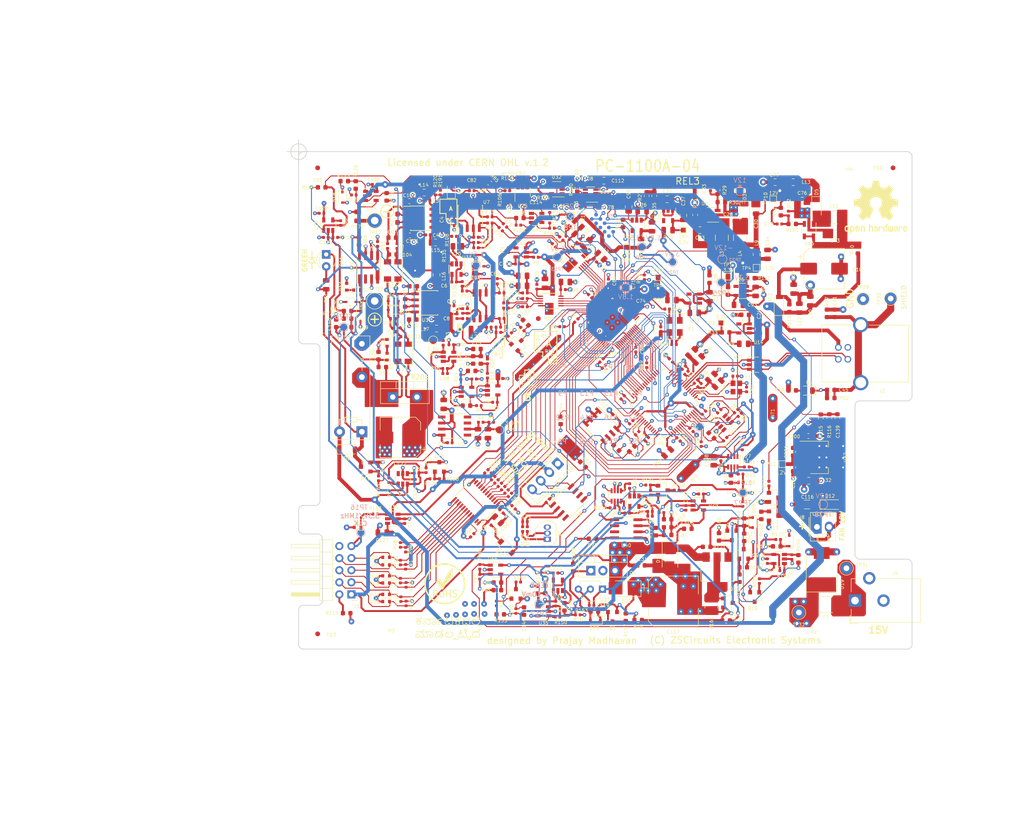
<source format=kicad_pcb>
(kicad_pcb (version 20171130) (host pcbnew "(5.1.5)-3")
  (title_block (title PC-1100X-04) (date 2020-05-31) (rev 4) (company ZSCircuits) (comment 1 "Prajay Madhavan"))
  (layers (0 L1 signal) (1 L2-GND signal hide) (2 L3-PWR signal hide) (31 L4 signal hide) (34 B.Paste user hide) (35 F.Paste user hide) (36 B.SilkS user hide) (37 F.SilkS user hide) (38 B.Mask user hide) (39 F.Mask user) (44 Edge.Cuts user))
  (net 0 "")
  (net 1 /CPLD_USB/ADBUS0)
  (net 2 /CPLD_USB/ADBUS1)
  (net 3 /CPLD_USB/ADBUS2)
  (net 4 /CPLD_USB/ADBUS3)
  (net 5 /CPLD_USB/ADBUS4)
  (net 6 /CPLD_USB/ADBUS5)
  (net 7 /CPLD_USB/ADBUS6)
  (net 8 /CPLD_USB/ADBUS7)
  (net 9 /CPLD_USB/ACBUS0)
  (net 10 /CPLD_USB/ACBUS1)
  (net 11 /CPLD_USB/TMS)
  (net 12 /CPLD_USB/TDI)
  (net 13 /CPLD_USB/TCK)
  (net 14 /CPLD_USB/TDO)
  (net 15 /CPLD_USB/ACBUS2)
  (net 16 /CPLD_USB/ACBUS3)
  (net 17 /CPLD_USB/ACBUS4)
  (net 18 /CPLD_USB/ACBUS5)
  (net 19 /CPLD_USB/ACBUS6)
  (net 20 /CPLD_USB/ACBUS7)
  (net 21 /CPLD_USB/BCBUS0)
  (net 22 /CPLD_USB/BCBUS1)
  (net 23 /CPLD_USB/BCBUS2)
  (net 24 /CPLD_USB/BCBUS3)
  (net 25 "Net-(R66-Pad2)")
  (net 26 GND)
  (net 27 USB3V3)
  (net 28 VCCIO)
  (net 29 +1V8)
  (net 30 +3V3)
  (net 31 VAA)
  (net 32 +5V)
  (net 33 "Net-(C29-Pad1)")
  (net 34 "Net-(C32-Pad1)")
  (net 35 "Net-(C37-Pad1)")
  (net 36 "Net-(C31-Pad1)")
  (net 37 "Net-(C23-Pad1)")
  (net 38 "Net-(R1-Pad1)")
  (net 39 "Net-(R1-Pad2)")
  (net 40 "Net-(C27-Pad1)")
  (net 41 "Net-(C35-Pad1)")
  (net 42 "Net-(C26-Pad1)")
  (net 43 "Net-(C45-Pad1)")
  (net 44 "Net-(D11-Pad2)")
  (net 45 "Net-(C15-Pad1)")
  (net 46 /ADC_System/SAR1_INP)
  (net 47 "Net-(C38-Pad1)")
  (net 48 /ADC_System/SAR1_BUF_REF)
  (net 49 "Net-(C9-Pad2)")
  (net 50 "Net-(R15-Pad1)")
  (net 51 "Net-(R15-Pad2)")
  (net 52 /ADC_System/SAR1_INM)
  (net 53 "Net-(C9-Pad1)")
  (net 54 "Net-(C13-Pad1)")
  (net 55 /CPLD_USB/EE_DATA)
  (net 56 "Net-(C55-Pad1)")
  (net 57 "Net-(R66-Pad1)")
  (net 58 "Net-(R68-Pad1)")
  (net 59 "Net-(R56-Pad2)")
  (net 60 "Net-(C7-Pad2)")
  (net 61 /ADC_System/LTC_REF_CAP)
  (net 62 "Net-(R5-Pad2)")
  (net 63 /CPLD_USB/EE_CS)
  (net 64 /CPLD_USB/EE_CLK)
  (net 65 "Net-(R55-Pad2)")
  (net 66 VBUS5V)
  (net 67 "Net-(R53-Pad1)")
  (net 68 "Net-(C50-Pad1)")
  (net 69 "Net-(C28-Pad1)")
  (net 70 "Net-(C19-Pad1)")
  (net 71 "Net-(C21-Pad1)")
  (net 72 /CPLD_USB/VPHY)
  (net 73 /CPLD_USB/USB_D-)
  (net 74 /CPLD_USB/USB_D+)
  (net 75 /CPLD_USB/VPLL)
  (net 76 VDD)
  (net 77 "Net-(C28-Pad2)")
  (net 78 "Net-(R2-Pad1)")
  (net 79 "Net-(R2-Pad2)")
  (net 80 "Net-(R11-Pad1)")
  (net 81 /ADC_System/ADC1_CONVST)
  (net 82 /ADC_System/ADC1_DOUT)
  (net 83 /ADC_System/ADC1_SCLK)
  (net 84 /ADC_System/ADC1_DIN)
  (net 85 /ADC_System/ADC2_CONVST)
  (net 86 /ADC_System/ADC2_DOUT)
  (net 87 /ADC_System/ADC2_SCLK)
  (net 88 /ADC_System/ADC2_DIN)
  (net 89 "Net-(D11-Pad1)")
  (net 90 "Net-(C39-Pad1)")
  (net 91 "Net-(C24-Pad1)")
  (net 92 /CPLD_USB/DIG5)
  (net 93 /CPLD_USB/DIG4)
  (net 94 /CPLD_USB/DIG3)
  (net 95 /CPLD_USB/DIG2)
  (net 96 /CPLD_USB/DIG1)
  (net 97 /CPLD_USB/DIG0)
  (net 98 /CPLD_USB/IO_12)
  (net 99 "Net-(C33-Pad2)")
  (net 100 "Net-(R16-Pad1)")
  (net 101 "Net-(D4-Pad2)")
  (net 102 +12V)
  (net 103 -12V)
  (net 104 "Net-(C73-Pad1)")
  (net 105 "Net-(C75-Pad2)")
  (net 106 "Net-(D5-Pad2)")
  (net 107 /ADC_System/ADC_REF_3V)
  (net 108 /CPLD_USB/DIG6)
  (net 109 /CPLD_USB/DIG7)
  (net 110 /CPLD_USB/~DIG_OE)
  (net 111 "Net-(R46-Pad2)")
  (net 112 "Net-(C82-Pad1)")
  (net 113 "Net-(C84-Pad1)")
  (net 114 "Net-(C43-Pad2)")
  (net 115 "Net-(C82-Pad2)")
  (net 116 "Net-(C43-Pad1)")
  (net 117 "Net-(C85-Pad1)")
  (net 118 "Net-(C88-Pad1)")
  (net 119 "Net-(C88-Pad2)")
  (net 120 "Net-(C69-Pad1)")
  (net 121 "Net-(C87-Pad1)")
  (net 122 "Net-(C75-Pad1)")
  (net 123 "Net-(C30-Pad1)")
  (net 124 "Net-(C90-Pad1)")
  (net 125 "Net-(C41-Pad1)")
  (net 126 "Net-(C3-Pad1)")
  (net 127 "Net-(C8-Pad1)")
  (net 128 "Net-(C6-Pad1)")
  (net 129 "Net-(R18-Pad2)")
  (net 130 "Net-(R89-Pad1)")
  (net 131 "Net-(R88-Pad1)")
  (net 132 "Net-(R90-Pad1)")
  (net 133 "Net-(R92-Pad1)")
  (net 134 "Net-(R93-Pad1)")
  (net 135 "Net-(R86-Pad1)")
  (net 136 "Net-(R91-Pad1)")
  (net 137 "Net-(R87-Pad1)")
  (net 138 /CPLD_USB/BCBUS4)
  (net 139 /CPLD_USB/BCBUS5)
  (net 140 /CPLD_USB/BCBUS6)
  (net 141 /CPLD_USB/BCBUS7)
  (net 142 "Net-(C84-Pad2)")
  (net 143 "Net-(C85-Pad2)")
  (net 144 "Net-(R12-Pad2)")
  (net 145 "Net-(R108-Pad2)")
  (net 146 "Net-(R67-Pad2)")
  (net 147 "Net-(R70-Pad2)")
  (net 148 "Net-(R69-Pad2)")
  (net 149 "Net-(R107-Pad1)")
  (net 150 "Net-(R75-Pad2)")
  (net 151 "Net-(C42-Pad1)")
  (net 152 "Net-(C83-Pad1)")
  (net 153 "Net-(C94-Pad1)")
  (net 154 "Net-(D7-Pad1)")
  (net 155 "Net-(C10-Pad1)")
  (net 156 "Net-(R111-Pad2)")
  (net 157 "Net-(C40-Pad1)")
  (net 158 "Net-(C93-Pad1)")
  (net 159 "Net-(R113-Pad2)")
  (net 160 "Net-(J1-Pad2)")
  (net 161 /CPLD_USB/IO_13)
  (net 162 "Net-(C79-Pad2)")
  (net 163 "Net-(C102-Pad2)")
  (net 164 "Net-(C101-Pad2)")
  (net 165 "Net-(C78-Pad2)")
  (net 166 "Net-(C104-Pad2)")
  (net 167 "Net-(C104-Pad1)")
  (net 168 "Net-(C103-Pad1)")
  (net 169 "Net-(C103-Pad2)")
  (net 170 "Net-(R3-Pad1)")
  (net 171 "Net-(R3-Pad2)")
  (net 172 "Net-(R20-Pad2)")
  (net 173 "Net-(C107-Pad1)")
  (net 174 "Net-(R43-Pad1)")
  (net 175 "Net-(D1-Pad2)")
  (net 176 /ADC_System/SENSE_M)
  (net 177 /ADC_System/SENSE_P)
  (net 178 +15V)
  (net 179 "Net-(R83-Pad1)")
  (net 180 "Net-(C86-Pad1)")
  (net 181 "Net-(R109-Pad2)")
  (net 182 "Net-(R122-Pad2)")
  (net 183 "Net-(D18-Pad1)")
  (net 184 "Net-(Q6-Pad1)")
  (net 185 "Net-(Q2-Pad1)")
  (net 186 "Net-(Q7-Pad1)")
  (net 187 "Net-(C110-Pad1)")
  (net 188 "Net-(R136-Pad1)")
  (net 189 "Net-(R135-Pad2)")
  (net 190 "Net-(R135-Pad1)")
  (net 191 "Net-(R143-Pad2)")
  (net 192 "Net-(R123-Pad2)")
  (net 193 "Net-(R145-Pad2)")
  (net 194 "Net-(Q6-Pad3)")
  (net 195 "Net-(Q11-Pad3)")
  (net 196 "Net-(Q11-Pad1)")
  (net 197 "Net-(R151-Pad2)")
  (net 198 "Net-(Q12-Pad1)")
  (net 199 "Net-(D12-Pad2)")
  (net 200 "Net-(Q13-Pad1)")
  (net 201 "Net-(R147-Pad2)")
  (net 202 /OutputDriver/V_FB)
  (net 203 /OutputDriver/FAN_EN_3V3)
  (net 204 /OutputDriver/CLAMP_IN)
  (net 205 "Net-(Q2-Pad2)")
  (net 206 GNDREF)
  (net 207 "Net-(R163-Pad2)")
  (net 208 "Net-(R46-Pad1)")
  (net 209 "Net-(C134-Pad1)")
  (net 210 "Net-(C134-Pad2)")
  (net 211 +12P)
  (net 212 /CPLD_USB/IO_02)
  (net 213 "Net-(C137-Pad1)")
  (net 214 "Net-(D20-Pad1)")
  (net 215 "Net-(R167-Pad1)")
  (net 216 "Net-(R72-Pad1)")
  (net 217 "Net-(Q1-Pad3)")
  (net 218 "Net-(Q10-Pad1)")
  (net 219 /OutputDriver/OUTPUT)
  (net 220 "Net-(F1-Pad2)")
  (net 221 "Net-(R144-Pad2)")
  (net 222 /OutputDriver/GND_SENSE)
  (net 223 "Net-(R166-Pad2)")
  (net 224 "Net-(R173-Pad2)")
  (net 225 "Net-(R143-Pad1)")
  (net 226 "Net-(Q14-Pad3)")
  (net 227 "Net-(R175-Pad2)")
  (net 228 "Net-(R45-Pad2)")
  (net 229 "Net-(Q15-Pad1)")
  (net 230 "Net-(R129-Pad1)")
  (net 231 "Net-(C11-Pad1)")
  (net 232 "Net-(C22-Pad1)")
  (net 233 "Net-(C99-Pad1)")
  (net 234 "Net-(C100-Pad1)")
  (net 235 /ADC_System/CURR_LIM_SETV)
  (net 236 "Net-(R179-Pad2)")
  (net 237 "Net-(R180-Pad1)")
  (net 238 "Net-(R181-Pad2)")
  (net 239 "Net-(R182-Pad2)")
  (net 240 "Net-(C113-Pad1)")
  (net 241 "Net-(R184-Pad2)")
  (net 242 /OutputDriver/MUX_CONTROL)
  (net 243 "Net-(R188-Pad2)")
  (net 244 /ADC_System/ILIM_P)
  (net 245 /CPLD_USB/IO_10)
  (net 246 "Net-(Q16-Pad1)")
  (net 247 "Net-(R118-Pad2)")
  (net 248 "Net-(R7-Pad2)")
  (net 249 "Net-(R178-Pad1)")
  (net 250 "Net-(C121-Pad1)")
  (net 251 "Net-(D15-Pad1)")
  (net 252 "Net-(R177-Pad2)")
  (net 253 /CPLD_USB/IO_09)
  (net 254 /OutputDriver/VBUFF_SENSE)
  (net 255 "Net-(R195-Pad1)")
  (net 256 "Net-(R98-Pad2)")
  (net 257 "Net-(R99-Pad2)")
  (net 258 "Net-(Q18-Pad1)")
  (net 259 "Net-(Q18-Pad3)")
  (net 260 /CPLD_USB/LOGIC_VCC)
  (net 261 /CPLD_USB/DIG4_IN)
  (net 262 /CPLD_USB/DIG5_IN)
  (net 263 /CPLD_USB/DIG2_IN)
  (net 264 /CPLD_USB/DIG3_IN)
  (net 265 /CPLD_USB/CLK_OUT)
  (net 266 /CPLD_USB/DIG0_IN)
  (net 267 /CPLD_USB/DIG1_IN)
  (net 268 "Net-(Q9-Pad1)")
  (net 269 "Net-(Q9-Pad3)")
  (net 270 "Net-(D28-Pad2)")
  (net 271 "Net-(D28-Pad1)")
  (net 272 "Net-(D29-Pad2)")
  (net 273 "Net-(D29-Pad1)")
  (net 274 "Net-(R200-Pad1)")
  (net 275 /OutputDriver/C_FB)
  (net 276 "Net-(C109-Pad1)")
  (net 277 "Net-(R137-Pad1)")
  (net 278 "Net-(R120-Pad2)")
  (net 279 "Net-(R121-Pad1)")
  (net 280 /ADC_System/I2C_SDA_3V3)
  (net 281 /ADC_System/I2C_SCL_3V3)
  (net 282 "Net-(R206-Pad2)")
  (net 283 "Net-(D25-Pad1)")
  (net 284 "Net-(C96-Pad2)")
  (net 285 "Net-(C96-Pad1)")
  (net 286 "Net-(R186-Pad1)")
  (net 287 /OutputDriver/FAN_CTRL)
  (net 288 "Net-(R95-Pad2)")
  (net 289 "Net-(R158-Pad2)")
  (net 290 /ADC_System/DIV_OUT)
  (module ZeusPCBLib:NONE (layer L4) (at 152.845 92.38)
    (fp_text reference P11 (at 0 -0.5) (layer B.SilkS) (effects (justify mirror)))
    (fp_text value DUMMY)
  )
  (module ZeusPCBLib:NONE (layer L4) (at 157.405 92.43)
    (fp_text reference P10 (at 0 -0.5) (layer B.SilkS) (effects (justify mirror)))
    (fp_text value DUMMY)
  )
  (module ZeusPCBLib:NONE (layer L4) (at 152.845 97.48)
    (fp_text reference P8 (at 0 -0.5) (layer B.SilkS) (effects (justify mirror)))
    (fp_text value DUMMY)
  )
  (module ZeusPCBLib:NONE (layer L4) (at 148.205 92.54)
    (fp_text reference P5 (at 0 -0.5) (layer B.SilkS) (effects (justify mirror)))
    (fp_text value DUMMY)
  )
  (module ZeusPCBLib:NONE (layer L4) (at 143.1 97.225)
    (fp_text reference P4 (at 0 -0.5) (layer B.SilkS) (effects (justify mirror)))
    (fp_text value DUMMY)
  )
  (module ZeusPCBLib:NONE (layer L4) (at 157.405 97.53)
    (fp_text reference P3 (at 0 -0.5) (layer B.SilkS) (effects (justify mirror)))
    (fp_text value DUMMY)
  )
  (module ZeusPCBLib:NONE (layer L4) (at 148.1 97.425)
    (fp_text reference P2 (at 0 -0.5) (layer B.SilkS) (effects (justify mirror)))
    (fp_text value "Aluminium Case")
  )
  (module ZeusPCBLib:NONE (layer L4) (at 143.105 92.54)
    (fp_text reference P1 (at 0 -0.5) (layer B.SilkS) (effects (justify mirror)))
    (fp_text value DUMMY)
  )
  (module Symbol:OSHW-Logo2_14.6x12mm_SilkScreen (layer L1) (at 204.4 63.3)
    (fp_text reference LOGO1 hide)
    (fp_text value Logo_Open_Hardware_Small hide)
  )
  (module ZeusPCBLib:NONE (layer L4) (at 153.8 113)
    (fp_text reference HS1 (at 0 -0.5) (layer B.SilkS) (effects (justify mirror)))
    (fp_text value Heatsink)
  )
  (module Package_TO_SOT_THT:TO-92L_Inline_Wide (layer L1) (at 146.9 143.6 180)
    (fp_text reference U33 (at -0.5 -2.2) (layer F.SilkS) (effects (font (size 0.7 0.7) (thickness 0.1))))
    (fp_text value LM35DZ/NOPB hide)
    (pad 1 thru_hole rect (at 0 0 270) (size 1.5 1.5) (drill 0.8) (layers *.Cu *.Mask) (net 102 +12V))
    (pad 3 thru_hole circle (at 5.08 0 270) (size 1.5 1.5) (drill 0.8) (layers *.Cu *.Mask) (net 206 GNDREF))
    (pad 2 thru_hole circle (at 2.54 0 270) (size 1.5 1.5) (drill 0.8) (layers *.Cu *.Mask) (net 191 "Net-(R143-Pad2)"))
  )
  (module Resistor_SMD:R_0402_1005Metric (layer L1) (at 141.7 149)
    (fp_text reference R187 (at 0.4 1 180) (layer F.SilkS) (effects (font (size 0.7 0.7) (thickness 0.1))))
    (fp_text value 47k hide)
    (pad 2 smd roundrect (at 0.485 0) (size 0.59 0.64) (layers L1 F.Paste F.Mask) (net 206 GNDREF))
    (pad 1 smd roundrect (at -0.485 0) (size 0.59 0.64) (layers L1 F.Paste F.Mask) (net 191 "Net-(R143-Pad2)"))
  )
  (module Resistor_SMD:R_0603_1608Metric (layer L1) (at 123.2 58.2 315)
    (fp_text reference R85 (at 0 -1.43 135) (layer F.SilkS) (effects (font (size 0.7 0.7) (thickness 0.1))))
    (fp_text value 10k00 hide)
    (pad 2 smd roundrect (at 0.7875 0 315) (size 0.875 0.95) (layers L1 F.Paste F.Mask) (net 180 "Net-(C86-Pad1)"))
    (pad 1 smd roundrect (at -0.7875 0 315) (size 0.875 0.95) (layers L1 F.Paste F.Mask) (net 255 "Net-(R195-Pad1)"))
  )
  (module Package_TO_SOT_THT:TO-220-2_Vertical (layer L1) (at 102.8 103.2)
    (fp_text reference R205 (at 5.7 -4.2) (layer F.SilkS))
    (fp_text value 1R00 hide)
    (pad 2 thru_hole oval (at 5.08 0) (size 2 2) (drill 1.1) (layers *.Cu *.Mask) (net 177 /ADC_System/SENSE_P))
    (pad 1 thru_hole rect (at 0 0) (size 2 2) (drill 1.1) (layers *.Cu *.Mask) (net 176 /ADC_System/SENSE_M))
  )
  (module Resistor_SMD:R_0603_1608Metric (layer L1) (at 155 138.6)
    (fp_text reference R131 (at 0 -1.3) (layer F.SilkS) (effects (font (size 0.7 0.7) (thickness 0.1))))
    (fp_text value 1k hide)
    (pad 2 smd roundrect (at 0.7875 0) (size 0.875 0.95) (layers L1 F.Paste F.Mask) (net 206 GNDREF))
    (pad 1 smd roundrect (at -0.7875 0) (size 0.875 0.95) (layers L1 F.Paste F.Mask) (net 177 /ADC_System/SENSE_P))
  )
  (module Resistor_SMD:R_0603_1608Metric (layer L1) (at 169.8 111.3 135)
    (fp_text reference R56 (at -0.141421 1.131371 135) (layer F.SilkS) (effects (font (size 0.7 0.7) (thickness 0.1))))
    (fp_text value 2k hide)
    (pad 2 smd roundrect (at 0.7875 0 135) (size 0.875 0.95) (layers L1 F.Paste F.Mask) (net 59 "Net-(R56-Pad2)"))
    (pad 1 smd roundrect (at -0.7875 0 135) (size 0.875 0.95) (layers L1 F.Paste F.Mask) (net 55 /CPLD_USB/EE_DATA))
  )
  (module Resistor_SMD:R_0603_1608Metric (layer L1) (at 180.3 128.1 270)
    (fp_text reference R158 (at 3.1 0 90) (layer F.SilkS) (effects (font (size 0.7 0.7) (thickness 0.1))))
    (fp_text value 6k8 hide)
    (pad 2 smd roundrect (at 0.7875 0 270) (size 0.875 0.95) (layers L1 F.Paste F.Mask) (net 289 "Net-(R158-Pad2)"))
    (pad 1 smd roundrect (at -0.7875 0 270) (size 0.875 0.95) (layers L1 F.Paste F.Mask) (net 200 "Net-(Q13-Pad1)"))
  )
  (module Resistor_SMD:R_0603_1608Metric (layer L1) (at 149.8 113.9 135)
    (fp_text reference R34 (at 0 -1.43 135) (layer F.SilkS) (effects (font (size 0.7 0.7) (thickness 0.1))))
    (fp_text value 2k2 hide)
    (pad 2 smd roundrect (at 0.7875 0 135) (size 0.875 0.95) (layers L1 F.Paste F.Mask) (net 281 /ADC_System/I2C_SCL_3V3))
    (pad 1 smd roundrect (at -0.7875 0 135) (size 0.875 0.95) (layers L1 F.Paste F.Mask) (net 27 USB3V3))
  )
  (module Resistor_SMD:R_0603_1608Metric (layer L1) (at 153.1 114.1 225)
    (fp_text reference R19 (at 0 -1.43 45) (layer F.SilkS) (effects (font (size 0.7 0.7) (thickness 0.1))))
    (fp_text value 2k2 hide)
    (pad 2 smd roundrect (at 0.7875 0 225) (size 0.875 0.95) (layers L1 F.Paste F.Mask) (net 280 /ADC_System/I2C_SDA_3V3))
    (pad 1 smd roundrect (at -0.7875 0 225) (size 0.875 0.95) (layers L1 F.Paste F.Mask) (net 27 USB3V3))
  )
  (module Resistor_SMD:R_0402_1005Metric (layer L1) (at 102 120.7 270)
    (fp_text reference R175 (at 2.3 -0.1 90) (layer F.SilkS) (effects (font (size 0.7 0.7) (thickness 0.1))))
    (fp_text value 47k hide)
    (pad 2 smd roundrect (at 0.485 0 270) (size 0.59 0.64) (layers L1 F.Paste F.Mask) (net 227 "Net-(R175-Pad2)"))
    (pad 1 smd roundrect (at -0.485 0 270) (size 0.59 0.64) (layers L1 F.Paste F.Mask) (net 66 VBUS5V))
  )
  (module Resistor_SMD:R_0402_1005Metric (layer L1) (at 179.9 141.9 90)
    (fp_text reference R118 (at 0 -1 90) (layer F.SilkS) (effects (font (size 0.7 0.7) (thickness 0.1))))
    (fp_text value 33k hide)
    (pad 2 smd roundrect (at 0.485 0 90) (size 0.59 0.64) (layers L1 F.Paste F.Mask) (net 247 "Net-(R118-Pad2)"))
    (pad 1 smd roundrect (at -0.485 0 90) (size 0.59 0.64) (layers L1 F.Paste F.Mask) (net 246 "Net-(Q16-Pad1)"))
  )
  (module Resistor_SMD:R_0402_1005Metric (layer L1) (at 128.7 148.2 90)
    (fp_text reference R156 (at 0 -1 90) (layer F.SilkS) (effects (font (size 0.7 0.7) (thickness 0.1))))
    (fp_text value 4k3 hide)
    (pad 2 smd roundrect (at 0.485 0 90) (size 0.59 0.64) (layers L1 F.Paste F.Mask) (net 206 GNDREF))
    (pad 1 smd roundrect (at -0.485 0 90) (size 0.59 0.64) (layers L1 F.Paste F.Mask) (net 98 /CPLD_USB/IO_12))
  )
  (module Resistor_SMD:R_0402_1005Metric (layer L1) (at 99.1 127.8)
    (fp_text reference R163 (at 0 -1.17) (layer F.SilkS) (effects (font (size 0.7 0.7) (thickness 0.1))))
    (fp_text value 33R hide)
    (pad 2 smd roundrect (at 0.485 0) (size 0.59 0.64) (layers L1 F.Paste F.Mask) (net 207 "Net-(R163-Pad2)"))
    (pad 1 smd roundrect (at -0.485 0) (size 0.59 0.64) (layers L1 F.Paste F.Mask) (net 265 /CPLD_USB/CLK_OUT))
  )
  (module Resistor_SMD:R_0603_1608Metric (layer L1) (at 93.1 148.65)
    (fp_text reference R114 (at -3.1 -0.05) (layer F.SilkS) (effects (font (size 0.7 0.7) (thickness 0.1))))
    (fp_text value 10R hide)
    (pad 2 smd roundrect (at 0.7875 0) (size 0.875 0.95) (layers L1 F.Paste F.Mask) (net 26 GND))
    (pad 1 smd roundrect (at -0.7875 0) (size 0.875 0.95) (layers L1 F.Paste F.Mask) (net 160 "Net-(J1-Pad2)"))
  )
  (module Resistor_SMD:R_0603_1608Metric (layer L1) (at 186.2 84.5 90)
    (fp_text reference R110 (at -2.9 0 90) (layer F.SilkS) (effects (font (size 0.7 0.7) (thickness 0.1))))
    (fp_text value 10R hide)
    (pad 2 smd roundrect (at 0.7875 0 90) (size 0.875 0.95) (layers L1 F.Paste F.Mask) (net 155 "Net-(C10-Pad1)"))
    (pad 1 smd roundrect (at -0.7875 0 90) (size 0.875 0.95) (layers L1 F.Paste F.Mask) (net 66 VBUS5V))
  )
  (module Package_TO_SOT_SMD:SOT-23-5 (layer L1) (at 124.4 139.5)
    (fp_text reference U44 (at -0.6 -2.3) (layer F.SilkS) (effects (font (size 0.7 0.7) (thickness 0.1))))
    (fp_text value TLV9301IDBVR hide)
    (pad 5 smd rect (at 1.1 -0.95) (size 1.06 0.65) (layers L1 F.Paste F.Mask) (net 102 +12V))
    (pad 4 smd rect (at 1.1 0.95) (size 1.06 0.65) (layers L1 F.Paste F.Mask) (net 288 "Net-(R95-Pad2)"))
    (pad 3 smd rect (at -1.1 0.95) (size 1.06 0.65) (layers L1 F.Paste F.Mask) (net 286 "Net-(R186-Pad1)"))
    (pad 2 smd rect (at -1.1 0) (size 1.06 0.65) (layers L1 F.Paste F.Mask) (net 206 GNDREF))
    (pad 1 smd rect (at -1.1 -0.95) (size 1.06 0.65) (layers L1 F.Paste F.Mask) (net 289 "Net-(R158-Pad2)"))
  )
  (module Resistor_SMD:R_0402_1005Metric (layer L1) (at 121.1 138.9 90)
    (fp_text reference R186 (at 2.5 0 90) (layer F.SilkS) (effects (font (size 0.7 0.7) (thickness 0.1))))
    (fp_text value 47k hide)
    (pad 2 smd roundrect (at 0.485 0 90) (size 0.59 0.64) (layers L1 F.Paste F.Mask) (net 289 "Net-(R158-Pad2)"))
    (pad 1 smd roundrect (at -0.485 0 90) (size 0.59 0.64) (layers L1 F.Paste F.Mask) (net 286 "Net-(R186-Pad1)"))
  )
  (module Resistor_SMD:R_0603_1608Metric (layer L1) (at 124.8 143.8 180)
    (fp_text reference R96 (at 2.5 0) (layer F.SilkS) (effects (font (size 0.7 0.7) (thickness 0.1))))
    (fp_text value 1k hide)
    (pad 2 smd roundrect (at 0.7875 0 180) (size 0.875 0.95) (layers L1 F.Paste F.Mask) (net 206 GNDREF))
    (pad 1 smd roundrect (at -0.7875 0 180) (size 0.875 0.95) (layers L1 F.Paste F.Mask) (net 288 "Net-(R95-Pad2)"))
  )
  (module Resistor_SMD:R_0603_1608Metric (layer L1) (at 124.8 142.2)
    (fp_text reference R95 (at -2.4 0.1) (layer F.SilkS) (effects (font (size 0.7 0.7) (thickness 0.1))))
    (fp_text value 10k hide)
    (pad 2 smd roundrect (at 0.7875 0) (size 0.875 0.95) (layers L1 F.Paste F.Mask) (net 288 "Net-(R95-Pad2)"))
    (pad 1 smd roundrect (at -0.7875 0) (size 0.875 0.95) (layers L1 F.Paste F.Mask) (net 66 VBUS5V))
  )
  (module Resistor_SMD:R_0402_1005Metric (layer L1) (at 121.1 141 90)
    (fp_text reference R94 (at -0.4 -0.9 90) (layer F.SilkS) (effects (font (size 0.7 0.7) (thickness 0.1))))
    (fp_text value 1k hide)
    (pad 2 smd roundrect (at 0.485 0 90) (size 0.59 0.64) (layers L1 F.Paste F.Mask) (net 286 "Net-(R186-Pad1)"))
    (pad 1 smd roundrect (at -0.485 0 90) (size 0.59 0.64) (layers L1 F.Paste F.Mask) (net 287 /OutputDriver/FAN_CTRL))
  )
  (module Capacitor_SMD:C_0402_1005Metric (layer L1) (at 156.9 128.25 180)
    (fp_text reference C96 (at 0 -1.17) (layer F.SilkS) (effects (font (size 0.7 0.7) (thickness 0.1))))
    (fp_text value 1000pF hide)
    (pad 2 smd roundrect (at 0.485 0 180) (size 0.59 0.64) (layers L1 F.Paste F.Mask) (net 284 "Net-(C96-Pad2)"))
    (pad 1 smd roundrect (at -0.485 0 180) (size 0.59 0.64) (layers L1 F.Paste F.Mask) (net 285 "Net-(C96-Pad1)"))
  )
  (module Package_TO_SOT_SMD:SOT-23-5 (layer L1) (at 89.225 67.05 90)
    (fp_text reference U28 (at -0.05 -2.5 90) (layer F.SilkS) (effects (font (size 0.7 0.7) (thickness 0.1))))
    (fp_text value OPA196 hide)
    (pad 5 smd rect (at 1.1 -0.95 90) (size 1.06 0.65) (layers L1 F.Paste F.Mask) (net 102 +12V))
    (pad 4 smd rect (at 1.1 0.95 90) (size 1.06 0.65) (layers L1 F.Paste F.Mask) (net 179 "Net-(R83-Pad1)"))
    (pad 3 smd rect (at -1.1 0.95 90) (size 1.06 0.65) (layers L1 F.Paste F.Mask) (net 187 "Net-(C110-Pad1)"))
    (pad 2 smd rect (at -1.1 0 90) (size 1.06 0.65) (layers L1 F.Paste F.Mask) (net 103 -12V))
    (pad 1 smd rect (at -1.1 -0.95 90) (size 1.06 0.65) (layers L1 F.Paste F.Mask) (net 255 "Net-(R195-Pad1)"))
  )
  (module Package_TO_SOT_SMD:SOT-23-5 (layer L1) (at 167.05 126)
    (fp_text reference U24 (at 3.2 -0.15) (layer F.SilkS) (effects (font (size 0.7 0.7) (thickness 0.1))))
    (fp_text value OPA196 hide)
    (pad 5 smd rect (at 1.1 -0.95) (size 1.06 0.65) (layers L1 F.Paste F.Mask) (net 102 +12V))
    (pad 4 smd rect (at 1.1 0.95) (size 1.06 0.65) (layers L1 F.Paste F.Mask) (net 275 /OutputDriver/C_FB))
    (pad 3 smd rect (at -1.1 0.95) (size 1.06 0.65) (layers L1 F.Paste F.Mask) (net 215 "Net-(R167-Pad1)"))
    (pad 2 smd rect (at -1.1 0) (size 1.06 0.65) (layers L1 F.Paste F.Mask) (net 103 -12V))
    (pad 1 smd rect (at -1.1 -0.95) (size 1.06 0.65) (layers L1 F.Paste F.Mask) (net 228 "Net-(R45-Pad2)"))
  )
  (module Resistor_SMD:R_0402_1005Metric (layer L1) (at 137.45 149.45 180)
    (fp_text reference R150 (at -0.675 -1.125) (layer F.SilkS) (effects (font (size 0.7 0.7) (thickness 0.1))))
    (fp_text value 47k hide)
    (pad 2 smd roundrect (at 0.485 0 180) (size 0.59 0.64) (layers L1 F.Paste F.Mask) (net 201 "Net-(R147-Pad2)"))
    (pad 1 smd roundrect (at -0.485 0 180) (size 0.59 0.64) (layers L1 F.Paste F.Mask) (net 221 "Net-(R144-Pad2)"))
  )
  (module Resistor_SMD:R_0402_1005Metric (layer L1) (at 137.05 146.65 270)
    (fp_text reference R144 (at 0.5 -0.85 90) (layer F.SilkS) (effects (font (size 0.7 0.7) (thickness 0.1))))
    (fp_text value 1k hide)
    (pad 2 smd roundrect (at 0.485 0 270) (size 0.59 0.64) (layers L1 F.Paste F.Mask) (net 221 "Net-(R144-Pad2)"))
    (pad 1 smd roundrect (at -0.485 0 270) (size 0.59 0.64) (layers L1 F.Paste F.Mask) (net 287 /OutputDriver/FAN_CTRL))
  )
  (module Resistor_SMD:R_0402_1005Metric (layer L1) (at 136.275 67.7 180)
    (fp_text reference R183 (at 0.475 -1.1) (layer F.SilkS) (effects (font (size 0.7 0.7) (thickness 0.1))))
    (fp_text value 100R hide)
    (pad 2 smd roundrect (at 0.485 0 180) (size 0.59 0.64) (layers L1 F.Paste F.Mask) (net 239 "Net-(R182-Pad2)"))
    (pad 1 smd roundrect (at -0.485 0 180) (size 0.59 0.64) (layers L1 F.Paste F.Mask) (net 204 /OutputDriver/CLAMP_IN))
  )
  (module Package_TO_SOT_SMD:SOT-23-5 (layer L1) (at 133.05 65.525)
    (fp_text reference U43 (at 0 2.525) (layer F.SilkS) (effects (font (size 0.7 0.7) (thickness 0.1))))
    (fp_text value TLV9301IDBVR hide)
    (pad 5 smd rect (at 1.1 -0.95) (size 1.06 0.65) (layers L1 F.Paste F.Mask) (net 102 +12V))
    (pad 4 smd rect (at 1.1 0.95) (size 1.06 0.65) (layers L1 F.Paste F.Mask) (net 238 "Net-(R181-Pad2)"))
    (pad 3 smd rect (at -1.1 0.95) (size 1.06 0.65) (layers L1 F.Paste F.Mask) (net 243 "Net-(R188-Pad2)"))
    (pad 2 smd rect (at -1.1 0) (size 1.06 0.65) (layers L1 F.Paste F.Mask) (net 26 GND))
    (pad 1 smd rect (at -1.1 -0.95) (size 1.06 0.65) (layers L1 F.Paste F.Mask) (net 239 "Net-(R182-Pad2)"))
  )
  (module Package_TO_SOT_SMD:SOT-23-5 (layer L1) (at 184.05 137.25 180)
    (fp_text reference U42 (at 1.875 -2.525) (layer F.SilkS) (effects (font (size 0.7 0.7) (thickness 0.1))))
    (fp_text value TLV9301IDBVR hide)
    (pad 5 smd rect (at 1.1 -0.95 180) (size 1.06 0.65) (layers L1 F.Paste F.Mask) (net 102 +12V))
    (pad 4 smd rect (at 1.1 0.95 180) (size 1.06 0.65) (layers L1 F.Paste F.Mask) (net 252 "Net-(R177-Pad2)"))
    (pad 3 smd rect (at -1.1 0.95 180) (size 1.06 0.65) (layers L1 F.Paste F.Mask) (net 250 "Net-(C121-Pad1)"))
    (pad 2 smd rect (at -1.1 0 180) (size 1.06 0.65) (layers L1 F.Paste F.Mask) (net 206 GNDREF))
    (pad 1 smd rect (at -1.1 -0.95 180) (size 1.06 0.65) (layers L1 F.Paste F.Mask) (net 247 "Net-(R118-Pad2)"))
  )
  (module Package_TO_SOT_SMD:SOT-23-5 (layer L1) (at 134.425 148.25 180)
    (fp_text reference U35 (at -0.075 -2.45) (layer F.SilkS) (effects (font (size 0.7 0.7) (thickness 0.1))))
    (fp_text value TLV9301IDBVR hide)
    (pad 5 smd rect (at 1.1 -0.95 180) (size 1.06 0.65) (layers L1 F.Paste F.Mask) (net 102 +12V))
    (pad 4 smd rect (at 1.1 0.95 180) (size 1.06 0.65) (layers L1 F.Paste F.Mask) (net 193 "Net-(R145-Pad2)"))
    (pad 3 smd rect (at -1.1 0.95 180) (size 1.06 0.65) (layers L1 F.Paste F.Mask) (net 221 "Net-(R144-Pad2)"))
    (pad 2 smd rect (at -1.1 0 180) (size 1.06 0.65) (layers L1 F.Paste F.Mask) (net 206 GNDREF))
    (pad 1 smd rect (at -1.1 -0.95 180) (size 1.06 0.65) (layers L1 F.Paste F.Mask) (net 201 "Net-(R147-Pad2)"))
  )
  (module Package_TO_SOT_SMD:SOT-23-5 (layer L1) (at 137.525 142.8 90)
    (fp_text reference U34 (at -2.375 -0.025 180) (layer F.SilkS) (effects (font (size 0.7 0.7) (thickness 0.1))))
    (fp_text value TLV9301IDBVR hide)
    (pad 5 smd rect (at 1.1 -0.95 90) (size 1.06 0.65) (layers L1 F.Paste F.Mask) (net 102 +12V))
    (pad 4 smd rect (at 1.1 0.95 90) (size 1.06 0.65) (layers L1 F.Paste F.Mask) (net 287 /OutputDriver/FAN_CTRL))
    (pad 3 smd rect (at -1.1 0.95 90) (size 1.06 0.65) (layers L1 F.Paste F.Mask) (net 225 "Net-(R143-Pad1)"))
    (pad 2 smd rect (at -1.1 0 90) (size 1.06 0.65) (layers L1 F.Paste F.Mask) (net 103 -12V))
    (pad 1 smd rect (at -1.1 -0.95 90) (size 1.06 0.65) (layers L1 F.Paste F.Mask) (net 287 /OutputDriver/FAN_CTRL))
  )
  (module Package_TO_SOT_SMD:SOT-23-5 (layer L1) (at 137.3 59.5 180)
    (fp_text reference U32 (at 0.05 2.575) (layer F.SilkS) (effects (font (size 0.7 0.7) (thickness 0.1))))
    (fp_text value TLV9301IDBVR hide)
    (pad 5 smd rect (at 1.1 -0.95 180) (size 1.06 0.65) (layers L1 F.Paste F.Mask) (net 102 +12V))
    (pad 4 smd rect (at 1.1 0.95 180) (size 1.06 0.65) (layers L1 F.Paste F.Mask) (net 241 "Net-(R184-Pad2)"))
    (pad 3 smd rect (at -1.1 0.95 180) (size 1.06 0.65) (layers L1 F.Paste F.Mask) (net 240 "Net-(C113-Pad1)"))
    (pad 2 smd rect (at -1.1 0 180) (size 1.06 0.65) (layers L1 F.Paste F.Mask) (net 26 GND))
    (pad 1 smd rect (at -1.1 -0.95 180) (size 1.06 0.65) (layers L1 F.Paste F.Mask) (net 235 /ADC_System/CURR_LIM_SETV))
  )
  (module Diode_SMD:D_SOD-323 (layer L1) (at 94 83.2 180)
    (fp_text reference D30 (at 2.8 -0.1) (layer F.SilkS) (effects (font (size 0.7 0.7) (thickness 0.1))))
    (fp_text value 1N4148WSF-7 hide)
    (pad 2 smd rect (at 1.05 0 180) (size 0.6 0.45) (layers L1 F.Paste F.Mask) (net 206 GNDREF))
    (pad 1 smd rect (at -1.05 0 180) (size 0.6 0.45) (layers L1 F.Paste F.Mask) (net 219 /OutputDriver/OUTPUT))
  )
  (module Diode_SMD:D_SOD-323 (layer L1) (at 96 86.2 270)
    (fp_text reference D33 (at -2.8 -0.4 90) (layer F.SilkS) (effects (font (size 0.7 0.7) (thickness 0.1))))
    (fp_text value 1N4148WSF-7 hide)
    (pad 2 smd rect (at 1.05 0 270) (size 0.6 0.45) (layers L1 F.Paste F.Mask) (net 206 GNDREF))
    (pad 1 smd rect (at -1.05 0 270) (size 0.6 0.45) (layers L1 F.Paste F.Mask) (net 219 /OutputDriver/OUTPUT))
  )
  (module Package_TO_SOT_SMD:SOT-23-5 (layer L1) (at 98.2 60.9)
    (fp_text reference U45 (at 0 2.6) (layer F.SilkS) (effects (font (size 0.7 0.7) (thickness 0.1))))
    (fp_text value OPA196 hide)
    (pad 5 smd rect (at 1.1 -0.95) (size 1.06 0.65) (layers L1 F.Paste F.Mask) (net 102 +12V))
    (pad 4 smd rect (at 1.1 0.95) (size 1.06 0.65) (layers L1 F.Paste F.Mask) (net 182 "Net-(R122-Pad2)"))
    (pad 3 smd rect (at -1.1 0.95) (size 1.06 0.65) (layers L1 F.Paste F.Mask) (net 278 "Net-(R120-Pad2)"))
    (pad 2 smd rect (at -1.1 0) (size 1.06 0.65) (layers L1 F.Paste F.Mask) (net 26 GND))
    (pad 1 smd rect (at -1.1 -0.95) (size 1.06 0.65) (layers L1 F.Paste F.Mask) (net 192 "Net-(R123-Pad2)"))
  )
  (module Package_TO_SOT_SMD:SOT-23-5 (layer L1) (at 153.6 125.1 270)
    (fp_text reference U29 (at 0.2 -2.3 90) (layer F.SilkS) (effects (font (size 0.7 0.7) (thickness 0.1))))
    (fp_text value OPA196 hide)
    (pad 5 smd rect (at 1.1 -0.95 270) (size 1.06 0.65) (layers L1 F.Paste F.Mask) (net 102 +12V))
    (pad 4 smd rect (at 1.1 0.95 270) (size 1.06 0.65) (layers L1 F.Paste F.Mask) (net 284 "Net-(C96-Pad2)"))
    (pad 3 smd rect (at -1.1 0.95 270) (size 1.06 0.65) (layers L1 F.Paste F.Mask) (net 279 "Net-(R121-Pad1)"))
    (pad 2 smd rect (at -1.1 0 270) (size 1.06 0.65) (layers L1 F.Paste F.Mask) (net 103 -12V))
    (pad 1 smd rect (at -1.1 -0.95 270) (size 1.06 0.65) (layers L1 F.Paste F.Mask) (net 285 "Net-(C96-Pad1)"))
  )
  (module Package_SO:SOIC-8_3.9x4.9mm_P1.27mm (layer L1) (at 115.8 109.3)
    (fp_text reference U2 (at 1.4 3.8 180) (layer F.SilkS) (effects (font (size 0.7 0.7) (thickness 0.1))))
    (fp_text value LT1461CCS8-3 hide)
    (pad 1 smd rect (at -2.7 -1.905) (size 1.55 0.6) (layers L1 F.Paste F.Mask))
    (pad 2 smd rect (at -2.7 -0.635) (size 1.55 0.6) (layers L1 F.Paste F.Mask) (net 32 +5V))
    (pad 3 smd rect (at -2.7 0.635) (size 1.55 0.6) (layers L1 F.Paste F.Mask) (net 32 +5V))
    (pad 4 smd rect (at -2.7 1.905) (size 1.55 0.6) (layers L1 F.Paste F.Mask) (net 26 GND))
    (pad 5 smd rect (at 2.7 1.905) (size 1.55 0.6) (layers L1 F.Paste F.Mask))
    (pad 6 smd rect (at 2.7 0.635) (size 1.55 0.6) (layers L1 F.Paste F.Mask) (net 61 /ADC_System/LTC_REF_CAP))
    (pad 7 smd rect (at 2.7 -0.635) (size 1.55 0.6) (layers L1 F.Paste F.Mask))
    (pad 8 smd rect (at 2.7 -1.905) (size 1.55 0.6) (layers L1 F.Paste F.Mask))
  )
  (module Diode_SMD:D_SOD-523 (layer L1) (at 93.1 80 90)
    (fp_text reference D32 (at 0 -1.3 90) (layer F.SilkS) (effects (font (size 0.7 0.7) (thickness 0.1))))
    (fp_text value ESD5Z12T1G hide)
    (pad 1 smd rect (at -0.7 0 270) (size 0.6 0.7) (layers L1 F.Paste F.Mask) (net 283 "Net-(D25-Pad1)"))
    (pad 2 smd rect (at 0.7 0 270) (size 0.6 0.7) (layers L1 F.Paste F.Mask) (net 206 GNDREF))
  )
  (module Diode_SMD:D_SOD-523 (layer L1) (at 95.3 80.7)
    (fp_text reference D25 (at 2.2 0) (layer F.SilkS) (effects (font (size 0.7 0.7) (thickness 0.1))))
    (fp_text value ESD5Z12T1G hide)
    (pad 1 smd rect (at -0.7 0 180) (size 0.6 0.7) (layers L1 F.Paste F.Mask) (net 283 "Net-(D25-Pad1)"))
    (pad 2 smd rect (at 0.7 0 180) (size 0.6 0.7) (layers L1 F.Paste F.Mask) (net 219 /OutputDriver/OUTPUT))
  )
  (module MountingHole:MountingHole_3.2mm_M3 (layer L1) (at 195.4 55.3)
    (fp_text reference H4 (at 3.4 0) (layer F.SilkS) (effects (font (size 0.7 0.7) (thickness 0.1))))
    (fp_text value MountingHole hide)
    (pad 1 np_thru_hole circle (at 0 0) (size 3.2 3.2) (drill 3.2) (layers *.Cu *.Mask))
  )
  (module MountingHole:MountingHole_3.2mm_M3 (layer L1) (at 194.5 152.5)
    (fp_text reference H2 (at -3.2 0.1) (layer F.SilkS) (effects (font (size 0.7 0.7) (thickness 0.1))))
    (fp_text value MountingHole hide)
    (pad 1 np_thru_hole circle (at 0 0) (size 3.2 3.2) (drill 3.2) (layers *.Cu *.Mask))
  )
  (module MountingHole:MountingHole_3.2mm_M3 (layer L1) (at 99 152.3)
    (fp_text reference H3 (at 3.5 0) (layer F.SilkS) (effects (font (size 0.7 0.7) (thickness 0.1))))
    (fp_text value MountingHole hide)
    (pad 1 np_thru_hole circle (at 0 0) (size 3.2 3.2) (drill 3.2) (layers *.Cu *.Mask))
  )
  (module Resistor_SMD:R_0603_1608Metric (layer L1) (at 101.5 61.1 270)
    (fp_text reference R138 (at 0 -1.2 90) (layer F.SilkS) (effects (font (size 0.7 0.7) (thickness 0.1))))
    (fp_text value 10k hide)
    (pad 2 smd roundrect (at 0.7875 0 270) (size 0.875 0.95) (layers L1 F.Paste F.Mask) (net 26 GND))
    (pad 1 smd roundrect (at -0.7875 0 270) (size 0.875 0.95) (layers L1 F.Paste F.Mask) (net 278 "Net-(R120-Pad2)"))
  )
  (module Resistor_SMD:R_0603_1608Metric (layer L1) (at 95 58.6 90)
    (fp_text reference R126 (at 2.9 0 90) (layer F.SilkS) (effects (font (size 0.7 0.7) (thickness 0.1))))
    (fp_text value 10k hide)
    (pad 2 smd roundrect (at 0.7875 0 90) (size 0.875 0.95) (layers L1 F.Paste F.Mask) (net 192 "Net-(R123-Pad2)"))
    (pad 1 smd roundrect (at -0.7875 0 90) (size 0.875 0.95) (layers L1 F.Paste F.Mask) (net 182 "Net-(R122-Pad2)"))
  )
  (module Resistor_SMD:R_0402_1005Metric (layer L1) (at 156.9 127.25 180)
    (fp_text reference R208 (at 2.3 -0.2) (layer F.SilkS) (effects (font (size 0.7 0.7) (thickness 0.1))))
    (fp_text value 33k hide)
    (pad 2 smd roundrect (at 0.485 0 180) (size 0.59 0.64) (layers L1 F.Paste F.Mask) (net 284 "Net-(C96-Pad2)"))
    (pad 1 smd roundrect (at -0.485 0 180) (size 0.59 0.64) (layers L1 F.Paste F.Mask) (net 285 "Net-(C96-Pad1)"))
  )
  (module Resistor_SMD:R_0402_1005Metric (layer L1) (at 152.1 127.6 180)
    (fp_text reference R207 (at 2.6 0) (layer F.SilkS) (effects (font (size 0.7 0.7) (thickness 0.1))))
    (fp_text value 10k hide)
    (pad 2 smd roundrect (at 0.485 0 180) (size 0.59 0.64) (layers L1 F.Paste F.Mask) (net 206 GNDREF))
    (pad 1 smd roundrect (at -0.485 0 180) (size 0.59 0.64) (layers L1 F.Paste F.Mask) (net 284 "Net-(C96-Pad2)"))
  )
  (module Diode_SMD:D_SOD-323F (layer L1) (at 92.2 61.2 270)
    (fp_text reference D18 (at 0 1.6 90) (layer F.SilkS) (effects (font (size 0.7 0.7) (thickness 0.1))))
    (fp_text value MM3Z4V7ST1G hide)
    (pad 2 smd rect (at 1.1 0 270) (size 0.5 0.5) (layers L1 F.Paste F.Mask) (net 26 GND))
    (pad 1 smd rect (at -1.1 0 270) (size 0.5 0.5) (layers L1 F.Paste F.Mask) (net 183 "Net-(D18-Pad1)"))
  )
  (module Resistor_SMD:R_0402_1005Metric (layer L1) (at 149 126.5)
    (fp_text reference R206 (at -2.5 0) (layer F.SilkS) (effects (font (size 0.7 0.7) (thickness 0.1))))
    (fp_text value 10k hide)
    (pad 2 smd roundrect (at 0.485 0) (size 0.59 0.64) (layers L1 F.Paste F.Mask) (net 282 "Net-(R206-Pad2)"))
    (pad 1 smd roundrect (at -0.485 0) (size 0.59 0.64) (layers L1 F.Paste F.Mask) (net 28 VCCIO))
  )
  (module Package_TO_SOT_SMD:SOT-23-8 (layer L1) (at 149.8 124 270)
    (fp_text reference U46 (at -2.8 0.5 180) (layer F.SilkS) (effects (font (size 0.7 0.7) (thickness 0.1))))
    (fp_text value CAT5171 hide)
    (pad 8 smd rect (at 1.1 -0.98 270) (size 1.06 0.4) (layers L1 F.Paste F.Mask) (net 183 "Net-(D18-Pad1)"))
    (pad 7 smd rect (at 1.1 -0.33 270) (size 1.06 0.4) (layers L1 F.Paste F.Mask) (net 206 GNDREF))
    (pad 6 smd rect (at 1.1 0.33 270) (size 1.06 0.4) (layers L1 F.Paste F.Mask) (net 282 "Net-(R206-Pad2)"))
    (pad 5 smd rect (at 1.1 0.98 270) (size 1.06 0.4) (layers L1 F.Paste F.Mask) (net 280 /ADC_System/I2C_SDA_3V3))
    (pad 4 smd rect (at -1.1 0.98 270) (size 1.06 0.4) (layers L1 F.Paste F.Mask) (net 281 /ADC_System/I2C_SCL_3V3))
    (pad 3 smd rect (at -1.1 0.33 270) (size 1.06 0.4) (layers L1 F.Paste F.Mask) (net 26 GND))
    (pad 2 smd rect (at -1.1 -0.33 270) (size 1.06 0.4) (layers L1 F.Paste F.Mask) (net 66 VBUS5V))
    (pad 1 smd rect (at -1.1 -0.98 270) (size 1.06 0.4) (layers L1 F.Paste F.Mask) (net 290 /ADC_System/DIV_OUT))
  )
  (module Resistor_SMD:R_0402_1005Metric (layer L1) (at 159.3 127.5 180)
    (fp_text reference R137 (at -0.7 1) (layer F.SilkS) (effects (font (size 0.7 0.7) (thickness 0.1))))
    (fp_text value 0R hide)
    (pad 2 smd roundrect (at 0.485 0 180) (size 0.59 0.64) (layers L1 F.Paste F.Mask) (net 285 "Net-(C96-Pad1)"))
    (pad 1 smd roundrect (at -0.485 0 180) (size 0.59 0.64) (layers L1 F.Paste F.Mask) (net 277 "Net-(R137-Pad1)"))
  )
  (module Resistor_SMD:R_0402_1005Metric (layer L1) (at 152.6 121.9 90)
    (fp_text reference R121 (at 0.3 1.1 90) (layer F.SilkS) (effects (font (size 0.7 0.7) (thickness 0.1))))
    (fp_text value 1k hide)
    (pad 2 smd roundrect (at 0.485 0 90) (size 0.59 0.64) (layers L1 F.Paste F.Mask) (net 290 /ADC_System/DIV_OUT))
    (pad 1 smd roundrect (at -0.485 0 90) (size 0.59 0.64) (layers L1 F.Paste F.Mask) (net 279 "Net-(R121-Pad1)"))
  )
  (module MountingHole:MountingHole_2.1mm (layer L1) (at 126.9 95.7)
    (fp_text reference H5 hide)
    (fp_text value MountingHole hide)
    (pad "" np_thru_hole circle (at 0 0) (size 2.1 2.1) (drill 2.1) (layers *.Cu *.Mask))
  )
  (module ZeusPCBLib:EQFP-64_1EP_7x7mm_P0.4mm_SM (layer L1) (at 148.983704 87.500863 225)
    (fp_text reference U19 (at 4.654772 -4.677818 180) (layer F.SilkS) (effects (font (size 0.7 0.7) (thickness 0.1))))
    (fp_text value 5M160ZE64I5N hide)
    (pad 64 smd rect (at -3 -4.25 315) (size 1.2 0.24) (layers L1 F.Paste F.Mask) (net 1 /CPLD_USB/ADBUS0))
    (pad 63 smd rect (at -2.6 -4.25 315) (size 1.2 0.24) (layers L1 F.Paste F.Mask) (net 2 /CPLD_USB/ADBUS1))
    (pad 62 smd rect (at -2.2 -4.25 315) (size 1.2 0.24) (layers L1 F.Paste F.Mask) (net 3 /CPLD_USB/ADBUS2))
    (pad 61 smd rect (at -1.8 -4.25 315) (size 1.2 0.24) (layers L1 F.Paste F.Mask) (net 4 /CPLD_USB/ADBUS3))
    (pad 60 smd rect (at -1.4 -4.25 315) (size 1.2 0.24) (layers L1 F.Paste F.Mask) (net 5 /CPLD_USB/ADBUS4))
    (pad 59 smd rect (at -1 -4.25 315) (size 1.2 0.24) (layers L1 F.Paste F.Mask) (net 6 /CPLD_USB/ADBUS5))
    (pad 58 smd rect (at -0.6 -4.25 315) (size 1.2 0.24) (layers L1 F.Paste F.Mask) (net 7 /CPLD_USB/ADBUS6))
    (pad 57 smd rect (at -0.2 -4.25 315) (size 1.2 0.24) (layers L1 F.Paste F.Mask) (net 27 USB3V3))
    (pad 56 smd rect (at 0.2 -4.25 315) (size 1.2 0.24) (layers L1 F.Paste F.Mask) (net 8 /CPLD_USB/ADBUS7))
    (pad 55 smd rect (at 0.6 -4.25 315) (size 1.2 0.24) (layers L1 F.Paste F.Mask) (net 9 /CPLD_USB/ACBUS0))
    (pad 54 smd rect (at 1 -4.25 315) (size 1.2 0.24) (layers L1 F.Paste F.Mask) (net 10 /CPLD_USB/ACBUS1))
    (pad 53 smd rect (at 1.4 -4.25 315) (size 1.2 0.24) (layers L1 F.Paste F.Mask) (net 15 /CPLD_USB/ACBUS2))
    (pad 52 smd rect (at 1.8 -4.25 315) (size 1.2 0.24) (layers L1 F.Paste F.Mask) (net 16 /CPLD_USB/ACBUS3))
    (pad 51 smd rect (at 2.2 -4.25 315) (size 1.2 0.24) (layers L1 F.Paste F.Mask) (net 17 /CPLD_USB/ACBUS4))
    (pad 50 smd rect (at 2.6 -4.25 315) (size 1.2 0.24) (layers L1 F.Paste F.Mask) (net 18 /CPLD_USB/ACBUS5))
    (pad 49 smd rect (at 3 -4.25 315) (size 1.2 0.24) (layers L1 F.Paste F.Mask) (net 19 /CPLD_USB/ACBUS6))
    (pad 48 smd rect (at 4.25 -3 225) (size 1.2 0.24) (layers L1 F.Paste F.Mask) (net 20 /CPLD_USB/ACBUS7))
    (pad 47 smd rect (at 4.25 -2.6 225) (size 1.2 0.24) (layers L1 F.Paste F.Mask) (net 21 /CPLD_USB/BCBUS0))
    (pad 46 smd rect (at 4.25 -2.2 225) (size 1.2 0.24) (layers L1 F.Paste F.Mask) (net 22 /CPLD_USB/BCBUS1))
    (pad 45 smd rect (at 4.25 -1.8 225) (size 1.2 0.24) (layers L1 F.Paste F.Mask) (net 23 /CPLD_USB/BCBUS2))
    (pad 44 smd rect (at 4.25 -1.4 225) (size 1.2 0.24) (layers L1 F.Paste F.Mask) (net 24 /CPLD_USB/BCBUS3))
    (pad 43 smd rect (at 4.25 -1 225) (size 1.2 0.24) (layers L1 F.Paste F.Mask) (net 97 /CPLD_USB/DIG0))
    (pad 42 smd rect (at 4.25 -0.6 225) (size 1.2 0.24) (layers L1 F.Paste F.Mask) (net 96 /CPLD_USB/DIG1))
    (pad 41 smd rect (at 4.25 -0.2 225) (size 1.2 0.24) (layers L1 F.Paste F.Mask) (net 29 +1V8))
    (pad 40 smd rect (at 4.25 0.2 225) (size 1.2 0.24) (layers L1 F.Paste F.Mask) (net 95 /CPLD_USB/DIG2))
    (pad 39 smd rect (at 4.25 0.6 225) (size 1.2 0.24) (layers L1 F.Paste F.Mask) (net 27 USB3V3))
    (pad 38 smd rect (at 4.25 1 225) (size 1.2 0.24) (layers L1 F.Paste F.Mask) (net 94 /CPLD_USB/DIG3))
    (pad 37 smd rect (at 4.25 1.4 225) (size 1.2 0.24) (layers L1 F.Paste F.Mask) (net 93 /CPLD_USB/DIG4))
    (pad 36 smd rect (at 4.25 1.8 225) (size 1.2 0.24) (layers L1 F.Paste F.Mask) (net 92 /CPLD_USB/DIG5))
    (pad 35 smd rect (at 4.25 2.2 225) (size 1.2 0.24) (layers L1 F.Paste F.Mask) (net 108 /CPLD_USB/DIG6))
    (pad 34 smd rect (at 4.25 2.6 225) (size 1.2 0.24) (layers L1 F.Paste F.Mask) (net 109 /CPLD_USB/DIG7))
    (pad 33 smd rect (at 4.25 3 225) (size 1.2 0.24) (layers L1 F.Paste F.Mask) (net 110 /CPLD_USB/~DIG_OE))
    (pad 32 smd rect (at 3 4.25 315) (size 1.2 0.24) (layers L1 F.Paste F.Mask) (net 141 /CPLD_USB/BCBUS7))
    (pad 31 smd rect (at 2.6 4.25 315) (size 1.2 0.24) (layers L1 F.Paste F.Mask) (net 111 "Net-(R46-Pad2)"))
    (pad 30 smd rect (at 2.2 4.25 315) (size 1.2 0.24) (layers L1 F.Paste F.Mask) (net 140 /CPLD_USB/BCBUS6))
    (pad 29 smd rect (at 1.8 4.25 315) (size 1.2 0.24) (layers L1 F.Paste F.Mask) (net 139 /CPLD_USB/BCBUS5))
    (pad 28 smd rect (at 1.4 4.25 315) (size 1.2 0.24) (layers L1 F.Paste F.Mask) (net 138 /CPLD_USB/BCBUS4))
    (pad 27 smd rect (at 1 4.25 315) (size 1.2 0.24) (layers L1 F.Paste F.Mask))
    (pad 26 smd rect (at 0.6 4.25 315) (size 1.2 0.24) (layers L1 F.Paste F.Mask) (net 85 /ADC_System/ADC2_CONVST))
    (pad 25 smd rect (at 0.2 4.25 315) (size 1.2 0.24) (layers L1 F.Paste F.Mask) (net 86 /ADC_System/ADC2_DOUT))
    (pad 24 smd rect (at -0.2 4.25 315) (size 1.2 0.24) (layers L1 F.Paste F.Mask) (net 87 /ADC_System/ADC2_SCLK))
    (pad 23 smd rect (at -0.6 4.25 315) (size 1.2 0.24) (layers L1 F.Paste F.Mask) (net 28 VCCIO))
    (pad 22 smd rect (at -1 4.25 315) (size 1.2 0.24) (layers L1 F.Paste F.Mask) (net 88 /ADC_System/ADC2_DIN))
    (pad 21 smd rect (at -1.4 4.25 315) (size 1.2 0.24) (layers L1 F.Paste F.Mask) (net 81 /ADC_System/ADC1_CONVST))
    (pad 20 smd rect (at -1.8 4.25 315) (size 1.2 0.24) (layers L1 F.Paste F.Mask) (net 82 /ADC_System/ADC1_DOUT))
    (pad 19 smd rect (at -2.2 4.25 315) (size 1.2 0.24) (layers L1 F.Paste F.Mask) (net 83 /ADC_System/ADC1_SCLK))
    (pad 18 smd rect (at -2.6 4.25 315) (size 1.2 0.24) (layers L1 F.Paste F.Mask) (net 84 /ADC_System/ADC1_DIN))
    (pad 17 smd rect (at -3 4.25 315) (size 1.2 0.24) (layers L1 F.Paste F.Mask) (net 14 /CPLD_USB/TDO))
    (pad 16 smd rect (at -4.25 3 225) (size 1.2 0.24) (layers L1 F.Paste F.Mask) (net 13 /CPLD_USB/TCK))
    (pad 15 smd rect (at -4.25 2.6 225) (size 1.2 0.24) (layers L1 F.Paste F.Mask) (net 12 /CPLD_USB/TDI))
    (pad 14 smd rect (at -4.25 2.2 225) (size 1.2 0.24) (layers L1 F.Paste F.Mask) (net 11 /CPLD_USB/TMS))
    (pad 13 smd rect (at -4.25 1.8 225) (size 1.2 0.24) (layers L1 F.Paste F.Mask) (net 161 /CPLD_USB/IO_13))
    (pad 12 smd rect (at -4.25 1.4 225) (size 1.2 0.24) (layers L1 F.Paste F.Mask) (net 98 /CPLD_USB/IO_12))
    (pad 11 smd rect (at -4.25 1 225) (size 1.2 0.24) (layers L1 F.Paste F.Mask) (net 203 /OutputDriver/FAN_EN_3V3))
    (pad 10 smd rect (at -4.25 0.6 225) (size 1.2 0.24) (layers L1 F.Paste F.Mask) (net 245 /CPLD_USB/IO_10))
    (pad 9 smd rect (at -4.25 0.2 225) (size 1.2 0.24) (layers L1 F.Paste F.Mask) (net 253 /CPLD_USB/IO_09))
    (pad 8 smd rect (at -4.25 -0.2 225) (size 1.2 0.24) (layers L1 F.Paste F.Mask) (net 29 +1V8))
    (pad 7 smd rect (at -4.25 -0.6 225) (size 1.2 0.24) (layers L1 F.Paste F.Mask) (net 25 "Net-(R66-Pad2)"))
    (pad 6 smd rect (at -4.25 -1 225) (size 1.2 0.24) (layers L1 F.Paste F.Mask) (net 28 VCCIO))
    (pad 5 smd rect (at -4.25 -1.4 225) (size 1.2 0.24) (layers L1 F.Paste F.Mask))
    (pad 4 smd rect (at -4.25 -1.8 225) (size 1.2 0.24) (layers L1 F.Paste F.Mask))
    (pad 3 smd rect (at -4.25 -2.2 225) (size 1.2 0.24) (layers L1 F.Paste F.Mask))
    (pad 2 smd rect (at -4.25 -2.6 225) (size 1.2 0.24) (layers L1 F.Paste F.Mask) (net 212 /CPLD_USB/IO_02))
    (pad 1 smd rect (at -4.25 -3 225) (size 1.2 0.24) (layers L1 F.Paste F.Mask))
    (pad 65 smd rect (at -0.025 0.025 225) (size 5 5) (layers L1) (net 26 GND))
  )
  (module TestPoint:TestPoint_THTPad_D2.5mm_Drill1.2mm (layer L1) (at 207.5 82.475)
    (fp_text reference TP33 (at -2.5 0.075 90) (layer F.SilkS) (effects (font (size 0.7 0.7) (thickness 0.1))))
    (fp_text value TestPoint hide)
    (pad 1 thru_hole circle (at 0 0) (size 2.5 2.5) (drill 1.2) (layers *.Cu *.Mask) (net 43 "Net-(C45-Pad1)"))
  )
  (module Connector_Molex:Molex_KK-254_AE-6410-02A_1x02_P2.54mm_Vertical (layer L1) (at 192 130.499999)
    (fp_text reference J8 (at -3.2 -1.999999) (layer F.SilkS) (effects (font (size 0.7 0.7) (thickness 0.1))))
    (fp_text value Fan hide)
    (pad 2 thru_hole oval (at 2.54 0) (size 1.74 2.2) (drill 1.2) (layers *.Cu *.Mask) (net 199 "Net-(D12-Pad2)"))
    (pad 1 thru_hole roundrect (at 0 0) (size 1.74 2.2) (drill 1.2) (layers *.Cu *.Mask) (roundrect_rratio 0.143678) (net 211 +12P))
  )
  (module Connector_Molex:Molex_KK-254_AE-6410-04A_1x04_P2.54mm_Vertical (layer L1) (at 137.5 117.2 225)
    (fp_text reference J3 (at -2.404163 3.959798 45) (layer F.SilkS) (effects (font (size 0.7 0.7) (thickness 0.1))))
    (fp_text value Conn_01x04_Male hide)
    (pad 4 thru_hole oval (at 7.62 0 225) (size 1.74 2.2) (drill 1.2) (layers *.Cu *.Mask) (net 280 /ADC_System/I2C_SDA_3V3))
    (pad 3 thru_hole oval (at 5.08 0 225) (size 1.74 2.2) (drill 1.2) (layers *.Cu *.Mask) (net 281 /ADC_System/I2C_SCL_3V3))
    (pad 2 thru_hole oval (at 2.54 0 225) (size 1.74 2.2) (drill 1.2) (layers *.Cu *.Mask) (net 28 VCCIO))
    (pad 1 thru_hole roundrect (at 0 0 225) (size 1.74 2.2) (drill 1.2) (layers *.Cu *.Mask) (roundrect_rratio 0.143678) (net 26 GND))
  )
  (module Package_TO_SOT_SMD:SOT-223-3_TabPin2 (layer L1) (at 192.5 115.9)
    (fp_text reference U37 (at 5.5 0 90) (layer F.SilkS) (effects (font (size 0.7 0.7) (thickness 0.1))))
    (fp_text value LM317_3PinPackage hide)
    (pad 1 smd rect (at -3.15 -2.3) (size 2 1.5) (layers L1 F.Paste F.Mask) (net 274 "Net-(R200-Pad1)"))
    (pad 3 smd rect (at -3.15 2.3) (size 2 1.5) (layers L1 F.Paste F.Mask) (net 178 +15V))
    (pad 2 smd rect (at -3.15 0) (size 2 1.5) (layers L1 F.Paste F.Mask) (net 211 +12P))
    (pad 2 smd rect (at 3.15 0) (size 2 3.8) (layers L1 F.Paste F.Mask) (net 211 +12P))
  )
  (module Resistor_SMD:R_0603_1608Metric (layer L1) (at 187 114.7 90)
    (fp_text reference R201 (at 0 -1.43 90) (layer F.SilkS) (effects (font (size 0.7 0.7) (thickness 0.1))))
    (fp_text value 220R hide)
    (pad 2 smd roundrect (at 0.7875 0 90) (size 0.875 0.95) (layers L1 F.Paste F.Mask) (net 274 "Net-(R200-Pad1)"))
    (pad 1 smd roundrect (at -0.7875 0 90) (size 0.875 0.95) (layers L1 F.Paste F.Mask) (net 211 +12P))
  )
  (module Resistor_SMD:R_0603_1608Metric (layer L1) (at 190.2 111.4)
    (fp_text reference R200 (at -3.1 0.1) (layer F.SilkS) (effects (font (size 0.7 0.7) (thickness 0.1))))
    (fp_text value 2k hide)
    (pad 2 smd roundrect (at 0.7875 0) (size 0.875 0.95) (layers L1 F.Paste F.Mask) (net 206 GNDREF))
    (pad 1 smd roundrect (at -0.7875 0) (size 0.875 0.95) (layers L1 F.Paste F.Mask) (net 274 "Net-(R200-Pad1)"))
  )
  (module Capacitor_SMD:C_0603_1608Metric (layer L1) (at 187 118 270)
    (fp_text reference C133 (at 3.1 0 90) (layer F.SilkS) (effects (font (size 0.7 0.7) (thickness 0.1))))
    (fp_text value 1uF hide)
    (pad 2 smd roundrect (at 0.7875 0 270) (size 0.875 0.95) (layers L1 F.Paste F.Mask) (net 206 GNDREF))
    (pad 1 smd roundrect (at -0.7875 0 270) (size 0.875 0.95) (layers L1 F.Paste F.Mask) (net 211 +12P))
  )
  (module TestPoint:TestPoint_Pad_D1.5mm (layer L4) (at 193.3 125.8)
    (fp_text reference TP28 (at 0 2.1) (layer B.SilkS) (effects (justify mirror)))
    (fp_text value TestPoint)
    (pad 1 smd circle (at 0 0) (size 1.5 1.5) (layers L4 B.Mask) (net 211 +12P))
  )
  (module Diode_SMD:D_SMC (layer L1) (at 193 139.4 90)
    (fp_text reference D19 (at -3.2 4.3 90) (layer F.SilkS) (effects (font (size 0.7 0.7) (thickness 0.1))))
    (fp_text value SMDJ20A hide)
    (pad 2 smd rect (at 3.4 0 180) (size 3.3 2.5) (layers L1 F.Paste F.Mask) (net 206 GNDREF))
    (pad 1 smd rect (at -3.4 0 180) (size 3.3 2.5) (layers L1 F.Paste F.Mask) (net 178 +15V))
  )
  (module Capacitor_SMD:C_0603_1608Metric (layer L1) (at 196.3 107.6 90)
    (fp_text reference C139 (at -2.9 0.1 90) (layer F.SilkS) (effects (font (size 0.7 0.7) (thickness 0.1))))
    (fp_text value 4700pF hide)
    (pad 2 smd roundrect (at 0.7875 0 90) (size 0.875 0.95) (layers L1 F.Paste F.Mask) (net 161 /CPLD_USB/IO_13))
    (pad 1 smd roundrect (at -0.7875 0 90) (size 0.875 0.95) (layers L1 F.Paste F.Mask) (net 206 GNDREF))
  )
  (module Resistor_SMD:R_1812_4532Metric (layer L1) (at 193.9 146.8)
    (fp_text reference F1 (at 0 2.7) (layer F.SilkS) (effects (font (size 0.7 0.7) (thickness 0.1))))
    (fp_text value Polyfuse hide)
    (pad 2 smd roundrect (at 2.1375 0) (size 1.125 3.4) (layers L1 F.Paste F.Mask) (roundrect_rratio 0.222222) (net 220 "Net-(F1-Pad2)"))
    (pad 1 smd roundrect (at -2.1375 0) (size 1.125 3.4) (layers L1 F.Paste F.Mask) (roundrect_rratio 0.222222) (net 178 +15V))
  )
  (module TestPoint:TestPoint_Pad_1.0x1.0mm (layer L1) (at 184.7 117.3)
    (fp_text reference TP11 (at -2.6 0) (layer F.SilkS) (effects (font (size 0.7 0.7) (thickness 0.1))))
    (fp_text value TP hide)
    (pad 1 smd rect (at 0 0) (size 1 1) (layers L1 F.Mask) (net 211 +12P))
  )
  (module Capacitor_SMD:C_0805_2012Metric (layer L1) (at 190.3 120.8)
    (fp_text reference C132 (at 3.4 -0.1) (layer F.SilkS) (effects (font (size 0.7 0.7) (thickness 0.1))))
    (fp_text value 10uF hide)
    (pad 1 smd roundrect (at -0.9375 0) (size 0.975 1.4) (layers L1 F.Paste F.Mask) (net 178 +15V))
    (pad 2 smd roundrect (at 0.9375 0) (size 0.975 1.4) (layers L1 F.Paste F.Mask) (net 206 GNDREF))
  )
  (module Resistor_SMD:R_0603_1608Metric (layer L1) (at 194.6 107.6 270)
    (fp_text reference R116 (at 2.9 0 270) (layer F.SilkS) (effects (font (size 0.7 0.7) (thickness 0.1))))
    (fp_text value 2k hide)
    (pad 2 smd roundrect (at 0.7875 0 270) (size 0.875 0.95) (layers L1 F.Paste F.Mask) (net 206 GNDREF))
    (pad 1 smd roundrect (at -0.7875 0 270) (size 0.875 0.95) (layers L1 F.Paste F.Mask) (net 161 /CPLD_USB/IO_13))
  )
  (module Resistor_SMD:R_0603_1608Metric (layer L1) (at 192.8 107.65 90)
    (fp_text reference R115 (at -2.9 0 90) (layer F.SilkS) (effects (font (size 0.7 0.7) (thickness 0.1))))
    (fp_text value 6k8 hide)
    (pad 1 smd roundrect (at -0.7875 0 90) (size 0.875 0.95) (layers L1 F.Paste F.Mask) (net 178 +15V))
    (pad 2 smd roundrect (at 0.7875 0 90) (size 0.875 0.95) (layers L1 F.Paste F.Mask) (net 161 /CPLD_USB/IO_13))
  )
  (module TestPoint:TestPoint_THTPad_D2.5mm_Drill1.2mm (layer L1) (at 188.2 148.5)
    (fp_text reference TP32 (at 0 2.6) (layer F.SilkS) (effects (font (size 0.7 0.7) (thickness 0.1))))
    (fp_text value TestPoint hide)
    (pad 1 thru_hole circle (at 0 0) (size 2.5 2.5) (drill 1.2) (layers *.Cu *.Mask) (net 178 +15V))
  )
  (module TestPoint:TestPoint_THTPad_D2.5mm_Drill1.2mm (layer L1) (at 198.2 139.2)
    (fp_text reference TP31 (at 3.3 -0.7) (layer F.SilkS) (effects (font (size 0.7 0.7) (thickness 0.1))))
    (fp_text value TestPoint hide)
    (pad 1 thru_hole circle (at 0 0) (size 2.5 2.5) (drill 1.2) (layers *.Cu *.Mask) (net 220 "Net-(F1-Pad2)"))
  )
  (module ZeusPCBLib:NONE (layer L4) (at 148.7 112.925)
    (fp_text reference P19 (at 0 -0.5) (layer B.SilkS) (effects (justify mirror)))
    (fp_text value DUMMY)
  )
  (module TestPoint:TestPoint_THTPad_D2.5mm_Drill1.2mm (layer L1) (at 201.7 82.6)
    (fp_text reference TP29 (at 0 -2.5) (layer F.SilkS) (effects (font (size 0.7 0.7) (thickness 0.1))))
    (fp_text value TestPoint hide)
    (pad 1 thru_hole circle (at 0 0) (size 2.5 2.5) (drill 1.2) (layers *.Cu *.Mask) (net 26 GND))
  )
  (module Resistor_SMD:R_0603_1608Metric (layer L1) (at 100.6 96.9)
    (fp_text reference R9 (at 0 1.2) (layer F.SilkS) (effects (font (size 0.7 0.7) (thickness 0.1))))
    (fp_text value 0R hide)
    (pad 2 smd roundrect (at 0.7875 0) (size 0.875 0.95) (layers L1 F.Paste F.Mask) (net 176 /ADC_System/SENSE_M))
    (pad 1 smd roundrect (at -0.7875 0) (size 0.875 0.95) (layers L1 F.Paste F.Mask) (net 276 "Net-(C109-Pad1)"))
  )
  (module Package_SO:SOIC-8_3.9x4.9mm_P1.27mm (layer L1) (at 139.7 125.3 45)
    (fp_text reference U38 (at -0.565685 3.535534 45) (layer F.SilkS) (effects (font (size 0.7 0.7) (thickness 0.1))))
    (fp_text value TMP411 hide)
    (pad 1 smd rect (at -2.7 -1.905 45) (size 1.55 0.6) (layers L1 F.Paste F.Mask) (net 28 VCCIO))
    (pad 2 smd rect (at -2.7 -0.635 45) (size 1.55 0.6) (layers L1 F.Paste F.Mask) (net 210 "Net-(C134-Pad2)"))
    (pad 3 smd rect (at -2.7 0.635 45) (size 1.55 0.6) (layers L1 F.Paste F.Mask) (net 209 "Net-(C134-Pad1)"))
    (pad 4 smd rect (at -2.7 1.905 45) (size 1.55 0.6) (layers L1 F.Paste F.Mask))
    (pad 5 smd rect (at 2.7 1.905 45) (size 1.55 0.6) (layers L1 F.Paste F.Mask) (net 26 GND))
    (pad 6 smd rect (at 2.7 0.635 45) (size 1.55 0.6) (layers L1 F.Paste F.Mask))
    (pad 7 smd rect (at 2.7 -0.635 45) (size 1.55 0.6) (layers L1 F.Paste F.Mask) (net 280 /ADC_System/I2C_SDA_3V3))
    (pad 8 smd rect (at 2.7 -1.905 45) (size 1.55 0.6) (layers L1 F.Paste F.Mask) (net 281 /ADC_System/I2C_SCL_3V3))
  )
  (module ZeusPCBLib:NONE (layer L4) (at 143.5 113.025)
    (fp_text reference P18 (at 0 -0.5) (layer B.SilkS) (effects (justify mirror)))
    (fp_text value DUMMY)
  )
  (module ZeusPCBLib:NONE (layer L4) (at 138.4 113.025)
    (fp_text reference P6 (at 0 -0.5) (layer B.SilkS) (effects (justify mirror)))
    (fp_text value DUMMY)
  )
  (module Diode_SMD:D_SOD-323 (layer L1) (at 145.4 150.1 180)
    (fp_text reference D29 (at 0.2 -1.7) (layer F.SilkS) (effects (font (size 0.7 0.7) (thickness 0.1))))
    (fp_text value D_Schottky hide)
    (pad 2 smd rect (at 1.05 0 180) (size 0.6 0.45) (layers L1 F.Paste F.Mask) (net 272 "Net-(D29-Pad2)"))
    (pad 1 smd rect (at -1.05 0 180) (size 0.6 0.45) (layers L1 F.Paste F.Mask) (net 273 "Net-(D29-Pad1)"))
  )
  (module Diode_SMD:D_SOD-323 (layer L1) (at 178.5 129.6 270)
    (fp_text reference D28 (at -3 -0.2 90) (layer F.SilkS) (effects (font (size 0.7 0.7) (thickness 0.1))))
    (fp_text value D_Schottky hide)
    (pad 2 smd rect (at 1.05 0 270) (size 0.6 0.45) (layers L1 F.Paste F.Mask) (net 270 "Net-(D28-Pad2)"))
    (pad 1 smd rect (at -1.05 0 270) (size 0.6 0.45) (layers L1 F.Paste F.Mask) (net 271 "Net-(D28-Pad1)"))
  )
  (module Resistor_SMD:R_0603_1608Metric (layer L1) (at 176.7 129.5 90)
    (fp_text reference R170 (at 1.1 -1.1 90) (layer F.SilkS) (effects (font (size 0.7 0.7) (thickness 0.1))))
    (fp_text value 5k6 hide)
    (pad 2 smd roundrect (at 0.7875 0 90) (size 0.875 0.95) (layers L1 F.Paste F.Mask) (net 271 "Net-(D28-Pad1)"))
    (pad 1 smd roundrect (at -0.7875 0 90) (size 0.875 0.95) (layers L1 F.Paste F.Mask) (net 270 "Net-(D28-Pad2)"))
  )
  (module Resistor_SMD:R_0603_1608Metric (layer L1) (at 176.7 132.7 270)
    (fp_text reference R202 (at 0 -1.3 90) (layer F.SilkS) (effects (font (size 0.7 0.7) (thickness 0.1))))
    (fp_text value 2k hide)
    (pad 2 smd roundrect (at 0.7875 0 270) (size 0.875 0.95) (layers L1 F.Paste F.Mask) (net 269 "Net-(Q9-Pad3)"))
    (pad 1 smd roundrect (at -0.7875 0 270) (size 0.875 0.95) (layers L1 F.Paste F.Mask) (net 270 "Net-(D28-Pad2)"))
  )
  (module Resistor_SMD:R_0603_1608Metric (layer L1) (at 175.7 141.3 90)
    (fp_text reference R199 (at -2.9 0 90) (layer F.SilkS) (effects (font (size 0.7 0.7) (thickness 0.1))))
    (fp_text value 3k3 hide)
    (pad 2 smd roundrect (at 0.7875 0 90) (size 0.875 0.95) (layers L1 F.Paste F.Mask) (net 268 "Net-(Q9-Pad1)"))
    (pad 1 smd roundrect (at -0.7875 0 90) (size 0.875 0.95) (layers L1 F.Paste F.Mask) (net 259 "Net-(Q18-Pad3)"))
  )
  (module TestPoint:TestPoint_Pad_D1.5mm (layer L4) (at 92.5 88.5)
    (fp_text reference TP26 (at -0.1 -2.2) (layer B.SilkS) (effects (justify mirror)))
    (fp_text value TestPoint)
    (pad 1 smd circle (at 0 0) (size 1.5 1.5) (layers L4 B.Mask) (net 276 "Net-(C109-Pad1)"))
  )
  (module TestPoint:TestPoint_Pad_D1.5mm (layer L4) (at 133.6 146.7)
    (fp_text reference TP17 (at 0 2.1) (layer B.SilkS) (effects (justify mirror)))
    (fp_text value TestPoint)
    (pad 1 smd circle (at 0 0) (size 1.5 1.5) (layers L4 B.Mask) (net 287 /OutputDriver/FAN_CTRL))
  )
  (module TestPoint:TestPoint_Pad_D1.5mm (layer L4) (at 96.1 131.7)
    (fp_text reference TP16 (at -0.4 -5.3) (layer B.SilkS) (effects (justify mirror)))
    (fp_text value TestPoint)
    (pad 1 smd circle (at 0 0) (size 1.5 1.5) (layers L4 B.Mask) (net 265 /CPLD_USB/CLK_OUT))
  )
  (module Resistor_SMD:R_0603_1608Metric (layer L1) (at 176.5 139)
    (fp_text reference R198 (at 2.8 0.1) (layer F.SilkS) (effects (font (size 0.7 0.7) (thickness 0.1))))
    (fp_text value 3k3 hide)
    (pad 2 smd roundrect (at 0.7875 0) (size 0.875 0.95) (layers L1 F.Paste F.Mask) (net 178 +15V))
    (pad 1 smd roundrect (at -0.7875 0) (size 0.875 0.95) (layers L1 F.Paste F.Mask) (net 268 "Net-(Q9-Pad1)"))
  )
  (module Package_TO_SOT_SMD:SOT-23 (layer L1) (at 173.3 146.5)
    (fp_text reference Q18 (at 1.4 2.4) (layer F.SilkS) (effects (font (size 0.7 0.7) (thickness 0.1))))
    (fp_text value BC817 hide)
    (pad 3 smd rect (at 1 0) (size 0.9 0.8) (layers L1 F.Paste F.Mask) (net 259 "Net-(Q18-Pad3)"))
    (pad 2 smd rect (at -1 0.95) (size 0.9 0.8) (layers L1 F.Paste F.Mask) (net 206 GNDREF))
    (pad 1 smd rect (at -1 -0.95) (size 0.9 0.8) (layers L1 F.Paste F.Mask) (net 258 "Net-(Q18-Pad1)"))
  )
  (module Package_TO_SOT_SMD:SOT-23 (layer L1) (at 176.6 136.2 90)
    (fp_text reference Q9 (at -0.3 2.5 180) (layer F.SilkS) (effects (font (size 0.7 0.7) (thickness 0.1))))
    (fp_text value BC807 hide)
    (pad 3 smd rect (at 1 0 90) (size 0.9 0.8) (layers L1 F.Paste F.Mask) (net 269 "Net-(Q9-Pad3)"))
    (pad 2 smd rect (at -1 0.95 90) (size 0.9 0.8) (layers L1 F.Paste F.Mask) (net 178 +15V))
    (pad 1 smd rect (at -1 -0.95 90) (size 0.9 0.8) (layers L1 F.Paste F.Mask) (net 268 "Net-(Q9-Pad1)"))
  )
  (module ZeusPCBLib:NONE (layer L4) (at 153.8 107.925)
    (fp_text reference HS2 (at 0 -0.5) (layer B.SilkS) (effects (justify mirror)))
    (fp_text value Heatsink)
  )
  (module Diode_SMD:D_SOD-523 (layer L1) (at 101.4 144.7 180)
    (fp_text reference D27 (at 2.4 -0.1) (layer F.SilkS) (effects (font (size 0.7 0.7) (thickness 0.1))))
    (fp_text value ESD5Z12T1G hide)
    (pad 1 smd rect (at -0.7 0) (size 0.6 0.7) (layers L1 F.Paste F.Mask) (net 267 /CPLD_USB/DIG1_IN))
    (pad 2 smd rect (at 0.7 0) (size 0.6 0.7) (layers L1 F.Paste F.Mask) (net 26 GND))
  )
  (module Diode_SMD:D_SOD-523 (layer L1) (at 101.4 146.2 180)
    (fp_text reference D26 (at 2.4 0) (layer F.SilkS) (effects (font (size 0.7 0.7) (thickness 0.1))))
    (fp_text value ESD5Z12T1G hide)
    (pad 1 smd rect (at -0.7 0) (size 0.6 0.7) (layers L1 F.Paste F.Mask) (net 266 /CPLD_USB/DIG0_IN))
    (pad 2 smd rect (at 0.7 0) (size 0.6 0.7) (layers L1 F.Paste F.Mask) (net 26 GND))
  )
  (module Diode_SMD:D_SOD-523 (layer L1) (at 101.4 140.8 180)
    (fp_text reference D13 (at 2.5 -0.1) (layer F.SilkS) (effects (font (size 0.7 0.7) (thickness 0.1))))
    (fp_text value ESD5Z12T1G hide)
    (pad 1 smd rect (at -0.7 0) (size 0.6 0.7) (layers L1 F.Paste F.Mask) (net 264 /CPLD_USB/DIG3_IN))
    (pad 2 smd rect (at 0.7 0) (size 0.6 0.7) (layers L1 F.Paste F.Mask) (net 26 GND))
  )
  (module Diode_SMD:D_SOD-523 (layer L1) (at 101.4 142.3 180)
    (fp_text reference D10 (at 2.4 -0.1) (layer F.SilkS) (effects (font (size 0.7 0.7) (thickness 0.1))))
    (fp_text value ESD5Z12T1G hide)
    (pad 1 smd rect (at -0.7 0) (size 0.6 0.7) (layers L1 F.Paste F.Mask) (net 263 /CPLD_USB/DIG2_IN))
    (pad 2 smd rect (at 0.7 0) (size 0.6 0.7) (layers L1 F.Paste F.Mask) (net 26 GND))
  )
  (module Diode_SMD:D_SOD-523 (layer L1) (at 101.4 136.9 180)
    (fp_text reference D9 (at 2.4 0) (layer F.SilkS) (effects (font (size 0.7 0.7) (thickness 0.1))))
    (fp_text value ESD5Z12T1G hide)
    (pad 1 smd rect (at -0.7 0) (size 0.6 0.7) (layers L1 F.Paste F.Mask) (net 262 /CPLD_USB/DIG5_IN))
    (pad 2 smd rect (at 0.7 0) (size 0.6 0.7) (layers L1 F.Paste F.Mask) (net 26 GND))
  )
  (module Diode_SMD:D_SOD-523 (layer L1) (at 101.4 138.5 180)
    (fp_text reference D8 (at 2.5 0) (layer F.SilkS) (effects (font (size 0.7 0.7) (thickness 0.1))))
    (fp_text value ESD5Z12T1G hide)
    (pad 1 smd rect (at -0.7 0) (size 0.6 0.7) (layers L1 F.Paste F.Mask) (net 261 /CPLD_USB/DIG4_IN))
    (pad 2 smd rect (at 0.7 0) (size 0.6 0.7) (layers L1 F.Paste F.Mask) (net 26 GND))
  )
  (module Resistor_SMD:R_0603_1608Metric (layer L1) (at 87.85 59.1 180)
    (fp_text reference R195 (at 2.85 0) (layer F.SilkS) (effects (font (size 0.7 0.7) (thickness 0.1))))
    (fp_text value 1k hide)
    (pad 2 smd roundrect (at 0.7875 0 180) (size 0.875 0.95) (layers L1 F.Paste F.Mask) (net 254 /OutputDriver/VBUFF_SENSE))
    (pad 1 smd roundrect (at -0.7875 0 180) (size 0.875 0.95) (layers L1 F.Paste F.Mask) (net 255 "Net-(R195-Pad1)"))
  )
  (module TestPoint:TestPoint_Pad_D1.5mm (layer L4) (at 176.4 123.3)
    (fp_text reference TP27 (at 0 2.2) (layer B.SilkS) (effects (justify mirror)))
    (fp_text value TestPoint)
    (pad 1 smd circle (at 0 0) (size 1.5 1.5) (layers L4 B.Mask) (net 124 "Net-(C90-Pad1)"))
  )
  (module TestPoint:TestPoint_Pad_D1.5mm (layer L4) (at 171.9 79.1)
    (fp_text reference TP25 (at 0 2.3) (layer B.SilkS) (effects (justify mirror)))
    (fp_text value TestPoint)
    (pad 1 smd circle (at 0 0) (size 1.5 1.5) (layers L4 B.Mask) (net 30 +3V3))
  )
  (module TestPoint:TestPoint_Pad_D1.5mm (layer L4) (at 140.1 65.2)
    (fp_text reference TP8 (at 0 2.4) (layer B.SilkS) (effects (justify mirror)))
    (fp_text value TestPoint)
    (pad 1 smd circle (at 0 0) (size 1.5 1.5) (layers L4 B.Mask) (net 240 "Net-(C113-Pad1)"))
  )
  (module ZeusPCBLib:MadeInKA_15mmx6mm (layer L1) (at 114.7 152.2)
    (fp_text reference LG4 hide)
    (fp_text value "Made in KA" hide)
  )
  (module Capacitor_SMD:CP_Elec_10x10 (layer L1) (at 161.8 146.1)
    (fp_text reference C117 (at 0 6.5) (layer F.SilkS) (effects (font (size 0.7 0.7) (thickness 0.1))))
    (fp_text value 470uF hide)
    (pad 2 smd roundrect (at 4 0) (size 4 2.5) (layers L1 F.Paste F.Mask) (roundrect_rratio 0.1) (net 206 GNDREF))
    (pad 1 smd roundrect (at -4 0) (size 4 2.5) (layers L1 F.Paste F.Mask) (roundrect_rratio 0.1) (net 178 +15V))
  )
  (module Resistor_SMD:R_0402_1005Metric (layer L1) (at 155.7 78.015 90)
    (fp_text reference R194 (at 0 -1.17 90) (layer F.SilkS) (effects (font (size 0.7 0.7) (thickness 0.1))))
    (fp_text value 3.3k hide)
    (pad 2 smd roundrect (at 0.485 0 90) (size 0.59 0.64) (layers L1 F.Paste F.Mask) (net 253 /CPLD_USB/IO_09))
    (pad 1 smd roundrect (at -0.485 0 90) (size 0.59 0.64) (layers L1 F.Paste F.Mask) (net 28 VCCIO))
  )
  (module Resistor_SMD:R_0402_1005Metric (layer L1) (at 184.675 139.7)
    (fp_text reference R193 (at 0.225 1.125) (layer F.SilkS) (effects (font (size 0.7 0.7) (thickness 0.1))))
    (fp_text value 100k hide)
    (pad 2 smd roundrect (at 0.485 0) (size 0.59 0.64) (layers L1 F.Paste F.Mask) (net 247 "Net-(R118-Pad2)"))
    (pad 1 smd roundrect (at -0.485 0) (size 0.59 0.64) (layers L1 F.Paste F.Mask) (net 252 "Net-(R177-Pad2)"))
  )
  (module Resistor_SMD:R_0402_1005Metric (layer L1) (at 183.85 133.15 180)
    (fp_text reference R177 (at 0.05 1.05) (layer F.SilkS) (effects (font (size 0.7 0.7) (thickness 0.1))))
    (fp_text value 10k hide)
    (pad 2 smd roundrect (at 0.485 0 180) (size 0.59 0.64) (layers L1 F.Paste F.Mask) (net 252 "Net-(R177-Pad2)"))
    (pad 1 smd roundrect (at -0.485 0 180) (size 0.59 0.64) (layers L1 F.Paste F.Mask) (net 251 "Net-(D15-Pad1)"))
  )
  (module Resistor_SMD:R_0603_1608Metric (layer L1) (at 183.55 134.6)
    (fp_text reference R159 (at -2.9 0.025) (layer F.SilkS) (effects (font (size 0.7 0.7) (thickness 0.1))))
    (fp_text value 1k hide)
    (pad 2 smd roundrect (at 0.7875 0) (size 0.875 0.95) (layers L1 F.Paste F.Mask) (net 251 "Net-(D15-Pad1)"))
    (pad 1 smd roundrect (at -0.7875 0) (size 0.875 0.95) (layers L1 F.Paste F.Mask) (net 102 +12V))
  )
  (module Resistor_SMD:R_0603_1608Metric (layer L1) (at 188.1 137.225 270)
    (fp_text reference R154 (at -2.8875 0 90) (layer F.SilkS) (effects (font (size 0.7 0.7) (thickness 0.1))))
    (fp_text value 1k hide)
    (pad 2 smd roundrect (at 0.7875 0 270) (size 0.875 0.95) (layers L1 F.Paste F.Mask) (net 254 /OutputDriver/VBUFF_SENSE))
    (pad 1 smd roundrect (at -0.7875 0 270) (size 0.875 0.95) (layers L1 F.Paste F.Mask) (net 250 "Net-(C121-Pad1)"))
  )
  (module Diode_SMD:D_SOD-323F (layer L1) (at 186.175 133.45 90)
    (fp_text reference D15 (at 2.1 0) (layer F.SilkS) (effects (font (size 0.7 0.7) (thickness 0.1))))
    (fp_text value MM3Z7V5ST1G hide)
    (pad 2 smd rect (at 1.1 0 90) (size 0.5 0.5) (layers L1 F.Paste F.Mask) (net 206 GNDREF))
    (pad 1 smd rect (at -1.1 0 90) (size 0.5 0.5) (layers L1 F.Paste F.Mask) (net 251 "Net-(D15-Pad1)"))
  )
  (module Capacitor_SMD:C_0402_1005Metric (layer L1) (at 181.575 137.7 90)
    (fp_text reference C146 (at 0.5 -0.975 90) (layer F.SilkS) (effects (font (size 0.7 0.7) (thickness 0.1))))
    (fp_text value 0.1uF hide)
    (pad 2 smd roundrect (at 0.485 0 90) (size 0.59 0.64) (layers L1 F.Paste F.Mask) (net 206 GNDREF))
    (pad 1 smd roundrect (at -0.485 0 90) (size 0.59 0.64) (layers L1 F.Paste F.Mask) (net 102 +12V))
  )
  (module Capacitor_SMD:C_0402_1005Metric (layer L1) (at 186.7 136.850001 270)
    (fp_text reference C121 (at 2.274999 0.1 90) (layer F.SilkS) (effects (font (size 0.7 0.7) (thickness 0.1))))
    (fp_text value 0.1uF hide)
    (pad 2 smd roundrect (at 0.485 0 270) (size 0.59 0.64) (layers L1 F.Paste F.Mask) (net 206 GNDREF))
    (pad 1 smd roundrect (at -0.485 0 270) (size 0.59 0.64) (layers L1 F.Paste F.Mask) (net 250 "Net-(C121-Pad1)"))
  )
  (module Capacitor_SMD:C_0402_1005Metric (layer L1) (at 105 90.5 180)
    (fp_text reference C103 (at -2.3 0) (layer F.SilkS) (effects (font (size 0.7 0.7) (thickness 0.1))))
    (fp_text value 1000pF hide)
    (pad 2 smd roundrect (at 0.485 0 180) (size 0.59 0.64) (layers L1 F.Paste F.Mask) (net 169 "Net-(C103-Pad2)"))
    (pad 1 smd roundrect (at -0.485 0 180) (size 0.59 0.64) (layers L1 F.Paste F.Mask) (net 168 "Net-(C103-Pad1)"))
  )
  (module Capacitor_SMD:C_0402_1005Metric (layer L1) (at 102.8 86.7 180)
    (fp_text reference C98 (at 0.9 -0.9) (layer F.SilkS) (effects (font (size 0.7 0.7) (thickness 0.1))))
    (fp_text value 1000pF hide)
    (pad 2 smd roundrect (at 0.485 0 180) (size 0.59 0.64) (layers L1 F.Paste F.Mask) (net 162 "Net-(C79-Pad2)"))
    (pad 1 smd roundrect (at -0.485 0 180) (size 0.59 0.64) (layers L1 F.Paste F.Mask) (net 165 "Net-(C78-Pad2)"))
  )
  (module Resistor_SMD:R_0603_1608Metric (layer L1) (at 92.6 57.8)
    (fp_text reference R123 (at -0.2 -1.1) (layer F.SilkS) (effects (font (size 0.7 0.7) (thickness 0.1))))
    (fp_text value 1k hide)
    (pad 2 smd roundrect (at 0.7875 0) (size 0.875 0.95) (layers L1 F.Paste F.Mask) (net 192 "Net-(R123-Pad2)"))
    (pad 1 smd roundrect (at -0.7875 0) (size 0.875 0.95) (layers L1 F.Paste F.Mask) (net 183 "Net-(D18-Pad1)"))
  )
  (module Resistor_SMD:R_0402_1005Metric (layer L1) (at 186 64.6 90)
    (fp_text reference R42 (at 2.1 0.1 90) (layer F.SilkS) (effects (font (size 0.7 0.7) (thickness 0.1))))
    (fp_text value 12k hide)
    (pad 2 smd roundrect (at 0.485 0 90) (size 0.59 0.64) (layers L1 F.Paste F.Mask) (net 26 GND))
    (pad 1 smd roundrect (at -0.485 0 90) (size 0.59 0.64) (layers L1 F.Paste F.Mask) (net 105 "Net-(C75-Pad2)"))
  )
  (module Resistor_SMD:R_0402_1005Metric (layer L1) (at 166.55 99.95 225)
    (fp_text reference R55 (at -2.12132 -0.070711 45) (layer F.SilkS) (effects (font (size 0.7 0.7) (thickness 0.1))))
    (fp_text value 12k hide)
    (pad 2 smd roundrect (at 0.485 0 225) (size 0.59 0.64) (layers L1 F.Paste F.Mask) (net 65 "Net-(R55-Pad2)"))
    (pad 1 smd roundrect (at -0.485 0 225) (size 0.59 0.64) (layers L1 F.Paste F.Mask) (net 26 GND))
  )
  (module Resistor_SMD:R_0402_1005Metric (layer L1) (at 124.6 146.6 270)
    (fp_text reference R147 (at -0.4 -1 90) (layer F.SilkS) (effects (font (size 0.7 0.7) (thickness 0.1))))
    (fp_text value 33k hide)
    (pad 2 smd roundrect (at 0.485 0 270) (size 0.59 0.64) (layers L1 F.Paste F.Mask) (net 201 "Net-(R147-Pad2)"))
    (pad 1 smd roundrect (at -0.485 0 270) (size 0.59 0.64) (layers L1 F.Paste F.Mask) (net 196 "Net-(Q11-Pad1)"))
  )
  (module Capacitor_SMD:CP_Elec_8x10 (layer L1) (at 104.4 111.7 180)
    (fp_text reference C122 (at 0.1 -5.5) (layer F.SilkS) (effects (font (size 0.7 0.7) (thickness 0.1))))
    (fp_text value 220uF hide)
    (pad 2 smd roundrect (at 3.25 0 180) (size 3.5 2.5) (layers L1 F.Paste F.Mask) (roundrect_rratio 0.1) (net 206 GNDREF))
    (pad 1 smd roundrect (at -3.25 0 180) (size 3.5 2.5) (layers L1 F.Paste F.Mask) (roundrect_rratio 0.1) (net 177 /ADC_System/SENSE_P))
  )
  (module Capacitor_SMD:CP_Elec_8x10 (layer L1) (at 193.5 76.2)
    (fp_text reference C10 (at 7 0.2) (layer F.SilkS) (effects (font (size 0.7 0.7) (thickness 0.1))))
    (fp_text value 220uF hide)
    (pad 2 smd roundrect (at 3.25 0) (size 3.5 2.5) (layers L1 F.Paste F.Mask) (roundrect_rratio 0.1) (net 26 GND))
    (pad 1 smd roundrect (at -3.25 0) (size 3.5 2.5) (layers L1 F.Paste F.Mask) (roundrect_rratio 0.1) (net 155 "Net-(C10-Pad1)"))
  )
  (module NetTie:NetTie-2_SMD_Pad2.0mm (layer L1) (at 164.9 118.8 225)
    (fp_text reference NT2 (at 0 -2 45) (layer F.SilkS) (effects (font (size 0.7 0.7) (thickness 0.1))))
    (fp_text value Net-Tie_2 hide)
    (fp_poly (pts (xy -2 -1) (xy 2 -1) (xy 2 1) (xy -2 1)) (layer L1) (width 0))
    (pad 2 smd circle (at 2 0 225) (size 2 2) (layers L1) (net 206 GNDREF))
    (pad 1 smd circle (at -2 0 225) (size 2 2) (layers L1) (net 26 GND))
  )
  (module NetTie:NetTie-2_SMD_Pad2.0mm (layer L1) (at 182.7 105.5 270)
    (fp_text reference NT1 (at 1.1 0 90) (layer F.SilkS) (effects (font (size 0.7 0.7) (thickness 0.1))))
    (fp_text value Net-Tie_2 hide)
    (fp_poly (pts (xy -2 -1) (xy 2 -1) (xy 2 1) (xy -2 1)) (layer L1) (width 0))
    (pad 2 smd circle (at 2 0 270) (size 2 2) (layers L1) (net 206 GNDREF))
    (pad 1 smd circle (at -2 0 270) (size 2 2) (layers L1) (net 26 GND))
  )
  (module Capacitor_SMD:C_0603_1608Metric (layer L1) (at 130.4 148.2 270)
    (fp_text reference C144 (at 2.9 0 90) (layer F.SilkS) (effects (font (size 0.7 0.7) (thickness 0.1))))
    (fp_text value 4700pF hide)
    (pad 2 smd roundrect (at 0.7875 0 270) (size 0.875 0.95) (layers L1 F.Paste F.Mask) (net 98 /CPLD_USB/IO_12))
    (pad 1 smd roundrect (at -0.7875 0 270) (size 0.875 0.95) (layers L1 F.Paste F.Mask) (net 206 GNDREF))
  )
  (module Capacitor_SMD:C_0603_1608Metric (layer L1) (at 130.756847 87.556847 315)
    (fp_text reference C143 (at -2.696689 0.070711 135) (layer F.SilkS) (effects (font (size 0.7 0.7) (thickness 0.1))))
    (fp_text value 4700pF hide)
    (pad 2 smd roundrect (at 0.7875 0 315) (size 0.875 0.95) (layers L1 F.Paste F.Mask) (net 245 /CPLD_USB/IO_10))
    (pad 1 smd roundrect (at -0.7875 0 315) (size 0.875 0.95) (layers L1 F.Paste F.Mask) (net 26 GND))
  )
  (module Package_TO_SOT_SMD:SOT-23 (layer L1) (at 178.9 145.25 270)
    (fp_text reference Q16 (at 2.35 0.4 180) (layer F.SilkS) (effects (font (size 0.7 0.7) (thickness 0.1))))
    (fp_text value BC817 hide)
    (pad 3 smd rect (at 1 0 270) (size 0.9 0.8) (layers L1 F.Paste F.Mask) (net 253 /CPLD_USB/IO_09))
    (pad 2 smd rect (at -1 0.95 270) (size 0.9 0.8) (layers L1 F.Paste F.Mask) (net 206 GNDREF))
    (pad 1 smd rect (at -1 -0.95 270) (size 0.9 0.8) (layers L1 F.Paste F.Mask) (net 246 "Net-(Q16-Pad1)"))
  )
  (module Resistor_SMD:R_0402_1005Metric (layer L1) (at 138.4 88.4)
    (fp_text reference R139 (at -2.4 0.05) (layer F.SilkS) (effects (font (size 0.7 0.7) (thickness 0.1))))
    (fp_text value 10k hide)
    (pad 2 smd roundrect (at 0.485 0) (size 0.59 0.64) (layers L1 F.Paste F.Mask) (net 140 /CPLD_USB/BCBUS6))
    (pad 1 smd roundrect (at -0.485 0) (size 0.59 0.64) (layers L1 F.Paste F.Mask) (net 26 GND))
  )
  (module Resistor_SMD:R_0402_1005Metric (layer L1) (at 130.05 88.9 315)
    (fp_text reference R134 (at 0.247487 0.883883 135) (layer F.SilkS) (effects (font (size 0.7 0.7) (thickness 0.1))))
    (fp_text value 3k3 hide)
    (pad 2 smd roundrect (at 0.485 0 315) (size 0.59 0.64) (layers L1 F.Paste F.Mask) (net 245 /CPLD_USB/IO_10))
    (pad 1 smd roundrect (at -0.485 0 315) (size 0.59 0.64) (layers L1 F.Paste F.Mask) (net 28 VCCIO))
  )
  (module Resistor_SMD:R_0402_1005Metric (layer L1) (at 167.65 113.1 90)
    (fp_text reference R192 (at 0 -0.95 90) (layer F.SilkS) (effects (font (size 0.7 0.7) (thickness 0.1))))
    (fp_text value 10k hide)
    (pad 2 smd roundrect (at 0.485 0 90) (size 0.59 0.64) (layers L1 F.Paste F.Mask) (net 141 /CPLD_USB/BCBUS7))
    (pad 1 smd roundrect (at -0.485 0 90) (size 0.59 0.64) (layers L1 F.Paste F.Mask) (net 26 GND))
  )
  (module Resistor_SMD:R_0402_1005Metric (layer L1) (at 112.8 60.2 90)
    (fp_text reference R191 (at 2.45 0 90) (layer F.SilkS) (effects (font (size 0.7 0.7) (thickness 0.1))))
    (fp_text value 10k hide)
    (pad 2 smd roundrect (at 0.485 0 90) (size 0.59 0.64) (layers L1 F.Paste F.Mask) (net 244 /ADC_System/ILIM_P))
    (pad 1 smd roundrect (at -0.485 0 90) (size 0.59 0.64) (layers L1 F.Paste F.Mask) (net 149 "Net-(R107-Pad1)"))
  )
  (module Resistor_SMD:R_0402_1005Metric (layer L1) (at 129.225 67.05)
    (fp_text reference R188 (at 0.1 1.05) (layer F.SilkS) (effects (font (size 0.7 0.7) (thickness 0.1))))
    (fp_text value 1k hide)
    (pad 2 smd roundrect (at 0.485 0) (size 0.59 0.64) (layers L1 F.Paste F.Mask) (net 243 "Net-(R188-Pad2)"))
    (pad 1 smd roundrect (at -0.485 0) (size 0.59 0.64) (layers L1 F.Paste F.Mask) (net 244 /ADC_System/ILIM_P))
  )
  (module ZeusPCBLib:Fiducial_1mm_Dia_2.54mm_Outer_CopperTop_Paste (layer L1) (at 133.4 86.7)
    (fp_text reference FD4 (at 2.4 0) (layer F.SilkS) (effects (font (size 0.7 0.7) (thickness 0.1))))
    (fp_text value FIDUCIAL hide)
    (pad ~ smd circle (at 0 0) (size 1 1) (layers L1 F.Paste F.Mask) (clearance 0.77))
  )
  (module Resistor_SMD:R_0402_1005Metric (layer L1) (at 137.3 62.2)
    (fp_text reference R185 (at 0.5 0.9 180) (layer F.SilkS) (effects (font (size 0.7 0.7) (thickness 0.1))))
    (fp_text value 20k hide)
    (pad 2 smd roundrect (at 0.485 0) (size 0.59 0.64) (layers L1 F.Paste F.Mask) (net 235 /ADC_System/CURR_LIM_SETV))
    (pad 1 smd roundrect (at -0.485 0) (size 0.59 0.64) (layers L1 F.Paste F.Mask) (net 241 "Net-(R184-Pad2)"))
  )
  (module Resistor_SMD:R_0402_1005Metric (layer L1) (at 135.3 62.2)
    (fp_text reference R184 (at -0.8 -0.9) (layer F.SilkS) (effects (font (size 0.7 0.7) (thickness 0.1))))
    (fp_text value 10k hide)
    (pad 2 smd roundrect (at 0.485 0) (size 0.59 0.64) (layers L1 F.Paste F.Mask) (net 241 "Net-(R184-Pad2)"))
    (pad 1 smd roundrect (at -0.485 0) (size 0.59 0.64) (layers L1 F.Paste F.Mask) (net 26 GND))
  )
  (module Package_TO_SOT_SMD:SOT-23-8 (layer L1) (at 144.4 60.6 180)
    (fp_text reference U30 (at -3 0.6) (layer F.SilkS) (effects (font (size 0.7 0.7) (thickness 0.1))))
    (fp_text value LTC2631ITS8-LM12 hide)
    (pad 8 smd rect (at 1.1 -0.98 180) (size 1.06 0.4) (layers L1 F.Paste F.Mask) (net 236 "Net-(R179-Pad2)"))
    (pad 7 smd rect (at 1.1 -0.33 180) (size 1.06 0.4) (layers L1 F.Paste F.Mask) (net 237 "Net-(R180-Pad1)"))
    (pad 6 smd rect (at 1.1 0.33 180) (size 1.06 0.4) (layers L1 F.Paste F.Mask) (net 234 "Net-(C100-Pad1)"))
    (pad 5 smd rect (at 1.1 0.98 180) (size 1.06 0.4) (layers L1 F.Paste F.Mask) (net 30 +3V3))
    (pad 4 smd rect (at -1.1 0.98 180) (size 1.06 0.4) (layers L1 F.Paste F.Mask) (net 26 GND))
    (pad 3 smd rect (at -1.1 0.33 180) (size 1.06 0.4) (layers L1 F.Paste F.Mask) (net 280 /ADC_System/I2C_SDA_3V3))
    (pad 2 smd rect (at -1.1 -0.33 180) (size 1.06 0.4) (layers L1 F.Paste F.Mask) (net 281 /ADC_System/I2C_SCL_3V3))
    (pad 1 smd rect (at -1.1 -0.98 180) (size 1.06 0.4) (layers L1 F.Paste F.Mask) (net 249 "Net-(R178-Pad1)"))
  )
  (module Resistor_SMD:R_0402_1005Metric (layer L1) (at 135.8 66.1 270)
    (fp_text reference R182 (at 0 -1.025 90) (layer F.SilkS) (effects (font (size 0.7 0.7) (thickness 0.1))))
    (fp_text value 100k hide)
    (pad 2 smd roundrect (at 0.485 0 270) (size 0.59 0.64) (layers L1 F.Paste F.Mask) (net 239 "Net-(R182-Pad2)"))
    (pad 1 smd roundrect (at -0.485 0 270) (size 0.59 0.64) (layers L1 F.Paste F.Mask) (net 238 "Net-(R181-Pad2)"))
  )
  (module Resistor_SMD:R_0402_1005Metric (layer L1) (at 135.8 63.9 270)
    (fp_text reference R181 (at 0.4 -1.9 180) (layer F.SilkS) (effects (font (size 0.7 0.7) (thickness 0.1))))
    (fp_text value 1k hide)
    (pad 2 smd roundrect (at 0.485 0 270) (size 0.59 0.64) (layers L1 F.Paste F.Mask) (net 238 "Net-(R181-Pad2)"))
    (pad 1 smd roundrect (at -0.485 0 270) (size 0.59 0.64) (layers L1 F.Paste F.Mask) (net 235 /ADC_System/CURR_LIM_SETV))
  )
  (module Resistor_SMD:R_0402_1005Metric (layer L1) (at 140.9 61.4 180)
    (fp_text reference R180 (at 0.6 1.8 90) (layer F.SilkS) (effects (font (size 0.7 0.7) (thickness 0.1))))
    (fp_text value 3.3k hide)
    (pad 2 smd roundrect (at 0.485 0 180) (size 0.59 0.64) (layers L1 F.Paste F.Mask) (net 240 "Net-(C113-Pad1)"))
    (pad 1 smd roundrect (at -0.485 0 180) (size 0.59 0.64) (layers L1 F.Paste F.Mask) (net 237 "Net-(R180-Pad1)"))
  )
  (module Resistor_SMD:R_0402_1005Metric (layer L1) (at 142.8 63.1)
    (fp_text reference R179 (at 0 1.8 270) (layer F.SilkS) (effects (font (size 0.7 0.7) (thickness 0.1))))
    (fp_text value 3.3k hide)
    (pad 2 smd roundrect (at 0.485 0) (size 0.59 0.64) (layers L1 F.Paste F.Mask) (net 236 "Net-(R179-Pad2)"))
    (pad 1 smd roundrect (at -0.485 0) (size 0.59 0.64) (layers L1 F.Paste F.Mask) (net 30 +3V3))
  )
  (module Resistor_SMD:R_0402_1005Metric (layer L1) (at 145.7 63.2)
    (fp_text reference R178 (at 2.3 0.1) (layer F.SilkS) (effects (font (size 0.7 0.7) (thickness 0.1))))
    (fp_text value 3.3k hide)
    (pad 2 smd roundrect (at 0.485 0) (size 0.59 0.64) (layers L1 F.Paste F.Mask) (net 26 GND))
    (pad 1 smd roundrect (at -0.485 0) (size 0.59 0.64) (layers L1 F.Paste F.Mask) (net 249 "Net-(R178-Pad1)"))
  )
  (module ZeusPCBLib:NONE (layer L4) (at 138.3 97.225)
    (fp_text reference P7 (at 0 -0.5) (layer B.SilkS) (effects (justify mirror)))
    (fp_text value DUMMY)
  )
  (module ZeusPCBLib:Rohs_09mm (layer L1) (at 113.9 142.6)
    (fp_text reference LG2 hide)
    (fp_text value RoHS hide)
  )
  (module ZeusPCBLib:Fiducial_1mm_Dia_2.54mm_Outer_CopperTop_Paste (layer L1) (at 87 153)
    (fp_text reference FD3 (at 2.9 0.2) (layer F.SilkS) (effects (font (size 0.7 0.7) (thickness 0.1))))
    (fp_text value FIDUCIAL hide)
    (pad ~ smd circle (at 0 0) (size 1 1) (layers L1 F.Paste F.Mask) (clearance 0.77))
  )
  (module ZeusPCBLib:Fiducial_1mm_Dia_2.54mm_Outer_CopperTop_Paste (layer L1) (at 208 55)
    (fp_text reference FD2 (at -3.2 0) (layer F.SilkS) (effects (font (size 0.7 0.7) (thickness 0.1))))
    (fp_text value FIDUCIAL hide)
    (pad ~ smd circle (at 0 0) (size 1 1) (layers L1 F.Paste F.Mask) (clearance 0.77))
  )
  (module ZeusPCBLib:Fiducial_1mm_Dia_2.54mm_Outer_CopperTop_Paste (layer L1) (at 87 55)
    (fp_text reference FD1 (at 0.1 2.6) (layer F.SilkS) (effects (font (size 0.7 0.7) (thickness 0.1))))
    (fp_text value FIDUCIAL hide)
    (pad ~ smd circle (at 0 0) (size 1 1) (layers L1 F.Paste F.Mask) (clearance 0.77))
  )
  (module Capacitor_SMD:C_0402_1005Metric (layer L1) (at 133.3 63.1 180)
    (fp_text reference C114 (at 0.4 0.85) (layer F.SilkS) (effects (font (size 0.7 0.7) (thickness 0.1))))
    (fp_text value 0.1uF hide)
    (pad 2 smd roundrect (at 0.485 0 180) (size 0.59 0.64) (layers L1 F.Paste F.Mask) (net 26 GND))
    (pad 1 smd roundrect (at -0.485 0 180) (size 0.59 0.64) (layers L1 F.Paste F.Mask) (net 102 +12V))
  )
  (module Capacitor_SMD:C_0402_1005Metric (layer L1) (at 140.4 62.985 270)
    (fp_text reference C113 (at 0.315 -1 90) (layer F.SilkS) (effects (font (size 0.7 0.7) (thickness 0.1))))
    (fp_text value 0.1uF hide)
    (pad 2 smd roundrect (at 0.485 0 270) (size 0.59 0.64) (layers L1 F.Paste F.Mask) (net 26 GND))
    (pad 1 smd roundrect (at -0.485 0 270) (size 0.59 0.64) (layers L1 F.Paste F.Mask) (net 240 "Net-(C113-Pad1)"))
  )
  (module Capacitor_SMD:C_0805_2012Metric (layer L1) (at 147.2 57.7)
    (fp_text reference C112 (at 2.9375 0) (layer F.SilkS) (effects (font (size 0.7 0.7) (thickness 0.1))))
    (fp_text value 10uF hide)
    (pad 2 smd roundrect (at 0.9375 0) (size 0.975 1.4) (layers L1 F.Paste F.Mask) (net 26 GND))
    (pad 1 smd roundrect (at -0.9375 0) (size 0.975 1.4) (layers L1 F.Paste F.Mask) (net 30 +3V3))
  )
  (module Capacitor_SMD:C_0402_1005Metric (layer L1) (at 143.4 58.2)
    (fp_text reference C108 (at 0.2 -0.9) (layer F.SilkS) (effects (font (size 0.7 0.7) (thickness 0.1))))
    (fp_text value 0.1uF hide)
    (pad 2 smd roundrect (at 0.485 0) (size 0.59 0.64) (layers L1 F.Paste F.Mask) (net 26 GND))
    (pad 1 smd roundrect (at -0.485 0) (size 0.59 0.64) (layers L1 F.Paste F.Mask) (net 30 +3V3))
  )
  (module Capacitor_SMD:C_0603_1608Metric (layer L1) (at 141.6 59.187501 90)
    (fp_text reference C100 (at 2.587501 -0.1 90) (layer F.SilkS) (effects (font (size 0.7 0.7) (thickness 0.1))))
    (fp_text value 1uF hide)
    (pad 2 smd roundrect (at 0.7875 0 90) (size 0.875 0.95) (layers L1 F.Paste F.Mask) (net 26 GND))
    (pad 1 smd roundrect (at -0.7875 0 90) (size 0.875 0.95) (layers L1 F.Paste F.Mask) (net 234 "Net-(C100-Pad1)"))
  )
  (module Resistor_SMD:R_0603_1608Metric (layer L1) (at 151.2 66.7 270)
    (fp_text reference R132 (at 0 1.1 90) (layer F.SilkS) (effects (font (size 0.7 0.7) (thickness 0.1))))
    (fp_text value 10k hide)
    (pad 2 smd roundrect (at 0.7875 0 270) (size 0.875 0.95) (layers L1 F.Paste F.Mask) (net 28 VCCIO))
    (pad 1 smd roundrect (at -0.7875 0 270) (size 0.875 0.95) (layers L1 F.Paste F.Mask) (net 233 "Net-(C99-Pad1)"))
  )
  (module Capacitor_SMD:C_0805_2012Metric (layer L1) (at 152.4 63.2 90)
    (fp_text reference C99 (at 2.7 0 90) (layer F.SilkS) (effects (font (size 0.7 0.7) (thickness 0.1))))
    (fp_text value 10uF hide)
    (pad 2 smd roundrect (at 0.9375 0 90) (size 0.975 1.4) (layers L1 F.Paste F.Mask) (net 26 GND))
    (pad 1 smd roundrect (at -0.9375 0 90) (size 0.975 1.4) (layers L1 F.Paste F.Mask) (net 233 "Net-(C99-Pad1)"))
  )
  (module Diode_SMD:D_SOD-323 (layer L1) (at 102.9 84.9 180)
    (fp_text reference D24 (at -2.6 -0.5 180) (layer F.SilkS) (effects (font (size 0.7 0.7) (thickness 0.1))))
    (fp_text value D_Schottky hide)
    (pad 2 smd rect (at 1.05 0 180) (size 0.6 0.45) (layers L1 F.Paste F.Mask) (net 162 "Net-(C79-Pad2)"))
    (pad 1 smd rect (at -1.05 0 180) (size 0.6 0.45) (layers L1 F.Paste F.Mask) (net 165 "Net-(C78-Pad2)"))
  )
  (module Diode_SMD:D_SOD-323 (layer L1) (at 102.9 83)
    (fp_text reference D22 (at -0.7 -1.5) (layer F.SilkS) (effects (font (size 0.7 0.7) (thickness 0.1))))
    (fp_text value D_Schottky hide)
    (pad 2 smd rect (at 1.05 0) (size 0.6 0.45) (layers L1 F.Paste F.Mask) (net 165 "Net-(C78-Pad2)"))
    (pad 1 smd rect (at -1.05 0) (size 0.6 0.45) (layers L1 F.Paste F.Mask) (net 162 "Net-(C79-Pad2)"))
  )
  (module Resistor_SMD:R_0402_1005Metric (layer L1) (at 126.9 58.7 180)
    (fp_text reference R130 (at 0 2.4) (layer F.SilkS) (effects (font (size 0.7 0.7) (thickness 0.1))))
    (fp_text value 1k hide)
    (pad 2 smd roundrect (at 0.485 0 180) (size 0.59 0.64) (layers L1 F.Paste F.Mask) (net 26 GND))
    (pad 1 smd roundrect (at -0.485 0 180) (size 0.59 0.64) (layers L1 F.Paste F.Mask) (net 181 "Net-(R109-Pad2)"))
  )
  (module Resistor_SMD:R_0402_1005Metric (layer L1) (at 111.1 120.4)
    (fp_text reference R129 (at -0.3 1) (layer F.SilkS) (effects (font (size 0.7 0.7) (thickness 0.1))))
    (fp_text value 4k3 hide)
    (pad 2 smd roundrect (at 0.485 0) (size 0.59 0.64) (layers L1 F.Paste F.Mask) (net 229 "Net-(Q15-Pad1)"))
    (pad 1 smd roundrect (at -0.485 0) (size 0.59 0.64) (layers L1 F.Paste F.Mask) (net 230 "Net-(R129-Pad1)"))
  )
  (module Resistor_SMD:R_0402_1005Metric (layer L1) (at 113.1 120.4)
    (fp_text reference R128 (at 2.25 0.025 180) (layer F.SilkS) (effects (font (size 0.7 0.7) (thickness 0.1))))
    (fp_text value 100k hide)
    (pad 2 smd roundrect (at 0.485 0) (size 0.59 0.64) (layers L1 F.Paste F.Mask) (net 26 GND))
    (pad 1 smd roundrect (at -0.485 0) (size 0.59 0.64) (layers L1 F.Paste F.Mask) (net 229 "Net-(Q15-Pad1)"))
  )
  (module Resistor_SMD:R_0402_1005Metric (layer L1) (at 109.8 118.6 90)
    (fp_text reference R127 (at 2.3 0.2 90) (layer F.SilkS) (effects (font (size 0.7 0.7) (thickness 0.1))))
    (fp_text value 4k3 hide)
    (pad 2 smd roundrect (at 0.485 0 90) (size 0.59 0.64) (layers L1 F.Paste F.Mask) (net 242 /OutputDriver/MUX_CONTROL))
    (pad 1 smd roundrect (at -0.485 0 90) (size 0.59 0.64) (layers L1 F.Paste F.Mask) (net 66 VBUS5V))
  )
  (module Package_TO_SOT_SMD:SOT-23 (layer L1) (at 112.6 117.9 90)
    (fp_text reference Q15 (at 2.2 0) (layer F.SilkS) (effects (font (size 0.7 0.7) (thickness 0.1))))
    (fp_text value BSS138 hide)
    (pad 3 smd rect (at 1 0 90) (size 0.9 0.8) (layers L1 F.Paste F.Mask) (net 242 /OutputDriver/MUX_CONTROL))
    (pad 2 smd rect (at -1 0.95 90) (size 0.9 0.8) (layers L1 F.Paste F.Mask) (net 26 GND))
    (pad 1 smd rect (at -1 -0.95 90) (size 0.9 0.8) (layers L1 F.Paste F.Mask) (net 229 "Net-(Q15-Pad1)"))
  )
  (module Connector:Tag-Connect_TC2050-IDC-NL_2x05_P1.27mm_Vertical (layer L4) (at 146.9 67.1 315)
    (fp_text reference J5 (at 0 -2.7 315) (layer B.SilkS) (effects (font (size 0.7 0.7) (thickness 0.1)) (justify mirror)))
    (fp_text value Conn_02x05_Counter_Clockwise)
    (pad "" np_thru_hole circle (at 3.81 1.016 315) (size 0.9906 0.9906) (drill 0.9906) (layers *.Cu *.Mask))
    (pad "" np_thru_hole circle (at 3.81 -1.016 315) (size 0.9906 0.9906) (drill 0.9906) (layers *.Cu *.Mask))
    (pad "" np_thru_hole circle (at -3.81 0 315) (size 0.9906 0.9906) (drill 0.9906) (layers *.Cu *.Mask))
    (pad 1 connect circle (at -2.54 -0.635 315) (size 0.7874 0.7874) (layers L4 B.Mask) (net 13 /CPLD_USB/TCK))
    (pad 2 connect circle (at -1.27 -0.635 315) (size 0.7874 0.7874) (layers L4 B.Mask) (net 26 GND))
    (pad 3 connect circle (at 0 -0.635 315) (size 0.7874 0.7874) (layers L4 B.Mask) (net 14 /CPLD_USB/TDO))
    (pad 4 connect circle (at 1.27 -0.635 315) (size 0.7874 0.7874) (layers L4 B.Mask) (net 28 VCCIO))
    (pad 5 connect circle (at 2.54 -0.635 315) (size 0.7874 0.7874) (layers L4 B.Mask) (net 11 /CPLD_USB/TMS))
    (pad 6 connect circle (at 2.54 0.635 315) (size 0.7874 0.7874) (layers L4 B.Mask))
    (pad 7 connect circle (at 1.27 0.635 315) (size 0.7874 0.7874) (layers L4 B.Mask))
    (pad 8 connect circle (at 0 0.635 315) (size 0.7874 0.7874) (layers L4 B.Mask))
    (pad 9 connect circle (at -1.27 0.635 315) (size 0.7874 0.7874) (layers L4 B.Mask) (net 12 /CPLD_USB/TDI))
    (pad 10 connect circle (at -2.54 0.635 315) (size 0.7874 0.7874) (layers L4 B.Mask) (net 26 GND))
  )
  (module Resistor_SMD:R_0603_1608Metric (layer L1) (at 145.2 148.3)
    (fp_text reference R153 (at -2.7 -0.2) (layer F.SilkS) (effects (font (size 0.7 0.7) (thickness 0.1))))
    (fp_text value 5k6 hide)
    (pad 2 smd roundrect (at 0.7875 0) (size 0.875 0.95) (layers L1 F.Paste F.Mask) (net 273 "Net-(D29-Pad1)"))
    (pad 1 smd roundrect (at -0.7875 0) (size 0.875 0.95) (layers L1 F.Paste F.Mask) (net 272 "Net-(D29-Pad2)"))
  )
  (module Resistor_SMD:R_0603_1608Metric (layer L1) (at 93.3 86.7 180)
    (fp_text reference R176 (at 3.9 1) (layer F.SilkS) (effects (font (size 0.7 0.7) (thickness 0.1))))
    (fp_text value 1k hide)
    (pad 2 smd roundrect (at 0.7875 0 180) (size 0.875 0.95) (layers L1 F.Paste F.Mask) (net 187 "Net-(C110-Pad1)"))
    (pad 1 smd roundrect (at -0.7875 0 180) (size 0.875 0.95) (layers L1 F.Paste F.Mask) (net 202 /OutputDriver/V_FB))
  )
  (module Package_TO_SOT_SMD:SOT-23 (layer L1) (at 149 149.4 270)
    (fp_text reference Q1 (at 2.325 -0.05) (layer F.SilkS) (effects (font (size 0.7 0.7) (thickness 0.1))))
    (fp_text value BC817 hide)
    (pad 1 smd rect (at -1 -0.95 270) (size 0.9 0.8) (layers L1 F.Paste F.Mask) (net 273 "Net-(D29-Pad1)"))
    (pad 2 smd rect (at -1 0.95 270) (size 0.9 0.8) (layers L1 F.Paste F.Mask) (net 272 "Net-(D29-Pad2)"))
    (pad 3 smd rect (at 1 0 270) (size 0.9 0.8) (layers L1 F.Paste F.Mask) (net 217 "Net-(Q1-Pad3)"))
  )
  (module ZeusPCBLib:NONE (layer L4) (at 153.8 102.925)
    (fp_text reference P17 (at 0 -0.5) (layer B.SilkS) (effects (justify mirror)))
    (fp_text value DUMMY)
  )
  (module ZeusPCBLib:NONE (layer L4) (at 148.7 108.025)
    (fp_text reference P16 (at 0 -0.5) (layer B.SilkS) (effects (justify mirror)))
    (fp_text value DUMMY)
  )
  (module ZeusPCBLib:NONE (layer L4) (at 148.7 102.925)
    (fp_text reference P15 (at 0 -0.5) (layer B.SilkS) (effects (justify mirror)))
    (fp_text value DUMMY)
  )
  (module ZeusPCBLib:NONE (layer L4) (at 143.6 108.025)
    (fp_text reference P14 (at 0 -0.5) (layer B.SilkS) (effects (justify mirror)))
    (fp_text value DUMMY)
  )
  (module ZeusPCBLib:NONE (layer L4) (at 143.6 102.925)
    (fp_text reference P13 (at 0 -0.5) (layer B.SilkS) (effects (justify mirror)))
    (fp_text value DUMMY)
  )
  (module ZeusPCBLib:NONE (layer L4) (at 138.5 108.025)
    (fp_text reference P12 (at 0 -0.5) (layer B.SilkS) (effects (justify mirror)))
    (fp_text value DUMMY)
  )
  (module ZeusPCBLib:NONE (layer L4) (at 138.5 102.925)
    (fp_text reference P9 (at 0 -0.5) (layer B.SilkS) (effects (justify mirror)))
    (fp_text value DUMMY)
  )
  (module Diode_SMD:D_SMA (layer L1) (at 151.6 143.5 180)
    (fp_text reference D21 (at -0.3 -2.6 180) (layer F.SilkS) (effects (font (size 0.7 0.7) (thickness 0.1))))
    (fp_text value SK56A-LTP hide)
    (pad 2 smd rect (at 2 0 180) (size 2.5 1.8) (layers L1 F.Paste F.Mask) (net 177 /ADC_System/SENSE_P))
    (pad 1 smd rect (at -2 0 180) (size 2.5 1.8) (layers L1 F.Paste F.Mask) (net 178 +15V))
  )
  (module Diode_SMD:D_SMA (layer L1) (at 161.1 137 270)
    (fp_text reference D16 (at 0.1 2.5 90) (layer F.SilkS) (effects (font (size 0.7 0.7) (thickness 0.1))))
    (fp_text value SK56A-LTP hide)
    (pad 2 smd rect (at 2 0 270) (size 2.5 1.8) (layers L1 F.Paste F.Mask) (net 206 GNDREF))
    (pad 1 smd rect (at -2 0 270) (size 2.5 1.8) (layers L1 F.Paste F.Mask) (net 177 /ADC_System/SENSE_P))
  )
  (module Package_TO_SOT_SMD:SOT-23-6 (layer L1) (at 104.9 120.4 270)
    (fp_text reference U41 (at 3.1 0 180) (layer F.SilkS) (effects (font (size 0.7 0.7) (thickness 0.1))))
    (fp_text value TPS3808 hide)
    (pad 5 smd rect (at 1.1 0 270) (size 1.06 0.65) (layers L1 F.Paste F.Mask) (net 212 /CPLD_USB/IO_02))
    (pad 6 smd rect (at 1.1 -0.95 270) (size 1.06 0.65) (layers L1 F.Paste F.Mask) (net 66 VBUS5V))
    (pad 4 smd rect (at 1.1 0.95 270) (size 1.06 0.65) (layers L1 F.Paste F.Mask) (net 227 "Net-(R175-Pad2)"))
    (pad 3 smd rect (at -1.1 0.95 270) (size 1.06 0.65) (layers L1 F.Paste F.Mask))
    (pad 2 smd rect (at -1.1 0 270) (size 1.06 0.65) (layers L1 F.Paste F.Mask) (net 26 GND))
    (pad 1 smd rect (at -1.1 -0.95 270) (size 1.06 0.65) (layers L1 F.Paste F.Mask) (net 230 "Net-(R129-Pad1)"))
  )
  (module Capacitor_SMD:C_0402_1005Metric (layer L1) (at 107.5 121 90)
    (fp_text reference C124 (at -2.3 0 90) (layer F.SilkS) (effects (font (size 0.7 0.7) (thickness 0.1))))
    (fp_text value 0.1uF hide)
    (pad 2 smd roundrect (at 0.485 0 90) (size 0.59 0.64) (layers L1 F.Paste F.Mask) (net 26 GND))
    (pad 1 smd roundrect (at -0.485 0 90) (size 0.59 0.64) (layers L1 F.Paste F.Mask) (net 66 VBUS5V))
  )
  (module Resistor_SMD:R_0402_1005Metric (layer L1) (at 107.8 119.2 180)
    (fp_text reference R162 (at -0.1 0.8) (layer F.SilkS) (effects (font (size 0.7 0.7) (thickness 0.1))))
    (fp_text value 10k hide)
    (pad 2 smd roundrect (at 0.485 0 180) (size 0.59 0.64) (layers L1 F.Paste F.Mask) (net 230 "Net-(R129-Pad1)"))
    (pad 1 smd roundrect (at -0.485 0 180) (size 0.59 0.64) (layers L1 F.Paste F.Mask) (net 66 VBUS5V))
  )
  (module Resistor_SMD:R_0603_1608Metric (layer L1) (at 171.4 132.6 270)
    (fp_text reference R160 (at -2.8 0 270) (layer F.SilkS) (effects (font (size 0.7 0.7) (thickness 0.1))))
    (fp_text value 10R hide)
    (pad 2 smd roundrect (at 0.7875 0 270) (size 0.875 0.95) (layers L1 F.Paste F.Mask) (net 226 "Net-(Q14-Pad3)"))
    (pad 1 smd roundrect (at -0.7875 0 270) (size 0.875 0.95) (layers L1 F.Paste F.Mask) (net 206 GNDREF))
  )
  (module Resistor_SMD:R_0603_1608Metric (layer L1) (at 158.1 131.5 90)
    (fp_text reference R173 (at -0.1 -1.1 90) (layer F.SilkS) (effects (font (size 0.7 0.7) (thickness 0.1))))
    (fp_text value 0R hide)
    (pad 2 smd roundrect (at 0.7875 0 90) (size 0.875 0.95) (layers L1 F.Paste F.Mask) (net 224 "Net-(R173-Pad2)"))
    (pad 1 smd roundrect (at -0.7875 0 90) (size 0.875 0.95) (layers L1 F.Paste F.Mask) (net 173 "Net-(C107-Pad1)"))
  )
  (module Package_SO:SOIC-8_3.9x4.9mm_P1.27mm (layer L1) (at 151.9 130.9)
    (fp_text reference U40 (at 0 3.5) (layer F.SilkS) (effects (font (size 0.7 0.7) (thickness 0.1))))
    (fp_text value AD8422ARZ hide)
    (pad 8 smd roundrect (at 2.475 -1.905) (size 1.95 0.6) (layers L1 F.Paste F.Mask) (net 102 +12V))
    (pad 7 smd roundrect (at 2.475 -0.635) (size 1.95 0.6) (layers L1 F.Paste F.Mask) (net 224 "Net-(R173-Pad2)"))
    (pad 6 smd roundrect (at 2.475 0.635) (size 1.95 0.6) (layers L1 F.Paste F.Mask) (net 206 GNDREF))
    (pad 5 smd roundrect (at 2.475 1.905) (size 1.95 0.6) (layers L1 F.Paste F.Mask) (net 103 -12V))
    (pad 4 smd roundrect (at -2.475 1.905) (size 1.95 0.6) (layers L1 F.Paste F.Mask) (net 216 "Net-(R72-Pad1)"))
    (pad 3 smd roundrect (at -2.475 0.635) (size 1.95 0.6) (layers L1 F.Paste F.Mask))
    (pad 2 smd roundrect (at -2.475 -0.635) (size 1.95 0.6) (layers L1 F.Paste F.Mask))
    (pad 1 smd roundrect (at -2.475 -1.905) (size 1.95 0.6) (layers L1 F.Paste F.Mask) (net 222 /OutputDriver/GND_SENSE))
  )
  (module Package_SO:SOIC-8_3.9x4.9mm_P1.27mm (layer L1) (at 97.7 75.9 90)
    (fp_text reference U39 (at 0 -3.4 90) (layer F.SilkS) (effects (font (size 0.7 0.7) (thickness 0.1))))
    (fp_text value ADG417BR hide)
    (pad 8 smd roundrect (at 2.475 -1.905 90) (size 1.95 0.6) (layers L1 F.Paste F.Mask) (net 223 "Net-(R166-Pad2)"))
    (pad 7 smd roundrect (at 2.475 -0.635 90) (size 1.95 0.6) (layers L1 F.Paste F.Mask) (net 206 GNDREF))
    (pad 6 smd roundrect (at 2.475 0.635 90) (size 1.95 0.6) (layers L1 F.Paste F.Mask) (net 242 /OutputDriver/MUX_CONTROL))
    (pad 5 smd roundrect (at 2.475 1.905 90) (size 1.95 0.6) (layers L1 F.Paste F.Mask) (net 66 VBUS5V))
    (pad 4 smd roundrect (at -2.475 1.905 90) (size 1.95 0.6) (layers L1 F.Paste F.Mask) (net 102 +12V))
    (pad 3 smd roundrect (at -2.475 0.635 90) (size 1.95 0.6) (layers L1 F.Paste F.Mask) (net 206 GNDREF))
    (pad 2 smd roundrect (at -2.475 -0.635 90) (size 1.95 0.6) (layers L1 F.Paste F.Mask))
    (pad 1 smd roundrect (at -2.475 -1.905 90) (size 1.95 0.6) (layers L1 F.Paste F.Mask) (net 219 /OutputDriver/OUTPUT))
  )
  (module Capacitor_SMD:C_0402_1005Metric (layer L1) (at 99.6 71 90)
    (fp_text reference C142 (at 0.3 -0.9 90) (layer F.SilkS) (effects (font (size 0.7 0.7) (thickness 0.1))))
    (fp_text value 0.1uF hide)
    (pad 2 smd roundrect (at 0.485 0 90) (size 0.59 0.64) (layers L1 F.Paste F.Mask) (net 206 GNDREF))
    (pad 1 smd roundrect (at -0.485 0 90) (size 0.59 0.64) (layers L1 F.Paste F.Mask) (net 66 VBUS5V))
  )
  (module Resistor_SMD:R_0805_2012Metric (layer L1) (at 95.4 65.2 90)
    (fp_text reference R172 (at -2.2 0 180) (layer F.SilkS) (effects (font (size 0.7 0.7) (thickness 0.1))))
    (fp_text value 0R hide)
    (pad 2 smd roundrect (at 0.9375 0 90) (size 0.975 1.4) (layers L1 F.Paste F.Mask) (net 222 /OutputDriver/GND_SENSE))
    (pad 1 smd roundrect (at -0.9375 0 90) (size 0.975 1.4) (layers L1 F.Paste F.Mask) (net 206 GNDREF))
  )
  (module Capacitor_SMD:C_0402_1005Metric (layer L1) (at 137.025 140.2)
    (fp_text reference C141 (at 0.1 -1.025) (layer F.SilkS) (effects (font (size 0.7 0.7) (thickness 0.1))))
    (fp_text value 0.1uF hide)
    (pad 2 smd roundrect (at 0.485 0) (size 0.59 0.64) (layers L1 F.Paste F.Mask) (net 206 GNDREF))
    (pad 1 smd roundrect (at -0.485 0) (size 0.59 0.64) (layers L1 F.Paste F.Mask) (net 102 +12V))
  )
  (module Resistor_SMD:R_0603_1608Metric (layer L1) (at 178.1 78.2)
    (fp_text reference R112 (at 2.8 0) (layer F.SilkS) (effects (font (size 0.7 0.7) (thickness 0.1))))
    (fp_text value 0R hide)
    (pad 2 smd roundrect (at 0.7875 0) (size 0.875 0.95) (layers L1 F.Paste F.Mask) (net 66 VBUS5V))
    (pad 1 smd roundrect (at -0.7875 0) (size 0.875 0.95) (layers L1 F.Paste F.Mask) (net 157 "Net-(C40-Pad1)"))
  )
  (module Resistor_SMD:R_0603_1608Metric (layer L1) (at 200.6 72.2 90)
    (fp_text reference R40 (at 0 -1.2 90) (layer F.SilkS) (effects (font (size 0.7 0.7) (thickness 0.1))))
    (fp_text value 0R hide)
    (pad 2 smd roundrect (at 0.7875 0 90) (size 0.875 0.95) (layers L1 F.Paste F.Mask) (net 104 "Net-(C73-Pad1)"))
    (pad 1 smd roundrect (at -0.7875 0 90) (size 0.875 0.95) (layers L1 F.Paste F.Mask) (net 66 VBUS5V))
  )
  (module Resistor_SMD:R_0603_1608Metric (layer L1) (at 157.8 60.899999 90)
    (fp_text reference R35 (at -2.400001 0 90) (layer F.SilkS) (effects (font (size 0.7 0.7) (thickness 0.1))))
    (fp_text value 0R hide)
    (pad 2 smd roundrect (at 0.7875 0 90) (size 0.875 0.95) (layers L1 F.Paste F.Mask) (net 66 VBUS5V))
    (pad 1 smd roundrect (at -0.7875 0 90) (size 0.875 0.95) (layers L1 F.Paste F.Mask) (net 41 "Net-(C35-Pad1)"))
  )
  (module Resistor_SMD:R_0603_1608Metric (layer L1) (at 172.8 89.6 180)
    (fp_text reference R33 (at 2.7 0) (layer F.SilkS) (effects (font (size 0.7 0.7) (thickness 0.1))))
    (fp_text value 0R hide)
    (pad 2 smd roundrect (at 0.7875 0 180) (size 0.875 0.95) (layers L1 F.Paste F.Mask) (net 27 USB3V3))
    (pad 1 smd roundrect (at -0.7875 0 180) (size 0.875 0.95) (layers L1 F.Paste F.Mask) (net 90 "Net-(C39-Pad1)"))
  )
  (module Resistor_SMD:R_0603_1608Metric (layer L1) (at 169.4 78.4 90)
    (fp_text reference R28 (at 0.15 1.35 90) (layer F.SilkS) (effects (font (size 0.7 0.7) (thickness 0.1))))
    (fp_text value 0R hide)
    (pad 2 smd roundrect (at 0.7875 0 90) (size 0.875 0.95) (layers L1 F.Paste F.Mask) (net 66 VBUS5V))
    (pad 1 smd roundrect (at -0.7875 0 90) (size 0.875 0.95) (layers L1 F.Paste F.Mask) (net 40 "Net-(C27-Pad1)"))
  )
  (module Resistor_SMD:R_0603_1608Metric (layer L1) (at 156.2 60.9 90)
    (fp_text reference R27 (at 0 -1.43 90) (layer F.SilkS) (effects (font (size 0.7 0.7) (thickness 0.1))))
    (fp_text value 0R hide)
    (pad 2 smd roundrect (at 0.7875 0 90) (size 0.875 0.95) (layers L1 F.Paste F.Mask) (net 66 VBUS5V))
    (pad 1 smd roundrect (at -0.7875 0 90) (size 0.875 0.95) (layers L1 F.Paste F.Mask) (net 42 "Net-(C26-Pad1)"))
  )
  (module Resistor_SMD:R_0603_1608Metric (layer L1) (at 173.3 80.9 90)
    (fp_text reference R26 (at 0.1 -1.1 90) (layer F.SilkS) (effects (font (size 0.7 0.7) (thickness 0.1))))
    (fp_text value 0R hide)
    (pad 2 smd roundrect (at 0.7875 0 90) (size 0.875 0.95) (layers L1 F.Paste F.Mask) (net 30 +3V3))
    (pad 1 smd roundrect (at -0.7875 0 90) (size 0.875 0.95) (layers L1 F.Paste F.Mask) (net 158 "Net-(C93-Pad1)"))
  )
  (module Resistor_SMD:R_0603_1608Metric (layer L1) (at 166.4 64.9 270)
    (fp_text reference R25 (at -2.4 0 90) (layer F.SilkS) (effects (font (size 0.7 0.7) (thickness 0.1))))
    (fp_text value 0R hide)
    (pad 2 smd roundrect (at 0.7875 0 270) (size 0.875 0.95) (layers L1 F.Paste F.Mask) (net 37 "Net-(C23-Pad1)"))
    (pad 1 smd roundrect (at -0.7875 0 270) (size 0.875 0.95) (layers L1 F.Paste F.Mask) (net 66 VBUS5V))
  )
  (module Resistor_SMD:R_0603_1608Metric (layer L1) (at 176.9 85.9 180)
    (fp_text reference R17 (at 2.3 0) (layer F.SilkS) (effects (font (size 0.7 0.7) (thickness 0.1))))
    (fp_text value 0R hide)
    (pad 2 smd roundrect (at 0.7875 0 180) (size 0.875 0.95) (layers L1 F.Paste F.Mask) (net 66 VBUS5V))
    (pad 1 smd roundrect (at -0.7875 0 180) (size 0.875 0.95) (layers L1 F.Paste F.Mask) (net 91 "Net-(C24-Pad1)"))
  )
  (module Capacitor_SMD:C_0603_1608Metric (layer L1) (at 90.9 87.7 90)
    (fp_text reference C140 (at -0.2 -1.4 90) (layer F.SilkS) (effects (font (size 0.7 0.7) (thickness 0.1))))
    (fp_text value 4700pF hide)
    (pad 2 smd roundrect (at 0.7875 0 90) (size 0.875 0.95) (layers L1 F.Paste F.Mask) (net 275 /OutputDriver/C_FB))
    (pad 1 smd roundrect (at -0.7875 0 90) (size 0.875 0.95) (layers L1 F.Paste F.Mask) (net 276 "Net-(C109-Pad1)"))
  )
  (module Capacitor_SMD:C_0402_1005Metric (layer L1) (at 99 58.5 180)
    (fp_text reference C136 (at 0.2 1) (layer F.SilkS) (effects (font (size 0.7 0.7) (thickness 0.1))))
    (fp_text value 0.1uF hide)
    (pad 2 smd roundrect (at 0.485 0 180) (size 0.59 0.64) (layers L1 F.Paste F.Mask) (net 26 GND))
    (pad 1 smd roundrect (at -0.485 0 180) (size 0.59 0.64) (layers L1 F.Paste F.Mask) (net 102 +12V))
  )
  (module Resistor_SMD:R_0603_1608Metric (layer L1) (at 168.8 134.7 180)
    (fp_text reference R171 (at -2.7 0 180) (layer F.SilkS) (effects (font (size 0.7 0.7) (thickness 0.1))))
    (fp_text value 150R hide)
    (pad 2 smd roundrect (at 0.7875 0 180) (size 0.875 0.95) (layers L1 F.Paste F.Mask) (net 177 /ADC_System/SENSE_P))
    (pad 1 smd roundrect (at -0.7875 0 180) (size 0.875 0.95) (layers L1 F.Paste F.Mask) (net 271 "Net-(D28-Pad1)"))
  )
  (module Package_TO_SOT_SMD:SOT-23 (layer L1) (at 174.1 132.3 270)
    (fp_text reference Q14 (at -2.2 0.1 180) (layer F.SilkS) (effects (font (size 0.7 0.7) (thickness 0.1))))
    (fp_text value BC807 hide)
    (pad 3 smd rect (at 1 0 270) (size 0.9 0.8) (layers L1 F.Paste F.Mask) (net 226 "Net-(Q14-Pad3)"))
    (pad 2 smd rect (at -1 0.95 270) (size 0.9 0.8) (layers L1 F.Paste F.Mask) (net 271 "Net-(D28-Pad1)"))
    (pad 1 smd rect (at -1 -0.95 270) (size 0.9 0.8) (layers L1 F.Paste F.Mask) (net 270 "Net-(D28-Pad2)"))
  )
  (module Resistor_SMD:R_0603_1608Metric (layer L1) (at 140.75 139.05 270)
    (fp_text reference R168 (at -2.8 -0.025 90) (layer F.SilkS) (effects (font (size 0.7 0.7) (thickness 0.1))))
    (fp_text value 150R hide)
    (pad 2 smd roundrect (at 0.7875 0 270) (size 0.875 0.95) (layers L1 F.Paste F.Mask) (net 272 "Net-(D29-Pad2)"))
    (pad 1 smd roundrect (at -0.7875 0 270) (size 0.875 0.95) (layers L1 F.Paste F.Mask) (net 177 /ADC_System/SENSE_P))
  )
  (module Resistor_SMD:R_0603_1608Metric (layer L1) (at 138.9 147.3 270)
    (fp_text reference R143 (at 0 -1.2 270) (layer F.SilkS) (effects (font (size 0.7 0.7) (thickness 0.1))))
    (fp_text value 1k hide)
    (pad 2 smd roundrect (at 0.7875 0 270) (size 0.875 0.95) (layers L1 F.Paste F.Mask) (net 191 "Net-(R143-Pad2)"))
    (pad 1 smd roundrect (at -0.7875 0 270) (size 0.875 0.95) (layers L1 F.Paste F.Mask) (net 225 "Net-(R143-Pad1)"))
  )
  (module Resistor_SMD:R_0402_1005Metric (layer L1) (at 99.8 118.3 90)
    (fp_text reference R142 (at 0.6 0.95 90) (layer F.SilkS) (effects (font (size 0.7 0.7) (thickness 0.1))))
    (fp_text value 100k hide)
    (pad 2 smd roundrect (at 0.485 0 90) (size 0.59 0.64) (layers L1 F.Paste F.Mask) (net 206 GNDREF))
    (pad 1 smd roundrect (at -0.485 0 90) (size 0.59 0.64) (layers L1 F.Paste F.Mask) (net 218 "Net-(Q10-Pad1)"))
  )
  (module Package_TO_SOT_SMD:SOT-23 (layer L1) (at 97.1 117.9 180)
    (fp_text reference Q10 (at 0 -2.4 180) (layer F.SilkS) (effects (font (size 0.7 0.7) (thickness 0.1))))
    (fp_text value BSS138 hide)
    (pad 3 smd rect (at 1 0 180) (size 0.9 0.8) (layers L1 F.Paste F.Mask) (net 89 "Net-(D11-Pad1)"))
    (pad 2 smd rect (at -1 0.95 180) (size 0.9 0.8) (layers L1 F.Paste F.Mask) (net 206 GNDREF))
    (pad 1 smd rect (at -1 -0.95 180) (size 0.9 0.8) (layers L1 F.Paste F.Mask) (net 218 "Net-(Q10-Pad1)"))
  )
  (module Resistor_SMD:R_0402_1005Metric (layer L1) (at 176.4 125.7 90)
    (fp_text reference R167 (at -0.2 1.1 90) (layer F.SilkS) (effects (font (size 0.7 0.7) (thickness 0.1))))
    (fp_text value 3.3k hide)
    (pad 2 smd roundrect (at 0.485 0 90) (size 0.59 0.64) (layers L1 F.Paste F.Mask) (net 124 "Net-(C90-Pad1)"))
    (pad 1 smd roundrect (at -0.485 0 90) (size 0.59 0.64) (layers L1 F.Paste F.Mask) (net 215 "Net-(R167-Pad1)"))
  )
  (module Resistor_SMD:R_0402_1005Metric (layer L1) (at 162.5 122.8 180)
    (fp_text reference R149 (at -0.4 1) (layer F.SilkS) (effects (font (size 0.7 0.7) (thickness 0.1))))
    (fp_text value 0R hide)
    (pad 2 smd roundrect (at 0.485 0 180) (size 0.59 0.64) (layers L1 F.Paste F.Mask) (net 194 "Net-(Q6-Pad3)"))
    (pad 1 smd roundrect (at -0.485 0 180) (size 0.59 0.64) (layers L1 F.Paste F.Mask) (net 124 "Net-(C90-Pad1)"))
  )
  (module Resistor_SMD:R_0402_1005Metric (layer L1) (at 157 123.3 270)
    (fp_text reference R125 (at 2.175 -0.05 90) (layer F.SilkS) (effects (font (size 0.7 0.7) (thickness 0.1))))
    (fp_text value 33k hide)
    (pad 2 smd roundrect (at 0.485 0 270) (size 0.59 0.64) (layers L1 F.Paste F.Mask) (net 206 GNDREF))
    (pad 1 smd roundrect (at -0.485 0 270) (size 0.59 0.64) (layers L1 F.Paste F.Mask) (net 184 "Net-(Q6-Pad1)"))
  )
  (module Resistor_SMD:R_0402_1005Metric (layer L1) (at 156.5 121.7)
    (fp_text reference R124 (at 0 -0.9) (layer F.SilkS) (effects (font (size 0.7 0.7) (thickness 0.1))))
    (fp_text value 33k hide)
    (pad 2 smd roundrect (at 0.485 0) (size 0.59 0.64) (layers L1 F.Paste F.Mask) (net 184 "Net-(Q6-Pad1)"))
    (pad 1 smd roundrect (at -0.485 0) (size 0.59 0.64) (layers L1 F.Paste F.Mask) (net 204 /OutputDriver/CLAMP_IN))
  )
  (module Resistor_SMD:R_0603_1608Metric (layer L1) (at 160.6 128.9 180)
    (fp_text reference R84 (at -1.025 1.225) (layer F.SilkS) (effects (font (size 0.7 0.7) (thickness 0.1))))
    (fp_text value 10k00 hide)
    (pad 2 smd roundrect (at 0.7875 0 180) (size 0.875 0.95) (layers L1 F.Paste F.Mask) (net 277 "Net-(R137-Pad1)"))
    (pad 1 smd roundrect (at -0.7875 0 180) (size 0.875 0.95) (layers L1 F.Paste F.Mask) (net 275 /OutputDriver/C_FB))
  )
  (module Resistor_SMD:R_0603_1608Metric (layer L1) (at 160.6 130.6 180)
    (fp_text reference R50 (at -2.9 2 45) (layer F.SilkS) (effects (font (size 0.7 0.7) (thickness 0.1))))
    (fp_text value 15k00 hide)
    (pad 2 smd roundrect (at 0.7875 0 180) (size 0.875 0.95) (layers L1 F.Paste F.Mask) (net 173 "Net-(C107-Pad1)"))
    (pad 1 smd roundrect (at -0.7875 0 180) (size 0.875 0.95) (layers L1 F.Paste F.Mask) (net 275 /OutputDriver/C_FB))
  )
  (module Capacitor_SMD:C_0603_1608Metric (layer L1) (at 160.6 132.2)
    (fp_text reference C107 (at 2.8 0.1) (layer F.SilkS) (effects (font (size 0.7 0.7) (thickness 0.1))))
    (fp_text value 100pF hide)
    (pad 2 smd roundrect (at 0.7875 0) (size 0.875 0.95) (layers L1 F.Paste F.Mask) (net 275 /OutputDriver/C_FB))
    (pad 1 smd roundrect (at -0.7875 0) (size 0.875 0.95) (layers L1 F.Paste F.Mask) (net 173 "Net-(C107-Pad1)"))
  )
  (module Capacitor_SMD:C_0603_1608Metric (layer L1) (at 164.85 130.9)
    (fp_text reference C106 (at -0.05 -1.2) (layer F.SilkS) (effects (font (size 0.7 0.7) (thickness 0.1))))
    (fp_text value 4700pF hide)
    (pad 2 smd roundrect (at 0.7875 0) (size 0.875 0.95) (layers L1 F.Paste F.Mask) (net 275 /OutputDriver/C_FB))
    (pad 1 smd roundrect (at -0.7875 0) (size 0.875 0.95) (layers L1 F.Paste F.Mask) (net 177 /ADC_System/SENSE_P))
  )
  (module Capacitor_SMD:C_0805_2012Metric (layer L1) (at 170.3 116.6 90)
    (fp_text reference C138 (at 0 -1.5 90) (layer F.SilkS) (effects (font (size 0.7 0.7) (thickness 0.1))))
    (fp_text value 10uF hide)
    (pad 2 smd roundrect (at 0.9375 0 90) (size 0.975 1.4) (layers L1 F.Paste F.Mask) (net 26 GND))
    (pad 1 smd roundrect (at -0.9375 0 90) (size 0.975 1.4) (layers L1 F.Paste F.Mask) (net 27 USB3V3))
  )
  (module Resistor_SMD:R_0603_1608Metric (layer L1) (at 93.3 88.5)
    (fp_text reference R169 (at 3 0.1) (layer F.SilkS) (effects (font (size 0.7 0.7) (thickness 0.1))))
    (fp_text value 1k hide)
    (pad 2 smd roundrect (at 0.7875 0) (size 0.875 0.95) (layers L1 F.Paste F.Mask) (net 202 /OutputDriver/V_FB))
    (pad 1 smd roundrect (at -0.7875 0) (size 0.875 0.95) (layers L1 F.Paste F.Mask) (net 276 "Net-(C109-Pad1)"))
  )
  (module Diode_SMD:D_SOD-123 (layer L1) (at 126.7 134.8 315)
    (fp_text reference D20 (at -0.070711 1.909188 135) (layer F.SilkS) (effects (font (size 0.7 0.7) (thickness 0.1))))
    (fp_text value CDBW140-G hide)
    (pad 2 smd rect (at 1.65 0 315) (size 0.9 1.2) (layers L1 F.Paste F.Mask) (net 28 VCCIO))
    (pad 1 smd rect (at -1.65 0 315) (size 0.9 1.2) (layers L1 F.Paste F.Mask) (net 214 "Net-(D20-Pad1)"))
  )
  (module ZeusPCBLib:USB2p0_TypeB_Standard (layer L1) (at 194.5 94 90)
    (fp_text reference J2 (at -7.9 11.2 180) (layer F.SilkS) (effects (font (size 0.7 0.7) (thickness 0.1))))
    (fp_text value USB_B hide)
    (pad 1 thru_hole circle (at 1.25 2 90) (size 1.4 1.4) (drill 0.92) (layers *.Cu *.Mask) (net 66 VBUS5V))
    (pad 2 thru_hole circle (at -1.25 2 90) (size 1.4 1.4) (drill 0.92) (layers *.Cu *.Mask) (net 73 /CPLD_USB/USB_D-))
    (pad 5 thru_hole circle (at 6.02 6.71 90) (size 3.2 3.2) (drill 2.3) (layers *.Cu *.Mask) (net 43 "Net-(C45-Pad1)"))
    (pad 3 thru_hole circle (at -1.25 4 90) (size 1.4 1.4) (drill 0.92) (layers *.Cu *.Mask) (net 74 /CPLD_USB/USB_D+))
    (pad 4 thru_hole circle (at 1.25 4 90) (size 1.4 1.4) (drill 0.92) (layers *.Cu *.Mask) (net 26 GND))
    (pad 5 thru_hole circle (at -6.17 6.71 90) (size 3.2 3.2) (drill 2.3) (layers *.Cu *.Mask) (net 43 "Net-(C45-Pad1)"))
  )
  (module Capacitor_SMD:C_0603_1608Metric (layer L1) (at 173.9 120.45 270)
    (fp_text reference C137 (at -0.15 1.15 90) (layer F.SilkS) (effects (font (size 0.7 0.7) (thickness 0.1))))
    (fp_text value 1uF hide)
    (pad 2 smd roundrect (at 0.7875 0 270) (size 0.875 0.95) (layers L1 F.Paste F.Mask) (net 26 GND))
    (pad 1 smd roundrect (at -0.7875 0 270) (size 0.875 0.95) (layers L1 F.Paste F.Mask) (net 213 "Net-(C137-Pad1)"))
  )
  (module Resistor_SMD:R_0603_1608Metric (layer L1) (at 95.7 70.4 270)
    (fp_text reference R166 (at 0 -1.3 90) (layer F.SilkS) (effects (font (size 0.7 0.7) (thickness 0.1))))
    (fp_text value 0R hide)
    (pad 2 smd roundrect (at 0.7875 0 270) (size 0.875 0.95) (layers L1 F.Paste F.Mask) (net 223 "Net-(R166-Pad2)"))
    (pad 1 smd roundrect (at -0.7875 0 270) (size 0.875 0.95) (layers L1 F.Paste F.Mask) (net 202 /OutputDriver/V_FB))
  )
  (module Resistor_SMD:R_0805_2012Metric (layer L1) (at 88.8 79.6 90)
    (fp_text reference R71 (at -2.75 0 90) (layer F.SilkS) (effects (font (size 0.7 0.7) (thickness 0.1))))
    (fp_text value 680R hide)
    (pad 2 smd roundrect (at 0.9375 0 90) (size 0.975 1.4) (layers L1 F.Paste F.Mask) (net 44 "Net-(D11-Pad2)"))
    (pad 1 smd roundrect (at -0.9375 0 90) (size 0.975 1.4) (layers L1 F.Paste F.Mask) (net 66 VBUS5V))
  )
  (module LED_THT:LED_D3.0mm (layer L1) (at 88.8 73.2 270)
    (fp_text reference D11)
    (fp_text value "LED GREEN" hide)
    (fp_text user D11 (at 1.5 -3.2 270) (layer F.SilkS) (effects (font (size 0.7 0.7) (thickness 0.1))))
    (pad 2 thru_hole circle (at 2.54 0 270) (size 1.8 1.8) (drill 0.9) (layers *.Cu *.Mask) (net 44 "Net-(D11-Pad2)"))
    (pad 1 thru_hole rect (at 0 0 270) (size 1.8 1.8) (drill 0.9) (layers *.Cu *.Mask) (net 89 "Net-(D11-Pad1)"))
  )
  (module ZeusPCBLib:Relay_SPST_Omron-G5NB (layer L1) (at 96.3 110.5 90)
    (fp_text reference K1 (at 20.4 -7.9) (layer F.SilkS) (effects (font (size 0.7 0.7) (thickness 0.1))))
    (fp_text value G5NB hide)
    (pad 5 thru_hole circle (at 0 -4.7 270) (size 2.3 2.3) (drill 1.2) (layers *.Cu *.Mask) (net 66 VBUS5V))
    (pad 3 thru_hole circle (at 18.5 0 270) (size 2.3 2.3) (drill 1.2) (layers *.Cu *.Mask) (net 219 /OutputDriver/OUTPUT))
    (pad 2 thru_hole circle (at 11.5 0 270) (size 2.3 2.3) (drill 1.2) (layers *.Cu *.Mask) (net 176 /ADC_System/SENSE_M))
    (pad 1 thru_hole rect (at 0 0 270) (size 2.3 2.3) (drill 1.2) (layers *.Cu *.Mask) (net 89 "Net-(D11-Pad1)"))
  )
  (module Resistor_SMD:R_0402_1005Metric (layer L1) (at 99.8 120.3 90)
    (fp_text reference R165 (at -2.5 0 90) (layer F.SilkS) (effects (font (size 0.7 0.7) (thickness 0.1))))
    (fp_text value 4k3 hide)
    (pad 2 smd roundrect (at 0.485 0 90) (size 0.59 0.64) (layers L1 F.Paste F.Mask) (net 218 "Net-(Q10-Pad1)"))
    (pad 1 smd roundrect (at -0.485 0 90) (size 0.59 0.64) (layers L1 F.Paste F.Mask) (net 212 /CPLD_USB/IO_02))
  )
  (module Diode_SMD:D_SOD-123 (layer L1) (at 93.2 114.2)
    (fp_text reference D6 (at -0.025 1.875) (layer F.SilkS) (effects (font (size 0.7 0.7) (thickness 0.1))))
    (fp_text value CDBW140-G hide)
    (pad 2 smd rect (at 1.65 0) (size 0.9 1.2) (layers L1 F.Paste F.Mask) (net 89 "Net-(D11-Pad1)"))
    (pad 1 smd rect (at -1.65 0) (size 0.9 1.2) (layers L1 F.Paste F.Mask) (net 66 VBUS5V))
  )
  (module TestPoint:TestPoint_Pad_D1.5mm (layer L1) (at 111.3 91.3)
    (fp_text reference TP14 (at 0.1 3 180) (layer F.SilkS) (effects (font (size 0.7 0.7) (thickness 0.1))))
    (fp_text value TestPoint hide)
    (pad 1 smd circle (at 0 0) (size 1.5 1.5) (layers L1 F.Mask) (net 48 /ADC_System/SAR1_BUF_REF))
  )
  (module TestPoint:TestPoint_Pad_D1.5mm (layer L1) (at 125.2 110.1)
    (fp_text reference TP9 (at 2.5 0) (layer F.SilkS) (effects (font (size 0.7 0.7) (thickness 0.1))))
    (fp_text value TestPoint hide)
    (pad 1 smd circle (at 0 0) (size 1.5 1.5) (layers L1 F.Mask) (net 60 "Net-(C7-Pad2)"))
  )
  (module Resistor_SMD:R_1210_3225Metric (layer L1) (at 169.8 147 90)
    (fp_text reference R161 (at -3.7 0 90) (layer F.SilkS) (effects (font (size 0.7 0.7) (thickness 0.1))))
    (fp_text value 1R hide)
    (pad 2 smd roundrect (at 1.4 0 90) (size 1.25 2.65) (layers L1 F.Paste F.Mask) (roundrect_rratio 0.2) (net 258 "Net-(Q18-Pad1)"))
    (pad 1 smd roundrect (at -1.4 0 90) (size 1.25 2.65) (layers L1 F.Paste F.Mask) (roundrect_rratio 0.2) (net 206 GNDREF))
  )
  (module Package_TO_SOT_SMD:SOT-223-3_TabPin2 (layer L1) (at 171 140 270)
    (fp_text reference Q5 (at 3.5 -3.3 180) (layer F.SilkS) (effects (font (size 0.7 0.7) (thickness 0.1))))
    (fp_text value FZT1151ATA hide)
    (pad 1 smd rect (at -3.15 -2.3 270) (size 2 1.5) (layers L1 F.Paste F.Mask) (net 271 "Net-(D28-Pad1)"))
    (pad 3 smd rect (at -3.15 2.3 270) (size 2 1.5) (layers L1 F.Paste F.Mask) (net 177 /ADC_System/SENSE_P))
    (pad 2 smd rect (at -3.15 0 270) (size 2 1.5) (layers L1 F.Paste F.Mask) (net 258 "Net-(Q18-Pad1)"))
    (pad 2 smd rect (at 3.15 0 270) (size 2 3.8) (layers L1 F.Paste F.Mask) (net 258 "Net-(Q18-Pad1)"))
  )
  (module Capacitor_SMD:C_0402_1005Metric (layer L1) (at 130.6 129.4 180)
    (fp_text reference C134 (at 0.1 1.1) (layer F.SilkS) (effects (font (size 0.7 0.7) (thickness 0.1))))
    (fp_text value 100pF hide)
    (pad 1 smd roundrect (at -0.485 0 180) (size 0.59 0.64) (layers L1 F.Paste F.Mask) (net 209 "Net-(C134-Pad1)"))
    (pad 2 smd roundrect (at 0.485 0 180) (size 0.59 0.64) (layers L1 F.Paste F.Mask) (net 210 "Net-(C134-Pad2)"))
  )
  (module Capacitor_SMD:C_0402_1005Metric (layer L1) (at 135.4 125 45)
    (fp_text reference C135 (at 2.333452 -0.070711 225) (layer F.SilkS) (effects (font (size 0.7 0.7) (thickness 0.1))))
    (fp_text value 0.1uF hide)
    (pad 1 smd roundrect (at -0.485 0 45) (size 0.59 0.64) (layers L1 F.Paste F.Mask) (net 28 VCCIO))
    (pad 2 smd roundrect (at 0.485 0 45) (size 0.59 0.64) (layers L1 F.Paste F.Mask) (net 26 GND))
  )
  (module Package_TO_SOT_THT:TO-92_Inline (layer L1) (at 135.3 133.1 90)
    (fp_text reference Q2 (at 1.2 2.9 180) (layer F.SilkS) (effects (font (size 0.7 0.7) (thickness 0.1))))
    (fp_text value 2N3906 hide)
    (pad 2 thru_hole oval (at 1.27 0 90) (size 1.05 1.5) (drill 0.75) (layers *.Cu *.Mask) (net 205 "Net-(Q2-Pad2)"))
    (pad 3 thru_hole oval (at 2.54 0 90) (size 1.05 1.5) (drill 0.75) (layers *.Cu *.Mask) (net 26 GND))
    (pad 1 thru_hole rect (at 0 0 90) (size 1.05 1.5) (drill 0.75) (layers *.Cu *.Mask) (net 185 "Net-(Q2-Pad1)"))
  )
  (module Resistor_SMD:R_0402_1005Metric (layer L1) (at 130.105025 130.970711 90)
    (fp_text reference R119 (at -2.429289 -0.005025 270) (layer F.SilkS) (effects (font (size 0.7 0.7) (thickness 0.1))))
    (fp_text value 1k hide)
    (pad 2 smd roundrect (at 0.485 0 90) (size 0.59 0.64) (layers L1 F.Paste F.Mask) (net 210 "Net-(C134-Pad2)"))
    (pad 1 smd roundrect (at -0.485 0 90) (size 0.59 0.64) (layers L1 F.Paste F.Mask) (net 185 "Net-(Q2-Pad1)"))
  )
  (module Resistor_SMD:R_0402_1005Metric (layer L1) (at 131.094975 130.970711 90)
    (fp_text reference R164 (at -2.429289 0.105025 270) (layer F.SilkS) (effects (font (size 0.7 0.7) (thickness 0.1))))
    (fp_text value 1k hide)
    (pad 1 smd roundrect (at -0.485 0 90) (size 0.59 0.64) (layers L1 F.Paste F.Mask) (net 205 "Net-(Q2-Pad2)"))
    (pad 2 smd roundrect (at 0.485 0 90) (size 0.59 0.64) (layers L1 F.Paste F.Mask) (net 209 "Net-(C134-Pad1)"))
  )
  (module Resistor_SMD:R_0402_1005Metric (layer L1) (at 141.4 87.1 45)
    (fp_text reference R46 (at 0 -1.17 45) (layer F.SilkS) (effects (font (size 0.7 0.7) (thickness 0.1))))
    (fp_text value 33R hide)
    (pad 1 smd roundrect (at -0.485 0 45) (size 0.59 0.64) (layers L1 F.Paste F.Mask) (net 208 "Net-(R46-Pad1)"))
    (pad 2 smd roundrect (at 0.485 0 45) (size 0.59 0.64) (layers L1 F.Paste F.Mask) (net 111 "Net-(R46-Pad2)"))
  )
  (module Capacitor_SMD:C_0402_1005Metric (layer L1) (at 167.625 123.575 180)
    (fp_text reference C130 (at -0.1 0.95 180) (layer F.SilkS) (effects (font (size 0.7 0.7) (thickness 0.1))))
    (fp_text value 0.1uF hide)
    (pad 2 smd roundrect (at 0.485 0 180) (size 0.59 0.64) (layers L1 F.Paste F.Mask) (net 206 GNDREF))
    (pad 1 smd roundrect (at -0.485 0 180) (size 0.59 0.64) (layers L1 F.Paste F.Mask) (net 102 +12V))
  )
  (module Capacitor_SMD:C_0402_1005Metric (layer L1) (at 164.425 126.5 270)
    (fp_text reference C131 (at -2.25 0 90) (layer F.SilkS) (effects (font (size 0.7 0.7) (thickness 0.1))))
    (fp_text value 0.1uF hide)
    (pad 1 smd roundrect (at -0.485 0 270) (size 0.59 0.64) (layers L1 F.Paste F.Mask) (net 103 -12V))
    (pad 2 smd roundrect (at 0.485 0 270) (size 0.59 0.64) (layers L1 F.Paste F.Mask) (net 206 GNDREF))
  )
  (module Capacitor_SMD:C_0402_1005Metric (layer L1) (at 88.725 69.625)
    (fp_text reference C129 (at -0.05 1.05 180) (layer F.SilkS) (effects (font (size 0.7 0.7) (thickness 0.1))))
    (fp_text value 10000pF hide)
    (pad 2 smd roundrect (at 0.485 0) (size 0.59 0.64) (layers L1 F.Paste F.Mask) (net 103 -12V))
    (pad 1 smd roundrect (at -0.485 0) (size 0.59 0.64) (layers L1 F.Paste F.Mask) (net 26 GND))
  )
  (module Capacitor_SMD:C_0402_1005Metric (layer L1) (at 87.825 64.55 180)
    (fp_text reference C128 (at 0 1 180) (layer F.SilkS) (effects (font (size 0.7 0.7) (thickness 0.1))))
    (fp_text value 10000pF hide)
    (pad 1 smd roundrect (at -0.485 0 180) (size 0.59 0.64) (layers L1 F.Paste F.Mask) (net 102 +12V))
    (pad 2 smd roundrect (at 0.485 0 180) (size 0.59 0.64) (layers L1 F.Paste F.Mask) (net 26 GND))
  )
  (module Diode_SMD:D_SOD-523 (layer L1) (at 95.4 130.6 180)
    (fp_text reference D17 (at 0 1.3 180) (layer F.SilkS) (effects (font (size 0.7 0.7) (thickness 0.1))))
    (fp_text value ESD5Z12T1G hide)
    (pad 2 smd rect (at 0.7 0) (size 0.6 0.7) (layers L1 F.Paste F.Mask) (net 26 GND))
    (pad 1 smd rect (at -0.7 0) (size 0.6 0.7) (layers L1 F.Paste F.Mask) (net 265 /CPLD_USB/CLK_OUT))
  )
  (module Capacitor_SMD:C_0402_1005Metric (layer L1) (at 105.3 129.3 90)
    (fp_text reference C126 (at 0 1.1 90) (layer F.SilkS) (effects (font (size 0.7 0.7) (thickness 0.1))))
    (fp_text value 0.1uF hide)
    (pad 1 smd roundrect (at -0.485 0 90) (size 0.59 0.64) (layers L1 F.Paste F.Mask) (net 28 VCCIO))
    (pad 2 smd roundrect (at 0.485 0 90) (size 0.59 0.64) (layers L1 F.Paste F.Mask) (net 26 GND))
  )
  (module Capacitor_SMD:C_0805_2012Metric (layer L1) (at 100.6 131.7 180)
    (fp_text reference C127 (at 0 -1.6 180) (layer F.SilkS) (effects (font (size 0.7 0.7) (thickness 0.1))))
    (fp_text value 10uF hide)
    (pad 1 smd roundrect (at -0.9375 0 180) (size 0.975 1.4) (layers L1 F.Paste F.Mask) (net 260 /CPLD_USB/LOGIC_VCC))
    (pad 2 smd roundrect (at 0.9375 0 180) (size 0.975 1.4) (layers L1 F.Paste F.Mask) (net 26 GND))
  )
  (module Package_TO_SOT_SMD:SOT-23-6 (layer L1) (at 102.8 128.8 180)
    (fp_text reference U36 (at -0.1 2.5 180) (layer F.SilkS) (effects (font (size 0.7 0.7) (thickness 0.1))))
    (fp_text value SN74LVC1T45DBVR hide)
    (pad 1 smd rect (at -1.1 -0.95 180) (size 1.06 0.65) (layers L1 F.Paste F.Mask) (net 28 VCCIO))
    (pad 2 smd rect (at -1.1 0 180) (size 1.06 0.65) (layers L1 F.Paste F.Mask) (net 26 GND))
    (pad 3 smd rect (at -1.1 0.95 180) (size 1.06 0.65) (layers L1 F.Paste F.Mask) (net 208 "Net-(R46-Pad1)"))
    (pad 4 smd rect (at 1.1 0.95 180) (size 1.06 0.65) (layers L1 F.Paste F.Mask) (net 207 "Net-(R163-Pad2)"))
    (pad 6 smd rect (at 1.1 -0.95 180) (size 1.06 0.65) (layers L1 F.Paste F.Mask) (net 260 /CPLD_USB/LOGIC_VCC))
    (pad 5 smd rect (at 1.1 0 180) (size 1.06 0.65) (layers L1 F.Paste F.Mask) (net 28 VCCIO))
  )
  (module Resistor_SMD:R_0603_1608Metric (layer L1) (at 125.4 148.9)
    (fp_text reference R155 (at 0.1 1.3 180) (layer F.SilkS) (effects (font (size 0.7 0.7) (thickness 0.1))))
    (fp_text value 10k hide)
    (pad 2 smd roundrect (at 0.7875 0) (size 0.875 0.95) (layers L1 F.Paste F.Mask) (net 98 /CPLD_USB/IO_12))
    (pad 1 smd roundrect (at -0.7875 0) (size 0.875 0.95) (layers L1 F.Paste F.Mask) (net 201 "Net-(R147-Pad2)"))
  )
  (module Resistor_SMD:R_0603_1608Metric (layer L1) (at 172.887501 150.2 180)
    (fp_text reference R47 (at -2.612499 0 180) (layer F.SilkS) (effects (font (size 0.7 0.7) (thickness 0.1))))
    (fp_text value 2k2 hide)
    (pad 2 smd roundrect (at 0.7875 0 180) (size 0.875 0.95) (layers L1 F.Paste F.Mask) (net 228 "Net-(R45-Pad2)"))
    (pad 1 smd roundrect (at -0.7875 0 180) (size 0.875 0.95) (layers L1 F.Paste F.Mask) (net 270 "Net-(D28-Pad2)"))
  )
  (module Resistor_SMD:R_0603_1608Metric (layer L1) (at 154.4 150.1)
    (fp_text reference R45 (at 0 1.4) (layer F.SilkS) (effects (font (size 0.7 0.7) (thickness 0.1))))
    (fp_text value 2k2 hide)
    (pad 1 smd roundrect (at -0.7875 0) (size 0.875 0.95) (layers L1 F.Paste F.Mask) (net 273 "Net-(D29-Pad1)"))
    (pad 2 smd roundrect (at 0.7875 0) (size 0.875 0.95) (layers L1 F.Paste F.Mask) (net 228 "Net-(R45-Pad2)"))
  )
  (module Resistor_SMD:R_0603_1608Metric (layer L1) (at 144.8 133 180)
    (fp_text reference R72 (at 0 -1.4 180) (layer F.SilkS) (effects (font (size 0.7 0.7) (thickness 0.1))))
    (fp_text value 10k hide)
    (pad 1 smd roundrect (at -0.7875 0 180) (size 0.875 0.95) (layers L1 F.Paste F.Mask) (net 216 "Net-(R72-Pad1)"))
    (pad 2 smd roundrect (at 0.7875 0 180) (size 0.875 0.95) (layers L1 F.Paste F.Mask) (net 202 /OutputDriver/V_FB))
  )
  (module Package_TO_SOT_SMD:SOT-23 (layer L1) (at 182.9 128.2)
    (fp_text reference Q13 (at -0.025 2.475) (layer F.SilkS) (effects (font (size 0.7 0.7) (thickness 0.1))))
    (fp_text value BC817 hide)
    (pad 1 smd rect (at -1 -0.95) (size 0.9 0.8) (layers L1 F.Paste F.Mask) (net 200 "Net-(Q13-Pad1)"))
    (pad 2 smd rect (at -1 0.95) (size 0.9 0.8) (layers L1 F.Paste F.Mask) (net 206 GNDREF))
    (pad 3 smd rect (at 1 0) (size 0.9 0.8) (layers L1 F.Paste F.Mask) (net 199 "Net-(D12-Pad2)"))
  )
  (module Capacitor_SMD:C_1206_3216Metric (layer L1) (at 189.9 125.8 180)
    (fp_text reference C116 (at -0.1 1.6) (layer F.SilkS) (effects (font (size 0.7 0.7) (thickness 0.1))))
    (fp_text value 47uF hide)
    (pad 1 smd roundrect (at -1.4 0 180) (size 1.25 1.75) (layers L1 F.Paste F.Mask) (roundrect_rratio 0.2) (net 211 +12P))
    (pad 2 smd roundrect (at 1.4 0 180) (size 1.25 1.75) (layers L1 F.Paste F.Mask) (roundrect_rratio 0.2) (net 206 GNDREF))
  )
  (module Diode_SMD:D_SOD-123 (layer L1) (at 194.9 125.8)
    (fp_text reference D12 (at -0.15 -1.8 180) (layer F.SilkS) (effects (font (size 0.7 0.7) (thickness 0.1))))
    (fp_text value CDBW140-G hide)
    (pad 1 smd rect (at -1.65 0) (size 0.9 1.2) (layers L1 F.Paste F.Mask) (net 211 +12P))
    (pad 2 smd rect (at 1.65 0) (size 0.9 1.2) (layers L1 F.Paste F.Mask) (net 199 "Net-(D12-Pad2)"))
  )
  (module Package_TO_SOT_SMD:SOT-23 (layer L1) (at 182.9 124.3)
    (fp_text reference Q12 (at -2.8 0.8) (layer F.SilkS) (effects (font (size 0.7 0.7) (thickness 0.1))))
    (fp_text value BC817 hide)
    (pad 1 smd rect (at -1 -0.95) (size 0.9 0.8) (layers L1 F.Paste F.Mask) (net 198 "Net-(Q12-Pad1)"))
    (pad 2 smd rect (at -1 0.95) (size 0.9 0.8) (layers L1 F.Paste F.Mask) (net 206 GNDREF))
    (pad 3 smd rect (at 1 0) (size 0.9 0.8) (layers L1 F.Paste F.Mask) (net 199 "Net-(D12-Pad2)"))
  )
  (module Resistor_SMD:R_0402_1005Metric (layer L1) (at 181.9 121.4 270)
    (fp_text reference R157 (at -0.3 1 270) (layer F.SilkS) (effects (font (size 0.7 0.7) (thickness 0.1))))
    (fp_text value 3.3k hide)
    (pad 1 smd roundrect (at -0.485 0 270) (size 0.59 0.64) (layers L1 F.Paste F.Mask) (net 203 /OutputDriver/FAN_EN_3V3))
    (pad 2 smd roundrect (at 0.485 0 270) (size 0.59 0.64) (layers L1 F.Paste F.Mask) (net 198 "Net-(Q12-Pad1)"))
  )
  (module Connector_PinHeader_2.54mm:PinHeader_2x05_P2.54mm_Horizontal (layer L1) (at 94.1 144.7 180)
    (fp_text reference J1 (at -1.1 -2.5 180) (layer F.SilkS) (effects (font (size 0.7 0.7) (thickness 0.1))))
    (fp_text value Conn_02x05_Odd_Even hide)
    (pad 1 thru_hole rect (at 0 0 180) (size 1.7 1.7) (drill 1) (layers *.Cu *.Mask) (net 260 /CPLD_USB/LOGIC_VCC))
    (pad 2 thru_hole oval (at 2.54 0 180) (size 1.7 1.7) (drill 1) (layers *.Cu *.Mask) (net 160 "Net-(J1-Pad2)"))
    (pad 3 thru_hole oval (at 0 2.54 180) (size 1.7 1.7) (drill 1) (layers *.Cu *.Mask) (net 267 /CPLD_USB/DIG1_IN))
    (pad 4 thru_hole oval (at 2.54 2.54 180) (size 1.7 1.7) (drill 1) (layers *.Cu *.Mask) (net 266 /CPLD_USB/DIG0_IN))
    (pad 5 thru_hole oval (at 0 5.08 180) (size 1.7 1.7) (drill 1) (layers *.Cu *.Mask) (net 264 /CPLD_USB/DIG3_IN))
    (pad 6 thru_hole oval (at 2.54 5.08 180) (size 1.7 1.7) (drill 1) (layers *.Cu *.Mask) (net 263 /CPLD_USB/DIG2_IN))
    (pad 7 thru_hole oval (at 0 7.62 180) (size 1.7 1.7) (drill 1) (layers *.Cu *.Mask) (net 262 /CPLD_USB/DIG5_IN))
    (pad 8 thru_hole oval (at 2.54 7.62 180) (size 1.7 1.7) (drill 1) (layers *.Cu *.Mask) (net 261 /CPLD_USB/DIG4_IN))
    (pad 9 thru_hole oval (at 0 10.16 180) (size 1.7 1.7) (drill 1) (layers *.Cu *.Mask) (net 265 /CPLD_USB/CLK_OUT))
    (pad 10 thru_hole oval (at 2.54 10.16 180) (size 1.7 1.7) (drill 1) (layers *.Cu *.Mask) (net 26 GND))
  )
  (module Capacitor_SMD:C_0402_1005Metric (layer L1) (at 144.6 147 180)
    (fp_text reference C119 (at -2.4 0) (layer F.SilkS) (effects (font (size 0.7 0.7) (thickness 0.1))))
    (fp_text value 0.1uF hide)
    (pad 1 smd roundrect (at -0.485 0 180) (size 0.59 0.64) (layers L1 F.Paste F.Mask) (net 102 +12V))
    (pad 2 smd roundrect (at 0.485 0 180) (size 0.59 0.64) (layers L1 F.Paste F.Mask) (net 206 GNDREF))
  )
  (module Capacitor_SMD:C_0603_1608Metric (layer L1) (at 129.525 65.55)
    (fp_text reference C118 (at -0.1 -1.125 180) (layer F.SilkS) (effects (font (size 0.7 0.7) (thickness 0.1))))
    (fp_text value 1uF hide)
    (pad 1 smd roundrect (at -0.7875 0) (size 0.875 0.95) (layers L1 F.Paste F.Mask) (net 244 /ADC_System/ILIM_P))
    (pad 2 smd roundrect (at 0.7875 0) (size 0.875 0.95) (layers L1 F.Paste F.Mask) (net 26 GND))
  )
  (module Package_TO_SOT_SMD:SOT-23-8 (layer L1) (at 174.3 116.8 270)
    (fp_text reference U27 (at -1.15 -2.8 180) (layer F.SilkS) (effects (font (size 0.7 0.7) (thickness 0.1))))
    (fp_text value LTC2631ITS8-LM12 hide)
    (pad 1 smd rect (at -1.1 -0.98 270) (size 1.06 0.4) (layers L1 F.Paste F.Mask) (net 248 "Net-(R7-Pad2)"))
    (pad 2 smd rect (at -1.1 -0.33 270) (size 1.06 0.4) (layers L1 F.Paste F.Mask) (net 281 /ADC_System/I2C_SCL_3V3))
    (pad 3 smd rect (at -1.1 0.33 270) (size 1.06 0.4) (layers L1 F.Paste F.Mask) (net 280 /ADC_System/I2C_SDA_3V3))
    (pad 4 smd rect (at -1.1 0.98 270) (size 1.06 0.4) (layers L1 F.Paste F.Mask) (net 26 GND))
    (pad 5 smd rect (at 1.1 0.98 270) (size 1.06 0.4) (layers L1 F.Paste F.Mask) (net 27 USB3V3))
    (pad 6 smd rect (at 1.1 0.33 270) (size 1.06 0.4) (layers L1 F.Paste F.Mask) (net 213 "Net-(C137-Pad1)"))
    (pad 7 smd rect (at 1.1 -0.33 270) (size 1.06 0.4) (layers L1 F.Paste F.Mask) (net 174 "Net-(R43-Pad1)"))
    (pad 8 smd rect (at 1.1 -0.98 270) (size 1.06 0.4) (layers L1 F.Paste F.Mask) (net 197 "Net-(R151-Pad2)"))
  )
  (module Resistor_SMD:R_0402_1005Metric (layer L1) (at 177.25 117.9 180)
    (fp_text reference R151 (at -0.45 1) (layer F.SilkS) (effects (font (size 0.7 0.7) (thickness 0.1))))
    (fp_text value 3.3k hide)
    (pad 1 smd roundrect (at -0.485 0 180) (size 0.59 0.64) (layers L1 F.Paste F.Mask) (net 27 USB3V3))
    (pad 2 smd roundrect (at 0.485 0 180) (size 0.59 0.64) (layers L1 F.Paste F.Mask) (net 197 "Net-(R151-Pad2)"))
  )
  (module Package_TO_SOT_SMD:SOT-23 (layer L1) (at 128.7 144.6 90)
    (fp_text reference Q11 (at 0 2.8) (layer F.SilkS) (effects (font (size 0.7 0.7) (thickness 0.1))))
    (fp_text value BC817 hide)
    (pad 1 smd rect (at -1 -0.95 90) (size 0.9 0.8) (layers L1 F.Paste F.Mask) (net 196 "Net-(Q11-Pad1)"))
    (pad 2 smd rect (at -1 0.95 90) (size 0.9 0.8) (layers L1 F.Paste F.Mask) (net 206 GNDREF))
    (pad 3 smd rect (at 1 0 90) (size 0.9 0.8) (layers L1 F.Paste F.Mask) (net 195 "Net-(Q11-Pad3)"))
  )
  (module Resistor_SMD:R_0402_1005Metric (layer L1) (at 129.2 142.1 180)
    (fp_text reference R148 (at -0.3 1 180) (layer F.SilkS) (effects (font (size 0.7 0.7) (thickness 0.1))))
    (fp_text value 0R hide)
    (pad 2 smd roundrect (at 0.485 0 180) (size 0.59 0.64) (layers L1 F.Paste F.Mask) (net 195 "Net-(Q11-Pad3)"))
    (pad 1 smd roundrect (at -0.485 0 180) (size 0.59 0.64) (layers L1 F.Paste F.Mask) (net 124 "Net-(C90-Pad1)"))
  )
  (module Resistor_SMD:R_0603_1608Metric (layer L1) (at 134.85 143.675 270)
    (fp_text reference R145 (at -2.775 -0.05 270) (layer F.SilkS) (effects (font (size 0.7 0.7) (thickness 0.1))))
    (fp_text value 10k hide)
    (pad 2 smd roundrect (at 0.7875 0 270) (size 0.875 0.95) (layers L1 F.Paste F.Mask) (net 193 "Net-(R145-Pad2)"))
    (pad 1 smd roundrect (at -0.7875 0 270) (size 0.875 0.95) (layers L1 F.Paste F.Mask) (net 66 VBUS5V))
  )
  (module Resistor_SMD:R_0603_1608Metric (layer L1) (at 133.275 143.7 90)
    (fp_text reference R146 (at 2.8 0.025 90) (layer F.SilkS) (effects (font (size 0.7 0.7) (thickness 0.1))))
    (fp_text value 2k hide)
    (pad 1 smd roundrect (at -0.7875 0 90) (size 0.875 0.95) (layers L1 F.Paste F.Mask) (net 193 "Net-(R145-Pad2)"))
    (pad 2 smd roundrect (at 0.7875 0 90) (size 0.875 0.95) (layers L1 F.Paste F.Mask) (net 206 GNDREF))
  )
  (module Resistor_SMD:R_0603_1608Metric (layer L1) (at 151.8 149.5 270)
    (fp_text reference R117 (at 2.8 0 90) (layer F.SilkS) (effects (font (size 0.7 0.7) (thickness 0.1))))
    (fp_text value 10R hide)
    (pad 2 smd roundrect (at 0.7875 0 270) (size 0.875 0.95) (layers L1 F.Paste F.Mask) (net 217 "Net-(Q1-Pad3)"))
    (pad 1 smd roundrect (at -0.7875 0 270) (size 0.875 0.95) (layers L1 F.Paste F.Mask) (net 178 +15V))
  )
  (module Resistor_SMD:R_0402_1005Metric (layer L1) (at 147.2 96.8 45)
    (fp_text reference R141 (at 0.494975 1.06066 45) (layer F.SilkS) (effects (font (size 0.7 0.7) (thickness 0.1))))
    (fp_text value 10k hide)
    (pad 1 smd roundrect (at -0.485 0 45) (size 0.59 0.64) (layers L1 F.Paste F.Mask) (net 26 GND))
    (pad 2 smd roundrect (at 0.485 0 45) (size 0.59 0.64) (layers L1 F.Paste F.Mask) (net 139 /CPLD_USB/BCBUS5))
  )
  (module Package_TO_SOT_SMD:SOT-23-5 (layer L1) (at 116.2 76.3 270)
    (fp_text reference U31 (at -2.5 -2.2 180) (layer F.SilkS) (effects (font (size 0.7 0.7) (thickness 0.1))))
    (fp_text value OPA196 hide)
    (pad 1 smd rect (at -1.1 -0.95 270) (size 1.06 0.65) (layers L1 F.Paste F.Mask) (net 80 "Net-(R11-Pad1)"))
    (pad 2 smd rect (at -1.1 0 270) (size 1.06 0.65) (layers L1 F.Paste F.Mask) (net 103 -12V))
    (pad 3 smd rect (at -1.1 0.95 270) (size 1.06 0.65) (layers L1 F.Paste F.Mask) (net 190 "Net-(R135-Pad1)"))
    (pad 4 smd rect (at 1.1 0.95 270) (size 1.06 0.65) (layers L1 F.Paste F.Mask) (net 188 "Net-(R136-Pad1)"))
    (pad 5 smd rect (at 1.1 -0.95 270) (size 1.06 0.65) (layers L1 F.Paste F.Mask) (net 102 +12V))
  )
  (module Resistor_SMD:R_0402_1005Metric (layer L1) (at 113.6 75.7 270)
    (fp_text reference R135 (at -2.2 0 270) (layer F.SilkS) (effects (font (size 0.7 0.7) (thickness 0.1))))
    (fp_text value 1k hide)
    (pad 2 smd roundrect (at 0.485 0 270) (size 0.59 0.64) (layers L1 F.Paste F.Mask) (net 189 "Net-(R135-Pad2)"))
    (pad 1 smd roundrect (at -0.485 0 270) (size 0.59 0.64) (layers L1 F.Paste F.Mask) (net 190 "Net-(R135-Pad1)"))
  )
  (module Resistor_SMD:R_0402_1005Metric (layer L1) (at 115.7 79.000001)
    (fp_text reference R136 (at 0.1 1.799999 90) (layer F.SilkS) (effects (font (size 0.7 0.7) (thickness 0.1))))
    (fp_text value 1k hide)
    (pad 1 smd roundrect (at -0.485 0) (size 0.59 0.64) (layers L1 F.Paste F.Mask) (net 188 "Net-(R136-Pad1)"))
    (pad 2 smd roundrect (at 0.485 0) (size 0.59 0.64) (layers L1 F.Paste F.Mask) (net 80 "Net-(R11-Pad1)"))
  )
  (module Package_TO_SOT_SMD:SOT-23 (layer L1) (at 129.106066 92.035355 45)
    (fp_text reference Q7 (at -0.544975 2.799138 -45) (layer F.SilkS) (effects (font (size 0.7 0.7) (thickness 0.1))))
    (fp_text value BC817 hide)
    (pad 1 smd rect (at -1 -0.95 45) (size 0.9 0.8) (layers L1 F.Paste F.Mask) (net 186 "Net-(Q7-Pad1)"))
    (pad 2 smd rect (at -1 0.95 45) (size 0.9 0.8) (layers L1 F.Paste F.Mask) (net 26 GND))
    (pad 3 smd rect (at 1 0 45) (size 0.9 0.8) (layers L1 F.Paste F.Mask) (net 245 /CPLD_USB/IO_10))
  )
  (module Resistor_SMD:R_0402_1005Metric (layer L1) (at 127.4 90.05 225)
    (fp_text reference R133 (at -1.166726 0.883883 225) (layer F.SilkS) (effects (font (size 0.7 0.7) (thickness 0.1))))
    (fp_text value 33k hide)
    (pad 1 smd roundrect (at -0.485 0 225) (size 0.59 0.64) (layers L1 F.Paste F.Mask) (net 204 /OutputDriver/CLAMP_IN))
    (pad 2 smd roundrect (at 0.485 0 225) (size 0.59 0.64) (layers L1 F.Paste F.Mask) (net 186 "Net-(Q7-Pad1)"))
  )
  (module Capacitor_SMD:C_0603_1608Metric (layer L1) (at 99.8 94.5 90)
    (fp_text reference C109 (at -0.025 -1.075 90) (layer F.SilkS) (effects (font (size 0.7 0.7) (thickness 0.1))))
    (fp_text value 1uF hide)
    (pad 1 smd roundrect (at -0.7875 0 90) (size 0.875 0.95) (layers L1 F.Paste F.Mask) (net 276 "Net-(C109-Pad1)"))
    (pad 2 smd roundrect (at 0.7875 0 90) (size 0.875 0.95) (layers L1 F.Paste F.Mask) (net 206 GNDREF))
  )
  (module Capacitor_SMD:C_0402_1005Metric (layer L1) (at 90.7 69.625)
    (fp_text reference C110 (at 2.275 0) (layer F.SilkS) (effects (font (size 0.7 0.7) (thickness 0.1))))
    (fp_text value 10000pF hide)
    (pad 1 smd roundrect (at -0.485 0) (size 0.59 0.64) (layers L1 F.Paste F.Mask) (net 187 "Net-(C110-Pad1)"))
    (pad 2 smd roundrect (at 0.485 0) (size 0.59 0.64) (layers L1 F.Paste F.Mask) (net 26 GND))
  )
  (module Package_TO_SOT_SMD:SOT-23 (layer L1) (at 159.6 122.8)
    (fp_text reference Q6 (at -0.2 -2.4 180) (layer F.SilkS) (effects (font (size 0.7 0.7) (thickness 0.1))))
    (fp_text value BC817 hide)
    (pad 1 smd rect (at -1 -0.95) (size 0.9 0.8) (layers L1 F.Paste F.Mask) (net 184 "Net-(Q6-Pad1)"))
    (pad 2 smd rect (at -1 0.95) (size 0.9 0.8) (layers L1 F.Paste F.Mask) (net 206 GNDREF))
    (pad 3 smd rect (at 1 0) (size 0.9 0.8) (layers L1 F.Paste F.Mask) (net 194 "Net-(Q6-Pad3)"))
  )
  (module Resistor_SMD:R_0402_1005Metric (layer L1) (at 111.75 60.2 90)
    (fp_text reference R120 (at 2.4 0 270) (layer F.SilkS) (effects (font (size 0.7 0.7) (thickness 0.1))))
    (fp_text value 10k hide)
    (pad 2 smd roundrect (at 0.485 0 90) (size 0.59 0.64) (layers L1 F.Paste F.Mask) (net 278 "Net-(R120-Pad2)"))
    (pad 1 smd roundrect (at -0.485 0 90) (size 0.59 0.64) (layers L1 F.Paste F.Mask) (net 149 "Net-(R107-Pad1)"))
  )
  (module Resistor_SMD:R_0402_1005Metric (layer L1) (at 94.6 60.7)
    (fp_text reference R122 (at -0.1 1) (layer F.SilkS) (effects (font (size 0.7 0.7) (thickness 0.1))))
    (fp_text value 10k hide)
    (pad 2 smd roundrect (at 0.485 0) (size 0.59 0.64) (layers L1 F.Paste F.Mask) (net 182 "Net-(R122-Pad2)"))
    (pad 1 smd roundrect (at -0.485 0) (size 0.59 0.64) (layers L1 F.Paste F.Mask) (net 48 /ADC_System/SAR1_BUF_REF))
  )
  (module TestPoint:TestPoint_Pad_1.0x1.0mm (layer L1) (at 176.4 123.3)
    (fp_text reference TP15 (at -2.2 0.1 180) (layer F.SilkS) (effects (font (size 0.7 0.7) (thickness 0.1))))
    (fp_text value TP hide)
    (pad 1 smd rect (at 0 0) (size 1 1) (layers L1 F.Mask) (net 124 "Net-(C90-Pad1)"))
  )
  (module Capacitor_SMD:C_0603_1608Metric (layer L1) (at 102.79 73.21 180)
    (fp_text reference C104 (at -2.71 -0.09 180) (layer F.SilkS) (effects (font (size 0.7 0.7) (thickness 0.1))))
    (fp_text value 100pF hide)
    (pad 2 smd roundrect (at 0.7875 0 180) (size 0.875 0.95) (layers L1 F.Paste F.Mask) (net 166 "Net-(C104-Pad2)"))
    (pad 1 smd roundrect (at -0.7875 0 180) (size 0.875 0.95) (layers L1 F.Paste F.Mask) (net 167 "Net-(C104-Pad1)"))
  )
  (module Capacitor_SMD:C_0603_1608Metric (layer L1) (at 102.68 69.68 180)
    (fp_text reference C97 (at -0.02 1.18 180) (layer F.SilkS) (effects (font (size 0.7 0.7) (thickness 0.1))))
    (fp_text value 100pF hide)
    (pad 1 smd roundrect (at -0.7875 0 180) (size 0.875 0.95) (layers L1 F.Paste F.Mask) (net 164 "Net-(C101-Pad2)"))
    (pad 2 smd roundrect (at 0.7875 0 180) (size 0.875 0.95) (layers L1 F.Paste F.Mask) (net 163 "Net-(C102-Pad2)"))
  )
  (module Capacitor_SMD:C_0603_1608Metric (layer L1) (at 106.4 69.22 180)
    (fp_text reference C101 (at -0.5 -1.18 180) (layer F.SilkS) (effects (font (size 0.7 0.7) (thickness 0.1))))
    (fp_text value 100pF hide)
    (pad 1 smd roundrect (at -0.7875 0 180) (size 0.875 0.95) (layers L1 F.Paste F.Mask) (net 26 GND))
    (pad 2 smd roundrect (at 0.7875 0 180) (size 0.875 0.95) (layers L1 F.Paste F.Mask) (net 164 "Net-(C101-Pad2)"))
  )
  (module Capacitor_SMD:C_0603_1608Metric (layer L1) (at 107.1 79.899999)
    (fp_text reference C79 (at 0 -1.199999) (layer F.SilkS) (effects (font (size 0.7 0.7) (thickness 0.1))))
    (fp_text value 100pF hide)
    (pad 2 smd roundrect (at 0.7875 0) (size 0.875 0.95) (layers L1 F.Paste F.Mask) (net 162 "Net-(C79-Pad2)"))
    (pad 1 smd roundrect (at -0.7875 0) (size 0.875 0.95) (layers L1 F.Paste F.Mask) (net 26 GND))
  )
  (module Capacitor_SMD:C_0603_1608Metric (layer L1) (at 107 86.9)
    (fp_text reference C78 (at 0 1.2) (layer F.SilkS) (effects (font (size 0.7 0.7) (thickness 0.1))))
    (fp_text value 100pF hide)
    (pad 1 smd roundrect (at -0.7875 0) (size 0.875 0.95) (layers L1 F.Paste F.Mask) (net 26 GND))
    (pad 2 smd roundrect (at 0.7875 0) (size 0.875 0.95) (layers L1 F.Paste F.Mask) (net 165 "Net-(C78-Pad2)"))
  )
  (module Capacitor_SMD:C_0603_1608Metric (layer L1) (at 106.28 62 180)
    (fp_text reference C102 (at -0.02 1.2 180) (layer F.SilkS) (effects (font (size 0.7 0.7) (thickness 0.1))))
    (fp_text value 100pF hide)
    (pad 2 smd roundrect (at 0.7875 0 180) (size 0.875 0.95) (layers L1 F.Paste F.Mask) (net 163 "Net-(C102-Pad2)"))
    (pad 1 smd roundrect (at -0.7875 0 180) (size 0.875 0.95) (layers L1 F.Paste F.Mask) (net 26 GND))
  )
  (module ZeusPCBLib:CommonModeChoke-4Pin_4.5x3.2mm (layer L1) (at 102.79 76.56 90)
    (fp_text reference L19 (at -3.34 0.01 180) (layer F.SilkS) (effects (font (size 0.7 0.7) (thickness 0.1))))
    (fp_text value choke hide)
    (pad 4 smd rect (at -1.8 -1.1 90) (size 1.1 1.5) (layers L1 F.Paste F.Mask) (net 176 /ADC_System/SENSE_M))
    (pad 3 smd rect (at 1.8 -1.1 90) (size 1.1 1.5) (layers L1 F.Paste F.Mask) (net 166 "Net-(C104-Pad2)"))
    (pad 2 smd rect (at 1.8 1.1 90) (size 1.1 1.5) (layers L1 F.Paste F.Mask) (net 167 "Net-(C104-Pad1)"))
    (pad 1 smd rect (at -1.8 1.1 90) (size 1.1 1.5) (layers L1 F.Paste F.Mask) (net 177 /ADC_System/SENSE_P))
  )
  (module ZeusPCBLib:CommonModeChoke-4Pin_4.5x3.2mm (layer L1) (at 104.95 93.88 90)
    (fp_text reference L18 (at -3.42 0.05 180) (layer F.SilkS) (effects (font (size 0.7 0.7) (thickness 0.1))))
    (fp_text value choke hide)
    (pad 1 smd rect (at -1.8 1.1 90) (size 1.1 1.5) (layers L1 F.Paste F.Mask) (net 177 /ADC_System/SENSE_P))
    (pad 2 smd rect (at 1.8 1.1 90) (size 1.1 1.5) (layers L1 F.Paste F.Mask) (net 168 "Net-(C103-Pad1)"))
    (pad 3 smd rect (at 1.8 -1.1 90) (size 1.1 1.5) (layers L1 F.Paste F.Mask) (net 169 "Net-(C103-Pad2)"))
    (pad 4 smd rect (at -1.8 -1.1 90) (size 1.1 1.5) (layers L1 F.Paste F.Mask) (net 176 /ADC_System/SENSE_M))
  )
  (module Capacitor_SMD:C_0402_1005Metric (layer L1) (at 129.6 57.1 180)
    (fp_text reference C92 (at -0.1 0.9 180) (layer F.SilkS) (effects (font (size 0.7 0.7) (thickness 0.1))))
    (fp_text value 0.1uF hide)
    (pad 2 smd roundrect (at 0.485 0 180) (size 0.59 0.64) (layers L1 F.Paste F.Mask) (net 26 GND))
    (pad 1 smd roundrect (at -0.485 0 180) (size 0.59 0.64) (layers L1 F.Paste F.Mask) (net 30 +3V3))
  )
  (module Capacitor_SMD:C_0402_1005Metric (layer L1) (at 127.3 61.5 270)
    (fp_text reference C86 (at 2 -0.1 270) (layer F.SilkS) (effects (font (size 0.7 0.7) (thickness 0.1))))
    (fp_text value 0.1uF hide)
    (pad 1 smd roundrect (at -0.485 0 270) (size 0.59 0.64) (layers L1 F.Paste F.Mask) (net 180 "Net-(C86-Pad1)"))
    (pad 2 smd roundrect (at 0.485 0 270) (size 0.59 0.64) (layers L1 F.Paste F.Mask) (net 222 /OutputDriver/GND_SENSE))
  )
  (module Package_TO_SOT_SMD:SOT-23-6_Handsoldering (layer L1) (at 130.1 60.1 90)
    (fp_text reference U25 (at -2.9 0) (layer F.SilkS) (effects (font (size 0.7 0.7) (thickness 0.1))))
    (fp_text value MCP3425A0T-ECH hide)
    (pad 1 smd rect (at -1.35 -0.95 90) (size 1.56 0.65) (layers L1 F.Paste F.Mask) (net 180 "Net-(C86-Pad1)"))
    (pad 2 smd rect (at -1.35 0 90) (size 1.56 0.65) (layers L1 F.Paste F.Mask) (net 26 GND))
    (pad 3 smd rect (at -1.35 0.95 90) (size 1.56 0.65) (layers L1 F.Paste F.Mask) (net 281 /ADC_System/I2C_SCL_3V3))
    (pad 4 smd rect (at 1.35 0.95 90) (size 1.56 0.65) (layers L1 F.Paste F.Mask) (net 280 /ADC_System/I2C_SDA_3V3))
    (pad 6 smd rect (at 1.35 -0.95 90) (size 1.56 0.65) (layers L1 F.Paste F.Mask) (net 181 "Net-(R109-Pad2)"))
    (pad 5 smd rect (at 1.35 0 90) (size 1.56 0.65) (layers L1 F.Paste F.Mask) (net 30 +3V3))
  )
  (module Resistor_SMD:R_0402_1005Metric (layer L1) (at 126.2 61.5 270)
    (fp_text reference R106 (at 0.3 0.9 270) (layer F.SilkS) (effects (font (size 0.7 0.7) (thickness 0.1))))
    (fp_text value 2k10 hide)
    (pad 2 smd roundrect (at 0.485 0 270) (size 0.59 0.64) (layers L1 F.Paste F.Mask) (net 222 /OutputDriver/GND_SENSE))
    (pad 1 smd roundrect (at -0.485 0 270) (size 0.59 0.64) (layers L1 F.Paste F.Mask) (net 180 "Net-(C86-Pad1)"))
  )
  (module Resistor_SMD:R_0402_1005Metric (layer L1) (at 126.9 59.8)
    (fp_text reference R109 (at 0 -2.6) (layer F.SilkS) (effects (font (size 0.7 0.7) (thickness 0.1))))
    (fp_text value 1k hide)
    (pad 1 smd roundrect (at -0.485 0) (size 0.59 0.64) (layers L1 F.Paste F.Mask) (net 222 /OutputDriver/GND_SENSE))
    (pad 2 smd roundrect (at 0.485 0) (size 0.59 0.64) (layers L1 F.Paste F.Mask) (net 181 "Net-(R109-Pad2)"))
  )
  (module Resistor_SMD:R_0402_1005Metric (layer L1) (at 91.825 66.6 270)
    (fp_text reference R83 (at 0.025 -1 90) (layer F.SilkS) (effects (font (size 0.7 0.7) (thickness 0.1))))
    (fp_text value 1k hide)
    (pad 1 smd roundrect (at -0.485 0 270) (size 0.59 0.64) (layers L1 F.Paste F.Mask) (net 179 "Net-(R83-Pad1)"))
    (pad 2 smd roundrect (at 0.485 0 270) (size 0.59 0.64) (layers L1 F.Paste F.Mask) (net 255 "Net-(R195-Pad1)"))
  )
  (module Resistor_SMD:R_0603_1608Metric (layer L1) (at 93.3 85.1 180)
    (fp_text reference R82 (at 2.7 0.4) (layer F.SilkS) (effects (font (size 0.7 0.7) (thickness 0.1))))
    (fp_text value 1k hide)
    (pad 1 smd roundrect (at -0.7875 0 180) (size 0.875 0.95) (layers L1 F.Paste F.Mask) (net 219 /OutputDriver/OUTPUT))
    (pad 2 smd roundrect (at 0.7875 0 180) (size 0.875 0.95) (layers L1 F.Paste F.Mask) (net 187 "Net-(C110-Pad1)"))
  )
  (module TestPoint:TestPoint_Loop_D2.60mm_Drill1.6mm_Beaded (layer L1) (at 99 66.1 180)
    (fp_text reference TP12 (at -0.1 -2.5 180) (layer F.SilkS) (effects (font (size 0.7 0.7) (thickness 0.1))))
    (fp_text value TestPoint hide)
    (pad 1 thru_hole circle (at 0 0 180) (size 3 3) (drill 1.6) (layers *.Cu *.Mask) (net 206 GNDREF))
  )
  (module Capacitor_SMD:C_0402_1005Metric (layer L1) (at 176 121.15 180)
    (fp_text reference C90 (at -2 -0.05) (layer F.SilkS) (effects (font (size 0.7 0.7) (thickness 0.1))))
    (fp_text value 0.1uF hide)
    (pad 2 smd roundrect (at 0.485 0 180) (size 0.59 0.64) (layers L1 F.Paste F.Mask) (net 26 GND))
    (pad 1 smd roundrect (at -0.485 0 180) (size 0.59 0.64) (layers L1 F.Paste F.Mask) (net 124 "Net-(C90-Pad1)"))
  )
  (module Capacitor_SMD:C_0402_1005Metric (layer L1) (at 171.8 116.1 90)
    (fp_text reference C89 (at -2.05 0 90) (layer F.SilkS) (effects (font (size 0.7 0.7) (thickness 0.1))))
    (fp_text value 0.1uF hide)
    (pad 1 smd roundrect (at -0.485 0 90) (size 0.59 0.64) (layers L1 F.Paste F.Mask) (net 27 USB3V3))
    (pad 2 smd roundrect (at 0.485 0 90) (size 0.59 0.64) (layers L1 F.Paste F.Mask) (net 26 GND))
  )
  (module Diode_SMD:D_SOD-523 (layer L1) (at 101.6 91.8 270)
    (fp_text reference D2 (at -0.1 1.3 90) (layer F.SilkS) (effects (font (size 0.7 0.7) (thickness 0.1))))
    (fp_text value ESD5Z12T1G hide)
    (pad 1 smd rect (at -0.7 0 90) (size 0.6 0.7) (layers L1 F.Paste F.Mask) (net 206 GNDREF))
    (pad 2 smd rect (at 0.7 0 90) (size 0.6 0.7) (layers L1 F.Paste F.Mask) (net 175 "Net-(D1-Pad2)"))
  )
  (module Diode_SMD:D_SOD-523 (layer L1) (at 101.6 94.7 90)
    (fp_text reference D1 (at -2 0.85 90) (layer F.SilkS) (effects (font (size 0.7 0.7) (thickness 0.1))))
    (fp_text value ESD5Z12T1G hide)
    (pad 2 smd rect (at 0.7 0 270) (size 0.6 0.7) (layers L1 F.Paste F.Mask) (net 175 "Net-(D1-Pad2)"))
    (pad 1 smd rect (at -0.7 0 270) (size 0.6 0.7) (layers L1 F.Paste F.Mask) (net 276 "Net-(C109-Pad1)"))
  )
  (module Package_TO_SOT_THT:TO-220-3_Vertical (layer L1) (at 144.45 139.7)
    (fp_text reference Q4 (at 8.85 0.5) (layer F.SilkS) (effects (font (size 0.7 0.7) (thickness 0.1))))
    (fp_text value TIP33C hide)
    (pad 1 thru_hole rect (at 0 0) (size 1.905 2) (drill 1.1) (layers *.Cu *.Mask) (net 272 "Net-(D29-Pad2)"))
    (pad 2 thru_hole oval (at 2.54 0) (size 1.905 2) (drill 1.1) (layers *.Cu *.Mask) (net 178 +15V))
    (pad 3 thru_hole oval (at 5.08 0) (size 1.905 2) (drill 1.1) (layers *.Cu *.Mask) (net 177 /ADC_System/SENSE_P))
  )
  (module Resistor_SMD:R_0402_1005Metric (layer L1) (at 175.95 119.4)
    (fp_text reference R43 (at 2.05 0.3 -180) (layer F.SilkS) (effects (font (size 0.7 0.7) (thickness 0.1))))
    (fp_text value 3.3k hide)
    (pad 1 smd roundrect (at -0.485 0) (size 0.59 0.64) (layers L1 F.Paste F.Mask) (net 174 "Net-(R43-Pad1)"))
    (pad 2 smd roundrect (at 0.485 0) (size 0.59 0.64) (layers L1 F.Paste F.Mask) (net 124 "Net-(C90-Pad1)"))
  )
  (module ZeusPCBLib:BarrelJack_CUI_PJ-102AH_Horizontal_3D (layer L1) (at 200 146 90)
    (fp_text reference J4 (at 5.75 8.45 180) (layer F.SilkS) (effects (font (size 0.7 0.7) (thickness 0.1))))
    (fp_text value Barrel_Jack_Switch hide)
    (pad 1 thru_hole rect (at 0 0 90) (size 2.6 2.6) (drill 1.6) (layers *.Cu *.Mask) (net 220 "Net-(F1-Pad2)"))
    (pad 2 thru_hole circle (at 0 6 90) (size 2.6 2.6) (drill 1.6) (layers *.Cu *.Mask) (net 206 GNDREF))
    (pad 3 thru_hole circle (at 4.7 3 90) (size 2.6 2.6) (drill 1.6) (layers *.Cu *.Mask) (net 206 GNDREF))
  )
  (module Capacitor_SMD:C_0402_1005Metric (layer L1) (at 129.1 75.2)
    (fp_text reference C105 (at -2.6 0) (layer F.SilkS) (effects (font (size 0.7 0.7) (thickness 0.1))))
    (fp_text value 0.1uF hide)
    (pad 1 smd roundrect (at -0.485 0) (size 0.59 0.64) (layers L1 F.Paste F.Mask) (net 32 +5V))
    (pad 2 smd roundrect (at 0.485 0) (size 0.59 0.64) (layers L1 F.Paste F.Mask) (net 26 GND))
  )
  (module Package_TO_SOT_SMD:SOT-23-5 (layer L1) (at 129.8 72.774999 180)
    (fp_text reference U23 (at 0 2.274999 180) (layer F.SilkS) (effects (font (size 0.7 0.7) (thickness 0.1))))
    (fp_text value THS4281DBVT hide)
    (pad 1 smd rect (at -1.1 -0.95 180) (size 1.06 0.65) (layers L1 F.Paste F.Mask) (net 171 "Net-(R3-Pad2)"))
    (pad 2 smd rect (at -1.1 0 180) (size 1.06 0.65) (layers L1 F.Paste F.Mask) (net 26 GND))
    (pad 3 smd rect (at -1.1 0.95 180) (size 1.06 0.65) (layers L1 F.Paste F.Mask) (net 172 "Net-(R20-Pad2)"))
    (pad 4 smd rect (at 1.1 0.95 180) (size 1.06 0.65) (layers L1 F.Paste F.Mask) (net 170 "Net-(R3-Pad1)"))
    (pad 5 smd rect (at 1.1 -0.95 180) (size 1.06 0.65) (layers L1 F.Paste F.Mask) (net 32 +5V))
  )
  (module Resistor_SMD:R_0402_1005Metric (layer L1) (at 132.9 73.8)
    (fp_text reference R6 (at 0 1.1) (layer F.SilkS) (effects (font (size 0.7 0.7) (thickness 0.1))))
    (fp_text value 2R hide)
    (pad 2 smd roundrect (at 0.485 0) (size 0.59 0.64) (layers L1 F.Paste F.Mask) (net 107 /ADC_System/ADC_REF_3V))
    (pad 1 smd roundrect (at -0.485 0) (size 0.59 0.64) (layers L1 F.Paste F.Mask) (net 171 "Net-(R3-Pad2)"))
  )
  (module Resistor_SMD:R_0402_1005Metric (layer L1) (at 127.1 72.3 270)
    (fp_text reference R3 (at 0 1.2 270) (layer F.SilkS) (effects (font (size 0.7 0.7) (thickness 0.1))))
    (fp_text value 1k hide)
    (pad 1 smd roundrect (at -0.485 0 270) (size 0.59 0.64) (layers L1 F.Paste F.Mask) (net 170 "Net-(R3-Pad1)"))
    (pad 2 smd roundrect (at 0.485 0 270) (size 0.59 0.64) (layers L1 F.Paste F.Mask) (net 171 "Net-(R3-Pad2)"))
  )
  (module Capacitor_SMD:C_0402_1005Metric (layer L1) (at 120.2 77.299999)
    (fp_text reference C94 (at 0 0.900001) (layer F.SilkS) (effects (font (size 0.7 0.7) (thickness 0.1))))
    (fp_text value 100pF hide)
    (pad 1 smd roundrect (at -0.485 0) (size 0.59 0.64) (layers L1 F.Paste F.Mask) (net 153 "Net-(C94-Pad1)"))
    (pad 2 smd roundrect (at 0.485 0) (size 0.59 0.64) (layers L1 F.Paste F.Mask) (net 26 GND))
  )
  (module TestPoint:TestPoint_Loop_D2.60mm_Drill1.6mm_Beaded (layer L1) (at 99 83)
    (fp_text reference TP5 (at 1 -2.5) (layer F.SilkS) (effects (font (size 0.7 0.7) (thickness 0.1))))
    (fp_text value TestPoint hide)
    (pad 1 thru_hole circle (at 0 0) (size 3 3) (drill 1.6) (layers *.Cu *.Mask) (net 219 /OutputDriver/OUTPUT))
  )
  (module Inductor_SMD:L_0805_2012Metric (layer L1) (at 169.8 99 225)
    (fp_text reference L6 (at -2.404163 0.070711 225) (layer F.SilkS) (effects (font (size 0.7 0.7) (thickness 0.1))))
    (fp_text value FB hide)
    (pad 2 smd roundrect (at 0.937501 0 225) (size 0.975 1.4) (layers L1 F.Paste F.Mask) (net 72 /CPLD_USB/VPHY))
    (pad 1 smd roundrect (at -0.937501 0 225) (size 0.975 1.4) (layers L1 F.Paste F.Mask) (net 27 USB3V3))
  )
  (module Inductor_SMD:L_0805_2012Metric (layer L1) (at 165.65 93.85 225)
    (fp_text reference L5 (at -2.368808 -0.176777 225) (layer F.SilkS) (effects (font (size 0.7 0.7) (thickness 0.1))))
    (fp_text value FB hide)
    (pad 1 smd roundrect (at -0.937501 0 225) (size 0.975 1.4) (layers L1 F.Paste F.Mask) (net 27 USB3V3))
    (pad 2 smd roundrect (at 0.937501 0 225) (size 0.975 1.4) (layers L1 F.Paste F.Mask) (net 75 /CPLD_USB/VPLL))
  )
  (module Resistor_SMD:R_0402_1005Metric (layer L1) (at 128.209545 126.397056 135)
    (fp_text reference R113 (at -0.066043 -0.92807 135) (layer F.SilkS) (effects (font (size 0.7 0.7) (thickness 0.1))))
    (fp_text value 1k hide)
    (pad 1 smd roundrect (at -0.485 0 135) (size 0.59 0.64) (layers L1 F.Paste F.Mask) (net 26 GND))
    (pad 2 smd roundrect (at 0.485 0 135) (size 0.59 0.64) (layers L1 F.Paste F.Mask) (net 159 "Net-(R113-Pad2)"))
  )
  (module Capacitor_SMD:C_0805_2012Metric (layer L1) (at 175.5 83.8)
    (fp_text reference C93 (at 2.9 0) (layer F.SilkS) (effects (font (size 0.7 0.7) (thickness 0.1))))
    (fp_text value 10uF hide)
    (pad 2 smd roundrect (at 0.9375 0) (size 0.975 1.4) (layers L1 F.Paste F.Mask) (net 26 GND))
    (pad 1 smd roundrect (at -0.9375 0) (size 0.975 1.4) (layers L1 F.Paste F.Mask) (net 158 "Net-(C93-Pad1)"))
  )
  (module Capacitor_SMD:C_0805_2012Metric (layer L1) (at 179.1 80.999999 90)
    (fp_text reference C40 (at 0.099999 1.6 90) (layer F.SilkS) (effects (font (size 0.7 0.7) (thickness 0.1))))
    (fp_text value 10uF hide)
    (pad 1 smd roundrect (at -0.9375 0 90) (size 0.975 1.4) (layers L1 F.Paste F.Mask) (net 157 "Net-(C40-Pad1)"))
    (pad 2 smd roundrect (at 0.9375 0 90) (size 0.975 1.4) (layers L1 F.Paste F.Mask) (net 26 GND))
  )
  (module Package_TO_SOT_SMD:SOT-23-5 (layer L1) (at 176.074999 80.874999 180)
    (fp_text reference U26 (at 0.374999 2.374999 180) (layer F.SilkS) (effects (font (size 0.7 0.7) (thickness 0.1))))
    (fp_text value TLV70233_SOT23-5 hide)
    (pad 1 smd rect (at -1.1 -0.95 180) (size 1.06 0.65) (layers L1 F.Paste F.Mask) (net 157 "Net-(C40-Pad1)"))
    (pad 2 smd rect (at -1.1 0 180) (size 1.06 0.65) (layers L1 F.Paste F.Mask) (net 26 GND))
    (pad 3 smd rect (at -1.1 0.95 180) (size 1.06 0.65) (layers L1 F.Paste F.Mask) (net 157 "Net-(C40-Pad1)"))
    (pad 4 smd rect (at 1.1 0.95 180) (size 1.06 0.65) (layers L1 F.Paste F.Mask))
    (pad 5 smd rect (at 1.1 -0.95 180) (size 1.06 0.65) (layers L1 F.Paste F.Mask) (net 158 "Net-(C93-Pad1)"))
  )
  (module Capacitor_SMD:C_0402_1005Metric (layer L1) (at 184.115 66.8)
    (fp_text reference C75 (at -2.215 0) (layer F.SilkS) (effects (font (size 0.7 0.7) (thickness 0.1))))
    (fp_text value 220pF hide)
    (pad 2 smd roundrect (at 0.485 0) (size 0.59 0.64) (layers L1 F.Paste F.Mask) (net 105 "Net-(C75-Pad2)"))
    (pad 1 smd roundrect (at -0.485 0) (size 0.59 0.64) (layers L1 F.Paste F.Mask) (net 122 "Net-(C75-Pad1)"))
  )
  (module Capacitor_SMD:C_0402_1005Metric (layer L1) (at 169.6 59.3 270)
    (fp_text reference C33 (at 0.1 1.3 270) (layer F.SilkS) (effects (font (size 0.7 0.7) (thickness 0.1))))
    (fp_text value 220pF hide)
    (pad 1 smd roundrect (at -0.485 0 270) (size 0.59 0.64) (layers L1 F.Paste F.Mask) (net 123 "Net-(C30-Pad1)"))
    (pad 2 smd roundrect (at 0.485 0 270) (size 0.59 0.64) (layers L1 F.Paste F.Mask) (net 99 "Net-(C33-Pad2)"))
  )
  (module Resistor_SMD:R_0603_1608Metric (layer L1) (at 186.8 66.8)
    (fp_text reference R111 (at 0 1.3) (layer F.SilkS) (effects (font (size 0.7 0.7) (thickness 0.1))))
    (fp_text value 10k hide)
    (pad 1 smd roundrect (at -0.7875 0) (size 0.875 0.95) (layers L1 F.Paste F.Mask) (net 105 "Net-(C75-Pad2)"))
    (pad 2 smd roundrect (at 0.7875 0) (size 0.875 0.95) (layers L1 F.Paste F.Mask) (net 156 "Net-(R111-Pad2)"))
  )
  (module Package_SO:SOIC-8_3.9x4.9mm_P1.27mm (layer L1) (at 110.2 83.4)
    (fp_text reference U3 (at -0.6 3.6) (layer F.SilkS) (effects (font (size 0.7 0.7) (thickness 0.1))))
    (fp_text value AD8422ARZ hide)
    (pad 1 smd rect (at -2.7 -1.905) (size 1.55 0.6) (layers L1 F.Paste F.Mask) (net 162 "Net-(C79-Pad2)"))
    (pad 2 smd rect (at -2.7 -0.635) (size 1.55 0.6) (layers L1 F.Paste F.Mask) (net 78 "Net-(R2-Pad1)"))
    (pad 3 smd rect (at -2.7 0.635) (size 1.55 0.6) (layers L1 F.Paste F.Mask) (net 79 "Net-(R2-Pad2)"))
    (pad 4 smd rect (at -2.7 1.905) (size 1.55 0.6) (layers L1 F.Paste F.Mask) (net 165 "Net-(C78-Pad2)"))
    (pad 5 smd rect (at 2.7 1.905) (size 1.55 0.6) (layers L1 F.Paste F.Mask) (net 127 "Net-(C8-Pad1)"))
    (pad 6 smd rect (at 2.7 0.635) (size 1.55 0.6) (layers L1 F.Paste F.Mask) (net 48 /ADC_System/SAR1_BUF_REF))
    (pad 7 smd rect (at 2.7 -0.635) (size 1.55 0.6) (layers L1 F.Paste F.Mask) (net 189 "Net-(R135-Pad2)"))
    (pad 8 smd rect (at 2.7 -1.905) (size 1.55 0.6) (layers L1 F.Paste F.Mask) (net 128 "Net-(C6-Pad1)"))
  )
  (module Package_SO:SOIC-8_3.9x4.9mm_P1.27mm (layer L1) (at 108.6 65.6)
    (fp_text reference U1 (at -4.8 -2.2) (layer F.SilkS) (effects (font (size 0.7 0.7) (thickness 0.1))))
    (fp_text value AD8422ARZ hide)
    (pad 1 smd rect (at -2.7 -1.905) (size 1.55 0.6) (layers L1 F.Paste F.Mask) (net 163 "Net-(C102-Pad2)"))
    (pad 2 smd rect (at -2.7 -0.635) (size 1.55 0.6) (layers L1 F.Paste F.Mask) (net 38 "Net-(R1-Pad1)"))
    (pad 3 smd rect (at -2.7 0.635) (size 1.55 0.6) (layers L1 F.Paste F.Mask) (net 39 "Net-(R1-Pad2)"))
    (pad 4 smd rect (at -2.7 1.905) (size 1.55 0.6) (layers L1 F.Paste F.Mask) (net 164 "Net-(C101-Pad2)"))
    (pad 5 smd rect (at 2.7 1.905) (size 1.55 0.6) (layers L1 F.Paste F.Mask) (net 125 "Net-(C41-Pad1)"))
    (pad 6 smd rect (at 2.7 0.635) (size 1.55 0.6) (layers L1 F.Paste F.Mask) (net 48 /ADC_System/SAR1_BUF_REF))
    (pad 7 smd rect (at 2.7 -0.635) (size 1.55 0.6) (layers L1 F.Paste F.Mask) (net 149 "Net-(R107-Pad1)"))
    (pad 8 smd rect (at 2.7 -1.905) (size 1.55 0.6) (layers L1 F.Paste F.Mask) (net 126 "Net-(C3-Pad1)"))
  )
  (module LED_SMD:LED_0805_2012Metric (layer L1) (at 190.1 101.85 180)
    (fp_text reference D4 (at -0.3 1.75 180) (layer F.SilkS) (effects (font (size 0.7 0.7) (thickness 0.1))))
    (fp_text value LED hide)
    (pad 1 smd roundrect (at -0.9375 0 180) (size 0.975 1.4) (layers L1 F.Paste F.Mask) (net 26 GND))
    (pad 2 smd roundrect (at 0.9375 0 180) (size 0.975 1.4) (layers L1 F.Paste F.Mask) (net 101 "Net-(D4-Pad2)"))
  )
  (module Diode_SMD:D_SOD-123 (layer L1) (at 184 83.8 90)
    (fp_text reference D23 (at 1.4 -1.8 90) (layer F.SilkS) (effects (font (size 0.7 0.7) (thickness 0.1))))
    (fp_text value CDBW140-G hide)
    (pad 1 smd rect (at -1.65 0 90) (size 0.9 1.2) (layers L1 F.Paste F.Mask) (net 66 VBUS5V))
    (pad 2 smd rect (at 1.65 0 90) (size 0.9 1.2) (layers L1 F.Paste F.Mask) (net 155 "Net-(C10-Pad1)"))
  )
  (module Diode_SMD:D_SOD-323F (layer L1) (at 120.8 75.7)
    (fp_text reference D14 (at 0.2 -1.4) (layer F.SilkS) (effects (font (size 0.7 0.7) (thickness 0.1))))
    (fp_text value MM3Z4V3T1G hide)
    (pad 2 smd rect (at 1.1 0) (size 0.5 0.5) (layers L1 F.Paste F.Mask) (net 26 GND))
    (pad 1 smd rect (at -1.1 0) (size 0.5 0.5) (layers L1 F.Paste F.Mask) (net 153 "Net-(C94-Pad1)"))
  )
  (module Diode_SMD:D_SOD-323F (layer L1) (at 115.1 59.9 90)
    (fp_text reference D7 (at 0 1.7 90) (layer F.SilkS) (effects (font (size 0.7 0.7) (thickness 0.1))))
    (fp_text value MM3Z5V6T1G hide)
    (pad 1 smd rect (at -1.1 0 90) (size 0.5 0.5) (layers L1 F.Paste F.Mask) (net 154 "Net-(D7-Pad1)"))
    (pad 2 smd rect (at 1.1 0 90) (size 0.5 0.5) (layers L1 F.Paste F.Mask) (net 26 GND))
  )
  (module Inductor_SMD:L_0805_2012Metric (layer L1) (at 120.2 88.9)
    (fp_text reference L21 (at 0.1 1.6) (layer F.SilkS) (effects (font (size 0.7 0.7) (thickness 0.1))))
    (fp_text value FB hide)
    (pad 1 smd roundrect (at -0.9375 0) (size 0.975 1.4) (layers L1 F.Paste F.Mask) (net 30 +3V3))
    (pad 2 smd roundrect (at 0.9375 0) (size 0.975 1.4) (layers L1 F.Paste F.Mask) (net 152 "Net-(C83-Pad1)"))
  )
  (module Inductor_SMD:L_0805_2012Metric (layer L1) (at 116.4 71.5)
    (fp_text reference L20 (at -0.2 1.6) (layer F.SilkS) (effects (font (size 0.7 0.7) (thickness 0.1))))
    (fp_text value FB hide)
    (pad 1 smd roundrect (at -0.9375 0) (size 0.975 1.4) (layers L1 F.Paste F.Mask) (net 30 +3V3))
    (pad 2 smd roundrect (at 0.9375 0) (size 0.975 1.4) (layers L1 F.Paste F.Mask) (net 151 "Net-(C42-Pad1)"))
  )
  (module Resistor_SMD:R_0402_1005Metric (layer L1) (at 113.3 62.7 90)
    (fp_text reference R107 (at -28.8 20.05 270) (layer F.SilkS) (effects (font (size 0.7 0.7) (thickness 0.1))))
    (fp_text value 499R hide)
    (pad 2 smd roundrect (at 0.485 0 90) (size 0.59 0.64) (layers L1 F.Paste F.Mask) (net 154 "Net-(D7-Pad1)"))
    (pad 1 smd roundrect (at -0.485 0 90) (size 0.59 0.64) (layers L1 F.Paste F.Mask) (net 149 "Net-(R107-Pad1)"))
  )
  (module Resistor_SMD:R_0402_1005Metric (layer L1) (at 114.2 67.7 270)
    (fp_text reference R108 (at 2.5 0 270) (layer F.SilkS) (effects (font (size 0.7 0.7) (thickness 0.1))))
    (fp_text value 499R hide)
    (pad 1 smd roundrect (at -0.485 0 270) (size 0.59 0.64) (layers L1 F.Paste F.Mask) (net 48 /ADC_System/SAR1_BUF_REF))
    (pad 2 smd roundrect (at 0.485 0 270) (size 0.59 0.64) (layers L1 F.Paste F.Mask) (net 145 "Net-(R108-Pad2)"))
  )
  (module Resistor_SMD:R_0603_1608Metric (layer L1) (at 105.4 83.4 270)
    (fp_text reference R2 (at -2.1 0 90) (layer F.SilkS) (effects (font (size 0.7 0.7) (thickness 0.1))))
    (fp_text value 56R2 hide)
    (pad 1 smd roundrect (at -0.7875 0 270) (size 0.875 0.95) (layers L1 F.Paste F.Mask) (net 78 "Net-(R2-Pad1)"))
    (pad 2 smd roundrect (at 0.7875 0 270) (size 0.875 0.95) (layers L1 F.Paste F.Mask) (net 79 "Net-(R2-Pad2)"))
  )
  (module Capacitor_SMD:C_0402_1005Metric (layer L1) (at 115.185 84)
    (fp_text reference C95 (at 0.015 -0.9 180) (layer F.SilkS) (effects (font (size 0.7 0.7) (thickness 0.1))))
    (fp_text value 1000pF hide)
    (pad 1 smd roundrect (at -0.485 0) (size 0.59 0.64) (layers L1 F.Paste F.Mask) (net 48 /ADC_System/SAR1_BUF_REF))
    (pad 2 smd roundrect (at 0.485 0) (size 0.59 0.64) (layers L1 F.Paste F.Mask) (net 26 GND))
  )
  (module Package_TO_SOT_SMD:SOT-23-6 (layer L1) (at 178.9 96.4)
    (fp_text reference U21 (at -3.4 -1.6) (layer F.SilkS) (effects (font (size 0.7 0.7) (thickness 0.1))))
    (fp_text value USBLC6-2SC6Y hide)
    (pad 1 smd rect (at -1.1 -0.95) (size 1.06 0.65) (layers L1 F.Paste F.Mask) (net 74 /CPLD_USB/USB_D+))
    (pad 2 smd rect (at -1.1 0) (size 1.06 0.65) (layers L1 F.Paste F.Mask) (net 26 GND))
    (pad 3 smd rect (at -1.1 0.95) (size 1.06 0.65) (layers L1 F.Paste F.Mask) (net 73 /CPLD_USB/USB_D-))
    (pad 4 smd rect (at 1.1 0.95) (size 1.06 0.65) (layers L1 F.Paste F.Mask) (net 73 /CPLD_USB/USB_D-))
    (pad 6 smd rect (at 1.1 -0.95) (size 1.06 0.65) (layers L1 F.Paste F.Mask) (net 74 /CPLD_USB/USB_D+))
    (pad 5 smd rect (at 1.1 0) (size 1.06 0.65) (layers L1 F.Paste F.Mask) (net 66 VBUS5V))
  )
  (module Resistor_SMD:R_0402_1005Metric (layer L1) (at 115.7 69.4)
    (fp_text reference R37 (at 2 0) (layer F.SilkS) (effects (font (size 0.7 0.7) (thickness 0.1))))
    (fp_text value 499R hide)
    (pad 1 smd roundrect (at -0.485 0) (size 0.59 0.64) (layers L1 F.Paste F.Mask) (net 145 "Net-(R108-Pad2)"))
    (pad 2 smd roundrect (at 0.485 0) (size 0.59 0.64) (layers L1 F.Paste F.Mask) (net 114 "Net-(C43-Pad2)"))
  )
  (module Resistor_SMD:R_0402_1005Metric (layer L1) (at 117.9 80.9)
    (fp_text reference R57 (at 0.1 1) (layer F.SilkS) (effects (font (size 0.7 0.7) (thickness 0.1))))
    (fp_text value 1k20 hide)
    (pad 2 smd roundrect (at 0.485 0) (size 0.59 0.64) (layers L1 F.Paste F.Mask) (net 143 "Net-(C85-Pad2)"))
    (pad 1 smd roundrect (at -0.485 0) (size 0.59 0.64) (layers L1 F.Paste F.Mask) (net 153 "Net-(C94-Pad1)"))
  )
  (module Resistor_SMD:R_0402_1005Metric (layer L1) (at 118 86.7)
    (fp_text reference R61 (at 14.2 14.3 180) (layer F.SilkS) (effects (font (size 0.7 0.7) (thickness 0.1))))
    (fp_text value 1k20 hide)
    (pad 1 smd roundrect (at -0.485 0) (size 0.59 0.64) (layers L1 F.Paste F.Mask) (net 144 "Net-(R12-Pad2)"))
    (pad 2 smd roundrect (at 0.485 0) (size 0.59 0.64) (layers L1 F.Paste F.Mask) (net 142 "Net-(C84-Pad2)"))
  )
  (module Capacitor_SMD:C_0805_2012Metric (layer L1) (at 171.2 100.4 45)
    (fp_text reference C48 (at -0.141421 1.414214 45) (layer F.SilkS) (effects (font (size 0.7 0.7) (thickness 0.1))))
    (fp_text value 10uF hide)
    (pad 1 smd roundrect (at -0.937501 0 45) (size 0.975 1.4) (layers L1 F.Paste F.Mask) (net 72 /CPLD_USB/VPHY))
    (pad 2 smd roundrect (at 0.937501 0 45) (size 0.975 1.4) (layers L1 F.Paste F.Mask) (net 26 GND))
  )
  (module Capacitor_SMD:C_0805_2012Metric (layer L1) (at 167.1 95.3 45)
    (fp_text reference C49 (at 2.616295 0.070711 45) (layer F.SilkS) (effects (font (size 0.7 0.7) (thickness 0.1))))
    (fp_text value 10uF hide)
    (pad 2 smd roundrect (at 0.937501 0 45) (size 0.975 1.4) (layers L1 F.Paste F.Mask) (net 26 GND))
    (pad 1 smd roundrect (at -0.937501 0 45) (size 0.975 1.4) (layers L1 F.Paste F.Mask) (net 75 /CPLD_USB/VPLL))
  )
  (module Capacitor_SMD:C_0805_2012Metric (layer L1) (at 160.6 114.9 225)
    (fp_text reference C54 (at 2.969848 0 225) (layer F.SilkS) (effects (font (size 0.7 0.7) (thickness 0.1))))
    (fp_text value 10uF hide)
    (pad 1 smd roundrect (at -0.937501 0 225) (size 0.975 1.4) (layers L1 F.Paste F.Mask) (net 76 VDD))
    (pad 2 smd roundrect (at 0.937501 0 225) (size 0.975 1.4) (layers L1 F.Paste F.Mask) (net 26 GND))
  )
  (module Capacitor_SMD:C_0805_2012Metric (layer L1) (at 130.1 79.8 180)
    (fp_text reference C29 (at 2.2 0 270) (layer F.SilkS) (effects (font (size 0.7 0.7) (thickness 0.1))))
    (fp_text value 10uF hide)
    (pad 2 smd roundrect (at 0.9375 0 180) (size 0.975 1.4) (layers L1 F.Paste F.Mask) (net 26 GND))
    (pad 1 smd roundrect (at -0.9375 0 180) (size 0.975 1.4) (layers L1 F.Paste F.Mask) (net 33 "Net-(C29-Pad1)"))
  )
  (module Capacitor_SMD:C_0805_2012Metric (layer L1) (at 140.390812 68.220963 135)
    (fp_text reference C19 (at 2.766043 0.092031 135) (layer F.SilkS) (effects (font (size 0.7 0.7) (thickness 0.1))))
    (fp_text value 10uF hide)
    (pad 1 smd roundrect (at -0.937501 0 135) (size 0.975 1.4) (layers L1 F.Paste F.Mask) (net 70 "Net-(C19-Pad1)"))
    (pad 2 smd roundrect (at 0.937501 0 135) (size 0.975 1.4) (layers L1 F.Paste F.Mask) (net 26 GND))
  )
  (module Capacitor_SMD:C_0805_2012Metric (layer L1) (at 134.8 79.3 90)
    (fp_text reference C47 (at 3 0.1 90) (layer F.SilkS) (effects (font (size 0.7 0.7) (thickness 0.1))))
    (fp_text value 10uF hide)
    (pad 2 smd roundrect (at 0.9375 0 90) (size 0.975 1.4) (layers L1 F.Paste F.Mask) (net 26 GND))
    (pad 1 smd roundrect (at -0.9375 0 90) (size 0.975 1.4) (layers L1 F.Paste F.Mask) (net 107 /ADC_System/ADC_REF_3V))
  )
  (module Capacitor_SMD:C_0805_2012Metric (layer L1) (at 143.5 70.9 45)
    (fp_text reference C44 (at 0 1.414214 45) (layer F.SilkS) (effects (font (size 0.7 0.7) (thickness 0.1))))
    (fp_text value 10uF hide)
    (pad 1 smd roundrect (at -0.937501 0 45) (size 0.975 1.4) (layers L1 F.Paste F.Mask) (net 107 /ADC_System/ADC_REF_3V))
    (pad 2 smd roundrect (at 0.937501 0 45) (size 0.975 1.4) (layers L1 F.Paste F.Mask) (net 26 GND))
  )
  (module Resistor_SMD:R_0402_1005Metric (layer L1) (at 105.6 146.6 270)
    (fp_text reference R105 (at -0.1 -1.1 270) (layer F.SilkS) (effects (font (size 0.7 0.7) (thickness 0.1))))
    (fp_text value 100k hide)
    (pad 2 smd roundrect (at 0.485 0 270) (size 0.59 0.64) (layers L1 F.Paste F.Mask) (net 266 /CPLD_USB/DIG0_IN))
    (pad 1 smd roundrect (at -0.485 0 270) (size 0.59 0.64) (layers L1 F.Paste F.Mask) (net 26 GND))
  )
  (module Resistor_SMD:R_0402_1005Metric (layer L1) (at 104.5 145.7 90)
    (fp_text reference R104 (at 0 -0.9 90) (layer F.SilkS) (effects (font (size 0.7 0.7) (thickness 0.1))))
    (fp_text value 100k hide)
    (pad 1 smd roundrect (at -0.485 0 90) (size 0.59 0.64) (layers L1 F.Paste F.Mask) (net 26 GND))
    (pad 2 smd roundrect (at 0.485 0 90) (size 0.59 0.64) (layers L1 F.Paste F.Mask) (net 267 /CPLD_USB/DIG1_IN))
  )
  (module Resistor_SMD:R_0402_1005Metric (layer L1) (at 105.6 142.7 270)
    (fp_text reference R103 (at -0.1 -1.1 270) (layer F.SilkS) (effects (font (size 0.7 0.7) (thickness 0.1))))
    (fp_text value 100k hide)
    (pad 2 smd roundrect (at 0.485 0 270) (size 0.59 0.64) (layers L1 F.Paste F.Mask) (net 263 /CPLD_USB/DIG2_IN))
    (pad 1 smd roundrect (at -0.485 0 270) (size 0.59 0.64) (layers L1 F.Paste F.Mask) (net 26 GND))
  )
  (module Resistor_SMD:R_0402_1005Metric (layer L1) (at 105.5 138.9 270)
    (fp_text reference R101 (at -0.1 -1.1 270) (layer F.SilkS) (effects (font (size 0.7 0.7) (thickness 0.1))))
    (fp_text value 100k hide)
    (pad 1 smd roundrect (at -0.485 0 270) (size 0.59 0.64) (layers L1 F.Paste F.Mask) (net 260 /CPLD_USB/LOGIC_VCC))
    (pad 2 smd roundrect (at 0.485 0 270) (size 0.59 0.64) (layers L1 F.Paste F.Mask) (net 261 /CPLD_USB/DIG4_IN))
  )
  (module Resistor_SMD:R_0402_1005Metric (layer L1) (at 104.4 138 90)
    (fp_text reference R100 (at 0 -0.9 90) (layer F.SilkS) (effects (font (size 0.7 0.7) (thickness 0.1))))
    (fp_text value 100k hide)
    (pad 2 smd roundrect (at 0.485 0 90) (size 0.59 0.64) (layers L1 F.Paste F.Mask) (net 262 /CPLD_USB/DIG5_IN))
    (pad 1 smd roundrect (at -0.485 0 90) (size 0.59 0.64) (layers L1 F.Paste F.Mask) (net 260 /CPLD_USB/LOGIC_VCC))
  )
  (module Resistor_SMD:R_0402_1005Metric (layer L1) (at 104.4 134.3 90)
    (fp_text reference R98 (at 0 -1.1 90) (layer F.SilkS) (effects (font (size 0.7 0.7) (thickness 0.1))))
    (fp_text value 100k hide)
    (pad 1 smd roundrect (at -0.485 0 90) (size 0.59 0.64) (layers L1 F.Paste F.Mask) (net 260 /CPLD_USB/LOGIC_VCC))
    (pad 2 smd roundrect (at 0.485 0 90) (size 0.59 0.64) (layers L1 F.Paste F.Mask) (net 256 "Net-(R98-Pad2)"))
  )
  (module Resistor_SMD:R_0402_1005Metric (layer L1) (at 104.4 141.8 90)
    (fp_text reference R102 (at 0 -0.9 90) (layer F.SilkS) (effects (font (size 0.7 0.7) (thickness 0.1))))
    (fp_text value 100k hide)
    (pad 2 smd roundrect (at 0.485 0 90) (size 0.59 0.64) (layers L1 F.Paste F.Mask) (net 264 /CPLD_USB/DIG3_IN))
    (pad 1 smd roundrect (at -0.485 0 90) (size 0.59 0.64) (layers L1 F.Paste F.Mask) (net 26 GND))
  )
  (module Resistor_SMD:R_0402_1005Metric (layer L1) (at 105.5 135.3 270)
    (fp_text reference R99 (at 0 -1 270) (layer F.SilkS) (effects (font (size 0.7 0.7) (thickness 0.1))))
    (fp_text value 100k hide)
    (pad 1 smd roundrect (at -0.485 0 270) (size 0.59 0.64) (layers L1 F.Paste F.Mask) (net 260 /CPLD_USB/LOGIC_VCC))
    (pad 2 smd roundrect (at 0.485 0 270) (size 0.59 0.64) (layers L1 F.Paste F.Mask) (net 257 "Net-(R99-Pad2)"))
  )
  (module Capacitor_SMD:C_0603_1608Metric (layer L1) (at 195.7 85.6 90)
    (fp_text reference C91 (at 2.6 0 90) (layer F.SilkS) (effects (font (size 0.7 0.7) (thickness 0.1))))
    (fp_text value 1uF hide)
    (pad 1 smd roundrect (at -0.7875 0 90) (size 0.875 0.95) (layers L1 F.Paste F.Mask) (net 43 "Net-(C45-Pad1)"))
    (pad 2 smd roundrect (at 0.7875 0 90) (size 0.875 0.95) (layers L1 F.Paste F.Mask) (net 26 GND))
  )
  (module Resistor_SMD:R_0603_1608Metric (layer L1) (at 194.1 85.6 90)
    (fp_text reference R97 (at 2.5 0 90) (layer F.SilkS) (effects (font (size 0.7 0.7) (thickness 0.1))))
    (fp_text value 10k hide)
    (pad 1 smd roundrect (at -0.7875 0 90) (size 0.875 0.95) (layers L1 F.Paste F.Mask) (net 43 "Net-(C45-Pad1)"))
    (pad 2 smd roundrect (at 0.7875 0 90) (size 0.875 0.95) (layers L1 F.Paste F.Mask) (net 26 GND))
  )
  (module TestPoint:TestPoint_Pad_D1.5mm (layer L4) (at 155.2 71.6)
    (fp_text reference TP19 (at 0 2.3) (layer B.SilkS) (effects (font (size 0.7 0.7) (thickness 0.1)) (justify mirror)))
    (fp_text value TestPoint)
    (pad 1 smd circle (at 0 0) (size 1.5 1.5) (layers L4 B.Mask) (net 31 VAA))
  )
  (module TestPoint:TestPoint_Pad_D1.5mm (layer L4) (at 137.399992 73.800008)
    (fp_text reference TP13 (at 0 2.499992) (layer B.SilkS) (effects (font (size 0.7 0.7) (thickness 0.1)) (justify mirror)))
    (fp_text value TestPoint)
    (pad 1 smd circle (at 0 0) (size 1.5 1.5) (layers L4 B.Mask) (net 107 /ADC_System/ADC_REF_3V))
  )
  (module TestPoint:TestPoint_Pad_D1.5mm (layer L4) (at 120.3 75.5)
    (fp_text reference TP18 (at 0.2 2.5) (layer B.SilkS) (effects (font (size 0.7 0.7) (thickness 0.1)) (justify mirror)))
    (fp_text value TestPoint)
    (pad 1 smd circle (at 0 0) (size 1.5 1.5) (layers L4 B.Mask) (net 48 /ADC_System/SAR1_BUF_REF))
  )
  (module TestPoint:TestPoint_Pad_D1.5mm (layer L4) (at 161.65 74.8)
    (fp_text reference TP21 (at -0.05 2.2) (layer B.SilkS) (effects (font (size 0.7 0.7) (thickness 0.1)) (justify mirror)))
    (fp_text value TestPoint)
    (pad 1 smd circle (at 0 0) (size 1.5 1.5) (layers L4 B.Mask) (net 28 VCCIO))
  )
  (module TestPoint:TestPoint_Pad_D1.5mm (layer L4) (at 172.1 74.2)
    (fp_text reference TP22 (at 2.7 0.2) (layer B.SilkS) (effects (font (size 0.7 0.7) (thickness 0.1)) (justify mirror)))
    (fp_text value TestPoint)
    (pad 1 smd circle (at 0 0) (size 1.5 1.5) (layers L4 B.Mask) (net 103 -12V))
  )
  (module TestPoint:TestPoint_Pad_D1.5mm (layer L4) (at 175.8 59.9)
    (fp_text reference TP24 (at 0 2.4) (layer B.SilkS) (effects (font (size 0.7 0.7) (thickness 0.1)) (justify mirror)))
    (fp_text value TestPoint)
    (pad 1 smd circle (at 0 0) (size 1.5 1.5) (layers L4 B.Mask) (net 102 +12V))
  )
  (module TestPoint:TestPoint_Pad_D1.5mm (layer L4) (at 167.3 109.45)
    (fp_text reference TP23 (at 0 2.45) (layer B.SilkS) (effects (font (size 0.7 0.7) (thickness 0.1)) (justify mirror)))
    (fp_text value TestPoint)
    (pad 1 smd circle (at 0 0) (size 1.5 1.5) (layers L4 B.Mask) (net 27 USB3V3))
  )
  (module TestPoint:TestPoint_Pad_D1.5mm (layer L4) (at 151.8 80.2)
    (fp_text reference TP20 (at 0 -1.85) (layer B.SilkS) (effects (font (size 0.7 0.7) (thickness 0.1)) (justify mirror)))
    (fp_text value TestPoint)
    (pad 1 smd circle (at 0 0) (size 1.5 1.5) (layers L4 B.Mask) (net 29 +1V8))
  )
  (module Inductor_SMD:L_0805_2012Metric (layer L1) (at 112 88.8 180)
    (fp_text reference L17 (at 2.5 -0.1 180) (layer F.SilkS) (effects (font (size 0.7 0.7) (thickness 0.1))))
    (fp_text value FB hide)
    (pad 2 smd roundrect (at 0.9375 0 180) (size 0.975 1.4) (layers L1 F.Paste F.Mask) (net 103 -12V))
    (pad 1 smd roundrect (at -0.9375 0 180) (size 0.975 1.4) (layers L1 F.Paste F.Mask) (net 127 "Net-(C8-Pad1)"))
  )
  (module Inductor_SMD:L_0805_2012Metric (layer L1) (at 112 77.5 270)
    (fp_text reference L16 (at 0.3 -1.5 90) (layer F.SilkS) (effects (font (size 0.7 0.7) (thickness 0.1))))
    (fp_text value FB hide)
    (pad 1 smd roundrect (at -0.9375 0 270) (size 0.975 1.4) (layers L1 F.Paste F.Mask) (net 102 +12V))
    (pad 2 smd roundrect (at 0.9375 0 270) (size 0.975 1.4) (layers L1 F.Paste F.Mask) (net 128 "Net-(C6-Pad1)"))
  )
  (module Inductor_SMD:L_0805_2012Metric (layer L1) (at 111.8 70.7)
    (fp_text reference L15 (at 0 1.6) (layer F.SilkS) (effects (font (size 0.7 0.7) (thickness 0.1))))
    (fp_text value FB hide)
    (pad 2 smd roundrect (at 0.9375 0) (size 0.975 1.4) (layers L1 F.Paste F.Mask) (net 103 -12V))
    (pad 1 smd roundrect (at -0.9375 0) (size 0.975 1.4) (layers L1 F.Paste F.Mask) (net 125 "Net-(C41-Pad1)"))
  )
  (module Inductor_SMD:L_0805_2012Metric (layer L1) (at 109.4 60.2)
    (fp_text reference L14 (at 0 -1.6) (layer F.SilkS) (effects (font (size 0.7 0.7) (thickness 0.1))))
    (fp_text value FB hide)
    (pad 1 smd roundrect (at -0.9375 0) (size 0.975 1.4) (layers L1 F.Paste F.Mask) (net 102 +12V))
    (pad 2 smd roundrect (at 0.9375 0) (size 0.975 1.4) (layers L1 F.Paste F.Mask) (net 126 "Net-(C3-Pad1)"))
  )
  (module Inductor_SMD:L_0805_2012Metric (layer L1) (at 141.8 66.8 315)
    (fp_text reference L1 (at -2.262742 0 315) (layer F.SilkS) (effects (font (size 0.7 0.7) (thickness 0.1))))
    (fp_text value FB hide)
    (pad 2 smd roundrect (at 0.937501 0 315) (size 0.975 1.4) (layers L1 F.Paste F.Mask) (net 70 "Net-(C19-Pad1)"))
    (pad 1 smd roundrect (at -0.937501 0 315) (size 0.975 1.4) (layers L1 F.Paste F.Mask) (net 31 VAA))
  )
  (module Inductor_SMD:L_0805_2012Metric (layer L1) (at 146.56188 73.570711 135)
    (fp_text reference L2 (at 0.093756 1.561879 135) (layer F.SilkS) (effects (font (size 0.7 0.7) (thickness 0.1))))
    (fp_text value FB hide)
    (pad 1 smd roundrect (at -0.937501 0 135) (size 0.975 1.4) (layers L1 F.Paste F.Mask) (net 28 VCCIO))
    (pad 2 smd roundrect (at 0.937501 0 135) (size 0.975 1.4) (layers L1 F.Paste F.Mask) (net 71 "Net-(C21-Pad1)"))
  )
  (module Inductor_SMD:L_0805_2012Metric (layer L1) (at 130.1 77.7)
    (fp_text reference L7 (at 0.8 -1.5) (layer F.SilkS) (effects (font (size 0.7 0.7) (thickness 0.1))))
    (fp_text value FB hide)
    (pad 2 smd roundrect (at 0.9375 0) (size 0.975 1.4) (layers L1 F.Paste F.Mask) (net 33 "Net-(C29-Pad1)"))
    (pad 1 smd roundrect (at -0.9375 0) (size 0.975 1.4) (layers L1 F.Paste F.Mask) (net 31 VAA))
  )
  (module Inductor_SMD:L_0805_2012Metric (layer L1) (at 139.1 79 180)
    (fp_text reference L8 (at -2.4 0.1 180) (layer F.SilkS) (effects (font (size 0.7 0.7) (thickness 0.1))))
    (fp_text value FB hide)
    (pad 1 smd roundrect (at -0.9375 0 180) (size 0.975 1.4) (layers L1 F.Paste F.Mask) (net 28 VCCIO))
    (pad 2 smd roundrect (at 0.9375 0 180) (size 0.975 1.4) (layers L1 F.Paste F.Mask) (net 47 "Net-(C38-Pad1)"))
  )
  (module Inductor_SMD:L_0805_2012Metric (layer L1) (at 187 58 180)
    (fp_text reference L13 (at -2.7 0 180) (layer F.SilkS) (effects (font (size 0.7 0.7) (thickness 0.1))))
    (fp_text value FB hide)
    (pad 2 smd roundrect (at 0.9375 0 180) (size 0.975 1.4) (layers L1 F.Paste F.Mask) (net 102 +12V))
    (pad 1 smd roundrect (at -0.9375 0 180) (size 0.975 1.4) (layers L1 F.Paste F.Mask) (net 122 "Net-(C75-Pad1)"))
  )
  (module Inductor_SMD:L_0805_2012Metric (layer L1) (at 190.6 83 90)
    (fp_text reference L10 (at -2.7 0.05 90) (layer F.SilkS) (effects (font (size 0.7 0.7) (thickness 0.1))))
    (fp_text value FB hide)
    (pad 1 smd roundrect (at -0.9375 0 90) (size 0.975 1.4) (layers L1 F.Paste F.Mask) (net 66 VBUS5V))
    (pad 2 smd roundrect (at 0.9375 0 90) (size 0.975 1.4) (layers L1 F.Paste F.Mask) (net 32 +5V))
  )
  (module Inductor_SMD:L_0805_2012Metric (layer L1) (at 188.3 84.5 90)
    (fp_text reference L12 (at -2.775 0.05 90) (layer F.SilkS) (effects (font (size 0.7 0.7) (thickness 0.1))))
    (fp_text value FB hide)
    (pad 2 smd roundrect (at 0.9375 0 90) (size 0.975 1.4) (layers L1 F.Paste F.Mask) (net 32 +5V))
    (pad 1 smd roundrect (at -0.9375 0 90) (size 0.975 1.4) (layers L1 F.Paste F.Mask) (net 66 VBUS5V))
  )
  (module Inductor_SMD:L_0805_2012Metric (layer L1) (at 179.3 73.200001 270)
    (fp_text reference L9 (at -2.4 0 270) (layer F.SilkS) (effects (font (size 0.7 0.7) (thickness 0.1))))
    (fp_text value FB hide)
    (pad 1 smd roundrect (at -0.9375 0 270) (size 0.975 1.4) (layers L1 F.Paste F.Mask) (net 123 "Net-(C30-Pad1)"))
    (pad 2 smd roundrect (at 0.9375 0 270) (size 0.975 1.4) (layers L1 F.Paste F.Mask) (net 103 -12V))
  )
  (module Resistor_SMD:R_0402_1005Metric (layer L1) (at 124.603301 120.952334 45)
    (fp_text reference R90 (at 2.2 0 45) (layer F.SilkS) (effects (font (size 0.7 0.7) (thickness 0.1))))
    (fp_text value 33R hide)
    (pad 2 smd roundrect (at 0.485 0 45) (size 0.59 0.64) (layers L1 F.Paste F.Mask) (net 93 /CPLD_USB/DIG4))
    (pad 1 smd roundrect (at -0.485 0 45) (size 0.59 0.64) (layers L1 F.Paste F.Mask) (net 132 "Net-(R90-Pad1)"))
  )
  (module Resistor_SMD:R_0402_1005Metric (layer L1) (at 125.310408 121.659441 45)
    (fp_text reference R89 (at 2.2 0 45) (layer F.SilkS) (effects (font (size 0.7 0.7) (thickness 0.1))))
    (fp_text value 33R hide)
    (pad 1 smd roundrect (at -0.485 0 45) (size 0.59 0.64) (layers L1 F.Paste F.Mask) (net 130 "Net-(R89-Pad1)"))
    (pad 2 smd roundrect (at 0.485 0 45) (size 0.59 0.64) (layers L1 F.Paste F.Mask) (net 94 /CPLD_USB/DIG3))
  )
  (module Resistor_SMD:R_0402_1005Metric (layer L1) (at 126.017514 122.366548 45)
    (fp_text reference R88 (at 2.2 0 45) (layer F.SilkS) (effects (font (size 0.7 0.7) (thickness 0.1))))
    (fp_text value 33R hide)
    (pad 2 smd roundrect (at 0.485 0 45) (size 0.59 0.64) (layers L1 F.Paste F.Mask) (net 95 /CPLD_USB/DIG2))
    (pad 1 smd roundrect (at -0.485 0 45) (size 0.59 0.64) (layers L1 F.Paste F.Mask) (net 131 "Net-(R88-Pad1)"))
  )
  (module Resistor_SMD:R_0402_1005Metric (layer L1) (at 126.724621 123.073654 45)
    (fp_text reference R87 (at 0.317514 2.334672 45) (layer F.SilkS) (effects (font (size 0.7 0.7) (thickness 0.1))))
    (fp_text value 33R hide)
    (pad 1 smd roundrect (at -0.485 0 45) (size 0.59 0.64) (layers L1 F.Paste F.Mask) (net 137 "Net-(R87-Pad1)"))
    (pad 2 smd roundrect (at 0.485 0 45) (size 0.59 0.64) (layers L1 F.Paste F.Mask) (net 96 /CPLD_USB/DIG1))
  )
  (module Resistor_SMD:R_0402_1005Metric (layer L1) (at 127.431728 123.780761 45)
    (fp_text reference R86 (at 0.246804 2.395332 45) (layer F.SilkS) (effects (font (size 0.7 0.7) (thickness 0.1))))
    (fp_text value 33R hide)
    (pad 2 smd roundrect (at 0.485 0 45) (size 0.59 0.64) (layers L1 F.Paste F.Mask) (net 97 /CPLD_USB/DIG0))
    (pad 1 smd roundrect (at -0.485 0 45) (size 0.59 0.64) (layers L1 F.Paste F.Mask) (net 135 "Net-(R86-Pad1)"))
  )
  (module Resistor_SMD:R_0402_1005Metric (layer L1) (at 123.896194 120.245227 45)
    (fp_text reference R91 (at 2.2 0.1 45) (layer F.SilkS) (effects (font (size 0.7 0.7) (thickness 0.1))))
    (fp_text value 33R hide)
    (pad 1 smd roundrect (at -0.485 0 45) (size 0.59 0.64) (layers L1 F.Paste F.Mask) (net 136 "Net-(R91-Pad1)"))
    (pad 2 smd roundrect (at 0.485 0 45) (size 0.59 0.64) (layers L1 F.Paste F.Mask) (net 92 /CPLD_USB/DIG5))
  )
  (module Resistor_SMD:R_0402_1005Metric (layer L1) (at 123.189087 119.53812 45)
    (fp_text reference R92 (at 2.2 0 45) (layer F.SilkS) (effects (font (size 0.7 0.7) (thickness 0.1))))
    (fp_text value 33R hide)
    (pad 2 smd roundrect (at 0.485 0 45) (size 0.59 0.64) (layers L1 F.Paste F.Mask) (net 108 /CPLD_USB/DIG6))
    (pad 1 smd roundrect (at -0.485 0 45) (size 0.59 0.64) (layers L1 F.Paste F.Mask) (net 133 "Net-(R92-Pad1)"))
  )
  (module Resistor_SMD:R_0402_1005Metric (layer L1) (at 122.481981 118.831014 45)
    (fp_text reference R93 (at 2.2 0 45) (layer F.SilkS) (effects (font (size 0.7 0.7) (thickness 0.1))))
    (fp_text value 33R hide)
    (pad 1 smd roundrect (at -0.485 0 45) (size 0.59 0.64) (layers L1 F.Paste F.Mask) (net 134 "Net-(R93-Pad1)"))
    (pad 2 smd roundrect (at 0.485 0 45) (size 0.59 0.64) (layers L1 F.Paste F.Mask) (net 109 /CPLD_USB/DIG7))
  )
  (module Package_SO:TSSOP-24_4.4x7.8mm_P0.65mm (layer L1) (at 120.36066 125.194975 225)
    (fp_text reference U18 (at 3.2 -5.1 225) (layer F.SilkS) (effects (font (size 0.7 0.7) (thickness 0.1))))
    (fp_text value SN74LVC8T245 hide)
    (pad 1 smd rect (at -2.85 -3.575 225) (size 1.1 0.4) (layers L1 F.Paste F.Mask) (net 28 VCCIO))
    (pad 2 smd rect (at -2.85 -2.925 225) (size 1.1 0.4) (layers L1 F.Paste F.Mask) (net 159 "Net-(R113-Pad2)"))
    (pad 3 smd rect (at -2.85 -2.275 225) (size 1.1 0.4) (layers L1 F.Paste F.Mask) (net 135 "Net-(R86-Pad1)"))
    (pad 4 smd rect (at -2.85 -1.625 225) (size 1.1 0.4) (layers L1 F.Paste F.Mask) (net 137 "Net-(R87-Pad1)"))
    (pad 5 smd rect (at -2.85 -0.975 225) (size 1.1 0.4) (layers L1 F.Paste F.Mask) (net 131 "Net-(R88-Pad1)"))
    (pad 6 smd rect (at -2.85 -0.325 225) (size 1.1 0.4) (layers L1 F.Paste F.Mask) (net 130 "Net-(R89-Pad1)"))
    (pad 7 smd rect (at -2.85 0.325 225) (size 1.1 0.4) (layers L1 F.Paste F.Mask) (net 132 "Net-(R90-Pad1)"))
    (pad 8 smd rect (at -2.85 0.975 225) (size 1.1 0.4) (layers L1 F.Paste F.Mask) (net 136 "Net-(R91-Pad1)"))
    (pad 9 smd rect (at -2.85 1.625 225) (size 1.1 0.4) (layers L1 F.Paste F.Mask) (net 133 "Net-(R92-Pad1)"))
    (pad 10 smd rect (at -2.85 2.275 225) (size 1.1 0.4) (layers L1 F.Paste F.Mask) (net 134 "Net-(R93-Pad1)"))
    (pad 11 smd rect (at -2.85 2.925 225) (size 1.1 0.4) (layers L1 F.Paste F.Mask) (net 26 GND))
    (pad 12 smd rect (at -2.85 3.575 225) (size 1.1 0.4) (layers L1 F.Paste F.Mask) (net 26 GND))
    (pad 13 smd rect (at 2.85 3.575 225) (size 1.1 0.4) (layers L1 F.Paste F.Mask) (net 26 GND))
    (pad 14 smd rect (at 2.85 2.925 225) (size 1.1 0.4) (layers L1 F.Paste F.Mask) (net 256 "Net-(R98-Pad2)"))
    (pad 15 smd rect (at 2.85 2.275 225) (size 1.1 0.4) (layers L1 F.Paste F.Mask) (net 257 "Net-(R99-Pad2)"))
    (pad 16 smd rect (at 2.85 1.625 225) (size 1.1 0.4) (layers L1 F.Paste F.Mask) (net 262 /CPLD_USB/DIG5_IN))
    (pad 17 smd rect (at 2.85 0.975 225) (size 1.1 0.4) (layers L1 F.Paste F.Mask) (net 261 /CPLD_USB/DIG4_IN))
    (pad 18 smd rect (at 2.85 0.325 225) (size 1.1 0.4) (layers L1 F.Paste F.Mask) (net 264 /CPLD_USB/DIG3_IN))
    (pad 19 smd rect (at 2.85 -0.325 225) (size 1.1 0.4) (layers L1 F.Paste F.Mask) (net 263 /CPLD_USB/DIG2_IN))
    (pad 20 smd rect (at 2.85 -0.975 225) (size 1.1 0.4) (layers L1 F.Paste F.Mask) (net 267 /CPLD_USB/DIG1_IN))
    (pad 21 smd rect (at 2.85 -1.625 225) (size 1.1 0.4) (layers L1 F.Paste F.Mask) (net 266 /CPLD_USB/DIG0_IN))
    (pad 22 smd rect (at 2.85 -2.275 225) (size 1.1 0.4) (layers L1 F.Paste F.Mask) (net 110 /CPLD_USB/~DIG_OE))
    (pad 23 smd rect (at 2.85 -2.925 225) (size 1.1 0.4) (layers L1 F.Paste F.Mask) (net 260 /CPLD_USB/LOGIC_VCC))
    (pad 24 smd rect (at 2.85 -3.575 225) (size 1.1 0.4) (layers L1 F.Paste F.Mask) (net 260 /CPLD_USB/LOGIC_VCC))
  )
  (module Capacitor_SMD:C_0402_1005Metric (layer L1) (at 115.7 66.6 270)
    (fp_text reference C69 (at 28.5 -20.75 90) (layer F.SilkS) (effects (font (size 0.7 0.7) (thickness 0.1))))
    (fp_text value 10000pF hide)
    (pad 1 smd roundrect (at -0.485 0 270) (size 0.59 0.64) (layers L1 F.Paste F.Mask) (net 120 "Net-(C69-Pad1)"))
    (pad 2 smd roundrect (at 0.485 0 270) (size 0.59 0.64) (layers L1 F.Paste F.Mask) (net 26 GND))
  )
  (module Capacitor_SMD:C_0402_1005Metric (layer L1) (at 113.81 98.25)
    (fp_text reference C88 (at -0.11 1.05) (layer F.SilkS) (effects (font (size 0.7 0.7) (thickness 0.1))))
    (fp_text value 100pF hide)
    (pad 2 smd roundrect (at 0.485 0) (size 0.59 0.64) (layers L1 F.Paste F.Mask) (net 119 "Net-(C88-Pad2)"))
    (pad 1 smd roundrect (at -0.485 0) (size 0.59 0.64) (layers L1 F.Paste F.Mask) (net 118 "Net-(C88-Pad1)"))
  )
  (module Capacitor_SMD:C_0402_1005Metric (layer L1) (at 118.5 85.1 90)
    (fp_text reference C87 (at -13.85 14.25 90) (layer F.SilkS) (effects (font (size 0.7 0.7) (thickness 0.1))))
    (fp_text value 10000pF hide)
    (pad 1 smd roundrect (at -0.485 0 90) (size 0.59 0.64) (layers L1 F.Paste F.Mask) (net 121 "Net-(C87-Pad1)"))
    (pad 2 smd roundrect (at 0.485 0 90) (size 0.59 0.64) (layers L1 F.Paste F.Mask) (net 26 GND))
  )
  (module Resistor_SMD:R_0402_1005Metric (layer L1) (at 176.3 113.8 270)
    (fp_text reference R7 (at -1.7 0 270) (layer F.SilkS) (effects (font (size 0.7 0.7) (thickness 0.1))))
    (fp_text value 3.3k hide)
    (pad 1 smd roundrect (at -0.485 0 270) (size 0.59 0.64) (layers L1 F.Paste F.Mask) (net 27 USB3V3))
    (pad 2 smd roundrect (at 0.485 0 270) (size 0.59 0.64) (layers L1 F.Paste F.Mask) (net 248 "Net-(R7-Pad2)"))
  )
  (module Capacitor_SMD:C_0402_1005Metric (layer L1) (at 119.4 58.7 180)
    (fp_text reference C82 (at 0 1.1 180) (layer F.SilkS) (effects (font (size 0.7 0.7) (thickness 0.1))))
    (fp_text value 220pF hide)
    (pad 2 smd roundrect (at 0.485 0 180) (size 0.59 0.64) (layers L1 F.Paste F.Mask) (net 115 "Net-(C82-Pad2)"))
    (pad 1 smd roundrect (at -0.485 0 180) (size 0.59 0.64) (layers L1 F.Paste F.Mask) (net 112 "Net-(C82-Pad1)"))
  )
  (module Capacitor_SMD:C_0402_1005Metric (layer L1) (at 124.3 78.3 180)
    (fp_text reference C85 (at 0 1 180) (layer F.SilkS) (effects (font (size 0.7 0.7) (thickness 0.1))))
    (fp_text value 1000pF hide)
    (pad 1 smd roundrect (at -0.485 0 180) (size 0.59 0.64) (layers L1 F.Paste F.Mask) (net 117 "Net-(C85-Pad1)"))
    (pad 2 smd roundrect (at 0.485 0 180) (size 0.59 0.64) (layers L1 F.Paste F.Mask) (net 143 "Net-(C85-Pad2)"))
  )
  (module Capacitor_SMD:C_0402_1005Metric (layer L1) (at 125 89.6 180)
    (fp_text reference C84 (at 0.5 -4.6) (layer F.SilkS) (effects (font (size 0.7 0.7) (thickness 0.1))))
    (fp_text value 1000pF hide)
    (pad 2 smd roundrect (at 0.485 0 180) (size 0.59 0.64) (layers L1 F.Paste F.Mask) (net 142 "Net-(C84-Pad2)"))
    (pad 1 smd roundrect (at -0.485 0 180) (size 0.59 0.64) (layers L1 F.Paste F.Mask) (net 113 "Net-(C84-Pad1)"))
  )
  (module Capacitor_SMD:C_0402_1005Metric (layer L1) (at 123 88.5)
    (fp_text reference C83 (at 0.05 1.55 90) (layer F.SilkS) (effects (font (size 0.7 0.7) (thickness 0.1))))
    (fp_text value 0.1uF hide)
    (pad 1 smd roundrect (at -0.485 0) (size 0.59 0.64) (layers L1 F.Paste F.Mask) (net 152 "Net-(C83-Pad1)"))
    (pad 2 smd roundrect (at 0.485 0) (size 0.59 0.64) (layers L1 F.Paste F.Mask) (net 26 GND))
  )
  (module Package_SO:SOIC-8_3.9x4.9mm_P1.27mm (layer L1) (at 121.8 84 90)
    (fp_text reference U20 (at 4.3 -0.1 180) (layer F.SilkS) (effects (font (size 0.7 0.7) (thickness 0.1))))
    (fp_text value THS4521 hide)
    (pad 1 smd rect (at -2.7 -1.905 90) (size 1.55 0.6) (layers L1 F.Paste F.Mask) (net 142 "Net-(C84-Pad2)"))
    (pad 2 smd rect (at -2.7 -0.635 90) (size 1.55 0.6) (layers L1 F.Paste F.Mask) (net 121 "Net-(C87-Pad1)"))
    (pad 3 smd rect (at -2.7 0.635 90) (size 1.55 0.6) (layers L1 F.Paste F.Mask) (net 152 "Net-(C83-Pad1)"))
    (pad 4 smd rect (at -2.7 1.905 90) (size 1.55 0.6) (layers L1 F.Paste F.Mask) (net 147 "Net-(R70-Pad2)"))
    (pad 5 smd rect (at 2.7 1.905 90) (size 1.55 0.6) (layers L1 F.Paste F.Mask) (net 150 "Net-(R75-Pad2)"))
    (pad 6 smd rect (at 2.7 0.635 90) (size 1.55 0.6) (layers L1 F.Paste F.Mask) (net 26 GND))
    (pad 7 smd rect (at 2.7 -0.635 90) (size 1.55 0.6) (layers L1 F.Paste F.Mask) (net 152 "Net-(C83-Pad1)"))
    (pad 8 smd rect (at 2.7 -1.905 90) (size 1.55 0.6) (layers L1 F.Paste F.Mask) (net 143 "Net-(C85-Pad2)"))
  )
  (module Package_SO:SOIC-8_3.9x4.9mm_P1.27mm (layer L1) (at 119.1 65 90)
    (fp_text reference U7 (at 2.8 3.4 180) (layer F.SilkS) (effects (font (size 0.7 0.7) (thickness 0.1))))
    (fp_text value THS4521 hide)
    (pad 8 smd rect (at 2.7 -1.905 90) (size 1.55 0.6) (layers L1 F.Paste F.Mask) (net 115 "Net-(C82-Pad2)"))
    (pad 7 smd rect (at 2.7 -0.635 90) (size 1.55 0.6) (layers L1 F.Paste F.Mask) (net 151 "Net-(C42-Pad1)"))
    (pad 6 smd rect (at 2.7 0.635 90) (size 1.55 0.6) (layers L1 F.Paste F.Mask) (net 26 GND))
    (pad 5 smd rect (at 2.7 1.905 90) (size 1.55 0.6) (layers L1 F.Paste F.Mask) (net 148 "Net-(R69-Pad2)"))
    (pad 4 smd rect (at -2.7 1.905 90) (size 1.55 0.6) (layers L1 F.Paste F.Mask) (net 146 "Net-(R67-Pad2)"))
    (pad 3 smd rect (at -2.7 0.635 90) (size 1.55 0.6) (layers L1 F.Paste F.Mask) (net 151 "Net-(C42-Pad1)"))
    (pad 2 smd rect (at -2.7 -0.635 90) (size 1.55 0.6) (layers L1 F.Paste F.Mask) (net 120 "Net-(C69-Pad1)"))
    (pad 1 smd rect (at -2.7 -1.905 90) (size 1.55 0.6) (layers L1 F.Paste F.Mask) (net 114 "Net-(C43-Pad2)"))
  )
  (module Resistor_SMD:R_0402_1005Metric (layer L1) (at 125.7 81.3)
    (fp_text reference R76 (at 0 -0.9) (layer F.SilkS) (effects (font (size 0.7 0.7) (thickness 0.1))))
    (fp_text value 22R hide)
    (pad 2 smd roundrect (at 0.485 0) (size 0.59 0.64) (layers L1 F.Paste F.Mask) (net 117 "Net-(C85-Pad1)"))
    (pad 1 smd roundrect (at -0.485 0) (size 0.59 0.64) (layers L1 F.Paste F.Mask) (net 150 "Net-(R75-Pad2)"))
  )
  (module Resistor_SMD:R_0402_1005Metric (layer L1) (at 124.3 79.4)
    (fp_text reference R75 (at 2 0) (layer F.SilkS) (effects (font (size 0.7 0.7) (thickness 0.1))))
    (fp_text value 6k80 hide)
    (pad 1 smd roundrect (at -0.485 0) (size 0.59 0.64) (layers L1 F.Paste F.Mask) (net 143 "Net-(C85-Pad2)"))
    (pad 2 smd roundrect (at 0.485 0) (size 0.59 0.64) (layers L1 F.Paste F.Mask) (net 150 "Net-(R75-Pad2)"))
  )
  (module Resistor_SMD:R_0402_1005Metric (layer L1) (at 123.2 66.6)
    (fp_text reference R74 (at 0 1) (layer F.SilkS) (effects (font (size 0.7 0.7) (thickness 0.1))))
    (fp_text value 22R hide)
    (pad 2 smd roundrect (at 0.485 0) (size 0.59 0.64) (layers L1 F.Paste F.Mask) (net 116 "Net-(C43-Pad1)"))
    (pad 1 smd roundrect (at -0.485 0) (size 0.59 0.64) (layers L1 F.Paste F.Mask) (net 146 "Net-(R67-Pad2)"))
  )
  (module Resistor_SMD:R_0402_1005Metric (layer L1) (at 123.2 65.3)
    (fp_text reference R73 (at -0.1 -1) (layer F.SilkS) (effects (font (size 0.7 0.7) (thickness 0.1))))
    (fp_text value 22R hide)
    (pad 1 smd roundrect (at -0.485 0) (size 0.59 0.64) (layers L1 F.Paste F.Mask) (net 148 "Net-(R69-Pad2)"))
    (pad 2 smd roundrect (at 0.485 0) (size 0.59 0.64) (layers L1 F.Paste F.Mask) (net 112 "Net-(C82-Pad1)"))
  )
  (module Resistor_SMD:R_0402_1005Metric (layer L1) (at 125.5 67.9 315)
    (fp_text reference R79 (at 0.3 1 135) (layer F.SilkS) (effects (font (size 0.7 0.7) (thickness 0.1))))
    (fp_text value 22R hide)
    (pad 2 smd roundrect (at 0.485 0 315) (size 0.59 0.64) (layers L1 F.Paste F.Mask) (net 52 /ADC_System/SAR1_INM))
    (pad 1 smd roundrect (at -0.485 0 315) (size 0.59 0.64) (layers L1 F.Paste F.Mask) (net 116 "Net-(C43-Pad1)"))
  )
  (module Resistor_SMD:R_0402_1005Metric (layer L1) (at 126.6 83.4)
    (fp_text reference R80 (at 0.05 -0.95) (layer F.SilkS) (effects (font (size 0.7 0.7) (thickness 0.1))))
    (fp_text value 22R hide)
    (pad 1 smd roundrect (at -0.485 0) (size 0.59 0.64) (layers L1 F.Paste F.Mask) (net 117 "Net-(C85-Pad1)"))
    (pad 2 smd roundrect (at 0.485 0) (size 0.59 0.64) (layers L1 F.Paste F.Mask) (net 231 "Net-(C11-Pad1)"))
  )
  (module Resistor_SMD:R_0402_1005Metric (layer L1) (at 125 88.5)
    (fp_text reference R70 (at -0.5 4.6) (layer F.SilkS) (effects (font (size 0.7 0.7) (thickness 0.1))))
    (fp_text value 6k80 hide)
    (pad 2 smd roundrect (at 0.485 0) (size 0.59 0.64) (layers L1 F.Paste F.Mask) (net 147 "Net-(R70-Pad2)"))
    (pad 1 smd roundrect (at -0.485 0) (size 0.59 0.64) (layers L1 F.Paste F.Mask) (net 142 "Net-(C84-Pad2)"))
  )
  (module Resistor_SMD:R_0402_1005Metric (layer L1) (at 117.5 85.1 270)
    (fp_text reference R62 (at 13.85 -14.05 270) (layer F.SilkS) (effects (font (size 0.7 0.7) (thickness 0.1))))
    (fp_text value 0R hide)
    (pad 1 smd roundrect (at -0.485 0 270) (size 0.59 0.64) (layers L1 F.Paste F.Mask) (net 48 /ADC_System/SAR1_BUF_REF))
    (pad 2 smd roundrect (at 0.485 0 270) (size 0.59 0.64) (layers L1 F.Paste F.Mask) (net 121 "Net-(C87-Pad1)"))
  )
  (module Resistor_SMD:R_0402_1005Metric (layer L1) (at 126.6 84.5)
    (fp_text reference R81 (at 0.05 1 180) (layer F.SilkS) (effects (font (size 0.7 0.7) (thickness 0.1))))
    (fp_text value 22R hide)
    (pad 2 smd roundrect (at 0.485 0) (size 0.59 0.64) (layers L1 F.Paste F.Mask) (net 232 "Net-(C22-Pad1)"))
    (pad 1 smd roundrect (at -0.485 0) (size 0.59 0.64) (layers L1 F.Paste F.Mask) (net 113 "Net-(C84-Pad1)"))
  )
  (module Resistor_SMD:R_0402_1005Metric (layer L1) (at 120.3 70.7)
    (fp_text reference R67 (at 2 0) (layer F.SilkS) (effects (font (size 0.7 0.7) (thickness 0.1))))
    (fp_text value 1k00 hide)
    (pad 2 smd roundrect (at 0.485 0) (size 0.59 0.64) (layers L1 F.Paste F.Mask) (net 146 "Net-(R67-Pad2)"))
    (pad 1 smd roundrect (at -0.485 0) (size 0.59 0.64) (layers L1 F.Paste F.Mask) (net 114 "Net-(C43-Pad2)"))
  )
  (module Resistor_SMD:R_0402_1005Metric (layer L1) (at 119.4 59.8)
    (fp_text reference R69 (at 2.2 0) (layer F.SilkS) (effects (font (size 0.7 0.7) (thickness 0.1))))
    (fp_text value 1k00 hide)
    (pad 1 smd roundrect (at -0.485 0) (size 0.59 0.64) (layers L1 F.Paste F.Mask) (net 115 "Net-(C82-Pad2)"))
    (pad 2 smd roundrect (at 0.485 0) (size 0.59 0.64) (layers L1 F.Paste F.Mask) (net 148 "Net-(R69-Pad2)"))
  )
  (module Resistor_SMD:R_0402_1005Metric (layer L1) (at 125.7 86.7)
    (fp_text reference R77 (at -0.7 5.1) (layer F.SilkS) (effects (font (size 0.7 0.7) (thickness 0.1))))
    (fp_text value 22R hide)
    (pad 2 smd roundrect (at 0.485 0) (size 0.59 0.64) (layers L1 F.Paste F.Mask) (net 113 "Net-(C84-Pad1)"))
    (pad 1 smd roundrect (at -0.485 0) (size 0.59 0.64) (layers L1 F.Paste F.Mask) (net 147 "Net-(R70-Pad2)"))
  )
  (module Resistor_SMD:R_0402_1005Metric (layer L1) (at 126.4 67.1 315)
    (fp_text reference R78 (at 0.070711 -0.919239 135) (layer F.SilkS) (effects (font (size 0.7 0.7) (thickness 0.1))))
    (fp_text value 22R hide)
    (pad 1 smd roundrect (at -0.485 0 315) (size 0.59 0.64) (layers L1 F.Paste F.Mask) (net 112 "Net-(C82-Pad1)"))
    (pad 2 smd roundrect (at 0.485 0 315) (size 0.59 0.64) (layers L1 F.Paste F.Mask) (net 46 /ADC_System/SAR1_INP))
  )
  (module Resistor_SMD:R_0402_1005Metric (layer L1) (at 101.7 71.44 90)
    (fp_text reference R51 (at 0.04 -0.9 90) (layer F.SilkS) (effects (font (size 0.7 0.7) (thickness 0.1))))
    (fp_text value 1k hide)
    (pad 2 smd roundrect (at 0.485 0 90) (size 0.59 0.64) (layers L1 F.Paste F.Mask) (net 163 "Net-(C102-Pad2)"))
    (pad 1 smd roundrect (at -0.485 0 90) (size 0.59 0.64) (layers L1 F.Paste F.Mask) (net 166 "Net-(C104-Pad2)"))
  )
  (module Resistor_SMD:R_0402_1005Metric (layer L1) (at 103.69 71.43 90)
    (fp_text reference R54 (at 0.03 1.01 90) (layer F.SilkS) (effects (font (size 0.7 0.7) (thickness 0.1))))
    (fp_text value 1k hide)
    (pad 1 smd roundrect (at -0.485 0 90) (size 0.59 0.64) (layers L1 F.Paste F.Mask) (net 167 "Net-(C104-Pad1)"))
    (pad 2 smd roundrect (at 0.485 0 90) (size 0.59 0.64) (layers L1 F.Paste F.Mask) (net 164 "Net-(C101-Pad2)"))
  )
  (module Resistor_SMD:R_0402_1005Metric (layer L1) (at 103.1 89.1 135)
    (fp_text reference R48 (at -0.017678 -0.972272 135) (layer F.SilkS) (effects (font (size 0.7 0.7) (thickness 0.1))))
    (fp_text value 1k hide)
    (pad 2 smd roundrect (at 0.485 0 135) (size 0.59 0.64) (layers L1 F.Paste F.Mask) (net 162 "Net-(C79-Pad2)"))
    (pad 1 smd roundrect (at -0.485 0 135) (size 0.59 0.64) (layers L1 F.Paste F.Mask) (net 169 "Net-(C103-Pad2)"))
  )
  (module Resistor_SMD:R_0402_1005Metric (layer L1) (at 104 88.3 135)
    (fp_text reference R49 (at -0.212132 0.919239 135) (layer F.SilkS) (effects (font (size 0.7 0.7) (thickness 0.1))))
    (fp_text value 1k hide)
    (pad 1 smd roundrect (at -0.485 0 135) (size 0.59 0.64) (layers L1 F.Paste F.Mask) (net 168 "Net-(C103-Pad1)"))
    (pad 2 smd roundrect (at 0.485 0 135) (size 0.59 0.64) (layers L1 F.Paste F.Mask) (net 165 "Net-(C78-Pad2)"))
  )
  (module Capacitor_SMD:C_0402_1005Metric (layer L1) (at 148.141421 78.9 90)
    (fp_text reference C81 (at 0.1 1.258579 90) (layer F.SilkS) (effects (font (size 0.7 0.7) (thickness 0.1))))
    (fp_text value 0.1uF hide)
    (pad 1 smd roundrect (at -0.485 0 90) (size 0.59 0.64) (layers L1 F.Paste F.Mask) (net 29 +1V8))
    (pad 2 smd roundrect (at 0.485 0 90) (size 0.59 0.64) (layers L1 F.Paste F.Mask) (net 26 GND))
  )
  (module Capacitor_SMD:C_0402_1005Metric (layer L1) (at 115.1 92.2 180)
    (fp_text reference C80 (at -2.1 0 180) (layer F.SilkS) (effects (font (size 0.7 0.7) (thickness 0.1))))
    (fp_text value 0.1uF hide)
    (pad 1 smd roundrect (at -0.485 0 180) (size 0.59 0.64) (layers L1 F.Paste F.Mask) (net 32 +5V))
    (pad 2 smd roundrect (at 0.485 0 180) (size 0.59 0.64) (layers L1 F.Paste F.Mask) (net 26 GND))
  )
  (module Package_TO_SOT_SMD:SOT-23-5 (layer L1) (at 114.525001 94.725001)
    (fp_text reference U22 (at 2.274999 -0.025001 90) (layer F.SilkS) (effects (font (size 0.7 0.7) (thickness 0.1))))
    (fp_text value THS4281DBVT hide)
    (pad 1 smd rect (at -1.1 -0.95) (size 1.06 0.65) (layers L1 F.Paste F.Mask) (net 118 "Net-(C88-Pad1)"))
    (pad 2 smd rect (at -1.1 0) (size 1.06 0.65) (layers L1 F.Paste F.Mask) (net 26 GND))
    (pad 3 smd rect (at -1.1 0.95) (size 1.06 0.65) (layers L1 F.Paste F.Mask) (net 45 "Net-(C15-Pad1)"))
    (pad 4 smd rect (at 1.1 0.95) (size 1.06 0.65) (layers L1 F.Paste F.Mask) (net 119 "Net-(C88-Pad2)"))
    (pad 5 smd rect (at 1.1 -0.95) (size 1.06 0.65) (layers L1 F.Paste F.Mask) (net 32 +5V))
  )
  (module Resistor_SMD:R_0402_1005Metric (layer L1) (at 113.8 97.2 180)
    (fp_text reference R36 (at 2.1 0 180) (layer F.SilkS) (effects (font (size 0.7 0.7) (thickness 0.1))))
    (fp_text value 1k hide)
    (pad 1 smd roundrect (at -0.485 0 180) (size 0.59 0.64) (layers L1 F.Paste F.Mask) (net 119 "Net-(C88-Pad2)"))
    (pad 2 smd roundrect (at 0.485 0 180) (size 0.59 0.64) (layers L1 F.Paste F.Mask) (net 118 "Net-(C88-Pad1)"))
  )
  (module Resistor_SMD:R_0603_1608Metric (layer L1) (at 138.1 108.1 90)
    (fp_text reference R44 (at 2.616295 0.070711 90) (layer F.SilkS) (effects (font (size 0.7 0.7) (thickness 0.1))))
    (fp_text value 10k hide)
    (pad 1 smd roundrect (at -0.787501 0 90) (size 0.875 0.95) (layers L1 F.Paste F.Mask) (net 26 GND))
    (pad 2 smd roundrect (at 0.787501 0 90) (size 0.875 0.95) (layers L1 F.Paste F.Mask) (net 24 /CPLD_USB/BCBUS3))
  )
  (module Capacitor_SMD:C_0805_2012Metric (layer L1) (at 183.2 58 180)
    (fp_text reference C77 (at 0.15 1.5 180) (layer F.SilkS) (effects (font (size 0.7 0.7) (thickness 0.1))))
    (fp_text value 22uF hide)
    (pad 1 smd roundrect (at -0.9375 0 180) (size 0.975 1.4) (layers L1 F.Paste F.Mask) (net 102 +12V))
    (pad 2 smd roundrect (at 0.9375 0 180) (size 0.975 1.4) (layers L1 F.Paste F.Mask) (net 26 GND))
  )
  (module Capacitor_SMD:C_0805_2012Metric (layer L1) (at 195.8 68.8 180)
    (fp_text reference C73 (at 0 -1.5 180) (layer F.SilkS) (effects (font (size 0.7 0.7) (thickness 0.1))))
    (fp_text value 22uF hide)
    (pad 2 smd roundrect (at 0.9375 0 180) (size 0.975 1.4) (layers L1 F.Paste F.Mask) (net 26 GND))
    (pad 1 smd roundrect (at -0.9375 0 180) (size 0.975 1.4) (layers L1 F.Paste F.Mask) (net 104 "Net-(C73-Pad1)"))
  )
  (module Capacitor_SMD:C_0805_2012Metric (layer L1) (at 188.9 61.9 180)
    (fp_text reference C76 (at 0 1.6 180) (layer F.SilkS) (effects (font (size 0.7 0.7) (thickness 0.1))))
    (fp_text value 10uF hide)
    (pad 1 smd roundrect (at -0.9375 0 180) (size 0.975 1.4) (layers L1 F.Paste F.Mask) (net 122 "Net-(C75-Pad1)"))
    (pad 2 smd roundrect (at 0.9375 0 180) (size 0.975 1.4) (layers L1 F.Paste F.Mask) (net 26 GND))
  )
  (module Diode_SMD:D_SOD-123 (layer L1) (at 191.9 63.3 270)
    (fp_text reference D5 (at -3.2 0 270) (layer F.SilkS) (effects (font (size 0.7 0.7) (thickness 0.1))))
    (fp_text value MBR0520 hide)
    (pad 1 smd rect (at -1.65 0 270) (size 0.9 1.2) (layers L1 F.Paste F.Mask) (net 122 "Net-(C75-Pad1)"))
    (pad 2 smd rect (at 1.65 0 270) (size 0.9 1.2) (layers L1 F.Paste F.Mask) (net 106 "Net-(D5-Pad2)"))
  )
  (module Inductor_SMD:L_1210_3225Metric_Pad1.42x2.65mm_HandSolder (layer L1) (at 195.7 65.4 180)
    (fp_text reference L11 (at 0.1 2.4 180) (layer F.SilkS) (effects (font (size 0.7 0.7) (thickness 0.1))))
    (fp_text value 10uH hide)
    (pad 1 smd roundrect (at -1.4875 0 180) (size 1.425 2.65) (layers L1 F.Paste F.Mask) (roundrect_rratio 0.175439) (net 104 "Net-(C73-Pad1)"))
    (pad 2 smd roundrect (at 1.4875 0 180) (size 1.425 2.65) (layers L1 F.Paste F.Mask) (roundrect_rratio 0.175439) (net 106 "Net-(D5-Pad2)"))
  )
  (module Package_TO_SOT_SMD:TSOT-23-5 (layer L1) (at 190.3 68.1 270)
    (fp_text reference U16 (at 2.8 -0.1) (layer F.SilkS) (effects (font (size 0.7 0.7) (thickness 0.1))))
    (fp_text value LT1613 hide)
    (pad 1 smd rect (at -1.31 -0.95 270) (size 1.22 0.65) (layers L1 F.Paste F.Mask) (net 106 "Net-(D5-Pad2)"))
    (pad 2 smd rect (at -1.31 0 270) (size 1.22 0.65) (layers L1 F.Paste F.Mask) (net 26 GND))
    (pad 3 smd rect (at -1.31 0.95 270) (size 1.22 0.65) (layers L1 F.Paste F.Mask) (net 156 "Net-(R111-Pad2)"))
    (pad 4 smd rect (at 1.31 0.95 270) (size 1.22 0.65) (layers L1 F.Paste F.Mask) (net 104 "Net-(C73-Pad1)"))
    (pad 5 smd rect (at 1.31 -0.95 270) (size 1.22 0.65) (layers L1 F.Paste F.Mask) (net 104 "Net-(C73-Pad1)"))
  )
  (module Resistor_SMD:R_0603_1608Metric (layer L1) (at 121.3 95.4 90)
    (fp_text reference R21 (at -2.35 0.17 90) (layer F.SilkS) (effects (font (size 0.7 0.7) (thickness 0.1))))
    (fp_text value 3k3 hide)
    (pad 2 smd roundrect (at 0.7875 0 90) (size 0.875 0.95) (layers L1 F.Paste F.Mask) (net 45 "Net-(C15-Pad1)"))
    (pad 1 smd roundrect (at -0.7875 0 90) (size 0.875 0.95) (layers L1 F.Paste F.Mask) (net 129 "Net-(R18-Pad2)"))
  )
  (module Resistor_SMD:R_0603_1608Metric (layer L1) (at 184.4 64.2 270)
    (fp_text reference R41 (at 0 1.3 270) (layer F.SilkS) (effects (font (size 0.7 0.7) (thickness 0.1))))
    (fp_text value 105k hide)
    (pad 1 smd roundrect (at -0.7875 0 270) (size 0.875 0.95) (layers L1 F.Paste F.Mask) (net 122 "Net-(C75-Pad1)"))
    (pad 2 smd roundrect (at 0.7875 0 270) (size 0.875 0.95) (layers L1 F.Paste F.Mask) (net 105 "Net-(C75-Pad2)"))
  )
  (module Resistor_SMD:R_0603_1608Metric (layer L1) (at 119.7 95.4 270)
    (fp_text reference R22 (at -0.5 1.3 270) (layer F.SilkS) (effects (font (size 0.7 0.7) (thickness 0.1))))
    (fp_text value 3k3 hide)
    (pad 1 smd roundrect (at -0.7875 0 270) (size 0.875 0.95) (layers L1 F.Paste F.Mask) (net 45 "Net-(C15-Pad1)"))
    (pad 2 smd roundrect (at 0.7875 0 270) (size 0.875 0.95) (layers L1 F.Paste F.Mask) (net 26 GND))
  )
  (module TestPoint:TestPoint_Pad_1.0x1.0mm (layer L1) (at 182.8 61.6 90)
    (fp_text reference TP10 (at 0.2 -1.6 270) (layer F.SilkS) (effects (font (size 0.7 0.7) (thickness 0.1))))
    (fp_text value TestPoint hide)
    (pad 1 smd rect (at 0 0 90) (size 1 1) (layers L1 F.Mask) (net 102 +12V))
  )
  (module Resistor_SMD:R_0603_1608Metric (layer L1) (at 186.8 101.8)
    (fp_text reference R38 (at -2.7 -0.1) (layer F.SilkS) (effects (font (size 0.7 0.7) (thickness 0.1))))
    (fp_text value 330R hide)
    (pad 1 smd roundrect (at -0.7875 0) (size 0.875 0.95) (layers L1 F.Paste F.Mask) (net 32 +5V))
    (pad 2 smd roundrect (at 0.7875 0) (size 0.875 0.95) (layers L1 F.Paste F.Mask) (net 101 "Net-(D4-Pad2)"))
  )
  (module Resistor_SMD:R_0402_1005Metric (layer L1) (at 154.2 110.8 225)
    (fp_text reference R16 (at 0 -1.131371 225) (layer F.SilkS) (effects (font (size 0.7 0.7) (thickness 0.1))))
    (fp_text value 33R hide)
    (pad 1 smd roundrect (at -0.485 0 225) (size 0.59 0.64) (layers L1 F.Paste F.Mask) (net 100 "Net-(R16-Pad1)"))
    (pad 2 smd roundrect (at 0.485 0 225) (size 0.59 0.64) (layers L1 F.Paste F.Mask) (net 280 /ADC_System/I2C_SDA_3V3))
  )
  (module Capacitor_SMD:C_0402_1005Metric (layer L1) (at 149.468377 107.221573 135)
    (fp_text reference C57 (at 0.028249 0.992209 135) (layer F.SilkS) (effects (font (size 0.7 0.7) (thickness 0.1))))
    (fp_text value 0.1uF hide)
    (pad 1 smd roundrect (at -0.485 0 135) (size 0.59 0.64) (layers L1 F.Paste F.Mask) (net 27 USB3V3))
    (pad 2 smd roundrect (at 0.485 0 135) (size 0.59 0.64) (layers L1 F.Paste F.Mask) (net 26 GND))
  )
  (module Package_SO:SOIC-8_3.9x4.9mm_P1.27mm (layer L1) (at 146.59799 109.324158 315)
    (fp_text reference U12 (at -3.05622 -3.624748 315) (layer F.SilkS) (effects (font (size 0.7 0.7) (thickness 0.1))))
    (fp_text value ATSHA204A-SSHDA-T hide)
    (pad 1 smd rect (at -2.7 -1.905 315) (size 1.55 0.6) (layers L1 F.Paste F.Mask) (net 26 GND))
    (pad 2 smd rect (at -2.7 -0.635 315) (size 1.55 0.6) (layers L1 F.Paste F.Mask) (net 26 GND))
    (pad 3 smd rect (at -2.7 0.635 315) (size 1.55 0.6) (layers L1 F.Paste F.Mask) (net 26 GND))
    (pad 4 smd rect (at -2.7 1.905 315) (size 1.55 0.6) (layers L1 F.Paste F.Mask) (net 26 GND))
    (pad 5 smd rect (at 2.7 1.905 315) (size 1.55 0.6) (layers L1 F.Paste F.Mask) (net 280 /ADC_System/I2C_SDA_3V3))
    (pad 6 smd rect (at 2.7 0.635 315) (size 1.55 0.6) (layers L1 F.Paste F.Mask) (net 281 /ADC_System/I2C_SCL_3V3))
    (pad 7 smd rect (at 2.7 -0.635 315) (size 1.55 0.6) (layers L1 F.Paste F.Mask))
    (pad 8 smd rect (at 2.7 -1.905 315) (size 1.55 0.6) (layers L1 F.Paste F.Mask) (net 27 USB3V3))
  )
  (module Capacitor_SMD:C_0805_2012Metric (layer L1) (at 187.1 80.5 90)
    (fp_text reference C56 (at 2.9 -0.1 90) (layer F.SilkS) (effects (font (size 0.7 0.7) (thickness 0.1))))
    (fp_text value 22uF hide)
    (pad 1 smd roundrect (at -0.9375 0 90) (size 0.975 1.4) (layers L1 F.Paste F.Mask) (net 32 +5V))
    (pad 2 smd roundrect (at 0.9375 0 90) (size 0.975 1.4) (layers L1 F.Paste F.Mask) (net 26 GND))
  )
  (module Resistor_SMD:R_0603_1608Metric (layer L1) (at 171.1 59.7 270)
    (fp_text reference R29 (at 0 -1.5 270) (layer F.SilkS) (effects (font (size 0.7 0.7) (thickness 0.1))))
    (fp_text value 82k hide)
    (pad 2 smd roundrect (at 0.7875 0 270) (size 0.875 0.95) (layers L1 F.Paste F.Mask) (net 99 "Net-(C33-Pad2)"))
    (pad 1 smd roundrect (at -0.7875 0 270) (size 0.875 0.95) (layers L1 F.Paste F.Mask) (net 123 "Net-(C30-Pad1)"))
  )
  (module Resistor_SMD:R_0603_1608Metric (layer L1) (at 171.9 62.2)
    (fp_text reference R30 (at 2.6 0.1) (layer F.SilkS) (effects (font (size 0.7 0.7) (thickness 0.1))))
    (fp_text value 10k hide)
    (pad 1 smd roundrect (at -0.7875 0) (size 0.875 0.95) (layers L1 F.Paste F.Mask) (net 99 "Net-(C33-Pad2)"))
    (pad 2 smd roundrect (at 0.7875 0) (size 0.875 0.95) (layers L1 F.Paste F.Mask) (net 26 GND))
  )
  (module Capacitor_SMD:C_0603_1608Metric (layer L1) (at 194.9 101.700001 180)
    (fp_text reference C45 (at -2.7 0.000001 180) (layer F.SilkS) (effects (font (size 0.7 0.7) (thickness 0.1))))
    (fp_text value 1uF hide)
    (pad 1 smd roundrect (at -0.7875 0 180) (size 0.875 0.95) (layers L1 F.Paste F.Mask) (net 43 "Net-(C45-Pad1)"))
    (pad 2 smd roundrect (at 0.7875 0 180) (size 0.875 0.95) (layers L1 F.Paste F.Mask) (net 26 GND))
  )
  (module Capacitor_SMD:C_0402_1005Metric (layer L1) (at 110.2 69.1 180)
    (fp_text reference C41 (at -2 -0.1 180) (layer F.SilkS) (effects (font (size 0.7 0.7) (thickness 0.1))))
    (fp_text value 0.1uF hide)
    (pad 1 smd roundrect (at -0.485 0 180) (size 0.59 0.64) (layers L1 F.Paste F.Mask) (net 125 "Net-(C41-Pad1)"))
    (pad 2 smd roundrect (at 0.485 0 180) (size 0.59 0.64) (layers L1 F.Paste F.Mask) (net 26 GND))
  )
  (module Capacitor_SMD:C_0402_1005Metric (layer L1) (at 120.3 69.6)
    (fp_text reference C42 (at 2.05 -0.05) (layer F.SilkS) (effects (font (size 0.7 0.7) (thickness 0.1))))
    (fp_text value 0.1uF hide)
    (pad 2 smd roundrect (at 0.485 0) (size 0.59 0.64) (layers L1 F.Paste F.Mask) (net 26 GND))
    (pad 1 smd roundrect (at -0.485 0) (size 0.59 0.64) (layers L1 F.Paste F.Mask) (net 151 "Net-(C42-Pad1)"))
  )
  (module Capacitor_SMD:C_0402_1005Metric (layer L1) (at 120.3 71.8 180)
    (fp_text reference C43 (at -2 0 180) (layer F.SilkS) (effects (font (size 0.7 0.7) (thickness 0.1))))
    (fp_text value 220pF hide)
    (pad 1 smd roundrect (at -0.485 0 180) (size 0.59 0.64) (layers L1 F.Paste F.Mask) (net 116 "Net-(C43-Pad1)"))
    (pad 2 smd roundrect (at 0.485 0 180) (size 0.59 0.64) (layers L1 F.Paste F.Mask) (net 114 "Net-(C43-Pad2)"))
  )
  (module Capacitor_SMD:C_0805_2012Metric (layer L1) (at 176.6 91.999999)
    (fp_text reference C39 (at -3 0.000001) (layer F.SilkS) (effects (font (size 0.7 0.7) (thickness 0.1))))
    (fp_text value 10uF hide)
    (pad 1 smd roundrect (at -0.9375 0) (size 0.975 1.4) (layers L1 F.Paste F.Mask) (net 90 "Net-(C39-Pad1)"))
    (pad 2 smd roundrect (at 0.9375 0) (size 0.975 1.4) (layers L1 F.Paste F.Mask) (net 26 GND))
  )
  (module Package_TO_SOT_SMD:SOT-23-5 (layer L1) (at 176.675 88.775001 180)
    (fp_text reference U14 (at -3.025 -2.924999 180) (layer F.SilkS) (effects (font (size 0.7 0.7) (thickness 0.1))))
    (fp_text value TLV70233_SOT23-5 hide)
    (pad 1 smd rect (at -1.1 -0.95 180) (size 1.06 0.65) (layers L1 F.Paste F.Mask) (net 91 "Net-(C24-Pad1)"))
    (pad 2 smd rect (at -1.1 0 180) (size 1.06 0.65) (layers L1 F.Paste F.Mask) (net 26 GND))
    (pad 3 smd rect (at -1.1 0.95 180) (size 1.06 0.65) (layers L1 F.Paste F.Mask) (net 91 "Net-(C24-Pad1)"))
    (pad 4 smd rect (at 1.1 0.95 180) (size 1.06 0.65) (layers L1 F.Paste F.Mask))
    (pad 5 smd rect (at 1.1 -0.95 180) (size 1.06 0.65) (layers L1 F.Paste F.Mask) (net 90 "Net-(C39-Pad1)"))
  )
  (module TestPoint:TestPoint_Pad_1.0x1.0mm (layer L1) (at 173.3 77.9 180)
    (fp_text reference TP1 (at 0 2.5 180) (layer F.SilkS) (effects (font (size 0.7 0.7) (thickness 0.1))))
    (fp_text value TestPoint hide)
    (pad 1 smd rect (at 0 0 180) (size 1 1) (layers L1 F.Mask) (net 30 +3V3))
  )
  (module Capacitor_SMD:C_0402_1005Metric (layer L1) (at 130.6 81.3 180)
    (fp_text reference C36 (at 2 -0.1 180) (layer F.SilkS) (effects (font (size 0.7 0.7) (thickness 0.1))))
    (fp_text value 0.1uF hide)
    (pad 2 smd roundrect (at 0.485 0 180) (size 0.59 0.64) (layers L1 F.Paste F.Mask) (net 26 GND))
    (pad 1 smd roundrect (at -0.485 0 180) (size 0.59 0.64) (layers L1 F.Paste F.Mask) (net 33 "Net-(C29-Pad1)"))
  )
  (module Capacitor_SMD:C_0402_1005Metric (layer L1) (at 138.6 80.6)
    (fp_text reference C38 (at 2.2 0.1) (layer F.SilkS) (effects (font (size 0.7 0.7) (thickness 0.1))))
    (fp_text value 0.1uF hide)
    (pad 1 smd roundrect (at -0.485 0) (size 0.59 0.64) (layers L1 F.Paste F.Mask) (net 47 "Net-(C38-Pad1)"))
    (pad 2 smd roundrect (at 0.485 0) (size 0.59 0.64) (layers L1 F.Paste F.Mask) (net 26 GND))
  )
  (module Capacitor_SMD:C_0402_1005Metric (layer L1) (at 133.1 80 90)
    (fp_text reference C25 (at 2.3 0 90) (layer F.SilkS) (effects (font (size 0.7 0.7) (thickness 0.1))))
    (fp_text value 1000pF hide)
    (pad 2 smd roundrect (at 0.485 0 90) (size 0.59 0.64) (layers L1 F.Paste F.Mask) (net 26 GND))
    (pad 1 smd roundrect (at -0.485 0 90) (size 0.59 0.64) (layers L1 F.Paste F.Mask) (net 107 /ADC_System/ADC_REF_3V))
  )
  (module Capacitor_SMD:C_0402_1005Metric (layer L1) (at 130.6 84.2 180)
    (fp_text reference C22 (at 0 -1 180) (layer F.SilkS) (effects (font (size 0.7 0.7) (thickness 0.1))))
    (fp_text value 2200pF hide)
    (pad 1 smd roundrect (at -0.485 0 180) (size 0.59 0.64) (layers L1 F.Paste F.Mask) (net 232 "Net-(C22-Pad1)"))
    (pad 2 smd roundrect (at 0.485 0 180) (size 0.59 0.64) (layers L1 F.Paste F.Mask) (net 26 GND))
  )
  (module Package_SO:TSSOP-10_3x3mm_P0.5mm (layer L1) (at 136 83)
    (fp_text reference U9 (at 1.6 2.65) (layer F.SilkS) (effects (font (size 0.7 0.7) (thickness 0.1))))
    (fp_text value MCP33131D-10-I/MS hide)
    (pad 1 smd rect (at -2.15 -1) (size 1.1 0.25) (layers L1 F.Paste F.Mask) (net 107 /ADC_System/ADC_REF_3V))
    (pad 2 smd rect (at -2.15 -0.5) (size 1.1 0.25) (layers L1 F.Paste F.Mask) (net 33 "Net-(C29-Pad1)"))
    (pad 3 smd rect (at -2.15 0) (size 1.1 0.25) (layers L1 F.Paste F.Mask) (net 231 "Net-(C11-Pad1)"))
    (pad 4 smd rect (at -2.15 0.5) (size 1.1 0.25) (layers L1 F.Paste F.Mask) (net 232 "Net-(C22-Pad1)"))
    (pad 5 smd rect (at -2.15 1) (size 1.1 0.25) (layers L1 F.Paste F.Mask) (net 26 GND))
    (pad 6 smd rect (at 2.15 1) (size 1.1 0.25) (layers L1 F.Paste F.Mask) (net 85 /ADC_System/ADC2_CONVST))
    (pad 7 smd rect (at 2.15 0.5) (size 1.1 0.25) (layers L1 F.Paste F.Mask) (net 86 /ADC_System/ADC2_DOUT))
    (pad 8 smd rect (at 2.15 0) (size 1.1 0.25) (layers L1 F.Paste F.Mask) (net 87 /ADC_System/ADC2_SCLK))
    (pad 9 smd rect (at 2.15 -0.5) (size 1.1 0.25) (layers L1 F.Paste F.Mask) (net 88 /ADC_System/ADC2_DIN))
    (pad 10 smd rect (at 2.15 -1) (size 1.1 0.25) (layers L1 F.Paste F.Mask) (net 47 "Net-(C38-Pad1)"))
  )
  (module Capacitor_SMD:C_0402_1005Metric (layer L1) (at 165.6 110.1 315)
    (fp_text reference C64 (at 0 -0.989949 135) (layer F.SilkS) (effects (font (size 0.7 0.7) (thickness 0.1))))
    (fp_text value 0.1uF hide)
    (pad 2 smd roundrect (at 0.485 0 315) (size 0.59 0.64) (layers L1 F.Paste F.Mask) (net 26 GND))
    (pad 1 smd roundrect (at -0.485 0 315) (size 0.59 0.64) (layers L1 F.Paste F.Mask) (net 27 USB3V3))
  )
  (module Capacitor_SMD:C_0402_1005Metric (layer L1) (at 156.2 112.05 225)
    (fp_text reference C63 (at 0.176777 -1.025305 225) (layer F.SilkS) (effects (font (size 0.7 0.7) (thickness 0.1))))
    (fp_text value 0.1uF hide)
    (pad 1 smd roundrect (at -0.485 0 225) (size 0.59 0.64) (layers L1 F.Paste F.Mask) (net 27 USB3V3))
    (pad 2 smd roundrect (at 0.485 0 225) (size 0.59 0.64) (layers L1 F.Paste F.Mask) (net 26 GND))
  )
  (module Capacitor_SMD:C_0402_1005Metric (layer L1) (at 164.006245 97.023907 45)
    (fp_text reference C62 (at -0.058222 -1.081981 45) (layer F.SilkS) (effects (font (size 0.7 0.7) (thickness 0.1))))
    (fp_text value 0.1uF hide)
    (pad 2 smd roundrect (at 0.485 0 45) (size 0.59 0.64) (layers L1 F.Paste F.Mask) (net 26 GND))
    (pad 1 smd roundrect (at -0.485 0 45) (size 0.59 0.64) (layers L1 F.Paste F.Mask) (net 76 VDD))
  )
  (module Capacitor_SMD:C_0402_1005Metric (layer L1) (at 151.142947 103.257053 225)
    (fp_text reference C61 (at 0.060736 1.06066 225) (layer F.SilkS) (effects (font (size 0.7 0.7) (thickness 0.1))))
    (fp_text value 0.1uF hide)
    (pad 1 smd roundrect (at -0.485 0 225) (size 0.59 0.64) (layers L1 F.Paste F.Mask) (net 27 USB3V3))
    (pad 2 smd roundrect (at 0.485 0 225) (size 0.59 0.64) (layers L1 F.Paste F.Mask) (net 26 GND))
  )
  (module Capacitor_SMD:C_0402_1005Metric (layer L1) (at 152.95 108.5 225)
    (fp_text reference C60 (at 0.106066 -1.166726 225) (layer F.SilkS) (effects (font (size 0.7 0.7) (thickness 0.1))))
    (fp_text value 0.1uF hide)
    (pad 2 smd roundrect (at 0.485 0 225) (size 0.59 0.64) (layers L1 F.Paste F.Mask) (net 26 GND))
    (pad 1 smd roundrect (at -0.485 0 225) (size 0.59 0.64) (layers L1 F.Paste F.Mask) (net 76 VDD))
  )
  (module Capacitor_SMD:C_0402_1005Metric (layer L1) (at 156.2 96.5 90)
    (fp_text reference C59 (at 0 -1.17 90) (layer F.SilkS) (effects (font (size 0.7 0.7) (thickness 0.1))))
    (fp_text value 0.1uF hide)
    (pad 1 smd roundrect (at -0.485 0 90) (size 0.59 0.64) (layers L1 F.Paste F.Mask) (net 27 USB3V3))
    (pad 2 smd roundrect (at 0.485 0 90) (size 0.59 0.64) (layers L1 F.Paste F.Mask) (net 26 GND))
  )
  (module Capacitor_SMD:C_0402_1005Metric (layer L1) (at 168.236753 106.504163 45)
    (fp_text reference C58 (at 2.027565 0.041779 45) (layer F.SilkS) (effects (font (size 0.7 0.7) (thickness 0.1))))
    (fp_text value 0.1uF hide)
    (pad 2 smd roundrect (at 0.485 0 45) (size 0.59 0.64) (layers L1 F.Paste F.Mask) (net 26 GND))
    (pad 1 smd roundrect (at -0.485 0 45) (size 0.59 0.64) (layers L1 F.Paste F.Mask) (net 76 VDD))
  )
  (module Capacitor_SMD:C_0402_1005Metric (layer L1) (at 146.7 95.5 225)
    (fp_text reference C68 (at 0.070711 1.06066 225) (layer F.SilkS) (effects (font (size 0.7 0.7) (thickness 0.1))))
    (fp_text value 0.1uF hide)
    (pad 2 smd roundrect (at 0.485 0 225) (size 0.59 0.64) (layers L1 F.Paste F.Mask) (net 26 GND))
    (pad 1 smd roundrect (at -0.485 0 225) (size 0.59 0.64) (layers L1 F.Paste F.Mask) (net 27 USB3V3))
  )
  (module Capacitor_SMD:C_0402_1005Metric (layer L1) (at 125.663961 127.245584 315)
    (fp_text reference C65 (at 2.1 0 315) (layer F.SilkS) (effects (font (size 0.7 0.7) (thickness 0.1))))
    (fp_text value 0.1uF hide)
    (pad 2 smd roundrect (at 0.485 0 315) (size 0.59 0.64) (layers L1 F.Paste F.Mask) (net 26 GND))
    (pad 1 smd roundrect (at -0.485 0 315) (size 0.59 0.64) (layers L1 F.Paste F.Mask) (net 28 VCCIO))
  )
  (module Capacitor_SMD:C_0402_1005Metric (layer L1) (at 171.454089 106.185965 225)
    (fp_text reference C46 (at 2.310913 0.028322 225) (layer F.SilkS) (effects (font (size 0.7 0.7) (thickness 0.1))))
    (fp_text value 0.1uF hide)
    (pad 1 smd roundrect (at -0.485 0 225) (size 0.59 0.64) (layers L1 F.Paste F.Mask) (net 27 USB3V3))
    (pad 2 smd roundrect (at 0.485 0 225) (size 0.59 0.64) (layers L1 F.Paste F.Mask) (net 26 GND))
  )
  (module Capacitor_SMD:C_0402_1005Metric (layer L1) (at 177.2 101.6 90)
    (fp_text reference C50 (at 0 1.2 90) (layer F.SilkS) (effects (font (size 0.7 0.7) (thickness 0.1))))
    (fp_text value 12pF hide)
    (pad 2 smd roundrect (at 0.485 0 90) (size 0.59 0.64) (layers L1 F.Paste F.Mask) (net 26 GND))
    (pad 1 smd roundrect (at -0.485 0 90) (size 0.59 0.64) (layers L1 F.Paste F.Mask) (net 68 "Net-(C50-Pad1)"))
  )
  (module Capacitor_SMD:C_0402_1005Metric (layer L1) (at 167.3 100.7 45)
    (fp_text reference C51 (at -0.035355 1.308148 45) (layer F.SilkS) (effects (font (size 0.7 0.7) (thickness 0.1))))
    (fp_text value 100pF hide)
    (pad 2 smd roundrect (at 0.485 0 45) (size 0.59 0.64) (layers L1 F.Paste F.Mask) (net 26 GND))
    (pad 1 smd roundrect (at -0.485 0 45) (size 0.59 0.64) (layers L1 F.Paste F.Mask) (net 72 /CPLD_USB/VPHY))
  )
  (module Capacitor_SMD:C_0402_1005Metric (layer L1) (at 162.887005 112.11457 315)
    (fp_text reference C52 (at 0.281729 -1.150862 315) (layer F.SilkS) (effects (font (size 0.7 0.7) (thickness 0.1))))
    (fp_text value 0.1uF hide)
    (pad 1 smd roundrect (at -0.485 0 315) (size 0.59 0.64) (layers L1 F.Paste F.Mask) (net 27 USB3V3))
    (pad 2 smd roundrect (at 0.485 0 315) (size 0.59 0.64) (layers L1 F.Paste F.Mask) (net 26 GND))
  )
  (module Capacitor_SMD:C_0402_1005Metric (layer L1) (at 174.8 98.8)
    (fp_text reference C55 (at 0.1 -1) (layer F.SilkS) (effects (font (size 0.7 0.7) (thickness 0.1))))
    (fp_text value 12pF hide)
    (pad 1 smd roundrect (at -0.485 0) (size 0.59 0.64) (layers L1 F.Paste F.Mask) (net 56 "Net-(C55-Pad1)"))
    (pad 2 smd roundrect (at 0.485 0) (size 0.59 0.64) (layers L1 F.Paste F.Mask) (net 26 GND))
  )
  (module Capacitor_SMD:C_0402_1005Metric (layer L1) (at 164.55 98.1 45)
    (fp_text reference C53 (at 0.141421 1.06066 45) (layer F.SilkS) (effects (font (size 0.7 0.7) (thickness 0.1))))
    (fp_text value 100pF hide)
    (pad 2 smd roundrect (at 0.485 0 45) (size 0.59 0.64) (layers L1 F.Paste F.Mask) (net 26 GND))
    (pad 1 smd roundrect (at -0.485 0 45) (size 0.59 0.64) (layers L1 F.Paste F.Mask) (net 75 /CPLD_USB/VPLL))
  )
  (module Capacitor_SMD:C_0402_1005Metric (layer L1) (at 153.9 93.215 270)
    (fp_text reference C67 (at -0.015 -1.4 270) (layer F.SilkS) (effects (font (size 0.7 0.7) (thickness 0.1))))
    (fp_text value 0.1uF hide)
    (pad 1 smd roundrect (at -0.485 0 270) (size 0.59 0.64) (layers L1 F.Paste F.Mask) (net 27 USB3V3))
    (pad 2 smd roundrect (at 0.485 0 270) (size 0.59 0.64) (layers L1 F.Paste F.Mask) (net 26 GND))
  )
  (module Capacitor_SMD:C_0402_1005Metric (layer L1) (at 113.1 67.7 270)
    (fp_text reference C4 (at -1.8 0 270) (layer F.SilkS) (effects (font (size 0.7 0.7) (thickness 0.1))))
    (fp_text value 1000pF hide)
    (pad 2 smd roundrect (at 0.485 0 270) (size 0.59 0.64) (layers L1 F.Paste F.Mask) (net 26 GND))
    (pad 1 smd roundrect (at -0.485 0 270) (size 0.59 0.64) (layers L1 F.Paste F.Mask) (net 48 /ADC_System/SAR1_BUF_REF))
  )
  (module Capacitor_SMD:C_0402_1005Metric (layer L1) (at 112.1 79.8 180)
    (fp_text reference C6 (at -1.5 0) (layer F.SilkS) (effects (font (size 0.7 0.7) (thickness 0.1))))
    (fp_text value 0.1uF hide)
    (pad 2 smd roundrect (at 0.485 0 180) (size 0.59 0.64) (layers L1 F.Paste F.Mask) (net 26 GND))
    (pad 1 smd roundrect (at -0.485 0 180) (size 0.59 0.64) (layers L1 F.Paste F.Mask) (net 128 "Net-(C6-Pad1)"))
  )
  (module Capacitor_SMD:C_0402_1005Metric (layer L1) (at 154.9 84.2)
    (fp_text reference C74 (at 0.070711 -1.202082 180) (layer F.SilkS) (effects (font (size 0.7 0.7) (thickness 0.1))))
    (fp_text value 0.1uF hide)
    (pad 1 smd roundrect (at -0.485 0) (size 0.59 0.64) (layers L1 F.Paste F.Mask) (net 28 VCCIO))
    (pad 2 smd roundrect (at 0.485 0) (size 0.59 0.64) (layers L1 F.Paste F.Mask) (net 26 GND))
  )
  (module Capacitor_SMD:C_0402_1005Metric (layer L1) (at 112.4 86.8 180)
    (fp_text reference C8 (at -1.7 0.1 180) (layer F.SilkS) (effects (font (size 0.7 0.7) (thickness 0.1))))
    (fp_text value 0.1uF hide)
    (pad 2 smd roundrect (at 0.485 0 180) (size 0.59 0.64) (layers L1 F.Paste F.Mask) (net 26 GND))
    (pad 1 smd roundrect (at -0.485 0 180) (size 0.59 0.64) (layers L1 F.Paste F.Mask) (net 127 "Net-(C8-Pad1)"))
  )
  (module Capacitor_SMD:C_0402_1005Metric (layer L1) (at 130.6 82.5 180)
    (fp_text reference C11 (at 1.9 0 180) (layer F.SilkS) (effects (font (size 0.7 0.7) (thickness 0.1))))
    (fp_text value 2200pF hide)
    (pad 1 smd roundrect (at -0.485 0 180) (size 0.59 0.64) (layers L1 F.Paste F.Mask) (net 231 "Net-(C11-Pad1)"))
    (pad 2 smd roundrect (at 0.485 0 180) (size 0.59 0.64) (layers L1 F.Paste F.Mask) (net 26 GND))
  )
  (module Capacitor_SMD:C_0402_1005Metric (layer L1) (at 119.9 99.4)
    (fp_text reference C12 (at 1.1 0.9) (layer F.SilkS) (effects (font (size 0.7 0.7) (thickness 0.1))))
    (fp_text value 0.1uF hide)
    (pad 2 smd roundrect (at 0.485 0) (size 0.59 0.64) (layers L1 F.Paste F.Mask) (net 26 GND))
    (pad 1 smd roundrect (at -0.485 0) (size 0.59 0.64) (layers L1 F.Paste F.Mask) (net 32 +5V))
  )
  (module Capacitor_SMD:C_0402_1005Metric (layer L1) (at 114.8 112.8)
    (fp_text reference C2 (at -1.75 0.15) (layer F.SilkS) (effects (font (size 0.7 0.7) (thickness 0.1))))
    (fp_text value 0.1uF hide)
    (pad 1 smd roundrect (at -0.485 0) (size 0.59 0.64) (layers L1 F.Paste F.Mask) (net 26 GND))
    (pad 2 smd roundrect (at 0.485 0) (size 0.59 0.64) (layers L1 F.Paste F.Mask) (net 32 +5V))
  )
  (module Capacitor_SMD:C_0402_1005Metric (layer L1) (at 125.4 99.3)
    (fp_text reference C14 (at 2 0) (layer F.SilkS) (effects (font (size 0.7 0.7) (thickness 0.1))))
    (fp_text value 0.1uF hide)
    (pad 2 smd roundrect (at 0.485 0) (size 0.59 0.64) (layers L1 F.Paste F.Mask) (net 26 GND))
    (pad 1 smd roundrect (at -0.485 0) (size 0.59 0.64) (layers L1 F.Paste F.Mask) (net 32 +5V))
  )
  (module Capacitor_SMD:C_0402_1005Metric (layer L1) (at 110.1 61.9 180)
    (fp_text reference C3 (at -1.75 -0.05 180) (layer F.SilkS) (effects (font (size 0.7 0.7) (thickness 0.1))))
    (fp_text value 0.1uF hide)
    (pad 1 smd roundrect (at -0.485 0 180) (size 0.59 0.64) (layers L1 F.Paste F.Mask) (net 126 "Net-(C3-Pad1)"))
    (pad 2 smd roundrect (at 0.485 0 180) (size 0.59 0.64) (layers L1 F.Paste F.Mask) (net 26 GND))
  )
  (module Capacitor_SMD:C_0402_1005Metric (layer L1) (at 145.289087 74.419239 315)
    (fp_text reference C21 (at 2.256854 -0.021321 315) (layer F.SilkS) (effects (font (size 0.7 0.7) (thickness 0.1))))
    (fp_text value 0.1uF hide)
    (pad 2 smd roundrect (at 0.485 0 315) (size 0.59 0.64) (layers L1 F.Paste F.Mask) (net 26 GND))
    (pad 1 smd roundrect (at -0.485 0 315) (size 0.59 0.64) (layers L1 F.Paste F.Mask) (net 71 "Net-(C21-Pad1)"))
  )
  (module Capacitor_SMD:C_0402_1005Metric (layer L1) (at 139.6 69.7 135)
    (fp_text reference C20 (at 1.979899 0 135) (layer F.SilkS) (effects (font (size 0.7 0.7) (thickness 0.1))))
    (fp_text value 100pF hide)
    (pad 1 smd roundrect (at -0.485 0 135) (size 0.59 0.64) (layers L1 F.Paste F.Mask) (net 70 "Net-(C19-Pad1)"))
    (pad 2 smd roundrect (at 0.485 0 135) (size 0.59 0.64) (layers L1 F.Paste F.Mask) (net 26 GND))
  )
  (module Capacitor_SMD:C_0402_1005Metric (layer L1) (at 159.15 88.95 90)
    (fp_text reference C70 (at 0 -1 90) (layer F.SilkS) (effects (font (size 0.7 0.7) (thickness 0.1))))
    (fp_text value 0.1uF hide)
    (pad 2 smd roundrect (at 0.485 0 90) (size 0.59 0.64) (layers L1 F.Paste F.Mask) (net 26 GND))
    (pad 1 smd roundrect (at -0.485 0 90) (size 0.59 0.64) (layers L1 F.Paste F.Mask) (net 28 VCCIO))
  )
  (module Capacitor_SMD:C_0402_1005Metric (layer L1) (at 141.842947 70.357053 45)
    (fp_text reference C18 (at 2.343427 0 45) (layer F.SilkS) (effects (font (size 0.7 0.7) (thickness 0.1))))
    (fp_text value 1000pF hide)
    (pad 1 smd roundrect (at -0.485 0 45) (size 0.59 0.64) (layers L1 F.Paste F.Mask) (net 107 /ADC_System/ADC_REF_3V))
    (pad 2 smd roundrect (at 0.485 0 45) (size 0.59 0.64) (layers L1 F.Paste F.Mask) (net 26 GND))
  )
  (module Capacitor_SMD:C_0402_1005Metric (layer L1) (at 136.7 71.3 135)
    (fp_text reference C17 (at 0 -0.989949 135) (layer F.SilkS) (effects (font (size 0.7 0.7) (thickness 0.1))))
    (fp_text value 2200pF hide)
    (pad 2 smd roundrect (at 0.485 0 135) (size 0.59 0.64) (layers L1 F.Paste F.Mask) (net 26 GND))
    (pad 1 smd roundrect (at -0.485 0 135) (size 0.59 0.64) (layers L1 F.Paste F.Mask) (net 52 /ADC_System/SAR1_INM))
  )
  (module Capacitor_SMD:C_0402_1005Metric (layer L1) (at 138.247309 69.871573 135)
    (fp_text reference C16 (at 0.013352 -0.902082 -45) (layer F.SilkS) (effects (font (size 0.7 0.7) (thickness 0.1))))
    (fp_text value 2200pF hide)
    (pad 1 smd roundrect (at -0.485 0 135) (size 0.59 0.64) (layers L1 F.Paste F.Mask) (net 46 /ADC_System/SAR1_INP))
    (pad 2 smd roundrect (at 0.485 0 135) (size 0.59 0.64) (layers L1 F.Paste F.Mask) (net 26 GND))
  )
  (module Capacitor_SMD:C_0402_1005Metric (layer L1) (at 144.3 82 135)
    (fp_text reference C72 (at 0.141421 0.989949 135) (layer F.SilkS) (effects (font (size 0.7 0.7) (thickness 0.1))))
    (fp_text value 0.1uF hide)
    (pad 2 smd roundrect (at 0.485 0 135) (size 0.59 0.64) (layers L1 F.Paste F.Mask) (net 26 GND))
    (pad 1 smd roundrect (at -0.485 0 135) (size 0.59 0.64) (layers L1 F.Paste F.Mask) (net 28 VCCIO))
  )
  (module Capacitor_SMD:C_0402_1005Metric (layer L1) (at 153.4 81.685 90)
    (fp_text reference C71 (at 2.185 0 90) (layer F.SilkS) (effects (font (size 0.7 0.7) (thickness 0.1))))
    (fp_text value 0.1uF hide)
    (pad 1 smd roundrect (at -0.485 0 90) (size 0.59 0.64) (layers L1 F.Paste F.Mask) (net 29 +1V8))
    (pad 2 smd roundrect (at 0.485 0 90) (size 0.59 0.64) (layers L1 F.Paste F.Mask) (net 26 GND))
  )
  (module Capacitor_SMD:C_0603_1608Metric (layer L1) (at 173.9 66.2)
    (fp_text reference C28 (at -0.6 -1.4) (layer F.SilkS) (effects (font (size 0.7 0.7) (thickness 0.1))))
    (fp_text value 1uF hide)
    (pad 1 smd roundrect (at -0.7875 0) (size 0.875 0.95) (layers L1 F.Paste F.Mask) (net 69 "Net-(C28-Pad1)"))
    (pad 2 smd roundrect (at 0.7875 0) (size 0.875 0.95) (layers L1 F.Paste F.Mask) (net 77 "Net-(C28-Pad2)"))
  )
  (module Capacitor_SMD:C_0603_1608Metric (layer L1) (at 118.3 105)
    (fp_text reference C9 (at -2.2 0) (layer F.SilkS) (effects (font (size 0.7 0.7) (thickness 0.1))))
    (fp_text value 1uF hide)
    (pad 1 smd roundrect (at -0.7875 0) (size 0.875 0.95) (layers L1 F.Paste F.Mask) (net 53 "Net-(C9-Pad1)"))
    (pad 2 smd roundrect (at 0.7875 0) (size 0.875 0.95) (layers L1 F.Paste F.Mask) (net 49 "Net-(C9-Pad2)"))
  )
  (module Capacitor_SMD:C_0603_1608Metric (layer L1) (at 119.4 97.7)
    (fp_text reference C13 (at -1.6 -1.1 180) (layer F.SilkS) (effects (font (size 0.7 0.7) (thickness 0.1))))
    (fp_text value 1uF hide)
    (pad 2 smd roundrect (at 0.7875 0) (size 0.875 0.95) (layers L1 F.Paste F.Mask) (net 26 GND))
    (pad 1 smd roundrect (at -0.7875 0) (size 0.875 0.95) (layers L1 F.Paste F.Mask) (net 54 "Net-(C13-Pad1)"))
  )
  (module Capacitor_SMD:C_0603_1608Metric (layer L1) (at 120.5 93.1 180)
    (fp_text reference C15 (at 0.1 1.3 180) (layer F.SilkS) (effects (font (size 0.7 0.7) (thickness 0.1))))
    (fp_text value 1uF hide)
    (pad 1 smd roundrect (at -0.7875 0 180) (size 0.875 0.95) (layers L1 F.Paste F.Mask) (net 45 "Net-(C15-Pad1)"))
    (pad 2 smd roundrect (at 0.7875 0 180) (size 0.875 0.95) (layers L1 F.Paste F.Mask) (net 26 GND))
  )
  (module Capacitor_SMD:C_0805_2012Metric (layer L1) (at 179.2 63.7 90)
    (fp_text reference C30 (at -3.1 0 90) (layer F.SilkS) (effects (font (size 0.7 0.7) (thickness 0.1))))
    (fp_text value 10uF hide)
    (pad 2 smd roundrect (at 0.9375 0 90) (size 0.975 1.4) (layers L1 F.Paste F.Mask) (net 26 GND))
    (pad 1 smd roundrect (at -0.9375 0 90) (size 0.975 1.4) (layers L1 F.Paste F.Mask) (net 123 "Net-(C30-Pad1)"))
  )
  (module Capacitor_SMD:C_0805_2012Metric (layer L1) (at 179.749999 88.887499 90)
    (fp_text reference C24 (at 3.087499 0.050001 90) (layer F.SilkS) (effects (font (size 0.7 0.7) (thickness 0.1))))
    (fp_text value 10uF hide)
    (pad 1 smd roundrect (at -0.9375 0 90) (size 0.975 1.4) (layers L1 F.Paste F.Mask) (net 91 "Net-(C24-Pad1)"))
    (pad 2 smd roundrect (at 0.9375 0 90) (size 0.975 1.4) (layers L1 F.Paste F.Mask) (net 26 GND))
  )
  (module Capacitor_SMD:C_0805_2012Metric (layer L1) (at 167.4 68.1)
    (fp_text reference C23 (at 0 1.6 180) (layer F.SilkS) (effects (font (size 0.7 0.7) (thickness 0.1))))
    (fp_text value 22uF hide)
    (pad 2 smd roundrect (at 0.9375 0) (size 0.975 1.4) (layers L1 F.Paste F.Mask) (net 26 GND))
    (pad 1 smd roundrect (at -0.9375 0) (size 0.975 1.4) (layers L1 F.Paste F.Mask) (net 37 "Net-(C23-Pad1)"))
  )
  (module Capacitor_SMD:C_0805_2012Metric (layer L1) (at 122.800002 110.9 90)
    (fp_text reference C7 (at -2.6 -0.000002 90) (layer F.SilkS) (effects (font (size 0.7 0.7) (thickness 0.1))))
    (fp_text value 10uF hide)
    (pad 2 smd roundrect (at 0.9375 0 90) (size 0.975 1.4) (layers L1 F.Paste F.Mask) (net 60 "Net-(C7-Pad2)"))
    (pad 1 smd roundrect (at -0.9375 0 90) (size 0.975 1.4) (layers L1 F.Paste F.Mask) (net 26 GND))
  )
  (module Capacitor_SMD:C_0805_2012Metric (layer L1) (at 120.699999 110.9 90)
    (fp_text reference C5 (at -2.6 0.000001 90) (layer F.SilkS) (effects (font (size 0.7 0.7) (thickness 0.1))))
    (fp_text value 10uF hide)
    (pad 1 smd roundrect (at -0.9375 0 90) (size 0.975 1.4) (layers L1 F.Paste F.Mask) (net 26 GND))
    (pad 2 smd roundrect (at 0.9375 0 90) (size 0.975 1.4) (layers L1 F.Paste F.Mask) (net 61 /ADC_System/LTC_REF_CAP))
  )
  (module Capacitor_SMD:C_0805_2012Metric (layer L1) (at 113.5 104.75 270)
    (fp_text reference C1 (at -2.65 0 90) (layer F.SilkS) (effects (font (size 0.7 0.7) (thickness 0.1))))
    (fp_text value 10uF hide)
    (pad 2 smd roundrect (at 0.9375 0 270) (size 0.975 1.4) (layers L1 F.Paste F.Mask) (net 32 +5V))
    (pad 1 smd roundrect (at -0.9375 0 270) (size 0.975 1.4) (layers L1 F.Paste F.Mask) (net 26 GND))
  )
  (module Capacitor_SMD:C_0805_2012Metric (layer L1) (at 124.886144 129.013351 315)
    (fp_text reference C66 (at 2.121677 -0.019238 45) (layer F.SilkS) (effects (font (size 0.7 0.7) (thickness 0.1))))
    (fp_text value 10uF hide)
    (pad 1 smd roundrect (at -0.937501 0 315) (size 0.975 1.4) (layers L1 F.Paste F.Mask) (net 260 /CPLD_USB/LOGIC_VCC))
    (pad 2 smd roundrect (at 0.937501 0 315) (size 0.975 1.4) (layers L1 F.Paste F.Mask) (net 26 GND))
  )
  (module Capacitor_SMD:C_0805_2012Metric (layer L1) (at 169.4 82.100001 270)
    (fp_text reference C27 (at -0.000001 -1.4 270) (layer F.SilkS) (effects (font (size 0.7 0.7) (thickness 0.1))))
    (fp_text value 10uF hide)
    (pad 2 smd roundrect (at 0.9375 0 270) (size 0.975 1.4) (layers L1 F.Paste F.Mask) (net 26 GND))
    (pad 1 smd roundrect (at -0.9375 0 270) (size 0.975 1.4) (layers L1 F.Paste F.Mask) (net 40 "Net-(C27-Pad1)"))
  )
  (module Capacitor_SMD:C_0805_2012Metric (layer L1) (at 157.3 67.4 90)
    (fp_text reference C31 (at -2.6 0 90) (layer F.SilkS) (effects (font (size 0.7 0.7) (thickness 0.1))))
    (fp_text value 10uF hide)
    (pad 1 smd roundrect (at -0.9375 0 90) (size 0.975 1.4) (layers L1 F.Paste F.Mask) (net 36 "Net-(C31-Pad1)"))
    (pad 2 smd roundrect (at 0.9375 0 90) (size 0.975 1.4) (layers L1 F.Paste F.Mask) (net 26 GND))
  )
  (module Capacitor_SMD:C_0805_2012Metric (layer L1) (at 166.2 85.500001)
    (fp_text reference C32 (at 0.1 1.599999) (layer F.SilkS) (effects (font (size 0.7 0.7) (thickness 0.1))))
    (fp_text value 10uF hide)
    (pad 2 smd roundrect (at 0.9375 0) (size 0.975 1.4) (layers L1 F.Paste F.Mask) (net 26 GND))
    (pad 1 smd roundrect (at -0.9375 0) (size 0.975 1.4) (layers L1 F.Paste F.Mask) (net 34 "Net-(C32-Pad1)"))
  )
  (module Capacitor_SMD:C_0805_2012Metric (layer L1) (at 181.6 73.2 90)
    (fp_text reference C34 (at 2.8 0 90) (layer F.SilkS) (effects (font (size 0.7 0.7) (thickness 0.1))))
    (fp_text value 22uF hide)
    (pad 2 smd roundrect (at 0.9375 0 90) (size 0.975 1.4) (layers L1 F.Paste F.Mask) (net 26 GND))
    (pad 1 smd roundrect (at -0.9375 0 90) (size 0.975 1.4) (layers L1 F.Paste F.Mask) (net 103 -12V))
  )
  (module Capacitor_SMD:C_0805_2012Metric (layer L1) (at 160.500001 61.6)
    (fp_text reference C35 (at -0.000001 -1.7) (layer F.SilkS) (effects (font (size 0.7 0.7) (thickness 0.1))))
    (fp_text value 10uF hide)
    (pad 1 smd roundrect (at -0.9375 0) (size 0.975 1.4) (layers L1 F.Paste F.Mask) (net 41 "Net-(C35-Pad1)"))
    (pad 2 smd roundrect (at 0.9375 0) (size 0.975 1.4) (layers L1 F.Paste F.Mask) (net 26 GND))
  )
  (module Capacitor_SMD:C_0805_2012Metric (layer L1) (at 163.9 65 90)
    (fp_text reference C37 (at 3 0 90) (layer F.SilkS) (effects (font (size 0.7 0.7) (thickness 0.1))))
    (fp_text value 10uF hide)
    (pad 2 smd roundrect (at 0.9375 0 90) (size 0.975 1.4) (layers L1 F.Paste F.Mask) (net 26 GND))
    (pad 1 smd roundrect (at -0.9375 0 90) (size 0.975 1.4) (layers L1 F.Paste F.Mask) (net 35 "Net-(C37-Pad1)"))
  )
  (module Capacitor_SMD:C_0805_2012Metric (layer L1) (at 155.2375 64.1 180)
    (fp_text reference C26 (at 0.0375 1.3) (layer F.SilkS) (effects (font (size 0.7 0.7) (thickness 0.1))))
    (fp_text value 10uF hide)
    (pad 2 smd roundrect (at 0.9375 0 180) (size 0.975 1.4) (layers L1 F.Paste F.Mask) (net 26 GND))
    (pad 1 smd roundrect (at -0.9375 0 180) (size 0.975 1.4) (layers L1 F.Paste F.Mask) (net 42 "Net-(C26-Pad1)"))
  )
  (module Crystal:Crystal_SMD_2520-4Pin_2.5x2.0mm (layer L1) (at 175.062889 101.190812 270)
    (fp_text reference Y1 (at -2.090812 -2.437111) (layer F.SilkS) (effects (font (size 0.7 0.7) (thickness 0.1))))
    (fp_text value "Crystal 12MHz" hide)
    (pad 1 smd rect (at -0.875 0.7 270) (size 1.15 1) (layers L1 F.Paste F.Mask) (net 56 "Net-(C55-Pad1)"))
    (pad 2 smd rect (at 0.875 0.7 270) (size 1.15 1) (layers L1 F.Paste F.Mask) (net 26 GND))
    (pad 3 smd rect (at 0.875 -0.7 270) (size 1.15 1) (layers L1 F.Paste F.Mask) (net 68 "Net-(C50-Pad1)"))
    (pad 4 smd rect (at -0.875 -0.7 270) (size 1.15 1) (layers L1 F.Paste F.Mask) (net 26 GND))
  )
  (module Diode_SMD:D_SOD-123 (layer L1) (at 176.8 64.3 270)
    (fp_text reference D3 (at -3.2 0 270) (layer F.SilkS) (effects (font (size 0.7 0.7) (thickness 0.1))))
    (fp_text value MBR0520 hide)
    (pad 1 smd rect (at -1.65 0 270) (size 0.9 1.2) (layers L1 F.Paste F.Mask) (net 26 GND))
    (pad 2 smd rect (at 1.65 0 270) (size 0.9 1.2) (layers L1 F.Paste F.Mask) (net 77 "Net-(C28-Pad2)"))
  )
  (module Inductor_SMD:L_1210_3225Metric_Pad1.42x2.65mm_HandSolder (layer L1) (at 172 69.7 90)
    (fp_text reference L3 (at -3.4 0 90) (layer F.SilkS) (effects (font (size 0.7 0.7) (thickness 0.1))))
    (fp_text value 10uH hide)
    (pad 2 smd roundrect (at 1.4875 0 90) (size 1.425 2.65) (layers L1 F.Paste F.Mask) (roundrect_rratio 0.175439) (net 69 "Net-(C28-Pad1)"))
    (pad 1 smd roundrect (at -1.4875 0 90) (size 1.425 2.65) (layers L1 F.Paste F.Mask) (roundrect_rratio 0.175439) (net 37 "Net-(C23-Pad1)"))
  )
  (module Inductor_SMD:L_1210_3225Metric_Pad1.42x2.65mm_HandSolder (layer L1) (at 175.8 69.7 270)
    (fp_text reference L4 (at 3.3 0 270) (layer F.SilkS) (effects (font (size 0.7 0.7) (thickness 0.1))))
    (fp_text value 10uH hide)
    (pad 1 smd roundrect (at -1.4875 0 270) (size 1.425 2.65) (layers L1 F.Paste F.Mask) (roundrect_rratio 0.175439) (net 77 "Net-(C28-Pad2)"))
    (pad 2 smd roundrect (at 1.4875 0 270) (size 1.425 2.65) (layers L1 F.Paste F.Mask) (roundrect_rratio 0.175439) (net 123 "Net-(C30-Pad1)"))
  )
  (module Oscillator:Oscillator_SMD_TXC_7C-4Pin_5.0x3.2mm (layer L1) (at 162.050001 88.35 90)
    (fp_text reference X1 (at -0.5 3.449999 180) (layer F.SilkS) (effects (font (size 0.7 0.7) (thickness 0.1))))
    (fp_text value 64MHz hide)
    (pad 1 smd rect (at -1.27 1.1 90) (size 1.4 1.2) (layers L1 F.Paste F.Mask) (net 58 "Net-(R68-Pad1)"))
    (pad 2 smd rect (at 1.27 1.1 90) (size 1.4 1.2) (layers L1 F.Paste F.Mask) (net 26 GND))
    (pad 3 smd rect (at 1.27 -1.1 90) (size 1.4 1.2) (layers L1 F.Paste F.Mask) (net 57 "Net-(R66-Pad1)"))
    (pad 4 smd rect (at -1.27 -1.1 90) (size 1.4 1.2) (layers L1 F.Paste F.Mask) (net 28 VCCIO))
  )
  (module Package_QFP:LQFP-64_10x10mm_P0.5mm (layer L1) (at 159.892893 104.524264 225)
    (fp_text reference U17 (at 6.200357 -5.644722) (layer F.SilkS) (effects (font (size 0.7 0.7) (thickness 0.1))))
    (fp_text value FT2232H hide)
    (pad 1 smd rect (at -5.7 -3.75 225) (size 1 0.25) (layers L1 F.Paste F.Mask) (net 26 GND))
    (pad 2 smd rect (at -5.7 -3.25 225) (size 1 0.25) (layers L1 F.Paste F.Mask) (net 68 "Net-(C50-Pad1)"))
    (pad 3 smd rect (at -5.7 -2.75 225) (size 1 0.25) (layers L1 F.Paste F.Mask) (net 56 "Net-(C55-Pad1)"))
    (pad 4 smd rect (at -5.7 -2.25 225) (size 1 0.25) (layers L1 F.Paste F.Mask) (net 72 /CPLD_USB/VPHY))
    (pad 5 smd rect (at -5.7 -1.75 225) (size 1 0.25) (layers L1 F.Paste F.Mask) (net 26 GND))
    (pad 6 smd rect (at -5.7 -1.25 225) (size 1 0.25) (layers L1 F.Paste F.Mask) (net 65 "Net-(R55-Pad2)"))
    (pad 7 smd rect (at -5.7 -0.75 225) (size 1 0.25) (layers L1 F.Paste F.Mask) (net 73 /CPLD_USB/USB_D-))
    (pad 8 smd rect (at -5.7 -0.25 225) (size 1 0.25) (layers L1 F.Paste F.Mask) (net 74 /CPLD_USB/USB_D+))
    (pad 9 smd rect (at -5.7 0.25 225) (size 1 0.25) (layers L1 F.Paste F.Mask) (net 75 /CPLD_USB/VPLL))
    (pad 10 smd rect (at -5.7 0.75 225) (size 1 0.25) (layers L1 F.Paste F.Mask) (net 26 GND))
    (pad 11 smd rect (at -5.7 1.25 225) (size 1 0.25) (layers L1 F.Paste F.Mask) (net 26 GND))
    (pad 12 smd rect (at -5.7 1.75 225) (size 1 0.25) (layers L1 F.Paste F.Mask) (net 76 VDD))
    (pad 13 smd rect (at -5.7 2.25 225) (size 1 0.25) (layers L1 F.Paste F.Mask) (net 26 GND))
    (pad 14 smd rect (at -5.7 2.75 225) (size 1 0.25) (layers L1 F.Paste F.Mask) (net 67 "Net-(R53-Pad1)"))
    (pad 15 smd rect (at -5.7 3.25 225) (size 1 0.25) (layers L1 F.Paste F.Mask) (net 26 GND))
    (pad 16 smd rect (at -5.7 3.75 225) (size 1 0.25) (layers L1 F.Paste F.Mask) (net 1 /CPLD_USB/ADBUS0))
    (pad 17 smd rect (at -3.75 5.7 315) (size 1 0.25) (layers L1 F.Paste F.Mask) (net 2 /CPLD_USB/ADBUS1))
    (pad 18 smd rect (at -3.25 5.7 315) (size 1 0.25) (layers L1 F.Paste F.Mask) (net 3 /CPLD_USB/ADBUS2))
    (pad 19 smd rect (at -2.75 5.7 315) (size 1 0.25) (layers L1 F.Paste F.Mask) (net 4 /CPLD_USB/ADBUS3))
    (pad 20 smd rect (at -2.25 5.7 315) (size 1 0.25) (layers L1 F.Paste F.Mask) (net 27 USB3V3))
    (pad 21 smd rect (at -1.75 5.7 315) (size 1 0.25) (layers L1 F.Paste F.Mask) (net 5 /CPLD_USB/ADBUS4))
    (pad 22 smd rect (at -1.25 5.7 315) (size 1 0.25) (layers L1 F.Paste F.Mask) (net 6 /CPLD_USB/ADBUS5))
    (pad 23 smd rect (at -0.75 5.7 315) (size 1 0.25) (layers L1 F.Paste F.Mask) (net 7 /CPLD_USB/ADBUS6))
    (pad 24 smd rect (at -0.25 5.7 315) (size 1 0.25) (layers L1 F.Paste F.Mask) (net 8 /CPLD_USB/ADBUS7))
    (pad 25 smd rect (at 0.25 5.7 315) (size 1 0.25) (layers L1 F.Paste F.Mask) (net 26 GND))
    (pad 26 smd rect (at 0.75 5.7 315) (size 1 0.25) (layers L1 F.Paste F.Mask) (net 9 /CPLD_USB/ACBUS0))
    (pad 27 smd rect (at 1.25 5.7 315) (size 1 0.25) (layers L1 F.Paste F.Mask) (net 10 /CPLD_USB/ACBUS1))
    (pad 28 smd rect (at 1.75 5.7 315) (size 1 0.25) (layers L1 F.Paste F.Mask) (net 15 /CPLD_USB/ACBUS2))
    (pad 29 smd rect (at 2.25 5.7 315) (size 1 0.25) (layers L1 F.Paste F.Mask) (net 16 /CPLD_USB/ACBUS3))
    (pad 30 smd rect (at 2.75 5.7 315) (size 1 0.25) (layers L1 F.Paste F.Mask) (net 17 /CPLD_USB/ACBUS4))
    (pad 31 smd rect (at 3.25 5.7 315) (size 1 0.25) (layers L1 F.Paste F.Mask) (net 27 USB3V3))
    (pad 32 smd rect (at 3.75 5.7 315) (size 1 0.25) (layers L1 F.Paste F.Mask) (net 18 /CPLD_USB/ACBUS5))
    (pad 33 smd rect (at 5.7 3.75 225) (size 1 0.25) (layers L1 F.Paste F.Mask) (net 19 /CPLD_USB/ACBUS6))
    (pad 34 smd rect (at 5.7 3.25 225) (size 1 0.25) (layers L1 F.Paste F.Mask) (net 20 /CPLD_USB/ACBUS7))
    (pad 35 smd rect (at 5.7 2.75 225) (size 1 0.25) (layers L1 F.Paste F.Mask) (net 26 GND))
    (pad 36 smd rect (at 5.7 2.25 225) (size 1 0.25) (layers L1 F.Paste F.Mask))
    (pad 37 smd rect (at 5.7 1.75 225) (size 1 0.25) (layers L1 F.Paste F.Mask) (net 76 VDD))
    (pad 38 smd rect (at 5.7 1.25 225) (size 1 0.25) (layers L1 F.Paste F.Mask) (net 281 /ADC_System/I2C_SCL_3V3))
    (pad 39 smd rect (at 5.7 0.75 225) (size 1 0.25) (layers L1 F.Paste F.Mask) (net 280 /ADC_System/I2C_SDA_3V3))
    (pad 40 smd rect (at 5.7 0.25 225) (size 1 0.25) (layers L1 F.Paste F.Mask) (net 100 "Net-(R16-Pad1)"))
    (pad 41 smd rect (at 5.7 -0.25 225) (size 1 0.25) (layers L1 F.Paste F.Mask))
    (pad 42 smd rect (at 5.7 -0.75 225) (size 1 0.25) (layers L1 F.Paste F.Mask) (net 27 USB3V3))
    (pad 43 smd rect (at 5.7 -1.25 225) (size 1 0.25) (layers L1 F.Paste F.Mask))
    (pad 44 smd rect (at 5.7 -1.75 225) (size 1 0.25) (layers L1 F.Paste F.Mask))
    (pad 45 smd rect (at 5.7 -2.25 225) (size 1 0.25) (layers L1 F.Paste F.Mask))
    (pad 46 smd rect (at 5.7 -2.75 225) (size 1 0.25) (layers L1 F.Paste F.Mask))
    (pad 47 smd rect (at 5.7 -3.25 225) (size 1 0.25) (layers L1 F.Paste F.Mask) (net 26 GND))
    (pad 48 smd rect (at 5.7 -3.75 225) (size 1 0.25) (layers L1 F.Paste F.Mask) (net 21 /CPLD_USB/BCBUS0))
    (pad 49 smd rect (at 3.75 -5.7 315) (size 1 0.25) (layers L1 F.Paste F.Mask) (net 76 VDD))
    (pad 50 smd rect (at 3.25 -5.7 315) (size 1 0.25) (layers L1 F.Paste F.Mask) (net 27 USB3V3))
    (pad 51 smd rect (at 2.75 -5.7 315) (size 1 0.25) (layers L1 F.Paste F.Mask) (net 26 GND))
    (pad 52 smd rect (at 2.25 -5.7 315) (size 1 0.25) (layers L1 F.Paste F.Mask) (net 22 /CPLD_USB/BCBUS1))
    (pad 53 smd rect (at 1.75 -5.7 315) (size 1 0.25) (layers L1 F.Paste F.Mask) (net 23 /CPLD_USB/BCBUS2))
    (pad 54 smd rect (at 1.25 -5.7 315) (size 1 0.25) (layers L1 F.Paste F.Mask) (net 24 /CPLD_USB/BCBUS3))
    (pad 55 smd rect (at 0.75 -5.7 315) (size 1 0.25) (layers L1 F.Paste F.Mask) (net 138 /CPLD_USB/BCBUS4))
    (pad 56 smd rect (at 0.25 -5.7 315) (size 1 0.25) (layers L1 F.Paste F.Mask) (net 27 USB3V3))
    (pad 57 smd rect (at -0.25 -5.7 315) (size 1 0.25) (layers L1 F.Paste F.Mask) (net 139 /CPLD_USB/BCBUS5))
    (pad 58 smd rect (at -0.75 -5.7 315) (size 1 0.25) (layers L1 F.Paste F.Mask) (net 140 /CPLD_USB/BCBUS6))
    (pad 59 smd rect (at -1.25 -5.7 315) (size 1 0.25) (layers L1 F.Paste F.Mask) (net 141 /CPLD_USB/BCBUS7))
    (pad 60 smd rect (at -1.75 -5.7 315) (size 1 0.25) (layers L1 F.Paste F.Mask))
    (pad 61 smd rect (at -2.25 -5.7 315) (size 1 0.25) (layers L1 F.Paste F.Mask) (net 55 /CPLD_USB/EE_DATA))
    (pad 62 smd rect (at -2.75 -5.7 315) (size 1 0.25) (layers L1 F.Paste F.Mask) (net 64 /CPLD_USB/EE_CLK))
    (pad 63 smd rect (at -3.25 -5.7 315) (size 1 0.25) (layers L1 F.Paste F.Mask) (net 63 /CPLD_USB/EE_CS))
    (pad 64 smd rect (at -3.75 -5.7 315) (size 1 0.25) (layers L1 F.Paste F.Mask) (net 76 VDD))
  )
  (module Package_SO:TSSOP-10_3x3mm_P0.5mm (layer L1) (at 141.470711 73.994975 315)
    (fp_text reference U6 (at -1.814214 2.669849 135) (layer F.SilkS) (effects (font (size 0.7 0.7) (thickness 0.1))))
    (fp_text value MCP33131D-10-I/MS hide)
    (pad 1 smd rect (at -2.15 -1 315) (size 1.1 0.25) (layers L1 F.Paste F.Mask) (net 107 /ADC_System/ADC_REF_3V))
    (pad 2 smd rect (at -2.15 -0.5 315) (size 1.1 0.25) (layers L1 F.Paste F.Mask) (net 70 "Net-(C19-Pad1)"))
    (pad 3 smd rect (at -2.150001 0 315) (size 1.1 0.25) (layers L1 F.Paste F.Mask) (net 46 /ADC_System/SAR1_INP))
    (pad 4 smd rect (at -2.15 0.5 315) (size 1.1 0.25) (layers L1 F.Paste F.Mask) (net 52 /ADC_System/SAR1_INM))
    (pad 5 smd rect (at -2.15 1 315) (size 1.1 0.25) (layers L1 F.Paste F.Mask) (net 26 GND))
    (pad 6 smd rect (at 2.15 1 315) (size 1.1 0.25) (layers L1 F.Paste F.Mask) (net 81 /ADC_System/ADC1_CONVST))
    (pad 7 smd rect (at 2.15 0.5 315) (size 1.1 0.25) (layers L1 F.Paste F.Mask) (net 82 /ADC_System/ADC1_DOUT))
    (pad 8 smd rect (at 2.150001 0 315) (size 1.1 0.25) (layers L1 F.Paste F.Mask) (net 83 /ADC_System/ADC1_SCLK))
    (pad 9 smd rect (at 2.15 -0.5 315) (size 1.1 0.25) (layers L1 F.Paste F.Mask) (net 84 /ADC_System/ADC1_DIN))
    (pad 10 smd rect (at 2.15 -1 315) (size 1.1 0.25) (layers L1 F.Paste F.Mask) (net 71 "Net-(C21-Pad1)"))
  )
  (module Package_TO_SOT_SMD:SOT-23-5 (layer L1) (at 166.2 82.5 180)
    (fp_text reference U11 (at -3 -2.1 180) (layer F.SilkS) (effects (font (size 0.7 0.7) (thickness 0.1))))
    (fp_text value TLV70218_SOT23-5 hide)
    (pad 1 smd rect (at -1.1 -0.95 180) (size 1.06 0.65) (layers L1 F.Paste F.Mask) (net 40 "Net-(C27-Pad1)"))
    (pad 2 smd rect (at -1.1 0 180) (size 1.06 0.65) (layers L1 F.Paste F.Mask) (net 26 GND))
    (pad 3 smd rect (at -1.1 0.95 180) (size 1.06 0.65) (layers L1 F.Paste F.Mask) (net 40 "Net-(C27-Pad1)"))
    (pad 4 smd rect (at 1.1 0.95 180) (size 1.06 0.65) (layers L1 F.Paste F.Mask))
    (pad 5 smd rect (at 1.1 -0.95 180) (size 1.06 0.65) (layers L1 F.Paste F.Mask) (net 34 "Net-(C32-Pad1)"))
  )
  (module Package_TO_SOT_SMD:SOT-23-5 (layer L1) (at 154.099999 67.099999 270)
    (fp_text reference U10 (at 2.400001 1.699999) (layer F.SilkS) (effects (font (size 0.7 0.7) (thickness 0.1))))
    (fp_text value TLV70218_SOT23-5 hide)
    (pad 5 smd rect (at 1.1 -0.95 270) (size 1.06 0.65) (layers L1 F.Paste F.Mask) (net 36 "Net-(C31-Pad1)"))
    (pad 4 smd rect (at 1.1 0.95 270) (size 1.06 0.65) (layers L1 F.Paste F.Mask))
    (pad 3 smd rect (at -1.1 0.95 270) (size 1.06 0.65) (layers L1 F.Paste F.Mask) (net 233 "Net-(C99-Pad1)"))
    (pad 2 smd rect (at -1.1 0 270) (size 1.06 0.65) (layers L1 F.Paste F.Mask) (net 26 GND))
    (pad 1 smd rect (at -1.1 -0.95 270) (size 1.06 0.65) (layers L1 F.Paste F.Mask) (net 42 "Net-(C26-Pad1)"))
  )
  (module Package_TO_SOT_SMD:SOT-23-5 (layer L1) (at 118.3 102.099998)
    (fp_text reference U4 (at -2.8 1.400002) (layer F.SilkS) (effects (font (size 0.7 0.7) (thickness 0.1))))
    (fp_text value OPA333xxDBV hide)
    (pad 1 smd rect (at -1.1 -0.95) (size 1.06 0.65) (layers L1 F.Paste F.Mask) (net 53 "Net-(C9-Pad1)"))
    (pad 2 smd rect (at -1.1 0) (size 1.06 0.65) (layers L1 F.Paste F.Mask) (net 26 GND))
    (pad 3 smd rect (at -1.1 0.95) (size 1.06 0.65) (layers L1 F.Paste F.Mask) (net 62 "Net-(R5-Pad2)"))
    (pad 4 smd rect (at 1.1 0.95) (size 1.06 0.65) (layers L1 F.Paste F.Mask) (net 49 "Net-(C9-Pad2)"))
    (pad 5 smd rect (at 1.1 -0.95) (size 1.06 0.65) (layers L1 F.Paste F.Mask) (net 32 +5V))
  )
  (module Package_TO_SOT_SMD:SOT-23-5 (layer L1) (at 123.8 101.799999)
    (fp_text reference U5 (at -1.3 2.500001) (layer F.SilkS) (effects (font (size 0.7 0.7) (thickness 0.1))))
    (fp_text value THS4281DBVT hide)
    (pad 5 smd rect (at 1.1 -0.95) (size 1.06 0.65) (layers L1 F.Paste F.Mask) (net 32 +5V))
    (pad 4 smd rect (at 1.1 0.95) (size 1.06 0.65) (layers L1 F.Paste F.Mask) (net 50 "Net-(R15-Pad1)"))
    (pad 3 smd rect (at -1.1 0.95) (size 1.06 0.65) (layers L1 F.Paste F.Mask) (net 54 "Net-(C13-Pad1)"))
    (pad 2 smd rect (at -1.1 0) (size 1.06 0.65) (layers L1 F.Paste F.Mask) (net 26 GND))
    (pad 1 smd rect (at -1.1 -0.95) (size 1.06 0.65) (layers L1 F.Paste F.Mask) (net 51 "Net-(R15-Pad2)"))
  )
  (module Package_TO_SOT_SMD:SOT-23-5 (layer L1) (at 160.7 65 270)
    (fp_text reference U13 (at 0.3 2.9 180) (layer F.SilkS) (effects (font (size 0.7 0.7) (thickness 0.1))))
    (fp_text value TLV70233_SOT23-5 hide)
    (pad 1 smd rect (at -1.1 -0.95 270) (size 1.06 0.65) (layers L1 F.Paste F.Mask) (net 41 "Net-(C35-Pad1)"))
    (pad 2 smd rect (at -1.1 0 270) (size 1.06 0.65) (layers L1 F.Paste F.Mask) (net 26 GND))
    (pad 3 smd rect (at -1.1 0.95 270) (size 1.06 0.65) (layers L1 F.Paste F.Mask) (net 41 "Net-(C35-Pad1)"))
    (pad 4 smd rect (at 1.1 0.95 270) (size 1.06 0.65) (layers L1 F.Paste F.Mask))
    (pad 5 smd rect (at 1.1 -0.95 270) (size 1.06 0.65) (layers L1 F.Paste F.Mask) (net 35 "Net-(C37-Pad1)"))
  )
  (module Package_TO_SOT_SMD:SOT-23-6 (layer L1) (at 172.550105 108.625483 45)
    (fp_text reference U15 (at -0.01741 2.492136 225) (layer F.SilkS) (effects (font (size 0.7 0.7) (thickness 0.1))))
    (fp_text value 93LC46B hide)
    (pad 1 smd rect (at -1.1 -0.95 45) (size 1.06 0.65) (layers L1 F.Paste F.Mask) (net 59 "Net-(R56-Pad2)"))
    (pad 2 smd rect (at -1.099999 0 45) (size 1.06 0.65) (layers L1 F.Paste F.Mask) (net 26 GND))
    (pad 3 smd rect (at -1.1 0.95 45) (size 1.06 0.65) (layers L1 F.Paste F.Mask) (net 55 /CPLD_USB/EE_DATA))
    (pad 4 smd rect (at 1.1 0.95 45) (size 1.06 0.65) (layers L1 F.Paste F.Mask) (net 64 /CPLD_USB/EE_CLK))
    (pad 6 smd rect (at 1.1 -0.95 45) (size 1.06 0.65) (layers L1 F.Paste F.Mask) (net 27 USB3V3))
    (pad 5 smd rect (at 1.099999 0 45) (size 1.06 0.65) (layers L1 F.Paste F.Mask) (net 63 /CPLD_USB/EE_CS))
  )
  (module Package_TO_SOT_SMD:TSOT-23-5 (layer L1) (at 169.8 64.9 180)
    (fp_text reference U8 (at 1.4 2.4 180) (layer F.SilkS) (effects (font (size 0.7 0.7) (thickness 0.1))))
    (fp_text value LT1931 hide)
    (pad 1 smd rect (at -1.31 -0.95 180) (size 1.22 0.65) (layers L1 F.Paste F.Mask) (net 69 "Net-(C28-Pad1)"))
    (pad 2 smd rect (at -1.31 0 180) (size 1.22 0.65) (layers L1 F.Paste F.Mask) (net 26 GND))
    (pad 3 smd rect (at -1.31 0.95 180) (size 1.22 0.65) (layers L1 F.Paste F.Mask) (net 99 "Net-(C33-Pad2)"))
    (pad 4 smd rect (at 1.31 0.95 180) (size 1.22 0.65) (layers L1 F.Paste F.Mask) (net 37 "Net-(C23-Pad1)"))
    (pad 5 smd rect (at 1.31 -0.95 180) (size 1.22 0.65) (layers L1 F.Paste F.Mask) (net 37 "Net-(C23-Pad1)"))
  )
  (module Resistor_SMD:R_0402_1005Metric (layer L1) (at 161.3 95.5 135)
    (fp_text reference R53 (at 2.05061 -0.070711 315) (layer F.SilkS) (effects (font (size 0.7 0.7) (thickness 0.1))))
    (fp_text value 1k hide)
    (pad 2 smd roundrect (at 0.485 0 135) (size 0.59 0.64) (layers L1 F.Paste F.Mask) (net 27 USB3V3))
    (pad 1 smd roundrect (at -0.485 0 135) (size 0.59 0.64) (layers L1 F.Paste F.Mask) (net 67 "Net-(R53-Pad1)"))
  )
  (module Resistor_SMD:R_0402_1005Metric (layer L1) (at 175.76744 106.928427 45)
    (fp_text reference R59 (at -0.098297 1.134293 45) (layer F.SilkS) (effects (font (size 0.7 0.7) (thickness 0.1))))
    (fp_text value 10k hide)
    (pad 1 smd roundrect (at -0.485 0 45) (size 0.59 0.64) (layers L1 F.Paste F.Mask) (net 64 /CPLD_USB/EE_CLK))
    (pad 2 smd roundrect (at 0.485 0 45) (size 0.59 0.64) (layers L1 F.Paste F.Mask) (net 27 USB3V3))
  )
  (module Resistor_SMD:R_0402_1005Metric (layer L1) (at 175.017907 106.157681 45)
    (fp_text reference R58 (at 0.028124 -1.043398 45) (layer F.SilkS) (effects (font (size 0.7 0.7) (thickness 0.1))))
    (fp_text value 10k hide)
    (pad 2 smd roundrect (at 0.485 0 45) (size 0.59 0.64) (layers L1 F.Paste F.Mask) (net 27 USB3V3))
    (pad 1 smd roundrect (at -0.485 0 45) (size 0.59 0.64) (layers L1 F.Paste F.Mask) (net 63 /CPLD_USB/EE_CS))
  )
  (module Resistor_SMD:R_0402_1005Metric (layer L1) (at 123.499998 108.500001)
    (fp_text reference R5 (at 0.000001 -1.000001) (layer F.SilkS) (effects (font (size 0.7 0.7) (thickness 0.1))))
    (fp_text value 0R hide)
    (pad 1 smd roundrect (at -0.485 0) (size 0.59 0.64) (layers L1 F.Paste F.Mask) (net 60 "Net-(C7-Pad2)"))
    (pad 2 smd roundrect (at 0.485 0) (size 0.59 0.64) (layers L1 F.Paste F.Mask) (net 62 "Net-(R5-Pad2)"))
  )
  (module Resistor_SMD:R_0402_1005Metric (layer L1) (at 121.3 108.500001)
    (fp_text reference R4 (at 0 -1.000001) (layer F.SilkS) (effects (font (size 0.7 0.7) (thickness 0.1))))
    (fp_text value 22R hide)
    (pad 2 smd roundrect (at 0.485 0) (size 0.59 0.64) (layers L1 F.Paste F.Mask) (net 60 "Net-(C7-Pad2)"))
    (pad 1 smd roundrect (at -0.485 0) (size 0.59 0.64) (layers L1 F.Paste F.Mask) (net 61 /ADC_System/LTC_REF_CAP))
  )
  (module Resistor_SMD:R_0402_1005Metric (layer L1) (at 161.95 92.15 180)
    (fp_text reference R68 (at 2.1 0 180) (layer F.SilkS) (effects (font (size 0.7 0.7) (thickness 0.1))))
    (fp_text value 10k hide)
    (pad 1 smd roundrect (at -0.485 0 180) (size 0.59 0.64) (layers L1 F.Paste F.Mask) (net 58 "Net-(R68-Pad1)"))
    (pad 2 smd roundrect (at 0.485 0 180) (size 0.59 0.64) (layers L1 F.Paste F.Mask) (net 28 VCCIO))
  )
  (module Resistor_SMD:R_0402_1005Metric (layer L1) (at 160.5 84.7 180)
    (fp_text reference R66 (at -1.9 0) (layer F.SilkS) (effects (font (size 0.7 0.7) (thickness 0.1))))
    (fp_text value 33R hide)
    (pad 2 smd roundrect (at 0.485 0 180) (size 0.59 0.64) (layers L1 F.Paste F.Mask) (net 25 "Net-(R66-Pad2)"))
    (pad 1 smd roundrect (at -0.485 0 180) (size 0.59 0.64) (layers L1 F.Paste F.Mask) (net 57 "Net-(R66-Pad1)"))
  )
  (module Resistor_SMD:R_0402_1005Metric (layer L1) (at 123.118377 129.791169 135)
    (fp_text reference R65 (at -2.04386 -0.08995 135) (layer F.SilkS) (effects (font (size 0.7 0.7) (thickness 0.1))))
    (fp_text value 33R hide)
    (pad 1 smd roundrect (at -0.485 0 135) (size 0.59 0.64) (layers L1 F.Paste F.Mask) (net 214 "Net-(D20-Pad1)"))
    (pad 2 smd roundrect (at 0.485 0 135) (size 0.59 0.64) (layers L1 F.Paste F.Mask) (net 260 /CPLD_USB/LOGIC_VCC))
  )
  (module Resistor_SMD:R_0402_1005Metric (layer L1) (at 119.512132 132.266043 45)
    (fp_text reference R64 (at 0 -1.1 45) (layer F.SilkS) (effects (font (size 0.7 0.7) (thickness 0.1))))
    (fp_text value 10k hide)
    (pad 1 smd roundrect (at -0.485 0 45) (size 0.59 0.64) (layers L1 F.Paste F.Mask) (net 28 VCCIO))
    (pad 2 smd roundrect (at 0.485 0 45) (size 0.59 0.64) (layers L1 F.Paste F.Mask) (net 110 /CPLD_USB/~DIG_OE))
  )
  (module Resistor_SMD:R_0402_1005Metric (layer L1) (at 172.691526 112.054951 45)
    (fp_text reference R60 (at -0.096573 1.098507 45) (layer F.SilkS) (effects (font (size 0.7 0.7) (thickness 0.1))))
    (fp_text value 10k hide)
    (pad 1 smd roundrect (at -0.485 0 45) (size 0.59 0.64) (layers L1 F.Paste F.Mask) (net 55 /CPLD_USB/EE_DATA))
    (pad 2 smd roundrect (at 0.485 0 45) (size 0.59 0.64) (layers L1 F.Paste F.Mask) (net 27 USB3V3))
  )
  (module Resistor_SMD:R_0402_1005Metric (layer L1) (at 124.3 104.3 180)
    (fp_text reference R15 (at 0 -1.2 180) (layer F.SilkS) (effects (font (size 0.7 0.7) (thickness 0.1))))
    (fp_text value 0R hide)
    (pad 1 smd roundrect (at -0.485 0 180) (size 0.59 0.64) (layers L1 F.Paste F.Mask) (net 50 "Net-(R15-Pad1)"))
    (pad 2 smd roundrect (at 0.485 0 180) (size 0.59 0.64) (layers L1 F.Paste F.Mask) (net 51 "Net-(R15-Pad2)"))
  )
  (module Resistor_SMD:R_0402_1005Metric (layer L1) (at 117.1 99 90)
    (fp_text reference R14 (at 0 -1 90) (layer F.SilkS) (effects (font (size 0.7 0.7) (thickness 0.1))))
    (fp_text value 1k hide)
    (pad 1 smd roundrect (at -0.485 0 90) (size 0.59 0.64) (layers L1 F.Paste F.Mask) (net 53 "Net-(C9-Pad1)"))
    (pad 2 smd roundrect (at 0.485 0 90) (size 0.59 0.64) (layers L1 F.Paste F.Mask) (net 54 "Net-(C13-Pad1)"))
  )
  (module Resistor_SMD:R_0402_1005Metric (layer L1) (at 115.2 65.1)
    (fp_text reference R13 (at 20.55 28.5) (layer F.SilkS) (effects (font (size 0.7 0.7) (thickness 0.1))))
    (fp_text value 0R hide)
    (pad 2 smd roundrect (at 0.485 0) (size 0.59 0.64) (layers L1 F.Paste F.Mask) (net 120 "Net-(C69-Pad1)"))
    (pad 1 smd roundrect (at -0.485 0) (size 0.59 0.64) (layers L1 F.Paste F.Mask) (net 48 /ADC_System/SAR1_BUF_REF))
  )
  (module Resistor_SMD:R_0402_1005Metric (layer L1) (at 117.4 79.4 270)
    (fp_text reference R11 (at -0.1 -0.9 90) (layer F.SilkS) (effects (font (size 0.7 0.7) (thickness 0.1))))
    (fp_text value 1k60 hide)
    (pad 2 smd roundrect (at 0.485 0 270) (size 0.59 0.64) (layers L1 F.Paste F.Mask) (net 153 "Net-(C94-Pad1)"))
    (pad 1 smd roundrect (at -0.485 0 270) (size 0.59 0.64) (layers L1 F.Paste F.Mask) (net 80 "Net-(R11-Pad1)"))
  )
  (module Resistor_SMD:R_0402_1005Metric (layer L1) (at 114.9 62.2)
    (fp_text reference R10 (at 20.05 28.2) (layer F.SilkS) (effects (font (size 0.7 0.7) (thickness 0.1))))
    (fp_text value 499R hide)
    (pad 1 smd roundrect (at -0.485 0) (size 0.59 0.64) (layers L1 F.Paste F.Mask) (net 154 "Net-(D7-Pad1)"))
    (pad 2 smd roundrect (at 0.485 0) (size 0.59 0.64) (layers L1 F.Paste F.Mask) (net 115 "Net-(C82-Pad2)"))
  )
  (module Resistor_SMD:R_0402_1005Metric (layer L1) (at 122.7 98.7 90)
    (fp_text reference R18 (at -0.05 1.1 90) (layer F.SilkS) (effects (font (size 0.7 0.7) (thickness 0.1))))
    (fp_text value 2R hide)
    (pad 1 smd roundrect (at -0.485 0 90) (size 0.59 0.64) (layers L1 F.Paste F.Mask) (net 51 "Net-(R15-Pad2)"))
    (pad 2 smd roundrect (at 0.485 0 90) (size 0.59 0.64) (layers L1 F.Paste F.Mask) (net 129 "Net-(R18-Pad2)"))
  )
  (module Resistor_SMD:R_0402_1005Metric (layer L1) (at 120.899998 105.000001)
    (fp_text reference R8 (at 0.000002 0.999999) (layer F.SilkS) (effects (font (size 0.7 0.7) (thickness 0.1))))
    (fp_text value 20k hide)
    (pad 1 smd roundrect (at -0.485 0) (size 0.59 0.64) (layers L1 F.Paste F.Mask) (net 49 "Net-(C9-Pad2)"))
    (pad 2 smd roundrect (at 0.485 0) (size 0.59 0.64) (layers L1 F.Paste F.Mask) (net 50 "Net-(R15-Pad1)"))
  )
  (module Resistor_SMD:R_0402_1005Metric (layer L1) (at 113.4 91.8 270)
    (fp_text reference R23 (at -1.3 -1 270) (layer F.SilkS) (effects (font (size 0.7 0.7) (thickness 0.1))))
    (fp_text value 2R hide)
    (pad 2 smd roundrect (at 0.485 0 270) (size 0.59 0.64) (layers L1 F.Paste F.Mask) (net 118 "Net-(C88-Pad1)"))
    (pad 1 smd roundrect (at -0.485 0 270) (size 0.59 0.64) (layers L1 F.Paste F.Mask) (net 48 /ADC_System/SAR1_BUF_REF))
  )
  (module Resistor_SMD:R_0402_1005Metric (layer L1) (at 116.3 86.2 270)
    (fp_text reference R12 (at 14.2 -13.98 270) (layer F.SilkS) (effects (font (size 0.7 0.7) (thickness 0.1))))
    (fp_text value 1k60 hide)
    (pad 1 smd roundrect (at -0.485 0 270) (size 0.59 0.64) (layers L1 F.Paste F.Mask) (net 48 /ADC_System/SAR1_BUF_REF))
    (pad 2 smd roundrect (at 0.485 0 270) (size 0.59 0.64) (layers L1 F.Paste F.Mask) (net 144 "Net-(R12-Pad2)"))
  )
  (module Resistor_SMD:R_0402_1005Metric (layer L1) (at 122.700001 95.7 90)
    (fp_text reference R20 (at -0.37 1.099999 90) (layer F.SilkS) (effects (font (size 0.7 0.7) (thickness 0.1))))
    (fp_text value 0R hide)
    (pad 2 smd roundrect (at 0.485 0 90) (size 0.59 0.64) (layers L1 F.Paste F.Mask) (net 172 "Net-(R20-Pad2)"))
    (pad 1 smd roundrect (at -0.485 0 90) (size 0.59 0.64) (layers L1 F.Paste F.Mask) (net 129 "Net-(R18-Pad2)"))
  )
  (module Resistor_SMD:R_0603_1608Metric (layer L1) (at 194.9 103.4 180)
    (fp_text reference R52 (at -2.8 0 180) (layer F.SilkS) (effects (font (size 0.7 0.7) (thickness 0.1))))
    (fp_text value 10k hide)
    (pad 1 smd roundrect (at -0.7875 0 180) (size 0.875 0.95) (layers L1 F.Paste F.Mask) (net 43 "Net-(C45-Pad1)"))
    (pad 2 smd roundrect (at 0.7875 0 180) (size 0.875 0.95) (layers L1 F.Paste F.Mask) (net 26 GND))
  )
  (module Resistor_SMD:R_0603_1608Metric (layer L1) (at 142.8 117.4 315)
    (fp_text reference R63 (at 0 -1.131371 315) (layer F.SilkS) (effects (font (size 0.7 0.7) (thickness 0.1))))
    (fp_text value 10k hide)
    (pad 1 smd roundrect (at -0.787501 0 315) (size 0.875 0.95) (layers L1 F.Paste F.Mask) (net 26 GND))
    (pad 2 smd roundrect (at 0.787501 0 315) (size 0.875 0.95) (layers L1 F.Paste F.Mask) (net 138 /CPLD_USB/BCBUS4))
  )
  (module Resistor_SMD:R_0603_1608Metric_Pad1.05x0.95mm_HandSolder (layer L1) (at 103.8 65.6 270)
    (fp_text reference R1 (at 1 1.3 270) (layer F.SilkS) (effects (font (size 0.7 0.7) (thickness 0.1))))
    (fp_text value 20k00 hide)
    (pad 1 smd roundrect (at -0.875 0 270) (size 1.05 0.95) (layers L1 F.Paste F.Mask) (net 38 "Net-(R1-Pad1)"))
    (pad 2 smd roundrect (at 0.875 0 270) (size 1.05 0.95) (layers L1 F.Paste F.Mask) (net 39 "Net-(R1-Pad2)"))
  )
  (module Resistor_SMD:R_0805_2012Metric (layer L1) (at 155 70.899999 90)
    (fp_text reference R31 (at -2.650001 0.05 270) (layer F.SilkS) (effects (font (size 0.7 0.7) (thickness 0.1))))
    (fp_text value 0R hide)
    (pad 1 smd roundrect (at -0.9375 0 90) (size 0.975 1.4) (layers L1 F.Paste F.Mask) (net 31 VAA))
    (pad 2 smd roundrect (at 0.9375 0 90) (size 0.975 1.4) (layers L1 F.Paste F.Mask) (net 36 "Net-(C31-Pad1)"))
  )
  (module Resistor_SMD:R_0805_2012Metric (layer L1) (at 160.7 68.1)
    (fp_text reference R39 (at 0 1.5) (layer F.SilkS) (effects (font (size 0.7 0.7) (thickness 0.1))))
    (fp_text value 0R hide)
    (pad 2 smd roundrect (at 0.9375 0) (size 0.975 1.4) (layers L1 F.Paste F.Mask) (net 35 "Net-(C37-Pad1)"))
    (pad 1 smd roundrect (at -0.9375 0) (size 0.975 1.4) (layers L1 F.Paste F.Mask) (net 28 VCCIO))
  )
  (module Resistor_SMD:R_0805_2012Metric (layer L1) (at 161.5 82.8)
    (fp_text reference R32 (at -2.8 0) (layer F.SilkS) (effects (font (size 0.7 0.7) (thickness 0.1))))
    (fp_text value 0R hide)
    (pad 1 smd roundrect (at -0.9375 0) (size 0.975 1.4) (layers L1 F.Paste F.Mask) (net 29 +1V8))
    (pad 2 smd roundrect (at 0.9375 0) (size 0.975 1.4) (layers L1 F.Paste F.Mask) (net 34 "Net-(C32-Pad1)"))
  )
  (module TestPoint:TestPoint_Pad_1.0x1.0mm (layer L1) (at 171.8 87.600001 180)
    (fp_text reference TP2 (at 2.2 -0.099999) (layer F.SilkS) (effects (font (size 0.7 0.7) (thickness 0.1))))
    (fp_text value TestPoint hide)
    (pad 1 smd rect (at 0 0 180) (size 1 1) (layers L1 F.Mask) (net 27 USB3V3))
  )
  (module TestPoint:TestPoint_Pad_1.0x1.0mm (layer L1) (at 152.000001 71.7 270)
    (fp_text reference TP3 (at 2.75 0.175001) (layer F.SilkS) (effects (font (size 0.7 0.7) (thickness 0.1))))
    (fp_text value TestPoint hide)
    (pad 1 smd rect (at 0 0 270) (size 1 1) (layers L1 F.Mask) (net 31 VAA))
  )
  (module TestPoint:TestPoint_Pad_1.0x1.0mm (layer L1) (at 158.6 78 180)
    (fp_text reference TP6 (at 0 -1.7 180) (layer F.SilkS) (effects (font (size 0.7 0.7) (thickness 0.1))))
    (fp_text value TestPoint hide)
    (pad 1 smd rect (at 0 0 180) (size 1 1) (layers L1 F.Mask) (net 29 +1V8))
  )
  (module TestPoint:TestPoint_Pad_1.0x1.0mm (layer L1) (at 163.9 68.1 270)
    (fp_text reference TP7 (at 1.5 0) (layer F.SilkS) (effects (font (size 0.7 0.7) (thickness 0.1))))
    (fp_text value TestPoint hide)
    (pad 1 smd rect (at 0 0 270) (size 1 1) (layers L1 F.Mask) (net 35 "Net-(C37-Pad1)"))
  )
  (module TestPoint:TestPoint_Pad_1.0x1.0mm (layer L1) (at 179.3 76 180)
    (fp_text reference TP4 (at 2.1 -0.1 180) (layer F.SilkS) (effects (font (size 0.7 0.7) (thickness 0.1))))
    (fp_text value TestPoint hide)
    (pad 1 smd rect (at 0 0 180) (size 1 1) (layers L1 F.Mask) (net 103 -12V))
  )
  (gr_text "designed by Prajay Madhavan" (at 138.4 154.4) (layer F.SilkS) (effects (font (size 1.4 1.4) (thickness 0.2))))
  (gr_text "Licensed under CERN OHL v.1.2" (at 118.6 53.9) (layer F.SilkS) (effects (font (size 1.4 1.4) (thickness 0.2))))
  (target plus (at 83 51.6) (size 5) (width 0.15) (layer Edge.Cuts))
  (gr_text REL3 (at 164.8 57.8) (layer F.SilkS) (effects (font (size 1.4 1.4) (thickness 0.2))))
  (gr_line (start 91.4 85.6) (end 91.9 86.1) (layer F.SilkS) (width 0.15))
  (gr_line (start 90.8 85.6) (end 91.4 85.6) (layer F.SilkS) (width 0.15))
  (gr_text 3.3V/1MHz (at 95.9 128.2) (layer B.SilkS) (effects (font (size 1 1) (thickness 0.2)) (justify mirror)))
  (gr_text "T x 10mV" (at 133.5 144.7) (layer B.SilkS) (effects (font (size 1 1) (thickness 0.2)) (justify mirror)))
  (gr_line (start 162.7 130.6) (end 162.7 129.6) (layer F.SilkS) (width 0.15))
  (gr_line (start 162.4 130.6) (end 162.7 130.6) (layer F.SilkS) (width 0.15))
  (gr_line (start 162.2 130.6) (end 162.4 130.6) (layer F.SilkS) (width 0.15))
  (gr_text SHIELD (at 210.275 82.25 90) (layer F.SilkS) (effects (font (size 1 1))))
  (gr_text TEMP (at 133.6 142.8) (layer B.SilkS) (effects (font (size 1 1) (thickness 0.2)) (justify mirror)))
  (gr_text GND (at 199 82.5 90) (layer F.SilkS) (effects (font (size 1.4 1.4) (thickness 0.2))))
  (gr_text B (at 131.2 103.2) (layer F.SilkS) (effects (font (size 1.5 1.5) (thickness 0.3))))
  (gr_text B (at 116.9 88.7) (layer F.SilkS) (effects (font (size 1.5 1.5) (thickness 0.3))))
  (gr_text "3.3V (OLED)" (at 129.4 113.8 45) (layer F.SilkS) (effects (font (size 1 1) (thickness 0.2))))
  (gr_text 12V (at 193.1 124) (layer B.SilkS) (effects (font (size 1 1) (thickness 0.1)) (justify mirror)))
  (gr_text OUT (at 92.4 91) (layer B.SilkS) (effects (font (size 1 1) (thickness 0.1)) (justify mirror)))
  (gr_text CLK (at 96 129.8) (layer B.SilkS) (effects (font (size 1 1) (thickness 0.2)) (justify mirror)))
  (gr_text 1.8V (at 151.8 82.1) (layer B.SilkS) (effects (font (size 1 1) (thickness 0.1)) (justify mirror)))
  (gr_text 3.3V (at 176.3 78.1) (layer B.SilkS) (effects (font (size 1 1) (thickness 0.1)) (justify mirror)))
  (gr_text 1.25V (at 176.3 121.2) (layer B.SilkS) (effects (font (size 1 1) (thickness 0.1)) (justify mirror)))
  (gr_text 1.25V (at 140.2 63.1) (layer B.SilkS) (effects (font (size 1 1) (thickness 0.1)) (justify mirror)))
  (gr_text 3.0V (at 137.6 72) (layer B.SilkS) (effects (font (size 1 1) (thickness 0.1)) (justify mirror)))
  (gr_text 1.5V (at 120.4 73.2) (layer B.SilkS) (effects (font (size 1 1) (thickness 0.1)) (justify mirror)))
  (gr_text 3.3V (at 167.2 107.7) (layer B.SilkS) (effects (font (size 1 1) (thickness 0.1)) (justify mirror)))
  (gr_text 3.3V (at 161.6 73.1) (layer B.SilkS) (effects (font (size 1 1) (thickness 0.1)) (justify mirror)))
  (gr_text 1.8V/2.5V (at 155.5 69.7) (layer B.SilkS) (effects (font (size 1 1) (thickness 0.1)) (justify mirror)))
  (gr_text -12V (at 172.4 71.8) (layer B.SilkS) (effects (font (size 1 1) (thickness 0.1)) (justify mirror)))
  (gr_text 12V (at 175.8 57.6) (layer B.SilkS) (effects (font (size 1 1) (thickness 0.1)) (justify mirror)))
  (gr_circle (center 116 68.3) (end 116.2 68.5) (layer F.SilkS) (width 0.15))
  (gr_line (start 116.3 61.6) (end 116.3 67.6) (layer F.SilkS) (width 0.2))
  (gr_line (start 137.3 89.4) (end 137.3 96.2) (layer F.SilkS) (width 0.2))
  (gr_text DAC1 (at 178.8 123.4) (layer F.SilkS) (effects (font (size 0.8 0.8) (thickness 0.1))))
  (gr_line (start 85.2 75) (end 85.8 73.9) (layer F.SilkS) (width 0.2))
  (gr_line (start 85.8 76.3) (end 85.8 75) (layer F.SilkS) (width 0.2))
  (gr_line (start 85.1 73.9) (end 86.5 73.9) (layer F.SilkS) (width 0.2))
  (gr_line (start 86.5 75) (end 85.8 73.9) (layer F.SilkS) (width 0.2))
  (gr_line (start 85.2 75) (end 86.5 75) (layer F.SilkS) (width 0.2))
  (gr_line (start 85.8 73.9) (end 85.8 72.6) (layer F.SilkS) (width 0.2))
  (gr_text GREEN (at 84.3 74.5 90) (layer F.SilkS) (effects (font (size 1 1) (thickness 0.2))))
  (gr_text 1.5V (at 111.3 93.1) (layer F.SilkS) (effects (font (size 0.8 0.8) (thickness 0.1))))
  (gr_text 3.3V (at 173.4 76.5) (layer F.SilkS) (effects (font (size 0.7 0.7) (thickness 0.1))))
  (gr_text 12V (at 184.5 119.1) (layer F.SilkS) (effects (font (size 0.8 0.8) (thickness 0.1))))
  (gr_text 3.00V (at 128 108.7) (layer F.SilkS) (effects (font (size 0.8 0.8) (thickness 0.1))))
  (gr_text 1.8V (at 151.85 73.225) (layer F.SilkS) (effects (font (size 0.7 0.7) (thickness 0.1))))
  (gr_text 12V (at 182.9 60.3) (layer F.SilkS) (effects (font (size 0.7 0.7) (thickness 0.1))))
  (gr_text 1.8V (at 158.6 76.4) (layer F.SilkS) (effects (font (size 0.7 0.7) (thickness 0.1))))
  (gr_text 3.3V (at 171.8 86.3) (layer F.SilkS) (effects (font (size 0.7 0.7) (thickness 0.1))))
  (gr_text -12V (at 181.6 76.1) (layer F.SilkS) (effects (font (size 0.7 0.7) (thickness 0.1))))
  (gr_text 3.3V (at 163.9 70.7) (layer F.SilkS) (effects (font (size 0.7 0.7) (thickness 0.1))))
  (gr_arc (start 86.5 93) (end 87.5 93) (angle -90) (layer Edge.Cuts) (width 0.15))
  (gr_arc (start 211 52.6) (end 212 52.6) (angle -90) (layer Edge.Cuts) (width 0.15))
  (gr_arc (start 211 103) (end 211 104) (angle -90) (layer Edge.Cuts) (width 0.15))
  (gr_arc (start 201 105) (end 201 104) (angle -90) (layer Edge.Cuts) (width 0.15))
  (gr_arc (start 201 136.3) (end 200 136.3) (angle -90) (layer Edge.Cuts) (width 0.15))
  (gr_arc (start 211 138.3) (end 212 138.3) (angle -90) (layer Edge.Cuts) (width 0.15))
  (gr_arc (start 211 155.2) (end 211 156.2) (angle -90) (layer Edge.Cuts) (width 0.15))
  (gr_arc (start 84 155.2) (end 83 155.2) (angle -90) (layer Edge.Cuts) (width 0.15))
  (gr_arc (start 84 148) (end 84 147) (angle -90) (layer Edge.Cuts) (width 0.15))
  (gr_arc (start 87 146) (end 87 147) (angle -90) (layer Edge.Cuts) (width 0.15))
  (gr_arc (start 87 133) (end 88 133) (angle -90) (layer Edge.Cuts) (width 0.15))
  (gr_line (start 86.5 126) (end 84 126) (layer Edge.Cuts) (width 0.15))
  (gr_arc (start 86.5 125) (end 86.5 126) (angle -90) (layer Edge.Cuts) (width 0.15))
  (gr_arc (start 84 127) (end 84 126) (angle -90) (layer Edge.Cuts) (width 0.15))
  (gr_arc (start 84 131) (end 83 131) (angle -90) (layer Edge.Cuts) (width 0.15))
  (gr_arc (start 84 91) (end 83 91) (angle -90) (layer Edge.Cuts) (width 0.15))
  (gr_arc (start 84 52.6) (end 84 51.6) (angle -90) (layer Edge.Cuts) (width 0.15))
  (gr_line (start 125.4 90.7) (end 126.3 90.7) (layer F.SilkS) (width 0.2))
  (gr_line (start 126.3 92.5) (end 125.8 92.5) (layer F.SilkS) (width 0.2))
  (gr_line (start 126.3 90.7) (end 126.3 92.5) (layer F.SilkS) (width 0.2))
  (gr_line (start 126.7 87.9) (end 126.2 87.9) (layer F.SilkS) (width 0.2))
  (gr_line (start 126.7 86.1) (end 126.7 87.9) (layer F.SilkS) (width 0.2))
  (gr_line (start 125.8 95) (end 125.2 95) (layer F.SilkS) (width 0.2))
  (gr_line (start 125.8 92.5) (end 125.8 95) (layer F.SilkS) (width 0.2))
  (gr_line (start 126.2 90.3) (end 125.7 90.3) (layer F.SilkS) (width 0.2))
  (gr_line (start 126.2 87.9) (end 126.2 90.3) (layer F.SilkS) (width 0.2))
  (gr_line (start 125.8 86.1) (end 126.7 86.1) (layer F.SilkS) (width 0.2))
  (gr_text "15V\n" (at 204.9 152.2) (layer F.SilkS) (effects (font (size 1.5 1.5) (thickness 0.3))))
  (gr_text + (at 188.8 130.4 90) (layer F.SilkS) (effects (font (size 1.5 1.5) (thickness 0.3))))
  (gr_text "FAN 12V" (at 197.3 130.3 90) (layer F.SilkS) (effects (font (size 1 1) (thickness 0.2))))
  (gr_line (start 87 132) (end 84 132) (layer Edge.Cuts) (width 0.15))
  (gr_line (start 83 127) (end 83 131) (layer Edge.Cuts) (width 0.15))
  (gr_line (start 83 148) (end 83 155.2) (layer Edge.Cuts) (width 0.15))
  (gr_line (start 84 147) (end 87 147) (layer Edge.Cuts) (width 0.15))
  (gr_line (start 88 146) (end 88 133) (layer Edge.Cuts) (width 0.15))
  (gr_line (start 212 138.3) (end 212 155.2) (layer Edge.Cuts) (width 0.15))
  (gr_line (start 201 104) (end 211 104) (layer Edge.Cuts) (width 0.15))
  (gr_line (start 200 136.3) (end 200 105) (layer Edge.Cuts) (width 0.15))
  (gr_line (start 211 137.3) (end 201 137.3) (layer Edge.Cuts) (width 0.15))
  (gr_line (start 86.5 92) (end 84 92) (layer Edge.Cuts) (width 0.15))
  (gr_line (start 87.5 125) (end 87.5 93) (layer Edge.Cuts) (width 0.15))
  (gr_line (start 211 51.6) (end 84 51.6) (layer Edge.Cuts) (width 0.15))
  (gr_line (start 212 103) (end 212 52.6) (layer Edge.Cuts) (width 0.15))
  (gr_line (start 84 156.2) (end 211 156.2) (layer Edge.Cuts) (width 0.15))
  (gr_line (start 83 52.6) (end 83 91) (layer Edge.Cuts) (width 0.15))
  (gr_circle (center 99 86.9) (end 98.2 85.8) (layer F.SilkS) (width 0.2))
  (gr_circle (center 101.6 64.160147) (end 100.8 63.060147) (layer F.SilkS) (width 0.2))
  (gr_text GND (at 134.1 113.1 315) (layer F.SilkS) (effects (font (size 1 1) (thickness 0.2))))
  (gr_text VCC (at 132 115.2 315) (layer F.SilkS) (effects (font (size 1 1) (thickness 0.2))))
  (gr_text SCL (at 130.2 117.1 315) (layer F.SilkS) (effects (font (size 1 1) (thickness 0.2))))
  (gr_text SDA (at 128.6 118.6 315) (layer F.SilkS) (effects (font (size 1 1) (thickness 0.2))))
  (gr_line (start 129.46 102.6) (end 129.46 98.62) (layer F.SilkS) (width 0.2))
  (gr_line (start 129.46 98.62) (end 130.56 98.62) (layer F.SilkS) (width 0.2))
  (gr_line (start 130.56 98.62) (end 130.56 97.52) (layer F.SilkS) (width 0.2))
  (gr_line (start 130.56 97.52) (end 132.76 97.52) (layer F.SilkS) (width 0.2))
  (gr_line (start 116.7 83.9) (end 118.9 83.9) (layer F.SilkS) (width 0.2))
  (gr_line (start 116.7 85) (end 116.7 83.9) (layer F.SilkS) (width 0.2))
  (gr_line (start 115.6 85) (end 116.7 85) (layer F.SilkS) (width 0.2))
  (gr_line (start 115.6 88.3) (end 115.6 85) (layer F.SilkS) (width 0.2))
  (gr_line (start 135.55 96.2) (end 137.3 96.2) (layer F.SilkS) (width 0.2))
  (gr_line (start 135.55 94.9) (end 135.55 96.2) (layer F.SilkS) (width 0.2))
  (gr_line (start 134.35 94.9) (end 135.55 94.9) (layer F.SilkS) (width 0.2))
  (gr_line (start 134.35 93.7) (end 134.35 94.9) (layer F.SilkS) (width 0.2))
  (gr_line (start 132.55 93.7) (end 134.35 93.7) (layer F.SilkS) (width 0.2))
  (gr_line (start 132.55 89.4) (end 132.55 93.7) (layer F.SilkS) (width 0.2))
  (gr_line (start 137.3 89.4) (end 132.55 89.4) (layer F.SilkS) (width 0.2))
  (gr_line (start 115 67.6) (end 116.3 67.6) (layer F.SilkS) (width 0.2))
  (gr_line (start 115 65.8) (end 115 67.6) (layer F.SilkS) (width 0.2))
  (gr_line (start 114 65.8) (end 115 65.8) (layer F.SilkS) (width 0.2))
  (gr_line (start 114 64.6) (end 114 65.8) (layer F.SilkS) (width 0.2))
  (gr_line (start 112.7 64.6) (end 114 64.6) (layer F.SilkS) (width 0.2))
  (gr_line (start 112.7 61.6) (end 112.7 64.6) (layer F.SilkS) (width 0.2))
  (gr_line (start 112.8 61.6) (end 112.7 61.6) (layer F.SilkS) (width 0.2))
  (gr_line (start 116.3 61.6) (end 112.8 61.6) (layer F.SilkS) (width 0.2))
  (gr_text A (at 135.6 92) (layer F.SilkS) (effects (font (size 1.2 1.2) (thickness 0.2))))
  (gr_text A (at 115 63.6) (layer F.SilkS) (effects (font (size 0.8 0.8) (thickness 0.2))))
  (gr_text "(C) ZSCircuits Electronic Systems" (at 174.9 154.3) (layer F.SilkS) (effects (font (size 1.4 1.4) (thickness 0.2))))
  (gr_text PC-1100A-04 (at 156.4 54.6) (layer F.SilkS) (effects (font (size 2.4 2) (thickness 0.3))))
  (gr_text + (at 99 86.7) (layer F.SilkS) (effects (font (size 2 2) (thickness 0.3))))
  (gr_text - (at 101.7 64.4 180) (layer F.SilkS) (effects (font (size 2 2) (thickness 0.3))))
  (segment (start 158.9 95.470354) (end 161.271751 97.842105) (width 0.15) (layer L1) (net 1))
  (segment (start 154.110228 88.384746) (end 158.9 93.174518) (width 0.15) (layer L1) (net 1))
  (segment (start 158.9 93.174518) (end 158.9 95.470354) (width 0.15) (layer L1) (net 1))
  (segment (start 158 92.840204) (end 153.827385 88.667589) (width 0.15) (layer L1) (net 2))
  (segment (start 158.514035 97.842105) (end 158 97.32807) (width 0.15) (layer L1) (net 2))
  (segment (start 158 97.32807) (end 158 92.840204) (width 0.15) (layer L1) (net 2))
  (segment (start 157.48 97.515177) (end 158.160481 98.195658) (width 0.15) (layer L1) (net 3))
  (segment (start 153.544543 88.950432) (end 157.48 92.885889) (width 0.15) (layer L1) (net 3))
  (segment (start 157.48 92.885889) (end 157.48 97.515177) (width 0.15) (layer L1) (net 3))
  (segment (start 157 92.971575) (end 153.2617 89.233275) (width 0.15) (layer L1) (net 4))
  (segment (start 157.806928 98.549212) (end 157 97.742284) (width 0.15) (layer L1) (net 4))
  (segment (start 157 97.742284) (end 157 92.971575) (width 0.15) (layer L1) (net 4))
  (segment (start 156.943503 99.1) (end 157.099821 99.256318) (width 0.15) (layer L1) (net 5))
  (segment (start 155.4 91.93726) (end 155.4 97.556497) (width 0.15) (layer L1) (net 5))
  (segment (start 152.978857 89.516117) (end 155.4 91.93726) (width 0.15) (layer L1) (net 5))
  (segment (start 155.4 97.556497) (end 156.943503 99.1) (width 0.15) (layer L1) (net 5))
  (segment (start 155 92.102945) (end 152.696015 89.79896) (width 0.15) (layer L1) (net 6))
  (segment (start 155 97.85) (end 155 92.102945) (width 0.15) (layer L1) (net 6))
  (segment (start 156.322005 99.172005) (end 155 97.85) (width 0.15) (layer L1) (net 6))
  (segment (start 156.746268 99.609872) (end 156.322005 99.185609) (width 0.15) (layer L1) (net 6))
  (segment (start 156.322005 99.185609) (end 156.322005 99.172005) (width 0.15) (layer L1) (net 6))
  (segment (start 154.625002 92.293633) (end 152.413172 90.081803) (width 0.15) (layer L1) (net 7))
  (segment (start 156.392714 99.963425) (end 154.625002 98.195713) (width 0.15) (layer L1) (net 7))
  (segment (start 154.625002 98.195713) (end 154.625002 92.293633) (width 0.15) (layer L1) (net 7))
  (segment (start 153.2 97.477818) (end 156.039161 100.316979) (width 0.15) (layer L1) (net 8))
  (segment (start 151.847486 90.647488) (end 153.2 92.000002) (width 0.15) (layer L1) (net 8))
  (segment (start 153.2 92.000002) (end 153.2 97.477818) (width 0.15) (layer L1) (net 8))
  (segment (start 151.564644 90.930331) (end 152.75 92.115687) (width 0.15) (layer L1) (net 9))
  (segment (start 155.332054 101.024085) (end 152.75 98.442031) (width 0.15) (layer L1) (net 9))
  (segment (start 152.75 98.442031) (end 152.75 92.115687) (width 0.15) (layer L1) (net 9))
  (segment (start 152.4 92.331373) (end 151.281801 91.213174) (width 0.15) (layer L1) (net 10))
  (segment (start 154.978501 101.377639) (end 152.4 98.799138) (width 0.15) (layer L1) (net 10))
  (segment (start 152.4 98.799138) (end 152.4 92.331373) (width 0.15) (layer L1) (net 10))
  (segment (start 149.145064 69.345064) (end 151.55 71.75) (width 0.2) (layer L4) (net 11))
  (segment (start 151.55 71.75) (end 151.55 73.5) (width 0.2) (layer L4) (net 11))
  (via (at 151.55 73.5) (size 0.8) (drill 0.3) (layers L1 L4) (net 11))
  (segment (start 149.145064 68.447038) (end 149.145064 69.345064) (width 0.2) (layer L4) (net 11))
  (segment (start 151.10127 76.785379) (end 151.55 76.336649) (width 0.15) (layer L1) (net 11))
  (segment (start 151.55 76.336649) (end 151.55 73.5) (width 0.15) (layer L1) (net 11))
  (segment (start 151.10127 82.19873) (end 151.10127 76.785379) (width 0.15) (layer L1) (net 11))
  (segment (start 150.433273 82.940024) (end 150.433273 82.866727) (width 0.15) (layer L1) (net 11))
  (segment (start 150.433273 82.866727) (end 151.10127 82.19873) (width 0.15) (layer L1) (net 11))
  (segment (start 150.80126 82.006352) (end 150.80126 75.70042) (width 0.15) (layer L1) (net 12))
  (via (at 150.80126 75.70042) (size 0.8) (drill 0.3) (layers L1 L4) (net 12))
  (segment (start 150.15043 82.657182) (end 150.80126 82.006352) (width 0.15) (layer L1) (net 12))
  (segment (start 147.278497 70.021503) (end 147.278497 70.578497) (width 0.2) (layer L4) (net 12))
  (segment (start 147.278497 70.578497) (end 150.80126 74.10126) (width 0.2) (layer L4) (net 12))
  (segment (start 145.552962 66.650987) (end 145.552962 68.295969) (width 0.2) (layer L4) (net 12))
  (segment (start 150.80126 74.10126) (end 150.80126 75.70042) (width 0.2) (layer L4) (net 12))
  (segment (start 145.552962 68.295969) (end 147.278497 70.021503) (width 0.2) (layer L4) (net 12))
  (segment (start 149.6 82.106752) (end 149.6 74.2) (width 0.15) (layer L1) (net 13))
  (segment (start 149.867587 82.374339) (end 149.6 82.106752) (width 0.15) (layer L1) (net 13))
  (via (at 149.6 74.2) (size 0.8) (drill 0.3) (layers L1 L4) (net 13))
  (segment (start 145.9 70.5) (end 149.6 74.2) (width 0.2) (layer L4) (net 13))
  (segment (start 145.552962 64.152962) (end 144.9 63.5) (width 0.2) (layer L4) (net 13))
  (segment (start 142.4 70.5) (end 145.9 70.5) (width 0.2) (layer L4) (net 13))
  (segment (start 145.552962 64.854936) (end 145.552962 64.152962) (width 0.2) (layer L4) (net 13))
  (segment (start 141.7 69.8) (end 142.4 70.5) (width 0.2) (layer L4) (net 13))
  (segment (start 141.7 65.1) (end 141.7 69.8) (width 0.2) (layer L4) (net 13))
  (segment (start 144.9 63.5) (end 143.3 63.5) (width 0.2) (layer L4) (net 13))
  (segment (start 143.3 63.5) (end 141.7 65.1) (width 0.2) (layer L4) (net 13))
  (segment (start 147.8 82.05) (end 147.8 82.081574) (width 0.15) (layer L1) (net 14))
  (segment (start 148.092765 82.374339) (end 148.099821 82.374339) (width 0.15) (layer L1) (net 14))
  (segment (start 147.8 82.081574) (end 148.092765 82.374339) (width 0.15) (layer L1) (net 14))
  (via (at 147.352981 76.563061) (size 0.8) (drill 0.3) (layers L1 L4) (net 14))
  (segment (start 148.099821 82.374339) (end 147.352981 81.627499) (width 0.15) (layer L1) (net 14))
  (segment (start 147.352981 81.627499) (end 147.352981 76.563061) (width 0.15) (layer L1) (net 14))
  (segment (start 147.352981 76.563061) (end 151.274927 76.563061) (width 0.2) (layer L4) (net 14))
  (segment (start 151.050987 66.650987) (end 147.349013 66.650987) (width 0.2) (layer L4) (net 14))
  (segment (start 151.274927 76.563061) (end 152.525 75.312988) (width 0.2) (layer L4) (net 14))
  (segment (start 152.525 75.312988) (end 152.525 68.125) (width 0.2) (layer L4) (net 14))
  (segment (start 152.525 68.125) (end 151.050987 66.650987) (width 0.2) (layer L4) (net 14))
  (segment (start 152.05 99.156245) (end 154.624947 101.731192) (width 0.15) (layer L1) (net 15))
  (segment (start 150.998958 91.496016) (end 152.05 92.547058) (width 0.15) (layer L1) (net 15))
  (segment (start 152.05 92.547058) (end 152.05 99.156245) (width 0.15) (layer L1) (net 15))
  (segment (start 151.7 92.762743) (end 150.716116 91.778859) (width 0.15) (layer L1) (net 16))
  (segment (start 154.271394 102.071394) (end 151.4 99.2) (width 0.15) (layer L1) (net 16))
  (segment (start 154.271394 102.084746) (end 154.271394 102.071394) (width 0.15) (layer L1) (net 16))
  (segment (start 151.4 99.2) (end 151.4 96.7) (width 0.15) (layer L1) (net 16))
  (segment (start 151.4 96.7) (end 151.7 96.4) (width 0.15) (layer L1) (net 16))
  (segment (start 151.7 96.4) (end 151.7 92.762743) (width 0.15) (layer L1) (net 16))
  (segment (start 151.35 92.978429) (end 150.433273 92.061702) (width 0.15) (layer L1) (net 17))
  (segment (start 153.917841 102.417841) (end 150.9 99.4) (width 0.15) (layer L1) (net 17))
  (segment (start 151.35 95.55) (end 151.35 92.978429) (width 0.15) (layer L1) (net 17))
  (segment (start 153.917841 102.438299) (end 153.917841 102.417841) (width 0.15) (layer L1) (net 17))
  (segment (start 150.9 99.4) (end 150.9 96) (width 0.15) (layer L1) (net 17))
  (segment (start 150.9 96) (end 151.35 95.55) (width 0.15) (layer L1) (net 17))
  (segment (start 153.210734 103.110734) (end 153.210734 103.145406) (width 0.15) (layer L1) (net 18))
  (segment (start 151 93.194114) (end 151 95) (width 0.15) (layer L1) (net 18))
  (segment (start 150.15043 92.344544) (end 151 93.194114) (width 0.15) (layer L1) (net 18))
  (segment (start 151 95) (end 150.2 95.8) (width 0.15) (layer L1) (net 18))
  (segment (start 150.2 100.1) (end 153.210734 103.110734) (width 0.15) (layer L1) (net 18))
  (segment (start 150.2 95.8) (end 150.2 100.1) (width 0.15) (layer L1) (net 18))
  (segment (start 152.513856 106.6) (end 153.210734 105.903122) (width 0.15) (layer L1) (net 19))
  (segment (start 150.5 93.2598) (end 150.5 94.8) (width 0.15) (layer L1) (net 19))
  (segment (start 149.867587 92.627387) (end 150.5 93.2598) (width 0.15) (layer L1) (net 19))
  (segment (start 150.5 94.8) (end 149.5 95.8) (width 0.15) (layer L1) (net 19))
  (segment (start 152.1 106.6) (end 152.513856 106.6) (width 0.15) (layer L1) (net 19))
  (segment (start 149.5 104) (end 152.1 106.6) (width 0.15) (layer L1) (net 19))
  (segment (start 149.5 95.8) (end 149.5 104) (width 0.15) (layer L1) (net 19))
  (segment (start 148.072613 92.627387) (end 148.099821 92.627387) (width 0.15) (layer L1) (net 20))
  (segment (start 152.670952 107.150011) (end 151.450011 107.150011) (width 0.15) (layer L1) (net 20))
  (segment (start 144.1 99.8) (end 144.1 96.6) (width 0.15) (layer L1) (net 20))
  (segment (start 144.1 96.6) (end 148.072613 92.627387) (width 0.15) (layer L1) (net 20))
  (segment (start 153.564287 106.256676) (end 152.670952 107.150011) (width 0.15) (layer L1) (net 20))
  (segment (start 151.450011 107.150011) (end 144.1 99.8) (width 0.15) (layer L1) (net 20))
  (segment (start 141.2 98.961522) (end 147.816978 92.344544) (width 0.15) (layer L1) (net 21))
  (segment (start 141.2 109.8) (end 141.2 98.961522) (width 0.15) (layer L1) (net 21))
  (segment (start 157.8 111.920458) (end 157.8 113.1) (width 0.15) (layer L1) (net 21))
  (segment (start 147.9 116.5) (end 141.2 109.8) (width 0.15) (layer L1) (net 21))
  (segment (start 158.514035 111.206423) (end 157.8 111.920458) (width 0.15) (layer L1) (net 21))
  (segment (start 157.8 113.1) (end 154.4 116.5) (width 0.15) (layer L1) (net 21))
  (segment (start 154.4 116.5) (end 147.9 116.5) (width 0.15) (layer L1) (net 21))
  (segment (start 140.6 109.95) (end 140.6 98.995837) (width 0.15) (layer L1) (net 22))
  (segment (start 164.9 112.713352) (end 164.9 113.4) (width 0.15) (layer L1) (net 22))
  (segment (start 140.6 98.995837) (end 147.534135 92.061702) (width 0.15) (layer L1) (net 22))
  (segment (start 148.05 117.4) (end 140.6 109.95) (width 0.15) (layer L1) (net 22))
  (segment (start 162.332411 110.145763) (end 164.9 112.713352) (width 0.15) (layer L1) (net 22))
  (segment (start 164.9 113.4) (end 160.9 117.4) (width 0.15) (layer L1) (net 22))
  (segment (start 160.9 117.4) (end 148.05 117.4) (width 0.15) (layer L1) (net 22))
  (segment (start 163.110228 110.216473) (end 162.685965 109.79221) (width 0.15) (layer L1) (net 23))
  (segment (start 163.116473 110.216473) (end 163.110228 110.216473) (width 0.15) (layer L1) (net 23))
  (segment (start 165.3 112.4) (end 163.116473 110.216473) (width 0.15) (layer L1) (net 23))
  (segment (start 165.3 113.7) (end 165.3 112.4) (width 0.15) (layer L1) (net 23))
  (segment (start 140 110.05) (end 148.25 118.3) (width 0.15) (layer L1) (net 23))
  (segment (start 140 99.030151) (end 140 110.05) (width 0.15) (layer L1) (net 23))
  (segment (start 148.25 118.3) (end 160.7 118.3) (width 0.15) (layer L1) (net 23))
  (segment (start 147.251292 91.778859) (end 140 99.030151) (width 0.15) (layer L1) (net 23))
  (segment (start 160.7 118.3) (end 165.3 113.7) (width 0.15) (layer L1) (net 23))
  (segment (start 139.3 99.164466) (end 146.96845 91.496016) (width 0.15) (layer L1) (net 24))
  (segment (start 139.3 106.1) (end 139.3 99.164466) (width 0.15) (layer L1) (net 24))
  (segment (start 138.1 107.312499) (end 138.1 106.6) (width 0.15) (layer L1) (net 24))
  (segment (start 138.6 106.1) (end 139.3 106.1) (width 0.15) (layer L1) (net 24))
  (segment (start 138.1 106.6) (end 138.6 106.1) (width 0.15) (layer L1) (net 24))
  (segment (start 165.7 112.099138) (end 165.7 114.1) (width 0.15) (layer L1) (net 24))
  (segment (start 163.039518 109.438656) (end 165.7 112.099138) (width 0.15) (layer L1) (net 24))
  (segment (start 139.3 110.2) (end 139.3 106.1) (width 0.15) (layer L1) (net 24))
  (segment (start 148.2 119.1) (end 139.3 110.2) (width 0.15) (layer L1) (net 24))
  (segment (start 160.7 119.1) (end 148.2 119.1) (width 0.15) (layer L1) (net 24))
  (segment (start 165.7 114.1) (end 160.7 119.1) (width 0.15) (layer L1) (net 24))
  (segment (start 159.4 84.7) (end 160.015 84.7) (width 0.25) (layer L1) (net 25))
  (segment (start 157.4 82.7) (end 159.4 84.7) (width 0.25) (layer L1) (net 25))
  (segment (start 152.413172 84.919923) (end 154.633095 82.7) (width 0.25) (layer L1) (net 25))
  (segment (start 154.633095 82.7) (end 157.4 82.7) (width 0.25) (layer L1) (net 25))
  (segment (start 126.006908 127.588531) (end 126.724621 128.306245) (width 0.4) (layer L1) (net 26))
  (via (at 126.724621 128.306245) (size 0.8) (drill 0.3) (layers L1 L4) (net 26))
  (segment (start 126.986251 128.306245) (end 126.724621 128.306245) (width 0.2) (layer L1) (net 26))
  (segment (start 156.109871 101.094795) (end 156.109871 101.109871) (width 0.15) (layer L1) (net 26))
  (segment (start 156.109871 101.109871) (end 156.5 101.5) (width 0.15) (layer L1) (net 26))
  (via (at 156.5 101.5) (size 0.8) (drill 0.3) (layers L1 L4) (net 26))
  (segment (start 155.685608 100.670532) (end 156.109871 101.094795) (width 0.15) (layer L1) (net 26))
  (via (at 163.1 85) (size 0.8) (drill 0.3) (layers L1 L4) (net 26))
  (segment (start 163.15 85.050001) (end 163.1 85) (width 0.4) (layer L1) (net 26))
  (segment (start 163.150001 87.08) (end 163.15 85.050001) (width 0.4) (layer L1) (net 26))
  (segment (start 109.615 61.9) (end 108.5 61.9) (width 0.4) (layer L1) (net 26))
  (via (at 108.5 61.9) (size 0.8) (drill 0.3) (layers L1 L4) (net 26))
  (segment (start 120.385 99.4) (end 121.5 99.4) (width 0.25) (layer L1) (net 26))
  (via (at 121.5 99.4) (size 0.8) (drill 0.3) (layers L1 L4) (net 26))
  (segment (start 125.8875 99.2975) (end 125.885 99.3) (width 0.2) (layer L1) (net 26))
  (segment (start 139.182179 68.315902) (end 139.182179 69.450809) (width 0.4) (layer L1) (net 26))
  (segment (start 139.533965 67.964117) (end 139.182179 68.315902) (width 0.4) (layer L1) (net 26))
  (segment (start 139.085 80.6) (end 140 80.6) (width 0.4) (layer L1) (net 26))
  (via (at 140.1 80.6) (size 1) (drill 0.3) (layers L1 L4) (net 26))
  (via (at 162 100.7) (size 0.8) (drill 0.3) (layers L1 L4) (net 26))
  (segment (start 162 100.64939) (end 163.039518 99.609872) (width 0.2) (layer L1) (net 26))
  (segment (start 162 100.7) (end 162 100.64939) (width 0.2) (layer L1) (net 26))
  (via (at 155.1 105.5) (size 0.8) (drill 0.3) (layers L1 L4) (net 26))
  (segment (start 153.989771 106.610229) (end 155.1 105.5) (width 0.2) (layer L1) (net 26))
  (segment (start 153.917841 106.610229) (end 153.989771 106.610229) (width 0.2) (layer L1) (net 26))
  (via (at 158.8 114.4) (size 1) (drill 0.3) (layers L1 L4) (net 26))
  (via (at 167.7 105.1) (size 1) (drill 0.3) (layers L1 L4) (net 26))
  (segment (start 168.5797 106.161216) (end 167.7 105.281516) (width 0.2) (layer L1) (net 26))
  (segment (start 167.7 105.281516) (end 167.7 105.1) (width 0.2) (layer L1) (net 26))
  (via (at 147.9 87.5) (size 0.6) (drill 0.2) (layers L1 L4) (net 26))
  (via (at 149 86.4) (size 0.6) (drill 0.2) (layers L1 L4) (net 26))
  (via (at 148.9 88.6) (size 0.6) (drill 0.2) (layers L1 L4) (net 26))
  (via (at 150.1 87.5) (size 0.6) (drill 0.2) (layers L1 L4) (net 26))
  (segment (start 109.715 69.215) (end 109.7 69.2) (width 0.4) (layer L1) (net 26))
  (segment (start 109.715 69.185) (end 109.7 69.2) (width 0.4) (layer L1) (net 26))
  (segment (start 143.830519 81.780519) (end 143.812397 81.780519) (width 0.2) (layer L1) (net 26))
  (segment (start 159.15 88.465001) (end 159.150001 87.35) (width 0.4) (layer L1) (net 26))
  (via (at 159.150001 87.35) (size 0.8) (drill 0.4) (layers L1 L4) (net 26))
  (segment (start 175.762889 100.45081) (end 175.762889 100.315812) (width 0.2) (layer L1) (net 26))
  (segment (start 174.362889 102.065812) (end 174.362889 101.85081) (width 0.2) (layer L1) (net 26))
  (segment (start 166.892947 99.607053) (end 167.642947 100.357053) (width 0.4) (layer L1) (net 26))
  (via (at 155.7 80.5) (size 1.4) (drill 0.6) (layers L1 L4) (net 26))
  (segment (start 171.772288 109.4033) (end 170.8 110.375588) (width 0.2) (layer L1) (net 26))
  (via (at 170.8 110.375588) (size 1) (drill 0.3) (layers L1 L4) (net 26))
  (via (at 145.8 96.5) (size 0.8) (drill 0.3) (layers L1 L4) (net 26))
  (segment (start 146.357053 95.842947) (end 145.8 96.4) (width 0.4) (layer L1) (net 26))
  (segment (start 156.2 96.015) (end 156.2 94.9) (width 0.2) (layer L1) (net 26))
  (via (at 156.2 94.9) (size 0.8) (drill 0.4) (layers L1 L4) (net 26))
  (via (at 167.704601 98.904601) (size 1) (drill 0.3) (layers L1 L4) (net 26))
  (segment (start 167.595399 98.904601) (end 167.704601 98.904601) (width 0.4) (layer L1) (net 26))
  (segment (start 166.892947 99.607053) (end 167.595399 98.904601) (width 0.4) (layer L1) (net 26))
  (segment (start 143.341763 108.762008) (end 144.239789 107.863982) (width 0.5) (layer L1) (net 26))
  (segment (start 145.137814 106.965957) (end 144.239789 107.863982) (width 0.5) (layer L1) (net 26))
  (segment (start 145.137814 106.965957) (end 146.03584 106.067931) (width 0.5) (layer L1) (net 26))
  (via (at 143.9 105.8) (size 1.2) (drill 0.5) (layers L1 L4) (net 26))
  (segment (start 143.971857 105.8) (end 143.9 105.8) (width 0.5) (layer L1) (net 26))
  (segment (start 145.137814 106.965957) (end 143.971857 105.8) (width 0.5) (layer L1) (net 26))
  (segment (start 149.12543 106.878626) (end 148.35 106.103196) (width 0.5) (layer L1) (net 26))
  (via (at 148.350001 105.949997) (size 1.2) (drill 0.5) (layers L1 L4) (net 26))
  (via (at 153.89999 94.7) (size 0.8) (drill 0.4) (layers L1 L4) (net 26))
  (segment (start 153.9 94.69999) (end 153.89999 94.7) (width 0.4) (layer L1) (net 26))
  (segment (start 153.9 93.7) (end 153.9 94.69999) (width 0.4) (layer L1) (net 26))
  (via (at 120.7 113.1) (size 1) (drill 0.3) (layers L1 L4) (net 26))
  (segment (start 120.699999 111.8375) (end 120.699999 112.425002) (width 0.4) (layer L1) (net 26))
  (segment (start 120.699999 112.425002) (end 120.7 113.1) (width 0.4) (layer L1) (net 26))
  (via (at 122.800006 113.1) (size 1) (drill 0.3) (layers L1 L4) (net 26))
  (segment (start 122.800001 113.099995) (end 122.800006 113.1) (width 0.25) (layer L1) (net 26))
  (segment (start 122.800001 111.8375) (end 122.800001 113.099995) (width 0.4) (layer L1) (net 26))
  (segment (start 120.1875 97.7) (end 121.549989 97.7) (width 0.25) (layer L1) (net 26))
  (via (at 137.270974 68.881623) (size 0.8) (drill 0.3) (layers L1 L4) (net 26))
  (segment (start 137.904362 69.528626) (end 137.270974 68.895238) (width 0.4) (layer L1) (net 26))
  (via (at 119.7 60.8) (size 0.8) (drill 0.3) (layers L1 L4) (net 26))
  (segment (start 119.735 62.3) (end 119.735 60.835) (width 0.4) (layer L1) (net 26))
  (segment (start 119.735 60.835) (end 119.7 60.8) (width 0.2) (layer L1) (net 26))
  (segment (start 120.785 69.6) (end 121.7 69.6) (width 0.4) (layer L1) (net 26))
  (via (at 121.7 69.6) (size 0.8) (drill 0.3) (layers L1 L4) (net 26))
  (segment (start 126.724621 128.500699) (end 126.724621 128.306245) (width 0.5) (layer L1) (net 26))
  (segment (start 125.549056 129.676264) (end 126.724621 128.500699) (width 0.5) (layer L1) (net 26))
  (segment (start 120.307627 121.111433) (end 119.848008 120.651814) (width 0.2) (layer L1) (net 26))
  (segment (start 143.957053 81.657053) (end 143.300012 81.000012) (width 0.3) (layer L1) (net 26))
  (segment (start 143.957053 81.807053) (end 143.957053 81.657053) (width 0.2) (layer L1) (net 26))
  (segment (start 146.351157 75.339888) (end 146.351157 75.410908) (width 0.4) (layer L1) (net 26))
  (segment (start 145.632034 74.762186) (end 146.280447 75.410598) (width 0.4) (layer L1) (net 26))
  (via (at 146.315957 75.446108) (size 1) (drill 0.3) (layers L1 L4) (net 26))
  (segment (start 144.654936 65.752962) (end 146.450987 65.752962) (width 0.2) (layer L4) (net 26))
  (via (at 133.1 78.5) (size 1) (drill 0.3) (layers L1 L4) (net 26))
  (via (at 123.500006 89.4) (size 0.8) (drill 0.3) (layers L1 L4) (net 26))
  (segment (start 123.485 88.5) (end 123.485 89.384994) (width 0.4) (layer L1) (net 26))
  (segment (start 123.485 89.384994) (end 123.500006 89.4) (width 0.4) (layer L1) (net 26))
  (segment (start 163.393071 99.963425) (end 163.039518 99.609872) (width 0.2) (layer L1) (net 26))
  (segment (start 163.393072 99.963425) (end 163.393071 99.963425) (width 0.2) (layer L1) (net 26))
  (segment (start 158.160481 110.85287) (end 159 110.013351) (width 0.2) (layer L1) (net 26))
  (via (at 159 110) (size 0.8) (drill 0.3) (layers L1 L4) (net 26))
  (segment (start 159 110.013351) (end 159 110) (width 0.2) (layer L1) (net 26))
  (via (at 166.7 111.200008) (size 1) (drill 0.3) (layers L1 L4) (net 26))
  (segment (start 166.7 111.2) (end 166.7 111.200008) (width 0.2) (layer L1) (net 26))
  (segment (start 165.942947 110.442947) (end 166.7 111.2) (width 0.2) (layer L1) (net 26))
  (via (at 161.2 109.7) (size 0.8) (drill 0.3) (layers L1 L4) (net 26))
  (segment (start 161.2 109.720458) (end 161.2 109.7) (width 0.15) (layer L1) (net 26))
  (segment (start 161.978858 110.499316) (end 161.2 109.720458) (width 0.15) (layer L1) (net 26))
  (segment (start 133.1 79.515) (end 133.1 78.5) (width 0.2) (layer L1) (net 26))
  (segment (start 159.937087 115.537087) (end 158.8 114.4) (width 0.4) (layer L1) (net 26))
  (segment (start 159.937087 115.562913) (end 159.937087 115.537087) (width 0.4) (layer L1) (net 26))
  (via (at 173.1 102.099982) (size 0.8) (drill 0.3) (layers L1 L4) (net 26))
  (segment (start 174.362889 102.065812) (end 173.13417 102.065812) (width 0.2) (layer L1) (net 26))
  (segment (start 173.13417 102.065812) (end 173.1 102.099982) (width 0.2) (layer L1) (net 26))
  (via (at 172.8 98.6) (size 1) (drill 0.3) (layers L1 L4) (net 26))
  (segment (start 171.862913 99.537087) (end 172.8 98.6) (width 0.4) (layer L1) (net 26))
  (segment (start 171.662913 99.537087) (end 171.862913 99.537087) (width 0.4) (layer L1) (net 26))
  (via (at 170.34172 105.864604) (size 0.8) (drill 0.3) (layers L1 L4) (net 26))
  (segment (start 171.111142 106.528912) (end 170.446834 105.864604) (width 0.2) (layer L1) (net 26))
  (segment (start 170.446834 105.864604) (end 170.34172 105.864604) (width 0.2) (layer L1) (net 26))
  (via (at 176.6 96.4) (size 0.8) (drill 0.3) (layers L1 L4) (net 26))
  (segment (start 177.8 96.4) (end 176.6 96.4) (width 0.4) (layer L1) (net 26))
  (segment (start 163.8 113.027565) (end 163.8 113.1) (width 0.2) (layer L1) (net 26))
  (segment (start 163.229952 112.457517) (end 163.8 113.027565) (width 0.2) (layer L1) (net 26))
  (via (at 163.8 113.1) (size 0.8) (drill 0.3) (layers L1 L4) (net 26))
  (segment (start 100.6 146.2) (end 100.599988 146.200012) (width 0.2) (layer L1) (net 26))
  (via (at 99.3 145.5) (size 1) (drill 0.3) (layers L1 L4) (net 26))
  (segment (start 129.2 80.0125) (end 129.3125 79.9) (width 0.4) (layer L1) (net 26))
  (segment (start 129.2 81.1) (end 129.2 80.0125) (width 0.4) (layer L1) (net 26))
  (segment (start 130.115 81.3) (end 129.4 81.3) (width 0.4) (layer L1) (net 26))
  (segment (start 129.4 81.3) (end 129.2 81.1) (width 0.4) (layer L1) (net 26))
  (via (at 122.399994 79.7) (size 0.8) (drill 0.3) (layers L1 L4) (net 26))
  (segment (start 122.435 79.735006) (end 122.399994 79.7) (width 0.4) (layer L1) (net 26))
  (segment (start 122.435 81.3) (end 122.435 79.735006) (width 0.4) (layer L1) (net 26))
  (segment (start 118.5 84.615) (end 118.5 83.7) (width 0.4) (layer L1) (net 26))
  (via (at 118.5 83.7) (size 0.8) (drill 0.3) (layers L1 L4) (net 26))
  (segment (start 115.7 67.085) (end 115.7 68) (width 0.4) (layer L1) (net 26))
  (via (at 115.7 68) (size 0.8) (drill 0.3) (layers L1 L4) (net 26))
  (via (at 156.500002 113) (size 0.8) (drill 0.3) (layers L1 L4) (net 26))
  (segment (start 155.807053 112.392947) (end 155.892949 112.392947) (width 0.2) (layer L1) (net 26))
  (segment (start 156.100003 112.600001) (end 156.500002 113) (width 0.4) (layer L1) (net 26))
  (segment (start 155.892949 112.392947) (end 156.100003 112.600001) (width 0.2) (layer L1) (net 26))
  (via (at 151.9 108.135894) (size 0.8) (drill 0.3) (layers L1 L4) (net 26))
  (segment (start 152.607053 108.842947) (end 151.9 108.135894) (width 0.2) (layer L1) (net 26))
  (via (at 106.8 146.1) (size 0.8) (drill 0.3) (layers L1 L4) (net 26))
  (segment (start 105.6 146.115) (end 106.785 146.115) (width 0.2) (layer L1) (net 26))
  (segment (start 106.785 146.115) (end 106.8 146.1) (width 0.2) (layer L1) (net 26))
  (via (at 140.5 74.4) (size 0.8) (drill 0.3) (layers L1 L4) (net 26))
  (segment (start 140.161523 74.1) (end 140.2 74.1) (width 0.2) (layer L1) (net 26))
  (segment (start 139.243325 73.181802) (end 140.161523 74.1) (width 0.25) (layer L1) (net 26))
  (via (at 135.2 83.999996) (size 0.8) (drill 0.3) (layers L1 L4) (net 26))
  (segment (start 135.199996 84) (end 135.2 83.999996) (width 0.2) (layer L1) (net 26))
  (segment (start 133.85 84) (end 135.199996 84) (width 0.25) (layer L1) (net 26))
  (via (at 135.2 85) (size 0.8) (drill 0.3) (layers L1 L4) (net 26))
  (via (at 139.2 75.6) (size 0.8) (drill 0.3) (layers L1 L4) (net 26))
  (via (at 142.800004 69.399996) (size 0.8) (drill 0.3) (layers L1 L4) (net 26))
  (segment (start 142.185894 70.014106) (end 142.800004 69.399996) (width 0.4) (layer L1) (net 26))
  (segment (start 144.162913 70.237087) (end 145.1 69.3) (width 0.8) (layer L1) (net 26))
  (segment (start 134.8 78.3625) (end 134.8 77.079142) (width 0.8) (layer L1) (net 26))
  (segment (start 134.8 77.079142) (end 134.686107 76.965249) (width 0.4) (layer L1) (net 26))
  (via (at 134.686107 76.965249) (size 1.2) (drill 0.4) (layers L1 L4) (net 26))
  (via (at 108.6 69.1) (size 1) (drill 0.3) (layers L1 L4) (net 26))
  (segment (start 109.715 69.1) (end 108.6 69.1) (width 0.4) (layer L1) (net 26))
  (via (at 148.141421 77.499992) (size 0.8) (drill 0.4) (layers L1 L4) (net 26))
  (segment (start 148.141421 78.415) (end 148.141421 77.499992) (width 0.4) (layer L1) (net 26))
  (via (at 163.989665 95.605599) (size 1) (drill 0.3) (layers L1 L4) (net 26))
  (segment (start 164.349192 95.965126) (end 163.989665 95.605599) (width 0.4) (layer L1) (net 26))
  (segment (start 164.349192 96.68096) (end 164.349192 95.965126) (width 0.4) (layer L1) (net 26))
  (segment (start 117.2 102.099998) (end 115.84911 102.099998) (width 0.4) (layer L1) (net 26))
  (segment (start 115.84911 102.099998) (end 115.804911 102.055799) (width 0.4) (layer L1) (net 26))
  (via (at 115.804911 102.055799) (size 0.8) (drill 0.3) (layers L1 L4) (net 26))
  (via (at 127.8 79.8) (size 1) (drill 0.3) (layers L1 L4) (net 26))
  (segment (start 129.3125 79.8) (end 127.8 79.8) (width 0.4) (layer L1) (net 26))
  (via (at 118.4 93.1) (size 0.8) (drill 0.3) (layers L1 L4) (net 26))
  (segment (start 119.7125 93.1) (end 118.4 93.1) (width 0.4) (layer L1) (net 26))
  (via (at 106.99 60.7) (size 0.8) (drill 0.3) (layers L1 L4) (net 26))
  (segment (start 115.67 84) (end 115.67 83.23) (width 0.4) (layer L1) (net 26))
  (segment (start 115.67 83.23) (end 115.699998 83.200002) (width 0.4) (layer L1) (net 26))
  (via (at 115.699998 83.200002) (size 0.8) (drill 0.3) (layers L1 L4) (net 26))
  (segment (start 122.659359 101.759359) (end 121.333107 101.759359) (width 0.4) (layer L1) (net 26))
  (via (at 121.333107 101.759359) (size 0.8) (drill 0.3) (layers L1 L4) (net 26))
  (segment (start 122.7 101.8) (end 122.659359 101.759359) (width 0.4) (layer L1) (net 26))
  (via (at 122 77.3) (size 0.8) (drill 0.3) (layers L1 L4) (net 26))
  (segment (start 120.685 77.3) (end 122 77.3) (width 0.4) (layer L1) (net 26))
  (segment (start 122.499996 75.7) (end 122.5 75.700004) (width 0.4) (layer L1) (net 26))
  (segment (start 121.9 75.7) (end 122.899996 75.7) (width 0.4) (layer L1) (net 26))
  (via (at 113.1 69.100002) (size 0.8) (drill 0.3) (layers L1 L4) (net 26))
  (segment (start 113.1 68.185) (end 113.1 69.100002) (width 0.4) (layer L1) (net 26))
  (via (at 132.8 72.5) (size 1.2) (drill 0.4) (layers L1 L4) (net 26))
  (segment (start 132.525001 72.774999) (end 132.8 72.5) (width 0.4) (layer L1) (net 26))
  (segment (start 130.9 72.774999) (end 132.525001 72.774999) (width 0.4) (layer L1) (net 26))
  (segment (start 105.53 142.285) (end 105.6 142.215) (width 0.2) (layer L1) (net 26))
  (segment (start 104.4 142.285) (end 105.53 142.285) (width 0.2) (layer L1) (net 26))
  (segment (start 105.53 146.185) (end 105.6 146.115) (width 0.2) (layer L1) (net 26))
  (segment (start 104.5 146.185) (end 105.53 146.185) (width 0.2) (layer L1) (net 26))
  (segment (start 130.1 61.45) (end 130.1 63.2) (width 0.4) (layer L1) (net 26))
  (segment (start 107.1875 69.22) (end 107.1875 70.5625) (width 0.4) (layer L1) (net 26))
  (via (at 107.1875 70.5625) (size 0.8) (drill 0.3) (layers L1 L4) (net 26))
  (segment (start 107.0675 60.7775) (end 106.99 60.7) (width 0.4) (layer L1) (net 26))
  (segment (start 107.0675 62) (end 107.0675 60.7775) (width 0.4) (layer L1) (net 26))
  (segment (start 129.233457 82.5) (end 129.227395 82.506062) (width 0.4) (layer L1) (net 26))
  (segment (start 130.115 82.5) (end 129.233457 82.5) (width 0.4) (layer L1) (net 26))
  (via (at 129.227395 82.506062) (size 0.8) (drill 0.3) (layers L1 L4) (net 26))
  (segment (start 130.883458 75.2) (end 130.950022 75.266564) (width 0.4) (layer L1) (net 26))
  (via (at 130.950022 75.266564) (size 1.2) (drill 0.5) (layers L1 L4) (net 26))
  (segment (start 129.585 75.2) (end 130.883458 75.2) (width 0.4) (layer L1) (net 26))
  (via (at 122.832527 75.717467) (size 0.8) (drill 0.3) (layers L1 L4) (net 26))
  (segment (start 146.1 96.8) (end 145.8 96.5) (width 0.2) (layer L1) (net 26))
  (segment (start 146.5 96.8) (end 146.1 96.8) (width 0.2) (layer L1) (net 26))
  (segment (start 146.857053 97.142947) (end 146.842947 97.142947) (width 0.2) (layer L1) (net 26))
  (segment (start 146.842947 97.142947) (end 146.5 96.8) (width 0.2) (layer L1) (net 26))
  (segment (start 114.809868 125.689954) (end 114.774521 125.689954) (width 0.4) (layer L1) (net 26))
  (via (at 114.774521 125.689954) (size 0.8) (drill 0.3) (layers L1 L4) (net 26))
  (segment (start 115.817499 124.682322) (end 114.809868 125.689954) (width 0.4) (layer L1) (net 26))
  (via (at 106.900003 142.2) (size 0.8) (drill 0.3) (layers L1 L4) (net 26))
  (segment (start 105.6 142.215) (end 106.885003 142.215) (width 0.2) (layer L1) (net 26))
  (segment (start 106.885003 142.215) (end 106.900003 142.2) (width 0.2) (layer L1) (net 26))
  (segment (start 118.899822 121.6) (end 118.800004 121.6) (width 0.4) (layer L1) (net 26))
  (segment (start 119.848008 120.651814) (end 118.899822 121.6) (width 0.4) (layer L1) (net 26))
  (via (at 118.800004 121.6) (size 0.8) (drill 0.3) (layers L1 L4) (net 26))
  (via (at 94.1 150.4) (size 1.2) (drill 0.5) (layers L1 L4) (net 26))
  (via (at 100.1 130.2) (size 1.2) (drill 0.5) (layers L1 L4) (net 26))
  (via (at 106.3 128.8) (size 0.8) (drill 0.3) (layers L1 L4) (net 26))
  (via (at 130.1 63.2) (size 0.8) (drill 0.3) (layers L1 L4) (net 26))
  (via (at 86.425 64.55) (size 0.8) (drill 0.3) (layers L1 L4) (net 26))
  (segment (start 87.34 64.55) (end 86.425 64.55) (width 0.4) (layer L1) (net 26))
  (via (at 99.4 137.7) (size 1) (drill 0.3) (layers L1 L4) (net 26))
  (segment (start 100.7 136.9) (end 100.2 136.9) (width 0.25) (layer L1) (net 26))
  (segment (start 100.2 136.9) (end 99.4 137.7) (width 0.25) (layer L1) (net 26))
  (segment (start 100.7 138.5) (end 100.2 138.5) (width 0.25) (layer L1) (net 26))
  (segment (start 100.2 138.5) (end 99.4 137.7) (width 0.25) (layer L1) (net 26))
  (segment (start 142.956227 124.73785) (end 143.574945 124.119132) (width 0.2) (layer L1) (net 26))
  (segment (start 99.6625 130.6375) (end 100.1 130.2) (width 0.4) (layer L1) (net 26))
  (segment (start 99.6625 131.7) (end 99.6625 130.6375) (width 0.4) (layer L1) (net 26))
  (segment (start 143.300012 81.000012) (end 143.300012 81.030805) (width 0.2) (layer L1) (net 26))
  (via (at 143.180706 81.150111) (size 0.8) (drill 0.4) (layers L1 L4) (net 26))
  (segment (start 143.300012 81.030805) (end 143.180706 81.150111) (width 0.2) (layer L1) (net 26))
  (segment (start 99.4625 131.9) (end 99.6625 131.7) (width 0.4) (layer L1) (net 26))
  (via (at 129.3 99.3) (size 0.6) (drill 0.2) (layers L1 L4) (net 26))
  (via (at 130.4 98.3) (size 0.6) (drill 0.2) (layers L1 L4) (net 26))
  (via (at 131.4 97.3) (size 0.6) (drill 0.2) (layers L1 L4) (net 26))
  (via (at 132.4 96.3) (size 0.6) (drill 0.2) (layers L1 L4) (net 26))
  (via (at 134.2 94.6) (size 0.6) (drill 0.2) (layers L1 L4) (net 26))
  (via (at 135.3 93.6) (size 0.6) (drill 0.2) (layers L1 L4) (net 26))
  (via (at 136.2 92.7) (size 0.6) (drill 0.2) (layers L1 L4) (net 26))
  (via (at 137.2 91.7) (size 0.6) (drill 0.2) (layers L1 L4) (net 26))
  (via (at 137.9 91) (size 0.6) (drill 0.2) (layers L1 L4) (net 26))
  (via (at 127.9 57.1) (size 1) (drill 0.3) (layers L1 L4) (net 26))
  (segment (start 129.115 57.1) (end 127.9 57.1) (width 0.4) (layer L1) (net 26))
  (segment (start 125.8875 99.3) (end 126.9 99.3) (width 0.4) (layer L1) (net 26))
  (via (at 126.9 99.3) (size 0.8) (drill 0.3) (layers L1 L4) (net 26))
  (segment (start 106.24999 87.11999) (end 106.24999 88.299997) (width 0.4) (layer L1) (net 26))
  (segment (start 106.24 87.11) (end 106.24999 87.11999) (width 0.4) (layer L1) (net 26))
  (via (at 106.24999 88.299997) (size 0.8) (drill 0.3) (layers L1 L4) (net 26))
  (segment (start 194.1 84.812499) (end 195.7 84.812499) (width 0.8) (layer L1) (net 26))
  (segment (start 194.1125 101.700001) (end 194.1125 103.4) (width 0.8) (layer L1) (net 26))
  (segment (start 194.090742 101.721758) (end 192.821758 101.721758) (width 0.4) (layer L1) (net 26))
  (segment (start 191.0375 101.85) (end 192.693516 101.85) (width 0.4) (layer L1) (net 26))
  (segment (start 194.1125 101.7) (end 194.090742 101.721758) (width 0.4) (layer L1) (net 26))
  (segment (start 192.693516 101.85) (end 192.821758 101.721758) (width 0.4) (layer L1) (net 26))
  (via (at 192.821758 101.721758) (size 0.8) (drill 0.4) (layers L1 L4) (net 26))
  (via (at 182.7 103.5) (size 1.4) (drill 0.6) (layers L1 L4) (net 26))
  (segment (start 175.4275 121.2375) (end 175.515 121.15) (width 0.4) (layer L1) (net 26))
  (segment (start 173.9 121.2375) (end 175.4275 121.2375) (width 0.4) (layer L1) (net 26))
  (segment (start 171.8 115.615) (end 170.835 115.615) (width 0.6) (layer L1) (net 26))
  (segment (start 170.350001 115.712499) (end 170.4 115.6625) (width 0.4) (layer L1) (net 26))
  (segment (start 197.4875 84.8125) (end 197.5 84.8) (width 0.8) (layer L1) (net 26))
  (segment (start 195.7 84.8125) (end 197.4875 84.8125) (width 0.8) (layer L1) (net 26))
  (via (at 197.5 84.8) (size 1.4) (drill 0.6) (layers L1 L4) (net 26))
  (segment (start 129.200021 84.2) (end 129.2 84.200021) (width 0.4) (layer L1) (net 26))
  (segment (start 130.115 84.2) (end 129.200021 84.2) (width 0.4) (layer L1) (net 26))
  (via (at 129.2 84.200021) (size 0.8) (drill 0.3) (layers L1 L4) (net 26))
  (segment (start 104.9 120.2) (end 104.9 118.05001) (width 0.4) (layer L1) (net 26))
  (segment (start 105.215 120.515) (end 104.9 120.2) (width 0.4) (layer L1) (net 26))
  (via (at 104.9 118.05001) (size 0.8) (drill 0.4) (layers L1 L4) (net 26))
  (segment (start 107.5 120.515) (end 105.215 120.515) (width 0.4) (layer L1) (net 26))
  (segment (start 113.55 120.365) (end 113.585 120.4) (width 0.4) (layer L1) (net 26))
  (segment (start 113.55 118.9) (end 113.55 120.365) (width 0.4) (layer L1) (net 26))
  (segment (start 113.55 118.9) (end 114.9 118.9) (width 0.4) (layer L1) (net 26))
  (via (at 114.9 118.9) (size 0.8) (drill 0.4) (layers L1 L4) (net 26))
  (segment (start 126.415 58.38) (end 126.4 58.365) (width 0.4) (layer L1) (net 26))
  (segment (start 126.415 58.7) (end 126.415 58.38) (width 0.4) (layer L1) (net 26))
  (segment (start 126.4 58.365) (end 126.4 57.7) (width 0.4) (layer L1) (net 26))
  (segment (start 127 57.1) (end 127.9 57.1) (width 0.4) (layer L1) (net 26))
  (segment (start 126.4 57.7) (end 127 57.1) (width 0.4) (layer L1) (net 26))
  (segment (start 145.5 59.62) (end 145.5 59) (width 0.2) (layer L1) (net 26))
  (segment (start 144.7 58.2) (end 143.885 58.2) (width 0.2) (layer L1) (net 26))
  (segment (start 145.5 59) (end 144.7 58.2) (width 0.2) (layer L1) (net 26))
  (segment (start 139.733965 67.564117) (end 139.733965 67.533965) (width 0.4) (layer L1) (net 26))
  (via (at 138.7 66.5) (size 1) (drill 0.3) (layers L1 L4) (net 26))
  (segment (start 139.733965 67.533965) (end 138.7 66.5) (width 0.4) (layer L1) (net 26))
  (segment (start 167.85 94.45) (end 168.7 93.6) (width 0.4) (layer L1) (net 26))
  (via (at 168.7 93.6) (size 1) (drill 0.3) (layers L1 L4) (net 26))
  (via (at 156.3 84.2) (size 0.8) (drill 0.4) (layers L1 L4) (net 26))
  (segment (start 155.385 84.2) (end 156.3 84.2) (width 0.2) (layer L1) (net 26))
  (segment (start 150 87.5) (end 150.964466 87.5) (width 0.2) (layer L1) (net 26))
  (segment (start 149.1 86.6) (end 149.924706 86.6) (width 0.2) (layer L1) (net 26))
  (segment (start 164.892947 97.207053) (end 164.892947 97.757053) (width 0.3) (layer L1) (net 26))
  (segment (start 164.366854 96.68096) (end 164.892947 97.207053) (width 0.3) (layer L1) (net 26))
  (via (at 145.1 69.299982) (size 0.8) (drill 0.3) (layers L1 L4) (net 26))
  (segment (start 145.1 69.3) (end 145.1 69.299982) (width 0.4) (layer L1) (net 26))
  (segment (start 146.185 63.2) (end 147.2 63.2) (width 0.2) (layer L1) (net 26))
  (via (at 147.3 63.3) (size 0.8) (drill 0.3) (layers L1 L4) (net 26))
  (segment (start 147.2 63.2) (end 147.3 63.3) (width 0.2) (layer L1) (net 26))
  (segment (start 147.08 59.62) (end 147.1 59.6) (width 0.2) (layer L1) (net 26))
  (segment (start 145.5 59.62) (end 147.08 59.62) (width 0.2) (layer L1) (net 26))
  (via (at 147.1 59.6) (size 0.8) (drill 0.3) (layers L1 L4) (net 26))
  (segment (start 147.8 59.6) (end 147.1 59.6) (width 0.2) (layer L1) (net 26))
  (segment (start 148.1375 57.7) (end 148.1375 59.2625) (width 0.2) (layer L1) (net 26))
  (segment (start 148.1375 59.2625) (end 147.8 59.6) (width 0.2) (layer L1) (net 26))
  (segment (start 146.450987 65.149013) (end 147.1 64.5) (width 0.2) (layer L4) (net 26))
  (via (at 147.1 64.5) (size 0.8) (drill 0.3) (layers L1 L4) (net 26))
  (segment (start 146.450987 65.752962) (end 146.450987 65.149013) (width 0.2) (layer L4) (net 26))
  (segment (start 137.9 88.415) (end 137.915 88.4) (width 0.2) (layer L1) (net 26))
  (segment (start 173.9125 121.2) (end 173.8 121.2) (width 0.4) (layer L1) (net 26))
  (segment (start 130.2 87) (end 129.4 86.2) (width 0.2) (layer L1) (net 26))
  (via (at 129.4 86.2) (size 0.8) (drill 0.3) (layers L1 L4) (net 26))
  (segment (start 178.924997 88.775) (end 179.749999 87.949999) (width 0.4) (layer L1) (net 26))
  (segment (start 177.775 88.775) (end 178.924997 88.775) (width 0.4) (layer L1) (net 26))
  (segment (start 160.7 62.337501) (end 161.437501 61.6) (width 0.4) (layer L1) (net 26))
  (segment (start 160.7 63.9) (end 160.7 62.337501) (width 0.4) (layer L1) (net 26))
  (segment (start 179.749999 87.949999) (end 181.249999 87.949999) (width 0.4) (layer L1) (net 26))
  (via (at 181.5 88) (size 1.4) (drill 0.6) (layers L1 L4) (net 26))
  (segment (start 181.3 88) (end 181.5 88) (width 0.4) (layer L1) (net 26))
  (segment (start 181.249999 87.949999) (end 181.3 88) (width 0.4) (layer L1) (net 26))
  (via (at 162.7 61.599996) (size 1) (drill 0.5) (layers L1 L4) (net 26))
  (segment (start 162.699996 61.6) (end 162.7 61.599996) (width 0.4) (layer L1) (net 26))
  (segment (start 161.437501 61.6) (end 162.699996 61.6) (width 0.4) (layer L1) (net 26))
  (segment (start 181.5 91) (end 181.5 88) (width 0.8) (layer L1) (net 26))
  (segment (start 177.5375 91.999999) (end 180.500001 91.999999) (width 0.8) (layer L1) (net 26))
  (segment (start 180.500001 91.999999) (end 181.5 91) (width 0.8) (layer L1) (net 26))
  (segment (start 169.362499 83) (end 169.4 83.037501) (width 0.4) (layer L1) (net 26))
  (segment (start 168.5 83) (end 169.362499 83) (width 0.4) (layer L1) (net 26))
  (segment (start 167.3 82.5) (end 168 82.5) (width 0.4) (layer L1) (net 26))
  (segment (start 168 82.5) (end 168.5 83) (width 0.4) (layer L1) (net 26))
  (segment (start 197.075 75.75) (end 197.1 75.725) (width 0.8) (layer L1) (net 26))
  (segment (start 197.075 76.1) (end 197.075 75.05) (width 0.8) (layer L1) (net 26))
  (segment (start 197.1 75.025) (end 197.1 73.7) (width 0.8) (layer L1) (net 26))
  (via (at 197.1 73.7) (size 1.4) (drill 0.6) (layers L1 L4) (net 26))
  (segment (start 197.1 76.825) (end 197.075 76.8) (width 0.8) (layer L1) (net 26))
  (via (at 169.399992 84.599992) (size 1.4) (drill 0.6) (layers L1 L4) (net 26))
  (segment (start 169.4 84.599984) (end 169.399992 84.599992) (width 0.8) (layer L1) (net 26))
  (segment (start 169.4 83.037501) (end 169.4 84.599984) (width 0.8) (layer L1) (net 26))
  (via (at 188.8 63.9) (size 1) (drill 0.3) (layers L1 L4) (net 26))
  (via (at 190 63.8) (size 1) (drill 0.3) (layers L1 L4) (net 26))
  (via (at 188.8 65.1) (size 1) (drill 0.3) (layers L1 L4) (net 26))
  (via (at 190 65.1) (size 1) (drill 0.3) (layers L1 L4) (net 26))
  (via (at 174 63.3) (size 1) (drill 0.3) (layers L1 L4) (net 26))
  (via (at 174.9 63.3) (size 1) (drill 0.3) (layers L1 L4) (net 26))
  (via (at 174 64.7) (size 1) (drill 0.3) (layers L1 L4) (net 26))
  (via (at 175 64.7) (size 1) (drill 0.3) (layers L1 L4) (net 26))
  (via (at 183.2 72.2) (size 1.2) (drill 0.4) (layers L1 L4) (net 26))
  (segment (start 181.662501 72.2) (end 183.2 72.2) (width 0.4) (layer L1) (net 26))
  (segment (start 181.6 72.262501) (end 181.662501 72.2) (width 0.4) (layer L1) (net 26))
  (segment (start 178.2875 80.874999) (end 179.1 80.062499) (width 0.4) (layer L1) (net 26))
  (segment (start 177.174999 80.874999) (end 178.2875 80.874999) (width 0.4) (layer L1) (net 26))
  (segment (start 180.362499 80.062499) (end 179.1 80.062499) (width 0.4) (layer L1) (net 26))
  (segment (start 180.8 80.5) (end 180.362499 80.062499) (width 0.4) (layer L1) (net 26))
  (via (at 180.8 81.7) (size 1.2) (drill 0.5) (layers L1 L4) (net 26))
  (segment (start 180.8 80.5) (end 180.8 81.7) (width 0.4) (layer L1) (net 26))
  (via (at 154.3 62.6) (size 1) (drill 0.5) (layers L1 L4) (net 26))
  (via (at 180.700008 58) (size 1.4) (drill 0.6) (layers L1 L4) (net 26))
  (segment (start 182.2625 58) (end 180.700008 58) (width 0.8) (layer L1) (net 26))
  (segment (start 168.499983 85.500001) (end 169.399992 84.599992) (width 0.6) (layer L1) (net 26))
  (segment (start 167.1375 85.500001) (end 168.499983 85.500001) (width 0.6) (layer L1) (net 26))
  (segment (start 162.799994 61.599996) (end 163.899998 62.7) (width 0.4) (layer L1) (net 26))
  (segment (start 162.7 61.599996) (end 162.799994 61.599996) (width 0.4) (layer L1) (net 26))
  (segment (start 163.9 64.0625) (end 163.9 62.700002) (width 0.4) (layer L1) (net 26))
  (segment (start 163.9 62.700002) (end 163.599998 62.4) (width 0.4) (layer L1) (net 26))
  (segment (start 197.018902 76.206098) (end 197.018902 78.34999) (width 0.8) (layer L1) (net 26))
  (segment (start 197.1 76.125) (end 197.018902 76.206098) (width 0.8) (layer L1) (net 26))
  (via (at 197.018902 78.34999) (size 1.4) (drill 0.6) (layers L1 L4) (net 26))
  (segment (start 154.099999 65.999999) (end 154.099999 64.300001) (width 0.4) (layer L1) (net 26))
  (segment (start 154.3 64.1) (end 154.3 62.6) (width 0.8) (layer L1) (net 26))
  (segment (start 157.4625 66.3) (end 157.3 66.1375) (width 0.4) (layer L1) (net 26))
  (segment (start 154.8 80.5) (end 155.7 80.5) (width 0.4) (layer L1) (net 26))
  (segment (start 153.4 81.2) (end 154.1 81.2) (width 0.4) (layer L1) (net 26))
  (segment (start 154.1 81.2) (end 154.8 80.5) (width 0.4) (layer L1) (net 26))
  (segment (start 170.2125 115.6) (end 170.2 115.5875) (width 0.4) (layer L1) (net 26))
  (via (at 166.4 117.4) (size 1) (drill 0.3) (layers L1 L4) (net 26))
  (segment (start 168.0375 115.6625) (end 166.314214 117.385786) (width 0.8) (layer L1) (net 26))
  (segment (start 170.3 115.6625) (end 168.0375 115.6625) (width 0.8) (layer L1) (net 26))
  (via (at 168.7 113.55) (size 0.8) (drill 0.3) (layers L1 L4) (net 26))
  (segment (start 167.685 113.55) (end 168.7 113.55) (width 0.2) (layer L1) (net 26))
  (segment (start 167.65 113.585) (end 167.685 113.55) (width 0.2) (layer L1) (net 26))
  (via (at 151.499996 104.3) (size 0.8) (drill 0.3) (layers L1 L4) (net 26))
  (segment (start 151.499996 104.299996) (end 151.499996 104.3) (width 0.3) (layer L1) (net 26))
  (segment (start 150.8 103.6) (end 151.499996 104.299996) (width 0.3) (layer L1) (net 26))
  (segment (start 187.815 64.115) (end 188.8 65.1) (width 0.4) (layer L1) (net 26))
  (segment (start 186 64.115) (end 187.815 64.115) (width 0.4) (layer L1) (net 26))
  (segment (start 135.8 70.4) (end 135.7 70.4) (width 0.4) (layer L1) (net 26))
  (segment (start 136.357053 70.957053) (end 135.8 70.4) (width 0.4) (layer L1) (net 26))
  (via (at 135.7 70.4) (size 0.8) (drill 0.3) (layers L1 L4) (net 26))
  (via (at 168.1 103.6) (size 1) (drill 0.3) (layers L1 L4) (net 26))
  (segment (start 168 103.7) (end 168.1 103.6) (width 0.2) (layer L1) (net 26))
  (segment (start 166.575052 103.145406) (end 167.129646 103.7) (width 0.2) (layer L1) (net 26))
  (segment (start 167.129646 103.7) (end 168 103.7) (width 0.2) (layer L1) (net 26))
  (via (at 139.349999 63.495059) (size 0.8) (drill 0.3) (layers L1 L4) (net 26))
  (segment (start 139.375058 63.47) (end 139.349999 63.495059) (width 0.2) (layer L1) (net 26))
  (segment (start 140.4 63.47) (end 139.375058 63.47) (width 0.2) (layer L1) (net 26))
  (via (at 103 61.9) (size 0.8) (drill 0.3) (layers L1 L4) (net 26))
  (segment (start 101.45 61.8875) (end 102.987502 61.8875) (width 0.4) (layer L1) (net 26))
  (via (at 158 64.500004) (size 1) (drill 0.5) (layers L1 L4) (net 26))
  (segment (start 157.999996 64.500004) (end 158 64.500004) (width 0.8) (layer L1) (net 26))
  (segment (start 157.3 66.1375) (end 157.3 65.2) (width 0.8) (layer L1) (net 26))
  (segment (start 157.3 65.2) (end 157.999996 64.500004) (width 0.8) (layer L1) (net 26))
  (via (at 177.2 100.279998) (size 0.8) (drill 0.3) (layers L1 L4) (net 26))
  (segment (start 175.762889 100.315812) (end 177.164186 100.315812) (width 0.2) (layer L1) (net 26))
  (segment (start 177.164186 100.315812) (end 177.2 100.279998) (width 0.2) (layer L1) (net 26))
  (segment (start 177.2 101.115) (end 177.2 100.279998) (width 0.2) (layer L1) (net 26))
  (segment (start 111.915 86.8) (end 110.97 86.8) (width 0.4) (layer L1) (net 26))
  (via (at 110.94 86.83) (size 0.8) (drill 0.3) (layers L1 L4) (net 26))
  (segment (start 110.97 86.8) (end 110.94 86.83) (width 0.4) (layer L1) (net 26))
  (segment (start 110.68 79.8) (end 110.66 79.82) (width 0.4) (layer L1) (net 26))
  (segment (start 111.615 79.8) (end 110.68 79.8) (width 0.4) (layer L1) (net 26))
  (via (at 110.66 79.82) (size 0.8) (drill 0.3) (layers L1 L4) (net 26))
  (segment (start 187.1 78.1) (end 187.05 78.05) (width 0.8) (layer L1) (net 26))
  (via (at 187.05 78.05) (size 1.4) (drill 0.6) (layers L1 L4) (net 26))
  (segment (start 187.1 79.5625) (end 187.1 78.1) (width 0.8) (layer L1) (net 26))
  (segment (start 180.8 82.8) (end 180.8 80.5) (width 0.4) (layer L1) (net 26))
  (segment (start 176.4375 83.8) (end 179.8 83.8) (width 0.4) (layer L1) (net 26))
  (segment (start 179.8 83.8) (end 180.8 82.8) (width 0.4) (layer L1) (net 26))
  (segment (start 161.625305 98.195658) (end 161.625305 98.224695) (width 0.2) (layer L1) (net 26))
  (via (at 160.65 99.2) (size 0.8) (drill 0.3) (layers L1 L4) (net 26))
  (segment (start 161.625305 98.224695) (end 160.65 99.2) (width 0.2) (layer L1) (net 26))
  (segment (start 165.154594 101.745406) (end 164.3 102.6) (width 0.2) (layer L1) (net 26))
  (via (at 164.3 102.6) (size 0.8) (drill 0.3) (layers L1 L4) (net 26))
  (segment (start 165.175052 101.745406) (end 165.154594 101.745406) (width 0.2) (layer L1) (net 26))
  (segment (start 161.6 100.3) (end 162 100.7) (width 0.2) (layer L1) (net 26))
  (segment (start 162.332411 98.902765) (end 161.6 99.635176) (width 0.2) (layer L1) (net 26))
  (segment (start 161.6 99.635176) (end 161.6 100.3) (width 0.2) (layer L1) (net 26))
  (segment (start 173.9 121.2375) (end 172.7625 121.2375) (width 0.4) (layer L1) (net 26))
  (segment (start 172.7625 121.2375) (end 172.75 121.25) (width 0.4) (layer L1) (net 26))
  (via (at 172.75 121.25) (size 0.8) (drill 0.3) (layers L1 L4) (net 26))
  (via (at 99.3 141.6) (size 1) (drill 0.3) (layers L1 L4) (net 26))
  (via (at 93.1 130.6) (size 1.2) (drill 0.5) (layers L1 L4) (net 26))
  (segment (start 94.7 130.6) (end 93.1 130.6) (width 0.4) (layer L1) (net 26))
  (segment (start 129.199994 127.387505) (end 129.199994 127.5) (width 0.2) (layer L1) (net 26))
  (via (at 129.199994 127.5) (size 0.8) (drill 0.3) (layers L1 L4) (net 26))
  (segment (start 128.552492 126.740003) (end 129.199994 127.387505) (width 0.2) (layer L1) (net 26))
  (segment (start 171.579581 115.829581) (end 171.4625 115.7125) (width 0.4) (layer L1) (net 26))
  (segment (start 173.190419 115.829581) (end 171.579581 115.829581) (width 0.4) (layer L1) (net 26))
  (segment (start 173.32 115.7) (end 173.190419 115.829581) (width 0.4) (layer L1) (net 26))
  (segment (start 176.080444 98.8) (end 176.129982 98.849538) (width 0.2) (layer L1) (net 26))
  (via (at 176.129982 98.849538) (size 0.8) (drill 0.3) (layers L1 L4) (net 26))
  (segment (start 175.285 98.8) (end 176.080444 98.8) (width 0.2) (layer L1) (net 26))
  (segment (start 105.285 128.8) (end 105.3 128.815) (width 0.4) (layer L1) (net 26))
  (segment (start 103.9 128.8) (end 105.285 128.8) (width 0.4) (layer L1) (net 26))
  (segment (start 106.285 128.815) (end 106.3 128.8) (width 0.4) (layer L1) (net 26))
  (segment (start 105.3 128.815) (end 106.285 128.815) (width 0.4) (layer L1) (net 26))
  (segment (start 91.185 69.625) (end 92.2 69.625) (width 0.4) (layer L1) (net 26))
  (via (at 92.2 69.625) (size 0.8) (drill 0.3) (layers L1 L4) (net 26))
  (segment (start 113.399999 94.7) (end 111.99999 94.7) (width 0.4) (layer L1) (net 26))
  (segment (start 113.425001 94.725002) (end 113.399999 94.7) (width 0.4) (layer L1) (net 26))
  (via (at 111.99999 94.7) (size 0.8) (drill 0.3) (layers L1 L4) (net 26))
  (via (at 113.5 102.249994) (size 1.2) (drill 0.5) (layers L1 L4) (net 26))
  (segment (start 113.5 103.8125) (end 113.5 102.249994) (width 0.4) (layer L1) (net 26))
  (via (at 138.099994 110.2) (size 0.8) (drill 0.3) (layers L1 L4) (net 26))
  (segment (start 138.1 108.887501) (end 138.1 110.199994) (width 0.15) (layer L1) (net 26))
  (segment (start 138.1 110.199994) (end 138.099994 110.2) (width 0.15) (layer L1) (net 26))
  (via (at 138.2 113) (size 0.8) (drill 0.3) (layers L1 L4) (net 26))
  (via (at 139.4 111.9) (size 0.8) (drill 0.3) (layers L1 L4) (net 26))
  (via (at 142.3 114.7) (size 0.8) (drill 0.3) (layers L1 L4) (net 26))
  (segment (start 142.243153 116.843153) (end 141.20001 115.80001) (width 0.2) (layer L1) (net 26))
  (via (at 141.2 115.80001) (size 0.8) (drill 0.3) (layers L1 L4) (net 26))
  (segment (start 141.20001 115.80001) (end 141.2 115.80001) (width 0.2) (layer L1) (net 26))
  (via (at 137 88.4) (size 0.6) (drill 0.2) (layers L1 L4) (net 26))
  (segment (start 137.915 88.4) (end 137 88.4) (width 0.2) (layer L1) (net 26))
  (segment (start 154 61.2) (end 154.3 61.5) (width 0.2) (layer L1) (net 26))
  (segment (start 154.3 61.5) (end 154.3 62.6) (width 0.2) (layer L1) (net 26))
  (segment (start 152.8 61.2) (end 154 61.2) (width 0.2) (layer L1) (net 26))
  (segment (start 152.4 62.2625) (end 152.4 61.6) (width 0.2) (layer L1) (net 26))
  (segment (start 152.4 61.6) (end 152.8 61.2) (width 0.2) (layer L1) (net 26))
  (via (at 130 94.45) (size 0.8) (drill 0.3) (layers L1 L4) (net 26))
  (segment (start 129.070711 93.520711) (end 130 94.45) (width 0.4) (layer L1) (net 26))
  (segment (start 129.070711 93.414214) (end 129.070711 93.520711) (width 0.4) (layer L1) (net 26))
  (via (at 149.47 121.4) (size 0.8) (drill 0.3) (layers L1 L4) (net 26))
  (segment (start 149.47 122.9) (end 149.47 121.4) (width 0.4) (layer L1) (net 26))
  (via (at 136.5 123.9) (size 0.8) (drill 0.3) (layers L1 L4) (net 26))
  (via (at 93.199998 62.3) (size 0.8) (drill 0.3) (layers L1 L4) (net 26))
  (segment (start 92.2 62.3) (end 93.199998 62.3) (width 0.4) (layer L1) (net 26))
  (segment (start 114.615 92.2) (end 114.615 91.215) (width 0.4) (layer L1) (net 26))
  (segment (start 114.615 91.215) (end 114.6 91.2) (width 0.4) (layer L1) (net 26))
  (via (at 114.6 91.2) (size 0.8) (drill 0.3) (layers L1 L4) (net 26))
  (segment (start 119.7 96.1875) (end 118.612498 96.1875) (width 0.2) (layer L1) (net 26))
  (via (at 118.599998 96.2) (size 0.8) (drill 0.4) (layers L1 L4) (net 26))
  (segment (start 118.612498 96.1875) (end 118.599998 96.2) (width 0.2) (layer L1) (net 26))
  (segment (start 121.549989 97.7) (end 121.5 97.7) (width 0.2) (layer L1) (net 26))
  (via (at 121.5 97.7) (size 0.8) (drill 0.3) (layers L1 L4) (net 26))
  (segment (start 121.600001 97.7) (end 121.5 97.7) (width 0.2) (layer L1) (net 26))
  (segment (start 121.650011 97.64999) (end 121.600001 97.7) (width 0.2) (layer L1) (net 26))
  (segment (start 100.1 140.8) (end 99.3 141.6) (width 0.4) (layer L1) (net 26))
  (segment (start 100.7 140.8) (end 100.1 140.8) (width 0.4) (layer L1) (net 26))
  (segment (start 100 142.3) (end 99.3 141.6) (width 0.4) (layer L1) (net 26))
  (segment (start 100.7 142.3) (end 100 142.3) (width 0.4) (layer L1) (net 26))
  (segment (start 100.1 144.7) (end 99.3 145.5) (width 0.4) (layer L1) (net 26))
  (segment (start 100.7 144.7) (end 100.1 144.7) (width 0.4) (layer L1) (net 26))
  (segment (start 100 146.2) (end 99.3 145.5) (width 0.4) (layer L1) (net 26))
  (segment (start 100.7 146.2) (end 100 146.2) (width 0.4) (layer L1) (net 26))
  (segment (start 113.1 112.4) (end 113.1 111.205) (width 0.4) (layer L1) (net 26))
  (segment (start 114.315 112.8) (end 113.5 112.8) (width 0.4) (layer L1) (net 26))
  (segment (start 113.5 112.8) (end 113.1 112.4) (width 0.4) (layer L1) (net 26))
  (via (at 111.5 111.2) (size 0.8) (drill 0.3) (layers L1 L4) (net 26))
  (segment (start 111.505 111.205) (end 111.5 111.2) (width 0.4) (layer L1) (net 26))
  (segment (start 113.1 111.205) (end 111.505 111.205) (width 0.4) (layer L1) (net 26))
  (via (at 97.65001 58.499995) (size 0.8) (drill 0.3) (layers L1 L4) (net 26))
  (segment (start 98.515 58.5) (end 97.650015 58.5) (width 0.4) (layer L1) (net 26))
  (segment (start 97.650015 58.5) (end 97.65001 58.499995) (width 0.4) (layer L1) (net 26))
  (segment (start 98.515 59.085) (end 98.515 58.5) (width 0.4) (layer L1) (net 26))
  (segment (start 98.2 59.4) (end 98.515 59.085) (width 0.4) (layer L1) (net 26))
  (segment (start 98.2 60.6) (end 98.2 59.4) (width 0.4) (layer L1) (net 26))
  (segment (start 97.1 60.9) (end 97.9 60.9) (width 0.4) (layer L1) (net 26))
  (segment (start 97.9 60.9) (end 98.2 60.6) (width 0.4) (layer L1) (net 26))
  (segment (start 135.742947 124.657053) (end 136.5 123.9) (width 0.4) (layer L1) (net 26))
  (segment (start 143.580868 124.119132) (end 144.1 123.6) (width 0.2) (layer L1) (net 26))
  (via (at 144.1 123.6) (size 0.8) (drill 0.3) (layers L1 L4) (net 26))
  (segment (start 134.815 61.215) (end 134.8 61.2) (width 0.2) (layer L1) (net 26))
  (via (at 134.8 61.2) (size 0.8) (drill 0.3) (layers L1 L4) (net 26))
  (segment (start 134.815 62.2) (end 134.815 61.215) (width 0.2) (layer L1) (net 26))
  (segment (start 131.925 65.55) (end 131.95 65.525) (width 0.2) (layer L1) (net 26))
  (segment (start 130.3125 65.55) (end 131.925 65.55) (width 0.2) (layer L1) (net 26))
  (segment (start 130.3125 63.4125) (end 130.1 63.2) (width 0.4) (layer L1) (net 26))
  (segment (start 130.3125 65.55) (end 130.3125 63.4125) (width 0.4) (layer L1) (net 26))
  (segment (start 130.2 63.1) (end 130.1 63.2) (width 0.4) (layer L1) (net 26))
  (segment (start 132.815 63.1) (end 130.2 63.1) (width 0.4) (layer L1) (net 26))
  (via (at 139.55 59.5) (size 0.8) (drill 0.3) (layers L1 L4) (net 26))
  (segment (start 138.4 59.5) (end 139.55 59.5) (width 0.2) (layer L1) (net 26))
  (via (at 141.625 57.225) (size 0.8) (drill 0.3) (layers L1 L4) (net 26))
  (segment (start 141.6 57.25) (end 141.625 57.225) (width 0.2) (layer L1) (net 26))
  (segment (start 141.6 58.400001) (end 141.6 57.25) (width 0.2) (layer L1) (net 26))
  (via (at 87.299998 69.625) (size 0.8) (drill 0.3) (layers L1 L4) (net 26))
  (segment (start 88.24 69.625) (end 87.299998 69.625) (width 0.4) (layer L1) (net 26))
  (segment (start 93.8875 150.1875) (end 94.1 150.4) (width 0.4) (layer L1) (net 26))
  (segment (start 94.037501 148.65) (end 93.8875 148.800001) (width 0.4) (layer L1) (net 26))
  (segment (start 93.8875 148.800001) (end 93.8875 150.1875) (width 0.4) (layer L1) (net 26))
  (segment (start 105.665685 79.9) (end 105.1 79.9) (width 0.4) (layer L1) (net 26))
  (via (at 105.1 79.9) (size 0.8) (drill 0.3) (layers L1 L4) (net 26))
  (segment (start 106.3125 79.899999) (end 105.665685 79.9) (width 0.4) (layer L1) (net 26))
  (segment (start 115.45 59.8) (end 116.6 59.8) (width 0.4) (layer L1) (net 26))
  (segment (start 115.1 58.8) (end 115.1 59.45) (width 0.4) (layer L1) (net 26))
  (via (at 116.6 59.8) (size 0.8) (drill 0.3) (layers L1 L4) (net 26))
  (segment (start 115.1 59.45) (end 115.45 59.8) (width 0.4) (layer L1) (net 26))
  (segment (start 156.2 97.64939) (end 156.2 96.985) (width 0.15) (layer L1) (net 27))
  (segment (start 157.453375 98.902765) (end 156.2 97.64939) (width 0.15) (layer L1) (net 27))
  (segment (start 171.925 87.725) (end 171.8 87.600001) (width 0.4) (layer L1) (net 27))
  (segment (start 171.925 89.6) (end 171.925 87.725) (width 0.4) (layer L1) (net 27))
  (segment (start 160.957053 95.157053) (end 160.2 94.4) (width 0.4) (layer L1) (net 27))
  (via (at 160.2 94.4) (size 1) (drill 0.3) (layers L1 L4) (net 27))
  (segment (start 155.722253 109.755564) (end 156.392714 109.085103) (width 0.2) (layer L1) (net 27))
  (segment (start 155.722253 110.527747) (end 155.722253 109.755564) (width 0.2) (layer L1) (net 27))
  (segment (start 155.722253 110.886359) (end 155.722253 110.527747) (width 0.5) (layer L1) (net 27))
  (segment (start 156.542947 111.707053) (end 155.722253 110.886359) (width 0.5) (layer L1) (net 27))
  (segment (start 173.4 106.432085) (end 172.656171 107.175914) (width 0.2) (layer L1) (net 27))
  (segment (start 173.4 106) (end 173.4 106.432085) (width 0.2) (layer L1) (net 27))
  (segment (start 172.8 105.4) (end 173.4 106) (width 0.2) (layer L1) (net 27))
  (segment (start 171.797036 105.843018) (end 172.240054 105.4) (width 0.2) (layer L1) (net 27))
  (segment (start 172.240054 105.4) (end 172.8 105.4) (width 0.2) (layer L1) (net 27))
  (segment (start 175.360854 105.835947) (end 176.110387 106.58548) (width 0.2) (layer L1) (net 27))
  (segment (start 175.360854 105.814734) (end 175.360854 105.835947) (width 0.2) (layer L1) (net 27))
  (segment (start 156.816977 108.66084) (end 156.83916 108.66084) (width 0.15) (layer L1) (net 27))
  (segment (start 156.83916 108.66084) (end 157.3 108.2) (width 0.15) (layer L1) (net 27))
  (via (at 157.3 108.2) (size 0.8) (drill 0.3) (layers L1 L4) (net 27))
  (segment (start 156.392714 109.085103) (end 156.816977 108.66084) (width 0.15) (layer L1) (net 27))
  (via (at 150.8 102.2) (size 0.8) (drill 0.4) (layers L1 L4) (net 27))
  (segment (start 150.8 102.228212) (end 150.8 102.2) (width 0.15) (layer L1) (net 27))
  (segment (start 151.485894 102.914106) (end 150.8 102.228212) (width 0.3) (layer L1) (net 27))
  (segment (start 161.625305 110.85287) (end 162.544058 111.771623) (width 0.2) (layer L1) (net 27))
  (segment (start 165.700004 109.30001) (end 165.7 109.30001) (width 0.2) (layer L4) (net 27))
  (segment (start 163.746625 108.746625) (end 163.746625 108.731549) (width 0.2) (layer L1) (net 27))
  (segment (start 164.8 109.3) (end 164.3 109.3) (width 0.2) (layer L1) (net 27))
  (segment (start 165.257053 109.757053) (end 164.8 109.3) (width 0.2) (layer L1) (net 27))
  (segment (start 164.3 109.3) (end 163.746625 108.746625) (width 0.2) (layer L1) (net 27))
  (via (at 148.999992 93.3) (size 0.8) (drill 0.4) (layers L1 L4) (net 27))
  (segment (start 151.465684 89.7) (end 151.1 89.7) (width 0.25) (layer L1) (net 27))
  (segment (start 152.130329 90.364645) (end 151.465684 89.7) (width 0.25) (layer L1) (net 27))
  (segment (start 151.1 89.7) (end 148.999992 91.800008) (width 0.25) (layer L1) (net 27))
  (segment (start 148.999992 91.800008) (end 148.999992 93.3) (width 0.25) (layer L1) (net 27))
  (via (at 165.900008 109.1) (size 0.8) (drill 0.4) (layers L1 L4) (net 27))
  (segment (start 166.25 109.45) (end 165.900008 109.100008) (width 0.2) (layer L4) (net 27))
  (segment (start 167.3 109.45) (end 166.25 109.45) (width 0.2) (layer L4) (net 27))
  (segment (start 165.900008 109.100008) (end 165.900008 109.1) (width 0.2) (layer L4) (net 27))
  (segment (start 165.900008 109.114098) (end 165.900008 109.1) (width 0.2) (layer L1) (net 27))
  (segment (start 165.257053 109.757053) (end 165.900008 109.114098) (width 0.2) (layer L1) (net 27))
  (via (at 161.8 112.5) (size 0.8) (drill 0.3) (layers L1 L4) (net 27))
  (segment (start 162.544058 111.771623) (end 161.815681 112.5) (width 0.2) (layer L1) (net 27))
  (segment (start 161.815681 112.5) (end 161.8 112.5) (width 0.2) (layer L1) (net 27))
  (segment (start 154.1 103.327565) (end 153.564287 102.791852) (width 0.2) (layer L1) (net 27))
  (segment (start 154.1 103.8) (end 154.1 103.327565) (width 0.2) (layer L1) (net 27))
  (segment (start 153.5 104.4) (end 154.1 103.8) (width 0.2) (layer L1) (net 27))
  (segment (start 151.485894 102.914106) (end 152.971788 104.4) (width 0.2) (layer L1) (net 27))
  (segment (start 152.971788 104.4) (end 153.5 104.4) (width 0.2) (layer L1) (net 27))
  (segment (start 150.55 108.303196) (end 149.811324 107.56452) (width 0.5) (layer L1) (net 27))
  (segment (start 149.854217 109.886308) (end 150.55 109.190525) (width 0.5) (layer L1) (net 27))
  (segment (start 150.55 109.190525) (end 150.55 108.303196) (width 0.5) (layer L1) (net 27))
  (segment (start 153.9 92.134316) (end 152.130329 90.364645) (width 0.25) (layer L1) (net 27))
  (segment (start 153.9 92.73) (end 153.9 92.134316) (width 0.25) (layer L1) (net 27))
  (via (at 178.5 111.1) (size 1.2) (drill 0.4) (layers L1 L4) (net 27))
  (segment (start 178.5 112.2) (end 178.5 111.1) (width 0.4) (layer L1) (net 27))
  (segment (start 176.3 113.315) (end 177.385 113.315) (width 0.4) (layer L1) (net 27))
  (segment (start 177.385 113.315) (end 178.5 112.2) (width 0.4) (layer L1) (net 27))
  (segment (start 171.8 117.2) (end 171.8 116.585) (width 0.4) (layer L1) (net 27))
  (segment (start 173.32 117.9) (end 172.5 117.9) (width 0.4) (layer L1) (net 27))
  (segment (start 172.5 117.9) (end 171.8 117.2) (width 0.4) (layer L1) (net 27))
  (segment (start 173.32 117.9) (end 173.32 118.28) (width 0.2) (layer L1) (net 27))
  (segment (start 177.735 117.9) (end 178.4 117.9) (width 0.3) (layer L1) (net 27))
  (segment (start 178.4 117.9) (end 179.1 118.6) (width 0.3) (layer L1) (net 27))
  (via (at 179.1 118.6) (size 1.2) (drill 0.5) (layers L1 L4) (net 27))
  (segment (start 171.4625 117.5375) (end 171.8 117.2) (width 0.4) (layer L1) (net 27))
  (segment (start 170.4 117.5375) (end 171.4625 117.5375) (width 0.4) (layer L1) (net 27))
  (segment (start 169.9 89.6) (end 166.312913 93.187087) (width 0.8) (layer L1) (net 27))
  (segment (start 171.925 89.6) (end 169.9 89.6) (width 0.8) (layer L1) (net 27))
  (via (at 167.4 92.1) (size 1.4) (drill 0.6) (layers L1 L4) (net 27))
  (via (at 157.95 100.3) (size 0.8) (drill 0.3) (layers L1 L4) (net 27))
  (segment (start 157.95 99.39939) (end 157.95 100.3) (width 0.15) (layer L1) (net 27))
  (segment (start 157.453375 98.902765) (end 157.95 99.39939) (width 0.15) (layer L1) (net 27))
  (segment (start 147.042947 95.157053) (end 148.9 93.3) (width 0.4) (layer L1) (net 27))
  (segment (start 148.9 93.3) (end 148.999992 93.3) (width 0.4) (layer L1) (net 27))
  (via (at 171.4 119.2) (size 1) (drill 0.3) (layers L1 L4) (net 27))
  (segment (start 175 119.2) (end 171.4 119.2) (width 0.4) (layer L4) (net 27))
  (segment (start 179.1 118.6) (end 175.6 118.6) (width 0.4) (layer L4) (net 27))
  (segment (start 175.6 118.6) (end 175 119.2) (width 0.4) (layer L4) (net 27))
  (segment (start 171.4 118.2) (end 171.4 119.2) (width 0.4) (layer L4) (net 27))
  (segment (start 178.5 111.1) (end 171.4 118.2) (width 0.4) (layer L4) (net 27))
  (segment (start 171.797036 105.843018) (end 171.2 105.245982) (width 0.2) (layer L1) (net 27))
  (via (at 171.2 104.7) (size 0.8) (drill 0.3) (layers L1 L4) (net 27))
  (segment (start 171.2 105.245982) (end 171.2 104.7) (width 0.2) (layer L1) (net 27))
  (segment (start 178.5 106.55) (end 176.55 104.6) (width 0.4) (layer L4) (net 27))
  (via (at 176.55 104.6) (size 1) (drill 0.3) (layers L1 L4) (net 27))
  (segment (start 178.5 111.1) (end 178.5 106.55) (width 0.4) (layer L4) (net 27))
  (segment (start 176.55 104.625588) (end 176.55 104.6) (width 0.2) (layer L1) (net 27))
  (segment (start 175.360854 105.814734) (end 176.55 104.625588) (width 0.2) (layer L1) (net 27))
  (segment (start 170.636918 98.163082) (end 171.4 97.4) (width 0.4) (layer L1) (net 27))
  (segment (start 170.436916 98.163082) (end 170.636918 98.163082) (width 0.4) (layer L1) (net 27))
  (via (at 171.4 97.4) (size 0.8) (drill 0.3) (layers L1 L4) (net 27))
  (via (at 146.3 89.3) (size 0.6) (drill 0.2) (layers L1 L4) (net 27))
  (segment (start 145.554236 90.045764) (end 146.3 89.3) (width 0.2) (layer L1) (net 27))
  (segment (start 145.554236 90.081803) (end 145.554236 90.045764) (width 0.2) (layer L1) (net 27))
  (segment (start 176.7 107.175093) (end 176.110387 106.58548) (width 0.2) (layer L1) (net 27))
  (segment (start 176.7 108.5) (end 176.7 107.175093) (width 0.2) (layer L1) (net 27))
  (segment (start 173.953523 111.246477) (end 176.7 108.5) (width 0.2) (layer L1) (net 27))
  (segment (start 173.034473 111.712004) (end 173.5 111.246477) (width 0.2) (layer L1) (net 27))
  (segment (start 173.5 111.246477) (end 173.953523 111.246477) (width 0.2) (layer L1) (net 27))
  (via (at 153 112.2) (size 0.8) (drill 0.3) (layers L1 L4) (net 27))
  (segment (start 151.6 110.8) (end 153 112.2) (width 0.2) (layer L1) (net 27))
  (segment (start 150.8 110.8) (end 151.6 110.8) (width 0.2) (layer L1) (net 27))
  (segment (start 149.854217 109.886308) (end 149.886308 109.886308) (width 0.2) (layer L1) (net 27))
  (segment (start 149.886308 109.886308) (end 150.8 110.8) (width 0.2) (layer L1) (net 27))
  (segment (start 153 112.886306) (end 153 112.2) (width 0.2) (layer L1) (net 27))
  (segment (start 153.656847 113.543153) (end 153 112.886306) (width 0.2) (layer L1) (net 27))
  (segment (start 150.356847 114.456847) (end 151.5 113.313694) (width 0.2) (layer L1) (net 27))
  (segment (start 151.5 113.313694) (end 151.5 113.3) (width 0.2) (layer L1) (net 27))
  (via (at 151.5 113.3) (size 0.8) (drill 0.3) (layers L1 L4) (net 27))
  (segment (start 172.1 119.2) (end 171.4 119.2) (width 0.4) (layer L1) (net 27))
  (segment (start 172.5 117.9) (end 172.5 118.8) (width 0.4) (layer L1) (net 27))
  (segment (start 172.5 118.8) (end 172.1 119.2) (width 0.4) (layer L1) (net 27))
  (segment (start 139.8875 79) (end 141.2 79) (width 0.5) (layer L1) (net 28))
  (via (at 141.2 79) (size 1) (drill 0.3) (layers L1 L4) (net 28))
  (segment (start 160.765001 89.435) (end 160.950001 89.62) (width 0.4) (layer L1) (net 28))
  (segment (start 159.15 89.435) (end 160.765001 89.435) (width 0.4) (layer L1) (net 28))
  (segment (start 159.15 89.435) (end 159.15 90.85) (width 0.8) (layer L1) (net 28))
  (via (at 159.15 90.85) (size 0.8) (drill 0.4) (layers L1 L4) (net 28))
  (segment (start 144.674316 82.342947) (end 144.642947 82.342947) (width 0.15) (layer L1) (net 28))
  (segment (start 146.402764 84.071395) (end 144.674316 82.342947) (width 0.25) (layer L1) (net 28))
  (segment (start 161.45 92.135) (end 161.465 92.15) (width 0.4) (layer L1) (net 28))
  (segment (start 160.950001 90.650001) (end 161.45 91.15) (width 0.4) (layer L1) (net 28))
  (segment (start 160.950001 89.62) (end 160.950001 90.650001) (width 0.4) (layer L1) (net 28))
  (segment (start 161.45 91.15) (end 161.45 92.135) (width 0.4) (layer L1) (net 28))
  (segment (start 154.3 84.2) (end 154.4 84.2) (width 0.15) (layer L1) (net 28))
  (via (at 148.117514 75.126346) (size 1) (drill 0.3) (layers L1 L4) (net 28))
  (segment (start 147.048015 74.056847) (end 148.117514 75.126346) (width 0.4) (layer L1) (net 28))
  (via (at 151.7 70) (size 0.8) (drill 0.3) (layers L1 L4) (net 28))
  (via (at 155 73.3) (size 0.8) (drill 0.3) (layers L1 L4) (net 28))
  (segment (start 148.247038 67.549013) (end 150.649013 67.549013) (width 0.2) (layer L4) (net 28))
  (segment (start 151.7 68.6) (end 151.7 70) (width 0.2) (layer L4) (net 28))
  (segment (start 150.649013 67.549013) (end 151.7 68.6) (width 0.2) (layer L4) (net 28))
  (segment (start 125.321014 126.902637) (end 125.923651 126.3) (width 0.4) (layer L1) (net 28))
  (via (at 126.3 126.3) (size 0.8) (drill 0.3) (layers L1 L4) (net 28))
  (segment (start 125.923651 126.3) (end 126.3 126.3) (width 0.4) (layer L1) (net 28))
  (segment (start 126.3 125.6) (end 126.3 126.3) (width 0.2) (layer L1) (net 28))
  (segment (start 125.8 125.1) (end 126.3 125.6) (width 0.2) (layer L1) (net 28))
  (segment (start 124.903821 125.707627) (end 125.511448 125.1) (width 0.2) (layer L1) (net 28))
  (segment (start 125.511448 125.1) (end 125.8 125.1) (width 0.2) (layer L1) (net 28))
  (via (at 111.2 122.6) (size 1.2) (drill 0.5) (layers L1 L4) (net 28))
  (segment (start 117.599999 132.000001) (end 117.7 132.100002) (width 0.4) (layer L4) (net 28))
  (via (at 117.7 132.4) (size 1.2) (drill 0.5) (layers L1 L4) (net 28))
  (segment (start 119.169185 132.60899) (end 118.778175 133) (width 0.2) (layer L1) (net 28))
  (segment (start 118.3 133) (end 117.7 132.4) (width 0.2) (layer L1) (net 28))
  (segment (start 118.778175 133) (end 118.3 133) (width 0.2) (layer L1) (net 28))
  (segment (start 101.7 128.8) (end 102.63 128.8) (width 0.4) (layer L1) (net 28))
  (segment (start 102.8 129.58) (end 102.97 129.75) (width 0.4) (layer L1) (net 28))
  (segment (start 102.63 128.8) (end 102.8 128.97) (width 0.4) (layer L1) (net 28))
  (segment (start 102.97 129.75) (end 103.9 129.75) (width 0.4) (layer L1) (net 28))
  (segment (start 102.8 128.97) (end 102.8 129.58) (width 0.4) (layer L1) (net 28))
  (segment (start 117.7 130.9) (end 117.7 132.4) (width 0.8) (layer L4) (net 28))
  (segment (start 126.3 126.3) (end 122.3 126.3) (width 0.8) (layer L4) (net 28))
  (segment (start 122.3 126.3) (end 117.7 130.9) (width 0.8) (layer L4) (net 28))
  (via (at 144.5 80.6) (size 0.8) (drill 0.4) (layers L1 L4) (net 28))
  (segment (start 145.1 81.2) (end 144.5 80.6) (width 0.3) (layer L1) (net 28))
  (segment (start 144.642947 82.342947) (end 145.1 81.885894) (width 0.3) (layer L1) (net 28))
  (segment (start 145.1 81.885894) (end 145.1 81.2) (width 0.3) (layer L1) (net 28))
  (segment (start 158.9 73.3) (end 155 73.3) (width 0.4) (layer L4) (net 28))
  (segment (start 161.7 74.8) (end 160.4 74.8) (width 0.4) (layer L4) (net 28))
  (segment (start 160.4 74.8) (end 158.9 73.3) (width 0.4) (layer L4) (net 28))
  (segment (start 126.1 117.1) (end 127.4 117.1) (width 0.8) (layer L4) (net 28))
  (segment (start 127.4 117.1) (end 128.8 118.5) (width 0.8) (layer L4) (net 28))
  (segment (start 112.8 121) (end 111.2 122.6) (width 0.8) (layer L4) (net 28))
  (segment (start 116.5 121) (end 112.8 121) (width 0.8) (layer L4) (net 28))
  (segment (start 126.1 117.1) (end 123.3 119.9) (width 0.8) (layer L4) (net 28))
  (segment (start 117.6 119.9) (end 116.5 121) (width 0.8) (layer L4) (net 28))
  (segment (start 123.3 119.9) (end 117.6 119.9) (width 0.8) (layer L4) (net 28))
  (segment (start 159.7625 68.1) (end 159.7625 70.237498) (width 0.8) (layer L1) (net 28))
  (segment (start 159.7625 70.237498) (end 159.7 70.299998) (width 0.8) (layer L1) (net 28))
  (via (at 159.7 70.299998) (size 1.4) (drill 0.6) (layers L1 L4) (net 28))
  (segment (start 151.2 68.4) (end 151.2 67.4875) (width 0.2) (layer L1) (net 28))
  (segment (start 151.7 70) (end 151.7 68.9) (width 0.2) (layer L1) (net 28))
  (segment (start 151.7 68.9) (end 151.2 68.4) (width 0.2) (layer L1) (net 28))
  (segment (start 152.696015 85.202766) (end 153.698781 84.2) (width 0.25) (layer L1) (net 28))
  (segment (start 153.698781 84.2) (end 154.3 84.2) (width 0.25) (layer L1) (net 28))
  (via (at 129 87.850002) (size 0.8) (drill 0.3) (layers L1 L4) (net 28))
  (via (at 156.701649 78.549485) (size 0.8) (drill 0.3) (layers L1 L4) (net 28))
  (segment (start 156.652164 78.5) (end 156.701649 78.549485) (width 0.15) (layer L1) (net 28))
  (segment (start 155.7 78.5) (end 156.652164 78.5) (width 0.15) (layer L1) (net 28))
  (segment (start 129.707051 88.557053) (end 129 87.850002) (width 0.25) (layer L1) (net 28))
  (segment (start 129.707053 88.557053) (end 129.707051 88.557053) (width 0.25) (layer L1) (net 28))
  (segment (start 126.3 126.3) (end 128.8 123.8) (width 0.8) (layer L4) (net 28))
  (segment (start 128.8 118.5) (end 128.8 123.8) (width 0.8) (layer L4) (net 28))
  (segment (start 155.1 95.8) (end 155.1 93.910051) (width 0.8) (layer L4) (net 28))
  (segment (start 125.9 116.9) (end 125.9 109.3) (width 0.8) (layer L4) (net 28))
  (segment (start 126.1 117.1) (end 125.9 116.9) (width 0.8) (layer L4) (net 28))
  (segment (start 158.160051 90.85) (end 159.15 90.85) (width 0.8) (layer L4) (net 28))
  (segment (start 155.1 93.910051) (end 158.160051 90.85) (width 0.8) (layer L4) (net 28))
  (segment (start 133.4 101.8) (end 149.1 101.8) (width 0.8) (layer L4) (net 28))
  (segment (start 125.9 109.3) (end 133.4 101.8) (width 0.8) (layer L4) (net 28))
  (segment (start 149.1 101.8) (end 155.1 95.8) (width 0.8) (layer L4) (net 28))
  (via (at 157.499994 84.2) (size 0.8) (drill 0.4) (layers L1 L4) (net 28))
  (segment (start 156.599994 83.3) (end 157.499994 84.2) (width 0.3) (layer L1) (net 28))
  (segment (start 154.357053 84.157053) (end 154.357053 83.742947) (width 0.3) (layer L1) (net 28))
  (segment (start 154.8 83.3) (end 156.599994 83.3) (width 0.3) (layer L1) (net 28))
  (segment (start 154.357053 83.742947) (end 154.8 83.3) (width 0.3) (layer L1) (net 28))
  (segment (start 105.215 129.8) (end 105.3 129.885) (width 0.4) (layer L1) (net 28))
  (segment (start 103.9 129.75) (end 103.95 129.8) (width 0.4) (layer L1) (net 28))
  (segment (start 103.95 129.8) (end 105.215 129.8) (width 0.4) (layer L1) (net 28))
  (via (at 128.9 133.1) (size 1.2) (drill 0.5) (layers L1 L4) (net 28))
  (segment (start 128.9 128.9) (end 128.9 133.1) (width 0.4) (layer L4) (net 28))
  (segment (start 126.3 126.3) (end 128.9 128.9) (width 0.4) (layer L4) (net 28))
  (segment (start 128.9 134.933452) (end 128.9 133.1) (width 0.4) (layer L1) (net 28))
  (segment (start 127.866726 135.966726) (end 128.9 134.933452) (width 0.4) (layer L1) (net 28))
  (segment (start 102.6 128.8) (end 101.7 128.8) (width 0.4) (layer L1) (net 28))
  (segment (start 108.5 125.3) (end 103.7 125.3) (width 0.4) (layer L1) (net 28))
  (segment (start 111.2 122.6) (end 108.5 125.3) (width 0.4) (layer L1) (net 28))
  (segment (start 103.7 125.3) (end 102.8 126.2) (width 0.4) (layer L1) (net 28))
  (segment (start 102.8 126.2) (end 102.8 128.6) (width 0.4) (layer L1) (net 28))
  (segment (start 102.8 128.6) (end 102.6 128.8) (width 0.4) (layer L1) (net 28))
  (segment (start 135.696051 118.996051) (end 135.703949 118.996051) (width 0.8) (layer L4) (net 28))
  (segment (start 133.8 117.1) (end 135.696051 118.996051) (width 0.8) (layer L4) (net 28))
  (segment (start 128.8 118.5) (end 130.2 117.1) (width 0.8) (layer L4) (net 28))
  (segment (start 130.2 117.1) (end 133.8 117.1) (width 0.8) (layer L4) (net 28))
  (via (at 147.1 125.2) (size 0.8) (drill 0.3) (layers L1 L4) (net 28))
  (segment (start 147.1 126) (end 147.1 125.2) (width 0.4) (layer L1) (net 28))
  (segment (start 148.515 126.5) (end 147.6 126.5) (width 0.4) (layer L1) (net 28))
  (segment (start 147.6 126.5) (end 147.1 126) (width 0.4) (layer L1) (net 28))
  (segment (start 136.010014 126.295909) (end 136.443773 125.86215) (width 0.2) (layer L1) (net 28))
  (segment (start 135.057053 125.342947) (end 136.010014 126.295909) (width 0.2) (layer L1) (net 28))
  (segment (start 134.664466 118.2) (end 135.932233 119.467767) (width 0.4) (layer L1) (net 28))
  (segment (start 133.9 118.2) (end 134.664466 118.2) (width 0.4) (layer L1) (net 28))
  (segment (start 134.2 126.2) (end 131.8 126.2) (width 0.4) (layer L1) (net 28))
  (segment (start 131.8 126.2) (end 129.7 124.1) (width 0.4) (layer L1) (net 28))
  (segment (start 129.7 124.1) (end 129.7 122.4) (width 0.4) (layer L1) (net 28))
  (segment (start 135.057053 125.342947) (end 134.2 126.2) (width 0.4) (layer L1) (net 28))
  (segment (start 129.7 122.4) (end 133.9 118.2) (width 0.4) (layer L1) (net 28))
  (segment (start 159.7 71.4) (end 159.7 70.299998) (width 0.4) (layer L4) (net 28))
  (segment (start 161.65 74.8) (end 161.65 73.35) (width 0.4) (layer L4) (net 28))
  (segment (start 161.65 73.35) (end 159.7 71.4) (width 0.4) (layer L4) (net 28))
  (via (at 158.6 80.300006) (size 1.4) (drill 0.6) (layers L1 L4) (net 29))
  (via (at 148.099992 80.300008) (size 0.8) (drill 0.3) (layers L1 L4) (net 29))
  (segment (start 148.141421 80.258579) (end 148.099992 80.300008) (width 0.4) (layer L1) (net 29))
  (segment (start 148.141421 79.385) (end 148.141421 80.258579) (width 0.4) (layer L1) (net 29))
  (segment (start 153.4 82.3) (end 153.3 82.2) (width 0.2) (layer L1) (net 29))
  (segment (start 159.300006 80.300006) (end 158.6 80.300006) (width 0.8) (layer L1) (net 29))
  (segment (start 160.5625 82.8) (end 160.5625 81.5625) (width 0.8) (layer L1) (net 29))
  (segment (start 160.5625 81.5625) (end 159.300006 80.300006) (width 0.8) (layer L1) (net 29))
  (segment (start 158.6 80.300006) (end 158.6 78) (width 0.8) (layer L1) (net 29))
  (segment (start 154.7 81.7) (end 156.6 81.7) (width 0.4) (layer L1) (net 29))
  (segment (start 153.4 82.2) (end 154.2 82.2) (width 0.4) (layer L1) (net 29))
  (segment (start 157.899994 80.400006) (end 158.599994 80.400006) (width 0.4) (layer L1) (net 29))
  (segment (start 156.6 81.7) (end 157.899994 80.400006) (width 0.4) (layer L1) (net 29))
  (segment (start 154.2 82.2) (end 154.7 81.7) (width 0.4) (layer L1) (net 29))
  (segment (start 152.8 83.96741) (end 152.8 83.6) (width 0.2) (layer L1) (net 29))
  (segment (start 152.130329 84.637081) (end 152.8 83.96741) (width 0.2) (layer L1) (net 29))
  (segment (start 153.4 83) (end 153.4 82.3) (width 0.4) (layer L1) (net 29))
  (segment (start 152.8 83.6) (end 153.4 83) (width 0.4) (layer L1) (net 29))
  (segment (start 146.667409 90.100001) (end 147.300001 90.100001) (width 0.2) (layer L1) (net 29))
  (segment (start 146.119922 90.647488) (end 146.667409 90.100001) (width 0.2) (layer L1) (net 29))
  (via (at 147.6 90.4) (size 0.6) (drill 0.2) (layers L1 L4) (net 29))
  (segment (start 147.300001 90.100001) (end 147.6 90.4) (width 0.2) (layer L1) (net 29))
  (segment (start 142.915 58.835) (end 142.915 58.2) (width 0.2) (layer L1) (net 30))
  (segment (start 143.3 59.62) (end 143.3 59.22) (width 0.2) (layer L1) (net 30))
  (segment (start 143.3 59.22) (end 142.915 58.835) (width 0.2) (layer L1) (net 30))
  (segment (start 130.1 57.115) (end 130.115 57.1) (width 0.4) (layer L1) (net 30))
  (segment (start 130.1 58.75) (end 130.1 57.115) (width 0.4) (layer L1) (net 30))
  (via (at 174.3 75.5) (size 1.2) (drill 0.5) (layers L1 L4) (net 30))
  (via (at 119.3 90.7) (size 0.8) (drill 0.3) (layers L1 L4) (net 30))
  (segment (start 119.2625 88.9) (end 119.2625 90.6625) (width 1) (layer L1) (net 30))
  (segment (start 119.2625 90.6625) (end 119.3 90.7) (width 1) (layer L1) (net 30))
  (via (at 122 73.299998) (size 1.2) (drill 0.5) (layers L1 L4) (net 30))
  (segment (start 119.3 90.7) (end 123.9 86.1) (width 1) (layer L4) (net 30))
  (segment (start 123.9 86.1) (end 123.9 75.199998) (width 1) (layer L4) (net 30))
  (segment (start 123.9 75.199998) (end 122 73.299998) (width 1) (layer L4) (net 30))
  (segment (start 116.199998 73.299998) (end 122 73.299998) (width 0.4) (layer L1) (net 30))
  (segment (start 115.4625 71.5) (end 115.4625 72.5625) (width 0.4) (layer L1) (net 30))
  (segment (start 115.4625 72.5625) (end 116.199998 73.299998) (width 0.4) (layer L1) (net 30))
  (segment (start 142.315 63.1) (end 141.5 63.1) (width 0.4) (layer L1) (net 30))
  (via (at 141.5 63.1) (size 0.8) (drill 0.3) (layers L1 L4) (net 30))
  (segment (start 142.915 57.88) (end 142.9 57.865) (width 0.2) (layer L1) (net 30))
  (segment (start 142.915 58.2) (end 142.915 57.88) (width 0.2) (layer L1) (net 30))
  (segment (start 142.9 57.865) (end 142.9 57.5) (width 0.2) (layer L1) (net 30))
  (segment (start 142.9 57.5) (end 143.2 57.2) (width 0.2) (layer L1) (net 30))
  (segment (start 143.2 57.2) (end 144.7 57.2) (width 0.2) (layer L1) (net 30))
  (segment (start 145.2 57.7) (end 146.2625 57.7) (width 0.2) (layer L1) (net 30))
  (segment (start 144.7 57.2) (end 145.2 57.7) (width 0.2) (layer L1) (net 30))
  (via (at 143.2 57.2) (size 0.8) (drill 0.3) (layers L1 L4) (net 30))
  (via (at 132.5 57.2) (size 1.2) (drill 0.5) (layers L1 L4) (net 30))
  (segment (start 132.4 57.1) (end 132.5 57.2) (width 0.4) (layer L1) (net 30))
  (segment (start 130.085 57.1) (end 132.4 57.1) (width 0.4) (layer L1) (net 30))
  (segment (start 173.7 75.5) (end 174.3 75.5) (width 0.8) (layer L1) (net 30))
  (segment (start 173.3 80.025) (end 173.3 75.9) (width 0.8) (layer L1) (net 30))
  (segment (start 173.3 75.9) (end 173.7 75.5) (width 0.8) (layer L1) (net 30))
  (segment (start 173.4 79.2) (end 171.9 79.2) (width 0.4) (layer L4) (net 30))
  (segment (start 174.3 75.5) (end 174.3 78.3) (width 0.4) (layer L4) (net 30))
  (segment (start 174.3 78.3) (end 173.4 79.2) (width 0.4) (layer L4) (net 30))
  (segment (start 152.137499 71.837498) (end 152.000001 71.7) (width 0.4) (layer L1) (net 31))
  (segment (start 141.162913 66.137087) (end 141.137087 66.137087) (width 0.2) (layer L1) (net 31))
  (segment (start 157 71.2) (end 157 70) (width 0.4) (layer L1) (net 31))
  (segment (start 155 71.837499) (end 156.362501 71.837499) (width 0.4) (layer L1) (net 31))
  (segment (start 156.362501 71.837499) (end 157 71.2) (width 0.4) (layer L1) (net 31))
  (via (at 156.999996 70) (size 1.2) (drill 0.5) (layers L1 L4) (net 31))
  (segment (start 155.3 71.7) (end 156.3 71.7) (width 0.4) (layer L4) (net 31))
  (segment (start 156.999996 70.999996) (end 156.999996 70) (width 0.4) (layer L4) (net 31))
  (segment (start 157 71) (end 156.999996 70.999996) (width 0.4) (layer L4) (net 31))
  (segment (start 156.3 71.7) (end 157 71) (width 0.4) (layer L4) (net 31))
  (segment (start 152.174997 71.8) (end 152.137499 71.837498) (width 0.8) (layer L1) (net 31))
  (segment (start 155 71.837499) (end 154.962501 71.8) (width 0.8) (layer L1) (net 31))
  (segment (start 154.962501 71.8) (end 152.174997 71.8) (width 0.8) (layer L1) (net 31))
  (via (at 137.3 65.5) (size 1.2) (drill 0.5) (layers L1 L4) (net 31))
  (segment (start 138 64.8) (end 137.3 65.5) (width 0.5) (layer L1) (net 31))
  (segment (start 141.137087 66.137087) (end 139.8 64.8) (width 0.5) (layer L1) (net 31))
  (segment (start 139.8 64.8) (end 138 64.8) (width 0.5) (layer L1) (net 31))
  (segment (start 128.50001 77.7) (end 127.80001 77) (width 0.4) (layer L1) (net 31))
  (segment (start 129.1625 77.7) (end 128.50001 77.7) (width 0.4) (layer L1) (net 31))
  (via (at 127.80001 77) (size 1.2) (drill 0.5) (layers L1 L4) (net 31))
  (segment (start 142.1 65.2) (end 141.162913 66.137087) (width 0.8) (layer L1) (net 31))
  (segment (start 142.9 65.2) (end 142.1 65.2) (width 0.8) (layer L1) (net 31))
  (segment (start 146.8 69.1) (end 142.9 65.2) (width 0.8) (layer L1) (net 31))
  (segment (start 148.35 72.5) (end 146.8 70.95) (width 0.8) (layer L1) (net 31))
  (segment (start 152.000001 71.7) (end 150.4 71.7) (width 0.8) (layer L1) (net 31))
  (segment (start 149.6 72.5) (end 148.35 72.5) (width 0.8) (layer L1) (net 31))
  (segment (start 150.4 71.7) (end 149.6 72.5) (width 0.8) (layer L1) (net 31))
  (segment (start 146.8 70.95) (end 146.8 69.1) (width 0.8) (layer L1) (net 31))
  (segment (start 125.5 76.2) (end 126.3 77) (width 1) (layer L4) (net 31))
  (segment (start 126.3 77) (end 127.80001 77) (width 1) (layer L4) (net 31))
  (segment (start 125.5 73.8) (end 125.5 76.2) (width 1) (layer L4) (net 31))
  (segment (start 137.3 65.5) (end 133.8 65.5) (width 1) (layer L4) (net 31))
  (segment (start 133.8 65.5) (end 125.5 73.8) (width 1) (layer L4) (net 31))
  (segment (start 119.415001 101.134999) (end 119.400001 101.149999) (width 0.2) (layer L1) (net 32))
  (segment (start 119.415 99.4) (end 119.415001 101.134999) (width 0.25) (layer L1) (net 32))
  (segment (start 124.9 99.315001) (end 124.915001 99.3) (width 0.2) (layer L1) (net 32))
  (segment (start 124.9 100.849999) (end 124.9 99.315001) (width 0.4) (layer L1) (net 32))
  (segment (start 119.415 99.4) (end 118.4 99.4) (width 0.25) (layer L1) (net 32))
  (via (at 118.4 99.4) (size 0.8) (drill 0.3) (layers L1 L4) (net 32))
  (segment (start 115.625001 92.240001) (end 115.585 92.2) (width 0.4) (layer L1) (net 32))
  (segment (start 115.625001 93.775001) (end 115.625001 92.240001) (width 0.4) (layer L1) (net 32))
  (segment (start 187.1 81.4375) (end 187.1375 81.4375) (width 0.8) (layer L1) (net 32))
  (via (at 124.9 97.799998) (size 1) (drill 0.3) (layers L1 L4) (net 32))
  (segment (start 124.915 99.3) (end 124.915 97.814998) (width 1) (layer L1) (net 32))
  (segment (start 124.915 97.814998) (end 124.9 97.799998) (width 1) (layer L1) (net 32))
  (segment (start 188.3 81.8) (end 188.3 83.5625) (width 0.8) (layer L1) (net 32))
  (segment (start 187.1 81.4375) (end 187.9375 81.4375) (width 0.8) (layer L1) (net 32))
  (segment (start 187.9375 81.4375) (end 188.3 81.8) (width 0.8) (layer L1) (net 32))
  (segment (start 188.3 81.8) (end 188.5 81.8) (width 0.8) (layer L1) (net 32))
  (segment (start 188.5 81.8) (end 188.8 81.5) (width 0.8) (layer L1) (net 32))
  (segment (start 190.0375 81.5) (end 190.6 82.0625) (width 0.8) (layer L1) (net 32))
  (segment (start 188.8 81.5) (end 190.0375 81.5) (width 0.8) (layer L1) (net 32))
  (segment (start 128.615 73.809999) (end 128.7 73.724999) (width 0.4) (layer L1) (net 32))
  (segment (start 128.615 75.2) (end 128.615 73.809999) (width 0.4) (layer L1) (net 32))
  (segment (start 128.615 75.2) (end 127.3 75.2) (width 0.4) (layer L1) (net 32))
  (via (at 127.3 75.2) (size 1.2) (drill 0.5) (layers L1 L4) (net 32))
  (via (at 190.6 79.7) (size 2) (drill 1) (layers L1 L4) (net 32))
  (segment (start 190.6 82.0625) (end 190.6 79.7) (width 1) (layer L1) (net 32))
  (via (at 186 100.1) (size 1.2) (drill 0.5) (layers L1 L4) (net 32))
  (via (at 115.199998 106) (size 1.2) (drill 0.5) (layers L1 L4) (net 32))
  (segment (start 115.2 108.1) (end 115.199998 108.099998) (width 0.8) (layer L1) (net 32))
  (segment (start 115.199998 108.099998) (end 115.199998 106) (width 0.8) (layer L1) (net 32))
  (segment (start 186.0125 100.1125) (end 186 100.1) (width 1) (layer L1) (net 32))
  (segment (start 186.0125 101.8) (end 186.0125 100.1125) (width 1) (layer L1) (net 32))
  (segment (start 115.8 108.7) (end 115.2 108.1) (width 0.4) (layer L1) (net 32))
  (segment (start 113.1 109.935) (end 115.365 109.935) (width 0.4) (layer L1) (net 32))
  (segment (start 115.8 109.5) (end 115.8 108.7) (width 0.4) (layer L1) (net 32))
  (segment (start 115.365 109.935) (end 115.8 109.5) (width 0.4) (layer L1) (net 32))
  (segment (start 114.635 108.665) (end 115.2 108.1) (width 0.4) (layer L1) (net 32))
  (segment (start 113.1 108.665) (end 114.635 108.665) (width 0.4) (layer L1) (net 32))
  (via (at 116.600004 92.2) (size 0.8) (drill 0.3) (layers L1 L4) (net 32))
  (segment (start 115.585 92.2) (end 116.600004 92.2) (width 0.4) (layer L1) (net 32))
  (segment (start 115.285 110.015) (end 115.285 112.8) (width 0.4) (layer L1) (net 32))
  (segment (start 115.365 109.935) (end 115.285 110.015) (width 0.4) (layer L1) (net 32))
  (segment (start 115.199998 106) (end 114.8 106) (width 0.4) (layer L1) (net 32))
  (segment (start 113.5125 105.7) (end 113.5 105.6875) (width 0.4) (layer L1) (net 32))
  (segment (start 114.5 105.7) (end 113.5125 105.7) (width 0.4) (layer L1) (net 32))
  (segment (start 114.8 106) (end 114.5 105.7) (width 0.4) (layer L1) (net 32))
  (segment (start 131.085 80.0975) (end 130.8875 79.9) (width 0.15) (layer L1) (net 33))
  (segment (start 131.085 81.3) (end 131.085 80.0975) (width 0.5) (layer L1) (net 33))
  (segment (start 130.8875 79.9) (end 131 79.7875) (width 0.5) (layer L1) (net 33))
  (segment (start 131 79.7625) (end 131.0375 79.8) (width 0.4) (layer L1) (net 33))
  (segment (start 131 77.9375) (end 131 79.7625) (width 0.4) (layer L1) (net 33))
  (segment (start 131.9 81.3) (end 131.085 81.3) (width 0.2) (layer L1) (net 33))
  (segment (start 133.85 82.5) (end 133.1 82.5) (width 0.2) (layer L1) (net 33))
  (segment (start 133.1 82.5) (end 131.9 81.3) (width 0.2) (layer L1) (net 33))
  (segment (start 165.2625 83.6125) (end 165.1 83.45) (width 0.4) (layer L1) (net 34))
  (segment (start 165.2625 85.500001) (end 165.2625 83.6125) (width 0.4) (layer L1) (net 34))
  (segment (start 164.35 83.45) (end 165.1 83.45) (width 0.6) (layer L1) (net 34))
  (segment (start 163.7 82.8) (end 164.35 83.45) (width 0.6) (layer L1) (net 34))
  (segment (start 162.4375 82.8) (end 163.7 82.8) (width 0.6) (layer L1) (net 34))
  (segment (start 161.7 66.15) (end 161.65 66.1) (width 0.4) (layer L1) (net 35))
  (segment (start 161.7 68.000001) (end 161.7 66.15) (width 0.4) (layer L1) (net 35))
  (segment (start 163.7375 66.1) (end 163.9 65.9375) (width 0.4) (layer L1) (net 35))
  (segment (start 161.65 66.1) (end 163.7375 66.1) (width 0.4) (layer L1) (net 35))
  (segment (start 161.6375 68.1) (end 163.9 68.1) (width 0.4) (layer L1) (net 35))
  (segment (start 155 68.249999) (end 155.049999 68.199999) (width 0.4) (layer L1) (net 36))
  (segment (start 155 69.962498) (end 155 68.249999) (width 0.6) (layer L1) (net 36))
  (segment (start 157.2 68.2375) (end 155.087501 68.2375) (width 0.6) (layer L1) (net 36))
  (segment (start 168.3625 63.8225) (end 168.49 63.95) (width 0.4) (layer L1) (net 37))
  (segment (start 168.49 63.95) (end 168.49 65.85) (width 0.4) (layer L1) (net 37))
  (segment (start 105.9 64.965) (end 104.665 64.965) (width 0.3) (layer L1) (net 38))
  (segment (start 104.665 64.965) (end 104.425 64.725) (width 0.3) (layer L1) (net 38))
  (segment (start 104.425 64.725) (end 103.8 64.725) (width 0.3) (layer L1) (net 38))
  (segment (start 104.685 66.475) (end 103.8 66.475) (width 0.3) (layer L1) (net 39))
  (segment (start 104.925 66.235) (end 104.685 66.475) (width 0.3) (layer L1) (net 39))
  (segment (start 105.9 66.235) (end 104.925 66.235) (width 0.3) (layer L1) (net 39))
  (segment (start 169.325 81.087501) (end 169.4 81.162501) (width 0.4) (layer L1) (net 40))
  (segment (start 169.325 79.499999) (end 169.325 81.087501) (width 0.4) (layer L1) (net 40))
  (segment (start 166.37 81.55) (end 167.3 81.55) (width 0.4) (layer L1) (net 40))
  (segment (start 166.1 81.82) (end 166.37 81.55) (width 0.4) (layer L1) (net 40))
  (segment (start 166.1 83.2) (end 166.1 81.82) (width 0.4) (layer L1) (net 40))
  (segment (start 167.3 83.45) (end 166.35 83.45) (width 0.4) (layer L1) (net 40))
  (segment (start 166.35 83.45) (end 166.1 83.2) (width 0.4) (layer L1) (net 40))
  (segment (start 169.337499 81.1) (end 169.4 81.162501) (width 0.4) (layer L1) (net 40))
  (segment (start 168.5 81.1) (end 169.337499 81.1) (width 0.4) (layer L1) (net 40))
  (segment (start 167.3 81.55) (end 168.05 81.55) (width 0.4) (layer L1) (net 40))
  (segment (start 168.05 81.55) (end 168.5 81.1) (width 0.4) (layer L1) (net 40))
  (segment (start 159.75 61.787499) (end 159.562501 61.6) (width 0.4) (layer L1) (net 41))
  (segment (start 159.75 63.9) (end 159.75 61.787499) (width 0.4) (layer L1) (net 41))
  (segment (start 159.387502 61.774999) (end 159.562501 61.6) (width 0.4) (layer L1) (net 41))
  (segment (start 157.8 61.774999) (end 159.387502 61.774999) (width 0.4) (layer L1) (net 41))
  (segment (start 159.92 65) (end 159.75 64.83) (width 0.4) (layer L1) (net 41))
  (segment (start 159.75 64.83) (end 159.75 63.9) (width 0.4) (layer L1) (net 41))
  (segment (start 161.4 65) (end 159.92 65) (width 0.4) (layer L1) (net 41))
  (segment (start 161.65 63.9) (end 161.65 64.75) (width 0.4) (layer L1) (net 41))
  (segment (start 161.65 64.75) (end 161.4 65) (width 0.4) (layer L1) (net 41))
  (segment (start 155.049999 65.999999) (end 155.700001 65.999999) (width 0.4) (layer L1) (net 42))
  (segment (start 156.175 65.525) (end 156.175 64.1) (width 0.4) (layer L1) (net 42))
  (segment (start 155.700001 65.999999) (end 156.175 65.525) (width 0.4) (layer L1) (net 42))
  (segment (start 156.2 63.6875) (end 156.2 61.8) (width 0.8) (layer L1) (net 42))
  (segment (start 195.6875 103.400001) (end 195.6875 101.7) (width 0.4) (layer L1) (net 43))
  (segment (start 200.71 100.17) (end 200.71 87.98) (width 1.5) (layer L1) (net 43))
  (segment (start 195.61 101.6225) (end 195.6875 101.7) (width 0.8) (layer L1) (net 43))
  (segment (start 200.8 87.5) (end 200.2 88.1) (width 1.2) (layer L1) (net 43))
  (segment (start 199.1175 86.3875) (end 200.71 87.98) (width 0.8) (layer L1) (net 43))
  (segment (start 194.1 86.3875) (end 199.1175 86.3875) (width 0.8) (layer L1) (net 43))
  (segment (start 199.179999 101.700001) (end 200.71 100.17) (width 0.8) (layer L1) (net 43))
  (segment (start 195.6875 101.700001) (end 199.179999 101.700001) (width 0.8) (layer L1) (net 43))
  (segment (start 207.5 84.8) (end 207.5 82.475) (width 1.5) (layer L1) (net 43))
  (segment (start 201.21 87.98) (end 204.32 87.98) (width 1.5) (layer L1) (net 43))
  (segment (start 204.32 87.98) (end 207.5 84.8) (width 1.5) (layer L1) (net 43))
  (segment (start 88.8 78.6625) (end 88.8 75.94) (width 0.4) (layer L1) (net 44))
  (segment (start 119.6875 94.6) (end 119.7 94.612501) (width 0.2) (layer L1) (net 45))
  (segment (start 121.3 94.6125) (end 119.7 94.6125) (width 0.4) (layer L1) (net 45))
  (segment (start 121.3 93.1125) (end 121.2875 93.1) (width 0.4) (layer L1) (net 45))
  (segment (start 121.3 94.6125) (end 121.3 93.1125) (width 0.4) (layer L1) (net 45))
  (segment (start 119.612501 94.7) (end 119.7 94.612501) (width 0.4) (layer L1) (net 45))
  (segment (start 114.424999 95.675001) (end 114.6 95.5) (width 0.4) (layer L1) (net 45))
  (segment (start 113.425001 95.675001) (end 114.424999 95.675001) (width 0.4) (layer L1) (net 45))
  (segment (start 114.6 94.9) (end 114.8 94.7) (width 0.4) (layer L1) (net 45))
  (segment (start 114.6 95.5) (end 114.6 94.9) (width 0.4) (layer L1) (net 45))
  (segment (start 114.8 94.7) (end 119.612501 94.7) (width 0.4) (layer L1) (net 45))
  (segment (start 128.6 69.3) (end 126.742947 67.442947) (width 0.2) (layer L1) (net 46))
  (segment (start 136.4 69.3) (end 128.6 69.3) (width 0.2) (layer L1) (net 46))
  (segment (start 137.7 70.6) (end 136.4 69.3) (width 0.2) (layer L1) (net 46))
  (segment (start 138.590256 70.21452) (end 138.204776 70.6) (width 0.2) (layer L1) (net 46))
  (segment (start 138.204776 70.6) (end 137.7 70.6) (width 0.2) (layer L1) (net 46))
  (segment (start 139.1 70.724264) (end 138.590256 70.21452) (width 0.2) (layer L1) (net 46))
  (segment (start 139.950431 72.474695) (end 139.1 71.624264) (width 0.2) (layer L1) (net 46))
  (segment (start 139.1 71.624264) (end 139.1 70.724264) (width 0.2) (layer L1) (net 46))
  (segment (start 138.15 80.435) (end 138.115 80.4) (width 0.2) (layer L1) (net 47))
  (segment (start 138.15 82) (end 138.15 80.435) (width 0.2) (layer L1) (net 47))
  (segment (start 138.115 79.1975) (end 138.3125 79) (width 0.2) (layer L1) (net 47))
  (segment (start 138.115 80.4) (end 138.115 79.1975) (width 0.4) (layer L1) (net 47))
  (segment (start 113.4 91.315) (end 113.37 91.285) (width 0.4) (layer L1) (net 48))
  (segment (start 112.515 66.235) (end 111.3 66.235) (width 0.4) (layer L1) (net 48))
  (segment (start 113.1 67.215) (end 113.1 66.82) (width 0.4) (layer L1) (net 48))
  (segment (start 113.1 66.82) (end 112.515 66.235) (width 0.4) (layer L1) (net 48))
  (segment (start 113.65 65.1) (end 112.515 66.235) (width 0.4) (layer L1) (net 48))
  (segment (start 114.715 65.1) (end 113.65 65.1) (width 0.4) (layer L1) (net 48))
  (segment (start 113.1 67.215) (end 114.2 67.215) (width 0.4) (layer L1) (net 48))
  (segment (start 117.5 84.615) (end 116.885 84.615) (width 0.4) (layer L1) (net 48))
  (segment (start 116.885 84.615) (end 116.885 84.585) (width 0.2) (layer L1) (net 48))
  (segment (start 116.3 85.715) (end 116.3 85.6) (width 0.4) (layer L1) (net 48))
  (segment (start 114.665 84.035) (end 114.7 84) (width 0.4) (layer L1) (net 48))
  (segment (start 112.9 84.035) (end 114.665 84.035) (width 0.4) (layer L1) (net 48))
  (segment (start 115.015 85.715) (end 116.3 85.715) (width 0.4) (layer L1) (net 48))
  (segment (start 114.7 84) (end 114.7 85.4) (width 0.4) (layer L1) (net 48))
  (segment (start 114.7 85.4) (end 115.015 85.715) (width 0.4) (layer L1) (net 48))
  (segment (start 114.715 66.085) (end 114.7 66.1) (width 0.4) (layer L1) (net 48))
  (via (at 114.7 66.1) (size 0.8) (drill 0.3) (layers L1 L4) (net 48))
  (segment (start 114.715 65.1) (end 114.715 66.085) (width 0.4) (layer L1) (net 48))
  (segment (start 115.8 66.1) (end 114.7 66.1) (width 0.8) (layer L4) (net 48))
  (segment (start 117.2 67.5) (end 115.8 66.1) (width 0.8) (layer L4) (net 48))
  (segment (start 117.2 69) (end 117.2 67.5) (width 0.8) (layer L4) (net 48))
  (segment (start 116.7 69.5) (end 117.2 69) (width 0.8) (layer L4) (net 48))
  (segment (start 120.3 75.5) (end 120.3 74) (width 0.8) (layer L4) (net 48))
  (segment (start 120.3 74) (end 119.8 73.5) (width 0.8) (layer L4) (net 48))
  (segment (start 119.8 73.5) (end 117.6 73.5) (width 0.8) (layer L4) (net 48))
  (segment (start 117.6 73.5) (end 116.7 72.6) (width 0.8) (layer L4) (net 48))
  (segment (start 116.7 72.6) (end 116.7 69.5) (width 0.8) (layer L4) (net 48))
  (segment (start 116.3 84.91) (end 116.3 85.715) (width 0.4) (layer L1) (net 48))
  (segment (start 116.885 84.615) (end 116.595 84.615) (width 0.4) (layer L1) (net 48))
  (segment (start 116.595 84.615) (end 116.3 84.91) (width 0.4) (layer L1) (net 48))
  (segment (start 113.3 91.315) (end 111.315 91.315) (width 0.4) (layer L1) (net 48))
  (segment (start 115.015 89.015) (end 116 90) (width 0.8) (layer L1) (net 48))
  (segment (start 120.3 85.7) (end 116 90) (width 0.8) (layer L4) (net 48))
  (via (at 116 90) (size 1.2) (drill 0.4) (layers L1 L4) (net 48))
  (segment (start 115.015 85.715) (end 115.015 89.015) (width 0.8) (layer L1) (net 48))
  (segment (start 120.3 75.5) (end 120.3 85.7) (width 0.8) (layer L4) (net 48))
  (segment (start 113.4 90.63) (end 115.015 89.015) (width 0.4) (layer L1) (net 48))
  (segment (start 113.4 91.315) (end 113.4 90.63) (width 0.4) (layer L1) (net 48))
  (via (at 93.7 59.5) (size 0.8) (drill 0.3) (layers L1 L4) (net 48))
  (segment (start 93.7 60.3) (end 93.7 59.5) (width 0.2) (layer L1) (net 48))
  (segment (start 94.215 60.785) (end 94.2 60.8) (width 0.2) (layer L1) (net 48))
  (segment (start 94.2 60.8) (end 93.7 60.3) (width 0.2) (layer L1) (net 48))
  (segment (start 119.0875 103.362499) (end 119.4 103.049998) (width 0.15) (layer L1) (net 49))
  (segment (start 119.0875 105) (end 119.0875 103.362499) (width 0.2) (layer L1) (net 49))
  (segment (start 119.464998 102.985001) (end 119.4 103.049998) (width 0.15) (layer L1) (net 49))
  (segment (start 119.0875 105) (end 120.414999 105.000001) (width 0.2) (layer L1) (net 49))
  (segment (start 124.785 102.865) (end 124.9 102.749999) (width 0.3) (layer L1) (net 50))
  (segment (start 124.785 104.300001) (end 124.785 102.865) (width 0.3) (layer L1) (net 50))
  (segment (start 124.8 104.315) (end 124.785 104.300001) (width 0.3) (layer L1) (net 50))
  (segment (start 124.1 106) (end 124.785 105.315) (width 0.3) (layer L1) (net 50))
  (segment (start 121.8 106) (end 124.1 106) (width 0.3) (layer L1) (net 50))
  (segment (start 121.384998 105.000001) (end 121.384998 105.584998) (width 0.3) (layer L1) (net 50))
  (segment (start 124.785 105.315) (end 124.785 104.3) (width 0.3) (layer L1) (net 50))
  (segment (start 121.384998 105.584998) (end 121.8 106) (width 0.3) (layer L1) (net 50))
  (segment (start 122.7 99.185) (end 122.700001 100.85) (width 0.4) (layer L1) (net 51))
  (segment (start 120.85 100.85) (end 122.700001 100.85) (width 0.2) (layer L1) (net 51))
  (segment (start 120.5 101.2) (end 120.85 100.85) (width 0.2) (layer L1) (net 51))
  (segment (start 123.815 104.3) (end 121.5 104.3) (width 0.2) (layer L1) (net 51))
  (segment (start 120.5 103.3) (end 120.5 101.2) (width 0.2) (layer L1) (net 51))
  (segment (start 121.5 104.3) (end 120.5 103.3) (width 0.2) (layer L1) (net 51))
  (segment (start 127.3 69.7) (end 125.842947 68.242947) (width 0.2) (layer L1) (net 52))
  (segment (start 137.4 71.285894) (end 137.4 70.8) (width 0.2) (layer L1) (net 52))
  (segment (start 137.4 70.8) (end 136.3 69.7) (width 0.2) (layer L1) (net 52))
  (segment (start 137.042947 71.642947) (end 137.4 71.285894) (width 0.2) (layer L1) (net 52))
  (segment (start 136.3 69.7) (end 127.3 69.7) (width 0.2) (layer L1) (net 52))
  (segment (start 137.35 71.95) (end 137.042947 71.642947) (width 0.2) (layer L1) (net 52))
  (segment (start 139.596878 72.828249) (end 138.718629 71.95) (width 0.2) (layer L1) (net 52))
  (segment (start 138.718629 71.95) (end 137.35 71.95) (width 0.2) (layer L1) (net 52))
  (segment (start 117.2 99.585) (end 117.1 99.485) (width 0.3) (layer L1) (net 53))
  (segment (start 117.200001 101.149999) (end 117.2 99.585) (width 0.3) (layer L1) (net 53))
  (segment (start 115.7 105) (end 115 104.3) (width 0.3) (layer L1) (net 53))
  (segment (start 117.5125 105) (end 115.7 105) (width 0.3) (layer L1) (net 53))
  (segment (start 115 104.3) (end 115 101.7) (width 0.3) (layer L1) (net 53))
  (segment (start 115.550001 101.149999) (end 117.200001 101.149999) (width 0.3) (layer L1) (net 53))
  (segment (start 115 101.7) (end 115.550001 101.149999) (width 0.3) (layer L1) (net 53))
  (segment (start 118.6125 97.7) (end 118.6125 97.7875) (width 0.15) (layer L1) (net 54))
  (segment (start 118.6125 97.7875) (end 117.885 98.515) (width 0.2) (layer L1) (net 54))
  (segment (start 117.1 98.515) (end 117.1 97.5) (width 0.2) (layer L1) (net 54))
  (via (at 117.1 97.5) (size 0.8) (drill 0.4) (layers L1 L4) (net 54))
  (segment (start 117.885 98.515) (end 117.1 98.515) (width 0.2) (layer L1) (net 54))
  (via (at 121.200002 102.9) (size 0.8) (drill 0.4) (layers L1 L4) (net 54))
  (segment (start 121.350003 102.749999) (end 121.200002 102.9) (width 0.2) (layer L1) (net 54))
  (segment (start 121.350002 102.75) (end 121.200002 102.9) (width 0.2) (layer L1) (net 54))
  (segment (start 121.45 102.75) (end 121.350002 102.75) (width 0.2) (layer L1) (net 54))
  (segment (start 122.7 102.749999) (end 121.350003 102.749999) (width 0.2) (layer L1) (net 54))
  (segment (start 118.734317 102.9) (end 121.200002 102.9) (width 0.4) (layer L4) (net 54))
  (segment (start 117.1 97.5) (end 117.1 101.265683) (width 0.4) (layer L4) (net 54))
  (segment (start 117.1 101.265683) (end 118.734317 102.9) (width 0.4) (layer L4) (net 54))
  (segment (start 171.355094 111.163997) (end 172.444039 110.075052) (width 0.2) (layer L1) (net 55))
  (segment (start 171.355094 111.404413) (end 171.355094 111.163997) (width 0.2) (layer L1) (net 55))
  (segment (start 171.355094 111.404413) (end 172.348579 112.397898) (width 0.2) (layer L1) (net 55))
  (segment (start 172.069273 112.677204) (end 172.348579 112.397898) (width 0.2) (layer L1) (net 55))
  (segment (start 170.142947 111.642947) (end 171.177204 112.677204) (width 0.2) (layer L1) (net 55))
  (segment (start 171.177204 112.677204) (end 172.069273 112.677204) (width 0.2) (layer L1) (net 55))
  (segment (start 169.813694 112.4) (end 170.356847 111.856847) (width 0.2) (layer L1) (net 55))
  (segment (start 168.1 111.3) (end 169.2 112.4) (width 0.2) (layer L1) (net 55))
  (segment (start 169.2 112.4) (end 169.813694 112.4) (width 0.2) (layer L1) (net 55))
  (segment (start 165.514392 106.963782) (end 168.1 109.54939) (width 0.2) (layer L1) (net 55))
  (segment (start 168.1 109.54939) (end 168.1 111.3) (width 0.2) (layer L1) (net 55))
  (segment (start 173.978701 100.7) (end 174.362889 100.315812) (width 0.2) (layer L1) (net 56))
  (segment (start 174.315 100.267923) (end 174.362889 100.315812) (width 0.2) (layer L1) (net 56))
  (segment (start 174.315 98.8) (end 174.315 100.267923) (width 0.2) (layer L1) (net 56))
  (segment (start 173.514188 100.315812) (end 174.362889 100.315812) (width 0.2) (layer L1) (net 56))
  (segment (start 166.356244 101.95) (end 168.7 101.95) (width 0.2) (layer L1) (net 56))
  (segment (start 165.867945 102.438299) (end 166.356244 101.95) (width 0.2) (layer L1) (net 56))
  (segment (start 168.7 101.95) (end 169.37 102.62) (width 0.2) (layer L1) (net 56))
  (segment (start 169.37 102.62) (end 171.21 102.62) (width 0.2) (layer L1) (net 56))
  (segment (start 171.21 102.62) (end 173.514188 100.315812) (width 0.2) (layer L1) (net 56))
  (segment (start 160.865 86.994999) (end 160.950001 87.08) (width 0.4) (layer L1) (net 57))
  (segment (start 160.950001 86.950001) (end 160.950001 87.08) (width 0.2) (layer L1) (net 57))
  (segment (start 160.950001 87.08) (end 160.950001 86.550001) (width 0.15) (layer L1) (net 57))
  (segment (start 160.950001 87.08) (end 160.950001 84.749999) (width 0.4) (layer L1) (net 57))
  (segment (start 163.150001 90.699999) (end 163.150001 89.62) (width 0.4) (layer L1) (net 58))
  (segment (start 162.435001 91.414999) (end 163.150001 90.699999) (width 0.4) (layer L1) (net 58))
  (segment (start 162.435001 92.150001) (end 162.435001 91.414999) (width 0.4) (layer L1) (net 58))
  (segment (start 169.243153 110.588932) (end 171.100536 108.731549) (width 0.2) (layer L1) (net 59))
  (segment (start 169.243153 110.743153) (end 169.243153 110.588932) (width 0.2) (layer L1) (net 59))
  (segment (start 123.014998 108.500002) (end 123.014999 108.5) (width 0.15) (layer L1) (net 60))
  (segment (start 121.785 108.500001) (end 123.014998 108.500002) (width 0.25) (layer L1) (net 60))
  (segment (start 122.800001 109.9625) (end 122.6 109.762499) (width 0.25) (layer L1) (net 60))
  (segment (start 123.014999 109.160002) (end 123.014999 108.500001) (width 0.4) (layer L1) (net 60))
  (segment (start 122.800001 109.9625) (end 122.800001 109.375) (width 0.4) (layer L1) (net 60))
  (segment (start 122.800001 109.375) (end 123.014999 109.160002) (width 0.4) (layer L1) (net 60))
  (segment (start 125.0625 109.9625) (end 125.2 110.1) (width 0.4) (layer L1) (net 60))
  (segment (start 122.800002 109.9625) (end 125.0625 109.9625) (width 0.4) (layer L1) (net 60))
  (segment (start 120.372499 109.635001) (end 120.699999 109.962501) (width 0.15) (layer L1) (net 61))
  (segment (start 118.499999 109.935001) (end 120.872498 109.935002) (width 0.4) (layer L1) (net 61))
  (segment (start 120.815 109.8475) (end 120.699999 109.962501) (width 0.15) (layer L1) (net 61))
  (segment (start 120.815 108.500002) (end 120.815 109.8475) (width 0.4) (layer L1) (net 61))
  (segment (start 123.984998 108.5) (end 123.985002 108.499996) (width 0.2) (layer L1) (net 62))
  (segment (start 123.984998 108.500001) (end 123.984998 107.484996) (width 0.2) (layer L1) (net 62))
  (segment (start 123.984998 107.484996) (end 123.4 106.899998) (width 0.2) (layer L1) (net 62))
  (via (at 123.4 106.899998) (size 1) (drill 0.3) (layers L1 L4) (net 62))
  (segment (start 123.4 106.899998) (end 118.999998 106.899998) (width 0.2) (layer L4) (net 62))
  (via (at 116 103.9) (size 0.8) (drill 0.3) (layers L1 L4) (net 62))
  (segment (start 116.399999 104.299999) (end 116 103.9) (width 0.2) (layer L4) (net 62))
  (segment (start 118.999998 106.899998) (end 116.399999 104.299999) (width 0.2) (layer L4) (net 62))
  (segment (start 116 103.3) (end 116 103.9) (width 0.2) (layer L1) (net 62))
  (segment (start 117.2 103.049998) (end 116.250002 103.049998) (width 0.2) (layer L1) (net 62))
  (segment (start 116.250002 103.049998) (end 116 103.3) (width 0.2) (layer L1) (net 62))
  (segment (start 173.327922 107.847666) (end 174.67496 106.500628) (width 0.2) (layer L1) (net 63))
  (segment (start 168.7 107.8) (end 169.5 107) (width 0.2) (layer L1) (net 63))
  (segment (start 174.376626 106.274354) (end 174.448686 106.274354) (width 0.2) (layer L1) (net 63))
  (segment (start 167.764823 107.8) (end 168.7 107.8) (width 0.2) (layer L1) (net 63))
  (segment (start 169.5 105) (end 170.5 104) (width 0.2) (layer L1) (net 63))
  (segment (start 174.448686 106.274354) (end 174.67496 106.500628) (width 0.2) (layer L1) (net 63))
  (segment (start 166.221499 106.256676) (end 167.764823 107.8) (width 0.2) (layer L1) (net 63))
  (segment (start 172.102272 104) (end 174.376626 106.274354) (width 0.2) (layer L1) (net 63))
  (segment (start 169.5 107) (end 169.5 105) (width 0.2) (layer L1) (net 63))
  (segment (start 170.5 104) (end 172.102272 104) (width 0.2) (layer L1) (net 63))
  (segment (start 173.554198 108.964893) (end 173.999674 108.519417) (width 0.2) (layer L1) (net 64))
  (segment (start 167.557716 108.3) (end 169.7 108.3) (width 0.2) (layer L1) (net 64))
  (segment (start 165.867945 106.610229) (end 167.557716 108.3) (width 0.2) (layer L1) (net 64))
  (segment (start 169.7 108.3) (end 170.4 107.6) (width 0.2) (layer L1) (net 64))
  (segment (start 170.4 107.6) (end 171.6 107.6) (width 0.2) (layer L1) (net 64))
  (segment (start 171.6 107.6) (end 172.964893 108.964893) (width 0.2) (layer L1) (net 64))
  (segment (start 172.964893 108.964893) (end 173.554198 108.964893) (width 0.2) (layer L1) (net 64))
  (segment (start 173.999674 108.519417) (end 175.247717 107.271374) (width 0.2) (layer L1) (net 64))
  (segment (start 175.247717 107.271374) (end 175.424493 107.271374) (width 0.2) (layer L1) (net 64))
  (segment (start 165.7 100.8) (end 166.207053 100.292947) (width 0.2) (layer L1) (net 65))
  (segment (start 164.822361 101.377639) (end 165.4 100.8) (width 0.2) (layer L1) (net 65))
  (segment (start 164.807285 101.377639) (end 164.822361 101.377639) (width 0.2) (layer L1) (net 65))
  (segment (start 165.4 100.8) (end 165.7 100.8) (width 0.2) (layer L1) (net 65))
  (segment (start 91.6 114.15) (end 91.55 114.2) (width 0.4) (layer L1) (net 66))
  (segment (start 91.6 110.5) (end 91.6 114.15) (width 0.8) (layer L1) (net 66))
  (via (at 181.475001 84.125) (size 1.4) (drill 0.6) (layers L1 L4) (net 66))
  (segment (start 184 85.4) (end 182.725 84.125) (width 1.6) (layer L1) (net 66))
  (segment (start 184 85.45) (end 184 85.4) (width 1.6) (layer L1) (net 66))
  (segment (start 182.725 84.125) (end 181.475001 84.125) (width 1.6) (layer L1) (net 66))
  (via (at 166.3 62.3) (size 1.4) (drill 0.6) (layers L1 L4) (net 66))
  (segment (start 166.4 62.4) (end 166.3 62.3) (width 0.8) (layer L1) (net 66))
  (segment (start 166.4 64.025) (end 166.4 62.4) (width 0.8) (layer L1) (net 66))
  (segment (start 186.1875 85.45) (end 186.2 85.4375) (width 0.8) (layer L1) (net 66))
  (segment (start 184 85.45) (end 186.1875 85.45) (width 0.8) (layer L1) (net 66))
  (segment (start 186.2 85.4375) (end 188.3 85.4375) (width 0.8) (layer L1) (net 66))
  (segment (start 176.025 85.9) (end 174.4 85.9) (width 0.8) (layer L1) (net 66))
  (via (at 174.4 85.9) (size 1) (drill 0.3) (layers L1 L4) (net 66))
  (segment (start 190.6 84.7) (end 190.6 83.9375) (width 0.8) (layer L1) (net 66))
  (segment (start 188.3 85.4375) (end 189.8625 85.4375) (width 0.8) (layer L1) (net 66))
  (segment (start 189.8625 85.4375) (end 190.6 84.7) (width 0.8) (layer L1) (net 66))
  (segment (start 169.375 77.499999) (end 169.375 76.025) (width 0.8) (layer L1) (net 66))
  (via (at 169.4 76) (size 1) (drill 0.3) (layers L1 L4) (net 66))
  (segment (start 178.975 78.2) (end 180.5 78.2) (width 0.8) (layer L1) (net 66))
  (segment (start 180.5 78.2) (end 181.5 79.2) (width 0.8) (layer L1) (net 66))
  (via (at 181.5 79.2) (size 0.8) (drill 0.4) (layers L1 L4) (net 66))
  (segment (start 134.85 142.8875) (end 134.9125 142.8875) (width 0.15) (layer L1) (net 66))
  (segment (start 157.724999 60.1) (end 157.8 60.024999) (width 0.5) (layer L1) (net 66))
  (via (at 134.85 141.45) (size 1.4) (drill 0.6) (layers L1 L4) (net 66))
  (segment (start 134.85 142.8875) (end 134.85 141.45) (width 0.8) (layer L1) (net 66))
  (segment (start 191.7625 83.9375) (end 190.6 83.9375) (width 0.8) (layer L1) (net 66))
  (segment (start 193.6 82.1) (end 191.7625 83.9375) (width 0.8) (layer L1) (net 66))
  (segment (start 197.9 82.1) (end 193.6 82.1) (width 0.8) (layer L1) (net 66))
  (segment (start 200.7 73.1) (end 200.7 79.3) (width 0.8) (layer L1) (net 66))
  (segment (start 200.7 79.3) (end 197.9 82.1) (width 0.8) (layer L1) (net 66))
  (segment (start 181.500001 84.1) (end 181.475001 84.125) (width 1.6) (layer L4) (net 66))
  (segment (start 182.6 84.1) (end 181.500001 84.1) (width 1.6) (layer L4) (net 66))
  (segment (start 183.9 85.4) (end 182.6 84.1) (width 1.6) (layer L4) (net 66))
  (segment (start 99.605 71.49) (end 99.6 71.485) (width 0.4) (layer L1) (net 66))
  (segment (start 99.605 73.425) (end 99.605 71.49) (width 0.4) (layer L1) (net 66))
  (segment (start 88.8 80.5375) (end 87.0625 80.5375) (width 0.4) (layer L1) (net 66))
  (via (at 87.0625 80.5375) (size 0.8) (drill 0.4) (layers L1 L4) (net 66))
  (segment (start 183.9 90.4) (end 183.9 85.4) (width 1.6) (layer L4) (net 66))
  (segment (start 105.865 121.485) (end 105.85 121.5) (width 0.4) (layer L1) (net 66))
  (segment (start 107.5 121.485) (end 105.865 121.485) (width 0.4) (layer L1) (net 66))
  (segment (start 108.600001 121.1) (end 108.215 121.485) (width 0.4) (layer L1) (net 66))
  (segment (start 108.600001 120.2) (end 108.600001 121.1) (width 0.4) (layer L1) (net 66))
  (segment (start 108.215 121.485) (end 107.5 121.485) (width 0.4) (layer L1) (net 66))
  (segment (start 108.285 119.2) (end 108.285 119.884999) (width 0.4) (layer L1) (net 66))
  (segment (start 108.285 119.884999) (end 108.600001 120.2) (width 0.4) (layer L1) (net 66))
  (segment (start 156.200001 60.112499) (end 157.8 60.112499) (width 0.8) (layer L1) (net 66))
  (segment (start 156.2 60.1125) (end 156.200001 60.112499) (width 0.8) (layer L1) (net 66))
  (segment (start 186.3 89.2) (end 184 86.9) (width 0.8) (layer L1) (net 66))
  (segment (start 194.3 89.2) (end 186.3 89.2) (width 0.8) (layer L1) (net 66))
  (segment (start 196.5 92.75) (end 196.5 91.4) (width 0.8) (layer L1) (net 66))
  (segment (start 184 86.9) (end 184 85.45) (width 0.8) (layer L1) (net 66))
  (segment (start 196.5 91.4) (end 194.3 89.2) (width 0.8) (layer L1) (net 66))
  (segment (start 166.3 59.3) (end 166.3 62.3) (width 0.8) (layer L1) (net 66))
  (segment (start 165.1 58.1) (end 166.3 59.3) (width 0.8) (layer L1) (net 66))
  (segment (start 158.6 58.1) (end 165.1 58.1) (width 0.8) (layer L1) (net 66))
  (segment (start 157.8 60.024999) (end 157.8 58.9) (width 0.8) (layer L1) (net 66))
  (segment (start 157.8 58.9) (end 158.6 58.1) (width 0.8) (layer L1) (net 66))
  (segment (start 91.6 76) (end 94.1 76) (width 0.4) (layer L4) (net 66))
  (segment (start 98.4 76) (end 94.1 76) (width 0.4) (layer L1) (net 66))
  (via (at 94.1 76) (size 0.8) (drill 0.4) (layers L1 L4) (net 66))
  (segment (start 87.0625 80.5375) (end 91.6 76) (width 0.4) (layer L4) (net 66))
  (segment (start 99.605 74.795) (end 98.4 76) (width 0.4) (layer L1) (net 66))
  (segment (start 99.605 73.425) (end 99.605 74.795) (width 0.4) (layer L1) (net 66))
  (segment (start 110 147.2) (end 110 135.8) (width 0.8) (layer L4) (net 66))
  (segment (start 113.5 150.7) (end 110 147.2) (width 0.8) (layer L4) (net 66))
  (via (at 99 124.800006) (size 1.4) (drill 0.6) (layers L1 L4) (net 66))
  (segment (start 98.999994 124.8) (end 99 124.800006) (width 0.8) (layer L1) (net 66))
  (segment (start 96.1 124.8) (end 98.999994 124.8) (width 0.8) (layer L1) (net 66))
  (segment (start 91.55 114.2) (end 91.55 120.25) (width 0.8) (layer L1) (net 66))
  (segment (start 91.55 120.25) (end 96.1 124.8) (width 0.8) (layer L1) (net 66))
  (segment (start 105.85 121.5) (end 105.85 123.15) (width 0.4) (layer L1) (net 66))
  (segment (start 105.85 123.15) (end 105.2 123.8) (width 0.4) (layer L1) (net 66))
  (segment (start 100.000006 123.8) (end 99 124.800006) (width 0.4) (layer L1) (net 66))
  (segment (start 105.2 123.8) (end 100.000006 123.8) (width 0.4) (layer L1) (net 66))
  (segment (start 108.4 119.085) (end 108.285 119.2) (width 0.4) (layer L1) (net 66))
  (segment (start 109.8 119.085) (end 108.4 119.085) (width 0.4) (layer L1) (net 66))
  (segment (start 99 124.800006) (end 99.000006 124.800006) (width 0.8) (layer L4) (net 66))
  (segment (start 99.000006 124.800006) (end 110 135.8) (width 0.8) (layer L4) (net 66))
  (segment (start 180 96.4) (end 181.299994 96.4) (width 0.4) (layer L1) (net 66))
  (via (at 181.299997 96.400003) (size 0.8) (drill 0.3) (layers L1 L4) (net 66))
  (segment (start 187.4 93.8) (end 184.799997 96.400003) (width 0.8) (layer L4) (net 66))
  (segment (start 184.799997 96.400003) (end 181.299997 96.400003) (width 0.8) (layer L4) (net 66))
  (segment (start 181.299994 96.4) (end 181.299997 96.400003) (width 0.4) (layer L1) (net 66))
  (via (at 151.8 129.7) (size 0.8) (drill 0.3) (layers L1 L4) (net 66))
  (via (at 150.600006 121.5) (size 0.8) (drill 0.3) (layers L1 L4) (net 66))
  (segment (start 150.13 122.9) (end 150.13 121.97) (width 0.4) (layer L1) (net 66))
  (segment (start 150.13 121.97) (end 150.6 121.5) (width 0.4) (layer L1) (net 66))
  (segment (start 150.6 121.5) (end 150.600006 121.5) (width 0.4) (layer L1) (net 66))
  (segment (start 91.6 93.4) (end 91.6 110.5) (width 0.4) (layer L1) (net 66))
  (segment (start 88.3 90.1) (end 91.6 93.4) (width 0.4) (layer L1) (net 66))
  (segment (start 88.3 82.2) (end 88.3 90.1) (width 0.4) (layer L1) (net 66))
  (segment (start 88.8 80.5375) (end 88.8 81.7) (width 0.4) (layer L1) (net 66))
  (segment (start 88.8 81.7) (end 88.3 82.2) (width 0.4) (layer L1) (net 66))
  (segment (start 124.0125 142.2) (end 123.575 142.2) (width 0.4) (layer L1) (net 66))
  (via (at 122.2 142.2) (size 0.8) (drill 0.4) (layers L1 L4) (net 66))
  (segment (start 123.575 142.2) (end 122.2 142.2) (width 0.4) (layer L1) (net 66))
  (segment (start 124.7 143.1) (end 124.7 150.7) (width 0.4) (layer L4) (net 66))
  (segment (start 123.8 142.2) (end 124.7 143.1) (width 0.4) (layer L4) (net 66))
  (segment (start 122.2 142.2) (end 123.8 142.2) (width 0.4) (layer L4) (net 66))
  (segment (start 126.5 150.7) (end 124.7 150.7) (width 0.8) (layer L4) (net 66))
  (segment (start 124.7 150.7) (end 113.5 150.7) (width 0.8) (layer L4) (net 66))
  (segment (start 129.7 150.7) (end 126.6 150.7) (width 0.8) (layer L4) (net 66))
  (segment (start 182.8 149.3) (end 182.8 150.4) (width 0.8) (layer L4) (net 66))
  (segment (start 182.8 150.4) (end 182.5 150.7) (width 0.8) (layer L4) (net 66))
  (segment (start 182.5 150.7) (end 129.7 150.7) (width 0.8) (layer L4) (net 66))
  (segment (start 102 118.3) (end 103.1 117.2) (width 0.4) (layer L1) (net 66))
  (segment (start 107.7 117.2) (end 108.285 117.785) (width 0.4) (layer L1) (net 66))
  (segment (start 102 120.215) (end 102 118.3) (width 0.4) (layer L1) (net 66))
  (segment (start 103.1 117.2) (end 107.7 117.2) (width 0.4) (layer L1) (net 66))
  (segment (start 108.285 118.88) (end 108.285 119.2) (width 0.4) (layer L1) (net 66))
  (segment (start 108.285 117.785) (end 108.285 118.88) (width 0.4) (layer L1) (net 66))
  (segment (start 134.85 141.45) (end 134.85 142.95) (width 0.4) (layer L4) (net 66))
  (segment (start 149.561085 129.7) (end 151.8 129.7) (width 0.4) (layer L4) (net 66))
  (segment (start 134.85 141.45) (end 134 140.6) (width 0.4) (layer L4) (net 66))
  (segment (start 134 140.6) (end 134 139.6) (width 0.4) (layer L4) (net 66))
  (segment (start 134.925 138.675) (end 140.586085 138.675) (width 0.4) (layer L4) (net 66))
  (segment (start 134 139.6) (end 134.925 138.675) (width 0.4) (layer L4) (net 66))
  (segment (start 140.586085 138.675) (end 149.561085 129.7) (width 0.4) (layer L4) (net 66))
  (segment (start 129.7 148.8) (end 129.7 150.7) (width 0.4) (layer L4) (net 66))
  (segment (start 130.3 148.2) (end 129.7 148.8) (width 0.4) (layer L4) (net 66))
  (segment (start 134.85 144.35) (end 135.8 145.3) (width 0.4) (layer L4) (net 66))
  (segment (start 135.8 147.5) (end 135.1 148.2) (width 0.4) (layer L4) (net 66))
  (segment (start 134.85 141.45) (end 134.85 144.35) (width 0.4) (layer L4) (net 66))
  (segment (start 135.8 145.3) (end 135.8 147.5) (width 0.4) (layer L4) (net 66))
  (segment (start 135.1 148.2) (end 130.3 148.2) (width 0.4) (layer L4) (net 66))
  (segment (start 189.2 95.7) (end 183.9 90.4) (width 1.5) (layer L4) (net 66))
  (segment (start 189.2 105) (end 189.2 95.7) (width 1.5) (layer L4) (net 66))
  (segment (start 182.7 147.5) (end 192.7 137.5) (width 1.5) (layer L4) (net 66))
  (segment (start 192.7 137.5) (end 192.7 135.35) (width 1.5) (layer L4) (net 66))
  (segment (start 182.7 149.2) (end 182.7 147.5) (width 1.5) (layer L4) (net 66))
  (segment (start 192.7 135.35) (end 184.6 127.25) (width 1.5) (layer L4) (net 66))
  (segment (start 184.6 109.6) (end 189.2 105) (width 1.5) (layer L4) (net 66))
  (segment (start 184.6 127.25) (end 184.6 109.6) (width 1.5) (layer L4) (net 66))
  (segment (start 161.7 95.9) (end 161.7 95.8) (width 0.15) (layer L1) (net 67))
  (segment (start 161.978858 98.549212) (end 161.978858 98.521142) (width 0.15) (layer L1) (net 67))
  (segment (start 161.978858 98.521142) (end 162.6 97.9) (width 0.15) (layer L1) (net 67))
  (segment (start 162.6 96.8) (end 161.7 95.9) (width 0.3) (layer L1) (net 67))
  (segment (start 162.6 97.9) (end 162.6 96.8) (width 0.3) (layer L1) (net 67))
  (segment (start 175.762889 102.065812) (end 175.937888 102.240811) (width 0.2) (layer L1) (net 68))
  (segment (start 175.928448 102.231371) (end 175.762889 102.065812) (width 0.2) (layer L1) (net 68))
  (segment (start 177.265812 102.065812) (end 175.762889 102.065812) (width 0.2) (layer L1) (net 68))
  (segment (start 177.3 102.1) (end 177.265812 102.065812) (width 0.2) (layer L1) (net 68))
  (segment (start 175.762889 103.137111) (end 175.762889 102.065812) (width 0.2) (layer L1) (net 68))
  (segment (start 172.7 103.6) (end 175.3 103.6) (width 0.2) (layer L1) (net 68))
  (segment (start 166.683351 102.33) (end 168.23 102.33) (width 0.2) (layer L1) (net 68))
  (segment (start 166.221499 102.791852) (end 166.683351 102.33) (width 0.2) (layer L1) (net 68))
  (segment (start 175.3 103.6) (end 175.762889 103.137111) (width 0.2) (layer L1) (net 68))
  (segment (start 169 103.1) (end 172.2 103.1) (width 0.2) (layer L1) (net 68))
  (segment (start 168.23 102.33) (end 169 103.1) (width 0.2) (layer L1) (net 68))
  (segment (start 172.2 103.1) (end 172.7 103.6) (width 0.2) (layer L1) (net 68))
  (segment (start 171.2 65.94) (end 171.11 65.85) (width 0.4) (layer L1) (net 69))
  (segment (start 142.025468 67.7) (end 142.1 67.7) (width 0.4) (layer L1) (net 70))
  (segment (start 142.325468 67.612133) (end 142.325468 67.4) (width 0.4) (layer L1) (net 70))
  (segment (start 141.053725 68.883876) (end 142.325468 67.612133) (width 0.4) (layer L1) (net 70))
  (segment (start 139.868073 70.069528) (end 141.053725 68.883876) (width 0.4) (layer L1) (net 70))
  (segment (start 139.6 70.385894) (end 139.942947 70.042947) (width 0.2) (layer L1) (net 70))
  (segment (start 140.303985 72.121142) (end 139.6 71.417157) (width 0.2) (layer L1) (net 70))
  (segment (start 139.6 71.417157) (end 139.6 70.385894) (width 0.2) (layer L1) (net 70))
  (segment (start 144.924927 74.005581) (end 145.016851 74.005581) (width 0.15) (layer L1) (net 71))
  (segment (start 145.655015 72.943153) (end 145.934322 72.943153) (width 0.15) (layer L1) (net 71))
  (segment (start 145.934322 73.08811) (end 145.934322 72.943153) (width 0.4) (layer L1) (net 71))
  (segment (start 145.016851 74.005581) (end 145.934322 73.08811) (width 0.4) (layer L1) (net 71))
  (segment (start 144.719866 74.302566) (end 144.274389 74.302566) (width 0.4) (layer L1) (net 71))
  (segment (start 145.016851 74.005581) (end 144.719866 74.302566) (width 0.4) (layer L1) (net 71))
  (segment (start 144.274389 74.302566) (end 143.874874 74.702082) (width 0.4) (layer L1) (net 71))
  (segment (start 143.768808 74.808148) (end 143.698097 74.808148) (width 0.2) (layer L1) (net 71))
  (segment (start 143.874874 74.702082) (end 143.768808 74.808148) (width 0.2) (layer L1) (net 71))
  (segment (start 168.943153 99.656847) (end 168.943153 99.743153) (width 0.4) (layer L1) (net 72))
  (segment (start 166.6 101.4) (end 166.957053 101.042947) (width 0.2) (layer L1) (net 72))
  (segment (start 165.514392 102.084746) (end 166.199138 101.4) (width 0.2) (layer L1) (net 72))
  (segment (start 166.199138 101.4) (end 166.6 101.4) (width 0.2) (layer L1) (net 72))
  (segment (start 170.537087 101.062913) (end 169.137087 99.662913) (width 0.4) (layer L1) (net 72))
  (segment (start 167.214096 101.29999) (end 166.957053 101.042947) (width 0.4) (layer L1) (net 72))
  (segment (start 168.20001 101.29999) (end 167.214096 101.29999) (width 0.4) (layer L1) (net 72))
  (segment (start 169.137087 99.662913) (end 169.137087 100.362913) (width 0.4) (layer L1) (net 72))
  (segment (start 169.137087 100.362913) (end 168.20001 101.29999) (width 0.4) (layer L1) (net 72))
  (segment (start 195.75 94.5) (end 196.5 95.25) (width 0.25) (layer L1) (net 73))
  (segment (start 180 97.35) (end 181.75 97.35) (width 0.25) (layer L1) (net 73))
  (segment (start 182.5 96.6) (end 183.6 96.6) (width 0.25) (layer L1) (net 73))
  (segment (start 181.75 97.35) (end 182.5 96.6) (width 0.25) (layer L1) (net 73))
  (segment (start 183.6 96.6) (end 185.7657 94.5) (width 0.25) (layer L1) (net 73))
  (segment (start 185.7657 94.5) (end 195.75 94.5) (width 0.25) (layer L1) (net 73))
  (segment (start 177.8 97.35) (end 180 97.35) (width 0.25) (layer L1) (net 73))
  (segment (start 177.6 97.3) (end 176.3 97.3) (width 0.25) (layer L1) (net 73))
  (segment (start 177.7 97.4) (end 177.6 97.3) (width 0.25) (layer L1) (net 73))
  (segment (start 168.977817 96.5) (end 164.453732 101.024085) (width 0.25) (layer L1) (net 73))
  (segment (start 176.3 97.3) (end 175.5 96.5) (width 0.25) (layer L1) (net 73))
  (segment (start 175.5 96.5) (end 168.977817 96.5) (width 0.25) (layer L1) (net 73))
  (segment (start 168.77071 96) (end 164.100178 100.670532) (width 0.25) (layer L1) (net 74))
  (segment (start 175.6 96) (end 168.77071 96) (width 0.25) (layer L1) (net 74))
  (segment (start 176.2 95.4) (end 175.6 96) (width 0.25) (layer L1) (net 74))
  (segment (start 177.8 95.45) (end 177.8 95.4) (width 0.25) (layer L1) (net 74))
  (segment (start 177.8 95.4) (end 176.2 95.4) (width 0.25) (layer L1) (net 74))
  (segment (start 197.25 94) (end 198.5 95.25) (width 0.25) (layer L1) (net 74))
  (segment (start 181.85 95.45) (end 182.5 96.1) (width 0.25) (layer L1) (net 74))
  (segment (start 180 95.45) (end 181.85 95.45) (width 0.25) (layer L1) (net 74))
  (segment (start 183.5 96.1) (end 185.6 94) (width 0.25) (layer L1) (net 74))
  (segment (start 182.5 96.1) (end 183.5 96.1) (width 0.25) (layer L1) (net 74))
  (segment (start 185.6 94) (end 197.25 94) (width 0.25) (layer L1) (net 74))
  (segment (start 177.8 95.45) (end 180 95.45) (width 0.25) (layer L1) (net 74))
  (segment (start 166.437087 95.962913) (end 166.037087 95.962913) (width 0.4) (layer L1) (net 75))
  (segment (start 163.936396 100.163604) (end 163.9 100.163604) (width 0.15) (layer L1) (net 75))
  (segment (start 164.55 99.55) (end 163.936396 100.163604) (width 0.15) (layer L1) (net 75))
  (segment (start 164.207053 98.442947) (end 164.55 98.785894) (width 0.15) (layer L1) (net 75))
  (segment (start 163.9 100.163604) (end 163.746625 100.316979) (width 0.15) (layer L1) (net 75))
  (segment (start 164.55 98.785894) (end 164.55 99.55) (width 0.15) (layer L1) (net 75))
  (segment (start 166.437087 95.962913) (end 164.987087 94.512913) (width 0.8) (layer L1) (net 75))
  (segment (start 164.242947 98.442947) (end 164.55 98.75) (width 0.4) (layer L1) (net 75))
  (segment (start 165.05 98.75) (end 166 97.8) (width 0.4) (layer L1) (net 75))
  (segment (start 164.207053 98.442947) (end 164.242947 98.442947) (width 0.4) (layer L1) (net 75))
  (segment (start 164.55 98.75) (end 165.05 98.75) (width 0.4) (layer L1) (net 75))
  (segment (start 166 96.4) (end 166.437087 95.962913) (width 0.4) (layer L1) (net 75))
  (segment (start 166 97.8) (end 166 96.4) (width 0.4) (layer L1) (net 75))
  (segment (start 163.663298 97.578985) (end 163.663298 97.366854) (width 0.15) (layer L1) (net 76))
  (segment (start 167.54711 106.84711) (end 167.893806 106.84711) (width 0.2) (layer L1) (net 76))
  (segment (start 166.575052 105.903122) (end 166.603122 105.903122) (width 0.2) (layer L1) (net 76))
  (segment (start 166.603122 105.903122) (end 167.54711 106.84711) (width 0.2) (layer L1) (net 76))
  (segment (start 163.3 97.6) (end 163.6 97.3) (width 0.15) (layer L1) (net 76))
  (segment (start 163.3 98.642283) (end 163.3 97.6) (width 0.15) (layer L1) (net 76))
  (segment (start 162.685965 99.256318) (end 163.3 98.642283) (width 0.15) (layer L1) (net 76))
  (via (at 163.2 96.3) (size 0.8) (drill 0.4) (layers L1 L4) (net 76))
  (segment (start 163.663298 97.366854) (end 163.2 96.903556) (width 0.4) (layer L1) (net 76))
  (segment (start 163.2 96.903556) (end 163.2 96.3) (width 0.4) (layer L1) (net 76))
  (segment (start 160.1 110) (end 161.271751 111.171751) (width 0.2) (layer L1) (net 76))
  (segment (start 160.1 109.6) (end 160.1 110) (width 0.2) (layer L1) (net 76))
  (segment (start 160.7 111.778174) (end 161.271751 111.206423) (width 0.2) (layer L1) (net 76))
  (segment (start 160.5 113.5) (end 160.5 111.978174) (width 0.4) (layer L1) (net 76))
  (segment (start 161.2 114.2) (end 160.5 113.5) (width 0.4) (layer L1) (net 76))
  (segment (start 160.5 111.978174) (end 160.7 111.778174) (width 0.4) (layer L1) (net 76))
  (segment (start 154.142283 107.8) (end 154.624947 107.317336) (width 0.2) (layer L1) (net 76))
  (segment (start 153.342947 108.157053) (end 153.7 107.8) (width 0.2) (layer L1) (net 76))
  (segment (start 153.292947 108.157053) (end 153.342947 108.157053) (width 0.2) (layer L1) (net 76))
  (segment (start 153.7 107.8) (end 154.142283 107.8) (width 0.2) (layer L1) (net 76))
  (segment (start 160.1 105.7) (end 161.3 104.5) (width 0.5) (layer L1) (net 76))
  (via (at 161.3 104.5) (size 1.4) (drill 0.6) (layers L1 L4) (net 76))
  (segment (start 161.4 104.4) (end 161.3 104.5) (width 0.5) (layer L1) (net 76))
  (segment (start 165.3 105.2) (end 164.5 104.4) (width 0.5) (layer L1) (net 76))
  (segment (start 164.5 104.4) (end 161.4 104.4) (width 0.5) (layer L1) (net 76))
  (segment (start 165.946932 105.275002) (end 166.575052 105.903122) (width 0.25) (layer L1) (net 76))
  (segment (start 165.3 105.2) (end 165.375002 105.275002) (width 0.25) (layer L1) (net 76))
  (segment (start 165.375002 105.275002) (end 165.946932 105.275002) (width 0.25) (layer L1) (net 76))
  (segment (start 161.3 103.510051) (end 161.3 104.5) (width 0.8) (layer L4) (net 76))
  (segment (start 163.1 101.710051) (end 161.3 103.510051) (width 0.8) (layer L4) (net 76))
  (segment (start 163.1 96.3) (end 163.1 101.710051) (width 0.8) (layer L4) (net 76))
  (segment (start 160.1 109.5) (end 160.1 105.7) (width 0.5) (layer L1) (net 76))
  (segment (start 160 106.2) (end 156.3 106.2) (width 0.5) (layer L1) (net 76))
  (segment (start 155.742283 106.2) (end 156.3 106.2) (width 0.25) (layer L1) (net 76))
  (segment (start 154.624947 107.317336) (end 155.742283 106.2) (width 0.25) (layer L1) (net 76))
  (segment (start 105.4 82.6125) (end 106.2125 82.6125) (width 0.3) (layer L1) (net 78))
  (segment (start 106.2125 82.6125) (end 106.365 82.765) (width 0.3) (layer L1) (net 78))
  (segment (start 106.365 82.765) (end 107.5 82.765) (width 0.3) (layer L1) (net 78))
  (segment (start 106.525 84.035) (end 106.36 84.2) (width 0.3) (layer L1) (net 79))
  (segment (start 106.36 84.2) (end 106.3475 84.1875) (width 0.3) (layer L1) (net 79))
  (segment (start 106.3475 84.1875) (end 105.4 84.1875) (width 0.3) (layer L1) (net 79))
  (segment (start 107.5 84.035) (end 106.525 84.035) (width 0.3) (layer L1) (net 79))
  (segment (start 116.185 79) (end 116.185 76.615) (width 0.4) (layer L1) (net 80))
  (segment (start 116.9 76.3) (end 117.15 76.05) (width 0.4) (layer L1) (net 80))
  (segment (start 117.15 76.05) (end 117.15 75.2) (width 0.4) (layer L1) (net 80))
  (segment (start 116.5 76.3) (end 116.9 76.3) (width 0.4) (layer L1) (net 80))
  (segment (start 116.185 76.615) (end 116.5 76.3) (width 0.4) (layer L1) (net 80))
  (segment (start 117.314999 79.000001) (end 117.4 78.915) (width 0.2) (layer L1) (net 80))
  (segment (start 116.185 79.000001) (end 117.314999 79.000001) (width 0.4) (layer L1) (net 80))
  (segment (start 146.96845 83.50571) (end 145.925013 82.462273) (width 0.15) (layer L1) (net 81))
  (segment (start 145.925013 82.462273) (end 145.925013 79.86349) (width 0.15) (layer L1) (net 81))
  (segment (start 145.925013 79.86349) (end 142.283884 76.222361) (width 0.15) (layer L1) (net 81))
  (segment (start 146.225024 79.456395) (end 146.225024 82.196599) (width 0.15) (layer L1) (net 82))
  (segment (start 142.637437 75.868808) (end 146.225024 79.456395) (width 0.15) (layer L1) (net 82))
  (segment (start 146.225024 82.196599) (end 147.251292 83.222867) (width 0.15) (layer L1) (net 82))
  (segment (start 146.6 82.005889) (end 147.534135 82.940024) (width 0.15) (layer L1) (net 83))
  (segment (start 146.6 79.124264) (end 146.6 82.005889) (width 0.15) (layer L1) (net 83))
  (segment (start 142.990991 75.515255) (end 146.6 79.124264) (width 0.15) (layer L1) (net 83))
  (segment (start 146.974998 81.815202) (end 147.816978 82.657182) (width 0.15) (layer L1) (net 84))
  (segment (start 146.974998 78.792155) (end 146.974998 81.815202) (width 0.15) (layer L1) (net 84))
  (segment (start 143.344544 75.161701) (end 146.974998 78.792155) (width 0.15) (layer L1) (net 84))
  (segment (start 144.634313 84) (end 145.554236 84.919923) (width 0.15) (layer L1) (net 85))
  (segment (start 138.15 84) (end 144.634313 84) (width 0.15) (layer L1) (net 85))
  (segment (start 144.699998 83.5) (end 145.837079 84.637081) (width 0.15) (layer L1) (net 86))
  (segment (start 138.2 83.5) (end 144.699998 83.5) (width 0.15) (layer L1) (net 86))
  (segment (start 144.765684 83) (end 146.119922 84.354238) (width 0.15) (layer L1) (net 87))
  (segment (start 138.15 83) (end 144.765684 83) (width 0.15) (layer L1) (net 87))
  (segment (start 146.685607 83.788552) (end 146.685607 83.781497) (width 0.15) (layer L1) (net 88))
  (segment (start 145.580467 82.683412) (end 146.685607 83.788552) (width 0.15) (layer L1) (net 88))
  (segment (start 140.75319 82.5) (end 143.45319 79.8) (width 0.15) (layer L1) (net 88))
  (segment (start 144.888358 79.8) (end 145.580467 80.492109) (width 0.15) (layer L1) (net 88))
  (segment (start 143.45319 79.8) (end 144.888358 79.8) (width 0.15) (layer L1) (net 88))
  (segment (start 138.15 82.5) (end 140.75319 82.5) (width 0.15) (layer L1) (net 88))
  (segment (start 145.580467 80.492109) (end 145.580467 82.683412) (width 0.15) (layer L1) (net 88))
  (segment (start 96.3 113.6) (end 96.3 110.5) (width 0.8) (layer L1) (net 89))
  (segment (start 95.7 114.2) (end 96.3 113.6) (width 0.8) (layer L1) (net 89))
  (segment (start 94.85 114.2) (end 95.7 114.2) (width 0.8) (layer L1) (net 89))
  (segment (start 94.85 115.65) (end 94.85 114.2) (width 0.8) (layer L1) (net 89))
  (segment (start 96.1 117.9) (end 96.1 116.9) (width 0.8) (layer L1) (net 89))
  (segment (start 96.1 116.9) (end 94.85 115.65) (width 0.8) (layer L1) (net 89))
  (segment (start 90.1 73.2) (end 88.8 73.2) (width 0.4) (layer L1) (net 89))
  (segment (start 90.5 73.6) (end 90.1 73.2) (width 0.4) (layer L1) (net 89))
  (segment (start 90.5 81.7) (end 90.5 73.6) (width 0.4) (layer L1) (net 89))
  (segment (start 89.6 82.6) (end 90.5 81.7) (width 0.4) (layer L1) (net 89))
  (segment (start 94.75 110.5) (end 92.8 108.55) (width 0.4) (layer L1) (net 89))
  (segment (start 96.3 110.5) (end 94.75 110.5) (width 0.4) (layer L1) (net 89))
  (segment (start 92.8 108.55) (end 92.8 93.1) (width 0.4) (layer L1) (net 89))
  (segment (start 92.8 93.1) (end 89.6 89.9) (width 0.4) (layer L1) (net 89))
  (segment (start 89.6 89.9) (end 89.6 82.6) (width 0.4) (layer L1) (net 89))
  (segment (start 174.074997 91.999998) (end 173.675 91.600001) (width 0.4) (layer L1) (net 90))
  (segment (start 175.6625 91.999998) (end 174.074997 91.999998) (width 0.4) (layer L1) (net 90))
  (segment (start 175.45 89.6) (end 175.575001 89.725) (width 0.4) (layer L1) (net 90))
  (segment (start 173.675 89.6) (end 175.45 89.6) (width 0.4) (layer L1) (net 90))
  (segment (start 173.675 89.6) (end 173.675 91.600001) (width 0.4) (layer L1) (net 90))
  (segment (start 176.845 87.825) (end 176.6 88.07) (width 0.4) (layer L1) (net 91))
  (segment (start 177.775 87.825001) (end 176.845 87.825) (width 0.4) (layer L1) (net 91))
  (segment (start 176.845 89.725) (end 177.775 89.725001) (width 0.4) (layer L1) (net 91))
  (segment (start 176.6 89.48) (end 176.845 89.725) (width 0.4) (layer L1) (net 91))
  (segment (start 176.6 88.07) (end 176.6 89.48) (width 0.4) (layer L1) (net 91))
  (segment (start 179.65 89.725) (end 179.749999 89.824999) (width 0.4) (layer L1) (net 91))
  (segment (start 177.775 89.725001) (end 179.65 89.725) (width 0.4) (layer L1) (net 91))
  (segment (start 177.775 86.2) (end 177.775 87.825001) (width 0.4) (layer L1) (net 91))
  (segment (start 177.475 85.9) (end 177.775 86.2) (width 0.4) (layer L1) (net 91))
  (segment (start 132 101.938983) (end 144.705708 89.233275) (width 0.15) (layer L1) (net 92))
  (segment (start 124.239141 119.90228) (end 132 112.141421) (width 0.15) (layer L1) (net 92))
  (segment (start 132 112.141421) (end 132 101.938983) (width 0.15) (layer L1) (net 92))
  (segment (start 124.946248 120.609387) (end 132.9 112.655635) (width 0.15) (layer L1) (net 93))
  (segment (start 132.9 101.604668) (end 144.988551 89.516117) (width 0.15) (layer L1) (net 93))
  (segment (start 132.9 112.655635) (end 132.9 101.604668) (width 0.15) (layer L1) (net 93))
  (segment (start 133.9 101.170353) (end 145.271393 89.79896) (width 0.15) (layer L1) (net 94))
  (segment (start 125.653355 121.316494) (end 133.9 113.069849) (width 0.15) (layer L1) (net 94))
  (segment (start 133.9 113.069849) (end 133.9 101.170353) (width 0.15) (layer L1) (net 94))
  (segment (start 134.9 101.301724) (end 145.837079 90.364645) (width 0.15) (layer L1) (net 95))
  (segment (start 127.8 120.6) (end 134.9 113.5) (width 0.15) (layer L1) (net 95))
  (segment (start 126.360461 122.023601) (end 127.784062 120.6) (width 0.15) (layer L1) (net 95))
  (segment (start 134.9 113.5) (end 134.9 101.301724) (width 0.15) (layer L1) (net 95))
  (segment (start 127.784062 120.6) (end 127.8 120.6) (width 0.15) (layer L1) (net 95))
  (segment (start 135.9 101.433095) (end 146.402764 90.930331) (width 0.15) (layer L1) (net 96))
  (segment (start 127.067568 122.730707) (end 135.9 113.898275) (width 0.15) (layer L1) (net 96))
  (segment (start 135.9 113.898275) (end 135.9 101.433095) (width 0.15) (layer L1) (net 96))
  (segment (start 136.9 100.998781) (end 146.685607 91.213174) (width 0.15) (layer L1) (net 97))
  (segment (start 127.774675 123.437814) (end 136.9 114.312489) (width 0.15) (layer L1) (net 97))
  (segment (start 136.9 114.312489) (end 136.9 100.998781) (width 0.15) (layer L1) (net 97))
  (via (at 153.2 76.7) (size 0.8) (drill 0.3) (layers L1 L4) (net 98))
  (via (at 145.3 103.8) (size 0.8) (drill 0.4) (layers L1 L4) (net 98))
  (segment (start 145.3 103.8) (end 148.1 103.8) (width 0.15) (layer L4) (net 98))
  (segment (start 148.1 103.8) (end 149.9 105.6) (width 0.15) (layer L4) (net 98))
  (segment (start 149.9 105.6) (end 153.5 105.6) (width 0.15) (layer L4) (net 98))
  (segment (start 153.5 105.6) (end 155.7 103.4) (width 0.15) (layer L4) (net 98))
  (segment (start 155.7 103.4) (end 155.8 103.4) (width 0.15) (layer L4) (net 98))
  (via (at 155.8 103.4) (size 0.8) (drill 0.3) (layers L1 L4) (net 98))
  (via (at 160.5 102.7) (size 0.8) (drill 0.4) (layers L1 L4) (net 98))
  (segment (start 127.2875 148.9875) (end 127.3 149) (width 0.2) (layer L1) (net 98))
  (segment (start 127.3 149) (end 127.4 149) (width 0.2) (layer L1) (net 98))
  (via (at 127.4 149) (size 0.8) (drill 0.4) (layers L1 L4) (net 98))
  (segment (start 127.3 148.9) (end 127.4 149) (width 0.2) (layer L1) (net 98))
  (segment (start 126.1875 148.9) (end 127.3 148.9) (width 0.2) (layer L1) (net 98))
  (segment (start 151.9 78) (end 153.2 76.7) (width 0.15) (layer L1) (net 98))
  (segment (start 150.998958 83.50571) (end 151.9 82.604668) (width 0.15) (layer L1) (net 98))
  (segment (start 151.9 82.604668) (end 151.9 78) (width 0.15) (layer L1) (net 98))
  (via (at 145.5 112.8) (size 0.8) (drill 0.4) (layers L1 L4) (net 98))
  (segment (start 158.9 104.3) (end 160.5 102.7) (width 0.15) (layer L1) (net 98))
  (segment (start 155.8 103.4) (end 156.7 104.3) (width 0.15) (layer L1) (net 98))
  (segment (start 156.7 104.3) (end 158.9 104.3) (width 0.15) (layer L1) (net 98))
  (via (at 143.10001 127.1) (size 0.8) (drill 0.4) (layers L1 L4) (net 98))
  (segment (start 141.9 109.2) (end 145.5 112.8) (width 0.15) (layer L1) (net 98))
  (segment (start 145.3 103.8) (end 143.3 103.8) (width 0.15) (layer L1) (net 98))
  (segment (start 141.9 105.2) (end 141.9 109.2) (width 0.15) (layer L1) (net 98))
  (segment (start 143.3 103.8) (end 141.9 105.2) (width 0.15) (layer L1) (net 98))
  (segment (start 160.5 101.1) (end 160.5 102.7) (width 0.15) (layer L4) (net 98))
  (segment (start 162.2 99.4) (end 160.5 101.1) (width 0.15) (layer L4) (net 98))
  (segment (start 154.11 76.7) (end 155.11 75.7) (width 0.15) (layer L4) (net 98))
  (segment (start 153.2 76.7) (end 154.11 76.7) (width 0.15) (layer L4) (net 98))
  (segment (start 155.11 75.7) (end 157.2 75.7) (width 0.15) (layer L4) (net 98))
  (segment (start 157.2 75.7) (end 162.2 80.7) (width 0.15) (layer L4) (net 98))
  (segment (start 162.2 80.7) (end 162.2 99.4) (width 0.15) (layer L4) (net 98))
  (via (at 126.1 145.2) (size 0.8) (drill 0.4) (layers L1 L4) (net 98))
  (segment (start 127.4 149) (end 127.4 148) (width 0.2) (layer L4) (net 98))
  (segment (start 127.4 148) (end 126.1 146.7) (width 0.2) (layer L4) (net 98))
  (segment (start 126.1 146.7) (end 126.1 145.2) (width 0.2) (layer L4) (net 98))
  (segment (start 127.715 148.685) (end 127.4 149) (width 0.2) (layer L1) (net 98))
  (segment (start 128.7 148.685) (end 127.715 148.685) (width 0.2) (layer L1) (net 98))
  (segment (start 129.285 148.685) (end 128.7 148.685) (width 0.2) (layer L1) (net 98))
  (segment (start 130.4 148.9875) (end 129.5875 148.9875) (width 0.2) (layer L1) (net 98))
  (segment (start 129.5875 148.9875) (end 129.285 148.685) (width 0.2) (layer L1) (net 98))
  (segment (start 126.7 141.4) (end 126.7 144.6) (width 0.2) (layer L1) (net 98))
  (segment (start 137.975 132.22501) (end 137.975 134.425) (width 0.2) (layer L1) (net 98))
  (segment (start 135.2 137.2) (end 130.9 137.2) (width 0.2) (layer L1) (net 98))
  (segment (start 143.10001 127.1) (end 137.975 132.22501) (width 0.2) (layer L1) (net 98))
  (segment (start 137.975 134.425) (end 135.2 137.2) (width 0.2) (layer L1) (net 98))
  (segment (start 126.7 144.6) (end 126.1 145.2) (width 0.2) (layer L1) (net 98))
  (segment (start 130.9 137.2) (end 126.7 141.4) (width 0.2) (layer L1) (net 98))
  (segment (start 145.5 112.8) (end 145.5 124.70001) (width 0.15) (layer L4) (net 98))
  (segment (start 145.5 124.70001) (end 143.10001 127.1) (width 0.15) (layer L4) (net 98))
  (segment (start 170.9875 60.6) (end 171.1 60.4875) (width 0.4) (layer L1) (net 99))
  (segment (start 169.8 60.6) (end 170.9875 60.6) (width 0.4) (layer L1) (net 99))
  (segment (start 169.6 59.785) (end 169.6 60.4) (width 0.4) (layer L1) (net 99))
  (segment (start 169.6 60.4) (end 169.8 60.6) (width 0.4) (layer L1) (net 99))
  (segment (start 171.1 62.1875) (end 171.1125 62.2) (width 0.4) (layer L1) (net 99))
  (segment (start 171.1 60.4875) (end 171.1 62.1875) (width 0.4) (layer L1) (net 99))
  (segment (start 171.11 62.2025) (end 171.1125 62.2) (width 0.4) (layer L1) (net 99))
  (segment (start 171.11 63.95) (end 171.11 62.2025) (width 0.4) (layer L1) (net 99))
  (segment (start 154.5 109.563604) (end 155.685608 108.377996) (width 0.15) (layer L1) (net 100))
  (segment (start 154.5 110.4) (end 154.5 109.563604) (width 0.15) (layer L1) (net 100))
  (segment (start 187.6375 101.85) (end 189.1625 101.85) (width 0.4) (layer L1) (net 101))
  (segment (start 187.5875 101.8) (end 187.6375 101.85) (width 0.4) (layer L1) (net 101))
  (via (at 133.425 58.975) (size 0.8) (drill 0.4) (layers L1 L4) (net 102))
  (segment (start 133.725 59.1) (end 133.675 59.05) (width 0.4) (layer L4) (net 102))
  (segment (start 188.8 58.9) (end 188.6 58.7) (width 0.4) (layer L4) (net 102))
  (segment (start 186.0625 58) (end 184.1375 58) (width 1) (layer L1) (net 102))
  (via (at 184.2 59.8) (size 1.4) (drill 0.6) (layers L1 L4) (net 102))
  (segment (start 184.1375 59.7375) (end 184.2 59.8) (width 0.8) (layer L1) (net 102))
  (segment (start 184.1375 58) (end 184.1375 59.7375) (width 0.8) (layer L1) (net 102))
  (segment (start 184.2 61.1) (end 184.2 59.8) (width 0.4) (layer L1) (net 102))
  (segment (start 182.8 61.6) (end 183.7 61.6) (width 0.4) (layer L1) (net 102))
  (segment (start 183.7 61.6) (end 184.2 61.1) (width 0.4) (layer L1) (net 102))
  (via (at 118.3 77.4) (size 0.8) (drill 0.4) (layers L1 L4) (net 102))
  (segment (start 117.15 77.4) (end 118.3 77.4) (width 0.4) (layer L1) (net 102))
  (via (at 88.35 62.45) (size 1) (drill 0.3) (layers L1 L4) (net 102))
  (segment (start 168.145 123.61) (end 168.11 123.575) (width 0.4) (layer L1) (net 102))
  (segment (start 99.605 78.375) (end 99.605 78.105) (width 0.8) (layer L1) (net 102))
  (segment (start 99.6 78.1) (end 99.6 76.3) (width 0.8) (layer L1) (net 102))
  (via (at 99.6 76.3) (size 0.8) (drill 0.4) (layers L1 L4) (net 102))
  (segment (start 99.605 78.105) (end 99.6 78.1) (width 0.8) (layer L1) (net 102))
  (segment (start 108.400006 60.037506) (end 108.400006 58.5) (width 0.4) (layer L1) (net 102))
  (segment (start 108.4625 60.1) (end 108.400006 60.037506) (width 0.8) (layer L1) (net 102))
  (via (at 108.400006 58.5) (size 1.2) (drill 0.4) (layers L1 L4) (net 102))
  (segment (start 182.7625 134.6) (end 181.35 134.6) (width 0.4) (layer L1) (net 102))
  (via (at 181.25 134.699999) (size 0.8) (drill 0.4) (layers L1 L4) (net 102))
  (segment (start 133.25 149.2) (end 131.900004 149.2) (width 0.4) (layer L1) (net 102))
  (segment (start 131.900004 149.2) (end 131.9 149.199996) (width 0.4) (layer L1) (net 102))
  (via (at 131.9 149.199996) (size 0.8) (drill 0.3) (layers L1 L4) (net 102))
  (segment (start 99.485 59.765) (end 99.3 59.95) (width 0.2) (layer L1) (net 102))
  (segment (start 99.485 58.5) (end 99.485 59.765) (width 0.4) (layer L1) (net 102))
  (via (at 156 126.2) (size 0.8) (drill 0.3) (layers L1 L4) (net 102))
  (segment (start 154.55 126.2) (end 156 126.2) (width 0.4) (layer L1) (net 102))
  (segment (start 136.185 60.465) (end 136.2 60.45) (width 0.2) (layer L1) (net 102))
  (via (at 181.475 139.625) (size 0.8) (drill 0.4) (layers L1 L4) (net 102))
  (segment (start 182.425 139.625) (end 181.475 139.625) (width 0.4) (layer L1) (net 102))
  (segment (start 182.95 138.2) (end 182.95 139.1) (width 0.4) (layer L1) (net 102))
  (segment (start 182.95 139.1) (end 182.425 139.625) (width 0.4) (layer L1) (net 102))
  (segment (start 181.59 138.2) (end 181.575 138.185) (width 0.4) (layer L1) (net 102))
  (segment (start 182.95 138.2) (end 181.59 138.2) (width 0.4) (layer L1) (net 102))
  (segment (start 182.835 134.4225) (end 182.862501 134.45) (width 0.4) (layer L1) (net 102))
  (segment (start 133.785 63.1) (end 133.785 63.635) (width 0.2) (layer L1) (net 102))
  (segment (start 134.15 64) (end 134.15 64.575) (width 0.2) (layer L1) (net 102))
  (segment (start 133.785 63.635) (end 134.15 64) (width 0.2) (layer L1) (net 102))
  (segment (start 136.2 60.45) (end 134.15 60.45) (width 0.4) (layer L1) (net 102))
  (segment (start 133.425 59.725) (end 133.425 58.975) (width 0.4) (layer L1) (net 102))
  (segment (start 133.785 63.1) (end 133.785 60.74) (width 0.4) (layer L1) (net 102))
  (segment (start 134.15 60.45) (end 134.125 60.4) (width 0.4) (layer L1) (net 102))
  (segment (start 133.785 60.74) (end 134.125 60.4) (width 0.4) (layer L1) (net 102))
  (segment (start 134.125 60.4) (end 133.425 59.725) (width 0.4) (layer L1) (net 102))
  (segment (start 136.575 140.235) (end 136.54 140.2) (width 0.4) (layer L1) (net 102))
  (segment (start 136.575 141.7) (end 136.575 140.235) (width 0.4) (layer L1) (net 102))
  (via (at 135.444662 140.094662) (size 0.8) (drill 0.4) (layers L1 L4) (net 102))
  (segment (start 135.55 140.2) (end 135.444662 140.094662) (width 0.4) (layer L1) (net 102))
  (segment (start 136.54 140.2) (end 135.55 140.2) (width 0.4) (layer L1) (net 102))
  (segment (start 180.55 139.625) (end 181.475 139.625) (width 0.4) (layer L4) (net 102))
  (segment (start 179.675 138.75) (end 180.55 139.625) (width 0.4) (layer L4) (net 102))
  (segment (start 181.25 134.699999) (end 179.675 136.274999) (width 0.4) (layer L4) (net 102))
  (segment (start 179.675 136.274999) (end 179.675 138.75) (width 0.4) (layer L4) (net 102))
  (segment (start 181.25 134.699999) (end 181.25 132.325) (width 0.4) (layer L4) (net 102))
  (via (at 181.25 132.325) (size 0.8) (drill 0.4) (layers L1 L4) (net 102))
  (segment (start 88.315 62.485) (end 88.35 62.45) (width 0.4) (layer L1) (net 102))
  (segment (start 88.315 64.535) (end 88.315 62.485) (width 0.4) (layer L1) (net 102))
  (segment (start 88.275 64.585) (end 88.31 64.55) (width 0.4) (layer L1) (net 102))
  (segment (start 88.275 65.95) (end 88.275 64.585) (width 0.4) (layer L1) (net 102))
  (via (at 169.15 123.575) (size 0.8) (drill 0.4) (layers L1 L4) (net 102))
  (segment (start 168.11 123.575) (end 169.15 123.575) (width 0.4) (layer L1) (net 102))
  (segment (start 168.15 123.615) (end 168.11 123.575) (width 0.4) (layer L1) (net 102))
  (segment (start 168.15 125.05) (end 168.15 123.615) (width 0.4) (layer L1) (net 102))
  (via (at 156.95 129.5) (size 0.8) (drill 0.4) (layers L1 L4) (net 102))
  (segment (start 156.445 128.995) (end 156.95 129.5) (width 0.4) (layer L1) (net 102))
  (segment (start 154.375 128.995) (end 156.445 128.995) (width 0.4) (layer L1) (net 102))
  (segment (start 125.5 138.55) (end 127.25 138.55) (width 0.4) (layer L1) (net 102))
  (via (at 127.25 138.55) (size 0.8) (drill 0.4) (layers L1 L4) (net 102))
  (via (at 107.5 76.6) (size 1.2) (drill 0.4) (layers L1 L4) (net 102))
  (via (at 101.2 58.5) (size 1.4) (drill 0.6) (layers L1 L4) (net 102))
  (segment (start 108.400006 58.5) (end 101.2 58.5) (width 0.8) (layer L4) (net 102))
  (segment (start 99.639967 58.5) (end 101.2 58.5) (width 0.8) (layer L4) (net 102))
  (segment (start 95.7 62.439967) (end 99.639967 58.5) (width 0.8) (layer L4) (net 102))
  (segment (start 99.6 76.3) (end 95.7 72.4) (width 0.8) (layer L4) (net 102))
  (segment (start 95.7 72.4) (end 95.7 62.439967) (width 0.8) (layer L4) (net 102))
  (segment (start 99.485 58.5) (end 101.2 58.5) (width 0.4) (layer L1) (net 102))
  (via (at 140.4 147.8) (size 0.8) (drill 0.4) (layers L1 L4) (net 102))
  (via (at 133.1 140.1) (size 0.8) (drill 0.4) (layers L1 L4) (net 102))
  (segment (start 131.55 138.55) (end 133.1 140.1) (width 0.4) (layer L4) (net 102))
  (segment (start 127.25 138.55) (end 131.55 138.55) (width 0.4) (layer L4) (net 102))
  (segment (start 135.439324 140.1) (end 135.444662 140.094662) (width 0.4) (layer L1) (net 102))
  (segment (start 133.1 140.1) (end 135.439324 140.1) (width 0.4) (layer L1) (net 102))
  (segment (start 136.244662 140.094662) (end 135.444662 140.094662) (width 0.4) (layer L4) (net 102))
  (segment (start 136.6 140.45) (end 136.244662 140.094662) (width 0.4) (layer L4) (net 102))
  (segment (start 136.6 144.5) (end 136.6 140.45) (width 0.4) (layer L4) (net 102))
  (segment (start 140.375 147.775) (end 139.875 147.775) (width 0.4) (layer L4) (net 102))
  (segment (start 139.875 147.775) (end 136.6 144.5) (width 0.4) (layer L4) (net 102))
  (segment (start 140.375 148.625) (end 140.375 147.775) (width 0.4) (layer L4) (net 102))
  (segment (start 131.9 149.199996) (end 139.800004 149.199996) (width 0.4) (layer L4) (net 102))
  (segment (start 139.800004 149.199996) (end 140.375 148.625) (width 0.4) (layer L4) (net 102))
  (segment (start 145.085 145.415) (end 146.9 143.6) (width 0.4) (layer L1) (net 102))
  (segment (start 145.085 147) (end 145.085 145.415) (width 0.4) (layer L1) (net 102))
  (segment (start 157.349999 129.899999) (end 157.349999 135.350001) (width 0.8) (layer L4) (net 102))
  (segment (start 149.2 143.5) (end 149.2 145.9) (width 0.8) (layer L4) (net 102))
  (segment (start 156.95 129.5) (end 157.349999 129.899999) (width 0.8) (layer L4) (net 102))
  (segment (start 147.3 147.8) (end 140.4 147.8) (width 0.8) (layer L4) (net 102))
  (segment (start 157.349999 135.350001) (end 149.2 143.5) (width 0.8) (layer L4) (net 102))
  (segment (start 149.2 145.9) (end 147.3 147.8) (width 0.8) (layer L4) (net 102))
  (segment (start 148.15 143.5) (end 149.2 143.5) (width 0.4) (layer L4) (net 102))
  (segment (start 148.05 143.6) (end 148.15 143.5) (width 0.4) (layer L4) (net 102))
  (segment (start 146.9 143.6) (end 148.05 143.6) (width 0.4) (layer L4) (net 102))
  (segment (start 107.5625 76.5625) (end 107.5 76.5) (width 0.4) (layer L1) (net 102))
  (segment (start 112 76.5625) (end 107.5625 76.5625) (width 0.4) (layer L1) (net 102))
  (segment (start 181.5625 74.1) (end 181.6 74.1375) (width 0.8) (layer L1) (net 103))
  (segment (start 179.3 74.1375) (end 181.6 74.1375) (width 0.8) (layer L1) (net 103))
  (via (at 113 72.7) (size 0.8) (drill 0.4) (layers L1 L4) (net 103))
  (segment (start 179.3 74.137501) (end 179.3 76) (width 0.4) (layer L1) (net 103))
  (segment (start 178.5 74.137501) (end 177.637501 75) (width 1.6) (layer L1) (net 103))
  (via (at 177.4 116.3) (size 0.8) (drill 0.3) (layers L1 L4) (net 103))
  (via (at 176.4 75) (size 1.4) (drill 0.6) (layers L1 L4) (net 103))
  (segment (start 177.637501 75) (end 176.4 75) (width 1.6) (layer L1) (net 103))
  (segment (start 179.3 74.137501) (end 178.5 74.137501) (width 1.6) (layer L1) (net 103))
  (segment (start 114.6 72.7) (end 113 72.7) (width 0.4) (layer L1) (net 103))
  (segment (start 116.2 75.2) (end 116.2 74.3) (width 0.4) (layer L1) (net 103))
  (segment (start 116.2 74.3) (end 114.6 72.7) (width 0.4) (layer L1) (net 103))
  (segment (start 89.125 69.71) (end 89.21 69.625) (width 0.4) (layer L1) (net 103))
  (segment (start 164.435 126.025) (end 164.425 126.015) (width 0.4) (layer L1) (net 103))
  (via (at 156.3 133.7) (size 0.8) (drill 0.4) (layers L1 L4) (net 103))
  (via (at 109.68 88.8) (size 1.2) (drill 0.4) (layers L1 L4) (net 103))
  (segment (start 111.1625 88.8) (end 109.68 88.8) (width 0.4) (layer L1) (net 103))
  (via (at 174.569669 123.830331) (size 0.8) (drill 0.4) (layers L1 L4) (net 103))
  (segment (start 174.539338 123.8) (end 174.569669 123.830331) (width 0.4) (layer L1) (net 103))
  (segment (start 174.534338 123.795) (end 174.569669 123.830331) (width 0.4) (layer L1) (net 103))
  (segment (start 156.3 133.1) (end 156.3 133.7) (width 0.4) (layer L1) (net 103))
  (segment (start 154.375 132.805) (end 156.005 132.805) (width 0.4) (layer L1) (net 103))
  (segment (start 156.005 132.805) (end 156.3 133.1) (width 0.4) (layer L1) (net 103))
  (segment (start 153.6 124) (end 153.6 122.3) (width 0.4) (layer L1) (net 103))
  (via (at 153.6 122.3) (size 0.8) (drill 0.4) (layers L1 L4) (net 103))
  (segment (start 89.21 69.625) (end 89.21 68.19) (width 0.4) (layer L1) (net 103))
  (segment (start 89.21 69.945) (end 89.2 69.955) (width 0.4) (layer L1) (net 103))
  (segment (start 89.21 69.625) (end 89.21 69.945) (width 0.4) (layer L1) (net 103))
  (segment (start 89.2 69.955) (end 89.2 70.65) (width 0.4) (layer L1) (net 103))
  (via (at 89.2 70.65) (size 0.8) (drill 0.4) (layers L1 L4) (net 103))
  (segment (start 164.44 126) (end 164.425 126.015) (width 0.4) (layer L1) (net 103))
  (segment (start 165.95 126) (end 164.44 126) (width 0.4) (layer L1) (net 103))
  (segment (start 164.425 126.015) (end 162.69 126.015) (width 0.4) (layer L1) (net 103))
  (via (at 162.69 126.015) (size 0.8) (drill 0.4) (layers L1 L4) (net 103))
  (segment (start 112.8 72.5) (end 113 72.7) (width 0.4) (layer L1) (net 103))
  (segment (start 112.7375 70.7) (end 112.8 70.7625) (width 0.4) (layer L1) (net 103))
  (segment (start 112.8 70.7625) (end 112.8 72.5) (width 0.4) (layer L1) (net 103))
  (via (at 139.000008 145.3) (size 0.8) (drill 0.4) (layers L1 L4) (net 103))
  (segment (start 156.3 133.7) (end 155.5 132.9) (width 0.4) (layer L4) (net 103))
  (segment (start 139.000008 141.599992) (end 139.000008 145.3) (width 0.4) (layer L4) (net 103))
  (segment (start 137.525 143.9) (end 137.525 144.83) (width 0.4) (layer L1) (net 103))
  (segment (start 137.995 145.3) (end 139.000008 145.3) (width 0.4) (layer L1) (net 103))
  (segment (start 147.7 132.9) (end 139.000008 141.599992) (width 0.4) (layer L4) (net 103))
  (segment (start 155.5 132.9) (end 147.7 132.9) (width 0.4) (layer L4) (net 103))
  (segment (start 137.525 144.83) (end 137.995 145.3) (width 0.4) (layer L1) (net 103))
  (segment (start 176.4 82.9) (end 179.6 86.1) (width 1.6) (layer L4) (net 103))
  (segment (start 176.4 75) (end 176.4 82.9) (width 1.6) (layer L4) (net 103))
  (segment (start 179.6 98.1) (end 180.7 99.2) (width 1.6) (layer L4) (net 103))
  (segment (start 180.7 113) (end 177.4 116.3) (width 1.6) (layer L4) (net 103))
  (segment (start 179.6 86.1) (end 179.6 98.1) (width 1.6) (layer L4) (net 103))
  (segment (start 180.7 99.2) (end 180.7 113) (width 1.6) (layer L4) (net 103))
  (segment (start 191.337499 69.4975) (end 191.25 69.410001) (width 0.4) (layer L1) (net 104))
  (segment (start 191.3275 69.4875) (end 191.25 69.410001) (width 0.4) (layer L1) (net 104))
  (segment (start 189.350001 69.41) (end 191.25 69.410001) (width 0.4) (layer L1) (net 104))
  (segment (start 186.0125 66.8) (end 186.0125 65) (width 0.4) (layer L1) (net 105))
  (segment (start 184.4125 65) (end 184.4 64.9875) (width 0.4) (layer L1) (net 105))
  (segment (start 186.0125 65) (end 184.4125 65) (width 0.4) (layer L1) (net 105))
  (segment (start 184.6 66.8) (end 186.0125 66.8) (width 0.4) (layer L1) (net 105))
  (segment (start 133.885 81.965) (end 133.85 82) (width 0.15) (layer L1) (net 107))
  (segment (start 140.657538 71.767589) (end 140.667589 71.767589) (width 0.2) (layer L1) (net 107))
  (segment (start 134.5525 80.485) (end 134.8 80.2375) (width 0.4) (layer L1) (net 107))
  (segment (start 133.1 80.485) (end 134.5525 80.485) (width 0.4) (layer L1) (net 107))
  (segment (start 133.1 81.8) (end 133.1 80.485) (width 0.25) (layer L1) (net 107))
  (segment (start 133.85 82) (end 133.3 82) (width 0.2) (layer L1) (net 107))
  (segment (start 133.3 82) (end 133.1 81.8) (width 0.25) (layer L1) (net 107))
  (via (at 136.400001 80.2) (size 0.8) (drill 0.3) (layers L1 L4) (net 107))
  (segment (start 134.8 80.2375) (end 136.362501 80.2375) (width 0.4) (layer L1) (net 107))
  (segment (start 136.362501 80.2375) (end 136.400001 80.2) (width 0.4) (layer L1) (net 107))
  (segment (start 140.657538 71.767589) (end 141.025127 71.4) (width 0.25) (layer L1) (net 107))
  (segment (start 141.025127 71.4) (end 141.025127 71.174873) (width 0.25) (layer L1) (net 107))
  (segment (start 141.025127 71.174873) (end 141.5 70.7) (width 0.25) (layer L1) (net 107))
  (via (at 144 72.5) (size 1.2) (drill 0.4) (layers L1 L4) (net 107))
  (segment (start 138.7 72.5) (end 144 72.5) (width 0.8) (layer L4) (net 107))
  (segment (start 136.400001 80.2) (end 136.4 80.199999) (width 0.8) (layer L4) (net 107))
  (segment (start 137.399992 73.800008) (end 138.7 72.5) (width 0.8) (layer L4) (net 107))
  (segment (start 136.400001 80.2) (end 136.400001 77.2) (width 0.8) (layer L1) (net 107))
  (segment (start 136.500001 77.3) (end 136.400001 77.2) (width 0.2) (layer L1) (net 107))
  (via (at 134.707526 73.707534) (size 1.4) (drill 0.6) (layers L1 L4) (net 107))
  (segment (start 133.385 73.8) (end 134.61506 73.8) (width 0.4) (layer L1) (net 107))
  (segment (start 136.400001 75.400009) (end 134.707526 73.707534) (width 0.8) (layer L1) (net 107))
  (segment (start 134.61506 73.8) (end 134.707526 73.707534) (width 0.4) (layer L1) (net 107))
  (segment (start 136.400001 77.2) (end 136.400001 75.400009) (width 0.8) (layer L1) (net 107))
  (segment (start 134.8 73.800008) (end 134.707526 73.707534) (width 0.8) (layer L4) (net 107))
  (segment (start 137.399992 73.800008) (end 134.8 73.800008) (width 0.8) (layer L4) (net 107))
  (segment (start 142.174174 70.9) (end 142.837087 71.562913) (width 0.4) (layer L1) (net 107))
  (segment (start 141.5 70.7) (end 141.7 70.9) (width 0.4) (layer L1) (net 107))
  (segment (start 141.7 70.9) (end 142.174174 70.9) (width 0.4) (layer L1) (net 107))
  (segment (start 144.422872 88.97924) (end 144.422872 88.950438) (width 0.15) (layer L1) (net 108))
  (segment (start 130.9 102.473297) (end 144.422865 88.950432) (width 0.15) (layer L1) (net 108))
  (segment (start 123.532034 119.195173) (end 130.9 111.827207) (width 0.15) (layer L1) (net 108))
  (segment (start 130.9 111.827207) (end 130.9 102.473297) (width 0.15) (layer L1) (net 108))
  (segment (start 143.645049 89.162563) (end 144.140023 88.667589) (width 0.15) (layer L1) (net 109))
  (segment (start 123.104234 118.208761) (end 123.104234 118.195766) (width 0.15) (layer L1) (net 109))
  (segment (start 143.637437 89.162563) (end 143.645049 89.162563) (width 0.15) (layer L1) (net 109))
  (segment (start 122.824928 118.488067) (end 123.104234 118.208761) (width 0.15) (layer L1) (net 109))
  (segment (start 130 102.8) (end 143.637437 89.162563) (width 0.15) (layer L1) (net 109))
  (segment (start 123.104234 118.195766) (end 130 111.3) (width 0.15) (layer L1) (net 109))
  (segment (start 130 111.3) (end 130 102.8) (width 0.15) (layer L1) (net 109))
  (segment (start 120.088424 131.923096) (end 119.855079 131.923096) (width 0.15) (layer L1) (net 110))
  (segment (start 119.2 129.9) (end 119.2 129.572971) (width 0.15) (layer L1) (net 110))
  (segment (start 119.2 129.572971) (end 119.954074 128.818897) (width 0.15) (layer L1) (net 110))
  (segment (start 120.36066 131.06066) (end 119.2 129.9) (width 0.15) (layer L1) (net 110))
  (segment (start 119.855079 131.923096) (end 120.36066 131.417514) (width 0.15) (layer L1) (net 110))
  (segment (start 120.36066 131.417514) (end 120.36066 131.06066) (width 0.15) (layer L1) (net 110))
  (segment (start 119.981103 128.818897) (end 119.954074 128.818897) (width 0.15) (layer L1) (net 110))
  (segment (start 117.7 122.251471) (end 121.6 126.151471) (width 0.15) (layer L1) (net 110))
  (segment (start 117.7 120.8) (end 117.7 122.251471) (width 0.15) (layer L1) (net 110))
  (segment (start 129.1 111.4) (end 124.4 116.1) (width 0.15) (layer L1) (net 110))
  (segment (start 143.85718 88.384746) (end 129.1 103.141926) (width 0.15) (layer L1) (net 110))
  (segment (start 121.6 126.151471) (end 121.6 127.2) (width 0.15) (layer L1) (net 110))
  (segment (start 124.4 116.1) (end 122.4 116.1) (width 0.15) (layer L1) (net 110))
  (segment (start 121.6 127.2) (end 119.981103 128.818897) (width 0.15) (layer L1) (net 110))
  (segment (start 129.1 103.141926) (end 129.1 111.4) (width 0.15) (layer L1) (net 110))
  (segment (start 122.4 116.1) (end 117.7 120.8) (width 0.15) (layer L1) (net 110))
  (segment (start 142.749989 85.750011) (end 141.742947 86.757053) (width 0.25) (layer L1) (net 111))
  (segment (start 144.140023 86.334137) (end 143.555897 85.750011) (width 0.25) (layer L1) (net 111))
  (segment (start 143.555897 85.750011) (end 142.749989 85.750011) (width 0.25) (layer L1) (net 111))
  (segment (start 120.6 58.7) (end 119.885 58.7) (width 0.3) (layer L1) (net 112))
  (segment (start 123.685 65.3) (end 123.685 61.785) (width 0.3) (layer L1) (net 112))
  (segment (start 123.685 61.785) (end 120.6 58.7) (width 0.3) (layer L1) (net 112))
  (segment (start 124.6 65.3) (end 123.685 65.3) (width 0.3) (layer L1) (net 112))
  (segment (start 126.057053 66.757053) (end 124.6 65.3) (width 0.3) (layer L1) (net 112))
  (segment (start 126.3 86.815) (end 126.185 86.7) (width 0.3) (layer L1) (net 113))
  (segment (start 126.3 89.4) (end 126.3 86.815) (width 0.3) (layer L1) (net 113))
  (segment (start 125.485 89.6) (end 126.1 89.6) (width 0.3) (layer L1) (net 113))
  (segment (start 126.1 89.6) (end 126.3 89.4) (width 0.3) (layer L1) (net 113))
  (segment (start 126.185 84.53) (end 126.185 86.7) (width 0.2) (layer L1) (net 113))
  (segment (start 126.215 84.5) (end 126.185 84.53) (width 0.2) (layer L1) (net 113))
  (segment (start 117.185 67.71) (end 117.195 67.7) (width 0.3) (layer L1) (net 114))
  (segment (start 119.815 71.8) (end 119.815 70.7) (width 0.3) (layer L1) (net 114))
  (segment (start 117.185 69.015) (end 117.185 67.71) (width 0.3) (layer L1) (net 114))
  (segment (start 118.87 70.7) (end 117.185 69.015) (width 0.3) (layer L1) (net 114))
  (segment (start 119.815 70.7) (end 118.87 70.7) (width 0.3) (layer L1) (net 114))
  (segment (start 116.8 69.4) (end 117.185 69.015) (width 0.3) (layer L1) (net 114))
  (segment (start 116.185 69.4) (end 116.8 69.4) (width 0.3) (layer L1) (net 114))
  (segment (start 117.1 62.205) (end 117.195 62.3) (width 0.3) (layer L1) (net 115))
  (segment (start 118.915 58.7) (end 118.915 59.8) (width 0.3) (layer L1) (net 115))
  (segment (start 117.095 62.2) (end 117.195 62.3) (width 0.3) (layer L1) (net 115))
  (segment (start 115.385 62.2) (end 117.095 62.2) (width 0.3) (layer L1) (net 115))
  (segment (start 118.1 59.8) (end 118.915 59.8) (width 0.3) (layer L1) (net 115))
  (segment (start 117.195 62.3) (end 117.195 60.705) (width 0.3) (layer L1) (net 115))
  (segment (start 117.195 60.705) (end 118.1 59.8) (width 0.3) (layer L1) (net 115))
  (segment (start 123.685 70.215) (end 123.685 66.6) (width 0.3) (layer L1) (net 116))
  (segment (start 120.785 71.8) (end 122.1 71.8) (width 0.3) (layer L1) (net 116))
  (segment (start 122.1 71.8) (end 123.685 70.215) (width 0.3) (layer L1) (net 116))
  (segment (start 124.2 66.6) (end 123.685 66.6) (width 0.3) (layer L1) (net 116))
  (segment (start 125.157053 67.557053) (end 124.2 66.6) (width 0.3) (layer L1) (net 116))
  (segment (start 126.215 81.33) (end 126.185 81.3) (width 0.2) (layer L1) (net 117))
  (segment (start 126.185 78.885) (end 125.6 78.3) (width 0.2) (layer L1) (net 117))
  (segment (start 126.185 81.3) (end 126.185 78.885) (width 0.2) (layer L1) (net 117))
  (segment (start 124.785 78.3) (end 125.6 78.3) (width 0.2) (layer L1) (net 117))
  (segment (start 126.185 83.37) (end 126.215 83.4) (width 0.2) (layer L1) (net 117))
  (segment (start 126.185 81.3) (end 126.185 83.37) (width 0.2) (layer L1) (net 117))
  (segment (start 113.425001 92.325001) (end 113.400001 92.3) (width 0.4) (layer L1) (net 118))
  (segment (start 113.425001 93.775001) (end 113.425001 92.325001) (width 0.4) (layer L1) (net 118))
  (segment (start 113.315 98.24) (end 113.325 98.25) (width 0.15) (layer L1) (net 118))
  (segment (start 113.315 97.2) (end 113.315 98.24) (width 0.3) (layer L1) (net 118))
  (segment (start 111.324999 93.775001) (end 113.425001 93.775001) (width 0.4) (layer L1) (net 118))
  (segment (start 110.9 96.1) (end 110.9 94.2) (width 0.4) (layer L1) (net 118))
  (segment (start 110.9 94.2) (end 111.324999 93.775001) (width 0.4) (layer L1) (net 118))
  (segment (start 113.315 97.2) (end 112 97.2) (width 0.4) (layer L1) (net 118))
  (segment (start 112 97.2) (end 110.9 96.1) (width 0.4) (layer L1) (net 118))
  (segment (start 114.285 98.24) (end 114.295 98.25) (width 0.15) (layer L1) (net 119))
  (segment (start 114.285 97.2) (end 114.285 98.24) (width 0.3) (layer L1) (net 119))
  (segment (start 115.5 96.7) (end 115 97.2) (width 0.4) (layer L1) (net 119))
  (segment (start 115.625001 95.675001) (end 115.5 95.800002) (width 0.4) (layer L1) (net 119))
  (segment (start 115 97.2) (end 114.285 97.2) (width 0.4) (layer L1) (net 119))
  (segment (start 115.5 95.800002) (end 115.5 96.7) (width 0.4) (layer L1) (net 119))
  (segment (start 118.485 67.72) (end 118.465 67.7) (width 0.2) (layer L1) (net 120))
  (segment (start 118.5 67.735) (end 118.465 67.7) (width 0.15) (layer L1) (net 120))
  (segment (start 118 66.1) (end 115.685 66.1) (width 0.4) (layer L1) (net 120))
  (segment (start 118.465 67.7) (end 118.465 66.565) (width 0.4) (layer L1) (net 120))
  (segment (start 118.465 66.565) (end 118 66.1) (width 0.4) (layer L1) (net 120))
  (segment (start 115.685 66.1) (end 115.685 65.1) (width 0.4) (layer L1) (net 120))
  (segment (start 117.5 85.585) (end 118.5 85.585) (width 0.4) (layer L1) (net 121))
  (segment (start 121.165 85.365) (end 121.165 86.7) (width 0.4) (layer L1) (net 121))
  (segment (start 120.7 84.9) (end 121.165 85.365) (width 0.4) (layer L1) (net 121))
  (segment (start 119.8 84.9) (end 120.7 84.9) (width 0.4) (layer L1) (net 121))
  (segment (start 118.5 85.585) (end 119.115 85.585) (width 0.4) (layer L1) (net 121))
  (segment (start 119.115 85.585) (end 119.8 84.9) (width 0.4) (layer L1) (net 121))
  (segment (start 187.9375 58) (end 191 58) (width 1.5) (layer L1) (net 122))
  (segment (start 191 58) (end 191.8 58.8) (width 1.5) (layer L1) (net 122))
  (segment (start 191.8 58.8) (end 191.8 60.6) (width 1.5) (layer L1) (net 122))
  (segment (start 182.5 64.1) (end 183.1875 63.4125) (width 0.4) (layer L1) (net 122))
  (segment (start 182.5 66.3) (end 182.5 64.1) (width 0.4) (layer L1) (net 122))
  (segment (start 183.1875 63.4125) (end 184.4 63.4125) (width 0.4) (layer L1) (net 122))
  (segment (start 183.63 66.8) (end 183 66.8) (width 0.4) (layer L1) (net 122))
  (segment (start 183 66.8) (end 182.5 66.3) (width 0.4) (layer L1) (net 122))
  (segment (start 189.4 59.8) (end 189.8375 60.2375) (width 0.4) (layer L1) (net 122))
  (segment (start 186.9 59.8) (end 189.4 59.8) (width 0.4) (layer L1) (net 122))
  (segment (start 184.4 63.4125) (end 184.4 62.3) (width 0.4) (layer L1) (net 122))
  (segment (start 189.8375 60.2375) (end 189.8375 61.9) (width 0.4) (layer L1) (net 122))
  (segment (start 184.4 62.3) (end 186.9 59.8) (width 0.4) (layer L1) (net 122))
  (segment (start 179.3 71.2625) (end 179.2625 71.3) (width 0.4) (layer L1) (net 123))
  (segment (start 171.0025 58.815) (end 171.1 58.9125) (width 0.4) (layer L1) (net 123))
  (segment (start 169.6 58.815) (end 171.0025 58.815) (width 0.4) (layer L1) (net 123))
  (segment (start 179.224999 71.1875) (end 179.3 71.262501) (width 0.4) (layer L1) (net 123))
  (segment (start 175.8 71.1875) (end 179.224999 71.1875) (width 1) (layer L1) (net 123))
  (segment (start 179.1875 58.9) (end 171.1 58.9) (width 0.3) (layer L1) (net 123))
  (segment (start 179.2 64.6375) (end 179.2 72.162501) (width 1) (layer L1) (net 123))
  (segment (start 179.3 72.262501) (end 179.3 71.262501) (width 1) (layer L1) (net 123))
  (segment (start 179.2 72.162501) (end 179.3 72.262501) (width 1) (layer L1) (net 123))
  (segment (start 179.2 58.9) (end 179.1875 58.9125) (width 0.3) (layer L1) (net 123))
  (segment (start 181.1 60.8) (end 179.2 58.9) (width 0.3) (layer L1) (net 123))
  (segment (start 181.1 64.1) (end 181.1 60.8) (width 0.3) (layer L1) (net 123))
  (segment (start 179.2 64.6375) (end 180.5625 64.6375) (width 0.3) (layer L1) (net 123))
  (segment (start 180.5625 64.6375) (end 181.1 64.1) (width 0.3) (layer L1) (net 123))
  (segment (start 176.435 123.265) (end 176.435 119.4) (width 0.4) (layer L1) (net 124))
  (segment (start 176.4 125.215) (end 176.4 123.3) (width 0.4) (layer L1) (net 124))
  (segment (start 176.4 123.3) (end 178.245242 123.3) (width 0.4) (layer L1) (net 124))
  (via (at 178.331552 123.38631) (size 0.8) (drill 0.3) (layers L1 L4) (net 124))
  (segment (start 178.245242 123.3) (end 178.331552 123.38631) (width 0.4) (layer L1) (net 124))
  (segment (start 176.48631 123.38631) (end 176.4 123.3) (width 0.4) (layer L4) (net 124))
  (segment (start 178.331552 123.38631) (end 176.48631 123.38631) (width 0.4) (layer L4) (net 124))
  (segment (start 162.985 122.085) (end 162.985 122.8) (width 0.2) (layer L1) (net 124))
  (segment (start 161.4 120.5) (end 162.985 122.085) (width 0.2) (layer L1) (net 124))
  (segment (start 145.3 126.9) (end 145.3 122) (width 0.2) (layer L1) (net 124))
  (segment (start 139.2 133) (end 145.3 126.9) (width 0.2) (layer L1) (net 124))
  (segment (start 146.8 120.5) (end 161.4 120.5) (width 0.2) (layer L1) (net 124))
  (segment (start 129.685 140.315) (end 131.1 138.9) (width 0.2) (layer L1) (net 124))
  (segment (start 129.685 142.1) (end 129.685 140.315) (width 0.2) (layer L1) (net 124))
  (segment (start 131.1 138.9) (end 135.7 138.9) (width 0.2) (layer L1) (net 124))
  (segment (start 139.2 135.4) (end 139.2 133) (width 0.2) (layer L1) (net 124))
  (segment (start 145.3 122) (end 146.8 120.5) (width 0.2) (layer L1) (net 124))
  (segment (start 135.7 138.9) (end 139.2 135.4) (width 0.2) (layer L1) (net 124))
  (segment (start 164.4 122.8) (end 162.985 122.8) (width 0.4) (layer L1) (net 124))
  (segment (start 165.5 121.7) (end 164.4 122.8) (width 0.4) (layer L1) (net 124))
  (segment (start 176.4 123.3) (end 175.5 123.3) (width 0.4) (layer L1) (net 124))
  (segment (start 170.9 122.6) (end 170 121.7) (width 0.4) (layer L1) (net 124))
  (segment (start 175.5 123.3) (end 174.8 122.6) (width 0.4) (layer L1) (net 124))
  (segment (start 174.8 122.6) (end 170.9 122.6) (width 0.4) (layer L1) (net 124))
  (segment (start 170 121.7) (end 165.5 121.7) (width 0.4) (layer L1) (net 124))
  (segment (start 111.3 68.485) (end 110.685 69.1) (width 0.4) (layer L1) (net 125))
  (segment (start 111.3 67.505) (end 111.3 68.485) (width 0.4) (layer L1) (net 125))
  (segment (start 110.685 70.5225) (end 110.8625 70.7) (width 0.4) (layer L1) (net 125))
  (segment (start 110.685 69.1) (end 110.685 70.5225) (width 0.4) (layer L1) (net 125))
  (segment (start 110.585 62.48) (end 110.585 61.9) (width 0.4) (layer L1) (net 126))
  (segment (start 111.3 63.195) (end 110.585 62.48) (width 0.4) (layer L1) (net 126))
  (segment (start 111.3 63.695) (end 111.3 63.195) (width 0.4) (layer L1) (net 126))
  (segment (start 110.585 60.4475) (end 110.3375 60.2) (width 0.2) (layer L1) (net 126))
  (segment (start 110.585 61.9) (end 110.585 60.4475) (width 0.4) (layer L1) (net 126))
  (segment (start 112.915 85.285) (end 112.915 86.8775) (width 0.3) (layer L1) (net 127))
  (segment (start 112.9375 86.8525) (end 112.885 86.8) (width 0.4) (layer L1) (net 127))
  (segment (start 112.9375 88.8) (end 112.9375 86.8525) (width 0.4) (layer L1) (net 127))
  (segment (start 112.9 80.7) (end 112.9 81.495) (width 0.4) (layer L1) (net 128))
  (segment (start 112.585 79.8) (end 112.585 80.385) (width 0.4) (layer L1) (net 128))
  (segment (start 112.585 80.385) (end 112.9 80.7) (width 0.4) (layer L1) (net 128))
  (segment (start 112.4 78.8375) (end 112 78.4375) (width 0.4) (layer L1) (net 128))
  (segment (start 112.4 79.3) (end 112.4 78.8375) (width 0.4) (layer L1) (net 128))
  (segment (start 112.585 79.8) (end 112.585 79.485) (width 0.4) (layer L1) (net 128))
  (segment (start 112.585 79.485) (end 112.4 79.3) (width 0.4) (layer L1) (net 128))
  (segment (start 122.697501 96.1875) (end 122.700001 96.185) (width 0.2) (layer L1) (net 129))
  (segment (start 122.7 96.185001) (end 122.700001 96.185) (width 0.4) (layer L1) (net 129))
  (segment (start 122.7 98.215) (end 122.7 96.185001) (width 0.4) (layer L1) (net 129))
  (segment (start 121.3025 96.185) (end 121.3 96.1875) (width 0.4) (layer L1) (net 129))
  (segment (start 122.700001 96.185) (end 121.3025 96.185) (width 0.4) (layer L1) (net 129))
  (segment (start 124.46188 122.507969) (end 124.967461 122.002388) (width 0.15) (layer L1) (net 130))
  (segment (start 122.605724 123.40953) (end 123.507285 122.507969) (width 0.15) (layer L1) (net 130))
  (segment (start 123.507285 122.507969) (end 124.46188 122.507969) (width 0.15) (layer L1) (net 130))
  (segment (start 125.310408 123.073654) (end 125.674568 122.709494) (width 0.15) (layer L1) (net 131))
  (segment (start 123.065344 123.86915) (end 123.860839 123.073654) (width 0.15) (layer L1) (net 131))
  (segment (start 123.860839 123.073654) (end 125.310408 123.073654) (width 0.15) (layer L1) (net 131))
  (segment (start 122.146105 122.949911) (end 123.083021 122.012994) (width 0.15) (layer L1) (net 132))
  (segment (start 123.542641 122.012994) (end 124.260354 121.295281) (width 0.15) (layer L1) (net 132))
  (segment (start 123.083021 122.012994) (end 123.542641 122.012994) (width 0.15) (layer L1) (net 132))
  (segment (start 121.226866 122.030672) (end 122.199138 121.0584) (width 0.15) (layer L1) (net 133))
  (segment (start 122.199138 120.52807) (end 122.846141 119.881067) (width 0.15) (layer L1) (net 133))
  (segment (start 122.199138 121.0584) (end 122.199138 120.52807) (width 0.15) (layer L1) (net 133))
  (segment (start 121.5 119.812995) (end 122.139034 119.173961) (width 0.15) (layer L1) (net 134))
  (segment (start 120.767247 121.571052) (end 121.5 120.838299) (width 0.15) (layer L1) (net 134))
  (segment (start 121.5 120.838299) (end 121.5 119.812995) (width 0.15) (layer L1) (net 134))
  (segment (start 127.012489 124.2) (end 127.088781 124.123708) (width 0.15) (layer L1) (net 135))
  (segment (start 123.984582 124.788388) (end 124.57297 124.2) (width 0.15) (layer L1) (net 135))
  (segment (start 124.57297 124.2) (end 127.012489 124.2) (width 0.15) (layer L1) (net 135))
  (segment (start 123.553247 120.623529) (end 123.553247 120.588174) (width 0.15) (layer L1) (net 136))
  (segment (start 121.686485 122.490291) (end 123.553247 120.623529) (width 0.15) (layer L1) (net 136))
  (segment (start 126.088225 123.710051) (end 126.381674 123.416601) (width 0.15) (layer L1) (net 137))
  (segment (start 123.524963 124.328769) (end 124.143681 123.710051) (width 0.15) (layer L1) (net 137))
  (segment (start 124.143681 123.710051) (end 126.088225 123.710051) (width 0.15) (layer L1) (net 137))
  (segment (start 166.4 112.092031) (end 163.393072 109.085103) (width 0.15) (layer L1) (net 138))
  (segment (start 166.4 114.1) (end 166.4 112.092031) (width 0.15) (layer L1) (net 138))
  (segment (start 143.356847 117.956847) (end 145.2 119.8) (width 0.15) (layer L1) (net 138))
  (segment (start 160.7 119.8) (end 166.4 114.1) (width 0.15) (layer L1) (net 138))
  (segment (start 145.2 119.8) (end 160.7 119.8) (width 0.15) (layer L1) (net 138))
  (via (at 127.1 110.5) (size 0.8) (drill 0.4) (layers L1 L4) (net 138))
  (segment (start 133.784359 110.5) (end 137.816745 114.532386) (width 0.15) (layer L4) (net 138))
  (segment (start 127.1 110.5) (end 133.784359 110.5) (width 0.15) (layer L4) (net 138))
  (via (at 137.816745 114.532386) (size 0.8) (drill 0.3) (layers L1 L4) (net 138))
  (segment (start 141.884359 118.6) (end 137.816745 114.532386) (width 0.2) (layer L1) (net 138))
  (segment (start 143.356847 117.956847) (end 142.713694 118.6) (width 0.2) (layer L1) (net 138))
  (segment (start 142.713694 118.6) (end 141.884359 118.6) (width 0.2) (layer L1) (net 138))
  (segment (start 127.1 101.725) (end 127.1 110.5) (width 0.15) (layer L1) (net 138))
  (segment (start 128.1 98.1) (end 128.1 100.725) (width 0.15) (layer L1) (net 138))
  (segment (start 128.1 100.725) (end 127.1 101.725) (width 0.15) (layer L1) (net 138))
  (segment (start 144.202942 84.7) (end 139.45 84.7) (width 0.15) (layer L1) (net 138))
  (segment (start 144.988551 85.485609) (end 144.202942 84.7) (width 0.15) (layer L1) (net 138))
  (segment (start 135.9 90.3) (end 128.1 98.1) (width 0.15) (layer L1) (net 138))
  (segment (start 139.45 84.7) (end 135.9 88.25) (width 0.15) (layer L1) (net 138))
  (segment (start 135.9 88.25) (end 135.9 90.3) (width 0.15) (layer L1) (net 138))
  (via (at 148.226198 95.847633) (size 0.8) (drill 0.3) (layers L1 L4) (net 139))
  (segment (start 148.2 95.821435) (end 148.226198 95.847633) (width 0.2) (layer L1) (net 139))
  (segment (start 148.2 95.8) (end 148.2 95.821435) (width 0.2) (layer L1) (net 139))
  (segment (start 147.542947 96.457053) (end 148.226198 95.847633) (width 0.2) (layer L1) (net 139))
  (via (at 138.5 87.1) (size 0.8) (drill 0.3) (layers L1 L4) (net 139))
  (segment (start 138.5 86.434315) (end 138.5 87.1) (width 0.15) (layer L1) (net 139))
  (segment (start 139.884315 85.05) (end 138.5 86.434315) (width 0.15) (layer L1) (net 139))
  (segment (start 144.705708 85.768451) (end 143.987257 85.05) (width 0.15) (layer L1) (net 139))
  (segment (start 143.987257 85.05) (end 139.884315 85.05) (width 0.15) (layer L1) (net 139))
  (via (at 161.21 108.21) (size 0.8) (drill 0.3) (layers L1 L4) (net 139))
  (segment (start 162.125684 107.860001) (end 161.775685 108.21) (width 0.15) (layer L1) (net 139))
  (segment (start 164.100178 108.377996) (end 163.582183 107.860001) (width 0.15) (layer L1) (net 139))
  (segment (start 161.775685 108.21) (end 161.21 108.21) (width 0.15) (layer L1) (net 139))
  (segment (start 163.582183 107.860001) (end 162.125684 107.860001) (width 0.15) (layer L1) (net 139))
  (segment (start 158.61 108.21) (end 161.21 108.21) (width 0.15) (layer L4) (net 139))
  (segment (start 160 91.35) (end 157.3 94.05) (width 0.15) (layer L4) (net 139))
  (segment (start 157.3 94.05) (end 157.3 106.9) (width 0.15) (layer L4) (net 139))
  (segment (start 159.7 86.4) (end 160 86.7) (width 0.15) (layer L4) (net 139))
  (segment (start 149.152367 95.847633) (end 155.74928 89.25072) (width 0.15) (layer L4) (net 139))
  (segment (start 155.74928 89.25072) (end 155.74928 88.35072) (width 0.15) (layer L4) (net 139))
  (segment (start 148.226198 95.847633) (end 149.152367 95.847633) (width 0.15) (layer L4) (net 139))
  (segment (start 155.74928 88.35072) (end 157.7 86.4) (width 0.15) (layer L4) (net 139))
  (segment (start 157.3 106.9) (end 158.61 108.21) (width 0.15) (layer L4) (net 139))
  (segment (start 160 86.7) (end 160 91.35) (width 0.15) (layer L4) (net 139))
  (segment (start 157.7 86.4) (end 159.7 86.4) (width 0.15) (layer L4) (net 139))
  (segment (start 138.9 90.1) (end 138.5 89.7) (width 0.15) (layer L4) (net 139))
  (segment (start 138.5 89.7) (end 138.5 87.1) (width 0.15) (layer L4) (net 139))
  (segment (start 148.152367 95.847633) (end 146.4 97.6) (width 0.15) (layer L4) (net 139))
  (segment (start 146.4 97.6) (end 141.4 97.6) (width 0.15) (layer L4) (net 139))
  (segment (start 148.226198 95.847633) (end 148.152367 95.847633) (width 0.15) (layer L4) (net 139))
  (segment (start 141.4 97.6) (end 138.9 95.1) (width 0.15) (layer L4) (net 139))
  (segment (start 138.9 95.1) (end 138.9 90.1) (width 0.15) (layer L4) (net 139))
  (via (at 162.4 107.22501) (size 0.8) (drill 0.3) (layers L1 L4) (net 140))
  (segment (start 163.64501 107.22501) (end 162.4 107.22501) (width 0.15) (layer L1) (net 140))
  (segment (start 164.453732 108.024443) (end 164.444443 108.024443) (width 0.15) (layer L1) (net 140))
  (segment (start 164.444443 108.024443) (end 163.64501 107.22501) (width 0.15) (layer L1) (net 140))
  (via (at 140 86.599996) (size 0.8) (drill 0.4) (layers L1 L4) (net 140))
  (segment (start 144.422865 86.051294) (end 143.771571 85.4) (width 0.15) (layer L1) (net 140))
  (segment (start 143.771571 85.4) (end 141.199996 85.4) (width 0.15) (layer L1) (net 140))
  (segment (start 141.199996 85.4) (end 140 86.599996) (width 0.15) (layer L1) (net 140))
  (segment (start 140 87.85) (end 140 86.599996) (width 0.2) (layer L1) (net 140))
  (segment (start 138.885 88.4) (end 139.45 88.4) (width 0.2) (layer L1) (net 140))
  (segment (start 139.45 88.4) (end 140 87.85) (width 0.2) (layer L1) (net 140))
  (segment (start 142.3 94.9) (end 140 92.6) (width 0.15) (layer L4) (net 140))
  (segment (start 160.499989 91.800011) (end 160.499989 86.599989) (width 0.15) (layer L4) (net 140))
  (segment (start 158.7 93.6) (end 160.499989 91.800011) (width 0.15) (layer L4) (net 140))
  (segment (start 140 92.6) (end 140 86.599996) (width 0.15) (layer L4) (net 140))
  (segment (start 158.7 106.6) (end 158.7 93.6) (width 0.15) (layer L4) (net 140))
  (segment (start 160.499989 86.599989) (end 159.8 85.9) (width 0.15) (layer L4) (net 140))
  (segment (start 162.4 107.22501) (end 159.32501 107.22501) (width 0.15) (layer L4) (net 140))
  (segment (start 159.32501 107.22501) (end 158.7 106.6) (width 0.15) (layer L4) (net 140))
  (segment (start 155.189646 88.910354) (end 149.2 94.9) (width 0.15) (layer L4) (net 140))
  (segment (start 149.2 94.9) (end 142.3 94.9) (width 0.15) (layer L4) (net 140))
  (segment (start 155.189646 88.210354) (end 155.189646 88.910354) (width 0.15) (layer L4) (net 140))
  (segment (start 159.8 85.9) (end 157.5 85.9) (width 0.15) (layer L4) (net 140))
  (segment (start 157.5 85.9) (end 155.189646 88.210354) (width 0.15) (layer L4) (net 140))
  (via (at 164.1 106.2) (size 0.8) (drill 0.4) (layers L1 L4) (net 141))
  (segment (start 164.807285 107.670889) (end 164.770889 107.670889) (width 0.15) (layer L1) (net 141))
  (segment (start 164.1 107) (end 164.1 106.2) (width 0.15) (layer L1) (net 141))
  (segment (start 164.770889 107.670889) (end 164.1 107) (width 0.15) (layer L1) (net 141))
  (via (at 142.3 88.15) (size 0.8) (drill 0.4) (layers L1 L4) (net 141))
  (segment (start 143.85718 86.61698) (end 142.32416 88.15) (width 0.15) (layer L1) (net 141))
  (segment (start 142.32416 88.15) (end 142.3 88.15) (width 0.15) (layer L1) (net 141))
  (segment (start 167.7 109.88) (end 167.7 112.565) (width 0.15) (layer L1) (net 141))
  (segment (start 164.807285 107.670889) (end 164.807285 107.707285) (width 0.15) (layer L1) (net 141))
  (segment (start 166.17 108.35) (end 167.7 109.88) (width 0.15) (layer L1) (net 141))
  (segment (start 165.45 108.35) (end 166.17 108.35) (width 0.15) (layer L1) (net 141))
  (segment (start 164.807285 107.707285) (end 165.45 108.35) (width 0.15) (layer L1) (net 141))
  (segment (start 162.1 106.2) (end 164.1 106.2) (width 0.15) (layer L4) (net 141))
  (segment (start 159.8 106.6) (end 161.7 106.6) (width 0.15) (layer L4) (net 141))
  (segment (start 159.1 105.9) (end 159.8 106.6) (width 0.15) (layer L4) (net 141))
  (segment (start 147.4 94) (end 149.8 91.6) (width 0.15) (layer L4) (net 141))
  (segment (start 142.3 88.15) (end 142.3 92.5) (width 0.15) (layer L4) (net 141))
  (segment (start 159.1 94.037139) (end 159.1 105.9) (width 0.15) (layer L4) (net 141))
  (segment (start 149.8 91.6) (end 151 91.6) (width 0.15) (layer L4) (net 141))
  (segment (start 161.7 106.6) (end 162.1 106.2) (width 0.15) (layer L4) (net 141))
  (segment (start 143.8 94) (end 147.4 94) (width 0.15) (layer L4) (net 141))
  (segment (start 160 85.5) (end 160.8 86.3) (width 0.15) (layer L4) (net 141))
  (segment (start 151 91.6) (end 157.1 85.5) (width 0.15) (layer L4) (net 141))
  (segment (start 157.1 85.5) (end 160 85.5) (width 0.15) (layer L4) (net 141))
  (segment (start 142.3 92.5) (end 143.8 94) (width 0.15) (layer L4) (net 141))
  (segment (start 160.8 86.3) (end 160.8 92.337139) (width 0.15) (layer L4) (net 141))
  (segment (start 160.8 92.337139) (end 159.1 94.037139) (width 0.15) (layer L4) (net 141))
  (segment (start 124.515 88.5) (end 124.515 89.6) (width 0.3) (layer L1) (net 142))
  (segment (start 118.485 86.7) (end 119.895 86.7) (width 0.3) (layer L1) (net 142))
  (segment (start 118.531494 86.7) (end 118.485 86.7) (width 0.3) (layer L1) (net 142))
  (segment (start 118.485 87.485) (end 118.485 86.7) (width 0.3) (layer L1) (net 142))
  (segment (start 118.5 87.5) (end 118.485 87.485) (width 0.3) (layer L1) (net 142))
  (segment (start 124.515 90.685) (end 123.3 91.9) (width 0.3) (layer L1) (net 142))
  (segment (start 124.515 89.6) (end 124.515 90.685) (width 0.3) (layer L1) (net 142))
  (segment (start 123.3 91.9) (end 118.5 91.9) (width 0.3) (layer L1) (net 142))
  (segment (start 118.5 91.9) (end 117.5 90.9) (width 0.3) (layer L1) (net 142))
  (segment (start 117.5 90.9) (end 117.5 88.5) (width 0.3) (layer L1) (net 142))
  (segment (start 117.5 88.5) (end 118.5 87.5) (width 0.3) (layer L1) (net 142))
  (segment (start 119.895 81.3) (end 119.7 81.105) (width 0.3) (layer L1) (net 143))
  (segment (start 123.815 78.3) (end 123.815 79.4) (width 0.3) (layer L1) (net 143))
  (segment (start 119.4 81.3) (end 119.895 81.3) (width 0.3) (layer L1) (net 143))
  (segment (start 118.385 80.9) (end 119 80.9) (width 0.3) (layer L1) (net 143))
  (segment (start 119 80.9) (end 119.4 81.3) (width 0.3) (layer L1) (net 143))
  (segment (start 119.895 79.405) (end 119.895 81.3) (width 0.3) (layer L1) (net 143))
  (segment (start 123.815 78.3) (end 121 78.3) (width 0.3) (layer L1) (net 143))
  (segment (start 121 78.3) (end 119.895 79.405) (width 0.3) (layer L1) (net 143))
  (segment (start 116.315 86.7) (end 116.3 86.685) (width 0.2) (layer L1) (net 144))
  (segment (start 117.515 86.7) (end 116.315 86.7) (width 0.4) (layer L1) (net 144))
  (segment (start 114.5 69.4) (end 115.215 69.4) (width 0.4) (layer L1) (net 145))
  (segment (start 114.2 68.185) (end 114.2 69.1) (width 0.4) (layer L1) (net 145))
  (segment (start 114.2 69.1) (end 114.5 69.4) (width 0.4) (layer L1) (net 145))
  (segment (start 121.105 67.6) (end 121.005 67.7) (width 0.3) (layer L1) (net 146))
  (segment (start 122.3 67.6) (end 121.105 67.6) (width 0.3) (layer L1) (net 146))
  (segment (start 122.8 68.1) (end 122.3 67.6) (width 0.3) (layer L1) (net 146))
  (segment (start 122.8 69.8) (end 122.8 68.1) (width 0.3) (layer L1) (net 146))
  (segment (start 120.785 70.7) (end 121.9 70.7) (width 0.3) (layer L1) (net 146))
  (segment (start 121.9 70.7) (end 122.8 69.8) (width 0.3) (layer L1) (net 146))
  (segment (start 122.715 66.6) (end 121.2 66.6) (width 0.4) (layer L1) (net 146))
  (segment (start 121.005 66.795) (end 121.005 67.7) (width 0.4) (layer L1) (net 146))
  (segment (start 121.2 66.6) (end 121.005 66.795) (width 0.4) (layer L1) (net 146))
  (segment (start 123.705 86.7) (end 125.215 86.7) (width 0.3) (layer L1) (net 147))
  (segment (start 125.3 86.785) (end 125.215 86.7) (width 0.2) (layer L1) (net 147))
  (segment (start 125.49 87.75) (end 125.3 87.56) (width 0.3) (layer L1) (net 147))
  (segment (start 125.3 87.56) (end 125.3 86.785) (width 0.3) (layer L1) (net 147))
  (segment (start 125.485 88.5) (end 125.49 88.495) (width 0.3) (layer L1) (net 147))
  (segment (start 125.49 88.495) (end 125.49 87.75) (width 0.3) (layer L1) (net 147))
  (segment (start 121.005 60.305) (end 121.005 62.3) (width 0.3) (layer L1) (net 148))
  (segment (start 120.5 59.8) (end 121.005 60.305) (width 0.3) (layer L1) (net 148))
  (segment (start 119.885 59.8) (end 120.5 59.8) (width 0.3) (layer L1) (net 148))
  (segment (start 121.005 64.905) (end 121.005 62.3) (width 0.4) (layer L1) (net 148))
  (segment (start 122.715 65.3) (end 121.4 65.3) (width 0.4) (layer L1) (net 148))
  (segment (start 121.4 65.3) (end 121.005 64.905) (width 0.4) (layer L1) (net 148))
  (segment (start 112.32 64.965) (end 113.3 63.985) (width 0.3) (layer L1) (net 149))
  (segment (start 113.3 63.185) (end 113.3 63.985) (width 0.3) (layer L1) (net 149))
  (segment (start 111.3 64.965) (end 112.32 64.965) (width 0.3) (layer L1) (net 149))
  (segment (start 111.75 60.685) (end 112.8 60.685) (width 0.2) (layer L1) (net 149))
  (segment (start 112.735 63.185) (end 113.3 63.185) (width 0.2) (layer L1) (net 149))
  (segment (start 111.75 60.685) (end 111.75 62.2) (width 0.2) (layer L1) (net 149))
  (segment (start 111.75 62.2) (end 112.735 63.185) (width 0.2) (layer L1) (net 149))
  (segment (start 125.215 81.3) (end 123.705 81.3) (width 0.3) (layer L1) (net 150))
  (segment (start 124.785 79.985) (end 124.785 79.4) (width 0.2) (layer L1) (net 150))
  (segment (start 125.215 81.3) (end 125.215 80.415) (width 0.2) (layer L1) (net 150))
  (segment (start 125.215 80.415) (end 124.785 79.985) (width 0.2) (layer L1) (net 150))
  (segment (start 119.815 67.78) (end 119.735 67.7) (width 0.2) (layer L1) (net 151))
  (segment (start 119.815 69.6) (end 119.815 67.78) (width 0.4) (layer L1) (net 151))
  (segment (start 119.735 67.7) (end 119.735 65.635) (width 0.3) (layer L1) (net 151))
  (segment (start 119.735 65.635) (end 118.465 64.365) (width 0.3) (layer L1) (net 151))
  (segment (start 118.465 64.365) (end 118.465 62.3) (width 0.3) (layer L1) (net 151))
  (via (at 118.899996 69.6) (size 0.8) (drill 0.3) (layers L1 L4) (net 151))
  (segment (start 119.815 69.6) (end 118.899996 69.6) (width 0.4) (layer L1) (net 151))
  (segment (start 117.3375 71.5) (end 118.4 71.5) (width 0.4) (layer L1) (net 151))
  (via (at 118.4 71.5) (size 0.8) (drill 0.3) (layers L1 L4) (net 151))
  (segment (start 118.899996 71.000004) (end 118.899996 69.6) (width 0.4) (layer L4) (net 151))
  (segment (start 118.4 71.5) (end 118.899996 71.000004) (width 0.4) (layer L4) (net 151))
  (segment (start 122.435 88.42) (end 122.515 88.5) (width 0.2) (layer L1) (net 152))
  (segment (start 122.435 86.7) (end 122.435 88.42) (width 0.3) (layer L1) (net 152))
  (via (at 122.455799 89.504911) (size 0.8) (drill 0.3) (layers L1 L4) (net 152))
  (segment (start 122.515 88.5) (end 122.515 89.44571) (width 0.3) (layer L1) (net 152))
  (segment (start 122.515 89.44571) (end 122.455799 89.504911) (width 0.2) (layer L1) (net 152))
  (segment (start 121.165 81.3) (end 121.165 82.865) (width 0.4) (layer L1) (net 152))
  (segment (start 122.435 84.135) (end 122.435 86.7) (width 0.4) (layer L1) (net 152))
  (segment (start 121.165 82.865) (end 122.435 84.135) (width 0.4) (layer L1) (net 152))
  (segment (start 121.5375 88.5) (end 121.1375 88.9) (width 0.4) (layer L1) (net 152))
  (segment (start 122.515 88.5) (end 121.5375 88.5) (width 0.4) (layer L1) (net 152))
  (segment (start 117.4 80.885) (end 117.415 80.9) (width 0.2) (layer L1) (net 153))
  (segment (start 117.4 79.885) (end 117.4 80.885) (width 0.4) (layer L1) (net 153))
  (segment (start 117.4 79.885) (end 118.315 79.885) (width 0.4) (layer L1) (net 153))
  (segment (start 118.315 79.885) (end 119.715 78.485) (width 0.4) (layer L1) (net 153))
  (segment (start 119.715 78.485) (end 119.715 77.299999) (width 0.4) (layer L1) (net 153))
  (segment (start 119.6 77.184999) (end 119.715 77.299999) (width 0.2) (layer L1) (net 153))
  (segment (start 119.7 75.7) (end 119.7 77.184999) (width 0.4) (layer L1) (net 153))
  (segment (start 114.4 62.215) (end 114.415 62.2) (width 0.4) (layer L1) (net 154))
  (segment (start 113.3 62.215) (end 114.4 62.215) (width 0.4) (layer L1) (net 154))
  (segment (start 114.4 62.185) (end 114.415 62.2) (width 0.3) (layer L1) (net 154))
  (segment (start 114.4 61.2) (end 114.4 62.185) (width 0.3) (layer L1) (net 154))
  (segment (start 115.1 61) (end 114.6 61) (width 0.3) (layer L1) (net 154))
  (segment (start 114.6 61) (end 114.4 61.2) (width 0.3) (layer L1) (net 154))
  (segment (start 184 77.205996) (end 184.855998 76.349998) (width 0.8) (layer L1) (net 155))
  (segment (start 184.855998 76.349998) (end 191.174998 76.349998) (width 0.8) (layer L1) (net 155))
  (segment (start 184 82.15) (end 184 77.205996) (width 0.8) (layer L1) (net 155))
  (segment (start 191.174998 76.349998) (end 191.525 76.7) (width 0.8) (layer L1) (net 155))
  (segment (start 186.2 82.9) (end 186.2 83.5625) (width 0.8) (layer L1) (net 155))
  (segment (start 184 82.15) (end 185.45 82.15) (width 0.8) (layer L1) (net 155))
  (segment (start 185.45 82.15) (end 186.2 82.9) (width 0.8) (layer L1) (net 155))
  (segment (start 189.34 66.8) (end 189.35 66.79) (width 0.4) (layer L1) (net 156))
  (segment (start 187.5875 66.8) (end 189.34 66.8) (width 0.4) (layer L1) (net 156))
  (segment (start 178.9875 81.824999) (end 179.1 81.937499) (width 0.4) (layer L1) (net 157))
  (segment (start 177.174999 81.824999) (end 178.9875 81.824999) (width 0.4) (layer L1) (net 157))
  (segment (start 177.174999 78.2) (end 177.175 78.199999) (width 0.4) (layer L1) (net 157))
  (segment (start 177.174999 79.924999) (end 177.174999 78.2) (width 0.4) (layer L1) (net 157))
  (segment (start 176.244999 79.924999) (end 177.174999 79.924999) (width 0.4) (layer L1) (net 157))
  (segment (start 176 80.169998) (end 176.244999 79.924999) (width 0.4) (layer L1) (net 157))
  (segment (start 176 81.58) (end 176 80.169998) (width 0.4) (layer L1) (net 157))
  (segment (start 177.174999 81.824999) (end 176.244999 81.824999) (width 0.4) (layer L1) (net 157))
  (segment (start 176.244999 81.824999) (end 176 81.58) (width 0.4) (layer L1) (net 157))
  (segment (start 174.925 81.775) (end 174.974999 81.824999) (width 0.4) (layer L1) (net 158))
  (segment (start 173.3 81.775) (end 174.925 81.775) (width 0.4) (layer L1) (net 158))
  (segment (start 175 81.85) (end 174.974999 81.824999) (width 0.4) (layer L1) (net 158))
  (segment (start 175 82.4) (end 175 81.85) (width 0.4) (layer L1) (net 158))
  (segment (start 174.5625 83.8) (end 174.5625 82.8375) (width 0.4) (layer L1) (net 158))
  (segment (start 174.5625 82.8375) (end 175 82.4) (width 0.4) (layer L1) (net 158))
  (segment (start 126.51249 124.7) (end 127.866599 126.054109) (width 0.2) (layer L1) (net 159))
  (segment (start 124.444202 125.248008) (end 124.99221 124.7) (width 0.2) (layer L1) (net 159))
  (segment (start 124.99221 124.7) (end 126.51249 124.7) (width 0.2) (layer L1) (net 159))
  (segment (start 91.56 146.235) (end 91.56 144.7) (width 0.4) (layer L1) (net 160))
  (segment (start 92.3125 146.9875) (end 91.56 146.235) (width 0.4) (layer L1) (net 160))
  (segment (start 92.3125 148.65) (end 92.3125 146.9875) (width 0.4) (layer L1) (net 160))
  (segment (start 92.16 148.6475) (end 92.1625 148.65) (width 0.4) (layer L1) (net 160))
  (segment (start 92.1625 148.65) (end 92.3125 148.65) (width 0.4) (layer L1) (net 160))
  (segment (start 151.5 82.438983) (end 151.5 77.3) (width 0.15) (layer L1) (net 161))
  (segment (start 150.716116 83.222867) (end 151.5 82.438983) (width 0.15) (layer L1) (net 161))
  (segment (start 151.5 77.3) (end 153.3 75.5) (width 0.15) (layer L1) (net 161))
  (via (at 153.3 75.5) (size 0.8) (drill 0.3) (layers L1 L4) (net 161))
  (segment (start 192.7875 106.900001) (end 194.512499 106.900001) (width 0.4) (layer L1) (net 161))
  (segment (start 194.5625 106.850001) (end 194.425 106.9875) (width 0.2) (layer L1) (net 161))
  (segment (start 194.6375 106.850001) (end 194.6 106.812501) (width 0.15) (layer L1) (net 161))
  (segment (start 194.6 106.8125) (end 196.3 106.8125) (width 0.4) (layer L1) (net 161))
  (via (at 174.300006 97.5) (size 0.8) (drill 0.3) (layers L1 L4) (net 161))
  (via (at 182.3 99.3) (size 0.8) (drill 0.3) (layers L1 L4) (net 161))
  (segment (start 192.8 106.8625) (end 189.0625 106.8625) (width 0.15) (layer L1) (net 161))
  (segment (start 182.3 100.1) (end 182.3 99.3) (width 0.15) (layer L1) (net 161))
  (segment (start 189.0625 106.8625) (end 182.3 100.1) (width 0.15) (layer L1) (net 161))
  (segment (start 174.300006 95.400006) (end 174.300006 97.5) (width 0.15) (layer L4) (net 161))
  (segment (start 154.1 74.7) (end 157.39 74.7) (width 0.15) (layer L4) (net 161))
  (segment (start 153.3 75.5) (end 154.1 74.7) (width 0.15) (layer L4) (net 161))
  (segment (start 157.39 74.7) (end 165.3 82.61) (width 0.15) (layer L4) (net 161))
  (segment (start 165.3 82.61) (end 165.3 86.4) (width 0.15) (layer L4) (net 161))
  (segment (start 165.3 86.4) (end 174.300006 95.400006) (width 0.15) (layer L4) (net 161))
  (segment (start 107.585 81.41) (end 107.5 81.495) (width 0.2) (layer L1) (net 162))
  (segment (start 107.495 81.5) (end 107.5 81.495) (width 0.15) (layer L1) (net 162))
  (segment (start 101.85 82.05) (end 101.85 83) (width 0.4) (layer L1) (net 162))
  (segment (start 107.5 81.495) (end 102.405 81.495) (width 0.4) (layer L1) (net 162))
  (segment (start 102.405 81.495) (end 101.85 82.05) (width 0.4) (layer L1) (net 162))
  (segment (start 101.85 84.9) (end 101.85 83) (width 0.4) (layer L1) (net 162))
  (segment (start 101.85 86.235) (end 102.315 86.7) (width 0.4) (layer L1) (net 162))
  (segment (start 101.85 84.9) (end 101.85 86.235) (width 0.4) (layer L1) (net 162))
  (segment (start 102.315 88.315) (end 102.757053 88.757053) (width 0.4) (layer L1) (net 162))
  (segment (start 102.315 86.7) (end 102.315 88.315) (width 0.4) (layer L1) (net 162))
  (segment (start 107.82 80.66) (end 107.82 79.967499) (width 0.4) (layer L1) (net 162))
  (segment (start 107.5 81.495) (end 107.5 80.98) (width 0.4) (layer L1) (net 162))
  (segment (start 107.82 79.967499) (end 107.8875 79.899999) (width 0.4) (layer L1) (net 162))
  (segment (start 107.5 80.98) (end 107.82 80.66) (width 0.4) (layer L1) (net 162))
  (segment (start 105.4925 62) (end 105.34 62.1525) (width 0.4) (layer L1) (net 163))
  (segment (start 105.4925 62.7425) (end 105.4925 62) (width 0.4) (layer L1) (net 163))
  (segment (start 105.9 63.695) (end 105.9 63.15) (width 0.4) (layer L1) (net 163))
  (segment (start 105.9 63.15) (end 105.4925 62.7425) (width 0.4) (layer L1) (net 163))
  (segment (start 101.7 69.8725) (end 101.8925 69.68) (width 0.4) (layer L1) (net 163))
  (segment (start 101.7 70.955) (end 101.7 69.8725) (width 0.4) (layer L1) (net 163))
  (segment (start 101.8925 64.3075) (end 101.8925 69.68) (width 0.4) (layer L1) (net 163))
  (segment (start 104.775 63.695) (end 104.25 63.17) (width 0.4) (layer L1) (net 163))
  (segment (start 105.9 63.695) (end 104.775 63.695) (width 0.4) (layer L1) (net 163))
  (segment (start 104.25 63.17) (end 103.03 63.17) (width 0.4) (layer L1) (net 163))
  (segment (start 103.03 63.17) (end 101.8925 64.3075) (width 0.4) (layer L1) (net 163))
  (segment (start 105.665 69.22) (end 105.885 69) (width 0.4) (layer L1) (net 164))
  (segment (start 105.6125 69.22) (end 105.665 69.22) (width 0.4) (layer L1) (net 164))
  (segment (start 105.9 68.9325) (end 105.6125 69.22) (width 0.4) (layer L1) (net 164))
  (segment (start 105.9 67.505) (end 105.9 68.9325) (width 0.4) (layer L1) (net 164))
  (segment (start 104.395 67.505) (end 105.9 67.505) (width 0.4) (layer L1) (net 164))
  (segment (start 103.49 68.41) (end 104.395 67.505) (width 0.4) (layer L1) (net 164))
  (segment (start 103.4675 69.68) (end 103.49 69.6575) (width 0.4) (layer L1) (net 164))
  (segment (start 103.49 69.6575) (end 103.49 68.41) (width 0.4) (layer L1) (net 164))
  (segment (start 103.65 70.905) (end 103.69 70.945) (width 0.4) (layer L1) (net 164))
  (segment (start 103.4675 69.68) (end 103.65 69.8625) (width 0.4) (layer L1) (net 164))
  (segment (start 103.65 69.8625) (end 103.65 70.905) (width 0.4) (layer L1) (net 164))
  (segment (start 107.5 86.885) (end 107.485 86.9) (width 0.15) (layer L1) (net 165))
  (segment (start 107.5 86.6125) (end 107.7875 86.9) (width 0.4) (layer L1) (net 165))
  (segment (start 107.5 85.305) (end 107.5 86.6125) (width 0.4) (layer L1) (net 165))
  (segment (start 103.95 83) (end 103.95 84.9) (width 0.4) (layer L1) (net 165))
  (segment (start 103.95 84.9) (end 103.95 85.65) (width 0.4) (layer L1) (net 165))
  (segment (start 104.85 85.65) (end 103.95 85.65) (width 0.4) (layer L1) (net 165))
  (segment (start 107.5 85.305) (end 105.195 85.305) (width 0.4) (layer L1) (net 165))
  (segment (start 105.195 85.305) (end 104.85 85.65) (width 0.4) (layer L1) (net 165))
  (segment (start 103.285 87.585) (end 103.285 86.7) (width 0.4) (layer L1) (net 165))
  (segment (start 103.657053 87.957053) (end 103.285 87.585) (width 0.4) (layer L1) (net 165))
  (segment (start 103.95 86.45) (end 103.95 85.65) (width 0.4) (layer L1) (net 165))
  (segment (start 103.285 86.7) (end 103.7 86.7) (width 0.4) (layer L1) (net 165))
  (segment (start 103.7 86.7) (end 103.95 86.45) (width 0.4) (layer L1) (net 165))
  (segment (start 101.75 73.4625) (end 102.0025 73.21) (width 0.4) (layer L1) (net 166))
  (segment (start 101.75 73.75) (end 101.75 73.4625) (width 0.4) (layer L1) (net 166))
  (segment (start 101.69 74.76) (end 101.69 73.81) (width 0.4) (layer L1) (net 166))
  (segment (start 101.69 73.81) (end 101.75 73.75) (width 0.4) (layer L1) (net 166))
  (segment (start 101.8 72.5) (end 101.8 73.0075) (width 0.4) (layer L1) (net 166))
  (segment (start 101.7 71.925) (end 101.7 72.4) (width 0.4) (layer L1) (net 166))
  (segment (start 101.8 73.0075) (end 102.0025 73.21) (width 0.4) (layer L1) (net 166))
  (segment (start 101.7 72.4) (end 101.8 72.5) (width 0.4) (layer L1) (net 166))
  (segment (start 103.5775 74.4475) (end 103.89 74.76) (width 0.4) (layer L1) (net 167))
  (segment (start 103.5775 73.21) (end 103.5775 74.4475) (width 0.4) (layer L1) (net 167))
  (segment (start 103.69 73.0975) (end 103.5775 73.21) (width 0.4) (layer L1) (net 167))
  (segment (start 103.69 71.915) (end 103.69 73.0975) (width 0.4) (layer L1) (net 167))
  (segment (start 105.485 89.785) (end 105.485 90.5) (width 0.4) (layer L1) (net 168))
  (segment (start 104.342947 88.642947) (end 105.485 89.785) (width 0.4) (layer L1) (net 168))
  (segment (start 106 92.03) (end 106.05 92.08) (width 0.4) (layer L1) (net 168))
  (segment (start 105.485 90.5) (end 106 91.015) (width 0.4) (layer L1) (net 168))
  (segment (start 106 91.015) (end 106 92.03) (width 0.4) (layer L1) (net 168))
  (segment (start 103.457947 89.442947) (end 104.515 90.5) (width 0.4) (layer L1) (net 169))
  (segment (start 103.442947 89.442947) (end 103.457947 89.442947) (width 0.4) (layer L1) (net 169))
  (segment (start 103.85 91.165) (end 104.515 90.5) (width 0.4) (layer L1) (net 169))
  (segment (start 103.85 92.08) (end 103.85 91.165) (width 0.4) (layer L1) (net 169))
  (segment (start 127.109999 71.824999) (end 127.1 71.815) (width 0.2) (layer L1) (net 170))
  (segment (start 128.7 71.824999) (end 127.109999 71.824999) (width 0.2) (layer L1) (net 170))
  (segment (start 130.124999 73.724999) (end 130.9 73.724999) (width 0.2) (layer L1) (net 171))
  (segment (start 127.1 72.785) (end 129.185 72.785) (width 0.2) (layer L1) (net 171))
  (segment (start 129.185 72.785) (end 130.124999 73.724999) (width 0.2) (layer L1) (net 171))
  (segment (start 132.339999 73.724999) (end 132.415 73.8) (width 0.4) (layer L1) (net 171))
  (segment (start 130.9 73.724999) (end 132.339999 73.724999) (width 0.4) (layer L1) (net 171))
  (segment (start 122.700001 95.215) (end 122.715001 95.2) (width 0.4) (layer L1) (net 172))
  (via (at 122.7 94.2) (size 0.8) (drill 0.4) (layers L1 L4) (net 172))
  (segment (start 122.700001 94.200001) (end 122.7 94.2) (width 0.6) (layer L1) (net 172))
  (segment (start 122.700001 95.215) (end 122.700001 94.200001) (width 0.6) (layer L1) (net 172))
  (segment (start 130.9 71.099999) (end 131.299999 70.7) (width 0.4) (layer L1) (net 172))
  (via (at 132.3 70.7) (size 0.8) (drill 0.4) (layers L1 L4) (net 172))
  (segment (start 131.299999 70.7) (end 132.3 70.7) (width 0.4) (layer L1) (net 172))
  (segment (start 130.9 71.824999) (end 130.9 71.099999) (width 0.4) (layer L1) (net 172))
  (segment (start 129.3 80.5) (end 129.3 73.7) (width 0.4) (layer L4) (net 172))
  (segment (start 126.8 83) (end 129.3 80.5) (width 0.4) (layer L4) (net 172))
  (segment (start 122.7 94.2) (end 126.8 90.1) (width 0.4) (layer L4) (net 172))
  (segment (start 129.3 73.7) (end 132.3 70.7) (width 0.4) (layer L4) (net 172))
  (segment (start 126.8 90.1) (end 126.8 83) (width 0.4) (layer L4) (net 172))
  (segment (start 159.6475 132.035) (end 159.8125 132.2) (width 0.4) (layer L1) (net 173))
  (segment (start 159.8125 130.6) (end 159.8125 132.2) (width 0.4) (layer L1) (net 173))
  (segment (start 159.725 132.2875) (end 159.8125 132.2) (width 0.4) (layer L1) (net 173))
  (segment (start 158.1 132.2875) (end 159.725 132.2875) (width 0.4) (layer L1) (net 173))
  (segment (start 175 119.4) (end 175.465 119.4) (width 0.25) (layer L1) (net 174))
  (segment (start 174.63 117.9) (end 174.63 119.03) (width 0.25) (layer L1) (net 174))
  (segment (start 174.63 119.03) (end 175 119.4) (width 0.25) (layer L1) (net 174))
  (segment (start 101.6 94) (end 101.6 92.5) (width 0.4) (layer L1) (net 175))
  (via (at 101.5 80.7) (size 1) (drill 0.3) (layers L1 L4) (net 176))
  (segment (start 101.69 80.51) (end 101.5 80.7) (width 0.4) (layer L1) (net 176))
  (segment (start 101.69 78.36) (end 101.69 80.51) (width 0.4) (layer L1) (net 176))
  (via (at 103.9 97.5) (size 0.8) (drill 0.4) (layers L1 L4) (net 176))
  (segment (start 103.85 97.45) (end 103.9 97.5) (width 0.4) (layer L1) (net 176))
  (segment (start 103.85 95.68) (end 103.85 97.45) (width 0.4) (layer L1) (net 176))
  (segment (start 101.3875 97.375) (end 101.3875 96.9) (width 0.4) (layer L1) (net 176))
  (segment (start 101.4 100.9) (end 101.4 97.3875) (width 0.4) (layer L1) (net 176))
  (segment (start 101.4 97.3875) (end 101.3875 97.375) (width 0.4) (layer L1) (net 176))
  (segment (start 102.8 102.3) (end 101.4 100.9) (width 0.4) (layer L1) (net 176))
  (segment (start 102.8 103.2) (end 102.8 102.3) (width 0.4) (layer L1) (net 176))
  (segment (start 104.4 103.2) (end 102.8 103.2) (width 0.4) (layer L1) (net 176))
  (segment (start 104.7 102.9) (end 104.4 103.2) (width 0.4) (layer L1) (net 176))
  (segment (start 103.9 97.5) (end 103.9 98.1) (width 0.4) (layer L1) (net 176))
  (segment (start 104.7 98.9) (end 104.7 102.9) (width 0.4) (layer L1) (net 176))
  (segment (start 103.9 98.1) (end 104.7 98.9) (width 0.4) (layer L1) (net 176))
  (segment (start 103.9 96.5) (end 103.9 97.5) (width 0.4) (layer L4) (net 176))
  (segment (start 103.1 95.7) (end 103.9 96.5) (width 0.4) (layer L4) (net 176))
  (segment (start 101.5 80.7) (end 103.1 82.3) (width 0.4) (layer L4) (net 176))
  (segment (start 103.1 82.3) (end 103.1 95.7) (width 0.4) (layer L4) (net 176))
  (segment (start 106.05 95.68) (end 106 95.73) (width 0.4) (layer L1) (net 177))
  (via (at 105.2 113.8) (size 0.8) (drill 0.4) (layers L1 L4) (net 177))
  (via (at 106.9 114.6) (size 0.8) (drill 0.4) (layers L1 L4) (net 177))
  (via (at 105.8 114.6) (size 0.8) (drill 0.4) (layers L1 L4) (net 177))
  (via (at 149.4 137.5) (size 1.4) (drill 0.6) (layers L1 L4) (net 177))
  (segment (start 149.35 137.5) (end 149.4 137.5) (width 0.4) (layer L1) (net 177))
  (segment (start 149.35 137.5) (end 149.9 137.5) (width 0.4) (layer L1) (net 177))
  (via (at 150.55 135.9) (size 1.4) (drill 0.6) (layers L1 L4) (net 177))
  (via (at 152.45 135.9) (size 1.4) (drill 0.6) (layers L1 L4) (net 177))
  (via (at 151.5 137.5) (size 1.4) (drill 0.6) (layers L1 L4) (net 177))
  (segment (start 166.55 136.85) (end 165.7 136) (width 1.6) (layer L1) (net 177))
  (segment (start 168.7 136.85) (end 166.55 136.85) (width 1.6) (layer L1) (net 177))
  (segment (start 165.75 136) (end 165.7 136) (width 0.4) (layer L1) (net 177))
  (segment (start 168.0125 134.7) (end 167.05 134.7) (width 0.4) (layer L1) (net 177))
  (segment (start 167.05 134.7) (end 165.75 136) (width 0.4) (layer L1) (net 177))
  (via (at 149.4 134.3) (size 1.4) (drill 0.6) (layers L1 L4) (net 177))
  (via (at 151.5 134.3) (size 1.4) (drill 0.6) (layers L1 L4) (net 177))
  (via (at 149 135.9) (size 1.4) (drill 0.6) (layers L1 L4) (net 177))
  (segment (start 164.7 135) (end 161.1 135) (width 1.6) (layer L1) (net 177))
  (segment (start 165.7 136) (end 164.7 135) (width 1.6) (layer L1) (net 177))
  (segment (start 152.6 138.6) (end 151.5 137.5) (width 0.8) (layer L1) (net 177))
  (segment (start 154.0625 138.6) (end 152.6 138.6) (width 0.8) (layer L1) (net 177))
  (via (at 106.1 97.6) (size 0.8) (drill 0.4) (layers L1 L4) (net 177))
  (segment (start 106.05 97.55) (end 106.1 97.6) (width 0.4) (layer L1) (net 177))
  (segment (start 106.05 95.68) (end 106.05 97.55) (width 0.4) (layer L1) (net 177))
  (segment (start 147 137.5) (end 149.35 137.5) (width 0.4) (layer L1) (net 177))
  (segment (start 140.75 138.2625) (end 140.75 137.05) (width 0.4) (layer L1) (net 177))
  (segment (start 146 136.5) (end 147 137.5) (width 0.4) (layer L1) (net 177))
  (segment (start 141.3 136.5) (end 146 136.5) (width 0.4) (layer L1) (net 177))
  (segment (start 140.75 137.05) (end 141.3 136.5) (width 0.4) (layer L1) (net 177))
  (via (at 107.4 115.4) (size 0.8) (drill 0.4) (layers L1 L4) (net 177))
  (via (at 105.2 115.4) (size 0.8) (drill 0.4) (layers L1 L4) (net 177))
  (via (at 106.3 115.4) (size 0.8) (drill 0.4) (layers L1 L4) (net 177))
  (via (at 108 114.6) (size 0.8) (drill 0.4) (layers L1 L4) (net 177))
  (via (at 108.6 113.8) (size 0.8) (drill 0.4) (layers L1 L4) (net 177))
  (via (at 107.5 113.8) (size 0.8) (drill 0.4) (layers L1 L4) (net 177))
  (via (at 106.3 113.8) (size 0.8) (drill 0.4) (layers L1 L4) (net 177))
  (via (at 103.45475 80.33744) (size 1) (drill 0.3) (layers L1 L4) (net 177))
  (segment (start 103.45475 79.64525) (end 103.45475 80.33744) (width 0.4) (layer L1) (net 177))
  (segment (start 103.8 79.3) (end 103.45475 79.64525) (width 0.4) (layer L1) (net 177))
  (segment (start 103.89 78.36) (end 103.8 78.45) (width 0.4) (layer L1) (net 177))
  (segment (start 103.8 78.45) (end 103.8 79.3) (width 0.4) (layer L1) (net 177))
  (segment (start 105.9 103.2) (end 107.18 103.2) (width 0.4) (layer L1) (net 177))
  (segment (start 105.6 102.9) (end 105.9 103.2) (width 0.4) (layer L1) (net 177))
  (segment (start 106.1 97.6) (end 106.1 98.45) (width 0.4) (layer L1) (net 177))
  (segment (start 105.6 98.95) (end 105.6 102.9) (width 0.4) (layer L1) (net 177))
  (segment (start 106.1 98.45) (end 105.6 98.95) (width 0.4) (layer L1) (net 177))
  (segment (start 103.45475 81.55475) (end 103.45475 80.33744) (width 0.4) (layer L4) (net 177))
  (segment (start 103.8 81.9) (end 103.45475 81.55475) (width 0.4) (layer L4) (net 177))
  (segment (start 106.1 97.6) (end 103.8 95.3) (width 0.4) (layer L4) (net 177))
  (segment (start 103.8 95.3) (end 103.8 81.9) (width 0.4) (layer L4) (net 177))
  (segment (start 162.65 133.45) (end 161.1 135) (width 0.4) (layer L1) (net 177))
  (segment (start 162.65 131.55) (end 162.65 133.45) (width 0.4) (layer L1) (net 177))
  (segment (start 164.0625 130.9) (end 163.3 130.9) (width 0.4) (layer L1) (net 177))
  (segment (start 163.3 130.9) (end 162.65 131.55) (width 0.4) (layer L1) (net 177))
  (via (at 187.8 150.8) (size 1.4) (drill 0.6) (layers L1 L4) (net 178))
  (via (at 156.5 143.9) (size 1.2) (drill 0.4) (layers L1 L4) (net 178))
  (via (at 189.8 150.8) (size 1.4) (drill 0.6) (layers L1 L4) (net 178))
  (via (at 158.2 143.9) (size 1.2) (drill 0.4) (layers L1 L4) (net 178))
  (segment (start 147.5 139.82) (end 147.58 139.9) (width 0.4) (layer L1) (net 178))
  (via (at 155 143.9) (size 1.2) (drill 0.4) (layers L1 L4) (net 178))
  (via (at 159.1 142.6) (size 1.2) (drill 0.4) (layers L1 L4) (net 178))
  (via (at 157.3 142.7) (size 1.2) (drill 0.4) (layers L1 L4) (net 178))
  (via (at 155.4 142.6) (size 1.2) (drill 0.4) (layers L1 L4) (net 178))
  (via (at 189.2 146.2) (size 1.4) (drill 0.6) (layers L1 L4) (net 178))
  (via (at 187.4 146.2) (size 1.4) (drill 0.6) (layers L1 L4) (net 178))
  (segment (start 177.2875 139) (end 177.2875 138.3125) (width 0.4) (layer L1) (net 178))
  (segment (start 177.55 138.05) (end 177.55 137.2) (width 0.4) (layer L1) (net 178))
  (segment (start 177.2875 138.3125) (end 177.55 138.05) (width 0.4) (layer L1) (net 178))
  (via (at 154.4 141.7) (size 1.2) (drill 0.4) (layers L1 L4) (net 178))
  (via (at 156.4 141.6) (size 1.2) (drill 0.4) (layers L1 L4) (net 178))
  (via (at 153.4 142.6) (size 1.2) (drill 0.4) (layers L1 L4) (net 178))
  (via (at 158.1 141.6) (size 1.2) (drill 0.4) (layers L1 L4) (net 178))
  (segment (start 178.35 137.2) (end 178.6 136.95) (width 0.4) (layer L1) (net 178))
  (via (at 178.6 133.7) (size 0.8) (drill 0.4) (layers L1 L4) (net 178))
  (segment (start 178.6 136.95) (end 178.6 133.7) (width 0.4) (layer L1) (net 178))
  (segment (start 177.55 137.2) (end 178.35 137.2) (width 0.4) (layer L1) (net 178))
  (segment (start 189.35 120.7875) (end 189.3625 120.8) (width 0.8) (layer L1) (net 178))
  (segment (start 189.35 118.2) (end 189.35 120.7875) (width 0.8) (layer L1) (net 178))
  (segment (start 189.3625 121.5) (end 189.3 121.5625) (width 0.8) (layer L1) (net 178))
  (segment (start 189.3625 120.8) (end 189.3625 121.5) (width 0.8) (layer L1) (net 178))
  (via (at 189.3 122.6) (size 1.4) (drill 0.6) (layers L1 L4) (net 178))
  (segment (start 189.3 121.5625) (end 189.3 122.6) (width 0.8) (layer L1) (net 178))
  (via (at 190.2 108.5) (size 0.8) (drill 0.4) (layers L1 L4) (net 178))
  (segment (start 190.2625 108.4375) (end 192.8 108.4375) (width 0.4) (layer L1) (net 178))
  (segment (start 153.4 145.8) (end 153.4 142.6) (width 0.4) (layer L1) (net 178))
  (segment (start 151.8 148.7125) (end 151.8 147.4) (width 0.4) (layer L1) (net 178))
  (segment (start 151.8 147.4) (end 153.4 145.8) (width 0.4) (layer L1) (net 178))
  (segment (start 90.34 66.115) (end 90.175 65.95) (width 0.4) (layer L1) (net 179))
  (segment (start 91.825 66.115) (end 90.34 66.115) (width 0.4) (layer L1) (net 179))
  (segment (start 128.55 61.45) (end 129.15 61.45) (width 0.4) (layer L1) (net 180))
  (segment (start 127.3 61.015) (end 128.115 61.015) (width 0.4) (layer L1) (net 180))
  (segment (start 128.115 61.015) (end 128.55 61.45) (width 0.4) (layer L1) (net 180))
  (segment (start 127.3 61.015) (end 126.2 61.015) (width 0.4) (layer L1) (net 180))
  (segment (start 124.5 59.5) (end 123.756847 58.756847) (width 0.2) (layer L1) (net 180))
  (segment (start 124.5 60.3) (end 124.5 59.5) (width 0.2) (layer L1) (net 180))
  (segment (start 125.2 61) (end 124.5 60.3) (width 0.2) (layer L1) (net 180))
  (segment (start 126.2 61.015) (end 126.185 61) (width 0.2) (layer L1) (net 180))
  (segment (start 126.185 61) (end 125.2 61) (width 0.2) (layer L1) (net 180))
  (segment (start 129.1 58.7) (end 129.15 58.75) (width 0.4) (layer L1) (net 181))
  (segment (start 127.485 58.7) (end 129.1 58.7) (width 0.4) (layer L1) (net 181))
  (segment (start 127.385 58.7) (end 127.385 59.8) (width 0.4) (layer L1) (net 181))
  (segment (start 95.085 59.4725) (end 95 59.3875) (width 0.2) (layer L1) (net 182))
  (segment (start 95.085 60.7) (end 95.085 59.4725) (width 0.2) (layer L1) (net 182))
  (segment (start 99.3 62.4) (end 99.3 61.85) (width 0.2) (layer L1) (net 182))
  (segment (start 98.5 63.2) (end 99.3 62.4) (width 0.2) (layer L1) (net 182))
  (segment (start 95.9 63.2) (end 98.5 63.2) (width 0.2) (layer L1) (net 182))
  (segment (start 95.085 60.7) (end 95.085 62.385) (width 0.2) (layer L1) (net 182))
  (segment (start 95.085 62.385) (end 95.9 63.2) (width 0.2) (layer L1) (net 182))
  (via (at 92.2 59.1) (size 0.8) (drill 0.3) (layers L1 L4) (net 183))
  (segment (start 92.2125 59.0875) (end 92.2 59.1) (width 0.2) (layer L1) (net 183))
  (via (at 118.1 112.7) (size 0.8) (drill 0.3) (layers L1 L4) (net 183))
  (segment (start 92.2 60.1) (end 92.2 59.1) (width 0.4) (layer L1) (net 183))
  (via (at 103.5 59.5) (size 0.8) (drill 0.3) (layers L1 L4) (net 183))
  (segment (start 91.8125 58.7125) (end 92.2 59.1) (width 0.2) (layer L1) (net 183))
  (segment (start 91.8125 57.8) (end 91.8125 58.7125) (width 0.2) (layer L1) (net 183))
  (segment (start 151.4 125.12) (end 151.4 126.5) (width 0.4) (layer L1) (net 183))
  (via (at 151.4 126.5) (size 0.8) (drill 0.3) (layers L1 L4) (net 183))
  (segment (start 150.78 125.1) (end 151.38 125.1) (width 0.4) (layer L1) (net 183))
  (segment (start 151.38 125.1) (end 151.4 125.12) (width 0.4) (layer L1) (net 183))
  (segment (start 111.6 106.2) (end 111.6 97.35) (width 0.2) (layer L4) (net 183))
  (segment (start 107.3 93.05) (end 107.3 79.3) (width 0.2) (layer L4) (net 183))
  (segment (start 103.899999 59.899999) (end 103.5 59.5) (width 0.2) (layer L4) (net 183))
  (segment (start 111.6 97.35) (end 107.3 93.05) (width 0.2) (layer L4) (net 183))
  (segment (start 103.899999 75.899999) (end 103.899999 59.899999) (width 0.2) (layer L4) (net 183))
  (segment (start 118.1 112.7) (end 111.6 106.2) (width 0.2) (layer L4) (net 183))
  (segment (start 107.3 79.3) (end 103.899999 75.899999) (width 0.2) (layer L4) (net 183))
  (segment (start 158.05 121.85) (end 158.6 121.85) (width 0.4) (layer L1) (net 184))
  (segment (start 156.985 121.7) (end 157.9 121.7) (width 0.4) (layer L1) (net 184))
  (segment (start 157.9 121.7) (end 158.05 121.85) (width 0.4) (layer L1) (net 184))
  (segment (start 156.985 122.8) (end 157 122.815) (width 0.4) (layer L1) (net 184))
  (segment (start 156.985 121.7) (end 156.985 122.8) (width 0.4) (layer L1) (net 184))
  (segment (start 130.105025 132.505025) (end 130.105025 131.455711) (width 0.4) (layer L1) (net 185))
  (segment (start 135.3 133.1) (end 130.7 133.1) (width 0.4) (layer L1) (net 185))
  (segment (start 130.7 133.1) (end 130.105025 132.505025) (width 0.4) (layer L1) (net 185))
  (segment (start 126.69 90.76) (end 127.057053 90.392947) (width 0.2) (layer L1) (net 186))
  (segment (start 127.727208 92.070711) (end 126.69 91.033503) (width 0.2) (layer L1) (net 186))
  (segment (start 126.69 91.033503) (end 126.69 90.76) (width 0.2) (layer L1) (net 186))
  (segment (start 92.5125 85.1) (end 92.5125 86.7) (width 0.4) (layer L1) (net 187))
  (segment (start 90.265 69.675001) (end 90.215 69.625) (width 0.4) (layer L1) (net 187))
  (segment (start 90.185 69.595) (end 90.215 69.625) (width 0.4) (layer L1) (net 187))
  (segment (start 90.21 68.325) (end 90.21 69.545) (width 0.4) (layer L1) (net 187))
  (segment (start 90.75 84.55) (end 91.2 85) (width 0.4) (layer L1) (net 187))
  (segment (start 90.75 82.55) (end 90.75 84.55) (width 0.4) (layer L1) (net 187))
  (segment (start 91.65 81.65) (end 90.75 82.55) (width 0.4) (layer L1) (net 187))
  (segment (start 91.2 85) (end 92.5 85) (width 0.4) (layer L1) (net 187))
  (segment (start 91.65 71.575) (end 91.65 81.65) (width 0.4) (layer L1) (net 187))
  (segment (start 91.25 71.175) (end 91.65 71.575) (width 0.4) (layer L1) (net 187))
  (segment (start 90.215 69.945) (end 90.225 69.955) (width 0.4) (layer L1) (net 187))
  (segment (start 90.215 69.625) (end 90.215 69.945) (width 0.4) (layer L1) (net 187))
  (segment (start 90.225 69.955) (end 90.225 70.5) (width 0.4) (layer L1) (net 187))
  (segment (start 90.9 71.175) (end 91.25 71.175) (width 0.4) (layer L1) (net 187))
  (segment (start 90.225 70.5) (end 90.9 71.175) (width 0.4) (layer L1) (net 187))
  (segment (start 115.215 77.435) (end 115.25 77.4) (width 0.2) (layer L1) (net 188))
  (segment (start 115.215 79) (end 115.215 77.435) (width 0.4) (layer L1) (net 188))
  (segment (start 113.6 79) (end 113.6 76.185) (width 0.4) (layer L1) (net 189))
  (segment (start 114.235 82.765) (end 114.6 82.4) (width 0.4) (layer L1) (net 189))
  (segment (start 112.9 82.765) (end 114.235 82.765) (width 0.4) (layer L1) (net 189))
  (segment (start 114.6 80) (end 113.6 79) (width 0.4) (layer L1) (net 189))
  (segment (start 114.6 82.4) (end 114.6 80) (width 0.4) (layer L1) (net 189))
  (segment (start 115.235 75.215) (end 115.25 75.2) (width 0.2) (layer L1) (net 190))
  (segment (start 113.6 75.215) (end 115.235 75.215) (width 0.4) (layer L1) (net 190))
  (segment (start 139.1 149) (end 141.215 149) (width 0.4) (layer L1) (net 191))
  (segment (start 138.9 148.0875) (end 138.9 148.8) (width 0.4) (layer L1) (net 191))
  (segment (start 138.9 148.8) (end 139.1 149) (width 0.4) (layer L1) (net 191))
  (segment (start 144.43 143.37) (end 141.2 146.6) (width 0.4) (layer L4) (net 191))
  (via (at 141.2 146.6) (size 0.8) (drill 0.4) (layers L1 L4) (net 191))
  (segment (start 144.43 143.2) (end 144.43 143.37) (width 0.4) (layer L4) (net 191))
  (segment (start 141.215 149) (end 141.215 146.615) (width 0.4) (layer L1) (net 191))
  (segment (start 141.215 146.615) (end 141.2 146.6) (width 0.4) (layer L1) (net 191))
  (segment (start 95.085 57.8) (end 95.1 57.815) (width 0.2) (layer L1) (net 192))
  (segment (start 93.3875 57.8) (end 95.085 57.8) (width 0.2) (layer L1) (net 192))
  (segment (start 96.2125 57.8125) (end 95 57.8125) (width 0.2) (layer L1) (net 192))
  (segment (start 97 58.6) (end 96.2125 57.8125) (width 0.2) (layer L1) (net 192))
  (segment (start 97.1 59.95) (end 97 59.85) (width 0.2) (layer L1) (net 192))
  (segment (start 97 59.85) (end 97 58.6) (width 0.2) (layer L1) (net 192))
  (segment (start 133.3 144.4625) (end 133.275 144.4875) (width 0.2) (layer L1) (net 193))
  (segment (start 134.85 144.4625) (end 133.3 144.4625) (width 0.4) (layer L1) (net 193))
  (segment (start 134.85 144.4625) (end 135.125 144.7375) (width 0.2) (layer L1) (net 193))
  (segment (start 134.85 144.4625) (end 135.1625 144.4625) (width 0.2) (layer L1) (net 193))
  (segment (start 133.325 144.5375) (end 133.275 144.4875) (width 0.4) (layer L1) (net 193))
  (segment (start 133.325 147.3) (end 133.325 144.5375) (width 0.4) (layer L1) (net 193))
  (segment (start 160.6 122.8) (end 162.015 122.8) (width 0.4) (layer L1) (net 194))
  (segment (start 128.7 142.115) (end 128.715 142.1) (width 0.2) (layer L1) (net 195))
  (segment (start 128.7 143.6) (end 128.7 142.115) (width 0.4) (layer L1) (net 195))
  (segment (start 126.285 146.115) (end 124.6 146.115) (width 0.2) (layer L1) (net 196))
  (segment (start 127.75 145.6) (end 126.8 145.6) (width 0.2) (layer L1) (net 196))
  (segment (start 126.8 145.6) (end 126.285 146.115) (width 0.2) (layer L1) (net 196))
  (segment (start 175.28 117.9) (end 176.765 117.9) (width 0.3) (layer L1) (net 197))
  (segment (start 181.9 123.35) (end 181.9 121.885) (width 0.4) (layer L1) (net 198))
  (segment (start 183.9 124.3) (end 183.9 128.2) (width 0.8) (layer L1) (net 199))
  (segment (start 194.5 130.499999) (end 195.600001 130.5) (width 0.8) (layer L1) (net 199))
  (segment (start 186 128.2) (end 191 133.2) (width 0.8) (layer L1) (net 199))
  (segment (start 195.600001 130.5) (end 196.550002 129.55) (width 0.8) (layer L1) (net 199))
  (segment (start 183.9 128.2) (end 186 128.2) (width 0.8) (layer L1) (net 199))
  (segment (start 196.550002 129.55) (end 196.549999 125.8) (width 0.8) (layer L1) (net 199))
  (segment (start 191 133.2) (end 193.8 133.2) (width 0.8) (layer L1) (net 199))
  (segment (start 194.5 132.5) (end 194.5 130.499999) (width 0.8) (layer L1) (net 199))
  (segment (start 193.8 133.2) (end 194.5 132.5) (width 0.8) (layer L1) (net 199))
  (segment (start 181.9 127.25) (end 180.2375 127.25) (width 0.4) (layer L1) (net 200))
  (segment (start 124.6 147.085) (end 124.6 147.3875) (width 0.2) (layer L1) (net 201))
  (segment (start 124.6125 148.9) (end 124.6125 147.0975) (width 0.2) (layer L1) (net 201))
  (segment (start 124.6125 147.0975) (end 124.6 147.085) (width 0.2) (layer L1) (net 201))
  (segment (start 135.525 149.2) (end 136.225 149.2) (width 0.4) (layer L1) (net 201))
  (segment (start 136.475 149.45) (end 136.965 149.45) (width 0.4) (layer L1) (net 201))
  (segment (start 136.225 149.2) (end 136.475 149.45) (width 0.4) (layer L1) (net 201))
  (segment (start 135.525 149.875) (end 135.525 149.2) (width 0.2) (layer L1) (net 201))
  (segment (start 135.1 150.3) (end 135.525 149.875) (width 0.2) (layer L1) (net 201))
  (segment (start 125.1 150.3) (end 135.1 150.3) (width 0.2) (layer L1) (net 201))
  (segment (start 124.6125 148.9) (end 124.6125 149.8125) (width 0.2) (layer L1) (net 201))
  (segment (start 124.6125 149.8125) (end 125.1 150.3) (width 0.2) (layer L1) (net 201))
  (segment (start 94.1 88.4875) (end 94.0875 88.5) (width 0.4) (layer L1) (net 202))
  (segment (start 144.0125 133) (end 141.300002 133) (width 0.4) (layer L1) (net 202))
  (via (at 141.3 133.000002) (size 0.8) (drill 0.4) (layers L1 L4) (net 202))
  (segment (start 141.300002 133) (end 141.3 133.000002) (width 0.4) (layer L1) (net 202))
  (segment (start 94.0875 86.7) (end 94.0875 88.5) (width 0.4) (layer L1) (net 202))
  (via (at 95 89.8) (size 0.8) (drill 0.4) (layers L1 L4) (net 202))
  (segment (start 94.4 89.8) (end 95 89.8) (width 0.4) (layer L1) (net 202))
  (segment (start 94.0875 88.5) (end 94.1 88.5125) (width 0.4) (layer L1) (net 202))
  (segment (start 94.1 89.5) (end 94.4 89.8) (width 0.4) (layer L1) (net 202))
  (segment (start 94.1 88.5125) (end 94.1 89.5) (width 0.4) (layer L1) (net 202))
  (segment (start 94.4125 69.6125) (end 94.3 69.5) (width 0.4) (layer L1) (net 202))
  (segment (start 95.7 69.6125) (end 94.4125 69.6125) (width 0.4) (layer L1) (net 202))
  (via (at 94.3 69.5) (size 0.8) (drill 0.4) (layers L1 L4) (net 202))
  (segment (start 94.3 73) (end 94.3 69.5) (width 0.4) (layer L4) (net 202))
  (segment (start 96.2 85.4) (end 96.2 74.9) (width 0.4) (layer L4) (net 202))
  (segment (start 95 89.8) (end 95 86.6) (width 0.4) (layer L4) (net 202))
  (segment (start 96.2 74.9) (end 94.3 73) (width 0.4) (layer L4) (net 202))
  (segment (start 95 86.6) (end 96.2 85.4) (width 0.4) (layer L4) (net 202))
  (segment (start 94 93.4) (end 94 90.8) (width 0.4) (layer L4) (net 202))
  (segment (start 139.600002 134.7) (end 116.7 134.7) (width 0.4) (layer L4) (net 202))
  (segment (start 98.8 116.8) (end 98.8 98.2) (width 0.4) (layer L4) (net 202))
  (segment (start 141.3 133.000002) (end 139.600002 134.7) (width 0.4) (layer L4) (net 202))
  (segment (start 116.7 134.7) (end 98.8 116.8) (width 0.4) (layer L4) (net 202))
  (segment (start 94 90.8) (end 95 89.8) (width 0.4) (layer L4) (net 202))
  (segment (start 98.8 98.2) (end 94 93.4) (width 0.4) (layer L4) (net 202))
  (via (at 187.2 91.1) (size 0.8) (drill 0.4) (layers L1 L4) (net 203))
  (segment (start 186.2 91.1) (end 187.2 91.1) (width 0.15) (layer L1) (net 203))
  (segment (start 180.1 85) (end 186.2 91.1) (width 0.15) (layer L1) (net 203))
  (segment (start 171.9 84.1) (end 172.8 85) (width 0.15) (layer L1) (net 203))
  (segment (start 152.2 82.870353) (end 152.2 79) (width 0.15) (layer L1) (net 203))
  (segment (start 172.8 85) (end 180.1 85) (width 0.15) (layer L1) (net 203))
  (segment (start 171.9 75.1) (end 171.9 84.1) (width 0.15) (layer L1) (net 203))
  (segment (start 151.281801 83.788552) (end 152.2 82.870353) (width 0.15) (layer L1) (net 203))
  (segment (start 152.2 79) (end 158.7 72.5) (width 0.15) (layer L1) (net 203))
  (segment (start 169.3 72.5) (end 171.9 75.1) (width 0.15) (layer L1) (net 203))
  (segment (start 158.7 72.5) (end 169.3 72.5) (width 0.15) (layer L1) (net 203))
  (via (at 187.2 109.6) (size 0.8) (drill 0.4) (layers L1 L4) (net 203))
  (segment (start 190.8 94.7) (end 190.8 106) (width 0.15) (layer L4) (net 203))
  (segment (start 187.2 91.1) (end 190.8 94.7) (width 0.15) (layer L4) (net 203))
  (segment (start 190.8 106) (end 187.2 109.6) (width 0.15) (layer L4) (net 203))
  (segment (start 181.9 114.9) (end 187.2 109.6) (width 0.2) (layer L1) (net 203))
  (segment (start 181.9 120.915) (end 181.9 114.9) (width 0.2) (layer L1) (net 203))
  (via (at 137.65 77.6) (size 0.8) (drill 0.3) (layers L1 L4) (net 204))
  (via (at 155 121.700006) (size 0.8) (drill 0.4) (layers L1 L4) (net 204))
  (segment (start 155.000006 121.7) (end 155 121.700006) (width 0.2) (layer L1) (net 204))
  (segment (start 156.015 121.7) (end 155.000006 121.7) (width 0.2) (layer L1) (net 204))
  (via (at 137.825 67.6) (size 0.8) (drill 0.3) (layers L1 L4) (net 204))
  (segment (start 137.725 67.7) (end 137.825 67.6) (width 0.2) (layer L1) (net 204))
  (segment (start 136.76 67.7) (end 137.725 67.7) (width 0.2) (layer L1) (net 204))
  (segment (start 141.425 71.2) (end 137.825 67.6) (width 0.2) (layer L4) (net 204))
  (segment (start 142 77.6) (end 145.4 74.2) (width 0.2) (layer L4) (net 204))
  (segment (start 137.65 77.6) (end 142 77.6) (width 0.2) (layer L4) (net 204))
  (segment (start 145.4 74.2) (end 145.4 71.8) (width 0.2) (layer L4) (net 204))
  (segment (start 144.8 71.2) (end 141.425 71.2) (width 0.2) (layer L4) (net 204))
  (segment (start 145.4 71.8) (end 144.8 71.2) (width 0.2) (layer L4) (net 204))
  (via (at 128.399968 89.1) (size 0.8) (drill 0.4) (layers L1 L4) (net 204))
  (segment (start 127.742947 89.707053) (end 128.35 89.1) (width 0.2) (layer L1) (net 204))
  (segment (start 128.35 89.1) (end 128.399968 89.1) (width 0.2) (layer L1) (net 204))
  (segment (start 132.25 132.4) (end 132.82 131.83) (width 0.4) (layer L1) (net 205))
  (segment (start 131.3 132.4) (end 132.25 132.4) (width 0.4) (layer L1) (net 205))
  (segment (start 131.094975 131.455711) (end 131.094975 132.194975) (width 0.4) (layer L1) (net 205))
  (segment (start 132.82 131.83) (end 135.3 131.83) (width 0.4) (layer L1) (net 205))
  (segment (start 131.094975 132.194975) (end 131.3 132.4) (width 0.4) (layer L1) (net 205))
  (segment (start 133.275 142.9125) (end 132.0125 142.9125) (width 0.4) (layer L1) (net 206))
  (via (at 132.0125 142.9125) (size 0.8) (drill 0.3) (layers L1 L4) (net 206))
  (segment (start 157.035 123.75) (end 158.6 123.75) (width 0.4) (layer L1) (net 206))
  (segment (start 157 123.785) (end 157.035 123.75) (width 0.4) (layer L1) (net 206))
  (segment (start 158.6 123.75) (end 158.6 125.3) (width 0.4) (layer L1) (net 206))
  (via (at 158.6 125.3) (size 0.8) (drill 0.3) (layers L1 L4) (net 206))
  (via (at 162.3 140.9) (size 1.2) (drill 0.4) (layers L1 L4) (net 206))
  (via (at 167.4 148.2) (size 1.2) (drill 0.4) (layers L1 L4) (net 206))
  (via (at 182.7 107.6) (size 1.2) (drill 0.5) (layers L1 L4) (net 206))
  (segment (start 97.065 73.425) (end 97.065 72.735) (width 0.4) (layer L1) (net 206))
  (segment (start 97.065 72.735) (end 97.1 72.7) (width 0.4) (layer L1) (net 206))
  (via (at 97.1 71.5) (size 0.8) (drill 0.4) (layers L1 L4) (net 206))
  (segment (start 97.1 72.7) (end 97.1 71.5) (width 0.4) (layer L1) (net 206))
  (via (at 118 146.7) (size 1.2) (drill 0.4) (layers L1 L4) (net 206))
  (via (at 122 146.7) (size 1.2) (drill 0.4) (layers L1 L4) (net 206))
  (via (at 118 148.9) (size 1.2) (drill 0.4) (layers L1 L4) (net 206))
  (via (at 122.1 148.8) (size 1.2) (drill 0.4) (layers L1 L4) (net 206))
  (via (at 99.599997 69.500003) (size 0.8) (drill 0.4) (layers L1 L4) (net 206))
  (segment (start 99.6 69.500006) (end 99.599997 69.500003) (width 0.4) (layer L1) (net 206))
  (segment (start 99.6 70.515) (end 99.6 69.500006) (width 0.4) (layer L1) (net 206))
  (segment (start 97.115 71.485) (end 97.1 71.5) (width 0.15) (layer L1) (net 206))
  (segment (start 99 66.1) (end 98.9 66.1) (width 0.8) (layer L1) (net 206))
  (segment (start 95.2 66.1375) (end 98.9625 66.1375) (width 0.8) (layer L1) (net 206))
  (segment (start 98.9 66.1) (end 98.8 66.2) (width 0.8) (layer L1) (net 206))
  (segment (start 98.9625 66.1375) (end 99 66.1) (width 0.8) (layer L1) (net 206))
  (segment (start 99.8 117.815) (end 99.8 117.1) (width 0.4) (layer L1) (net 206))
  (segment (start 99.65 116.95) (end 98.1 116.95) (width 0.4) (layer L1) (net 206))
  (segment (start 99.8 117.1) (end 99.65 116.95) (width 0.4) (layer L1) (net 206))
  (via (at 100.7 116.9) (size 0.8) (drill 0.4) (layers L1 L4) (net 206))
  (segment (start 100.7 116.9) (end 98.15 116.9) (width 0.6) (layer L1) (net 206))
  (via (at 163.9 143) (size 1.2) (drill 0.4) (layers L1 L4) (net 206))
  (via (at 163.4 148.3) (size 1.2) (drill 0.4) (layers L1 L4) (net 206))
  (via (at 165.4 148.3) (size 1.2) (drill 0.4) (layers L1 L4) (net 206))
  (via (at 119.9 146.7) (size 1.2) (drill 0.4) (layers L1 L4) (net 206))
  (via (at 119.9 148.8) (size 1.2) (drill 0.4) (layers L1 L4) (net 206))
  (via (at 116.1 149) (size 1.2) (drill 0.4) (layers L1 L4) (net 206))
  (via (at 114.2 149.1) (size 1.2) (drill 0.4) (layers L1 L4) (net 206))
  (segment (start 194.6 108.3875) (end 196.3 108.3875) (width 0.4) (layer L1) (net 206))
  (via (at 163.4 120.3) (size 1.2) (drill 0.5) (layers L1 L4) (net 206))
  (via (at 100.1 113.8) (size 0.8) (drill 0.4) (layers L1 L4) (net 206))
  (via (at 101.1 113.8) (size 0.8) (drill 0.4) (layers L1 L4) (net 206))
  (via (at 102.1 113.8) (size 0.8) (drill 0.4) (layers L1 L4) (net 206))
  (via (at 100.1 115.3) (size 0.8) (drill 0.4) (layers L1 L4) (net 206))
  (via (at 101.1 115.3) (size 0.8) (drill 0.4) (layers L1 L4) (net 206))
  (via (at 102.1 115.3) (size 0.8) (drill 0.4) (layers L1 L4) (net 206))
  (via (at 166 143) (size 1.2) (drill 0.4) (layers L1 L4) (net 206))
  (via (at 164.3 140.9) (size 1.2) (drill 0.4) (layers L1 L4) (net 206))
  (via (at 166.4 140.9) (size 1.2) (drill 0.4) (layers L1 L4) (net 206))
  (via (at 181.899994 130.6) (size 1.2) (drill 0.5) (layers L1 L4) (net 206))
  (segment (start 181.9 130.599994) (end 181.899994 130.6) (width 0.4) (layer L1) (net 206))
  (segment (start 181.9 129.15) (end 181.9 130.599994) (width 0.8) (layer L1) (net 206))
  (segment (start 181.9 125.25) (end 180.35 125.25) (width 0.8) (layer L1) (net 206))
  (via (at 180.3 125.3) (size 1.2) (drill 0.5) (layers L1 L4) (net 206))
  (segment (start 180.35 125.25) (end 180.3 125.3) (width 0.4) (layer L1) (net 206))
  (segment (start 193.2 135.75) (end 196.15 135.75) (width 1.5) (layer L1) (net 206))
  (via (at 196.15 135.75) (size 1.4) (drill 0.6) (layers L1 L4) (net 206))
  (segment (start 193.2 135.75) (end 190.250006 135.75) (width 1.5) (layer L1) (net 206))
  (segment (start 190.250006 135.75) (end 190.200006 135.8) (width 0.8) (layer L1) (net 206))
  (via (at 190.2 135.8) (size 1.4) (drill 0.6) (layers L1 L4) (net 206))
  (segment (start 172.3 148.1) (end 172.3 147.45) (width 0.4) (layer L1) (net 206))
  (segment (start 169.8 148.4) (end 172 148.4) (width 0.4) (layer L1) (net 206))
  (segment (start 172 148.4) (end 172.3 148.1) (width 0.4) (layer L1) (net 206))
  (via (at 171.399998 130.6) (size 0.8) (drill 0.4) (layers L1 L4) (net 206))
  (segment (start 171.4 130.600002) (end 171.399998 130.6) (width 0.4) (layer L1) (net 206))
  (segment (start 171.4 131.8125) (end 171.4 130.600002) (width 0.4) (layer L1) (net 206))
  (segment (start 156 138.6) (end 158.8 138.6) (width 0.8) (layer L1) (net 206))
  (segment (start 191.2375 120.8) (end 192.9 120.8) (width 0.8) (layer L1) (net 206))
  (via (at 192.9 120.8) (size 0.8) (drill 0.4) (layers L1 L4) (net 206))
  (segment (start 187 118.7875) (end 187 120.3) (width 0.8) (layer L1) (net 206))
  (via (at 187 120.3) (size 0.8) (drill 0.4) (layers L1 L4) (net 206))
  (segment (start 101.6 91.1) (end 100.434315 91.1) (width 0.4) (layer L1) (net 206))
  (segment (start 100.434315 91.1) (end 99.8 91.734315) (width 0.4) (layer L1) (net 206))
  (via (at 99.8 92.3) (size 0.8) (drill 0.4) (layers L1 L4) (net 206))
  (segment (start 99.8 91.734315) (end 99.8 92.3) (width 0.4) (layer L1) (net 206))
  (segment (start 99.8 93.7125) (end 99.8 92.3) (width 0.4) (layer L1) (net 206))
  (via (at 100.6 114.5) (size 0.8) (drill 0.4) (layers L1 L4) (net 206))
  (via (at 101.6 114.5) (size 0.8) (drill 0.4) (layers L1 L4) (net 206))
  (segment (start 190.9875 111.4) (end 192.6 111.4) (width 0.8) (layer L1) (net 206))
  (via (at 192.6 111.4) (size 1.2) (drill 0.5) (layers L1 L4) (net 206))
  (segment (start 193.5 111.4) (end 192.6 111.4) (width 0.4) (layer L1) (net 206))
  (segment (start 194.6 108.3875) (end 194.6 110.3) (width 0.4) (layer L1) (net 206))
  (segment (start 194.6 110.3) (end 193.5 111.4) (width 0.4) (layer L1) (net 206))
  (segment (start 154.375 131.535) (end 156.165 131.535) (width 0.4) (layer L1) (net 206))
  (segment (start 156.165 131.535) (end 156.2 131.5) (width 0.4) (layer L1) (net 206))
  (via (at 156.2 131.5) (size 0.8) (drill 0.4) (layers L1 L4) (net 206))
  (segment (start 98.335 80.235002) (end 98.349998 80.25) (width 0.4) (layer L1) (net 206))
  (via (at 98.349998 80.25) (size 0.8) (drill 0.4) (layers L1 L4) (net 206))
  (segment (start 98.335 78.375) (end 98.335 80.235002) (width 0.4) (layer L1) (net 206))
  (via (at 93.099998 78.2) (size 0.8) (drill 0.3) (layers L1 L4) (net 206))
  (segment (start 93.1 78.200002) (end 93.099998 78.2) (width 0.4) (layer L1) (net 206))
  (segment (start 93.1 79.3) (end 93.1 78.200002) (width 0.4) (layer L1) (net 206))
  (segment (start 96 87.25) (end 96 88.4) (width 0.4) (layer L1) (net 206))
  (via (at 96 88.4) (size 0.8) (drill 0.4) (layers L1 L4) (net 206))
  (via (at 91.899998 83.2) (size 0.8) (drill 0.4) (layers L1 L4) (net 206))
  (segment (start 92.95 83.2) (end 91.899998 83.2) (width 0.4) (layer L1) (net 206))
  (segment (start 185.115 137.215) (end 185.15 137.25) (width 0.4) (layer L1) (net 206))
  (segment (start 186.614999 137.25) (end 186.7 137.335001) (width 0.4) (layer L1) (net 206))
  (segment (start 185.15 137.25) (end 186.614999 137.25) (width 0.4) (layer L1) (net 206))
  (segment (start 186.784998 137.250001) (end 186.794243 137.259246) (width 0.4) (layer L1) (net 206))
  (segment (start 186.175 132.35) (end 186.175 131.325002) (width 0.4) (layer L1) (net 206))
  (via (at 186.175 131.325002) (size 0.8) (drill 0.3) (layers L1 L4) (net 206))
  (segment (start 186.794243 137.259246) (end 186.794243 137.590066) (width 0.4) (layer L1) (net 206))
  (segment (start 186.794243 137.590066) (end 186.794243 138.155751) (width 0.4) (layer L1) (net 206))
  (via (at 186.794243 138.155751) (size 0.8) (drill 0.3) (layers L1 L4) (net 206))
  (segment (start 137.015 148.235) (end 136.975 148.275) (width 0.4) (layer L1) (net 206))
  (via (at 136.975 148.275) (size 0.8) (drill 0.3) (layers L1 L4) (net 206))
  (segment (start 135.475 148.275) (end 136.975 148.275) (width 0.4) (layer L1) (net 206))
  (segment (start 135.45 148.25) (end 135.475 148.275) (width 0.4) (layer L1) (net 206))
  (segment (start 181.255 137.215) (end 181.245 137.225) (width 0.4) (layer L1) (net 206))
  (segment (start 181.575 137.215) (end 181.255 137.215) (width 0.4) (layer L1) (net 206))
  (segment (start 181.245 137.225) (end 180.625 137.225) (width 0.4) (layer L1) (net 206))
  (via (at 180.625 137.225) (size 0.8) (drill 0.4) (layers L1 L4) (net 206))
  (via (at 131.075 145.6) (size 1.2) (drill 0.5) (layers L1 L4) (net 206))
  (segment (start 129.65 145.6) (end 131.075 145.6) (width 0.4) (layer L1) (net 206))
  (via (at 166.125 123.6) (size 0.8) (drill 0.4) (layers L1 L4) (net 206))
  (segment (start 167.14 123.575) (end 166.15 123.575) (width 0.4) (layer L1) (net 206))
  (segment (start 166.15 123.575) (end 166.125 123.6) (width 0.4) (layer L1) (net 206))
  (via (at 163.525 126.975) (size 0.8) (drill 0.4) (layers L1 L4) (net 206))
  (segment (start 163.535 126.985) (end 163.525 126.975) (width 0.4) (layer L1) (net 206))
  (segment (start 164.425 126.985) (end 163.535 126.985) (width 0.4) (layer L1) (net 206))
  (segment (start 177.95 144.25) (end 177.95 143.125) (width 0.4) (layer L1) (net 206))
  (segment (start 177.95 143.125) (end 177.975 143.1) (width 0.4) (layer L1) (net 206))
  (via (at 177.975 143.1) (size 0.8) (drill 0.4) (layers L1 L4) (net 206))
  (segment (start 123.3 139.5) (end 122.1 139.5) (width 0.4) (layer L1) (net 206))
  (via (at 122.1 139.5) (size 0.8) (drill 0.4) (layers L1 L4) (net 206))
  (segment (start 124.0125 143.8) (end 122.5 143.8) (width 0.4) (layer L1) (net 206))
  (segment (start 122 144.3) (end 122 146.7) (width 0.4) (layer L1) (net 206))
  (segment (start 122.5 143.8) (end 122 144.3) (width 0.4) (layer L1) (net 206))
  (segment (start 129.285 147.715) (end 128.7 147.715) (width 0.2) (layer L1) (net 206))
  (segment (start 130.4 147.4125) (end 129.5875 147.4125) (width 0.2) (layer L1) (net 206))
  (segment (start 129.5875 147.4125) (end 129.285 147.715) (width 0.2) (layer L1) (net 206))
  (segment (start 129.65 145.6) (end 129.65 146.2) (width 0.2) (layer L1) (net 206))
  (segment (start 128.7 146.8) (end 128.7 147.715) (width 0.2) (layer L1) (net 206))
  (segment (start 128.95 146.55) (end 128.7 146.8) (width 0.2) (layer L1) (net 206))
  (segment (start 129.3 146.55) (end 128.95 146.55) (width 0.2) (layer L1) (net 206))
  (segment (start 129.65 146.2) (end 129.3 146.55) (width 0.2) (layer L1) (net 206))
  (via (at 143.1 149) (size 0.8) (drill 0.3) (layers L1 L4) (net 206))
  (via (at 150.5 127.618264) (size 0.8) (drill 0.3) (layers L1 L4) (net 206))
  (segment (start 150.518264 127.6) (end 150.5 127.618264) (width 0.4) (layer L1) (net 206))
  (segment (start 151.615 127.6) (end 150.518264 127.6) (width 0.4) (layer L1) (net 206))
  (segment (start 150.5 126.4) (end 150.5 127.618264) (width 0.4) (layer L1) (net 206))
  (segment (start 150.13 125.1) (end 150.13 126.03) (width 0.4) (layer L1) (net 206))
  (segment (start 150.13 126.03) (end 150.5 126.4) (width 0.4) (layer L1) (net 206))
  (via (at 138.400004 140.2) (size 0.8) (drill 0.4) (layers L1 L4) (net 206))
  (segment (start 137.51 140.2) (end 138.400004 140.2) (width 0.4) (layer L1) (net 206))
  (segment (start 142.185 149) (end 143.1 149) (width 0.4) (layer L1) (net 206))
  (segment (start 144.115 146.005) (end 144.115 147) (width 0.4) (layer L1) (net 206))
  (segment (start 141.82 143.6) (end 141.82 143.71) (width 0.4) (layer L1) (net 206))
  (segment (start 141.82 143.71) (end 144.115 146.005) (width 0.4) (layer L1) (net 206))
  (segment (start 188.5 125.800001) (end 188.499995 125.800006) (width 0.8) (layer L1) (net 206))
  (via (at 186.69999 125.800006) (size 0.8) (drill 0.4) (layers L1 L4) (net 206))
  (segment (start 188.499995 125.800006) (end 187.265675 125.800006) (width 0.8) (layer L1) (net 206))
  (segment (start 187.265675 125.800006) (end 186.69999 125.800006) (width 0.8) (layer L1) (net 206))
  (segment (start 101.7 127.85) (end 99.635 127.85) (width 0.4) (layer L1) (net 207))
  (segment (start 99.635 127.85) (end 99.585 127.8) (width 0.4) (layer L1) (net 207))
  (segment (start 140.7 87.8) (end 141.057053 87.442947) (width 0.4) (layer L1) (net 208))
  (segment (start 140.7 89.95) (end 140.7 87.8) (width 0.4) (layer L1) (net 208))
  (segment (start 128.1 102.55) (end 140.7 89.95) (width 0.4) (layer L1) (net 208))
  (segment (start 109.15 127.85) (end 122.4 114.6) (width 0.4) (layer L1) (net 208))
  (segment (start 103.9 127.85) (end 109.15 127.85) (width 0.4) (layer L1) (net 208))
  (segment (start 128.1 111.210002) (end 128.1 102.55) (width 0.4) (layer L1) (net 208))
  (segment (start 122.4 114.6) (end 124.710002 114.6) (width 0.4) (layer L1) (net 208))
  (segment (start 124.710002 114.6) (end 128.1 111.210002) (width 0.4) (layer L1) (net 208))
  (segment (start 131.085 130.475736) (end 131.094975 130.485711) (width 0.4) (layer L1) (net 209))
  (segment (start 131.085 129.4) (end 131.085 130.475736) (width 0.4) (layer L1) (net 209))
  (segment (start 137.4 128.5) (end 138.239824 127.660176) (width 0.4) (layer L1) (net 209))
  (segment (start 131.085 129.4) (end 131.085 128.815) (width 0.4) (layer L1) (net 209))
  (segment (start 131.4 128.5) (end 137.4 128.5) (width 0.4) (layer L1) (net 209))
  (segment (start 131.085 128.815) (end 131.4 128.5) (width 0.4) (layer L1) (net 209))
  (segment (start 130.105025 129.409975) (end 130.115 129.4) (width 0.4) (layer L1) (net 210))
  (segment (start 130.105025 130.485711) (end 130.105025 129.409975) (width 0.4) (layer L1) (net 210))
  (segment (start 131 127.7) (end 136.401975 127.7) (width 0.4) (layer L1) (net 210))
  (segment (start 130.115 129.4) (end 130.115 128.585) (width 0.4) (layer L1) (net 210))
  (segment (start 136.401975 127.7) (end 137.341799 126.760176) (width 0.4) (layer L1) (net 210))
  (segment (start 130.115 128.585) (end 131 127.7) (width 0.4) (layer L1) (net 210))
  (segment (start 191.3 125.800001) (end 193.25 125.8) (width 0.8) (layer L1) (net 211))
  (segment (start 191.3 127.9) (end 191.3 125.800001) (width 0.8) (layer L1) (net 211))
  (segment (start 192 130.499999) (end 192.000001 128.6) (width 0.8) (layer L1) (net 211))
  (segment (start 192.000001 128.6) (end 191.3 127.9) (width 0.8) (layer L1) (net 211))
  (segment (start 191.6625 130.837499) (end 192 130.499999) (width 0.8) (layer L1) (net 211))
  (segment (start 193.25 125.8) (end 193.25 123.95) (width 0.4) (layer L1) (net 211))
  (via (at 193.25 123.95) (size 0.8) (drill 0.4) (layers L1 L4) (net 211))
  (segment (start 193.25 125.75) (end 193.3 125.8) (width 0.4) (layer L4) (net 211))
  (segment (start 193.25 123.95) (end 193.25 125.75) (width 0.4) (layer L4) (net 211))
  (segment (start 195.55 116) (end 195.65 115.9) (width 0.8) (layer L1) (net 211))
  (segment (start 187 115.4875) (end 187 117.2125) (width 0.8) (layer L1) (net 211))
  (segment (start 187.4125 115.9) (end 187 115.4875) (width 0.8) (layer L1) (net 211))
  (segment (start 189.35 115.9) (end 187.4125 115.9) (width 0.8) (layer L1) (net 211))
  (segment (start 186.9125 117.3) (end 187 117.2125) (width 0.8) (layer L1) (net 211))
  (segment (start 184.7 117.3) (end 186.9125 117.3) (width 0.8) (layer L1) (net 211))
  (segment (start 189.35 115.9) (end 195.65 115.9) (width 0.8) (layer L1) (net 211))
  (segment (start 194.625 122.575) (end 195.65 121.55) (width 0.8) (layer L1) (net 211))
  (segment (start 192.025 122.575) (end 194.625 122.575) (width 0.8) (layer L1) (net 211))
  (segment (start 191.3 125.8) (end 191.3 123.3) (width 0.8) (layer L1) (net 211))
  (segment (start 195.65 121.55) (end 195.65 115.9) (width 0.8) (layer L1) (net 211))
  (segment (start 191.3 123.3) (end 192.025 122.575) (width 0.8) (layer L1) (net 211))
  (via (at 192.5 113.5) (size 0.8) (drill 0.4) (layers L1 L4) (net 211))
  (via (at 194 113.5) (size 0.8) (drill 0.4) (layers L1 L4) (net 211))
  (via (at 192.5 115.9) (size 0.8) (drill 0.4) (layers L1 L4) (net 211))
  (via (at 194 115.9) (size 0.8) (drill 0.4) (layers L1 L4) (net 211))
  (via (at 192.5 118) (size 0.8) (drill 0.4) (layers L1 L4) (net 211))
  (via (at 194 118) (size 0.8) (drill 0.4) (layers L1 L4) (net 211))
  (via (at 197.5 118) (size 0.8) (drill 0.4) (layers L1 L4) (net 211))
  (via (at 197.5 116) (size 0.8) (drill 0.4) (layers L1 L4) (net 211))
  (via (at 197.5 113.5) (size 0.8) (drill 0.4) (layers L1 L4) (net 211))
  (via (at 113 113.849996) (size 0.8) (drill 0.4) (layers L1 L4) (net 212))
  (segment (start 104.9 122.4) (end 104.9 121.5) (width 0.4) (layer L1) (net 212))
  (segment (start 100.3 122.8) (end 104.5 122.8) (width 0.4) (layer L1) (net 212))
  (segment (start 104.5 122.8) (end 104.9 122.4) (width 0.4) (layer L1) (net 212))
  (segment (start 99.8 120.785) (end 99.8 122.3) (width 0.4) (layer L1) (net 212))
  (segment (start 99.8 122.3) (end 100.3 122.8) (width 0.4) (layer L1) (net 212))
  (segment (start 155.6 85.7) (end 157.6 87.7) (width 0.2) (layer L1) (net 212))
  (segment (start 153.827385 86.334137) (end 154.461522 85.7) (width 0.2) (layer L1) (net 212))
  (segment (start 154.461522 85.7) (end 155.6 85.7) (width 0.2) (layer L1) (net 212))
  (via (at 157.6 87.7) (size 0.8) (drill 0.4) (layers L1 L4) (net 212))
  (segment (start 111.950004 113.849996) (end 113 113.849996) (width 0.2) (layer L1) (net 212))
  (segment (start 100.665 120.785) (end 100.9 120.55) (width 0.2) (layer L1) (net 212))
  (segment (start 109.2 116.6) (end 111.950004 113.849996) (width 0.2) (layer L1) (net 212))
  (segment (start 99.8 120.785) (end 100.665 120.785) (width 0.2) (layer L1) (net 212))
  (segment (start 102.7 116.6) (end 109.2 116.6) (width 0.2) (layer L1) (net 212))
  (segment (start 100.9 118.4) (end 102.7 116.6) (width 0.2) (layer L1) (net 212))
  (segment (start 100.9 120.55) (end 100.9 118.4) (width 0.2) (layer L1) (net 212))
  (segment (start 157.6 89) (end 157.6 87.7) (width 0.2) (layer L4) (net 212))
  (segment (start 147 99.6) (end 157.6 89) (width 0.2) (layer L4) (net 212))
  (segment (start 113 113.849996) (end 113.049996 113.8) (width 0.2) (layer L4) (net 212))
  (segment (start 118.4 113.8) (end 132.6 99.6) (width 0.2) (layer L4) (net 212))
  (segment (start 113.049996 113.8) (end 118.4 113.8) (width 0.2) (layer L4) (net 212))
  (segment (start 132.6 99.6) (end 147 99.6) (width 0.2) (layer L4) (net 212))
  (segment (start 173.97 119.5925) (end 173.9 119.6625) (width 0.15) (layer L1) (net 213))
  (segment (start 173.97 117.9) (end 173.97 119.5925) (width 0.3) (layer L1) (net 213))
  (segment (start 124.4 132.5) (end 125.533274 133.633274) (width 0.4) (layer L1) (net 214))
  (segment (start 123.534116 130.134116) (end 124.4 131) (width 0.4) (layer L1) (net 214))
  (segment (start 124.4 131) (end 124.4 132.5) (width 0.4) (layer L1) (net 214))
  (segment (start 174.2 125.925) (end 174.46 126.185) (width 0.4) (layer L1) (net 215))
  (segment (start 174.46 126.185) (end 176.4 126.185) (width 0.4) (layer L1) (net 215))
  (segment (start 166.775 126.95) (end 167.1 126.625) (width 0.4) (layer L1) (net 215))
  (segment (start 167.1 126.625) (end 167.1 126.325) (width 0.4) (layer L1) (net 215))
  (segment (start 167.1 126.325) (end 167.5 125.925) (width 0.4) (layer L1) (net 215))
  (segment (start 165.95 126.95) (end 166.775 126.95) (width 0.4) (layer L1) (net 215))
  (segment (start 167.5 125.925) (end 174.2 125.925) (width 0.4) (layer L1) (net 215))
  (segment (start 149.895 132.805) (end 149.9 132.8) (width 0.4) (layer L1) (net 216))
  (segment (start 149.425 132.805) (end 149.895 132.805) (width 0.4) (layer L1) (net 216))
  (segment (start 149.3875 132.8425) (end 149.425 132.805) (width 0.4) (layer L1) (net 216))
  (segment (start 147.6 132.8) (end 149.42 132.8) (width 0.4) (layer L1) (net 216))
  (segment (start 149.42 132.8) (end 149.425 132.805) (width 0.4) (layer L1) (net 216))
  (segment (start 145.5875 133) (end 147.4 133) (width 0.4) (layer L1) (net 216))
  (segment (start 147.4 133) (end 147.6 132.8) (width 0.4) (layer L1) (net 216))
  (segment (start 151.6875 150.4) (end 151.8 150.2875) (width 0.4) (layer L1) (net 217))
  (segment (start 149 150.4) (end 151.6875 150.4) (width 0.4) (layer L1) (net 217))
  (segment (start 99.765 118.85) (end 99.8 118.885) (width 0.4) (layer L1) (net 218))
  (segment (start 99.735 118.85) (end 99.8 118.785) (width 0.4) (layer L1) (net 218))
  (segment (start 98.1 118.85) (end 99.735 118.85) (width 0.4) (layer L1) (net 218))
  (segment (start 99.8 118.785) (end 99.8 119.815) (width 0.4) (layer L1) (net 218))
  (segment (start 98.7 82.7) (end 99 83) (width 1.5) (layer L1) (net 219))
  (segment (start 98.8 82.8) (end 99 83) (width 0.8) (layer L1) (net 219))
  (segment (start 99 89.3) (end 99 83) (width 3) (layer L1) (net 219))
  (segment (start 96.3 92) (end 99 89.3) (width 3) (layer L1) (net 219))
  (segment (start 94.1 85.0875) (end 94.0875 85.1) (width 0.4) (layer L1) (net 219))
  (segment (start 95.795 78.375) (end 95.795 79.045) (width 0.4) (layer L1) (net 219))
  (segment (start 95.795 79.045) (end 95.8 79.05) (width 0.4) (layer L1) (net 219))
  (segment (start 95.8 79.05) (end 95.8 79.7) (width 0.4) (layer L1) (net 219))
  (segment (start 96 79.9) (end 96 80.7) (width 0.4) (layer L1) (net 219))
  (segment (start 95.8 79.7) (end 96 79.9) (width 0.4) (layer L1) (net 219))
  (segment (start 95.95 85.1) (end 96 85.15) (width 0.4) (layer L1) (net 219))
  (segment (start 94.0875 85.1) (end 95.95 85.1) (width 0.4) (layer L1) (net 219))
  (segment (start 95.7 83.2) (end 95.05 83.2) (width 0.4) (layer L1) (net 219))
  (segment (start 96 85.15) (end 96 83.5) (width 0.4) (layer L1) (net 219))
  (segment (start 96 83.5) (end 95.7 83.2) (width 0.4) (layer L1) (net 219))
  (segment (start 96.5 83) (end 99 83) (width 0.4) (layer L1) (net 219))
  (segment (start 96 83.5) (end 96.5 83) (width 0.4) (layer L1) (net 219))
  (segment (start 96.5 82.35) (end 96.5 83) (width 0.4) (layer L1) (net 219))
  (segment (start 96 80.7) (end 96 81.85) (width 0.4) (layer L1) (net 219))
  (segment (start 96 81.85) (end 96.5 82.35) (width 0.4) (layer L1) (net 219))
  (segment (start 198.95 145.95) (end 199 146) (width 0.4) (layer L1) (net 220))
  (segment (start 137.05 147.135) (end 136.49 147.135) (width 0.4) (layer L1) (net 221))
  (segment (start 136.49 147.265) (end 136.455 147.3) (width 0.4) (layer L1) (net 221))
  (segment (start 136.455 147.3) (end 135.525 147.3) (width 0.4) (layer L1) (net 221))
  (segment (start 136.49 147.135) (end 136.49 147.265) (width 0.4) (layer L1) (net 221))
  (segment (start 137.76 147.135) (end 137.05 147.135) (width 0.4) (layer L1) (net 221))
  (segment (start 137.935 149.45) (end 137.935 147.31) (width 0.4) (layer L1) (net 221))
  (segment (start 137.935 147.31) (end 137.76 147.135) (width 0.4) (layer L1) (net 221))
  (segment (start 149.425 128.995) (end 150.095 128.995) (width 0.4) (layer L1) (net 222))
  (segment (start 150.095 128.995) (end 150.1 129) (width 0.4) (layer L1) (net 222))
  (segment (start 126.415 59.8) (end 125.4 59.8) (width 0.4) (layer L1) (net 222))
  (via (at 125.4 59.8) (size 0.8) (drill 0.4) (layers L1 L4) (net 222))
  (segment (start 93.8375 64.2625) (end 93.8 64.3) (width 0.4) (layer L1) (net 222))
  (segment (start 95.4 64.2625) (end 93.8375 64.2625) (width 0.4) (layer L1) (net 222))
  (via (at 93.8 64.3) (size 0.8) (drill 0.4) (layers L1 L4) (net 222))
  (segment (start 126.2 61.985) (end 127.3 61.985) (width 0.4) (layer L1) (net 222))
  (via (at 146.5 127.9) (size 0.8) (drill 0.3) (layers L1 L4) (net 222))
  (segment (start 149.425 128.995) (end 147.595 128.995) (width 0.4) (layer L1) (net 222))
  (segment (start 147.595 128.995) (end 146.5 127.9) (width 0.4) (layer L1) (net 222))
  (via (at 127.3 63.3) (size 0.8) (drill 0.3) (layers L1 L4) (net 222))
  (segment (start 127.3 61.985) (end 127.3 63.3) (width 0.4) (layer L1) (net 222))
  (segment (start 95.795 71.2825) (end 95.7 71.1875) (width 0.4) (layer L1) (net 223))
  (segment (start 95.795 73.425) (end 95.795 71.2825) (width 0.4) (layer L1) (net 223))
  (segment (start 154.375 130.265) (end 156.565 130.265) (width 0.4) (layer L1) (net 224))
  (segment (start 158.0125 130.8) (end 158.1 130.7125) (width 0.4) (layer L1) (net 224))
  (segment (start 157.1 130.8) (end 158.0125 130.8) (width 0.4) (layer L1) (net 224))
  (segment (start 156.565 130.265) (end 157.1 130.8) (width 0.4) (layer L1) (net 224))
  (segment (start 139.6875 146.5125) (end 138.9 146.5125) (width 0.4) (layer L1) (net 225))
  (segment (start 140.2 145) (end 140.2 146) (width 0.4) (layer L1) (net 225))
  (segment (start 138.475 143.9) (end 139.1 143.9) (width 0.4) (layer L1) (net 225))
  (segment (start 140.2 146) (end 139.6875 146.5125) (width 0.4) (layer L1) (net 225))
  (segment (start 139.1 143.9) (end 140.2 145) (width 0.4) (layer L1) (net 225))
  (segment (start 174.0125 133.3875) (end 174.1 133.3) (width 0.4) (layer L1) (net 226))
  (segment (start 171.4 133.3875) (end 174.0125 133.3875) (width 0.4) (layer L1) (net 226))
  (segment (start 102.015 121.2) (end 102 121.185) (width 0.4) (layer L1) (net 227))
  (segment (start 102.6 121.2) (end 102.015 121.2) (width 0.4) (layer L1) (net 227))
  (segment (start 103.95 121.5) (end 102.9 121.5) (width 0.4) (layer L1) (net 227))
  (segment (start 102.9 121.5) (end 102.6 121.2) (width 0.4) (layer L1) (net 227))
  (segment (start 165.875 125.065) (end 165.185 125.065) (width 0.4) (layer L1) (net 228))
  (via (at 159.6 126.3) (size 0.8) (drill 0.4) (layers L1 L4) (net 228))
  (segment (start 160.835 125.065) (end 165.875 125.065) (width 0.4) (layer L1) (net 228))
  (segment (start 159.6 126.3) (end 160.835 125.065) (width 0.4) (layer L1) (net 228))
  (segment (start 172.000001 150.1) (end 172.100001 150.2) (width 0.4) (layer L1) (net 228))
  (segment (start 155.1875 150.1) (end 172.000001 150.1) (width 0.4) (layer L1) (net 228))
  (via (at 174 148.7) (size 0.8) (drill 0.4) (layers L1 L4) (net 228))
  (segment (start 172.6 144.7) (end 172.6 147.3) (width 0.4) (layer L4) (net 228))
  (segment (start 158.7 130.8) (end 172.6 144.7) (width 0.4) (layer L4) (net 228))
  (segment (start 172.6 147.3) (end 174 148.7) (width 0.4) (layer L4) (net 228))
  (segment (start 159.6 126.3) (end 158.7 127.2) (width 0.4) (layer L4) (net 228))
  (segment (start 158.7 127.2) (end 158.7 130.8) (width 0.4) (layer L4) (net 228))
  (segment (start 172.8 148.7) (end 174 148.7) (width 0.4) (layer L1) (net 228))
  (segment (start 172.100001 150.2) (end 172.100001 149.399999) (width 0.4) (layer L1) (net 228))
  (segment (start 172.100001 149.399999) (end 172.8 148.7) (width 0.4) (layer L1) (net 228))
  (segment (start 111.585 120.4) (end 112.615 120.4) (width 0.4) (layer L1) (net 229))
  (segment (start 111.585 118.965) (end 111.65 118.9) (width 0.4) (layer L1) (net 229))
  (segment (start 111.585 120.4) (end 111.585 118.965) (width 0.4) (layer L1) (net 229))
  (segment (start 105.95 119.2) (end 105.85 119.3) (width 0.4) (layer L1) (net 230))
  (segment (start 107.315 119.2) (end 105.95 119.2) (width 0.4) (layer L1) (net 230))
  (segment (start 107.315 119.2) (end 107.315 118.115) (width 0.4) (layer L1) (net 230))
  (via (at 107.315 118.115) (size 0.8) (drill 0.4) (layers L1 L4) (net 230))
  (via (at 108.3 123) (size 0.8) (drill 0.4) (layers L1 L4) (net 230))
  (segment (start 107.315 122.015) (end 107.315 118.115) (width 0.4) (layer L4) (net 230))
  (segment (start 108.3 123) (end 107.315 122.015) (width 0.4) (layer L4) (net 230))
  (segment (start 110 120.4) (end 110.615 120.4) (width 0.4) (layer L1) (net 230))
  (segment (start 109.6 120.8) (end 110 120.4) (width 0.4) (layer L1) (net 230))
  (segment (start 109.6 122.5) (end 109.6 120.8) (width 0.4) (layer L1) (net 230))
  (segment (start 108.3 123) (end 109.1 123) (width 0.4) (layer L1) (net 230))
  (segment (start 109.1 123) (end 109.6 122.5) (width 0.4) (layer L1) (net 230))
  (segment (start 130.9 83.2) (end 131.085 83.015) (width 0.2) (layer L1) (net 231))
  (segment (start 128.65 83.2) (end 130.9 83.2) (width 0.2) (layer L1) (net 231))
  (segment (start 127.085 83.4) (end 128.45 83.4) (width 0.2) (layer L1) (net 231))
  (segment (start 131.085 83.015) (end 131.085 82.5) (width 0.2) (layer L1) (net 231))
  (segment (start 128.45 83.4) (end 128.65 83.2) (width 0.2) (layer L1) (net 231))
  (segment (start 131.885 82.5) (end 131.085 82.5) (width 0.2) (layer L1) (net 231))
  (segment (start 133.85 83) (end 132.385 83) (width 0.2) (layer L1) (net 231))
  (segment (start 132.385 83) (end 131.885 82.5) (width 0.2) (layer L1) (net 231))
  (segment (start 131.085 83.685) (end 131.085 84.2) (width 0.2) (layer L1) (net 232))
  (segment (start 130.950011 83.550011) (end 131.085 83.685) (width 0.2) (layer L1) (net 232))
  (segment (start 128.849989 83.550011) (end 130.950011 83.550011) (width 0.2) (layer L1) (net 232))
  (segment (start 127.085 84.5) (end 127.9 84.5) (width 0.2) (layer L1) (net 232))
  (segment (start 127.9 84.5) (end 128.849989 83.550011) (width 0.2) (layer L1) (net 232))
  (segment (start 131.785 84.2) (end 131.085 84.2) (width 0.2) (layer L1) (net 232))
  (segment (start 133.85 83.5) (end 132.485 83.5) (width 0.2) (layer L1) (net 232))
  (segment (start 132.485 83.5) (end 131.785 84.2) (width 0.2) (layer L1) (net 232))
  (segment (start 152.4 65.775) (end 152.4 64.1375) (width 0.2) (layer L1) (net 233))
  (segment (start 152.624999 65.999999) (end 152.4 65.775) (width 0.2) (layer L1) (net 233))
  (segment (start 153.149999 65.999999) (end 152.624999 65.999999) (width 0.2) (layer L1) (net 233))
  (segment (start 151.3375 65.775) (end 152.4 65.775) (width 0.2) (layer L1) (net 233))
  (segment (start 151.2 65.9125) (end 151.3375 65.775) (width 0.2) (layer L1) (net 233))
  (segment (start 143.3 60.27) (end 142.57 60.27) (width 0.2) (layer L1) (net 234))
  (segment (start 142.275001 59.975001) (end 141.6 59.975001) (width 0.2) (layer L1) (net 234))
  (segment (start 142.57 60.27) (end 142.275001 59.975001) (width 0.2) (layer L1) (net 234))
  (segment (start 137.785 62.715) (end 137.785 62.2) (width 0.2) (layer L1) (net 235))
  (segment (start 135.8 63.415) (end 137.085 63.415) (width 0.2) (layer L1) (net 235))
  (segment (start 137.085 63.415) (end 137.785 62.715) (width 0.2) (layer L1) (net 235))
  (segment (start 138.4 62.2) (end 137.785 62.2) (width 0.2) (layer L1) (net 235))
  (segment (start 138.6 61.7) (end 138.6 62) (width 0.2) (layer L1) (net 235))
  (segment (start 138.4 60.45) (end 138.4 61.5) (width 0.2) (layer L1) (net 235))
  (segment (start 138.6 62) (end 138.4 62.2) (width 0.2) (layer L1) (net 235))
  (segment (start 138.4 61.5) (end 138.6 61.7) (width 0.2) (layer L1) (net 235))
  (segment (start 143.285 61.595) (end 143.3 61.58) (width 0.2) (layer L1) (net 236))
  (segment (start 143.285 63.1) (end 143.285 61.595) (width 0.2) (layer L1) (net 236))
  (segment (start 141.385 61.4) (end 142 61.4) (width 0.2) (layer L1) (net 237))
  (segment (start 142.47 60.93) (end 143.3 60.93) (width 0.2) (layer L1) (net 237))
  (segment (start 142 61.4) (end 142.47 60.93) (width 0.2) (layer L1) (net 237))
  (segment (start 135.735 65.55) (end 135.8 65.615) (width 0.2) (layer L1) (net 238))
  (segment (start 135.8 64.385) (end 135.8 65.615) (width 0.2) (layer L1) (net 238))
  (segment (start 135.8 64.385) (end 135.8 64.68) (width 0.2) (layer L1) (net 238))
  (segment (start 134.485 65.615) (end 135.8 65.615) (width 0.2) (layer L1) (net 238))
  (segment (start 134.15 66.475) (end 134.15 65.95) (width 0.2) (layer L1) (net 238))
  (segment (start 134.15 65.95) (end 134.485 65.615) (width 0.2) (layer L1) (net 238))
  (segment (start 135.8 67.69) (end 135.79 67.7) (width 0.2) (layer L1) (net 239))
  (segment (start 135.8 66.585) (end 135.8 67.69) (width 0.2) (layer L1) (net 239))
  (segment (start 133.55 67.7) (end 135.79 67.7) (width 0.2) (layer L1) (net 239))
  (segment (start 133.125 65.02) (end 133.125 67.275) (width 0.2) (layer L1) (net 239))
  (segment (start 133.125 67.275) (end 133.55 67.7) (width 0.2) (layer L1) (net 239))
  (segment (start 131.95 64.575) (end 132.68 64.575) (width 0.2) (layer L1) (net 239))
  (segment (start 132.68 64.575) (end 133.125 65.02) (width 0.2) (layer L1) (net 239))
  (segment (start 140.4 62.5) (end 140.4 61.415) (width 0.2) (layer L1) (net 240))
  (segment (start 140.4 62.5) (end 139.100002 62.5) (width 0.2) (layer L1) (net 240))
  (segment (start 139.100002 62.5) (end 138.2 63.400002) (width 0.2) (layer L1) (net 240))
  (via (at 138.2 63.400002) (size 0.8) (drill 0.3) (layers L1 L4) (net 240))
  (segment (start 138.200002 63.400002) (end 138.2 63.400002) (width 0.2) (layer L4) (net 240))
  (segment (start 140.1 65.2) (end 140 65.2) (width 0.2) (layer L4) (net 240))
  (segment (start 140 65.2) (end 138.200002 63.400002) (width 0.2) (layer L4) (net 240))
  (segment (start 140.415 59.09) (end 140.415 61.4) (width 0.2) (layer L1) (net 240))
  (segment (start 138.4 58.55) (end 139.875 58.55) (width 0.2) (layer L1) (net 240))
  (segment (start 139.875 58.55) (end 140.415 59.09) (width 0.2) (layer L1) (net 240))
  (segment (start 136.815 62.2) (end 135.785 62.2) (width 0.2) (layer L1) (net 241))
  (segment (start 136.815 62.2) (end 136.815 61.585) (width 0.2) (layer L1) (net 241))
  (segment (start 136.93 58.55) (end 137.3 58.92) (width 0.2) (layer L1) (net 241))
  (segment (start 136.2 58.55) (end 136.93 58.55) (width 0.2) (layer L1) (net 241))
  (segment (start 137.3 58.92) (end 137.3 61.1) (width 0.2) (layer L1) (net 241))
  (segment (start 137.3 61.1) (end 136.815 61.585) (width 0.2) (layer L1) (net 241))
  (segment (start 98.335 72.835) (end 98.3 72.8) (width 0.4) (layer L1) (net 242))
  (segment (start 98.3 73.39) (end 98.335 73.425) (width 0.4) (layer L1) (net 242))
  (segment (start 98.335 73.425) (end 98.335 72.835) (width 0.4) (layer L1) (net 242))
  (via (at 98.2 70.6) (size 0.8) (drill 0.4) (layers L1 L4) (net 242))
  (segment (start 98.2 71.4) (end 98.2 70.6) (width 0.4) (layer L1) (net 242))
  (segment (start 98.335 73.425) (end 98.335 71.535) (width 0.4) (layer L1) (net 242))
  (segment (start 98.335 71.535) (end 98.2 71.4) (width 0.4) (layer L1) (net 242))
  (segment (start 112.6 116.9) (end 114 116.9) (width 0.4) (layer L1) (net 242))
  (via (at 114 116.9) (size 0.8) (drill 0.4) (layers L1 L4) (net 242))
  (segment (start 110.2 116.9) (end 112.6 116.9) (width 0.4) (layer L1) (net 242))
  (segment (start 109.8 118.115) (end 109.8 117.3) (width 0.4) (layer L1) (net 242))
  (segment (start 109.8 117.3) (end 110.2 116.9) (width 0.4) (layer L1) (net 242))
  (segment (start 106.1 79.3) (end 100.5 73.7) (width 0.2) (layer L4) (net 242))
  (segment (start 100.5 72.9) (end 98.2 70.6) (width 0.2) (layer L4) (net 242))
  (segment (start 106.1 81.2) (end 106.1 79.3) (width 0.2) (layer L4) (net 242))
  (segment (start 110.1 113) (end 110.1 98.6) (width 0.2) (layer L4) (net 242))
  (segment (start 105.3 82) (end 106.1 81.2) (width 0.2) (layer L4) (net 242))
  (segment (start 100.5 73.7) (end 100.5 72.9) (width 0.2) (layer L4) (net 242))
  (segment (start 114 116.9) (end 110.1 113) (width 0.2) (layer L4) (net 242))
  (segment (start 110.1 98.6) (end 105.3 93.8) (width 0.2) (layer L4) (net 242))
  (segment (start 105.3 93.8) (end 105.3 82) (width 0.2) (layer L4) (net 242))
  (segment (start 131.95 67) (end 131.5 67.45) (width 0.2) (layer L1) (net 243))
  (segment (start 131.95 66.475) (end 131.95 67) (width 0.2) (layer L1) (net 243))
  (segment (start 131.5 67.45) (end 130.75 67.45) (width 0.2) (layer L1) (net 243))
  (segment (start 129.71 67.05) (end 130.35 67.05) (width 0.2) (layer L1) (net 243))
  (segment (start 130.75 67.45) (end 130.35 67.05) (width 0.2) (layer L1) (net 243))
  (segment (start 128.7375 67.0475) (end 128.74 67.05) (width 0.2) (layer L1) (net 244))
  (segment (start 128.7375 65.55) (end 128.7375 67.0475) (width 0.2) (layer L1) (net 244))
  (segment (start 113.4 57.3) (end 112.8 57.9) (width 0.2) (layer L1) (net 244))
  (segment (start 126.45 65.55) (end 124.7 63.8) (width 0.2) (layer L1) (net 244))
  (segment (start 128.7375 65.55) (end 126.45 65.55) (width 0.2) (layer L1) (net 244))
  (segment (start 124.7 61.7) (end 120.3 57.3) (width 0.2) (layer L1) (net 244))
  (segment (start 124.7 63.8) (end 124.7 61.7) (width 0.2) (layer L1) (net 244))
  (segment (start 112.8 57.9) (end 112.8 59.715) (width 0.2) (layer L1) (net 244))
  (segment (start 120.3 57.3) (end 113.4 57.3) (width 0.2) (layer L1) (net 244))
  (segment (start 129.954594 91.186827) (end 129.954594 91.46967) (width 0.4) (layer L1) (net 245))
  (via (at 150.710704 84.9) (size 0.6) (drill 0.2) (layers L1 L4) (net 245))
  (segment (start 151.564644 84.071395) (end 151.539309 84.071395) (width 0.15) (layer L1) (net 245))
  (segment (start 151.539309 84.071395) (end 150.710704 84.9) (width 0.15) (layer L1) (net 245))
  (segment (start 129.813173 91.328248) (end 131.141421 90) (width 0.15) (layer L1) (net 245))
  (segment (start 131.141421 90) (end 131.15 90) (width 0.15) (layer L1) (net 245))
  (via (at 131.15 90) (size 0.8) (drill 0.4) (layers L1 L4) (net 245))
  (segment (start 131.15 90) (end 130.392947 89.242947) (width 0.15) (layer L1) (net 245))
  (segment (start 132.15 89) (end 131.15 90) (width 0.15) (layer L4) (net 245))
  (segment (start 152 87.7) (end 152 88.75) (width 0.15) (layer L4) (net 245))
  (segment (start 147.25 93.5) (end 144.35 93.5) (width 0.15) (layer L4) (net 245))
  (segment (start 143 92.15) (end 143 86.8) (width 0.15) (layer L4) (net 245))
  (segment (start 152 88.75) (end 147.25 93.5) (width 0.15) (layer L4) (net 245))
  (segment (start 150.710704 84.9) (end 150.710704 86.410704) (width 0.15) (layer L4) (net 245))
  (segment (start 144.35 93.5) (end 143 92.15) (width 0.15) (layer L4) (net 245))
  (segment (start 150.710704 86.410704) (end 152 87.7) (width 0.15) (layer L4) (net 245))
  (segment (start 143 86.8) (end 141.1 84.9) (width 0.15) (layer L4) (net 245))
  (segment (start 138.45 84.9) (end 134.35 89) (width 0.15) (layer L4) (net 245))
  (segment (start 141.1 84.9) (end 138.45 84.9) (width 0.15) (layer L4) (net 245))
  (segment (start 134.35 89) (end 132.15 89) (width 0.15) (layer L4) (net 245))
  (segment (start 131.313694 88.276306) (end 131.313694 88.113694) (width 0.2) (layer L1) (net 245))
  (segment (start 130.392947 89.242947) (end 130.392947 89.197053) (width 0.2) (layer L1) (net 245))
  (segment (start 130.392947 89.197053) (end 131.313694 88.276306) (width 0.2) (layer L1) (net 245))
  (segment (start 179.85 142.435) (end 179.9 142.385) (width 0.4) (layer L1) (net 246))
  (segment (start 179.85 144.25) (end 179.85 142.435) (width 0.4) (layer L1) (net 246))
  (segment (start 185.16 138.21) (end 185.15 138.2) (width 0.4) (layer L1) (net 247))
  (segment (start 185.16 139.7) (end 185.16 138.21) (width 0.4) (layer L1) (net 247))
  (segment (start 185.16 140.615) (end 185.16 139.7) (width 0.4) (layer L1) (net 247))
  (segment (start 182.575 140.875) (end 184.9 140.875) (width 0.4) (layer L1) (net 247))
  (segment (start 179.9 141.415) (end 182.035 141.415) (width 0.4) (layer L1) (net 247))
  (segment (start 184.9 140.875) (end 185.16 140.615) (width 0.4) (layer L1) (net 247))
  (segment (start 182.035 141.415) (end 182.575 140.875) (width 0.4) (layer L1) (net 247))
  (segment (start 175.28 114.52) (end 175.28 115.7) (width 0.2) (layer L1) (net 248))
  (segment (start 176.3 114.285) (end 175.515 114.285) (width 0.2) (layer L1) (net 248))
  (segment (start 175.515 114.285) (end 175.28 114.52) (width 0.2) (layer L1) (net 248))
  (segment (start 145.515 61.595) (end 145.5 61.58) (width 0.2) (layer L1) (net 249))
  (segment (start 145.215 63.2) (end 145.215 62.585) (width 0.2) (layer L1) (net 249))
  (segment (start 145.215 62.585) (end 145.5 62.3) (width 0.2) (layer L1) (net 249))
  (segment (start 145.5 62.3) (end 145.5 61.58) (width 0.2) (layer L1) (net 249))
  (segment (start 186.764999 136.300001) (end 186.7 136.365) (width 0.4) (layer L1) (net 250))
  (segment (start 186.634999 136.3) (end 186.7 136.365001) (width 0.4) (layer L1) (net 250))
  (segment (start 185.15 136.3) (end 186.634999 136.3) (width 0.4) (layer L1) (net 250))
  (segment (start 188.047499 136.365001) (end 188.125 136.2875) (width 0.4) (layer L1) (net 250))
  (segment (start 186.7 136.365001) (end 188.047499 136.365001) (width 0.4) (layer L1) (net 250))
  (segment (start 184.3375 133.1525) (end 184.335 133.15) (width 0.4) (layer L1) (net 251))
  (segment (start 184.3375 134.6) (end 184.3375 133.1525) (width 0.4) (layer L1) (net 251))
  (segment (start 184.3375 134.6) (end 185.375 134.6) (width 0.4) (layer L1) (net 251))
  (segment (start 185.425 134.55) (end 186.175 134.55) (width 0.4) (layer L1) (net 251))
  (segment (start 185.375 134.6) (end 185.425 134.55) (width 0.4) (layer L1) (net 251))
  (segment (start 182.95 136.3) (end 181.025 136.3) (width 0.4) (layer L1) (net 252))
  (segment (start 183.88 136.3) (end 182.95 136.3) (width 0.4) (layer L1) (net 252))
  (segment (start 184.05 136.47) (end 183.88 136.3) (width 0.4) (layer L1) (net 252))
  (segment (start 184.19 139.7) (end 184.19 139.015) (width 0.4) (layer L1) (net 252))
  (segment (start 184.05 138.875) (end 184.05 136.47) (width 0.4) (layer L1) (net 252))
  (segment (start 184.19 139.015) (end 184.05 138.875) (width 0.4) (layer L1) (net 252))
  (segment (start 183.365 133.15) (end 180.825 133.15) (width 0.4) (layer L1) (net 252))
  (segment (start 180.825 133.15) (end 180.3 133.675) (width 0.4) (layer L1) (net 252))
  (segment (start 180.3 133.675) (end 180.3 135.575) (width 0.4) (layer L1) (net 252))
  (segment (start 180.3 135.575) (end 181.025 136.3) (width 0.4) (layer L1) (net 252))
  (segment (start 178.8625 146.2875) (end 178.9 146.25) (width 0.4) (layer L1) (net 253))
  (via (at 156.5 76.8) (size 0.8) (drill 0.3) (layers L1 L4) (net 253))
  (segment (start 155.7 77.53) (end 155.7 77) (width 0.15) (layer L1) (net 253))
  (segment (start 155.9 76.8) (end 156.5 76.8) (width 0.15) (layer L1) (net 253))
  (segment (start 155.7 77) (end 155.9 76.8) (width 0.15) (layer L1) (net 253))
  (via (at 180.6 116.8) (size 0.8) (drill 0.3) (layers L1 L4) (net 253))
  (via (at 175.517058 108.545168) (size 0.8) (drill 0.3) (layers L1 L4) (net 253))
  (segment (start 154.7 77.5) (end 155.6 77.5) (width 0.15) (layer L1) (net 253))
  (segment (start 152.7 79.5) (end 154.7 77.5) (width 0.15) (layer L1) (net 253))
  (segment (start 151.847486 84.352514) (end 152.37499 83.82501) (width 0.15) (layer L1) (net 253))
  (segment (start 152.37499 83.82501) (end 152.37499 83.22501) (width 0.15) (layer L1) (net 253))
  (segment (start 151.847486 84.354238) (end 151.847486 84.352514) (width 0.15) (layer L1) (net 253))
  (segment (start 152.37499 83.22501) (end 152.7 82.9) (width 0.15) (layer L1) (net 253))
  (segment (start 152.7 82.9) (end 152.7 79.5) (width 0.15) (layer L1) (net 253))
  (segment (start 176.5 127.25) (end 176.5 144.7) (width 0.15) (layer L4) (net 253))
  (via (at 176.5 144.7) (size 0.8) (drill 0.3) (layers L1 L4) (net 253))
  (segment (start 180.6 123.15) (end 176.5 127.25) (width 0.15) (layer L4) (net 253))
  (segment (start 180.6 116.8) (end 180.6 123.15) (width 0.15) (layer L4) (net 253))
  (segment (start 176.5 145.5) (end 176.5 144.7) (width 0.15) (layer L1) (net 253))
  (segment (start 178.9 146.25) (end 177.25 146.25) (width 0.15) (layer L1) (net 253))
  (segment (start 177.25 146.25) (end 176.5 145.5) (width 0.15) (layer L1) (net 253))
  (segment (start 157.34 77.64) (end 156.5 76.8) (width 0.15) (layer L4) (net 253))
  (segment (start 175.517058 108.545168) (end 169.545168 108.545168) (width 0.15) (layer L4) (net 253))
  (segment (start 165.4 104.4) (end 163.1 104.4) (width 0.15) (layer L4) (net 253))
  (segment (start 160.3 105.8) (end 159.874999 105.374999) (width 0.15) (layer L4) (net 253))
  (segment (start 163.1 104.4) (end 161.7 105.8) (width 0.15) (layer L4) (net 253))
  (segment (start 161.7 105.8) (end 160.3 105.8) (width 0.15) (layer L4) (net 253))
  (segment (start 159.874999 101.225001) (end 161.7 99.4) (width 0.15) (layer L4) (net 253))
  (segment (start 161.7 99.4) (end 161.7 81.2) (width 0.15) (layer L4) (net 253))
  (segment (start 169.545168 108.545168) (end 165.4 104.4) (width 0.15) (layer L4) (net 253))
  (segment (start 159.874999 105.374999) (end 159.874999 101.225001) (width 0.15) (layer L4) (net 253))
  (segment (start 161.7 81.2) (end 158.14 77.64) (width 0.15) (layer L4) (net 253))
  (segment (start 158.14 77.64) (end 157.34 77.64) (width 0.15) (layer L4) (net 253))
  (segment (start 87.0625 59.1) (end 85.7 59.1) (width 0.2) (layer L1) (net 254))
  (via (at 85.7 59.1) (size 0.8) (drill 0.3) (layers L1 L4) (net 254))
  (segment (start 188.1 138.0125) (end 188.1 139.175) (width 0.4) (layer L1) (net 254))
  (via (at 188.1 139.175) (size 0.8) (drill 0.4) (layers L1 L4) (net 254))
  (segment (start 85.7 65.75) (end 85.7 59.1) (width 0.2) (layer L4) (net 254))
  (segment (start 95.2 75.25) (end 85.7 65.75) (width 0.2) (layer L4) (net 254))
  (segment (start 94.1 89.4) (end 94.1 84.9) (width 0.2) (layer L4) (net 254))
  (segment (start 91.8 91.7) (end 94.1 89.4) (width 0.2) (layer L4) (net 254))
  (segment (start 91.8 104) (end 91.8 91.7) (width 0.2) (layer L4) (net 254))
  (segment (start 93.925 113.125) (end 93.925 106.125) (width 0.2) (layer L4) (net 254))
  (segment (start 116.65 135.85) (end 93.925 113.125) (width 0.2) (layer L4) (net 254))
  (segment (start 174.05 127) (end 167.912998 127) (width 0.2) (layer L4) (net 254))
  (segment (start 164.012998 123.1) (end 152.7 123.1) (width 0.2) (layer L4) (net 254))
  (segment (start 175.4 145.4) (end 175.4 128.35) (width 0.2) (layer L4) (net 254))
  (segment (start 176.2 146.2) (end 175.4 145.4) (width 0.2) (layer L4) (net 254))
  (segment (start 185.825 139.175) (end 178.8 146.2) (width 0.2) (layer L4) (net 254))
  (segment (start 93.925 106.125) (end 91.8 104) (width 0.2) (layer L4) (net 254))
  (segment (start 178.8 146.2) (end 176.2 146.2) (width 0.2) (layer L4) (net 254))
  (segment (start 188.1 139.175) (end 185.825 139.175) (width 0.2) (layer L4) (net 254))
  (segment (start 94.1 84.9) (end 95.2 83.8) (width 0.2) (layer L4) (net 254))
  (segment (start 175.4 128.35) (end 174.05 127) (width 0.2) (layer L4) (net 254))
  (segment (start 167.912998 127) (end 164.012998 123.1) (width 0.2) (layer L4) (net 254))
  (segment (start 95.2 83.8) (end 95.2 75.25) (width 0.2) (layer L4) (net 254))
  (segment (start 152.7 123.1) (end 139.95 135.85) (width 0.2) (layer L4) (net 254))
  (segment (start 139.95 135.85) (end 116.65 135.85) (width 0.2) (layer L4) (net 254))
  (segment (start 88.6375 59.1) (end 88.735 59.1975) (width 0.2) (layer L1) (net 255))
  (segment (start 88.49 67.085) (end 91.825 67.085) (width 0.4) (layer L1) (net 255))
  (segment (start 88.275 68.15) (end 88.275 67.3) (width 0.4) (layer L1) (net 255))
  (segment (start 88.275 67.3) (end 88.49 67.085) (width 0.4) (layer L1) (net 255))
  (segment (start 90.4 63.6) (end 90.4 59.575) (width 0.4) (layer L1) (net 255))
  (segment (start 90.95 64.15) (end 90.4 63.6) (width 0.4) (layer L1) (net 255))
  (segment (start 93.1 65.175) (end 92.075 64.15) (width 0.4) (layer L1) (net 255))
  (segment (start 90.4 59.575) (end 89.925 59.1) (width 0.4) (layer L1) (net 255))
  (segment (start 92.145 67.085) (end 92.16 67.1) (width 0.4) (layer L1) (net 255))
  (segment (start 89.925 59.1) (end 88.6375 59.1) (width 0.4) (layer L1) (net 255))
  (segment (start 92.075 64.15) (end 90.95 64.15) (width 0.4) (layer L1) (net 255))
  (segment (start 92.525 67.1) (end 93.1 66.525) (width 0.4) (layer L1) (net 255))
  (segment (start 92.16 67.1) (end 92.525 67.1) (width 0.4) (layer L1) (net 255))
  (segment (start 91.825 67.085) (end 92.145 67.085) (width 0.4) (layer L1) (net 255))
  (segment (start 93.1 66.525) (end 93.1 65.175) (width 0.4) (layer L1) (net 255))
  (segment (start 121.7 56.7) (end 122.643153 57.643153) (width 0.2) (layer L1) (net 255))
  (segment (start 104.7 58.5) (end 106.5 56.7) (width 0.2) (layer L1) (net 255))
  (segment (start 88.6375 57.8625) (end 89.8 56.7) (width 0.2) (layer L1) (net 255))
  (segment (start 106.5 56.7) (end 121.7 56.7) (width 0.2) (layer L1) (net 255))
  (segment (start 102.7 58.5) (end 104.7 58.5) (width 0.2) (layer L1) (net 255))
  (segment (start 100.9 56.7) (end 102.7 58.5) (width 0.2) (layer L1) (net 255))
  (segment (start 88.6375 59.1) (end 88.6375 57.8625) (width 0.2) (layer L1) (net 255))
  (segment (start 89.8 56.7) (end 100.9 56.7) (width 0.2) (layer L1) (net 255))
  (segment (start 104.365 133.85) (end 104.4 133.815) (width 0.2) (layer L1) (net 256))
  (segment (start 104.4 133.815) (end 107.585 133.815) (width 0.2) (layer L1) (net 256))
  (segment (start 116.277119 125.141942) (end 107.7 133.7) (width 0.2) (layer L1) (net 256))
  (segment (start 107.7 133.7) (end 107.585 133.815) (width 0.2) (layer L1) (net 256))
  (segment (start 105.465 135.75) (end 105.5 135.785) (width 0.2) (layer L1) (net 257))
  (segment (start 116.736738 125.763262) (end 116.736738 125.601561) (width 0.2) (layer L1) (net 257))
  (segment (start 105.5 135.785) (end 106.715 135.785) (width 0.2) (layer L1) (net 257))
  (segment (start 106.715 135.785) (end 116.736738 125.763262) (width 0.2) (layer L1) (net 257))
  (segment (start 170.95 136.9) (end 171 136.85) (width 1.4) (layer L1) (net 258))
  (segment (start 170.95 142.3) (end 170.95 136.9) (width 1.4) (layer L1) (net 258))
  (segment (start 169.85 145.55) (end 169.8 145.6) (width 0.4) (layer L1) (net 258))
  (segment (start 172.3 145.55) (end 169.85 145.55) (width 0.4) (layer L1) (net 258))
  (segment (start 174.8125 142.0875) (end 175.7 142.0875) (width 0.4) (layer L1) (net 259))
  (segment (start 174.3 146.5) (end 174.3 142.6) (width 0.4) (layer L1) (net 259))
  (segment (start 174.3 142.6) (end 174.8125 142.0875) (width 0.4) (layer L1) (net 259))
  (via (at 106.6 134.8) (size 0.8) (drill 0.3) (layers L1 L4) (net 260))
  (segment (start 105.43 138.485) (end 105.5 138.415) (width 0.2) (layer L1) (net 260))
  (segment (start 104.4 138.485) (end 105.43 138.485) (width 0.2) (layer L1) (net 260))
  (segment (start 105.5 138.415) (end 106.515 138.415) (width 0.2) (layer L1) (net 260))
  (segment (start 106.515 138.415) (end 106.6 138.5) (width 0.2) (layer L1) (net 260))
  (via (at 106.6 138.5) (size 0.8) (drill 0.3) (layers L1 L4) (net 260))
  (segment (start 122.77543 129.427009) (end 122.77543 129.448222) (width 0.15) (layer L1) (net 260))
  (segment (start 124.223231 128.350439) (end 123.852 128.350439) (width 0.15) (layer L1) (net 260))
  (segment (start 123.852 128.350439) (end 122.77543 129.427009) (width 0.4) (layer L1) (net 260))
  (segment (start 122.41127 129.084062) (end 122.77543 129.448222) (width 0.2) (layer L1) (net 260))
  (segment (start 121.527386 129.084062) (end 122.41127 129.084062) (width 0.2) (layer L1) (net 260))
  (segment (start 120.873313 129.738136) (end 121.527386 129.084062) (width 0.2) (layer L1) (net 260))
  (segment (start 120.413693 129.278516) (end 120.873313 129.738136) (width 0.15) (layer L1) (net 260))
  (via (at 121.85 131.75) (size 1.2) (drill 0.4) (layers L1 L4) (net 260))
  (segment (start 121.85 130.373652) (end 121.85 131.75) (width 0.4) (layer L1) (net 260))
  (segment (start 122.77543 129.448222) (end 121.85 130.373652) (width 0.4) (layer L1) (net 260))
  (segment (start 101.7 131.5375) (end 101.5375 131.7) (width 0.4) (layer L1) (net 260))
  (segment (start 101.7 129.75) (end 101.7 131.5375) (width 0.4) (layer L1) (net 260))
  (via (at 103.1 132.1) (size 0.8) (drill 0.4) (layers L1 L4) (net 260))
  (segment (start 102.700001 131.700001) (end 103.1 132.1) (width 0.8) (layer L1) (net 260))
  (segment (start 101.5375 131.7) (end 102.700001 131.700001) (width 0.8) (layer L1) (net 260))
  (segment (start 105.47 134.785) (end 105.5 134.815) (width 0.2) (layer L1) (net 260))
  (segment (start 104.4 134.785) (end 105.47 134.785) (width 0.2) (layer L1) (net 260))
  (segment (start 105.515 134.8) (end 105.5 134.815) (width 0.2) (layer L1) (net 260))
  (segment (start 106.6 134.8) (end 105.515 134.8) (width 0.2) (layer L1) (net 260))
  (segment (start 106.6 138.5) (end 106.6 134.8) (width 0.8) (layer L4) (net 260))
  (segment (start 106.6 134.8) (end 106.5 134.7) (width 0.8) (layer L4) (net 260))
  (segment (start 103.9 132.1) (end 103.1 132.1) (width 0.8) (layer L4) (net 260))
  (segment (start 106.6 134.8) (end 103.9 132.1) (width 0.8) (layer L4) (net 260))
  (segment (start 97.6 134.75) (end 100.25 132.1) (width 0.8) (layer L4) (net 260))
  (segment (start 100.25 132.1) (end 103.1 132.1) (width 0.8) (layer L4) (net 260))
  (segment (start 97.6 143.89) (end 97.6 134.75) (width 0.8) (layer L4) (net 260))
  (segment (start 94.1 144.7) (end 96.79 144.7) (width 0.8) (layer L4) (net 260))
  (segment (start 96.79 144.7) (end 97.6 143.89) (width 0.8) (layer L4) (net 260))
  (segment (start 95.4 144.7) (end 94.1 144.7) (width 0.4) (layer L1) (net 260))
  (segment (start 121.85 135.15) (end 108.8 148.2) (width 0.4) (layer L1) (net 260))
  (segment (start 96.9 148.2) (end 96.2 147.5) (width 0.4) (layer L1) (net 260))
  (segment (start 121.85 131.75) (end 121.85 135.15) (width 0.4) (layer L1) (net 260))
  (segment (start 96.2 145.5) (end 95.4 144.7) (width 0.4) (layer L1) (net 260))
  (segment (start 108.8 148.2) (end 96.9 148.2) (width 0.4) (layer L1) (net 260))
  (segment (start 96.2 147.5) (end 96.2 145.5) (width 0.4) (layer L1) (net 260))
  (segment (start 117.655977 126.5208) (end 107.9 136.276777) (width 0.2) (layer L1) (net 261))
  (segment (start 107.315 139.385) (end 105.5 139.385) (width 0.2) (layer L1) (net 261))
  (segment (start 107.9 138.8) (end 107.315 139.385) (width 0.2) (layer L1) (net 261))
  (segment (start 107.9 136.276777) (end 107.9 138.8) (width 0.2) (layer L1) (net 261))
  (segment (start 102.8 138.5) (end 102.1 138.5) (width 0.2) (layer L1) (net 261))
  (segment (start 105.5 139.385) (end 103.685 139.385) (width 0.2) (layer L1) (net 261))
  (segment (start 103.685 139.385) (end 102.8 138.5) (width 0.2) (layer L1) (net 261))
  (segment (start 102.1 139.125) (end 102.1 138.5) (width 0.2) (layer L1) (net 261))
  (segment (start 101.925 139.3) (end 102.1 139.125) (width 0.2) (layer L1) (net 261))
  (segment (start 91.56 137.08) (end 91.58 137.08) (width 0.2) (layer L1) (net 261))
  (segment (start 92.9 138.4) (end 97.52 138.4) (width 0.2) (layer L1) (net 261))
  (segment (start 97.52 138.4) (end 98.42 139.3) (width 0.2) (layer L1) (net 261))
  (segment (start 91.58 137.08) (end 92.9 138.4) (width 0.2) (layer L1) (net 261))
  (segment (start 98.42 139.3) (end 101.925 139.3) (width 0.2) (layer L1) (net 261))
  (segment (start 117.196357 126.061181) (end 114.880583 128.376955) (width 0.2) (layer L1) (net 262))
  (segment (start 105.742538 137.515) (end 114.957538 128.3) (width 0.2) (layer L1) (net 262))
  (segment (start 104.4 137.515) (end 105.742538 137.515) (width 0.2) (layer L1) (net 262))
  (segment (start 94.1 137.08) (end 95.14 137.08) (width 0.2) (layer L1) (net 262))
  (segment (start 103.6 137.5) (end 104.415 137.5) (width 0.2) (layer L1) (net 262))
  (segment (start 102.1 136.9) (end 103 136.9) (width 0.2) (layer L1) (net 262))
  (segment (start 103 136.9) (end 103.6 137.5) (width 0.2) (layer L1) (net 262))
  (segment (start 102.1 136.2) (end 101.8 135.9) (width 0.2) (layer L1) (net 262))
  (segment (start 97.6 137.1) (end 94.12 137.1) (width 0.2) (layer L1) (net 262))
  (segment (start 102.1 136.9) (end 102.1 136.2) (width 0.2) (layer L1) (net 262))
  (segment (start 101.8 135.9) (end 98.8 135.9) (width 0.2) (layer L1) (net 262))
  (segment (start 94.12 137.1) (end 94.1 137.08) (width 0.2) (layer L1) (net 262))
  (segment (start 98.8 135.9) (end 97.6 137.1) (width 0.2) (layer L1) (net 262))
  (segment (start 102.9 142.3) (end 102.1 142.3) (width 0.2) (layer L1) (net 263))
  (segment (start 105.6 143.185) (end 103.885 143.185) (width 0.2) (layer L1) (net 263))
  (segment (start 103.885 143.185) (end 103 142.3) (width 0.2) (layer L1) (net 263))
  (segment (start 118.575215 127.440039) (end 109.7 136.315254) (width 0.2) (layer L1) (net 263))
  (segment (start 107.29 143.185) (end 105.6 143.185) (width 0.2) (layer L1) (net 263))
  (segment (start 109.7 140.775) (end 107.29 143.185) (width 0.2) (layer L1) (net 263))
  (segment (start 109.7 136.315254) (end 109.7 140.775) (width 0.2) (layer L1) (net 263))
  (segment (start 92.84 140.9) (end 91.56 139.62) (width 0.2) (layer L1) (net 263))
  (segment (start 96.8 140.9) (end 92.84 140.9) (width 0.2) (layer L1) (net 263))
  (segment (start 102.1 142.4) (end 102.1 143) (width 0.2) (layer L1) (net 263))
  (segment (start 102.2 142.3) (end 102.1 142.4) (width 0.2) (layer L1) (net 263))
  (segment (start 102.1 143) (end 101.9 143.2) (width 0.2) (layer L1) (net 263))
  (segment (start 99.1 143.2) (end 96.8 140.9) (width 0.2) (layer L1) (net 263))
  (segment (start 101.9 143.2) (end 99.1 143.2) (width 0.2) (layer L1) (net 263))
  (segment (start 104.365 141.35) (end 104.4 141.315) (width 0.2) (layer L1) (net 264))
  (segment (start 108.9 136.196016) (end 118.115596 126.98042) (width 0.2) (layer L1) (net 264))
  (segment (start 108.9 139.8) (end 108.9 136.196016) (width 0.2) (layer L1) (net 264))
  (segment (start 104.4 141.315) (end 107.385 141.315) (width 0.2) (layer L1) (net 264))
  (segment (start 107.385 141.315) (end 108.9 139.8) (width 0.2) (layer L1) (net 264))
  (segment (start 103.3 140.8) (end 102.2 140.8) (width 0.2) (layer L1) (net 264))
  (segment (start 104.4 141.315) (end 103.815 141.315) (width 0.2) (layer L1) (net 264))
  (segment (start 103.815 141.315) (end 103.3 140.8) (width 0.2) (layer L1) (net 264))
  (segment (start 102.1 140.8) (end 102.1 140.2) (width 0.2) (layer L1) (net 264))
  (segment (start 97.55 139.9) (end 97.27 139.62) (width 0.2) (layer L1) (net 264))
  (segment (start 97.27 139.62) (end 94.1 139.62) (width 0.2) (layer L1) (net 264))
  (segment (start 102.1 140.2) (end 101.8 139.9) (width 0.2) (layer L1) (net 264))
  (segment (start 101.8 139.9) (end 97.55 139.9) (width 0.2) (layer L1) (net 264))
  (segment (start 96.1 133.7) (end 96.1 131.7) (width 0.4) (layer L4) (net 265))
  (segment (start 94.1 134.54) (end 95.26 134.54) (width 0.4) (layer L4) (net 265))
  (segment (start 95.26 134.54) (end 96.1 133.7) (width 0.4) (layer L4) (net 265))
  (segment (start 96.1 130.6) (end 96.1 132.525) (width 0.4) (layer L1) (net 265))
  (segment (start 94.1 134.525) (end 94.1 134.54) (width 0.4) (layer L1) (net 265))
  (segment (start 96.1 132.525) (end 94.1 134.525) (width 0.4) (layer L1) (net 265))
  (segment (start 96.1 128.475) (end 96.1 130.6) (width 0.4) (layer L1) (net 265))
  (segment (start 98.615 127.8) (end 96.775 127.8) (width 0.4) (layer L1) (net 265))
  (segment (start 96.775 127.8) (end 96.1 128.475) (width 0.4) (layer L1) (net 265))
  (segment (start 106.915 147.085) (end 105.6 147.085) (width 0.2) (layer L1) (net 266))
  (segment (start 119.034836 128.818896) (end 118.978915 128.818896) (width 0.2) (layer L1) (net 266))
  (segment (start 119.494454 128.359278) (end 119.034836 128.818896) (width 0.2) (layer L1) (net 266))
  (segment (start 111.9 135.897811) (end 111.9 142.1) (width 0.2) (layer L1) (net 266))
  (segment (start 118.978915 128.818896) (end 111.9 135.897811) (width 0.2) (layer L1) (net 266))
  (segment (start 111.9 142.1) (end 106.915 147.085) (width 0.2) (layer L1) (net 266))
  (segment (start 105.6 147.085) (end 105.535 147.15) (width 0.2) (layer L1) (net 266))
  (segment (start 92.8 143.4) (end 91.56 142.16) (width 0.2) (layer L1) (net 266))
  (segment (start 96.1 143.4) (end 92.8 143.4) (width 0.2) (layer L1) (net 266))
  (segment (start 102.2 147) (end 101.95 147.25) (width 0.2) (layer L1) (net 266))
  (segment (start 97.7 146.4) (end 97.7 145) (width 0.2) (layer L1) (net 266))
  (segment (start 102.2 146.2) (end 102.2 147) (width 0.2) (layer L1) (net 266))
  (segment (start 101.95 147.25) (end 98.55 147.25) (width 0.2) (layer L1) (net 266))
  (segment (start 97.7 145) (end 96.1 143.4) (width 0.2) (layer L1) (net 266))
  (segment (start 98.55 147.25) (end 97.7 146.4) (width 0.2) (layer L1) (net 266))
  (segment (start 103.8 147.1) (end 102.9 146.2) (width 0.2) (layer L1) (net 266))
  (segment (start 105.6 147.085) (end 105.585 147.1) (width 0.2) (layer L1) (net 266))
  (segment (start 102.9 146.2) (end 102.2 146.2) (width 0.2) (layer L1) (net 266))
  (segment (start 105.585 147.1) (end 103.8 147.1) (width 0.2) (layer L1) (net 266))
  (segment (start 107.085 145.215) (end 104.5 145.215) (width 0.2) (layer L1) (net 267))
  (segment (start 110.7 141.6) (end 107.085 145.215) (width 0.2) (layer L1) (net 267))
  (segment (start 119.034835 127.899658) (end 110.7 136.234493) (width 0.2) (layer L1) (net 267))
  (segment (start 110.7 136.234493) (end 110.7 141.6) (width 0.2) (layer L1) (net 267))
  (segment (start 104.5 145.215) (end 104.465 145.25) (width 0.2) (layer L1) (net 267))
  (segment (start 103.965 145.215) (end 103.45 144.7) (width 0.2) (layer L1) (net 267))
  (segment (start 103.45 144.7) (end 102.1 144.7) (width 0.2) (layer L1) (net 267))
  (segment (start 104.5 145.215) (end 103.965 145.215) (width 0.2) (layer L1) (net 267))
  (segment (start 96.16 142.16) (end 94.1 142.16) (width 0.2) (layer L1) (net 267))
  (segment (start 101.9 143.8) (end 97.8 143.8) (width 0.2) (layer L1) (net 267))
  (segment (start 102.1 144.7) (end 102.1 144) (width 0.2) (layer L1) (net 267))
  (segment (start 97.8 143.8) (end 96.16 142.16) (width 0.2) (layer L1) (net 267))
  (segment (start 102.1 144) (end 101.9 143.8) (width 0.2) (layer L1) (net 267))
  (segment (start 175.65 138.9375) (end 175.7125 139) (width 0.4) (layer L1) (net 268))
  (segment (start 175.65 137.2) (end 175.65 138.9375) (width 0.4) (layer L1) (net 268))
  (segment (start 175.7 139.0125) (end 175.7125 139) (width 0.4) (layer L1) (net 268))
  (segment (start 175.7 140.5125) (end 175.7 139.0125) (width 0.4) (layer L1) (net 268))
  (segment (start 176.6 133.5875) (end 176.7 133.4875) (width 0.4) (layer L1) (net 269))
  (segment (start 176.6 135.2) (end 176.6 133.5875) (width 0.4) (layer L1) (net 269))
  (via (at 174.2 129.9) (size 0.8) (drill 0.3) (layers L1 L4) (net 270))
  (segment (start 174.85 129.9) (end 174.2 129.9) (width 0.4) (layer L1) (net 270))
  (segment (start 175.05 131.3) (end 175.05 130.1) (width 0.4) (layer L1) (net 270))
  (segment (start 175.05 130.1) (end 174.85 129.9) (width 0.4) (layer L1) (net 270))
  (via (at 175.4 148.6) (size 0.8) (drill 0.3) (layers L1 L4) (net 270))
  (segment (start 175.4 149.4) (end 175.4 148.6) (width 0.4) (layer L1) (net 270))
  (segment (start 173.675001 150.2) (end 174.6 150.2) (width 0.4) (layer L1) (net 270))
  (segment (start 174.6 150.2) (end 175.4 149.4) (width 0.4) (layer L1) (net 270))
  (segment (start 176.7 131.9125) (end 176.7 130.2875) (width 0.4) (layer L1) (net 270))
  (segment (start 175.2375 130.2875) (end 175.05 130.1) (width 0.4) (layer L1) (net 270))
  (segment (start 176.7 130.2875) (end 175.2375 130.2875) (width 0.4) (layer L1) (net 270))
  (segment (start 177.8625 130.65) (end 178.5 130.65) (width 0.4) (layer L1) (net 270))
  (segment (start 176.7 130.2875) (end 177.5 130.2875) (width 0.4) (layer L1) (net 270))
  (segment (start 177.5 130.2875) (end 177.8625 130.65) (width 0.4) (layer L1) (net 270))
  (segment (start 175.4 147.5) (end 175.4 148.6) (width 0.4) (layer L4) (net 270))
  (segment (start 174.2 129.9) (end 174.2 146.3) (width 0.4) (layer L4) (net 270))
  (segment (start 174.2 146.3) (end 175.4 147.5) (width 0.4) (layer L4) (net 270))
  (segment (start 173.15 129.6375) (end 173.15 131.3) (width 0.4) (layer L1) (net 271))
  (segment (start 172.7 134.7) (end 169.5875 134.7) (width 0.4) (layer L1) (net 271))
  (segment (start 173.3 136.85) (end 173.3 135.3) (width 0.4) (layer L1) (net 271))
  (segment (start 173.3 135.3) (end 172.7 134.7) (width 0.4) (layer L1) (net 271))
  (segment (start 174.075 128.7125) (end 173.15 129.6375) (width 0.4) (layer L1) (net 271))
  (segment (start 176.7 128.7125) (end 174.075 128.7125) (width 0.4) (layer L1) (net 271))
  (segment (start 176.7 128.7125) (end 177.5875 128.7125) (width 0.4) (layer L1) (net 271))
  (segment (start 177.75 128.55) (end 178.5 128.55) (width 0.4) (layer L1) (net 271))
  (segment (start 177.5875 128.7125) (end 177.75 128.55) (width 0.4) (layer L1) (net 271))
  (segment (start 170.7 129.7) (end 173.0875 129.7) (width 0.4) (layer L1) (net 271))
  (segment (start 169.5875 134.7) (end 169.5875 130.8125) (width 0.4) (layer L1) (net 271))
  (segment (start 173.0875 129.7) (end 173.15 129.6375) (width 0.4) (layer L1) (net 271))
  (segment (start 169.5875 130.8125) (end 170.7 129.7) (width 0.4) (layer L1) (net 271))
  (segment (start 144.3125 139.8375) (end 144.45 139.7) (width 0.4) (layer L1) (net 272))
  (segment (start 140.75 139.8375) (end 144.3125 139.8375) (width 0.4) (layer L1) (net 272))
  (segment (start 140.75 140.95) (end 140.75 139.8375) (width 0.4) (layer L1) (net 272))
  (segment (start 140.1 141.6) (end 140.75 140.95) (width 0.4) (layer L1) (net 272))
  (segment (start 144.4125 148.2) (end 143.4 148.2) (width 0.4) (layer L1) (net 272))
  (segment (start 143.4 148.2) (end 142.2 147) (width 0.4) (layer L1) (net 272))
  (segment (start 142.2 146) (end 140.1 143.9) (width 0.4) (layer L1) (net 272))
  (segment (start 142.2 147) (end 142.2 146) (width 0.4) (layer L1) (net 272))
  (segment (start 140.1 143.9) (end 140.1 141.6) (width 0.4) (layer L1) (net 272))
  (segment (start 144.35 150.65) (end 144.35 150.1) (width 0.4) (layer L1) (net 272))
  (segment (start 144.6 150.9) (end 144.35 150.65) (width 0.4) (layer L1) (net 272))
  (segment (start 147.3 150.9) (end 144.6 150.9) (width 0.4) (layer L1) (net 272))
  (segment (start 148.05 148.4) (end 148.05 150.15) (width 0.4) (layer L1) (net 272))
  (segment (start 148.05 150.15) (end 147.3 150.9) (width 0.4) (layer L1) (net 272))
  (segment (start 144.35 148.3625) (end 144.4125 148.3) (width 0.4) (layer L1) (net 272))
  (segment (start 144.35 150.1) (end 144.35 148.3625) (width 0.4) (layer L1) (net 272))
  (via (at 154.0125 148.7125) (size 0.8) (drill 0.4) (layers L1 L4) (net 273))
  (segment (start 149.95 147.45) (end 149.95 148.4) (width 0.4) (layer L1) (net 273))
  (segment (start 149.95 147.45) (end 150.5 146.9) (width 0.4) (layer L1) (net 273))
  (via (at 150.5 146.9) (size 0.8) (drill 0.4) (layers L1 L4) (net 273))
  (segment (start 152.3125 148.7125) (end 150.5 146.9) (width 0.4) (layer L4) (net 273))
  (segment (start 154.0125 148.7125) (end 152.3125 148.7125) (width 0.4) (layer L4) (net 273))
  (segment (start 154.0125 148.8875) (end 154.0125 148.7125) (width 0.4) (layer L1) (net 273))
  (segment (start 153.6 149.3) (end 154.0125 148.8875) (width 0.4) (layer L1) (net 273))
  (segment (start 153.6125 150.1) (end 153.6 150.0875) (width 0.4) (layer L1) (net 273))
  (segment (start 153.6 150.0875) (end 153.6 149.3) (width 0.4) (layer L1) (net 273))
  (segment (start 146.45 149.575) (end 145.9875 149.1125) (width 0.4) (layer L1) (net 273))
  (segment (start 145.9875 149.1125) (end 145.9875 147.3125) (width 0.4) (layer L1) (net 273))
  (segment (start 145.9875 147.3125) (end 146.5 146.8) (width 0.4) (layer L1) (net 273))
  (segment (start 149.3 146.8) (end 149.95 147.45) (width 0.4) (layer L1) (net 273))
  (segment (start 146.45 150.1) (end 146.45 149.575) (width 0.4) (layer L1) (net 273))
  (segment (start 146.5 146.8) (end 149.3 146.8) (width 0.4) (layer L1) (net 273))
  (segment (start 187.3125 113.6) (end 187 113.9125) (width 0.8) (layer L1) (net 274))
  (segment (start 189.35 113.6) (end 187.3125 113.6) (width 0.8) (layer L1) (net 274))
  (segment (start 189.35 111.4625) (end 189.4125 111.4) (width 0.8) (layer L1) (net 274))
  (segment (start 189.35 113.6) (end 189.35 111.4625) (width 0.8) (layer L1) (net 274))
  (segment (start 161.3875 132.2) (end 161.3875 130.6) (width 0.4) (layer L1) (net 275))
  (segment (start 161.3875 128.9) (end 161.3875 130.6) (width 0.4) (layer L1) (net 275))
  (segment (start 165.6375 130.1375) (end 165.6375 130.9) (width 0.4) (layer L1) (net 275))
  (segment (start 165.1 129.6) (end 165.6375 130.1375) (width 0.4) (layer L1) (net 275))
  (segment (start 163.2 129.6) (end 165.1 129.6) (width 0.4) (layer L1) (net 275))
  (segment (start 161.3875 130.6) (end 162.2 130.6) (width 0.4) (layer L1) (net 275))
  (segment (start 162.2 130.6) (end 163.2 129.6) (width 0.4) (layer L1) (net 275))
  (via (at 90.89044 85.747642) (size 0.8) (drill 0.4) (layers L1 L4) (net 275))
  (segment (start 90.9 85.757202) (end 90.89044 85.747642) (width 0.4) (layer L1) (net 275))
  (segment (start 90.9 86.9125) (end 90.9 85.757202) (width 0.4) (layer L1) (net 275))
  (segment (start 168.15 128.75) (end 168.15 126.95) (width 0.4) (layer L1) (net 275))
  (segment (start 167.2 129.7) (end 168.15 128.75) (width 0.4) (layer L1) (net 275))
  (segment (start 165.95 129.7) (end 167.2 129.7) (width 0.4) (layer L1) (net 275))
  (segment (start 165.6375 130.1375) (end 165.6375 130.0125) (width 0.4) (layer L1) (net 275))
  (segment (start 165.6375 130.0125) (end 165.95 129.7) (width 0.4) (layer L1) (net 275))
  (segment (start 160.5 123.9) (end 155.7 123.9) (width 0.4) (layer L4) (net 275))
  (segment (start 116.2 137.1) (end 101.9 122.8) (width 0.4) (layer L4) (net 275))
  (segment (start 89.4 87.238082) (end 90.89044 85.747642) (width 0.4) (layer L4) (net 275))
  (segment (start 161.4 127.4) (end 161.4 124.8) (width 0.4) (layer L4) (net 275))
  (segment (start 155.7 123.9) (end 150.925 128.675) (width 0.4) (layer L4) (net 275))
  (segment (start 161.4 124.8) (end 160.5 123.9) (width 0.4) (layer L4) (net 275))
  (segment (start 149.425 128.675) (end 141 137.1) (width 0.4) (layer L4) (net 275))
  (segment (start 141 137.1) (end 116.2 137.1) (width 0.4) (layer L4) (net 275))
  (segment (start 89.4 112.4) (end 89.4 87.238082) (width 0.4) (layer L4) (net 275))
  (segment (start 150.925 128.675) (end 149.425 128.675) (width 0.4) (layer L4) (net 275))
  (segment (start 101.9 122.8) (end 99.8 122.8) (width 0.4) (layer L4) (net 275))
  (segment (start 99.8 122.8) (end 89.4 112.4) (width 0.4) (layer L4) (net 275))
  (via (at 161.4 127.4) (size 0.8) (drill 0.4) (layers L1 L4) (net 275))
  (segment (start 161.3875 127.4125) (end 161.4 127.4) (width 0.4) (layer L1) (net 275))
  (segment (start 161.3875 128.9) (end 161.3875 127.4125) (width 0.4) (layer L1) (net 275))
  (segment (start 92.425 88.5875) (end 92.5125 88.5) (width 0.4) (layer L1) (net 276))
  (segment (start 99.9125 95.4) (end 101.6 95.4) (width 0.4) (layer L1) (net 276))
  (segment (start 99.8 95.2875) (end 99.9125 95.4) (width 0.4) (layer L1) (net 276))
  (segment (start 99.8125 95.3) (end 99.8 95.2875) (width 0.4) (layer L1) (net 276))
  (segment (start 99.8125 96.9) (end 99.8125 95.3) (width 0.4) (layer L1) (net 276))
  (segment (start 92.5 88.4875) (end 92.5125 88.5) (width 0.4) (layer L1) (net 276))
  (segment (start 90.9 88.4875) (end 92.5 88.4875) (width 0.4) (layer L1) (net 276))
  (segment (start 91.6 89.4) (end 91.6 90.2) (width 0.4) (layer L4) (net 276))
  (segment (start 92.5 88.5) (end 91.6 89.4) (width 0.4) (layer L4) (net 276))
  (segment (start 90.9 88.4875) (end 90.9 89.5) (width 0.4) (layer L1) (net 276))
  (via (at 91.6 90.2) (size 0.8) (drill 0.4) (layers L1 L4) (net 276))
  (segment (start 90.9 89.5) (end 91.6 90.2) (width 0.4) (layer L1) (net 276))
  (segment (start 96.5875 95.2875) (end 99.8 95.2875) (width 0.4) (layer L1) (net 276))
  (segment (start 92.5125 88.5) (end 92.5125 91.2125) (width 0.4) (layer L1) (net 276))
  (segment (start 92.5125 91.2125) (end 96.5875 95.2875) (width 0.4) (layer L1) (net 276))
  (segment (start 159.8125 128.9) (end 159.8125 127.6125) (width 0.4) (layer L1) (net 277))
  (segment (start 101.5 60.3625) (end 101.55 60.3125) (width 0.15) (layer L1) (net 278))
  (segment (start 101.5125 60.35) (end 101.55 60.3125) (width 0.2) (layer L1) (net 278))
  (segment (start 104.5875 60.3125) (end 101.55 60.3125) (width 0.2) (layer L1) (net 278))
  (segment (start 107.4 57.5) (end 104.5875 60.3125) (width 0.2) (layer L1) (net 278))
  (segment (start 110.9 57.5) (end 107.4 57.5) (width 0.2) (layer L1) (net 278))
  (segment (start 111.75 59.715) (end 111.75 58.35) (width 0.2) (layer L1) (net 278))
  (segment (start 111.75 58.35) (end 110.9 57.5) (width 0.2) (layer L1) (net 278))
  (segment (start 100.1 60.9) (end 100.6875 60.3125) (width 0.2) (layer L1) (net 278))
  (segment (start 98.78 60.9) (end 100.1 60.9) (width 0.2) (layer L1) (net 278))
  (segment (start 100.6875 60.3125) (end 101.5 60.3125) (width 0.2) (layer L1) (net 278))
  (segment (start 97.1 61.85) (end 97.83 61.85) (width 0.2) (layer L1) (net 278))
  (segment (start 97.83 61.85) (end 98.78 60.9) (width 0.2) (layer L1) (net 278))
  (segment (start 152.65 122.435) (end 152.6 122.385) (width 0.2) (layer L1) (net 279))
  (segment (start 152.65 124) (end 152.65 122.435) (width 0.2) (layer L1) (net 279))
  (segment (start 147.16014 112.62281) (end 147.16014 112.580385) (width 0.15) (layer L1) (net 280))
  (segment (start 153.35 110.635894) (end 153.857053 111.142947) (width 0.15) (layer L1) (net 280))
  (segment (start 155.332054 108.024443) (end 153.35 110.006497) (width 0.15) (layer L1) (net 280))
  (segment (start 153.35 110.006497) (end 153.35 110.635894) (width 0.15) (layer L1) (net 280))
  (segment (start 148.2 115.4) (end 148.8 115.4) (width 0.2) (layer L1) (net 280))
  (segment (start 146.6 113.140525) (end 146.6 113.8) (width 0.2) (layer L1) (net 280))
  (segment (start 147.16014 112.580385) (end 146.6 113.140525) (width 0.2) (layer L1) (net 280))
  (segment (start 146.6 113.8) (end 148.2 115.4) (width 0.2) (layer L1) (net 280))
  (via (at 148.8 115.4) (size 0.8) (drill 0.3) (layers L1 L4) (net 280))
  (via (at 168.15 76.2) (size 0.8) (drill 0.3) (layers L1 L4) (net 280))
  (segment (start 167.3 75.35) (end 168.15 76.2) (width 0.2) (layer L4) (net 280))
  (segment (start 166.45 75.35) (end 167.3 75.35) (width 0.2) (layer L4) (net 280))
  (segment (start 156.2 65.1) (end 166.45 75.35) (width 0.2) (layer L4) (net 280))
  (segment (start 149.4 65.1) (end 156.2 65.1) (width 0.2) (layer L4) (net 280))
  (via (at 149.54973 65.031594) (size 0.8) (drill 0.3) (layers L1 L4) (net 280))
  (segment (start 149.4 65.1) (end 149.481324 65.1) (width 0.4) (layer L4) (net 280))
  (segment (start 149.481324 65.1) (end 149.54973 65.031594) (width 0.4) (layer L4) (net 280))
  (via (at 149.2 60.1) (size 0.8) (drill 0.3) (layers L1 L4) (net 280))
  (segment (start 149.03 60.27) (end 149.2 60.1) (width 0.2) (layer L1) (net 280))
  (segment (start 145.5 60.27) (end 149.03 60.27) (width 0.2) (layer L1) (net 280))
  (via (at 178.24948 103.984955) (size 1) (drill 0.3) (layers L1 L4) (net 280))
  (segment (start 171.299999 113.700001) (end 170.9 114.1) (width 0.2) (layer L1) (net 280))
  (segment (start 172.7 113.7) (end 172.365685 113.7) (width 0.2) (layer L1) (net 280))
  (segment (start 173.97 115.7) (end 173.97 114.97) (width 0.2) (layer L1) (net 280))
  (segment (start 173.97 114.97) (end 172.7 113.7) (width 0.2) (layer L1) (net 280))
  (segment (start 172.365685 113.7) (end 171.299999 113.700001) (width 0.2) (layer L1) (net 280))
  (via (at 170.9 114.1) (size 0.8) (drill 0.3) (layers L1 L4) (net 280))
  (segment (start 175.731101 110.601741) (end 172.632842 113.7) (width 0.2) (layer L1) (net 280))
  (segment (start 177.198259 110.601741) (end 175.731101 110.601741) (width 0.2) (layer L1) (net 280))
  (segment (start 172.632842 113.7) (end 172.365685 113.7) (width 0.2) (layer L1) (net 280))
  (segment (start 178.24948 103.984955) (end 178.24948 109.55052) (width 0.2) (layer L1) (net 280))
  (segment (start 178.24948 109.55052) (end 177.198259 110.601741) (width 0.2) (layer L1) (net 280))
  (segment (start 178.25 91.35) (end 178.25 103.984435) (width 0.2) (layer L4) (net 280))
  (segment (start 168.15 76.2) (end 168.15 81.25) (width 0.2) (layer L4) (net 280))
  (segment (start 178.25 103.984435) (end 178.24948 103.984955) (width 0.2) (layer L4) (net 280))
  (segment (start 168.15 81.25) (end 178.25 91.35) (width 0.2) (layer L4) (net 280))
  (via (at 147 123.9) (size 0.8) (drill 0.3) (layers L1 L4) (net 280))
  (segment (start 148.2 125.1) (end 147 123.9) (width 0.2) (layer L1) (net 280))
  (segment (start 148.82 125.1) (end 148.2 125.1) (width 0.2) (layer L1) (net 280))
  (segment (start 144.8 111.3) (end 142.999999 113.100001) (width 0.2) (layer L4) (net 280))
  (segment (start 147.4 114) (end 147.4 112.3) (width 0.2) (layer L4) (net 280))
  (via (at 142.6 121.4) (size 0.8) (drill 0.4) (layers L1 L4) (net 280))
  (segment (start 148.8 115.4) (end 147.4 114) (width 0.2) (layer L4) (net 280))
  (segment (start 142.999999 121.000001) (end 142.6 121.4) (width 0.2) (layer L4) (net 280))
  (segment (start 146.4 111.3) (end 144.8 111.3) (width 0.2) (layer L4) (net 280))
  (segment (start 142.999999 113.100001) (end 142.999999 121.000001) (width 0.2) (layer L4) (net 280))
  (segment (start 147.4 112.3) (end 146.4 111.3) (width 0.2) (layer L4) (net 280))
  (segment (start 140.8 123.2) (end 142.6 121.4) (width 0.2) (layer L4) (net 280))
  (segment (start 134.2 123.2) (end 140.8 123.2) (width 0.2) (layer L4) (net 280))
  (segment (start 133.8 123.6) (end 134.2 123.2) (width 0.2) (layer L4) (net 280))
  (segment (start 132.111846 122.588154) (end 133.123692 123.6) (width 0.2) (layer L4) (net 280))
  (segment (start 133.123692 123.6) (end 133.8 123.6) (width 0.2) (layer L4) (net 280))
  (segment (start 141.160176 122.839824) (end 142.6 121.4) (width 0.2) (layer L1) (net 280))
  (segment (start 141.160176 122.941799) (end 141.160176 122.839824) (width 0.2) (layer L1) (net 280))
  (via (at 134.4 57.9) (size 0.8) (drill 0.3) (layers L1 L4) (net 280))
  (segment (start 132.025001 58.299999) (end 134.000001 58.299999) (width 0.2) (layer L1) (net 280))
  (segment (start 131.575 58.75) (end 132.025001 58.299999) (width 0.2) (layer L1) (net 280))
  (segment (start 134.000001 58.299999) (end 134.4 57.9) (width 0.2) (layer L1) (net 280))
  (segment (start 131.05 58.75) (end 131.575 58.75) (width 0.2) (layer L1) (net 280))
  (segment (start 149.54973 61.44973) (end 149.54973 65.031594) (width 0.2) (layer L1) (net 280))
  (segment (start 149.2 60.1) (end 149.2 61.1) (width 0.2) (layer L1) (net 280))
  (segment (start 149.2 61.1) (end 149.54973 61.44973) (width 0.2) (layer L1) (net 280))
  (segment (start 151.2 116) (end 152.543153 114.656847) (width 0.2) (layer L1) (net 280))
  (segment (start 148.8 115.4) (end 149.4 116) (width 0.2) (layer L1) (net 280))
  (segment (start 149.4 116) (end 151.2 116) (width 0.2) (layer L1) (net 280))
  (via (at 154.3 115.3) (size 0.8) (drill 0.4) (layers L1 L4) (net 280))
  (segment (start 153.9 115.7) (end 154.3 115.3) (width 0.2) (layer L1) (net 280))
  (segment (start 152.543153 114.656847) (end 153.586306 115.7) (width 0.2) (layer L1) (net 280))
  (segment (start 153.586306 115.7) (end 153.9 115.7) (width 0.2) (layer L1) (net 280))
  (segment (start 155.4 114.2) (end 154.3 115.3) (width 0.2) (layer L1) (net 280))
  (segment (start 154.4 112.5) (end 155.4 113.5) (width 0.2) (layer L1) (net 280))
  (segment (start 155.4 113.5) (end 155.4 114.2) (width 0.2) (layer L1) (net 280))
  (segment (start 153.857053 111.142947) (end 154.4 111.685894) (width 0.2) (layer L1) (net 280))
  (segment (start 154.4 111.685894) (end 154.4 112.5) (width 0.2) (layer L1) (net 280))
  (segment (start 169.8 115.2) (end 170.9 114.1) (width 0.2) (layer L4) (net 280))
  (segment (start 154.3 115.3) (end 154.3 113.4) (width 0.2) (layer L4) (net 280))
  (segment (start 164.2 111.1) (end 168.3 115.2) (width 0.2) (layer L4) (net 280))
  (segment (start 168.3 115.2) (end 169.8 115.2) (width 0.2) (layer L4) (net 280))
  (segment (start 154.3 113.4) (end 156.6 111.1) (width 0.2) (layer L4) (net 280))
  (segment (start 156.6 111.1) (end 164.2 111.1) (width 0.2) (layer L4) (net 280))
  (segment (start 133.867767 121.067767) (end 133.867767 121.032233) (width 0.4) (layer L1) (net 281))
  (via (at 152.300002 110.2) (size 0.8) (drill 0.4) (layers L1 L4) (net 281))
  (segment (start 154.978501 107.670889) (end 152.44939 110.2) (width 0.2) (layer L1) (net 281))
  (segment (start 152.44939 110.2) (end 152.300002 110.2) (width 0.2) (layer L1) (net 281))
  (via (at 147.999998 65.7) (size 0.8) (drill 0.3) (layers L1 L4) (net 281))
  (segment (start 150.7 111.714106) (end 150.7 111.7) (width 0.2) (layer L1) (net 281))
  (via (at 150.7 111.714106) (size 0.8) (drill 0.3) (layers L1 L4) (net 281))
  (segment (start 174.63 113.614459) (end 176.694449 111.55001) (width 0.2) (layer L1) (net 281))
  (segment (start 174.63 115.7) (end 174.63 113.614459) (width 0.2) (layer L1) (net 281))
  (via (at 176.694449 111.55001) (size 0.8) (drill 0.3) (layers L1 L4) (net 281))
  (segment (start 152.214106 110.2) (end 152.300002 110.2) (width 0.2) (layer L4) (net 281))
  (segment (start 150.7 111.714106) (end 152.214106 110.2) (width 0.2) (layer L4) (net 281))
  (via (at 144 119.9) (size 0.8) (drill 0.3) (layers L1 L4) (net 281))
  (segment (start 142.805923 119.5) (end 140.26215 122.043773) (width 0.2) (layer L1) (net 281))
  (segment (start 144 119.9) (end 143.6 119.5) (width 0.2) (layer L1) (net 281))
  (segment (start 143.6 119.5) (end 142.805923 119.5) (width 0.2) (layer L1) (net 281))
  (segment (start 150.000002 107.9) (end 152.300002 110.2) (width 0.2) (layer L4) (net 281))
  (segment (start 141.3 109.7) (end 143.1 107.9) (width 0.2) (layer L4) (net 281))
  (segment (start 141.3 113.6) (end 141.3 109.7) (width 0.2) (layer L4) (net 281))
  (segment (start 135.015796 121.9) (end 137.5 121.9) (width 0.2) (layer L4) (net 281))
  (segment (start 133.907898 120.792102) (end 135.015796 121.9) (width 0.2) (layer L4) (net 281))
  (segment (start 143.1 107.9) (end 150.000002 107.9) (width 0.2) (layer L4) (net 281))
  (segment (start 137.5 121.9) (end 139.5 119.9) (width 0.2) (layer L4) (net 281))
  (segment (start 139.5 119.9) (end 139.5 115.4) (width 0.2) (layer L4) (net 281))
  (segment (start 139.5 115.4) (end 141.3 113.6) (width 0.2) (layer L4) (net 281))
  (segment (start 135.515796 122.4) (end 133.907898 120.792102) (width 0.2) (layer L1) (net 281))
  (segment (start 136.4 122.4) (end 135.515796 122.4) (width 0.2) (layer L1) (net 281))
  (segment (start 137.5 121.3) (end 136.4 122.4) (width 0.2) (layer L1) (net 281))
  (segment (start 140.26215 122.043773) (end 139.518377 121.3) (width 0.2) (layer L1) (net 281))
  (segment (start 139.518377 121.3) (end 137.5 121.3) (width 0.2) (layer L1) (net 281))
  (segment (start 131.05 61.45) (end 132.45 61.45) (width 0.2) (layer L1) (net 281))
  (segment (start 132.45 61.45) (end 132.5 61.4) (width 0.2) (layer L1) (net 281))
  (via (at 132.5 61.4) (size 0.8) (drill 0.3) (layers L1 L4) (net 281))
  (segment (start 147.999998 64.525002) (end 147.999998 65.7) (width 0.2) (layer L1) (net 281))
  (segment (start 148.6 63.925) (end 147.999998 64.525002) (width 0.2) (layer L1) (net 281))
  (segment (start 148.6 61.8) (end 148.6 63.925) (width 0.2) (layer L1) (net 281))
  (segment (start 145.5 60.93) (end 147.73 60.93) (width 0.2) (layer L1) (net 281))
  (segment (start 147.73 60.93) (end 148.6 61.8) (width 0.2) (layer L1) (net 281))
  (segment (start 175.64999 111.55001) (end 176.694449 111.55001) (width 0.2) (layer L4) (net 281))
  (segment (start 149.143153 113.270953) (end 149.143153 114.243153) (width 0.2) (layer L4) (net 281))
  (segment (start 150.7 111.714106) (end 149.143153 113.270953) (width 0.2) (layer L4) (net 281))
  (segment (start 170.8 116.4) (end 175.64999 111.55001) (width 0.2) (layer L4) (net 281))
  (segment (start 149.143153 114.243153) (end 151.3 116.4) (width 0.2) (layer L4) (net 281))
  (segment (start 151.3 116.4) (end 170.8 116.4) (width 0.2) (layer L4) (net 281))
  (segment (start 148.8 112.424193) (end 148.058166 111.682359) (width 0.2) (layer L1) (net 281))
  (segment (start 149.243153 113.343153) (end 148.8 112.9) (width 0.2) (layer L1) (net 281))
  (segment (start 148.8 112.9) (end 148.8 112.424193) (width 0.2) (layer L1) (net 281))
  (segment (start 150.7 111.886306) (end 150.7 111.714106) (width 0.2) (layer L1) (net 281))
  (segment (start 149.243153 113.343153) (end 150.7 111.886306) (width 0.2) (layer L1) (net 281))
  (segment (start 148.1 122.9) (end 147.2 122) (width 0.2) (layer L1) (net 281))
  (via (at 147.2 122) (size 0.8) (drill 0.3) (layers L1 L4) (net 281))
  (segment (start 148.82 122.9) (end 148.1 122.9) (width 0.2) (layer L1) (net 281))
  (segment (start 177.6 110.644459) (end 176.694449 111.55001) (width 0.2) (layer L4) (net 281))
  (segment (start 175.3 105.3) (end 177.6 107.6) (width 0.2) (layer L4) (net 281))
  (segment (start 153.6 73.6) (end 154.1 74.1) (width 0.2) (layer L4) (net 281))
  (segment (start 151.4 65.8) (end 153.6 68) (width 0.2) (layer L4) (net 281))
  (segment (start 153.6 68) (end 153.6 73.6) (width 0.2) (layer L4) (net 281))
  (segment (start 175.3 94.1) (end 175.3 105.3) (width 0.2) (layer L4) (net 281))
  (segment (start 166.8 85.6) (end 175.3 94.1) (width 0.2) (layer L4) (net 281))
  (segment (start 148.099998 65.8) (end 151.4 65.8) (width 0.2) (layer L4) (net 281))
  (segment (start 154.1 74.1) (end 157.69 74.1) (width 0.2) (layer L4) (net 281))
  (segment (start 177.6 107.6) (end 177.6 110.644459) (width 0.2) (layer L4) (net 281))
  (segment (start 157.69 74.1) (end 161.19 77.6) (width 0.2) (layer L4) (net 281))
  (segment (start 161.19 77.6) (end 162.296681 77.6) (width 0.2) (layer L4) (net 281))
  (segment (start 162.296681 77.6) (end 166.8 82.103319) (width 0.2) (layer L4) (net 281))
  (segment (start 147.999998 65.7) (end 148.099998 65.8) (width 0.2) (layer L4) (net 281))
  (segment (start 166.8 82.103319) (end 166.8 85.6) (width 0.2) (layer L4) (net 281))
  (segment (start 149.47 126.415) (end 149.385 126.5) (width 0.4) (layer L1) (net 282))
  (segment (start 149.47 125.1) (end 149.47 126.415) (width 0.4) (layer L1) (net 282))
  (segment (start 94.6 80.7) (end 93.1 80.7) (width 0.4) (layer L1) (net 283))
  (segment (start 152.585 126.265) (end 152.65 126.2) (width 0.2) (layer L1) (net 284))
  (segment (start 152.585 127.6) (end 152.585 126.265) (width 0.4) (layer L1) (net 284))
  (segment (start 156.415 127.25) (end 156.415 128.25) (width 0.4) (layer L1) (net 284))
  (segment (start 156.415 127.25) (end 154.75 127.25) (width 0.4) (layer L1) (net 284))
  (segment (start 154.4 127.6) (end 152.585 127.6) (width 0.4) (layer L1) (net 284))
  (segment (start 154.75 127.25) (end 154.4 127.6) (width 0.4) (layer L1) (net 284))
  (segment (start 158.8 127.5) (end 158.815 127.5) (width 0.4) (layer L1) (net 285))
  (segment (start 158.815 127.5) (end 158.715 127.6) (width 0.4) (layer L1) (net 285))
  (segment (start 156.1 124.4) (end 155.7 124) (width 0.4) (layer L1) (net 285))
  (segment (start 155.7 124) (end 154.55 124) (width 0.4) (layer L1) (net 285))
  (segment (start 158.815 126.815) (end 158 126) (width 0.4) (layer L1) (net 285))
  (segment (start 158.815 127.5) (end 158.815 126.815) (width 0.4) (layer L1) (net 285))
  (segment (start 157.2 126) (end 156.1 124.9) (width 0.4) (layer L1) (net 285))
  (segment (start 158 126) (end 157.2 126) (width 0.4) (layer L1) (net 285))
  (segment (start 156.1 124.9) (end 156.1 124.4) (width 0.4) (layer L1) (net 285))
  (segment (start 157.2 126.44) (end 157.2 126) (width 0.4) (layer L1) (net 285))
  (segment (start 157.385 127.25) (end 157.385 126.625) (width 0.4) (layer L1) (net 285))
  (segment (start 157.385 126.625) (end 157.2 126.44) (width 0.4) (layer L1) (net 285))
  (segment (start 157.385 128.25) (end 157.385 127.25) (width 0.4) (layer L1) (net 285))
  (segment (start 121.1 139.385) (end 121.1 140.515) (width 0.4) (layer L1) (net 286))
  (segment (start 121.165 140.45) (end 121.1 140.515) (width 0.4) (layer L1) (net 286))
  (segment (start 123.3 140.45) (end 121.165 140.45) (width 0.4) (layer L1) (net 286))
  (segment (start 136.745 142.8) (end 138.305 142.8) (width 0.4) (layer L1) (net 287))
  (segment (start 138.305 142.8) (end 138.475 142.63) (width 0.4) (layer L1) (net 287))
  (segment (start 136.575 142.97) (end 136.745 142.8) (width 0.4) (layer L1) (net 287))
  (segment (start 138.475 142.63) (end 138.475 141.7) (width 0.4) (layer L1) (net 287))
  (segment (start 136.575 143.9) (end 136.575 142.97) (width 0.4) (layer L1) (net 287))
  (segment (start 121.1 141.485) (end 121.1 143.5) (width 0.4) (layer L1) (net 287))
  (via (at 121.1 143.5) (size 0.8) (drill 0.4) (layers L1 L4) (net 287))
  (segment (start 137.05 145.35) (end 137.05 146.165) (width 0.4) (layer L1) (net 287))
  (segment (start 136.575 143.9) (end 136.575 144.875) (width 0.4) (layer L1) (net 287))
  (segment (start 136.575 144.875) (end 137.05 145.35) (width 0.4) (layer L1) (net 287))
  (segment (start 131.2 140.6) (end 133.6 143) (width 0.2) (layer L4) (net 287))
  (segment (start 122.1 140.6) (end 131.2 140.6) (width 0.2) (layer L4) (net 287))
  (segment (start 121.1 143.5) (end 121.1 141.6) (width 0.2) (layer L4) (net 287))
  (segment (start 133.6 143) (end 133.6 146.7) (width 0.2) (layer L4) (net 287))
  (segment (start 121.1 141.6) (end 122.1 140.6) (width 0.2) (layer L4) (net 287))
  (segment (start 135.165 146.165) (end 134.8 145.8) (width 0.4) (layer L1) (net 287))
  (via (at 134.8 145.8) (size 0.8) (drill 0.4) (layers L1 L4) (net 287))
  (segment (start 137.05 146.165) (end 135.165 146.165) (width 0.4) (layer L1) (net 287))
  (segment (start 134.8 146.4) (end 134.8 145.8) (width 0.4) (layer L4) (net 287))
  (segment (start 133.6 146.7) (end 134.5 146.7) (width 0.4) (layer L4) (net 287))
  (segment (start 134.5 146.7) (end 134.8 146.4) (width 0.4) (layer L4) (net 287))
  (segment (start 125.5875 140.5375) (end 125.5 140.45) (width 0.4) (layer L1) (net 288))
  (segment (start 125.5875 142.2) (end 125.5875 140.5375) (width 0.4) (layer L1) (net 288))
  (segment (start 125.5875 143.8) (end 125.5875 142.2) (width 0.4) (layer L1) (net 288))
  (segment (start 123.3 138.55) (end 122.05 138.55) (width 0.4) (layer L1) (net 289))
  (segment (start 121.915 138.415) (end 121.1 138.415) (width 0.4) (layer L1) (net 289))
  (segment (start 122.05 138.55) (end 121.915 138.415) (width 0.4) (layer L1) (net 289))
  (segment (start 119.5 139.695) (end 120.78 138.415) (width 0.2) (layer L1) (net 289))
  (segment (start 119.5 144.1) (end 119.5 139.695) (width 0.2) (layer L1) (net 289))
  (segment (start 121 145.6) (end 119.5 144.1) (width 0.2) (layer L1) (net 289))
  (segment (start 179.4 140.3) (end 175.65 144.05) (width 0.2) (layer L1) (net 289))
  (segment (start 179.4 129) (end 179.4 140.3) (width 0.2) (layer L1) (net 289))
  (segment (start 120.78 138.415) (end 121.1 138.415) (width 0.2) (layer L1) (net 289))
  (segment (start 180.3 128.8875) (end 179.5125 128.8875) (width 0.2) (layer L1) (net 289))
  (segment (start 122.575 151.475) (end 121 149.9) (width 0.2) (layer L1) (net 289))
  (segment (start 175.65 146.55) (end 176.6 147.5) (width 0.2) (layer L1) (net 289))
  (segment (start 175.65 144.05) (end 175.65 146.55) (width 0.2) (layer L1) (net 289))
  (segment (start 176.6 150) (end 175.125 151.475) (width 0.2) (layer L1) (net 289))
  (segment (start 179.5125 128.8875) (end 179.4 129) (width 0.2) (layer L1) (net 289))
  (segment (start 176.6 147.5) (end 176.6 150) (width 0.2) (layer L1) (net 289))
  (segment (start 175.125 151.475) (end 122.575 151.475) (width 0.2) (layer L1) (net 289))
  (segment (start 121 149.9) (end 121 145.6) (width 0.2) (layer L1) (net 289))
  (segment (start 151.6 122.7) (end 151.4 122.9) (width 0.4) (layer L1) (net 290))
  (segment (start 151.6 121.6) (end 151.6 122.7) (width 0.4) (layer L1) (net 290))
  (segment (start 152.6 121.415) (end 151.785 121.415) (width 0.4) (layer L1) (net 290))
  (segment (start 151.4 122.9) (end 150.78 122.9) (width 0.4) (layer L1) (net 290))
  (segment (start 151.785 121.415) (end 151.6 121.6) (width 0.4) (layer L1) (net 290))
  (zone (net 29) (net_name +1V8) (layer L4) (priority 1) (connect_pads (clearance 0.3)) (min_thickness 0.254) (fill yes (arc_segments 16) (thermal_gap 0.508) (thermal_bridge_width 0.508))
    (polygon (pts (xy 143.4957 83.878838) (xy 143.506638 88.936003) (xy 146.293363 91.463998) (xy 148.479372 91.521473) (xy 157 83) (xy 157.5 82.5) (xy 159.5 82.5) (xy 160.4 81.7) (xy 160.330858 80.772712) (xy 158.069143 78.627288) (xy 155.9 78.6) (xy 148.7 78.6)))
  )
  (zone (net 106) (net_name "Net-(D5-Pad2)") (layer L1) (connect_pads yes (clearance 0.3)) (min_thickness 0.254) (fill yes (arc_segments 16) (thermal_gap 0.508) (thermal_bridge_width 0.508))
    (polygon (pts (xy 191.1 67.4) (xy 191.1 64) (xy 194.9 64) (xy 194.9 67.4)))
  )
  (zone (net 104) (net_name "Net-(C73-Pad1)") (layer L1) (connect_pads yes (clearance 0.3)) (min_thickness 0.254) (fill yes (arc_segments 16) (thermal_gap 0.508) (thermal_bridge_width 0.508))
    (polygon (pts (xy 196.2 63.8) (xy 196.2 70.7) (xy 198.4 70.7) (xy 198.4 63.8)))
  )
  (zone (net 104) (net_name "Net-(C73-Pad1)") (layer L1) (connect_pads yes (clearance 0.3)) (min_thickness 0.254) (fill yes (arc_segments 16) (thermal_gap 0.508) (thermal_bridge_width 0.508))
    (polygon (pts (xy 191 68.8) (xy 191 72) (xy 198.2 72) (xy 201.3 72) (xy 201.35 70.5) (xy 196.25 70.5) (xy 196.2 70.6) (xy 191.6 70.6) (xy 191.6 68.8)))
  )
  (zone (net 122) (net_name "Net-(C75-Pad1)") (layer L1) (connect_pads yes (clearance 0.3)) (min_thickness 0.254) (fill yes (arc_segments 16) (thermal_gap 0.508) (thermal_bridge_width 0.508))
    (polygon (pts (xy 192.6 59.4) (xy 191 59.4) (xy 191 60.8) (xy 189.2 60.8) (xy 189.2 62.8) (xy 190.6 62.8) (xy 190.6 62.2) (xy 192.6 62.2)))
  )
  (zone (net 26) (net_name GND) (layer L1) (connect_pads yes (clearance 0.3)) (min_thickness 0.254) (fill yes (arc_segments 16) (thermal_gap 0.508) (thermal_bridge_width 0.508))
    (polygon (pts (xy 187.2 61) (xy 188.6 61) (xy 188.6 63.4) (xy 190.6 63.4) (xy 190.6 67.8) (xy 195.4 67.8) (xy 195.4 69.8) (xy 194 69.8) (xy 193.2 69.8) (xy 193.2 68.4) (xy 190 68.4) (xy 190 65.6) (xy 187.2 65.6)))
  )
  (zone (net 26) (net_name GND) (layer L1) (connect_pads yes (clearance 0.3)) (min_thickness 0.254) (fill yes (arc_segments 16) (thermal_gap 0.508) (thermal_bridge_width 0.508))
    (polygon (pts (xy 167.6 68.9) (xy 170 68.9) (xy 170 65.2) (xy 175.4 65.2) (xy 175.4 63.1) (xy 177.6 63.1) (xy 177.6 62.1) (xy 173.5 62.1) (xy 173.5 64) (xy 173 64) (xy 173 61.4) (xy 178.2 61.4) (xy 178.2 63.3) (xy 180.1 63.3) (xy 180.1 61.2) (xy 179.1 60.3) (xy 172.3 60.3) (xy 172.3 64.6) (xy 169.4 64.6) (xy 169.4 67.1) (xy 167.6 67.1)))
  )
  (zone (net 69) (net_name "Net-(C28-Pad1)") (layer L1) (connect_pads yes (clearance 0.3)) (min_thickness 0.254) (fill yes (arc_segments 16) (thermal_gap 0.508) (thermal_bridge_width 0.508))
    (polygon (pts (xy 170.5 65.6) (xy 170.5 68.8) (xy 173.6 68.8) (xy 173.6 65.6)))
  )
  (zone (net 77) (net_name "Net-(C28-Pad2)") (layer L1) (connect_pads yes (clearance 0.3)) (min_thickness 0.254) (fill yes (arc_segments 16) (thermal_gap 0.508) (thermal_bridge_width 0.508))
    (polygon (pts (xy 174.3 65.7) (xy 177.5 65.7) (xy 177.5 69) (xy 174.3 69)))
  )
  (zone (net 37) (net_name "Net-(C23-Pad1)") (layer L1) (connect_pads yes (clearance 0.3)) (min_thickness 0.254) (fill yes (arc_segments 16) (thermal_gap 0.508) (thermal_bridge_width 0.508))
    (polygon (pts (xy 169.1 65.4) (xy 165.9 65.4) (xy 165.9 71.9) (xy 173.4 71.9) (xy 173.4 70.4) (xy 167 70.4) (xy 167 66.4) (xy 169.1 66.4)))
  )
  (zone (net 107) (net_name /ADC_System/ADC_REF_3V) (layer L1) (connect_pads yes (clearance 0.3)) (min_thickness 0.254) (fill yes (arc_segments 16) (thermal_gap 0.508) (thermal_bridge_width 0.508))
    (polygon (pts (xy 135.5 79.9) (xy 135.9 79.9) (xy 135.9 79.6) (xy 136.9 79.6) (xy 136.9 81.9) (xy 135.9 81.9) (xy 135.9 80.7) (xy 134.3 80.7) (xy 134.3 79.9)))
  )
  (zone (net 107) (net_name /ADC_System/ADC_REF_3V) (layer L1) (connect_pads yes (clearance 0.3)) (min_thickness 0.254) (fill yes (arc_segments 16) (thermal_gap 0.508) (thermal_bridge_width 0.508))
    (polygon (pts (xy 143.505257 71.72952) (xy 143.788099 72.012363) (xy 144.000231 71.800231) (xy 144.707338 72.507338) (xy 143.080993 74.133683) (xy 142.373886 73.426577) (xy 143.222414 72.578048) (xy 142.117158 71.482843) (xy 142.682843 70.917158)))
  )
  (zone (net 26) (net_name GND) (layer L1) (connect_pads yes (clearance 0.3)) (min_thickness 0.254) (fill yes (arc_segments 16) (thermal_gap 0.508) (thermal_bridge_width 0.508))
    (polygon (pts (xy 134.8 83.4) (xy 136.6 83.4) (xy 136.6 85.9) (xy 134.8 85.9) (xy 134.8 85.2)))
  )
  (zone (net 26) (net_name GND) (layer L1) (connect_pads yes (clearance 0.3)) (min_thickness 0.254) (fill yes (arc_segments 16) (thermal_gap 0.508) (thermal_bridge_width 0.508))
    (polygon (pts (xy 140.461991 73.754525) (xy 141.791727 75.008274) (xy 139.725699 77.056031) (xy 138.33801 75.845475)))
  )
  (zone (net 206) (net_name GNDREF) (layer L1) (priority 1) (connect_pads yes (clearance 0.5)) (min_thickness 0.254) (fill yes (arc_segments 16) (thermal_gap 0.508) (thermal_bridge_width 0.508))
    (polygon (pts (xy 167.8 147.200742) (xy 171.3 147.153746) (xy 171.3 149) (xy 162.602162 148.999679) (xy 162.597838 141.600321) (xy 164.666404 139.871777) (xy 167.8 139.875028)))
  )
  (zone (net 26) (net_name GND) (layer L1) (connect_pads (clearance 0.3)) (min_thickness 0.254) (fill yes (arc_segments 32) (thermal_gap 0.508) (thermal_bridge_width 0.508))
    (polygon (pts (xy 138.2 91.195745) (xy 129 100) (xy 128.5 99.5) (xy 128.5 98.5) (xy 137.398517 90.097558) (xy 138.201483 90.102442)))
  )
  (zone (net 178) (net_name +15V) (layer L1) (connect_pads yes (clearance 0.3)) (min_thickness 0.254) (fill yes (arc_segments 32) (thermal_gap 0.508) (thermal_bridge_width 0.508))
    (polygon (pts (xy 189.8 145.4) (xy 189.8 141.110445) (xy 196 141.1) (xy 196.025001 144.3) (xy 192.375 144.3) (xy 192.350021 149.3) (xy 190.6 151.6) (xy 187.500333 151.597697) (xy 186.2 150.4) (xy 186.2 145.4)))
  )
  (zone (net 219) (net_name /OutputDriver/OUTPUT) (layer L4) (connect_pads yes (clearance 0.3)) (min_thickness 0.254) (fill yes (arc_segments 16) (thermal_gap 0.508) (thermal_bridge_width 0.508))
    (polygon (pts (xy 100.726495 81.992556) (xy 100.7 89.7) (xy 97 93.4) (xy 95.75 93.4) (xy 94.7 92.6) (xy 94.7 91.3) (xy 97.1 88.9) (xy 97.087772 82.15) (xy 97.839715 81.362088) (xy 100.160286 81.337912)))
  )
  (zone (net 177) (net_name /ADC_System/SENSE_P) (layer L1) (priority 1) (connect_pads yes (clearance 0.3)) (min_thickness 0.254) (fill yes (arc_segments 32) (thermal_gap 0.508) (thermal_bridge_width 0.508))
    (polygon (pts (xy 162.4 136.2) (xy 160.7 136.2) (xy 160.505504 136.14435) (xy 153.894496 136.25565) (xy 151.1 139.471509) (xy 151.1 144.7) (xy 148.2 144.7) (xy 148.2 142.2) (xy 148.3 142) (xy 148.3 134.2) (xy 148.763543 133.7) (xy 162.436458 133.7)))
  )
  (zone (net 206) (net_name GNDREF) (layer L1) (priority 1) (connect_pads yes (clearance 0.3)) (min_thickness 0.254) (fill yes (arc_segments 32) (thermal_gap 0.508) (thermal_bridge_width 0.508))
    (polygon (pts (xy 160.801205 138.251036) (xy 165.4 138.253666) (xy 165.4 142.596334) (xy 162.64509 142.612422) (xy 159.7 140.194495) (xy 157.4 140.2) (xy 157.4 137.2) (xy 159.188577 137.231914)))
  )
  (zone (net 103) (net_name -12V) (layer L4) (connect_pads (clearance 0.25)) (min_thickness 0.254) (fill yes (arc_segments 16) (thermal_gap 0.3) (thermal_bridge_width 0.508))
    (polygon (pts (xy 110.9 62.837511) (xy 110.902528 77.962175) (xy 108.8 80.037825) (xy 108.769298 90.841283) (xy 109.430702 91.558717) (xy 112.964798 91.54159) (xy 114.755773 89.769384) (xy 114.844227 67.430617) (xy 118.417299 63.789775) (xy 161.905848 63.810226) (xy 168.903335 70.871413) (xy 168.896666 73.728588) (xy 172.571433 77.114781) (xy 179.597143 77.097613) (xy 180.2 76.5) (xy 180.2 72.6) (xy 179.478455 71.972428) (xy 178.031338 71.985507) (xy 166.368662 60.329872) (xy 113.542071 60.284625)))
  )
  (zone (net 102) (net_name +12V) (layer L4) (connect_pads (clearance 0.25)) (min_thickness 0.254) (fill yes (arc_segments 16) (thermal_gap 0.508) (thermal_bridge_width 0.508))
    (polygon (pts (xy 107 78.1) (xy 108.4 78.1) (xy 109.6 77) (xy 109.609849 75.2) (xy 109.5 62.5) (xy 112.6 59.4) (xy 170.4 59.4) (xy 173 62) (xy 189 62) (xy 190.7 60.3) (xy 190.7 58.9) (xy 188.196815 56.590338) (xy 106.803186 56.609662) (xy 104.8 58.3) (xy 104.876661 75.8)))
  )
  (zone (net 178) (net_name +15V) (layer L1) (connect_pads yes (clearance 0.25)) (min_thickness 0.254) (fill yes (arc_segments 32) (thermal_gap 0.508) (thermal_bridge_width 0.508))
    (polygon (pts (xy 160.2 147.4) (xy 155.2 147.4) (xy 155.2 146.8) (xy 154.154084 144.9) (xy 152.245916 144.9) (xy 152.153788 141.948095) (xy 153.046212 141.051905) (xy 158.876637 140.987617) (xy 160.323364 142.4)))
  )
  (zone (net 206) (net_name GNDREF) (layer L1) (connect_pads yes (clearance 0.3)) (min_thickness 0.254) (fill yes (arc_segments 32) (thermal_gap 0.508) (thermal_bridge_width 0.508))
    (polygon (pts (xy 102.6 116.1) (xy 99.2 116.1) (xy 99.2 107.3) (xy 102.7 107.3)))
  )
  (zone (net 220) (net_name "Net-(F1-Pad2)") (layer L1) (connect_pads yes (clearance 0.3)) (min_thickness 0.254) (fill yes (arc_segments 32) (thermal_gap 0.508) (thermal_bridge_width 0.508))
    (polygon (pts (xy 202.310122 144.4) (xy 202.3 148.9) (xy 201.9 149.3) (xy 195.319001 149.334376) (xy 194.976783 148.915175) (xy 195 145.5) (xy 195.496786 144.9) (xy 197.103214 144.9) (xy 197.1 143.6) (xy 197.1 140.9) (xy 196.3 140.1) (xy 196.359983 138.306826) (xy 197.440018 137.4) (xy 198.819965 137.413652) (xy 200.091684 138.67709) (xy 200.1 142.433083) (xy 201.710122 143.8)))
  )
  (zone (net 258) (net_name "Net-(Q18-Pad1)") (layer L1) (connect_pads yes (clearance 0.3)) (min_thickness 0.254) (fill yes (arc_segments 32) (thermal_gap 0.508) (thermal_bridge_width 0.508))
    (polygon (pts (xy 173.2 143.8) (xy 172.9 144.2) (xy 171.7 144.2) (xy 171.4 144.5) (xy 171.4 146) (xy 171.1 146.4) (xy 168.6 146.4) (xy 168.3 146.1) (xy 168.3 144.8) (xy 168.9 144.2) (xy 168.9 142.1) (xy 173.2 142.1)))
  )
  (zone (net 176) (net_name /ADC_System/SENSE_M) (layer L1) (connect_pads yes (clearance 0.3)) (min_thickness 0.254) (fill yes (arc_segments 32) (thermal_gap 0.508) (thermal_bridge_width 0.508))
    (polygon (pts (xy 97.934754 98.317151) (xy 99.4 99.6) (xy 104 99.604317) (xy 104 105.3) (xy 96.9 105.3) (xy 96.9 101.3) (xy 95.25 101.25) (xy 94.25 100.25) (xy 94.25 98.25) (xy 95.5 97) (xy 97.9 97)))
  )
  (zone (net 26) (net_name GND) (layer L1) (connect_pads (clearance 0.3)) (min_thickness 0.254) (fill yes (arc_segments 32) (thermal_gap 0.508) (thermal_bridge_width 0.508))
    (polygon (pts (xy 143.000704 114.699296) (xy 140.999296 116.700705) (xy 137.4 113.1) (xy 139.3 111.1)))
  )
  (zone (net 177) (net_name /ADC_System/SENSE_P) (layer L1) (connect_pads yes (clearance 0.3)) (min_thickness 0.254) (fill yes (arc_segments 32) (thermal_gap 0.508) (thermal_bridge_width 0.508))
    (polygon (pts (xy 111.3 107.8) (xy 109.7 110.1) (xy 109.658267 114.499604) (xy 108.06162 116) (xy 104.772053 115.992297) (xy 104.8 109.007704) (xy 106.4 107.723834) (xy 106.4 101.7) (xy 111.3 101.7)))
  )
  (zone (net 211) (net_name +12P) (layer L1) (connect_pads thru_hole_only (clearance 0.3)) (min_thickness 0.254) (fill yes (arc_segments 32) (thermal_gap 0.508) (thermal_bridge_width 0.508))
    (polygon (pts (xy 198 119.5) (xy 191.5 119.5) (xy 191.5 112.5) (xy 198 112.5)))
  )
  (zone (net 211) (net_name +12P) (layer L4) (connect_pads yes (clearance 0.3)) (min_thickness 0.254) (fill yes (arc_segments 32) (thermal_gap 0.508) (thermal_bridge_width 0.508))
    (polygon (pts (xy 198 127.5) (xy 194 127.5) (xy 193 128.5) (xy 193 132) (xy 191.5 132) (xy 187 127) (xy 187 111) (xy 190.5 107.5) (xy 198 107.5)))
  )
)
</source>
